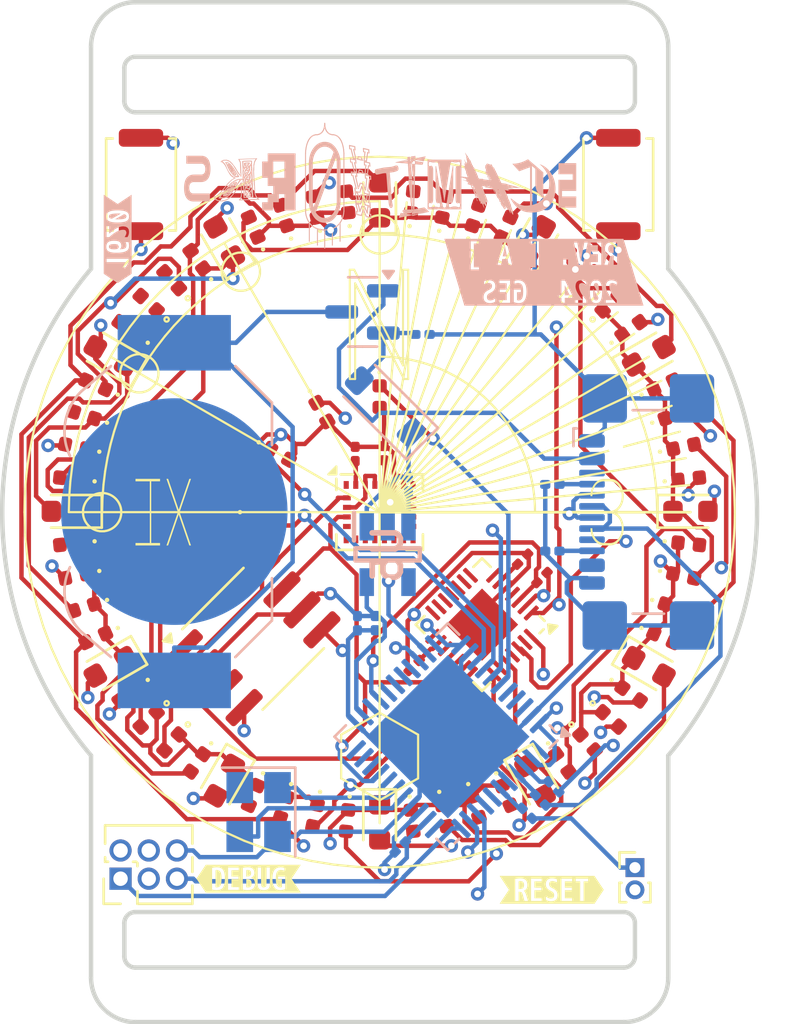
<source format=kicad_pcb>
(kicad_pcb (version 20221018) (generator pcbnew)
  (layers (0 "F.Cu" signal) (1 "In1.Cu" signal) (2 "In2.Cu" signal) (31 "B.Cu" signal) (34 "B.Paste" user) (35 "F.Paste" user) (36 "B.SilkS" user "B.Silkscreen") (37 "F.SilkS" user "F.Silkscreen") (38 "B.Mask" user) (39 "F.Mask" user) (44 "Edge.Cuts" user))
  (net 0 "")
  (net 2 "VBUS")
  (net 21 "GND")
  (net 22 "D-")
  (net 23 "D+")
  (net 24 "SDB")
  (net 25 "/SCL")
  (net 26 "/SDA")
  (net 27 "Net-(U2-C_FILT)")
  (net 28 "Net-(U2-R_EXT)")
  (net 29 "VCC")
  (net 30 "Net-(U1-UCAP)")
  (net 31 "/CA1")
  (net 32 "/CA2")
  (net 33 "/CA3")
  (net 34 "/CA4")
  (net 35 "/CA5")
  (net 36 "/CA6")
  (net 37 "/CA7")
  (net 38 "/CA8")
  (net 39 "/CA9")
  (net 40 "+BATT")
  (net 43 "RESET")
  (net 44 "Net-(J3-MISO)")
  (net 45 "Net-(J3-SCK)")
  (net 46 "Net-(J3-MOSI)")
  (net 52 "Net-(D61-K)")
  (net 53 "Net-(D62-K)")
  (net 54 "Net-(D63-K)")
  (net 55 "Net-(D64-K)")
  (net 70 "Net-(U3-CAP)")
  (net 71 "Net-(U3-C1)")
  (net 74 "Net-(J4-CC1)")
  (net 75 "Net-(J4-CC2)")
  (net 76 "Net-(J4-D--PadA7)")
  (net 77 "Net-(J4-D+-PadA6)")
  (net 78 "Net-(D65-K)")
  (net 79 "Net-(D65-A)")
  (net 80 "Net-(U5-EN)")
  (net 82 "Net-(U1-PC6)")
  (net 83 "Net-(U1-PC7)")
  (net 84 "Net-(U1-XTAL2)")
  (net 85 "Net-(U1-XTAL1)")
  (footprint "LED_SMD:LED_0402_1005Metric" (layer "F.Cu") (at 177.7896 90.7682 24)
    (fp_text reference "D12" hide)
    (fp_text value "LED")
  )
  (footprint "LED_SMD:LED_0603_1608Metric" (layer "F.Cu") (at 152.8756 89.4625 150)
    (fp_text reference "D51" hide)
    (fp_text value "LED")
  )
  (footprint "LED_SMD:LED_0402_1005Metric" (layer "F.Cu") (at 163.5366 110.3858 -96)
    (fp_text reference "D32" hide)
    (fp_text value "LED")
  )
  (footprint "LED_SMD:LED_0402_1005Metric" (layer "F.Cu") (at 151.3059 99.3733 -168)
    (fp_text reference "D44" hide)
    (fp_text value "LED")
  )
  (footprint "LED_SMD:LED_0603_1608Metric" (layer "F.Cu") (at 158 84.3381 120)
    (fp_text reference "D56" hide)
    (fp_text value "LED")
  )
  (footprint "LED_SMD:LED_0402_1005Metric" (layer "F.Cu") (at 162.0892 110.1566 -102)
    (fp_text reference "D33" hide)
    (fp_text value "LED")
  )
  (footprint "LED_SMD:LED_0402_1005Metric" (layer "F.Cu") (at 175.404 105.8303 -42)
    (fp_text reference "D23" hide)
    (fp_text value "LED")
  )
  (footprint "LED_SMD:LED_0402_1005Metric" (layer "F.Cu") (at 159.3057 83.6729 114)
    (fp_text reference "D57" hide)
    (fp_text value "LED")
  )
  (footprint "LED_SMD:LED_0402_1005Metric" (layer "F.Cu") (at 167.9108 110.1566 -78)
    (fp_text reference "D29" hide)
    (fp_text value "LED")
  )
  (footprint "LED_SMD:LED_0603_1608Metric" (layer "F.Cu") (at 172 108.5869 -60)
    (fp_text reference "D26" hide)
    (fp_text value "LED")
  )
  (footprint "LED_SMD:LED_0402_1005Metric" (layer "F.Cu") (at 162.0892 82.7684 102)
    (fp_text reference "D59" hide)
    (fp_text value "LED")
  )
  (footprint "LED_SMD:LED_0402_1005Metric" (layer "F.Cu") (at 177.7896 102.1568 -24)
    (fp_text reference "D20" hide)
    (fp_text value "LED")
  )
  (footprint "LED_SMD:LED_0402_1005Metric" (layer "F.Cu") (at 154.596 105.8303 -138)
    (fp_text reference "D39" hide)
    (fp_text value "LED")
  )
  (footprint "LED_SMD:LED_0603_1608Metric" (layer "F.Cu") (at 158 108.5869 -120)
    (fp_text reference "D36" hide)
    (fp_text value "LED")
  )
  (footprint "LED_SMD:LED_0402_1005Metric" (layer "F.Cu") (at 166.4634 110.3858 -84)
    (fp_text reference "D30" hide)
    (fp_text value "LED")
  )
  (footprint "LED_SMD:LED_0402_1005Metric" (layer "F.Cu") (at 173.229 107.7887 -54)
    (fp_text reference "D25" hide)
    (fp_text value "LED")
  )
  (footprint "LED_SMD:LED_0402_1005Metric" (layer "F.Cu") (at 178.6941 93.5517 12)
    (fp_text reference "D14" hide)
    (fp_text value "LED")
  )
  (footprint "LED_SMD:LED_0402_1005Metric" (layer "F.Cu") (at 173.229 85.1363 54)
    (fp_text reference "D7" hide)
    (fp_text value "LED")
  )
  (footprint "LED_SMD:LED_0402_1005Metric" (layer "F.Cu") (at 156.771 85.1363 126)
    (fp_text reference "D55" hide)
    (fp_text value "LED")
  )
  (footprint "kibuzzard-66A6C66D" (layer "F.Cu") (at 172.75 113.5)
    (fp_text reference "kibuzzard-66A6C66D" hide)
    (fp_text value "G***" hide)
  )
  (footprint "LED_SMD:LED_0402_1005Metric" (layer "F.Cu") (at 165 91.3 -90)
    (fp_text reference "D61" hide)
    (fp_text value "LED")
  )
  (footprint "LED_SMD:LED_0603_1608Metric" (layer "F.Cu") (at 151 96.4625 180)
    (fp_text reference "D46" hide)
    (fp_text value "LED")
  )
  (footprint "Resistor_SMD:R_0201_0603Metric" (layer "F.Cu") (at 171.4383 98.6177 45)
    (fp_text reference "R5" hide)
    (fp_text value "20k")
  )
  (footprint "LED_SMD:LED_0402_1005Metric" (layer "F.Cu") (at 176.3262 88.2335 36)
    (fp_text reference "D10" hide)
    (fp_text value "LED")
  )
  (footprint "LED_SMD:LED_0402_1005Metric" (layer "F.Cu") (at 174.3678 86.0585 48)
    (fp_text reference "D8" hide)
    (fp_text value "LED")
  )
  (footprint "LED_SMD:LED_0402_1005Metric" (layer "F.Cu") (at 151.6852 100.7887 -162)
    (fp_text reference "D43" hide)
    (fp_text value "LED")
  )
  (footprint "LED_SMD:LED_0603_1608Metric" (layer "F.Cu") (at 165 110.4625 -90)
    (fp_text reference "D31" hide)
    (fp_text value "LED")
  )
  (footprint "Capacitor_SMD:C_0201_0603Metric" (layer "F.Cu") (at 163.9 93.88 90)
    (fp_text reference "C5" hide)
    (fp_text value "0.22uF")
  )
  (footprint "LED_SMD:LED_0402_1005Metric" (layer "F.Cu") (at 178.9233 94.9991 6)
    (fp_text reference "D15" hide)
    (fp_text value "LED")
  )
  (footprint "LED_SMD:LED_0402_1005Metric" (layer "F.Cu") (at 151.0767 94.9991 174)
    (fp_text reference "D47" hide)
    (fp_text value "LED")
  )
  (footprint "LED_SMD:LED_0402_1005Metric" (layer "F.Cu") (at 166.4634 82.5392 84)
    (fp_text reference "D2" hide)
    (fp_text value "LED")
  )
  (footprint "LED_SMD:LED_0402_1005Metric" (layer "F.Cu") (at 163.5366 82.5392 96)
    (fp_text reference "D60" hide)
    (fp_text value "LED")
  )
  (footprint "LED_SMD:LED_0402_1005Metric" (layer "F.Cu") (at 153.6738 88.2335 144)
    (fp_text reference "D52" hide)
    (fp_text value "LED")
  )
  (footprint "LED_SMD:LED_0402_1005Metric" (layer "F.Cu") (at 155.6322 86.0585 132)
    (fp_text reference "D54" hide)
    (fp_text value "LED")
  )
  (footprint "LED_SMD:LED_0402_1005Metric" (layer "F.Cu") (at 152.2104 102.1568 -156)
    (fp_text reference "D42" hide)
    (fp_text value "LED")
  )
  (footprint "LED_SMD:LED_0402_1005Metric" (layer "F.Cu") (at 178.9233 97.9259 -6)
    (fp_text reference "D17" hide)
    (fp_text value "LED")
  )
  (footprint "LED_SMD:LED_0603_1608Metric" (layer "F.Cu") (at 177.1244 89.4625 30)
    (fp_text reference "D11" hide)
    (fp_text value "LED")
  )
  (footprint "LED_SMD:LED_0603_1608Metric" (layer "F.Cu") (at 165 82.4625 90)
    (fp_text reference "D1" hide)
    (fp_text value "LED")
  )
  (footprint "LED_SMD:LED_0402_1005Metric" (layer "F.Cu") (at 169.3262 109.7773 -72)
    (fp_text reference "D28" hide)
    (fp_text value "LED")
  )
  (footprint "LED_SMD:LED_0402_1005Metric" (layer "F.Cu") (at 169.3262 83.1477 72)
    (fp_text reference "D4" hide)
    (fp_text value "LED")
  )
  (footprint "LED_SMD:LED_0402_1005Metric" (layer "F.Cu") (at 178.3148 92.1363 18)
    (fp_text reference "D13" hide)
    (fp_text value "LED")
  )
  (footprint "Package_SO:SOIC-8_3.9x4.9mm_P1.27mm" (layer "F.Cu") (at 159.3 102.2 45)
    (fp_text reference "U4" hide)
    (fp_text value "DS3231MZ")
  )
  (footprint "LED_SMD:LED_0402_1005Metric" (layer "F.Cu") (at 154.596 87.0947 138)
    (fp_text reference "D53" hide)
    (fp_text value "LED")
  )
  (footprint "LED_SMD:LED_0402_1005Metric" (layer "F.Cu") (at 175.404 87.0947 42)
    (fp_text reference "D9" hide)
    (fp_text value "LED")
  )
  (footprint "LED_SMD:LED_0603_1608Metric" (layer "F.Cu") (at 179 96.4625)
    (fp_text reference "D16" hide)
    (fp_text value "LED")
  )
  (footprint "LED_SMD:LED_0603_1608Metric" (layer "F.Cu") (at 172 84.3381 60)
    (fp_text reference "D6" hide)
    (fp_text value "LED")
  )
  (footprint "LED_SMD:LED_0402_1005Metric" (layer "F.Cu") (at 160.4967 93.9 -30)
    (fp_text reference "D63" hide)
    (fp_text value "LED")
  )
  (footprint "LED_SMD:LED_0402_1005Metric" (layer "F.Cu") (at 151.6852 92.1363 162)
    (fp_text reference "D49" hide)
    (fp_text value "LED")
  )
  (footprint "Button_Switch_SMD:SW_Push_SPST_NO_Alps_SKRK" (layer "F.Cu") (at 175.75 81.75 90)
    (fp_text reference "SW1" hide)
    (fp_text value "SW_User1")
  )
  (footprint "LED_SMD:LED_0402_1005Metric" (layer "F.Cu") (at 178.3148 100.7887 -18)
    (fp_text reference "D19" hide)
    (fp_text value "LED")
  )
  (footprint "Capacitor_SMD:C_0201_0603Metric" (layer "F.Cu") (at 166.556 103.4 45)
    (fp_text reference "C1" hide)
    (fp_text value "0.1uF")
  )
  (footprint "Package_DFN_QFN:QFN-28-1EP_4x4mm_P0.4mm_EP2.3x2.3mm" (layer "F.Cu") (at 169.6121 101.5625 -135)
    (fp_text reference "U2" hide)
    (fp_text value "IS31FL3731-QF")
  )
  (footprint "LED_SMD:LED_0402_1005Metric" (layer "F.Cu") (at 156.771 107.7887 -126)
    (fp_text reference "D37" hide)
    (fp_text value "LED")
  )
  (footprint "Connector_PinHeader_1.00mm:PinHeader_1x02_P1.00mm_Vertical" (layer "F.Cu") (at 176.5 112.5)
    (fp_text reference "J1" hide)
    (fp_text value "Conn_RESET")
  )
  (footprint "LED_SMD:LED_0402_1005Metric" (layer "F.Cu") (at 155.6322 106.8665 -132)
    (fp_text reference "D38" hide)
    (fp_text value "LED")
  )
  (footprint "LED_SMD:LED_0603_1608Metric" (layer "F.Cu") (at 152.8756 103.4625 -150)
    (fp_text reference "D41" hide)
    (fp_text value "LED")
  )
  (footprint "LED_SMD:LED_0402_1005Metric" (layer "F.Cu") (at 160.6738 83.1477 108)
    (fp_text reference "D58" hide)
    (fp_text value "LED")
  )
  (footprint "Resistor_SMD:R_0201_0603Metric" (layer "F.Cu") (at 172.3121 99.4439 45)
    (fp_text reference "R6" hide)
    (fp_text value "20k")
  )
  (footprint "LED_SMD:LED_0402_1005Metric" (layer "F.Cu") (at 152.2104 90.7682 156)
    (fp_text reference "D50" hide)
    (fp_text value "LED")
  )
  (footprint "LED_SMD:LED_0402_1005Metric" (layer "F.Cu") (at 167.9108 82.7684 78)
    (fp_text reference "D3" hide)
    (fp_text value "LED")
  )
  (footprint "LED_SMD:LED_0402_1005Metric" (layer "F.Cu") (at 153.6738 104.6915 -144)
    (fp_text reference "D40" hide)
    (fp_text value "LED")
  )
  (footprint "Connector_PinHeader_1.27mm:PinHeader_2x03_P1.27mm_Vertical" (layer "F.Cu") (at 153.33 113 90)
    (fp_text reference "J3" hide)
    (fp_text value "AVR-ISP-6")
  )
  (footprint "Capacitor_SMD:C_0201_0603Metric" (layer "F.Cu") (at 165.2 93.845 90)
    (fp_text reference "C4" hide)
    (fp_text value "10uF")
  )
  (footprint "Package_LGA:LGA-24L_3x3.5mm_P0.43mm" (layer "F.Cu") (at 165 96.5)
    (fp_text reference "U3" hide)
    (fp_text value "LSM9DS1")
  )
  (footprint "LED_SMD:LED_0402_1005Metric" (layer "F.Cu") (at 151.3059 93.5517 168)
    (fp_text reference "D48" hide)
    (fp_text value "LED")
  )
  (footprint "LED_SMD:LED_0402_1005Metric" (layer "F.Cu") (at 170.6943 109.2521 -66)
    (fp_text reference "D27" hide)
    (fp_text value "LED")
  )
  (footprint "LED_SMD:LED_0402_1005Metric" (layer "F.Cu") (at 174.3678 106.8665 -48)
    (fp_text reference "D24" hide)
    (fp_text value "LED")
  )
  (footprint "LED_SMD:LED_0402_1005Metric" (layer "F.Cu") (at 170.6943 83.6729 66)
    (fp_text reference "D5" hide)
    (fp_text value "LED")
  )
  (footprint "LED_SMD:LED_0402_1005Metric" (layer "F.Cu") (at 159.3057 109.2521 -114)
    (fp_text reference "D35" hide)
    (fp_text value "LED")
  )
  (footprint "LED_SMD:LED_0402_1005Metric" (layer "F.Cu") (at 162.4 91.9967 -60)
    (fp_text reference "D62" hide)
    (fp_text value "LED")
  )
  (footprint "LED_SMD:LED_0402_1005Metric" (layer "F.Cu") (at 176.3262 104.6915 -36)
    (fp_text reference "D22" hide)
    (fp_text value "LED")
  )
  (footprint "Button_Switch_SMD:SW_Push_SPST_NO_Alps_SKRK" (layer "F.Cu") (at 154.25 81.75 90)
    (fp_text reference "SW2" hide)
    (fp_text value "SW_User2")
  )
  (footprint "LED_SMD:LED_0402_1005Metric" (layer "F.Cu") (at 151.0767 97.9259 -174)
    (fp_text reference "D45" hide)
    (fp_text value "LED")
  )
  (footprint "LED_SMD:LED_0402_1005Metric" (layer "F.Cu") (at 159.8 96.5)
    (fp_text reference "D64" hide)
    (fp_text value "LED")
  )
  (footprint "kibuzzard-66A6C661" (layer "F.Cu") (at 159.1 113)
    (fp_text reference "kibuzzard-66A6C661" hide)
    (fp_text value "G***" hide)
  )
  (footprint "LED_SMD:LED_0603_1608Metric" (layer "F.Cu") (at 177.1244 103.4625 -30)
    (fp_text reference "D21" hide)
    (fp_text value "LED")
  )
  (footprint "LED_SMD:LED_0402_1005Metric" (layer "F.Cu") (at 160.6738 109.7773 -108)
    (fp_text reference "D34" hide)
    (fp_text value "LED")
  )
  (footprint "LED_SMD:LED_0402_1005Metric" (layer "F.Cu") (at 178.6941 99.3733 -12)
    (fp_text reference "D18" hide)
    (fp_text value "LED")
  )
  (footprint "Resistor_SMD:R_0201_0603Metric" (layer "B.Cu") (at 172.78 95.25 180)
    (fp_text reference "R1" hide)
    (fp_text value "5.1k")
  )
  (footprint "kibuzzard-66A7EADD" (layer "B.Cu") (at 153.2 84.2 90)
    (fp_text reference "kibuzzard-66A7EADD" hide)
    (fp_text value "G***" hide)
  )
  (footprint "Diode_SMD:D_SOD-123" (layer "B.Cu") (at 165.25 91.75 135)
    (fp_text reference "D65" hide)
    (fp_text value "MBR0540")
  )
  (footprint "Resistor_SMD:R_0201_0603Metric" (layer "B.Cu") (at 166.93 88.5)
    (fp_text reference "R4" hide)
    (fp_text value "10k")
  )
  (footprint "Connector_USB:USB_C_Receptacle_GCT_USB4110" (layer "B.Cu") (at 178.245 96.49 -90)
    (fp_text reference "J4" hide)
    (fp_text value "USB_C_Receptacle_USB2.0_14P")
  )
  (footprint "Capacitor_SMD:C_0201_0603Metric" (layer "B.Cu") (at 164 101.5 90)
    (fp_text reference "C6" hide)
    (fp_text value "10uF")
  )
  (footprint "Resistor_SMD:R_0201_0603Metric" (layer "B.Cu") (at 172.241 109.4589 135)
    (fp_text reference "R7" hide)
    (fp_text value "22")
  )
  (footprint "SamacSys_Parts:SOT94P280X100-5N" (layer "B.Cu") (at 165.36 98.4 -90)
    (fp_text reference "U5")
    (fp_text value "RT9080-33GJ5" hide)
  )
  (footprint "Battery:BatteryHolder_LINX_BAT-HLD-012-SMT" (layer "B.Cu") (at 155.75 96.475 90)
    (fp_text reference "J2" hide)
    (fp_text value "Conn_BATT")
  )
  (footprint "Crystal:Crystal_SMD_3225-4Pin_3.2x2.5mm" (layer "B.Cu") (at 159.55 110 -90)
    (fp_text reference "Y1" hide)
    (fp_text value "8MHz")
  )
  (footprint "Capacitor_SMD:C_0201_0603Metric" (layer "B.Cu") (at 171.641 110.0589 -45)
    (fp_text reference "C3" hide)
    (fp_text value "0.1uF")
  )
  (footprint "Resistor_SMD:R_0201_0603Metric" (layer "B.Cu") (at 172.78 98.25 180)
    (fp_text reference "R3" hide)
    (fp_text value "5.1k")
  )
  (footprint "Resistor_SMD:R_0201_0603Metric" (layer "B.Cu") (at 165.9263 111.5737 45)
    (fp_text reference "R8" hide)
    (fp_text value "10k")
  )
  (footprint "Resistor_SMD:R_0201_0603Metric" (layer "B.Cu") (at 172.841 108.8589 -45)
    (fp_text reference "R2" hide)
    (fp_text value "22")
  )
  (footprint "Package_DFN_QFN:QFN-44-1EP_7x7mm_P0.5mm_EP5.2x5.2mm" (layer "B.Cu") (at 168.0718 106.6089 135)
    (fp_text reference "U1" hide)
    (fp_text value "ATmega32U4-M")
  )
  (footprint "Capacitor_SMD:C_0201_0603Metric" (layer "B.Cu") (at 164.8 101.495 90)
    (fp_text reference "C2" hide)
    (fp_text value "10uF")
  )
  (footprint "kibuzzard-66A7D7EA" (layer "B.Cu") (at 172.4 85.7 180)
    (fp_text reference "kibuzzard-66A7D7EA" hide)
    (fp_text value "G***" hide)
  )
  (footprint "Package_TO_SOT_SMD:SOT-23" (layer "B.Cu") (at 164.23 87.4875 180)
    (fp_text reference "Q1" hide)
    (fp_text value "DMG3414U")
  )
  (footprint "Resistor_SMD:R_0201_0603Metric" (layer "B.Cu") (at 166.3 95.245 -90)
    (fp_text reference "R9" hide)
    (fp_text value "10k")
  )
  (gr_line (start 163.921575 80.643115) (end 163.931649 80.78909) (stroke (width 0.047057)) (layer "B.SilkS"))
  (gr_line (start 164.341002 81.271117) (end 164.381761 80.883214) (stroke (width 0.047057)) (layer "B.SilkS"))
  (gr_line (start 161.942311 83.59593) (end 161.905711 83.560508) (stroke (width 0.04509)) (layer "B.SilkS"))
  (gr_line (start 162.635447 79.382958) (end 162.650879 79.400868) (stroke (width 0.04509)) (layer "B.SilkS"))
  (gr_line (start 163.301635 83.326) (end 163.282609 83.366131) (stroke (width 0.04509)) (layer "B.SilkS"))
  (gr_line (start 164.222834 80.657796) (end 164.003408 80.609516) (stroke (width 0.047057)) (layer "B.SilkS"))
  (gr_line (start 164.518973 80.327314) (end 164.457787 80.313851) (stroke (width 0.047057)) (layer "B.SilkS"))
  (gr_poly (pts (xy 166.563456 82.869667) (xy 166.558556 82.878576) (xy 166.554577 82.878671) (xy 166.554421 82.886093) (xy 166.531666 82.927463) (xy 166.524745 82.933536) (xy 166.525338 82.938968) (xy 166.470786 83.038149) (xy 166.470504 83.075494) (xy 166.460627 83.076818) (xy 166.465558 83.125111) (xy 166.451017 83.128005) (xy 166.466486 83.134194) (xy 166.469813 83.166785) (xy 166.470049 83.13562) (xy 166.514241 83.153302) (xy 166.547716 83.143687) (xy 166.548825 83.153826) (xy 166.549045 83.143305) (xy 166.666726 83.109504) (xy 166.54398 83.109504) (xy 166.470135 83.1242) (xy 166.470049 83.13562) (xy 166.466486 83.134194) (xy 166.465558 83.125111) (xy 166.470135 83.1242) (xy 166.470504 83.075494) (xy 166.539255 83.066276) (xy 166.54398 83.109504) (xy 166.666726 83.109504) (xy 166.849321 83.057058) (xy 167.219413 82.975084) (xy 166.549775 83.108351) (xy 166.550687 83.064744) (xy 167.219413 82.975084) (xy 167.111783 82.877869) (xy 166.588201 82.877869) (xy 166.553965 82.907902) (xy 166.554421 82.886093) (xy 166.558556 82.878576) (xy 166.588201 82.877869) (xy 167.111783 82.877869) (xy 167.013808 82.789376)) (stroke (width 0.014769)) (fill solid) (layer "B.SilkS"))
  (gr_line (start 162.385334 79.416988) (end 162.369269 79.431414) (stroke (width 0.04509)) (layer "B.SilkS"))
  (gr_line (start 162.650879 79.400868) (end 162.666691 79.416988) (stroke (width 0.04509)) (layer "B.SilkS"))
  (gr_line (start 161.905711 83.560508) (end 161.872436 83.523516) (stroke (width 0.04509)) (layer "B.SilkS"))
  (gr_line (start 162.125127 83.715643) (end 162.073644 83.689639) (stroke (width 0.04509)) (layer "B.SilkS"))
  (gr_poly (pts (xy 156.291836 80.816068) (xy 156.974519 80.816068) (xy 156.985606 80.816361) (xy 156.996303 80.817234) (xy 157.006612 80.818674) (xy 157.016535 80.820673) (xy 157.026075 80.823219) (xy 157.035235 80.826301) (xy 157.044017 80.829909) (xy 157.052424 80.834033) (xy 157.060458 80.838662) (xy 157.068121 80.843785) (xy 157.075417 80.849391) (xy 157.082348 80.855471) (xy 157.088915 80.862013) (xy 157.095123 80.869006) (xy 157.100973 80.876441) (xy 157.106468 80.884306) (xy 157.11161 80.892592) (xy 157.116402 80.901286) (xy 157.124946 80.919861) (xy 157.13212 80.939945) (xy 157.137944 80.961455) (xy 157.142439 80.984305) (xy 157.145624 81.00841) (xy 157.147521 81.033686) (xy 157.148149 81.060047) (xy 157.147645 81.083393) (xy 157.146064 81.106431) (xy 157.143297 81.128995) (xy 157.139239 81.15092) (xy 157.136692 81.161591) (xy 157.133782 81.172041) (xy 157.130495 81.182248) (xy 157.126819 81.192192) (xy 157.122739 81.201853) (xy 157.118243 81.211209) (xy 157.113317 81.220241) (xy 157.107947 81.228926) (xy 157.102121 81.237246) (xy 157.095825 81.245178) (xy 157.089046 81.252703) (xy 157.081769 81.259799) (xy 157.073983 81.266446) (xy 157.065673 81.272624) (xy 157.056826 81.278312) (xy 157.047429 81.283488) (xy 157.037469 81.288133) (xy 157.026931 81.292225) (xy 157.015803 81.295745) (xy 157.004071 81.298671) (xy 156.991723 81.300983) (xy 156.978744 81.30266) (xy 156.96512 81.303681) (xy 156.95084 81.304026) (xy 156.639097 81.304026) (xy 156.605871 81.304928) (xy 156.574239 81.307592) (xy 156.544167 81.311959) (xy 156.515618 81.31797) (xy 156.488558 81.325565) (xy 156.462951 81.334684) (xy 156.438762 81.345266) (xy 156.415954 81.357253) (xy 156.394494 81.370585) (xy 156.374345 81.385202) (xy 156.355473 81.401044) (xy 156.337841 81.418051) (xy 156.321414 81.436165) (xy 156.306157 81.455324) (xy 156.292034 81.475469) (xy 156.279011 81.49654) (xy 156.267051 81.518479) (xy 156.256119 81.541224) (xy 156.237198 81.588896) (xy 156.221966 81.639079) (xy 156.210138 81.691294) (xy 156.201432 81.745064) (xy 156.195564 81.799911) (xy 156.19225 81.855356) (xy 156.191209 81.910922) (xy 156.192635 81.974998) (xy 156.196974 82.036688) (xy 156.204319 82.095751) (xy 156.209148 82.124222) (xy 156.214763 82.151946) (xy 156.221175 82.178893) (xy 156.228397 82.205032) (xy 156.236439 82.230333) (xy 156.245314 82.254767) (xy 156.255033 82.278303) (xy 156.265608 82.300911) (xy 156.277049 82.32256) (xy 156.289369 82.343221) (xy 156.30258 82.362864) (xy 156.316692 82.381458) (xy 156.331717 82.398972) (xy 156.347668 82.415378) (xy 156.364554 82.430645) (xy 156.382389 82.444743) (xy 156.401183 82.45764) (xy 156.420949 82.469309) (xy 156.441697 82.479717) (xy 156.463439 82.488836) (xy 156.486187 82.496634) (xy 156.509952 82.503082) (xy 156.534747 82.50815) (xy 156.560581 82.511807) (xy 156.587468 82.514023) (xy 156.615419 82.514769) (xy 157.357293 82.514769) (xy 157.357293 82.154901) (xy 156.607527 82.154901) (xy 156.59589 82.15459) (xy 156.584656 82.153666) (xy 156.573822 82.15214) (xy 156.563387 82.150023) (xy 156.553347 82.147328) (xy 156.543701 82.144066) (xy 156.534447 82.140248) (xy 156.525582 82.135888) (xy 156.517105 82.130996) (xy 156.509012 82.125584) (xy 156.501303 82.119664) (xy 156.493974 82.113247) (xy 156.487025 82.106346) (xy 156.480451 82.098972) (xy 156.474252 82.091136) (xy 156.468425 82.082851) (xy 156.462968 82.074128) (xy 156.457878 82.064979) (xy 156.448794 82.04545) (xy 156.441155 82.024357) (xy 156.434944 82.001794) (xy 156.430143 81.977856) (xy 156.426736 81.952635) (xy 156.424704 81.926226) (xy 156.424031 81.898723) (xy 156.42458 81.873732) (xy 156.4263 81.849189) (xy 156.429298 81.825252) (xy 156.43368 81.802085) (xy 156.436424 81.790839) (xy 156.439553 81.779846) (xy 156.443083 81.769125) (xy 156.447025 81.758697) (xy 156.451394 81.748582) (xy 156.456202 81.7388) (xy 156.461463 81.72937) (xy 156.467191 81.720314) (xy 156.473399 81.71165) (xy 156.4801 81.7034) (xy 156.487307 81.695583) (xy 156.495034 81.68822) (xy 156.503294 81.68133) (xy 156.512101 81.674934) (xy 156.521468 81.669052) (xy 156.531409 81.663703) (xy 156.541936 81.658908) (xy 156.553063 81.654688) (xy 156.564804 81.651061) (xy 156.577171 81.648049) (xy 156.590179 81.645671) (xy 156.60384 81.643948) (xy 156.618168 81.642899) (xy 156.633177 81.642545) (xy 156.942948 81.642545) (xy 156.975452 81.641653) (xy 157.006395 81.639016) (xy 157.035812 81.634695) (xy 157.063737 81.62875) (xy 157.090206 81.621242) (xy 157.115253 81.61223) (xy 157.138913 81.601775) (xy 157.161219 81.589938) (xy 157.182208 81.576778) (xy 157.201914 81.562356) (xy 157.220371 81.546733) (xy 157.237614 81.529968) (xy 157.253678 81.512122) (xy 157.268598 81.493255) (xy 157.282407 81.473427) (xy 157.295142 81.4527) (xy 157.306836 81.431132) (xy 157.317524 81.408786) (xy 157.336021 81.361994) (xy 157.350912 81.312808) (xy 157.362473 81.26171) (xy 157.370982 81.209183) (xy 157.376716 81.155708) (xy 157.379953 81.101769) (xy 157.38097 81.047848) (xy 157.379569 80.984915) (xy 157.375305 80.924358) (xy 157.368094 80.86641) (xy 157.363356 80.838487) (xy 157.357848 80.811304) (xy 157.35156 80.784889) (xy 157.344481 80.759271) (xy 157.3366 80.73448) (xy 157.327906 80.710544) (xy 157.318388 80.687492) (xy 157.308035 80.665355) (xy 157.296837 80.64416) (xy 157.284783 80.623936) (xy 157.271862 80.604714) (xy 157.258063 80.586521) (xy 157.243375 80.569386) (xy 157.227788 80.55334) (xy 157.21129 80.53841) (xy 157.193871 80.524627) (xy 157.17552 80.512018) (xy 157.156225 80.500613) (xy 157.135977 80.490441) (xy 157.114765 80.481531) (xy 157.092577 80.473913) (xy 157.069403 80.467614) (xy 157.045231 80.462665) (xy 157.020052 80.459093) (xy 156.993853 80.456929) (xy 156.966626 80.456201) (xy 156.291836 80.456201)) (fill solid) (layer "B.SilkS"))
  (gr_line (start 163.713004 80.149976) (end 163.711949 80.149744) (stroke (width 0.047057)) (layer "B.SilkS"))
  (gr_line (start 162.811425 83.75792) (end 162.747118 83.773564) (stroke (width 0.04509)) (layer "B.SilkS"))
  (gr_line (start 164.405338 80.697953) (end 164.299845 80.674741) (stroke (width 0.047057)) (layer "B.SilkS"))
  (gr_line (start 163.981967 82.451539) (end 163.894971 82.109248) (stroke (width 0.047057)) (layer "B.SilkS"))
  (gr_line (start 162.731204 79.46546) (end 162.747016 79.474046) (stroke (width 0.04509)) (layer "B.SilkS"))
  (gr_line (start 164.299845 80.674741) (end 164.340689 80.288086) (stroke (width 0.047057)) (layer "B.SilkS"))
  (gr_line (start 162.088818 79.518159) (end 162.047479 79.529722) (stroke (width 0.04509)) (layer "B.SilkS"))
  (gr_line (start 162.431502 79.363165) (end 162.416577 79.382958) (stroke (width 0.04509)) (layer "B.SilkS"))
  (gr_line (start 164.325019 82.153495) (end 164.196213 81.837636) (stroke (width 0.047057)) (layer "B.SilkS"))
  (gr_line (start 162.522128 79.084722) (end 162.517463 79.125706) (stroke (width 0.04509)) (layer "B.SilkS"))
  (gr_poly (pts (xy 171.636161 80.637091) (xy 171.593835 80.660395) (xy 171.551287 80.682092) (xy 171.508514 80.702181) (xy 171.465519 80.720663) (xy 171.4223 80.737538) (xy 171.378858 80.752806) (xy 171.335192 80.766467) (xy 171.291303 80.778521) (xy 171.247191 80.788967) (xy 171.202855 80.797806) (xy 171.158296 80.805038) (xy 171.113514 80.810663) (xy 171.068508 80.814681) (xy 171.023279 80.817092) (xy 170.977826 80.817896) (xy 171.285161 81.157144) (xy 171.34301 81.133911) (xy 171.402199 81.111129) (xy 171.462727 81.088799) (xy 171.524596 81.066919) (xy 171.585795 81.043686) (xy 171.647887 81.020904) (xy 171.710873 80.998572) (xy 171.774752 80.976692) (xy 171.774752 82.68737) (xy 171.767158 82.687539) (xy 171.758671 82.688047) (xy 171.74929 82.688893) (xy 171.739016 82.690077) (xy 171.727848 82.6916) (xy 171.715787 82.693461) (xy 171.702832 82.69566) (xy 171.688984 82.698198) (xy 171.675137 82.699889) (xy 171.662183 82.701355) (xy 171.650122 82.702596) (xy 171.638954 82.703611) (xy 171.62868 82.7044) (xy 171.619299 82.704964) (xy 171.610811 82.705302) (xy 171.603217 82.705415) (xy 171.57513 82.704865) (xy 171.547155 82.703216) (xy 171.519292 82.700467) (xy 171.49154 82.696618) (xy 171.4639 82.69167) (xy 171.436372 82.685622) (xy 171.408955 82.678475) (xy 171.38165 82.670228) (xy 171.354457 82.660881) (xy 171.327375 82.650435) (xy 171.300405 82.638889) (xy 171.273547 82.626243) (xy 171.246801 82.612498) (xy 171.220166 82.597653) (xy 171.193642 82.581708) (xy 171.167231 82.564664) (xy 171.158743 82.558573) (xy 171.144002 82.54752) (xy 171.123008 82.531505) (xy 171.095759 82.510528) (xy 171.018924 82.453686) (xy 170.917075 82.376996) (xy 170.899207 82.380604) (xy 170.933476 82.446015) (xy 170.969283 82.507819) (xy 171.006625 82.566014) (xy 171.045502 82.620601) (xy 171.085915 82.671578) (xy 171.127864 82.718946) (xy 171.171348 82.762706) (xy 171.216368 82.802856) (xy 171.262923 82.839397) (xy 171.311014 82.87233) (xy 171.36064 82.901653) (xy 171.411802 82.927367) (xy 171.4645 82.949473) (xy 171.518733 82.967969) (xy 171.574502 82.982856) (xy 171.631806 82.994134) (xy 171.659055 82.997518) (xy 171.687197 83.00045) (xy 171.716233 83.002932) (xy 171.746162 83.004962) (xy 171.760569 83.006654) (xy 171.775198 83.00812) (xy 171.790052 83.00936) (xy 171.805128 83.010376) (xy 171.820428 83.011165) (xy 171.835951 83.01173) (xy 171.851698 83.012068) (xy 171.867668 83.012181) (xy 171.902358 83.01173) (xy 171.93674 83.010376) (xy 171.970816 83.008121) (xy 172.004584 83.004963) (xy 172.038045 83.000902) (xy 172.0712 82.99594) (xy 172.104047 82.990075) (xy 172.136586 82.983308) (xy 172.168819 82.975639) (xy 172.200745 82.967067) (xy 172.232363 82.957594) (xy 172.263675 82.947218) (xy 172.294679 82.93594) (xy 172.325376 82.923759) (xy 172.355766 82.910677) (xy 172.385849 82.896692) (xy 172.417523 82.879619) (xy 172.44822 82.861786) (xy 172.47794 82.843191) (xy 172.506683 82.823835) (xy 172.534449 82.803717) (xy 172.561237 82.782839) (xy 172.587048 82.761199) (xy 172.611883 82.738797) (xy 172.635739 82.715635) (xy 172.658619 82.691711) (xy 172.680522 82.667026) (xy 172.701447 82.641579) (xy 172.721396 82.615372) (xy 172.740367 82.588403) (xy 172.758361 82.560672) (xy 172.775377 82.532181) (xy 172.79312 82.499037) (xy 172.809718 82.46547) (xy 172.825171 82.43148) (xy 172.83948 82.397067) (xy 172.848429 82.373386) (xy 172.375128 82.373386) (xy 172.351341 82.400792) (xy 172.326436 82.42707) (xy 172.300416 82.45222) (xy 172.273278 82.476243) (xy 172.245024 82.499137) (xy 172.215653 82.520904) (xy 172.185165 82.541543) (xy 172.15356 82.561054) (xy 172.120839 82.579438) (xy 172.087001 82.596693) (xy 172.052046 82.612821) (xy 172.015975 82.627821) (xy 171.978786 82.641694) (xy 171.940481 82.654438) (xy 171.901059 82.666055) (xy 171.860521 82.676544) (xy 171.860522 80.918948) (xy 172.014189 81.045265) (xy 172.014189 81.723763) (xy 172.014566 81.749717) (xy 172.015697 81.775248) (xy 172.017581 81.800356) (xy 172.020219 81.825041) (xy 172.023612 81.849303) (xy 172.027758 81.873142) (xy 172.032658 81.896558) (xy 172.038311 81.919552) (xy 172.044719 81.942122) (xy 172.05188 81.964269) (xy 172.059795 81.985994) (xy 172.068464 82.007295) (xy 172.077887 82.028174) (xy 172.088063 82.04863) (xy 172.098994 82.068662) (xy 172.110678 82.088272) (xy 172.120086 82.102497) (xy 172.130444 82.117201) (xy 172.141752 82.132384) (xy 172.154008 82.148047) (xy 172.181369 82.18081) (xy 172.212527 82.21549) (xy 172.247481 82.252088) (xy 172.286233 82.290603) (xy 172.328782 82.331036) (xy 172.375128 82.373386) (xy 172.848429 82.373386) (xy 172.852644 82.362232) (xy 172.864663 82.326973) (xy 172.875537 82.291292) (xy 172.885267 82.255187) (xy 172.893853 82.21866) (xy 172.901293 82.18171) (xy 172.907589 82.144337) (xy 172.91274 82.106541) (xy 172.916746 82.068322) (xy 172.919608 82.02968) (xy 172.921325 81.990615) (xy 172.921898 81.951128) (xy 172.921186 81.904493) (xy 172.91905 81.858421) (xy 172.91549 81.812914) (xy 172.910506 81.767971) (xy 172.904099 81.723591) (xy 172.896267 81.679776) (xy 172.887012 81.636524) (xy 172.876333 81.593836) (xy 172.86423 81.551712) (xy 172.850703 81.510152) (xy 172.835752 81.469155) (xy 172.819378 81.428723) (xy 172.801579 81.388855) (xy 172.782357 81.34955) (xy 172.761711 81.310809) (xy 172.73964 81.272632) (xy 172.714527 81.232862) (xy 172.688325 81.194756) (xy 172.661034 81.158314) (xy 172.632654 81.123535) (xy 172.603185 81.090419) (xy 172.572628 81.058967) (xy 172.540981 81.029179) (xy 172.508246 81.001054) (xy 172.474422 80.974592) (xy 172.439509 80.949794) (xy 172.403507 80.92666) (xy 172.366416 80.905189) (xy 172.328237 80.885381) (xy 172.288968 80.867238) (xy 172.248611 80.850757) (xy 172.207165 80.835941) (xy 172.259528 80.881688) (xy 172.308512 80.928704) (xy 172.354118 80.976988) (xy 172.396346 81.026542) (xy 172.435195 81.077364) (xy 172.470667 81.129455) (xy 172.50276 81.182815) (xy 172.531475 81.237444) (xy 172.556811 81.293341) (xy 172.57877 81.350508) (xy 172.59735 81.408943) (xy 172.612552 81.468647) (xy 172.624376 81.52962) (xy 172.632821 81.591861) (xy 172.637889 81.655372) (xy 172.639578 81.720151) (xy 172.638726 81.761048) (xy 172.636172 81.801636) (xy 172.631914 81.841913) (xy 172.625953 81.88188) (xy 172.618289 81.921537) (xy 172.608922 81.960884) (xy 172.597852 81.99992) (xy 172.585079 82.038647) (xy 172.570603 82.077063) (xy 172.554424 82.115169) (xy 172.536542 82.152965) (xy 172.516956 82.190451) (xy 172.495668 82.227627) (xy 172.472676 82.264493) (xy 172.447982 82.301048) (xy 172.421584 82.337294) (xy 172.415526 82.325226) (xy 172.409858 82.312481) (xy 172.404581 82.29906) (xy 172.399696 82.284962) (xy 172.395201 82.270188) (xy 172.391097 82.254737) (xy 172.387384 82.238609) (xy 172.384061 82.221804) (xy 172.38113 82.204323) (xy 172.378589 82.186165) (xy 172.376439 82.167331) (xy 172.37468 82.14782) (xy 172.373312 82.127632) (xy 172.372335 82.106767) (xy 172.371553 82.063008) (xy 172.371553 81.204059) (xy 171.678263 80.61218)) (fill solid) (layer "B.SilkS"))
  (gr_line (start 164.167096 80.527577) (end 164.222834 80.657796) (stroke (width 0.047057)) (layer "B.SilkS"))
  (gr_line (start 161.834266 84.309101) (end 161.834266 83.474133) (stroke (width 0.04509)) (layer "B.SilkS"))
  (gr_line (start 161.80796 79.742777) (end 161.787995 79.779769) (stroke (width 0.04509)) (layer "B.SilkS"))
  (gr_poly (pts (xy 171.249595 81.869056) (xy 171.2496 81.86925) (xy 171.249617 81.869431) (xy 171.249645 81.869601) (xy 171.249684 81.86976) (xy 171.249733 81.869908) (xy 171.249791 81.870045) (xy 171.249859 81.870172) (xy 171.249937 81.870289) (xy 171.250023 81.870397) (xy 171.250117 81.870496) (xy 171.250219 81.870586) (xy 171.250329 81.870668) (xy 171.250446 81.870742) (xy 171.250571 81.870809) (xy 171.250701 81.870869) (xy 171.250838 81.870922) (xy 171.251129 81.87101) (xy 171.251441 81.871076) (xy 171.251769 81.871123) (xy 171.252113 81.871155) (xy 171.252468 81.871174) (xy 171.252832 81.871184) (xy 171.253574 81.871188) (xy 171.253761 81.871182) (xy 171.253947 81.871164) (xy 171.254132 81.871134) (xy 171.254317 81.871093) (xy 171.254499 81.87104) (xy 171.254681 81.870978) (xy 171.254859 81.870905) (xy 171.255036 81.870822) (xy 171.255209 81.87073) (xy 171.255379 81.870629) (xy 171.255546 81.870519) (xy 171.255708 81.870401) (xy 171.255866 81.870276) (xy 171.25602 81.870143) (xy 171.256168 81.870003) (xy 171.256311 81.869856) (xy 171.256578 81.869544) (xy 171.256703 81.86938) (xy 171.25682 81.86921) (xy 171.25693 81.869036) (xy 171.257032 81.868858) (xy 171.257126 81.868676) (xy 171.257212 81.86849) (xy 171.25729 81.868301) (xy 171.257358 81.868109) (xy 171.257416 81.867916) (xy 171.257465 81.86772) (xy 171.257504 81.867522) (xy 171.257532 81.867324) (xy 171.257549 81.867124) (xy 171.257554 81.866924) (xy 171.257554 81.864792)) (fill solid) (layer "B.SilkS"))
  (gr_line (start 162.336886 79.455555) (end 162.320821 79.46546) (stroke (width 0.04509)) (layer "B.SilkS"))
  (gr_line (start 162.180726 83.738508) (end 162.125127 83.715643) (stroke (width 0.04509)) (layer "B.SilkS"))
  (gr_line (start 161.769929 79.818016) (end 161.753669 79.857205) (stroke (width 0.04509)) (layer "B.SilkS"))
  (gr_line (start 162.526011 84.61885) (end 162.526011 83.806904) (stroke (width 0.04509)) (layer "B.SilkS"))
  (gr_line (start 163.925343 80.592339) (end 163.820905 80.569359) (stroke (width 0.047057)) (layer "B.SilkS"))
  (gr_line (start 164.004685 82.133389) (end 164.076073 82.445213) (stroke (width 0.047057)) (layer "B.SilkS"))
  (gr_line (start 164.196213 81.837636) (end 164.106648 82.105446) (stroke (width 0.047057)) (layer "B.SilkS"))
  (gr_line (start 164.440062 83.03767) (end 164.471003 82.748361) (stroke (width 0.047057)) (layer "B.SilkS"))
  (gr_line (start 161.880205 79.642476) (end 161.85397 79.673817) (stroke (width 0.04509)) (layer "B.SilkS"))
  (gr_line (start 164.580716 82.772502) (end 164.53787 83.084994) (stroke (width 0.047057)) (layer "B.SilkS"))
  (gr_poly (pts (xy 171.185924 81.843473) (xy 171.186342 81.843448) (xy 171.186837 81.843373) (xy 171.187398 81.843248) (xy 171.188007 81.843073) (xy 171.188652 81.842849) (xy 171.189317 81.842574) (xy 171.189987 81.842249) (xy 171.19032 81.842068) (xy 171.19065 81.841874) (xy 171.190973 81.841668) (xy 171.191288 81.84145) (xy 171.191594 81.841219) (xy 171.191889 81.840975) (xy 171.192171 81.840719) (xy 171.192437 81.84045) (xy 171.192687 81.840169) (xy 171.192919 81.839876) (xy 171.19313 81.83957) (xy 171.193319 81.839251) (xy 171.193483 81.83892) (xy 171.193622 81.838576) (xy 171.193733 81.83822) (xy 171.193815 81.837852) (xy 171.193865 81.837471) (xy 171.193882 81.837077)) (fill solid) (layer "B.SilkS"))
  (gr_line (start 163.363333 80.094538) (end 163.37486 80.166952) (stroke (width 0.04509)) (layer "B.SilkS"))
  (gr_line (start 162.240601 83.75792) (end 162.180726 83.738508) (stroke (width 0.04509)) (layer "B.SilkS"))
  (gr_line (start 164.562181 82.579204) (end 164.571912 82.720188) (stroke (width 0.047057)) (layer "B.SilkS"))
  (gr_line (start 164.368338 81.99838) (end 164.422834 81.478343) (stroke (width 0.047057)) (layer "B.SilkS"))
  (gr_line (start 164.598001 83.098225) (end 164.607731 83.239209) (stroke (width 0.047057)) (layer "B.SilkS"))
  (gr_line (start 163.282609 83.366131) (end 163.26105 83.406263) (stroke (width 0.04509)) (layer "B.SilkS"))
  (gr_poly (pts (xy 169.359392 82.291796) (xy 169.359583 82.298062) (xy 169.35979 82.301516) (xy 169.360099 82.305078) (xy 169.360531 82.308672) (xy 169.361106 82.312219) (xy 169.361844 82.315641) (xy 169.362765 82.318861) (xy 169.363301 82.32037) (xy 169.363891 82.321799) (xy 169.364537 82.323138) (xy 169.365241 82.324378) (xy 169.366006 82.325508) (xy 169.366836 82.326519) (xy 169.367731 82.327402) (xy 169.368696 82.328146) (xy 169.369732 82.328742) (xy 169.370841 82.329179) (xy 169.372028 82.329449) (xy 169.373293 82.329541) (xy 169.373266 82.325261) (xy 169.373076 82.319281) (xy 169.372868 82.315873) (xy 169.372559 82.312303) (xy 169.372127 82.308657) (xy 169.371552 82.305024) (xy 169.370814 82.301491) (xy 169.369893 82.298146) (xy 169.369357 82.29657) (xy 169.368767 82.295075) (xy 169.368122 82.29367) (xy 169.367417 82.292366) (xy 169.366652 82.291175) (xy 169.365822 82.290107) (xy 169.364927 82.289174) (xy 169.363962 82.288386) (xy 169.362927 82.287753) (xy 169.361817 82.287288) (xy 169.36063 82.287001) (xy 169.359365 82.286903)) (fill solid) (layer "B.SilkS"))
  (gr_line (start 164.267938 82.876927) (end 164.178372 83.144737) (stroke (width 0.047057)) (layer "B.SilkS"))
  (gr_line (start 163.069631 83.629469) (end 163.025907 83.66081) (stroke (width 0.04509)) (layer "B.SilkS"))
  (gr_line (start 161.662346 80.32894) (end 161.661332 80.365775) (stroke (width 0.04509)) (layer "B.SilkS"))
  (gr_line (start 163.17959 83.523516) (end 163.146315 83.560508) (stroke (width 0.04509)) (layer "B.SilkS"))
  (gr_poly (pts (xy 168.849998 80.363954) (xy 168.853978 80.366087) (xy 168.853978 80.363954) (xy 168.853976 80.363954) (xy 168.853931 80.362332) (xy 168.853798 80.360665) (xy 168.853583 80.358961) (xy 168.853292 80.357226) (xy 168.852932 80.355465) (xy 168.852508 80.353686) (xy 168.852025 80.351895) (xy 168.85149 80.350097) (xy 168.850908 80.348299) (xy 168.850285 80.346508) (xy 168.84894 80.342969) (xy 168.847503 80.33953) (xy 168.846018 80.336241)) (fill solid) (layer "B.SilkS"))
  (gr_line (start 163.389005 82.974343) (end 163.384994 83.01662) (stroke (width 0.04509)) (layer "B.SilkS"))
  (gr_poly (pts (xy 166.409182 80.498258) (xy 166.418235 80.58107) (xy 166.365558 80.596201) (xy 166.35554 80.505803) (xy 166.260807 80.519127) (xy 166.267366 80.624404) (xy 166.088228 80.675857) (xy 165.718135 80.757831) (xy 166.278366 80.800937) (xy 166.322438 81.508243) (xy 166.466311 81.505379) (xy 166.389191 80.809464) (xy 166.395856 80.809977) (xy 166.437441 80.756755) (xy 166.441635 80.795121) (xy 166.51042 80.695841) (xy 166.271818 80.695841) (xy 165.718135 80.757831) (xy 166.268851 80.648231) (xy 166.271818 80.695841) (xy 166.51042 80.695841) (xy 166.518168 80.684658) (xy 166.600168 80.697712) (xy 166.600575 80.678259) (xy 166.42886 80.678259) (xy 166.375316 80.684254) (xy 166.369112 80.628278) (xy 166.42224 80.617705) (xy 166.42886 80.678259) (xy 166.600575 80.678259) (xy 166.601398 80.638854) (xy 166.552285 80.631219) (xy 166.486532 80.60491) (xy 166.602591 80.581813) (xy 166.604913 80.47073)) (stroke (width 0.014769)) (fill solid) (layer "B.SilkS"))
  (gr_line (start 163.911191 81.365765) (end 164.040253 81.926191) (stroke (width 0.047057)) (layer "B.SilkS"))
  (gr_poly (pts (xy 165.759903 80.889638) (xy 165.757651 80.889817) (xy 165.755383 80.890089) (xy 165.7531 80.890455) (xy 165.750801 80.890915) (xy 165.742837 80.892754) (xy 165.732701 80.895394) (xy 165.720394 80.898835) (xy 165.705917 80.903077) (xy 165.689268 80.908119) (xy 165.670449 80.913963) (xy 165.626297 80.928053) (xy 165.607315 80.933799) (xy 165.589222 80.938975) (xy 165.572018 80.943579) (xy 165.555703 80.947613) (xy 165.540277 80.951077) (xy 165.52574 80.953969) (xy 165.512091 80.95629) (xy 165.499332 80.958041) (xy 165.472399 80.961089) (xy 165.439273 80.964565) (xy 165.399953 80.968467) (xy 165.354438 80.972797) (xy 165.308861 80.976591) (xy 165.269495 80.980112) (xy 165.236341 80.983359) (xy 165.2094 80.986331) (xy 165.193212 80.98847) (xy 165.175236 80.991248) (xy 165.155474 80.994665) (xy 165.133924 80.998721) (xy 165.110586 81.003416) (xy 165.085462 81.00875) (xy 165.05855 81.014723) (xy 165.02985 81.021335) (xy 164.973891 81.033961) (xy 164.925181 81.04402) (xy 164.903544 81.048086) (xy 164.883719 81.051511) (xy 164.865706 81.054293) (xy 164.849506 81.056434) (xy 164.845296 81.05708) (xy 164.841207 81.058003) (xy 164.837239 81.059201) (xy 164.833392 81.060676) (xy 164.829666 81.062428) (xy 164.826061 81.064456) (xy 164.822577 81.06676) (xy 164.819214 81.06934) (xy 164.815972 81.072197) (xy 164.812851 81.07533) (xy 164.809851 81.078739) (xy 164.806972 81.082424) (xy 164.804214 81.086386) (xy 164.801577 81.090625) (xy 164.799061 81.095139) (xy 164.796665 81.09993) (xy 164.794411 81.104767) (xy 164.792354 81.109726) (xy 164.790494 81.114807) (xy 164.788831 81.120009) (xy 164.787365 81.125334) (xy 164.786096 81.13078) (xy 164.785024 81.136349) (xy 164.78415 81.142039) (xy 164.783472 81.147851) (xy 164.782991 81.153785) (xy 164.782708 81.159841) (xy 164.782621 81.166019) (xy 164.782732 81.172319) (xy 164.783039 81.178741) (xy 164.783544 81.185285) (xy 164.784246 81.19195) (xy 164.78511 81.198451) (xy 164.78614 81.204807) (xy 164.787335 81.211016) (xy 164.788695 81.21708) (xy 164.790221 81.222999) (xy 164.791912 81.228771) (xy 164.793768 81.234399) (xy 164.795789 81.23988) (xy 164.797976 81.245216) (xy 164.800327 81.250406) (xy 164.802844 81.255451) (xy 164.805527 81.26035) (xy 164.808374 81.265103) (xy 164.811387 81.269711) (xy 164.814565 81.274173) (xy 164.817908 81.278489) (xy 164.821343 81.282436) (xy 164.824831 81.286096) (xy 164.828374 81.289468) (xy 164.83197 81.292553) (xy 164.83562 81.295351) (xy 164.839324 81.297861) (xy 164.843083 81.300083) (xy 164.846895 81.302018) (xy 164.850761 81.303666) (xy 164.854681 81.305026) (xy 164.858655 81.306099) (xy 164.862682 81.306884) (xy 164.866764 81.307382) (xy 164.8709 81.307593) (xy 164.875089 81.307516) (xy 164.879333 81.307152) (xy 164.879333 81.307153) (xy 164.879333 81.307154) (xy 164.879332 81.307154) (xy 164.879332 81.307155) (xy 164.879332 81.307156) (xy 164.879332 81.307157) (xy 164.879332 81.307159) (xy 164.894997 81.305063) (xy 164.912593 81.302272) (xy 164.93212 81.298786) (xy 164.95358 81.294605) (xy 164.976971 81.289729) (xy 165.002294 81.284158) (xy 165.029549 81.277893) (xy 165.058736 81.270932) (xy 165.114058 81.258459) (xy 165.13912 81.25323) (xy 165.162448 81.248672) (xy 165.184043 81.244784) (xy 165.203906 81.241569) (xy 165.222035 81.239024) (xy 165.238431 81.237151) (xy 165.294841 81.23044) (xy 165.304211 81.328242) (xy 165.314622 81.452586) (xy 165.326076 81.603473) (xy 165.338572 81.780903) (xy 165.350776 81.948678) (xy 165.362819 82.096472) (xy 165.374701 82.224284) (xy 165.386421 82.332116) (xy 165.38769 82.343515) (xy 165.388948 82.356312) (xy 165.391433 82.386094) (xy 165.393879 82.421462) (xy 165.396283 82.462417) (xy 165.398697 82.503447) (xy 165.401169 82.539045) (xy 165.4037 82.569209) (xy 165.40629 82.59394) (xy 165.408993 82.614336) (xy 165.412157 82.63394) (xy 165.41578 82.652753) (xy 165.419863 82.670776) (xy 165.424406 82.688007) (xy 165.429408 82.704446) (xy 165.434871 82.720095) (xy 165.440793 82.734952) (xy 165.444833 82.744385) (xy 165.44899 82.753164) (xy 165.453265 82.761289) (xy 165.457657 82.768761) (xy 165.462166 82.775579) (xy 165.466793 82.781744) (xy 165.471537 82.787255) (xy 165.476399 82.792113) (xy 165.481378 82.796317) (xy 165.486474 82.799868) (xy 165.489066 82.801398) (xy 165.491688 82.802765) (xy 165.494339 82.803969) (xy 165.497019 82.805009) (xy 165.499729 82.805886) (xy 165.502468 82.806599) (xy 165.505236 82.807149) (xy 165.508034 82.807536) (xy 165.510861 82.807759) (xy 165.513718 82.807819) (xy 165.516603 82.807715) (xy 165.519519 82.807448) (xy 165.52345 82.806845) (xy 165.527301 82.80598) (xy 165.53107 82.804853) (xy 165.534757 82.803465) (xy 165.538363 82.801815) (xy 165.541887 82.799903) (xy 165.54533 82.79773) (xy 165.548692 82.795295) (xy 165.551972 82.792599) (xy 165.55517 82.789641) (xy 165.558287 82.786421) (xy 165.561323 82.78294) (xy 165.564277 82.779197) (xy 165.56715 82.775192) (xy 165.569941 82.770926) (xy 165.57265 82.766399) (xy 165.575211 82.761675) (xy 165.577554 82.756823) (xy 165.579681 82.751841) (xy 165.581591 82.74673) (xy 165.583284 82.741489) (xy 165.58476 82.73612) (xy 165.58602 82.730621) (xy 165.587063 82.724993) (xy 165.587888 82.719236) (xy 165.588497 82.713349) (xy 165.58889 82.707333) (xy 165.589065 82.701188) (xy 165.589024 82.694914) (xy 165.588766 82.688511) (xy 165.588291 82.681978) (xy 165.587599 82.675316) (xy 165.586957 82.67045) (xy 165.586123 82.665026) (xy 165.585096 82.659044) (xy 165.583878 82.652503) (xy 165.582466 82.645403) (xy 165.580863 82.637745) (xy 165.579067 82.629528) (xy 165.577079 82.620753) (xy 165.573295 82.603761) (xy 165.57028 82.589003) (xy 165.569061 82.582462) (xy 165.568035 82.576479) (xy 165.567201 82.571055) (xy 165.566559 82.566189) (xy 165.562896 82.532439) (xy 165.559038 82.491115) (xy 165.554983 82.442217) (xy 165.550733 82.385745) (xy 165.546126 82.329238) (xy 165.541796 82.28014) (xy 165.537743 82.238451) (xy 165.533967 82.204172) (xy 165.523651 82.107723) (xy 165.51351 81.99327) (xy 165.503543 81.86081) (xy 165.49375 81.710346) (xy 165.483309 81.550191) (xy 165.473656 81.414439) (xy 165.46479 81.303089) (xy 165.456713 81.216142) (xy 165.529158 81.208759) (xy 165.571419 81.203112) (xy 165.6112 81.196519) (xy 165.648501 81.18898) (xy 165.683323 81.180496) (xy 165.715666 81.171067) (xy 165.730907 81.165998) (xy 165.745529 81.160693) (xy 165.75953 81.155151) (xy 165.772912 81.149373) (xy 165.785675 81.143358) (xy 165.797817 81.137107) (xy 165.801577 81.134963) (xy 165.805196 81.132697) (xy 165.808672 81.130311) (xy 165.812007 81.127803) (xy 165.815199 81.125174) (xy 165.81825 81.122423) (xy 165.821159 81.119552) (xy 165.823926 81.116559) (xy 165.826551 81.113445) (xy 165.829035 81.11021) (xy 165.831376 81.106854) (xy 165.833576 81.103376) (xy 165.835633 81.099777) (xy 165.837549 81.096057) (xy 165.839323 81.092216) (xy 165.840955 81.088254) (xy 165.842445 81.08417) (xy 165.843793 81.079965) (xy 165.844999 81.075639) (xy 165.846063 81.071192) (xy 165.846986 81.066624) (xy 165.847766 81.061934) (xy 165.848405 81.057124) (xy 165.848902 81.052192) (xy 165.849257 81.047138) (xy 165.84947 81.041964) (xy 165.849541 81.036668) (xy 165.84947 81.031252) (xy 165.849257 81.025714) (xy 165.848903 81.020055) (xy 165.847768 81.008373) (xy 165.846947 81.002162) (xy 165.845977 80.996066) (xy 165.844856 80.990085) (xy 165.843585 80.984219) (xy 165.842165 80.978467) (xy 165.840594 80.97283) (xy 165.838873 80.967308) (xy 165.837002 80.961901) (xy 165.834982 80.956608) (xy 165.832811 80.951431) (xy 165.83049 80.946367) (xy 165.828019 80.941419) (xy 165.825398 80.936585) (xy 165.822627 80.931867) (xy 165.819706 80.927262) (xy 165.816635 80.922773) (xy 165.812988 80.917965) (xy 165.809278 80.913532) (xy 165.805506 80.909475) (xy 165.801672 80.905793) (xy 165.797776 80.902487) (xy 165.795804 80.900975) (xy 165.793817 80.899557) (xy 165.791814 80.898233) (xy 165.789796 80.897003) (xy 165.787762 80.895866) (xy 165.785712 80.894824) (xy 165.783647 80.893875) (xy 165.781567 80.89302) (xy 165.77947 80.89226) (xy 165.777359 80.891593) (xy 165.775231 80.89102) (xy 165.773088 80.890541) (xy 165.77093 80.890156) (xy 165.768755 80.889864) (xy 165.766566 80.889667) (xy 165.76436 80.889564) (xy 165.762139 80.889554)) (fill solid) (layer "B.SilkS"))
  (gr_line (start 163.711949 80.149744) (end 163.712208 80.153487) (stroke (width 0.047057)) (layer "B.SilkS"))
  (gr_line (start 162.445794 79.341393) (end 162.431502 79.363165) (stroke (width 0.04509)) (layer "B.SilkS"))
  (gr_line (start 162.777373 79.487639) (end 162.791664 79.492835) (stroke (width 0.04509)) (layer "B.SilkS"))
  (gr_line (start 162.926899 83.715643) (end 162.871299 83.738508) (stroke (width 0.04509)) (layer "B.SilkS"))
  (gr_line (start 163.91259 81.370989) (end 163.912245 81.365997) (stroke (width 0.047057)) (layer "B.SilkS"))
  (gr_line (start 162.963207 79.518159) (end 163.004547 79.529722) (stroke (width 0.04509)) (layer "B.SilkS"))
  (gr_line (start 164.076073 82.445213) (end 164.16075 82.211961) (stroke (width 0.047057)) (layer "B.SilkS"))
  (gr_line (start 162.511151 79.163958) (end 162.503319 79.199574) (stroke (width 0.04509)) (layer "B.SilkS"))
  (gr_line (start 162.55793 79.232647) (end 162.568422 79.263271) (stroke (width 0.04509)) (layer "B.SilkS"))
  (gr_line (start 162.871299 83.738508) (end 162.811425 83.75792) (stroke (width 0.04509)) (layer "B.SilkS"))
  (gr_line (start 163.390694 82.080265) (end 163.390694 82.937509) (stroke (width 0.04509)) (layer "B.SilkS"))
  (gr_line (start 164.571912 82.720188) (end 164.360925 82.673764) (stroke (width 0.047057)) (layer "B.SilkS"))
  (gr_line (start 164.536006 82.199918) (end 164.325019 82.153495) (stroke (width 0.047057)) (layer "B.SilkS"))
  (gr_line (start 162.47197 79.291541) (end 162.459325 79.31755) (stroke (width 0.04509)) (layer "B.SilkS"))
  (gr_line (start 163.829047 80.175509) (end 163.925343 80.592339) (stroke (width 0.047057)) (layer "B.SilkS"))
  (gr_line (start 162.369269 79.431414) (end 162.353077 79.444238) (stroke (width 0.04509)) (layer "B.SilkS"))
  (gr_line (start 161.787995 79.779769) (end 161.769929 79.818016) (stroke (width 0.04509)) (layer "B.SilkS"))
  (gr_line (start 162.289577 79.481408) (end 162.274653 79.487639) (stroke (width 0.04509)) (layer "B.SilkS"))
  (gr_line (start 164.526276 82.058934) (end 164.536006 82.199918) (stroke (width 0.047057)) (layer "B.SilkS"))
  (gr_line (start 163.26403 79.779769) (end 163.282095 79.818016) (stroke (width 0.04509)) (layer "B.SilkS"))
  (gr_line (start 164.208255 81.123953) (end 164.263993 81.254172) (stroke (width 0.047057)) (layer "B.SilkS"))
  (gr_line (start 163.217758 84.309101) (end 163.217758 83.474133) (stroke (width 0.04509)) (layer "B.SilkS"))
  (gr_line (start 163.968441 83.098545) (end 163.958711 82.957561) (stroke (width 0.047057)) (layer "B.SilkS"))
  (gr_line (start 161.68772 83.136333) (end 161.674843 83.071453) (stroke (width 0.04509)) (layer "B.SilkS"))
  (gr_line (start 161.661332 82.937509) (end 161.661332 82.080265) (stroke (width 0.04509)) (layer "B.SilkS"))
  (gr_line (start 163.146315 83.560508) (end 163.109715 83.59593) (stroke (width 0.04509)) (layer "B.SilkS"))
  (gr_line (start 164.042614 80.500187) (end 164.167096 80.527577) (stroke (width 0.047057)) (layer "B.SilkS"))
  (gr_line (start 162.606231 79.341393) (end 162.620522 79.363165) (stroke (width 0.04509)) (layer "B.SilkS"))
  (gr_line (start 163.109715 83.59593) (end 163.069631 83.629469) (stroke (width 0.04509)) (layer "B.SilkS"))
  (gr_line (start 164.320575 80.869751) (end 164.310846 80.728767) (stroke (width 0.047057)) (layer "B.SilkS"))
  (gr_line (start 162.762447 79.481408) (end 162.777373 79.487639) (stroke (width 0.04509)) (layer "B.SilkS"))
  (gr_line (start 163.236799 83.44608) (end 163.209699 83.485269) (stroke (width 0.04509)) (layer "B.SilkS"))
  (gr_line (start 164.550316 80.781458) (end 164.560045 80.922442) (stroke (width 0.047057)) (layer "B.SilkS"))
  (gr_poly (pts (xy 158.635112 80.604472) (xy 158.635826 80.622776) (xy 158.639291 80.627832) (xy 158.642896 80.633446) (xy 158.646641 80.639616) (xy 158.650527 80.646344) (xy 158.658719 80.661471) (xy 158.667471 80.678827) (xy 158.676785 80.698412) (xy 158.686659 80.720225) (xy 158.697095 80.744267) (xy 158.708091 80.770538) (xy 158.726338 81.238586) (xy 158.740936 81.283846) (xy 158.7417 81.303456) (xy 158.741575 81.304571) (xy 158.741402 81.305616) (xy 158.741181 81.306591) (xy 158.740911 81.307497) (xy 158.740593 81.308333) (xy 158.740226 81.309099) (xy 158.740025 81.309456) (xy 158.739811 81.309795) (xy 158.739586 81.310117) (xy 158.739348 81.310422) (xy 158.739098 81.310709) (xy 158.738837 81.310979) (xy 158.738563 81.311231) (xy 158.738277 81.311466) (xy 158.737979 81.311683) (xy 158.737668 81.311883) (xy 158.737346 81.312066) (xy 158.737012 81.312231) (xy 158.736665 81.312379) (xy 158.736307 81.312509) (xy 158.735936 81.312622) (xy 158.735553 81.312718) (xy 158.735159 81.312796) (xy 158.734752 81.312856) (xy 158.733902 81.312925) (xy 158.725747 81.313243) (xy 158.713989 81.300628) (xy 158.701818 81.286761) (xy 158.689233 81.271641) (xy 158.676235 81.255269) (xy 158.662823 81.237645) (xy 158.648998 81.218768) (xy 158.634759 81.198639) (xy 158.620108 81.177258) (xy 158.583108 81.11855) (xy 158.556629 81.075309) (xy 158.547334 81.059488) (xy 158.540669 81.047534) (xy 158.536635 81.039446) (xy 158.535604 81.036852) (xy 158.535231 81.035225) (xy 158.526951 81.021124) (xy 158.519621 81.00891) (xy 158.513239 80.998581) (xy 158.507806 80.990139) (xy 158.503321 80.983582) (xy 158.499785 80.978912) (xy 158.498372 80.977285) (xy 158.497197 80.976128) (xy 158.496259 80.975444) (xy 158.495558 80.97523) (xy 158.486902 80.961778) (xy 158.477734 80.948265) (xy 158.468053 80.934689) (xy 158.45786 80.921051) (xy 158.447153 80.907352) (xy 158.435934 80.893591) (xy 158.424201 80.879768) (xy 158.411956 80.865883) (xy 158.409012 80.860279) (xy 158.405869 80.854704) (xy 158.402526 80.849157) (xy 158.398984 80.843638) (xy 158.395243 80.838148) (xy 158.391301 80.832685) (xy 158.387161 80.827251) (xy 158.382821 80.821845) (xy 158.378282 80.816467) (xy 158.373543 80.811118) (xy 158.368605 80.805797) (xy 158.363467 80.800504) (xy 158.35813 80.795239) (xy 158.352593 80.790003) (xy 158.346857 80.784794) (xy 158.340922 80.779614) (xy 158.324522 80.760613) (xy 158.316865 80.752073) (xy 158.30957 80.744174) (xy 158.302637 80.736915) (xy 158.296067 80.730297) (xy 158.289859 80.724319) (xy 158.284013 80.718982) (xy 158.27853 80.714286) (xy 158.273408 80.71023) (xy 158.268649 80.706815) (xy 158.264253 80.70404) (xy 158.260218 80.701906) (xy 158.256546 80.700413) (xy 158.253236 80.69956) (xy 158.250288 80.699348) (xy 158.243326 80.692868) (xy 158.236982 80.687264) (xy 158.234042 80.68479) (xy 158.231256 80.682536) (xy 158.228625 80.6805) (xy 158.226147 80.678684) (xy 158.223825 80.677086) (xy 158.221656 80.675708) (xy 158.219642 80.674549) (xy 158.217783 80.673608) (xy 158.216077 80.672887) (xy 158.214526 80.672385) (xy 158.21313 80.672102) (xy 158.211888 80.672038) (xy 158.211086 80.672051) (xy 158.210283 80.672029) (xy 158.209479 80.67197) (xy 158.208673 80.671877) (xy 158.207866 80.671747) (xy 158.207057 80.671582) (xy 158.205436 80.671144) (xy 158.203809 80.670563) (xy 158.202177 80.669839) (xy 158.200539 80.668972) (xy 158.198895 80.667962) (xy 158.197245 80.666809) (xy 158.195591 80.665512) (xy 158.19393 80.664073) (xy 158.192264 80.662491) (xy 158.190593 80.660766) (xy 158.188916 80.658898) (xy 158.187233 80.656887) (xy 158.185545 80.654733) (xy 158.181869 80.654799) (xy 158.178124 80.654715) (xy 158.174309 80.65448) (xy 158.170425 80.654094) (xy 158.166471 80.653558) (xy 158.162447 80.652871) (xy 158.158353 80.652033) (xy 158.15419 80.651045) (xy 158.149957 80.649906) (xy 158.145655 80.648616) (xy 158.141282 80.647175) (xy 158.13684 80.645583) (xy 158.132329 80.643841) (xy 158.127747 80.641949) (xy 158.123096 80.639905) (xy 158.118376 80.637711) (xy 158.10848 80.636378) (xy 158.101079 80.635439) (xy 158.096172 80.634894) (xy 158.094654 80.634769) (xy 158.09376 80.634742) (xy 158.052809 80.639285) (xy 158.040824 80.640489) (xy 158.0345 80.640981) (xy 157.976098 80.63933) (xy 157.963279 80.643804) (xy 157.951019 80.648348) (xy 157.939317 80.652962) (xy 157.928174 80.657647) (xy 157.91759 80.662402) (xy 157.907565 80.667228) (xy 157.898098 80.672123) (xy 157.88919 80.677089) (xy 157.880841 80.682125) (xy 157.873051 80.687232) (xy 157.865819 80.692408) (xy 157.859147 80.697656) (xy 157.853033 80.702973) (xy 157.847477 80.708361) (xy 157.842481 80.713818) (xy 157.838043 80.719347) (xy 157.838603 80.733728) (xy 157.838674 80.734219) (xy 157.838851 80.734711) (xy 157.839132 80.735204) (xy 157.839518 80.735698) (xy 157.840009 80.736192) (xy 157.840605 80.736688) (xy 157.841306 80.737185) (xy 157.842112 80.737683) (xy 157.843022 80.738182) (xy 157.844038 80.738682) (xy 157.845158 80.739183) (xy 157.846383 80.739686) (xy 157.849148 80.740693) (xy 157.852332 80.741704) (xy 157.855936 80.742719) (xy 157.859959 80.743739) (xy 157.864401 80.744763) (xy 157.869263 80.74579) (xy 157.874545 80.746822) (xy 157.880246 80.747858) (xy 157.886366 80.748898) (xy 157.892906 80.749942) (xy 157.907616 80.761475) (xy 157.92168 80.773024) (xy 157.935097 80.784587) (xy 157.947867 80.796165) (xy 157.959991 80.807758) (xy 157.971468 80.819366) (xy 157.982299 80.830989) (xy 157.992483 80.842627) (xy 158.002021 80.85428) (xy 158.010911 80.865948) (xy 158.019156 80.877631) (xy 158.026754 80.889329) (xy 158.033705 80.901042) (xy 158.040009 80.91277) (xy 158.045667 80.924513) (xy 158.050679 80.936271) (xy 158.051667 80.937033) (xy 158.052684 80.937922) (xy 158.054801 80.940079) (xy 158.057028 80.942744) (xy 158.059367 80.945916) (xy 158.061816 80.949596) (xy 158.064377 80.953782) (xy 158.067048 80.958475) (xy 158.069831 80.963676) (xy 158.072724 80.969384) (xy 158.075728 80.975599) (xy 158.078843 80.982321) (xy 158.082069 80.98955) (xy 158.085406 80.997287) (xy 158.088854 81.00553) (xy 158.092413 81.014281) (xy 158.096083 81.023539) (xy 158.096672 81.023641) (xy 158.09727 81.02383) (xy 158.097875 81.024105) (xy 158.098489 81.024467) (xy 158.09911 81.024916) (xy 158.099739 81.025451) (xy 158.100376 81.026073) (xy 158.101022 81.026782) (xy 158.101675 81.027577) (xy 158.102336 81.028459) (xy 158.103005 81.029428) (xy 158.103681 81.030483) (xy 158.104366 81.031625) (xy 158.105059 81.032854) (xy 158.10576 81.034169) (xy 158.106468 81.035571) (xy 158.107909 81.038635) (xy 158.109382 81.042046) (xy 158.110887 81.045803) (xy 158.112423 81.049906) (xy 158.113991 81.054357) (xy 158.115591 81.059154) (xy 158.117222 81.064297) (xy 158.118885 81.069788) (xy 158.130535 81.069333) (xy 158.131605 81.096788) (xy 158.131657 81.097672) (xy 158.131741 81.098527) (xy 158.131859 81.099352) (xy 158.13201 81.100148) (xy 158.132194 81.100914) (xy 158.132411 81.101651) (xy 158.132661 81.102359) (xy 158.132943 81.103037) (xy 158.133259 81.103686) (xy 158.133608 81.104305) (xy 158.13399 81.104895) (xy 158.134405 81.105455) (xy 158.134853 81.105986) (xy 158.135334 81.106488) (xy 158.135848 81.10696) (xy 158.136396 81.107403) (xy 158.136976 81.107817) (xy 158.137589 81.108201) (xy 158.138235 81.108555) (xy 158.138914 81.10888) (xy 158.139627 81.109176) (xy 158.140372 81.109442) (xy 158.14115 81.109679) (xy 158.141961 81.109887) (xy 158.142806 81.110065) (xy 158.143683 81.110214) (xy 158.144594 81.110333) (xy 158.145537 81.110423) (xy 158.146513 81.110483) (xy 158.147523 81.110514) (xy 158.148565 81.110515) (xy 158.149641 81.110487) (xy 158.150202 81.124868) (xy 158.150319 81.126234) (xy 158.150569 81.127718) (xy 158.15095 81.12932) (xy 158.151464 81.131039) (xy 158.152109 81.132875) (xy 158.152887 81.13483) (xy 158.153798 81.136901) (xy 158.15484 81.139091) (xy 158.156015 81.141398) (xy 158.157321 81.143823) (xy 158.15876 81.146365) (xy 158.160332 81.149025) (xy 158.162035 81.151802) (xy 158.163871 81.154697) (xy 158.165839 81.15771) (xy 158.167939 81.16084) (xy 158.181643 81.185941) (xy 158.195085 81.209948) (xy 158.208265 81.232859) (xy 158.221184 81.254677) (xy 158.233842 81.275399) (xy 158.246238 81.295027) (xy 158.258373 81.313561) (xy 158.270246 81.331) (xy 158.274663 81.336853) (xy 158.279286 81.342636) (xy 158.284117 81.348351) (xy 158.289154 81.353995) (xy 158.294398 81.359571) (xy 158.29985 81.365076) (xy 158.305508 81.370513) (xy 158.311373 81.37588) (xy 158.317445 81.381177) (xy 158.323724 81.386405) (xy 158.33021 81.391564) (xy 158.336903 81.396653) (xy 158.343803 81.401673) (xy 158.350909 81.406623) (xy 158.358223 81.411504) (xy 158.365744 81.416315) (xy 158.365796 81.416732) (xy 158.365923 81.417167) (xy 158.366122 81.41762) (xy 158.366396 81.41809) (xy 158.366743 81.418577) (xy 158.367164 81.419083) (xy 158.367658 81.419606) (xy 158.368226 81.420146) (xy 158.368868 81.420704) (xy 158.369583 81.42128) (xy 158.370372 81.421873) (xy 158.371234 81.422484) (xy 158.37318 81.423758) (xy 158.37542 81.425103) (xy 158.377954 81.426518) (xy 158.380783 81.428004) (xy 158.383907 81.429559) (xy 158.387325 81.431186) (xy 158.391037 81.432882) (xy 158.395044 81.434649) (xy 158.399345 81.436487) (xy 158.403941 81.438394) (xy 158.403983 81.438957) (xy 158.404066 81.439499) (xy 158.404189 81.440023) (xy 158.404352 81.440526) (xy 158.404556 81.441011) (xy 158.404799 81.441476) (xy 158.405083 81.441921) (xy 158.405407 81.442347) (xy 158.405772 81.442754) (xy 158.406177 81.443141) (xy 158.406622 81.443508) (xy 158.407107 81.443856) (xy 158.407632 81.444185) (xy 158.408198 81.444494) (xy 158.408804 81.444783) (xy 158.40945 81.445054) (xy 158.410137 81.445304) (xy 158.410864 81.445535) (xy 158.411631 81.445747) (xy 158.412438 81.445939) (xy 158.413286 81.446112) (xy 158.414174 81.446266) (xy 158.415102 81.446399) (xy 158.41607 81.446514) (xy 158.417079 81.446609) (xy 158.418128 81.446684) (xy 158.419217 81.44674) (xy 158.420346 81.446777) (xy 158.421516 81.446794) (xy 158.422726 81.446791) (xy 158.423976 81.446769) (xy 158.425267 81.446728) (xy 158.438081 81.446229) (xy 158.438996 81.469762) (xy 158.418028 81.470579) (xy 158.41724 81.470633) (xy 158.41648 81.470731) (xy 158.415746 81.470875) (xy 158.415039 81.471064) (xy 158.414359 81.471297) (xy 158.413706 81.471576) (xy 158.413079 81.4719) (xy 158.412479 81.472268) (xy 158.411907 81.472682) (xy 158.41136 81.473141) (xy 158.410841 81.473644) (xy 158.410349 81.474193) (xy 158.409883 81.474786) (xy 158.409444 81.475425) (xy 158.409032 81.476108) (xy 158.408647 81.476837) (xy 158.408289 81.47761) (xy 158.407957 81.478429) (xy 158.407653 81.479292) (xy 158.407375 81.480201) (xy 158.407124 81.481154) (xy 158.406899 81.482153) (xy 158.406702 81.483196) (xy 158.406531 81.484284) (xy 158.406388 81.485418) (xy 158.406271 81.486596) (xy 158.40618 81.48782) (xy 158.406117 81.489088) (xy 158.406081 81.490401) (xy 158.406071 81.49176) (xy 158.406088 81.493163) (xy 158.406132 81.494611) (xy 158.373512 81.495883) (xy 158.37443 81.519416) (xy 158.340647 81.520733) (xy 158.340661 81.521702) (xy 158.340626 81.522647) (xy 158.340542 81.523568) (xy 158.34041 81.524466) (xy 158.340229 81.52534) (xy 158.339999 81.52619) (xy 158.33972 81.527017) (xy 158.339392 81.52782) (xy 158.339016 81.528599) (xy 158.33859 81.529355) (xy 158.338116 81.530087) (xy 158.337594 81.530795) (xy 158.337022 81.53148) (xy 158.336402 81.532141) (xy 158.335733 81.532778) (xy 158.335015 81.533392) (xy 158.334248 81.533982) (xy 158.333433 81.534548) (xy 158.332569 81.535091) (xy 158.331656 81.53561) (xy 158.330694 81.536105) (xy 158.329683 81.536577) (xy 158.328624 81.537025) (xy 158.327516 81.537449) (xy 158.326359 81.537849) (xy 158.325154 81.538226) (xy 158.323899 81.53858) (xy 158.322596 81.538909) (xy 158.319843 81.539497) (xy 158.316896 81.53999) (xy 158.316904 81.541049) (xy 158.316846 81.5421) (xy 158.316721 81.543143) (xy 158.31653 81.544178) (xy 158.316273 81.545206) (xy 158.31595 81.546227) (xy 158.31556 81.547239) (xy 158.315103 81.548244) (xy 158.31458 81.549241) (xy 158.313991 81.550231) (xy 158.313336 81.551213) (xy 158.312614 81.552188) (xy 158.311825 81.553154) (xy 158.310971 81.554113) (xy 158.31005 81.555065) (xy 158.309062 81.556009) (xy 158.308008 81.556945) (xy 158.306888 81.557873) (xy 158.305701 81.558794) (xy 158.304448 81.559708) (xy 158.303129 81.560613) (xy 158.301743 81.561511) (xy 158.298772 81.563284) (xy 158.295536 81.565027) (xy 158.292034 81.566739) (xy 158.288267 81.56842) (xy 158.284234 81.570071) (xy 158.272565 81.582658) (xy 158.260498 81.595302) (xy 158.248031 81.608002) (xy 158.235166 81.620758) (xy 158.221901 81.633572) (xy 158.208238 81.646441) (xy 158.194177 81.659367) (xy 158.179716 81.67235) (xy 158.174405 81.677355) (xy 158.169172 81.682459) (xy 158.164015 81.687662) (xy 158.158935 81.692965) (xy 158.153931 81.698367) (xy 158.149005 81.703868) (xy 158.144155 81.709468) (xy 158.139382 81.715168) (xy 158.134686 81.720967) (xy 158.130067 81.726866) (xy 158.125524 81.732863) (xy 158.121059 81.73896) (xy 158.11667 81.745156) (xy 158.112358 81.751452) (xy 158.108122 81.757847) (xy 158.103964 81.764341) (xy 158.103487 81.764588) (xy 158.102639 81.765308) (xy 158.099829 81.768164) (xy 158.089754 81.779544) (xy 158.073739 81.798479) (xy 158.051783 81.82497) (xy 158.023887 81.859017) (xy 157.99005 81.90062) (xy 157.904557 82.006494) (xy 157.891811 82.019492) (xy 157.879397 82.032599) (xy 157.867316 82.045817) (xy 157.855567 82.059143) (xy 157.84415 82.07258) (xy 157.833065 82.086126) (xy 157.822313 82.099782) (xy 157.811894 82.113548) (xy 157.796882 82.126899) (xy 157.782307 82.140234) (xy 157.768169 82.153551) (xy 157.754468 82.166852) (xy 157.741204 82.180136) (xy 157.728376 82.193402) (xy 157.715986 82.206652) (xy 157.704032 82.219885) (xy 157.702715 82.219979) (xy 157.701386 82.220157) (xy 157.700044 82.22042) (xy 157.698689 82.220768) (xy 157.697321 82.221202) (xy 157.695941 82.221719) (xy 157.694548 82.222322) (xy 157.693143 82.22301) (xy 157.691725 82.223783) (xy 157.690294 82.22464) (xy 157.688851 82.225582) (xy 157.687395 82.22661) (xy 157.684445 82.228919) (xy 157.681445 82.231567) (xy 157.678394 82.234556) (xy 157.675292 82.237883) (xy 157.67214 82.241551) (xy 157.668938 82.245558) (xy 157.665684 82.249904) (xy 157.66238 82.25459) (xy 157.659026 82.259616) (xy 157.655621 82.264981) (xy 157.652519 82.265153) (xy 157.649622 82.26542) (xy 157.646929 82.265781) (xy 157.64444 82.266236) (xy 157.642156 82.266785) (xy 157.640075 82.267429) (xy 157.638199 82.268167) (xy 157.636527 82.269) (xy 157.635059 82.269926) (xy 157.633795 82.270947) (xy 157.63324 82.271493) (xy 157.632736 82.272063) (xy 157.632283 82.272656) (xy 157.631881 82.273273) (xy 157.631529 82.273913) (xy 157.63123 82.274577) (xy 157.630981 82.275264) (xy 157.630783 82.275975) (xy 157.630636 82.27671) (xy 157.63054 82.277468) (xy 157.630495 82.27825) (xy 157.630502 82.279055) (xy 157.630705 82.284283) (xy 157.631046 82.285156) (xy 157.631419 82.286) (xy 157.631822 82.286814) (xy 157.632256 82.287598) (xy 157.632721 82.288354) (xy 157.633216 82.28908) (xy 157.633742 82.289777) (xy 157.634299 82.290444) (xy 157.634887 82.291083) (xy 157.635506 82.291691) (xy 157.636155 82.292271) (xy 157.636835 82.292821) (xy 157.637546 82.293342) (xy 157.638287 82.293833) (xy 157.639059 82.294296) (xy 157.639863 82.294729) (xy 157.640696 82.295132) (xy 157.641561 82.295506) (xy 157.642456 82.295851) (xy 157.643382 82.296167) (xy 157.644339 82.296453) (xy 157.645327 82.29671) (xy 157.646345 82.296937) (xy 157.647394 82.297136) (xy 157.648474 82.297305) (xy 157.649585 82.297444) (xy 157.650726 82.297554) (xy 157.651899 82.297635) (xy 157.653102 82.297687) (xy 157.654335 82.297709) (xy 157.6556 82.297702) (xy 157.656895 82.297665) (xy 157.660389 82.297529) (xy 157.665364 82.292103) (xy 157.670225 82.287019) (xy 157.674971 82.282276) (xy 157.679603 82.277876) (xy 157.684121 82.273818) (xy 157.688525 82.270101) (xy 157.692814 82.266727) (xy 157.696989 82.263695) (xy 157.70105 82.261005) (xy 157.704997 82.258657) (xy 157.708829 82.256651) (xy 157.712547 82.254987) (xy 157.716151 82.253665) (xy 157.719641 82.252685) (xy 157.723016 82.252047) (xy 157.726277 82.251751) (xy 157.726303 82.251071) (xy 157.726431 82.250338) (xy 157.726663 82.249553) (xy 157.726997 82.248715) (xy 157.727434 82.247825) (xy 157.727974 82.246882) (xy 157.728616 82.245886) (xy 157.729361 82.244838) (xy 157.73021 82.243737) (xy 157.73116 82.242584) (xy 157.73337 82.24012) (xy 157.735991 82.237445) (xy 157.739024 82.234559) (xy 157.742467 82.231464) (xy 157.746321 82.228157) (xy 157.750586 82.224641) (xy 157.755263 82.220914) (xy 157.760351 82.216977) (xy 157.765849 82.212829) (xy 157.771759 82.208471) (xy 157.77808 82.203903) (xy 157.778188 82.203206) (xy 157.778554 82.202258) (xy 157.780064 82.199611) (xy 157.782611 82.195962) (xy 157.786194 82.191311) (xy 157.790814 82.185658) (xy 157.79647 82.179004) (xy 157.803163 82.171347) (xy 157.810892 82.162688) (xy 157.82946 82.142364) (xy 157.852174 82.118033) (xy 157.879035 82.089693) (xy 157.910041 82.057346) (xy 157.9101 82.056939) (xy 157.9103 82.056374) (xy 157.911126 82.054767) (xy 157.91252 82.052523) (xy 157.914481 82.049644) (xy 157.91701 82.046129) (xy 157.920107 82.041978) (xy 157.928004 82.031767) (xy 157.938171 82.019014) (xy 157.950609 82.003716) (xy 157.965318 81.985875) (xy 157.982298 81.96549) (xy 158.106026 81.80976) (xy 158.142275 81.765055) (xy 158.161448 81.742458) (xy 158.233303 81.670259) (xy 158.248137 81.651881) (xy 158.261498 81.635934) (xy 158.273386 81.622418) (xy 158.2838 81.611332) (xy 158.288455 81.606701) (xy 158.292742 81.602677) (xy 158.29666 81.599261) (xy 158.30021 81.596453) (xy 158.303392 81.594252) (xy 158.306206 81.592659) (xy 158.308651 81.591674) (xy 158.310728 81.591296) (xy 158.31124 81.591255) (xy 158.311758 81.591169) (xy 158.312281 81.59104) (xy 158.312808 81.590868) (xy 158.313341 81.590651) (xy 158.313879 81.590391) (xy 158.314422 81.590087) (xy 158.31497 81.58974) (xy 158.315524 81.589349) (xy 158.316082 81.588914) (xy 158.316646 81.588435) (xy 158.317215 81.587913) (xy 158.317788 81.587347) (xy 158.318367 81.586738) (xy 158.318951 81.586085) (xy 158.319541 81.585388) (xy 158.320735 81.583863) (xy 158.321949 81.582164) (xy 158.323184 81.58029) (xy 158.324439 81.578241) (xy 158.325716 81.576017) (xy 158.327012 81.573619) (xy 158.328329 81.571046) (xy 158.329667 81.568298) (xy 158.330467 81.568248) (xy 158.331266 81.568159) (xy 158.332063 81.568032) (xy 158.332859 81.567867) (xy 158.333653 81.567663) (xy 158.334445 81.567422) (xy 158.335236 81.567141) (xy 158.336026 81.566823) (xy 158.336814 81.566466) (xy 158.337601 81.566071) (xy 158.338386 81.565638) (xy 158.33917 81.565166) (xy 158.340733 81.564108) (xy 158.34229 81.562896) (xy 158.343841 81.561531) (xy 158.345386 81.560013) (xy 158.346926 81.558342) (xy 158.348459 81.556518) (xy 158.349986 81.55454) (xy 158.351508 81.55241) (xy 158.353023 81.550126) (xy 158.354533 81.547688) (xy 158.357492 81.547501) (xy 158.360255 81.547179) (xy 158.362821 81.546721) (xy 158.365191 81.546127) (xy 158.367364 81.545398) (xy 158.368376 81.544983) (xy 158.36934 81.544533) (xy 158.370254 81.54405) (xy 158.371119 81.543533) (xy 158.371935 81.542982) (xy 158.372702 81.542397) (xy 158.373419 81.541778) (xy 158.374088 81.541126) (xy 158.374707 81.540439) (xy 158.375277 81.539719) (xy 158.375798 81.538964) (xy 158.376269 81.538176) (xy 158.376692 81.537354) (xy 158.377065 81.536498) (xy 158.377389 81.535608) (xy 158.377664 81.534685) (xy 158.37789 81.533727) (xy 158.378067 81.532735) (xy 158.378194 81.53171) (xy 158.378273 81.530651) (xy 158.378302 81.529557) (xy 158.378282 81.52843) (xy 158.378079 81.523202) (xy 158.387602 81.528067) (xy 158.403912 81.527432) (xy 158.404413 81.527389) (xy 158.404896 81.527301) (xy 158.405361 81.527168) (xy 158.405809 81.526989) (xy 158.406239 81.526765) (xy 158.406651 81.526496) (xy 158.407046 81.526182) (xy 158.407423 81.525822) (xy 158.407782 81.525416) (xy 158.408123 81.524966) (xy 158.408447 81.52447) (xy 158.408753 81.523929) (xy 158.409041 81.523342) (xy 158.409312 81.52271) (xy 158.409564 81.522033) (xy 158.409799 81.52131) (xy 158.410017 81.520542) (xy 158.410217 81.519729) (xy 158.410398 81.51887) (xy 158.410563 81.517966) (xy 158.410709 81.517016) (xy 158.410838 81.516022) (xy 158.410949 81.514982) (xy 158.411042 81.513896) (xy 158.411118 81.512766) (xy 158.411176 81.511589) (xy 158.411216 81.510368) (xy 158.411238 81.509101) (xy 158.411243 81.507789) (xy 158.41123 81.506432) (xy 158.411199 81.505029) (xy 158.411151 81.503581) (xy 158.44048 81.507674) (xy 158.46519 81.483142) (xy 158.470689 81.482871) (xy 158.47583 81.482502) (xy 158.480611 81.482034) (xy 158.485033 81.481468) (xy 158.489095 81.480803) (xy 158.492798 81.48004) (xy 158.496142 81.479178) (xy 158.499126 81.478218) (xy 158.501751 81.477159) (xy 158.504016 81.476002) (xy 158.505922 81.474746) (xy 158.507469 81.473392) (xy 158.508657 81.471939) (xy 158.509116 81.471175) (xy 158.509485 81.470387) (xy 158.509764 81.469575) (xy 158.509953 81.468738) (xy 158.510053 81.467876) (xy 158.510063 81.466989) (xy 158.50986 81.461761) (xy 158.506445 81.45682) (xy 158.503016 81.452207) (xy 158.499572 81.447922) (xy 158.496114 81.443965) (xy 158.492641 81.440336) (xy 158.489153 81.437035) (xy 158.485651 81.434061) (xy 158.482135 81.431416) (xy 158.478603 81.429099) (xy 158.475057 81.427109) (xy 158.471497 81.425448) (xy 158.467922 81.424114) (xy 158.464332 81.423108) (xy 158.462532 81.422728) (xy 158.460728 81.42243) (xy 158.45892 81.422214) (xy 158.457109 81.42208) (xy 158.455294 81.422028) (xy 158.453475 81.422058) (xy 158.450645 81.418783) (xy 158.447664 81.415615) (xy 158.444533 81.412556) (xy 158.44125 81.409605) (xy 158.437817 81.406762) (xy 158.434233 81.404027) (xy 158.430498 81.401401) (xy 158.426613 81.398882) (xy 158.422576 81.396472) (xy 158.418389 81.39417) (xy 158.414052 81.391976) (xy 158.409563 81.38989) (xy 158.404924 81.387912) (xy 158.400134 81.386043) (xy 158.395193 81.384281) (xy 158.390101 81.382628) (xy 158.389991 81.381687) (xy 158.389729 81.380663) (xy 158.389315 81.379556) (xy 158.38875 81.378364) (xy 158.388034 81.377089) (xy 158.387167 81.375731) (xy 158.386148 81.374288) (xy 158.384977 81.372762) (xy 158.382182 81.36946) (xy 158.378782 81.365823) (xy 158.374776 81.361852) (xy 158.370164 81.357546) (xy 158.364947 81.352905) (xy 158.359124 81.347931) (xy 158.352696 81.342621) (xy 158.345662 81.336978) (xy 158.338023 81.331) (xy 158.329778 81.324687) (xy 158.320928 81.31804) (xy 158.311473 81.311059) (xy 158.309492 81.306906) (xy 158.307378 81.30281) (xy 158.305128 81.29877) (xy 158.302745 81.294787) (xy 158.300226 81.290859) (xy 158.297573 81.286989) (xy 158.294786 81.283174) (xy 158.291864 81.279416) (xy 158.288807 81.275715) (xy 158.285616 81.272069) (xy 158.28229 81.26848) (xy 158.27883 81.264948) (xy 158.275235 81.261472) (xy 158.271506 81.258052) (xy 158.267642 81.254689) (xy 158.263644 81.251382) (xy 158.251806 81.23298) (xy 158.241147 81.216742) (xy 158.231665 81.202668) (xy 158.223361 81.190757) (xy 158.216236 81.181009) (xy 158.210289 81.173426) (xy 158.20552 81.168006) (xy 158.203578 81.166108) (xy 158.20193 81.16475) (xy 158.201781 81.163037) (xy 158.201462 81.161167) (xy 158.200973 81.159141) (xy 158.200313 81.156957) (xy 158.199484 81.154616) (xy 158.198484 81.152118) (xy 158.197314 81.149463) (xy 158.195974 81.146651) (xy 158.194464 81.143682) (xy 158.192783 81.140555) (xy 158.190932 81.137272) (xy 158.188911 81.133832) (xy 158.18672 81.130235) (xy 158.184359 81.12648) (xy 158.181827 81.122569) (xy 158.179126 81.118501) (xy 158.173588 81.1046) (xy 158.168634 81.092559) (xy 158.164263 81.082377) (xy 158.160474 81.074055) (xy 158.157269 81.067592) (xy 158.154647 81.062989) (xy 158.153555 81.061384) (xy 158.152608 81.060245) (xy 158.151807 81.05957) (xy 158.151152 81.059361) (xy 158.150499 81.05934) (xy 158.149852 81.059227) (xy 158.14921 81.059022) (xy 158.148574 81.058724) (xy 158.147944 81.058335) (xy 158.147319 81.057853) (xy 158.146699 81.057278) (xy 158.146086 81.056612) (xy 158.145477 81.055853) (xy 158.144874 81.055002) (xy 158.144277 81.054058) (xy 158.143685 81.053023) (xy 158.143099 81.051895) (xy 158.142518 81.050675) (xy 158.141942 81.049362) (xy 158.141373 81.047957) (xy 158.140808 81.04646) (xy 158.14025 81.044871) (xy 158.139696 81.043189) (xy 158.139149 81.041415) (xy 158.13807 81.03759) (xy 158.137013 81.033397) (xy 158.135978 81.028834) (xy 158.134965 81.023902) (xy 158.133974 81.018601) (xy 158.133006 81.01293) (xy 158.132755 81.012853) (xy 158.132437 81.012605) (xy 158.131605 81.011594) (xy 158.130509 81.009897) (xy 158.129149 81.007516) (xy 158.127526 81.004449) (xy 158.125638 81.000697) (xy 158.121073 80.991136) (xy 158.115452 80.978834) (xy 158.108777 80.963791) (xy 158.101047 80.946007) (xy 158.092262 80.925481) (xy 158.077562 80.894915) (xy 158.063386 80.86752) (xy 158.049735 80.843297) (xy 158.043106 80.832374) (xy 158.036608 80.822245) (xy 158.030242 80.812908) (xy 158.024007 80.804364) (xy 158.017903 80.796612) (xy 158.01193 80.789654) (xy 158.006088 80.783488) (xy 158.000378 80.778115) (xy 157.994798 80.773535) (xy 157.98935 80.769748) (xy 157.989239 80.768359) (xy 157.989014 80.766968) (xy 157.988675 80.765578) (xy 157.988222 80.764186) (xy 157.987655 80.762794) (xy 157.986974 80.761401) (xy 157.98618 80.760008) (xy 157.985271 80.758614) (xy 157.984248 80.757219) (xy 157.983111 80.755823) (xy 157.98186 80.754427) (xy 157.980495 80.75303) (xy 157.979017 80.751633) (xy 157.977424 80.750235) (xy 157.975717 80.748836) (xy 157.973897 80.747436) (xy 157.971962 80.746036) (xy 157.969914 80.744635) (xy 157.967751 80.743234) (xy 157.965474 80.741831) (xy 157.96058 80.739025) (xy 157.955229 80.736216) (xy 157.949422 80.733404) (xy 157.94316 80.73059) (xy 157.936442 80.727773) (xy 157.929267 80.724953) (xy 157.928765 80.724954) (xy 157.928277 80.72492) (xy 157.927804 80.724849) (xy 157.927345 80.724741) (xy 157.926901 80.724598) (xy 157.926472 80.724417) (xy 157.926057 80.724201) (xy 157.925656 80.723948) (xy 157.92527 80.723659) (xy 157.924898 80.723333) (xy 157.924541 80.722971) (xy 157.924199 80.722573) (xy 157.923871 80.722138) (xy 157.923558 80.721667) (xy 157.923259 80.721159) (xy 157.922974 80.720615) (xy 157.922704 80.720035) (xy 157.922449 80.719418) (xy 157.922208 80.718765) (xy 157.921982 80.718076) (xy 157.92177 80.71735) (xy 157.921573 80.716588) (xy 157.921391 80.71579) (xy 157.921223 80.714955) (xy 157.921069 80.714084) (xy 157.92093 80.713176) (xy 157.920805 80.712232) (xy 157.920695 80.711252) (xy 157.9206 80.710235) (xy 157.920519 80.709182) (xy 157.920401 80.706966) (xy 157.923771 80.706109) (xy 157.927237 80.705104) (xy 157.930797 80.703953) (xy 157.934452 80.702654) (xy 157.938201 80.701209) (xy 157.942044 80.699617) (xy 157.945983 80.697878) (xy 157.950016 80.695992) (xy 157.954143 80.693959) (xy 157.958365 80.691779) (xy 157.962681 80.689452) (xy 157.967092 80.686979) (xy 157.976198 80.681591) (xy 157.985682 80.675615) (xy 157.994485 80.676499) (xy 158.002736 80.677241) (xy 158.010434 80.677841) (xy 158.01758 80.678299) (xy 158.024173 80.678615) (xy 158.030214 80.678789) (xy 158.035703 80.67882) (xy 158.040638 80.678709) (xy 158.045168 80.678451) (xy 158.050019 80.678017) (xy 158.055191 80.677406) (xy 158.060684 80.676619) (xy 158.066499 80.675656) (xy 158.072634 80.674516) (xy 158.079091 80.673201) (xy 158.08587 80.671709) (xy 158.088271 80.671707) (xy 158.090817 80.671884) (xy 158.093506 80.67224) (xy 158.096339 80.672774) (xy 158.099315 80.673486) (xy 158.102435 80.674377) (xy 158.105699 80.675447) (xy 158.109107 80.676695) (xy 158.112658 80.678122) (xy 158.116353 80.679727) (xy 158.120192 80.681511) (xy 158.124175 80.683473) (xy 158.128301 80.685614) (xy 158.132571 80.687933) (xy 158.136984 80.690431) (xy 158.141542 80.693108) (xy 158.146245 80.693001) (xy 158.150746 80.693056) (xy 158.155043 80.693272) (xy 158.159136 80.693649) (xy 158.163027 80.694188) (xy 158.166714 80.694888) (xy 158.170197 80.69575) (xy 158.173477 80.696773) (xy 158.176554 80.697957) (xy 158.179428 80.699303) (xy 158.182098 80.70081) (xy 158.184565 80.702479) (xy 158.186829 80.704308) (xy 158.188889 80.7063) (xy 158.190746 80.708452) (xy 158.192399 80.710766) (xy 158.195338 80.710975) (xy 158.198462 80.711496) (xy 158.201771 80.71233) (xy 158.205266 80.713476) (xy 158.208946 80.714935) (xy 158.212812 80.716706) (xy 158.216863 80.718789) (xy 158.221099 80.721185) (xy 158.230128 80.726915) (xy 158.239898 80.733894) (xy 158.250409 80.742123) (xy 158.261662 80.751602) (xy 158.273657 80.76233) (xy 158.286393 80.774309) (xy 158.29987 80.787537) (xy 158.314089 80.802015) (xy 158.329049 80.817743) (xy 158.344751 80.834721) (xy 158.361195 80.852948) (xy 158.378379 80.872425) (xy 158.382927 80.877557) (xy 158.387426 80.882834) (xy 158.391876 80.888256) (xy 158.396277 80.893823) (xy 158.400629 80.899536) (xy 158.404931 80.905393) (xy 158.409185 80.911396) (xy 158.413389 80.917544) (xy 158.421652 80.930275) (xy 158.429718 80.943586) (xy 158.437588 80.957478) (xy 158.445262 80.97195) (xy 158.445719 80.971987) (xy 158.446217 80.972133) (xy 158.446755 80.972386) (xy 158.447335 80.972749) (xy 158.447955 80.973219) (xy 158.448615 80.973799) (xy 158.449317 80.974486) (xy 158.450058 80.975282) (xy 158.450841 80.976186) (xy 158.451665 80.977199) (xy 158.453433 80.979549) (xy 158.455365 80.982333) (xy 158.457459 80.98555) (xy 158.459716 80.989201) (xy 158.462136 80.993285) (xy 158.464718 80.997803) (xy 158.467463 81.002755) (xy 158.470371 81.00814) (xy 158.473442 81.013958) (xy 158.476675 81.02021) (xy 158.480072 81.026896) (xy 158.488794 81.038791) (xy 158.498366 81.052862) (xy 158.50879 81.06911) (xy 158.520063 81.087533) (xy 158.532187 81.108134) (xy 158.545162 81.13091) (xy 158.558987 81.155863) (xy 158.573663 81.182992) (xy 158.593091 81.211859) (xy 158.611094 81.237836) (xy 158.627672 81.260923) (xy 158.642825 81.281118) (xy 158.656552 81.298423) (xy 158.668854 81.312838) (xy 158.679731 81.324362) (xy 158.684635 81.32904) (xy 158.689183 81.332996) (xy 158.701958 81.347842) (xy 158.713379 81.360696) (xy 158.723446 81.371556) (xy 158.73216 81.380423) (xy 158.736009 81.384109) (xy 158.739519 81.387296) (xy 158.742691 81.389986) (xy 158.745525 81.392177) (xy 158.74802 81.39387) (xy 158.750176 81.395064) (xy 158.751994 81.395761) (xy 158.753474 81.395959) (xy 158.766288 81.395459) (xy 158.773933 81.382067) (xy 158.773577 81.372916) (xy 158.773297 81.363864) (xy 158.77312 81.353703) (xy 158.773073 81.330054) (xy 158.773436 81.30197) (xy 158.774211 81.26945) (xy 158.769551 81.269632) (xy 158.770556 81.267363) (xy 158.77142 81.265222) (xy 158.7718 81.2642) (xy 158.772144 81.26321) (xy 158.772453 81.262251) (xy 158.772727 81.261325) (xy 158.772965 81.260431) (xy 158.773168 81.259569) (xy 158.773337 81.258739) (xy 158.773469 81.257941) (xy 158.773567 81.257175) (xy 158.77363 81.256441) (xy 158.773657 81.25574) (xy 158.773649 81.25507) (xy 158.77352 81.253622) (xy 158.773209 81.25124) (xy 158.772715 81.247925) (xy 158.772039 81.243675) (xy 158.77014 81.232374) (xy 158.767512 81.217336) (xy 158.771815 81.208002) (xy 158.766084 81.180728) (xy 158.766076 81.180059) (xy 158.766104 81.179357) (xy 158.766166 81.178623) (xy 158.766264 81.177857) (xy 158.766397 81.177059) (xy 158.766565 81.176229) (xy 158.766769 81.175367) (xy 158.767007 81.174473) (xy 158.767281 81.173547) (xy 158.767589 81.172588) (xy 158.767934 81.171598) (xy 158.768313 81.170576) (xy 158.768727 81.169521) (xy 158.769177 81.168435) (xy 158.769662 81.167316) (xy 158.770182 81.166165) (xy 158.770121 81.165058) (xy 158.770026 81.164023) (xy 158.769898 81.163062) (xy 158.769736 81.162173) (xy 158.76954 81.161358) (xy 158.769311 81.160615) (xy 158.769048 81.159945) (xy 158.768751 81.159348) (xy 158.768421 81.158824) (xy 158.768057 81.158373) (xy 158.767862 81.158174) (xy 158.76766 81.157994) (xy 158.767448 81.157832) (xy 158.767228 81.157689) (xy 158.767 81.157563) (xy 158.766764 81.157456) (xy 158.766519 81.157367) (xy 158.766266 81.157297) (xy 158.766004 81.157244) (xy 158.765734 81.15721) (xy 158.765455 81.157194) (xy 158.765168 81.157196) (xy 158.766346 81.135055) (xy 158.767056 81.115878) (xy 158.767299 81.099665) (xy 158.767245 81.09267) (xy 158.767074 81.086416) (xy 158.759072 80.881155) (xy 158.7588 80.876051) (xy 158.758366 80.870544) (xy 158.757772 80.864634) (xy 158.757015 80.858321) (xy 158.756097 80.851605) (xy 158.755018 80.844487) (xy 158.753777 80.836965) (xy 158.752374 80.829041) (xy 158.756677 80.819708) (xy 158.75072 80.787083) (xy 158.744261 80.757505) (xy 158.740844 80.743859) (xy 158.737302 80.730975) (xy 158.733635 80.718853) (xy 158.729842 80.707492) (xy 158.725924 80.696894) (xy 158.72188 80.687057) (xy 158.717712 80.677982) (xy 158.713418 80.669669) (xy 158.708999 80.662118) (xy 158.704454 80.655329) (xy 158.699785 80.649302) (xy 158.69499 80.644036) (xy 158.69443 80.629656) (xy 159.412048 80.601679) (xy 159.412405 80.610832) (xy 159.398598 80.630316) (xy 159.386522 80.648341) (xy 159.376175 80.664907) (xy 159.37165 80.672643) (xy 159.367558 80.680014) (xy 159.363898 80.687021) (xy 159.36067 80.693663) (xy 159.357875 80.69994) (xy 159.355512 80.705853) (xy 159.353582 80.711401) (xy 159.352084 80.716584) (xy 159.351019 80.721403) (xy 159.350386 80.725857) (xy 159.346027 80.738896) (xy 159.341883 80.752785) (xy 159.337955 80.767526) (xy 159.334242 80.783117) (xy 159.330745 80.799559) (xy 159.327463 80.816852) (xy 159.324396 80.834996) (xy 159.321545 80.853991) (xy 159.321044 80.854037) (xy 159.320562 80.854137) (xy 159.320097 80.854289) (xy 159.31965 80.854495) (xy 159.319222 80.854753) (xy 159.318811 80.855064) (xy 159.318418 80.855429) (xy 159.318044 80.855846) (xy 159.317687 80.856317) (xy 159.317349 80.85684) (xy 159.317028 80.857416) (xy 159.316726 80.858046) (xy 159.316441 80.858728) (xy 159.316175 80.859464) (xy 159.315926 80.860252) (xy 159.315696 80.861093) (xy 159.315484 80.861988) (xy 159.315289 80.862935) (xy 159.315113 80.863936) (xy 159.314955 80.864989) (xy 159.314814 80.866095) (xy 159.314692 80.867255) (xy 159.314588 80.868467) (xy 159.314501 80.869733) (xy 159.314433 80.871051) (xy 159.314383 80.872423) (xy 159.314337 80.875324) (xy 159.314362 80.878438) (xy 159.31446 80.881764) (xy 159.315317 80.910292) (xy 159.315544 80.935734) (xy 159.315139 80.958091) (xy 159.314104 80.977363) (xy 159.312438 80.99355) (xy 159.311368 81.000486) (xy 159.310141 81.006651) (xy 159.308756 81.012045) (xy 159.307213 81.016668) (xy 159.305513 81.020519) (xy 159.303656 81.023599) (xy 159.305659 81.035714) (xy 159.306471 81.041104) (xy 159.307156 81.046049) (xy 159.307714 81.050549) (xy 159.308146 81.054604) (xy 159.30845 81.058213) (xy 159.308628 81.061378) (xy 159.307111 81.071543) (xy 159.305819 81.080964) (xy 159.304754 81.089639) (xy 159.303915 81.097569) (xy 159.303302 81.104753) (xy 159.302915 81.111193) (xy 159.302754 81.116886) (xy 159.302819 81.121835) (xy 159.310668 81.323174) (xy 159.313593 81.385092) (xy 159.317268 81.440107) (xy 159.319388 81.465025) (xy 159.321696 81.488218) (xy 159.324191 81.509685) (xy 159.326875 81.529426) (xy 159.326881 81.529937) (xy 159.326862 81.53049) (xy 159.326817 81.531085) (xy 159.326746 81.531722) (xy 159.326649 81.532401) (xy 159.326527 81.533122) (xy 159.326379 81.533885) (xy 159.326205 81.534689) (xy 159.326006 81.535536) (xy 159.325781 81.536424) (xy 159.325253 81.538327) (xy 159.324623 81.540397) (xy 159.32389 81.542635) (xy 159.326382 81.567253) (xy 159.328372 81.590253) (xy 159.329862 81.611636) (xy 159.330851 81.631403) (xy 159.336152 81.767371) (xy 159.340516 81.78766) (xy 159.343669 81.803086) (xy 159.345612 81.813649) (xy 159.34613 81.817107) (xy 159.346345 81.819349) (xy 159.35343 82.001077) (xy 159.355587 82.046126) (xy 159.358364 82.086485) (xy 159.361759 82.122156) (xy 159.365775 82.153138) (xy 159.370409 82.179432) (xy 159.372959 82.19082) (xy 159.375663 82.201036) (xy 159.378522 82.21008) (xy 159.381536 82.217952) (xy 159.384705 82.224652) (xy 159.388029 82.230179) (xy 159.392486 82.240583) (xy 159.397166 82.250856) (xy 159.402069 82.260996) (xy 159.407194 82.271006) (xy 159.412543 82.280884) (xy 159.418114 82.29063) (xy 159.423907 82.300245) (xy 159.429924 82.309728) (xy 159.436163 82.319081) (xy 159.442625 82.328301) (xy 159.44931 82.33739) (xy 159.456218 82.346348) (xy 159.463348 82.355175) (xy 159.470701 82.36387) (xy 159.478277 82.372433) (xy 159.486076 82.380865) (xy 159.486433 82.390016) (xy 159.486304 82.391131) (xy 159.486117 82.392177) (xy 159.485872 82.393153) (xy 159.485729 82.393615) (xy 159.485571 82.39406) (xy 159.485398 82.394487) (xy 159.485211 82.394898) (xy 159.48501 82.39529) (xy 159.484795 82.395666) (xy 159.484565 82.396024) (xy 159.484321 82.396365) (xy 159.484062 82.396688) (xy 159.483789 82.396994) (xy 159.483502 82.397283) (xy 159.4832 82.397554) (xy 159.482884 82.397808) (xy 159.482554 82.398045) (xy 159.482209 82.398264) (xy 159.48185 82.398466) (xy 159.481477 82.398651) (xy 159.481089 82.398818) (xy 159.480687 82.398968) (xy 159.48027 82.399101) (xy 159.47984 82.399216) (xy 159.479394 82.399314) (xy 159.478935 82.399395) (xy 159.478461 82.399458) (xy 159.47747 82.399532) (xy 158.740046 82.428281) (xy 158.739544 82.428291) (xy 158.739058 82.428283) (xy 158.738586 82.428257) (xy 158.73813 82.428212) (xy 158.737689 82.428149) (xy 158.737263 82.428067) (xy 158.736852 82.427967) (xy 158.736457 82.427848) (xy 158.736077 82.42771) (xy 158.735712 82.427554) (xy 158.735362 82.42738) (xy 158.735028 82.427187) (xy 158.734709 82.426976) (xy 158.734405 82.426746) (xy 158.734116 82.426498) (xy 158.733843 82.426231) (xy 158.733584 82.425946) (xy 158.733341 82.425642) (xy 158.733113 82.425319) (xy 158.732901 82.424979) (xy 158.732703 82.424619) (xy 158.732521 82.424241) (xy 158.732354 82.423845) (xy 158.732203 82.42343) (xy 158.732066 82.422997) (xy 158.731945 82.422545) (xy 158.731839 82.422075) (xy 158.731748 82.421586) (xy 158.731673 82.421079) (xy 158.731613 82.420553) (xy 158.731538 82.419446) (xy 158.736319 82.412329) (xy 158.740992 82.404776) (xy 158.745557 82.396788) (xy 158.750014 82.388364) (xy 158.754363 82.379505) (xy 158.758603 82.37021) (xy 158.762736 82.360479) (xy 158.76676 82.350312) (xy 158.770676 82.33971) (xy 158.774485 82.328672) (xy 158.778185 82.317199) (xy 158.781777 82.305289) (xy 158.785261 82.292944) (xy 158.788636 82.280164) (xy 158.791904 82.266948) (xy 158.795063 82.253296) (xy 158.795024 82.252627) (xy 158.794955 82.251929) (xy 158.794859 82.251202) (xy 158.794734 82.250445) (xy 158.79458 82.249658) (xy 158.794398 82.248842) (xy 158.794187 82.247996) (xy 158.793948 82.24712) (xy 158.79368 82.246215) (xy 158.793384 82.24528) (xy 158.793059 82.244316) (xy 158.792706 82.243322) (xy 158.791914 82.241246) (xy 158.791008 82.239051) (xy 158.79215 82.21599) (xy 158.793413 82.195993) (xy 158.794795 82.179061) (xy 158.796296 82.165192) (xy 158.797917 82.154388) (xy 158.798772 82.150135) (xy 158.799657 82.146648) (xy 158.800572 82.143927) (xy 158.801516 82.141972) (xy 158.802491 82.140783) (xy 158.803495 82.14036) (xy 158.799111 82.027924) (xy 158.79525 82.00602) (xy 158.791729 81.982547) (xy 158.788547 81.957507) (xy 158.785705 81.930898) (xy 158.783203 81.902721) (xy 158.78104 81.872976) (xy 158.779218 81.841662) (xy 158.777735 81.808781) (xy 158.775135 81.742105) (xy 158.790623 81.690436) (xy 158.790061 81.676054) (xy 158.784486 81.652703) (xy 158.771672 81.653203) (xy 158.7698 81.653409) (xy 158.767824 81.653885) (xy 158.765745 81.654631) (xy 158.763563 81.655647) (xy 158.761277 81.656933) (xy 158.758888 81.658489) (xy 158.756396 81.660315) (xy 158.7538 81.662411) (xy 158.751101 81.664777) (xy 158.748298 81.667413) (xy 158.745392 81.670319) (xy 158.742382 81.673495) (xy 158.736053 81.680657) (xy 158.72931 81.688898) (xy 158.722153 81.69822) (xy 158.714583 81.708622) (xy 158.706599 81.720104) (xy 158.698202 81.732666) (xy 158.68939 81.746308) (xy 158.680165 81.76103) (xy 158.670527 81.776832) (xy 158.660475 81.793713) (xy 158.652859 81.803647) (xy 158.644468 81.815206) (xy 158.635302 81.828392) (xy 158.62536 81.843203) (xy 158.614643 81.85964) (xy 158.603151 81.877704) (xy 158.590884 81.897393) (xy 158.577842 81.918708) (xy 158.575158 81.921063) (xy 158.572475 81.923664) (xy 158.569792 81.92651) (xy 158.567109 81.929602) (xy 158.564427 81.932939) (xy 158.561746 81.936522) (xy 158.559065 81.94035) (xy 158.556384 81.944423) (xy 158.553704 81.948742) (xy 158.551024 81.953307) (xy 158.548345 81.958117) (xy 158.545666 81.963172) (xy 158.542988 81.968473) (xy 158.54031 81.97402) (xy 158.537633 81.979812) (xy 158.534956 81.985849) (xy 158.492062 82.043416) (xy 158.474598 82.066336) (xy 158.459789 82.085347) (xy 158.447635 82.100449) (xy 158.438136 82.111642) (xy 158.431292 82.118927) (xy 158.428866 82.121103) (xy 158.427104 82.122302) (xy 158.423079 82.129896) (xy 158.418587 82.137651) (xy 158.413627 82.145568) (xy 158.408199 82.153646) (xy 158.402304 82.161885) (xy 158.39594 82.170286) (xy 158.38911 82.178849) (xy 158.381811 82.187573) (xy 158.374045 82.196458) (xy 158.365811 82.205505) (xy 158.35711 82.214713) (xy 158.347941 82.224083) (xy 158.338304 82.233614) (xy 158.328199 82.243306) (xy 158.317627 82.25316) (xy 158.306587 82.263176) (xy 158.306571 82.264014) (xy 158.306458 82.264894) (xy 158.306249 82.265817) (xy 158.305944 82.266781) (xy 158.305542 82.267788) (xy 158.305044 82.268837) (xy 158.30445 82.269928) (xy 158.30376 82.271061) (xy 158.302973 82.272236) (xy 158.302089 82.273453) (xy 158.300033 82.276014) (xy 158.297592 82.278743) (xy 158.294765 82.281641) (xy 158.291553 82.284707) (xy 158.287956 82.287942) (xy 158.283973 82.291345) (xy 158.279605 82.294916) (xy 158.274851 82.298656) (xy 158.269712 82.302565) (xy 158.264187 82.306642) (xy 158.258277 82.310887) (xy 158.255314 82.314373) (xy 158.252273 82.317729) (xy 158.249154 82.320956) (xy 158.245957 82.324052) (xy 158.242682 82.327018) (xy 158.239329 82.329855) (xy 158.235898 82.332561) (xy 158.232389 82.335138) (xy 158.228802 82.337585) (xy 158.225137 82.339902) (xy 158.221394 82.342088) (xy 158.217573 82.344145) (xy 158.213674 82.346072) (xy 158.209697 82.347869) (xy 158.205642 82.349536) (xy 158.201509 82.351073) (xy 158.201484 82.351983) (xy 158.201339 82.352916) (xy 158.201074 82.353871) (xy 158.20069 82.354849) (xy 158.200185 82.35585) (xy 158.199561 82.356873) (xy 158.198817 82.357918) (xy 158.197952 82.358986) (xy 158.196968 82.360077) (xy 158.195864 82.36119) (xy 158.19464 82.362326) (xy 158.193297 82.363485) (xy 158.191833 82.364666) (xy 158.190249 82.365869) (xy 158.188546 82.367095) (xy 158.186723 82.368344) (xy 158.182716 82.370909) (xy 158.17823 82.373565) (xy 158.173265 82.376311) (xy 158.167819 82.379147) (xy 158.161895 82.382074) (xy 158.15549 82.385091) (xy 158.148606 82.388198) (xy 158.141243 82.391395) (xy 158.14046 82.393646) (xy 158.139681 82.395753) (xy 158.138905 82.397717) (xy 158.138133 82.399537) (xy 158.137364 82.401214) (xy 158.136599 82.402748) (xy 158.135837 82.404138) (xy 158.135079 82.405385) (xy 158.134325 82.406488) (xy 158.133574 82.407449) (xy 158.132826 82.408266) (xy 158.132082 82.408939) (xy 158.131342 82.409469) (xy 158.130605 82.409856) (xy 158.129872 82.410099) (xy 158.129142 82.4102) (xy 158.095359 82.411516) (xy 158.095359 82.412966) (xy 158.095243 82.414375) (xy 158.095011 82.415742) (xy 158.094664 82.417067) (xy 158.094201 82.418351) (xy 158.093623 82.419594) (xy 158.092929 82.420795) (xy 158.09212 82.421954) (xy 158.091195 82.423072) (xy 158.090154 82.424148) (xy 158.088998 82.425183) (xy 158.087726 82.426176) (xy 158.086339 82.427128) (xy 158.084837 82.428038) (xy 158.083218 82.428907) (xy 158.081485 82.429734) (xy 158.079635 82.430519) (xy 158.07767 82.431263) (xy 158.07559 82.431966) (xy 158.073394 82.432627) (xy 158.071082 82.433246) (xy 158.068655 82.433824) (xy 158.066113 82.434361) (xy 158.063454 82.434856) (xy 158.060681 82.435309) (xy 158.057791 82.435721) (xy 158.054786 82.436091) (xy 158.051666 82.43642) (xy 158.04843 82.436707) (xy 158.045079 82.436953) (xy 158.038029 82.43732) (xy 158.038027 82.438131) (xy 158.037959 82.438929) (xy 158.037825 82.439714) (xy 158.037623 82.440486) (xy 158.037356 82.441246) (xy 158.037021 82.441993) (xy 158.03662 82.442727) (xy 158.036153 82.443449) (xy 158.035619 82.444158) (xy 158.035018 82.444854) (xy 158.034351 82.445537) (xy 158.033617 82.446207) (xy 158.032816 82.446865) (xy 158.031949 82.44751) (xy 158.031016 82.448143) (xy 158.030015 82.448762) (xy 158.028949 82.449369) (xy 158.027815 82.449963) (xy 158.026615 82.450544) (xy 158.025349 82.451113) (xy 158.024016 82.451669) (xy 158.022616 82.452212) (xy 158.02115 82.452742) (xy 158.019617 82.45326) (xy 158.018018 82.453764) (xy 158.016352 82.454256) (xy 158.01282 82.455202) (xy 158.009022 82.456097) (xy 158.004957 82.456941) (xy 157.985002 82.453792) (xy 157.967157 82.456206) (xy 157.958773 82.457208) (xy 157.950749 82.458073) (xy 157.943084 82.458801) (xy 157.935779 82.459392) (xy 157.928832 82.459847) (xy 157.922245 82.460165) (xy 157.917477 82.464095) (xy 157.913349 82.467632) (xy 157.909862 82.470775) (xy 157.908359 82.4722) (xy 157.907016 82.473526) (xy 157.905833 82.474753) (xy 157.904811 82.475883) (xy 157.903948 82.476914) (xy 157.903246 82.477847) (xy 157.902705 82.478681) (xy 157.902323 82.479417) (xy 157.902102 82.480055) (xy 157.902041 82.480595) (xy 157.895964 82.477977) (xy 157.889612 82.475555) (xy 157.882985 82.473327) (xy 157.876083 82.471295) (xy 157.868907 82.469457) (xy 157.861455 82.467814) (xy 157.853728 82.466366) (xy 157.845726 82.465113) (xy 157.837449 82.464055) (xy 157.828898 82.463191) (xy 157.820071 82.462523) (xy 157.810969 82.462049) (xy 157.801593 82.46177) (xy 157.791941 82.461686) (xy 157.782015 82.461797) (xy 157.771813 82.462102) (xy 157.746336 82.467023) (xy 157.743264 82.46456) (xy 157.740076 82.462173) (xy 157.736773 82.459862) (xy 157.733354 82.457628) (xy 157.72982 82.455469) (xy 157.72617 82.453386) (xy 157.722405 82.45138) (xy 157.718524 82.449449) (xy 157.714528 82.447595) (xy 157.710416 82.445817) (xy 157.706189 82.444115) (xy 157.701846 82.442489) (xy 157.697388 82.440939) (xy 157.692814 82.439465) (xy 157.688125 82.438067) (xy 157.68332 82.436745) (xy 157.669279 82.427759) (xy 157.656461 82.419297) (xy 157.644867 82.411361) (xy 157.634497 82.40395) (xy 157.62535 82.397064) (xy 157.617427 82.390704) (xy 157.610728 82.384868) (xy 157.605252 82.379558) (xy 157.605129 82.378053) (xy 157.604876 82.376483) (xy 157.604493 82.374845) (xy 157.60398 82.373142) (xy 157.603337 82.371371) (xy 157.602564 82.369535) (xy 157.60166 82.367631) (xy 157.600626 82.365662) (xy 157.599462 82.363625) (xy 157.598168 82.361523) (xy 157.596744 82.359353) (xy 157.595189 82.357117) (xy 157.593504 82.354815) (xy 157.591689 82.352446) (xy 157.589743 82.350011) (xy 157.587667 82.347509) (xy 157.58726 82.33705) (xy 157.587605 82.335908) (xy 157.588002 82.334801) (xy 157.58845 82.333727) (xy 157.588949 82.332687) (xy 157.5895 82.331681) (xy 157.590103 82.330709) (xy 157.590757 82.32977) (xy 157.591462 82.328865) (xy 157.592219 82.327994) (xy 157.593027 82.327157) (xy 157.593887 82.326354) (xy 157.594798 82.325584) (xy 157.59576 82.324849) (xy 157.596774 82.324147) (xy 157.59784 82.323479) (xy 157.598957 82.322844) (xy 157.600125 82.322244) (xy 157.601345 82.321677) (xy 157.602617 82.321144) (xy 157.603939 82.320645) (xy 157.605314 82.32018) (xy 157.606739 82.319749) (xy 157.608216 82.319351) (xy 157.609745 82.318987) (xy 157.611325 82.318657) (xy 157.612957 82.318361) (xy 157.61464 82.318098) (xy 157.616374 82.317869) (xy 157.61816 82.317675) (xy 157.619997 82.317513) (xy 157.623826 82.317293) (xy 157.63198 82.316975) (xy 157.630911 82.289519) (xy 157.617983 82.287568) (xy 157.605613 82.285923) (xy 157.593802 82.284583) (xy 157.582551 82.283548) (xy 157.571857 82.28282) (xy 157.561723 82.282396) (xy 157.552148 82.282279) (xy 157.543132 82.282467) (xy 157.535539 82.297165) (xy 157.537168 82.339002) (xy 157.53856 82.345111) (xy 157.54021 82.351098) (xy 157.542121 82.356962) (xy 157.544291 82.362703) (xy 157.54672 82.368321) (xy 157.549409 82.373817) (xy 157.552358 82.379191) (xy 157.555566 82.384441) (xy 157.559033 82.389569) (xy 157.562761 82.394574) (xy 157.566747 82.399457) (xy 157.570994 82.404217) (xy 157.575499 82.408854) (xy 157.580265 82.413369) (xy 157.58529 82.417761) (xy 157.590574 82.422031) (xy 157.590701 82.423423) (xy 157.590975 82.424823) (xy 157.591394 82.42623) (xy 157.59196 82.427644) (xy 157.592672 82.429065) (xy 157.59353 82.430493) (xy 157.594534 82.431928) (xy 157.595684 82.43337) (xy 157.59698 82.43482) (xy 157.598422 82.436276) (xy 157.600011 82.43774) (xy 157.601745 82.439211) (xy 157.603626 82.440688) (xy 157.605653 82.442173) (xy 157.607826 82.443665) (xy 157.610145 82.445164) (xy 157.61261 82.446671) (xy 157.615221 82.448184) (xy 157.617979 82.449704) (xy 157.620882 82.451232) (xy 157.627127 82.454308) (xy 157.633957 82.457412) (xy 157.641372 82.460545) (xy 157.64937 82.463706) (xy 157.657954 82.466895) (xy 157.667121 82.470113) (xy 157.667176 82.470997) (xy 157.667271 82.471851) (xy 157.667406 82.472676) (xy 157.66758 82.473471) (xy 157.667794 82.474236) (xy 157.668049 82.474971) (xy 157.668343 82.475677) (xy 157.668677 82.476353) (xy 157.66905 82.477) (xy 157.669464 82.477617) (xy 157.669918 82.478204) (xy 157.670411 82.478761) (xy 157.670944 82.479289) (xy 157.671518 82.479787) (xy 157.672131 82.480255) (xy 157.672784 82.480694) (xy 157.673476 82.481103) (xy 157.674209 82.481482) (xy 157.674981 82.481832) (xy 157.675794 82.482152) (xy 157.676646 82.482442) (xy 157.677538 82.482703) (xy 157.67847 82.482934) (xy 157.679442 82.483135) (xy 157.680454 82.483307) (xy 157.681505 82.483448) (xy 157.682597 82.483561) (xy 157.683728 82.483643) (xy 157.684899 82.483696) (xy 157.68611 82.483719) (xy 157.687361 82.483712) (xy 157.688652 82.483676) (xy 157.717774 82.482541) (xy 157.717876 82.483987) (xy 157.718068 82.485383) (xy 157.718348 82.486731) (xy 157.718718 82.488028) (xy 157.719177 82.489276) (xy 157.719725 82.490475) (xy 157.720362 82.491624) (xy 157.721089 82.492723) (xy 157.721904 82.493773) (xy 157.722809 82.494773) (xy 157.723804 82.495724) (xy 157.724887 82.496626) (xy 157.72606 82.497478) (xy 157.727322 82.49828) (xy 157.728673 82.499033) (xy 157.730113 82.499736) (xy 157.731642 82.50039) (xy 157.733261 82.500995) (xy 157.734969 82.501549) (xy 157.736766 82.502055) (xy 157.738653 82.502511) (xy 157.740628 82.502917) (xy 157.742693 82.503274) (xy 157.744847 82.503581) (xy 157.74709 82.503839) (xy 157.749423 82.504047) (xy 157.751844 82.504206) (xy 157.754355 82.504315) (xy 157.756955 82.504375) (xy 157.759644 82.504385) (xy 157.762423 82.504346) (xy 157.76529 82.504257) (xy 157.765886 82.504213) (xy 157.766507 82.504128) (xy 157.767154 82.504) (xy 157.767826 82.503831) (xy 157.768525 82.50362) (xy 157.769249 82.503366) (xy 157.769998 82.503071) (xy 157.770774 82.502734) (xy 157.771575 82.502355) (xy 157.772402 82.501934) (xy 157.773254 82.501472) (xy 157.774132 82.500967) (xy 157.775036 82.50042) (xy 157.775966 82.499832) (xy 157.776921 82.499201) (xy 157.777902 82.498529) (xy 157.787905 82.499796) (xy 157.796817 82.501147) (xy 157.804639 82.502581) (xy 157.81137 82.504098) (xy 157.814327 82.504888) (xy 157.817011 82.505699) (xy 157.819422 82.506531) (xy 157.821561 82.507383) (xy 157.823428 82.508257) (xy 157.825021 82.509151) (xy 157.826342 82.510066) (xy 157.827391 82.511002) (xy 157.945051 82.506415) (xy 157.945022 82.505307) (xy 157.945023 82.504268) (xy 157.945053 82.5033) (xy 157.945114 82.502403) (xy 157.945205 82.501576) (xy 157.945326 82.500819) (xy 157.945477 82.500133) (xy 157.945658 82.499518) (xy 157.945869 82.498972) (xy 157.946111 82.498498) (xy 157.946382 82.498093) (xy 157.946684 82.49776) (xy 157.946846 82.497619) (xy 157.947016 82.497496) (xy 157.947193 82.497391) (xy 157.947377 82.497303) (xy 157.94757 82.497233) (xy 157.947769 82.49718) (xy 157.948191 82.497128) (xy 157.952738 82.496869) (xy 157.957643 82.496432) (xy 157.962906 82.495818) (xy 157.968526 82.495026) (xy 157.974504 82.494057) (xy 157.98084 82.492909) (xy 157.987533 82.491585) (xy 157.994584 82.490082) (xy 158.023913 82.494176) (xy 158.028398 82.491147) (xy 158.032763 82.488307) (xy 158.037008 82.485656) (xy 158.041132 82.483193) (xy 158.045136 82.48092) (xy 158.04902 82.478835) (xy 158.052784 82.476939) (xy 158.056427 82.475232) (xy 158.05995 82.473713) (xy 158.063353 82.472384) (xy 158.066635 82.471243) (xy 158.069797 82.470291) (xy 158.072839 82.469528) (xy 158.075761 82.468954) (xy 158.078562 82.468568) (xy 158.081243 82.468371) (xy 158.134118 82.447979) (xy 158.1372 82.444831) (xy 158.140278 82.441846) (xy 158.143354 82.439026) (xy 158.146427 82.436369) (xy 158.149498 82.433876) (xy 158.152565 82.431547) (xy 158.15563 82.429381) (xy 158.158692 82.42738) (xy 158.161752 82.425542) (xy 158.164808 82.423868) (xy 158.167862 82.422357) (xy 158.170914 82.421011) (xy 158.173962 82.419828) (xy 158.177008 82.418809) (xy 158.180051 82.417954) (xy 158.183091 82.417263) (xy 158.183658 82.416346) (xy 158.184264 82.415437) (xy 158.185593 82.413647) (xy 158.187079 82.411891) (xy 158.188721 82.41017) (xy 158.190519 82.408483) (xy 158.192473 82.406832) (xy 158.194584 82.405215) (xy 158.196851 82.403633) (xy 158.199275 82.402086) (xy 158.201855 82.400574) (xy 158.204591 82.399096) (xy 158.207484 82.397654) (xy 158.210533 82.396246) (xy 158.213738 82.394873) (xy 158.217099 82.393535) (xy 158.220617 82.392232) (xy 158.229183 82.384225) (xy 158.236879 82.377276) (xy 158.243704 82.371384) (xy 158.249659 82.366548) (xy 158.252311 82.364527) (xy 158.254745 82.36277) (xy 158.256961 82.361277) (xy 158.258959 82.360048) (xy 158.26074 82.359083) (xy 158.262304 82.358383) (xy 158.263649 82.357947) (xy 158.264778 82.357775) (xy 158.277308 82.346239) (xy 158.288439 82.33623) (xy 158.298171 82.327749) (xy 158.306505 82.320795) (xy 158.313439 82.315369) (xy 158.318975 82.31147) (xy 158.321218 82.310094) (xy 158.323112 82.3091) (xy 158.324655 82.308487) (xy 158.325849 82.308256) (xy 158.377266 82.248598) (xy 158.422091 82.195662) (xy 158.460323 82.149448) (xy 158.491962 82.109956) (xy 158.517009 82.077186) (xy 158.535464 82.051138) (xy 158.547326 82.031812) (xy 158.550784 82.02467) (xy 158.552595 82.019209) (xy 158.566372 82.001772) (xy 158.579878 81.983938) (xy 158.593114 81.965704) (xy 158.606078 81.947072) (xy 158.618772 81.928041) (xy 158.631195 81.908611) (xy 158.643347 81.888784) (xy 158.655229 81.868557) (xy 158.659623 81.863788) (xy 158.664121 81.858656) (xy 158.668724 81.853162) (xy 158.673432 81.847306) (xy 158.678243 81.841088) (xy 158.68316 81.834508) (xy 158.693305 81.820262) (xy 158.703869 81.804568) (xy 158.71485 81.787425) (xy 158.726248 81.768833) (xy 158.738064 81.748793) (xy 158.742723 81.748612) (xy 158.751133 81.964332) (xy 158.751197 81.965629) (xy 158.751288 81.966904) (xy 158.751405 81.968158) (xy 158.751549 81.96939) (xy 158.751719 81.9706) (xy 158.751916 81.97179) (xy 158.75214 81.972957) (xy 158.752389 81.974103) (xy 158.752666 81.975228) (xy 158.752969 81.976331) (xy 158.753298 81.977413) (xy 158.753654 81.978473) (xy 158.754036 81.979512) (xy 158.754445 81.980529) (xy 158.75488 81.981524) (xy 158.755342 81.982498) (xy 158.754957 81.983506) (xy 158.754601 81.984532) (xy 158.754272 81.985579) (xy 158.753972 81.986644) (xy 158.7537 81.987729) (xy 158.753456 81.988833) (xy 158.75324 81.989956) (xy 158.753052 81.991099) (xy 158.752892 81.992262) (xy 158.752761 81.993443) (xy 158.752657 81.994644) (xy 158.752582 81.995864) (xy 158.752534 81.997104) (xy 158.752515 81.998363) (xy 158.752524 81.999641) (xy 158.752561 82.000939) (xy 158.758065 82.142138) (xy 158.754953 82.18062) (xy 158.751751 82.213991) (xy 158.74846 82.242251) (xy 158.745078 82.265399) (xy 158.741606 82.283436) (xy 158.739837 82.290538) (xy 158.738045 82.296362) (xy 158.736231 82.300908) (xy 158.734394 82.304177) (xy 158.732535 82.306167) (xy 158.730653 82.30688) (xy 158.730564 82.310909) (xy 158.730004 82.315478) (xy 158.728972 82.320587) (xy 158.727469 82.326236) (xy 158.725496 82.332425) (xy 158.723051 82.339154) (xy 158.720135 82.346423) (xy 158.716747 82.354232) (xy 158.712889 82.362582) (xy 158.708559 82.371471) (xy 158.703759 82.380901) (xy 158.698487 82.39087) (xy 158.692744 82.40138) (xy 158.68653 82.41243) (xy 158.679844 82.42402) (xy 158.672688 82.436149) (xy 158.664534 82.436467) (xy 158.665246 82.454771) (xy 158.670262 82.46374) (xy 158.709158 82.464515) (xy 158.742933 82.464836) (xy 158.771586 82.464701) (xy 158.795117 82.46411) (xy 159.433519 82.439222) (xy 159.444254 82.438722) (xy 159.455493 82.438038) (xy 159.467236 82.437171) (xy 159.479482 82.436121) (xy 159.492232 82.434887) (xy 159.505485 82.43347) (xy 159.5335 82.430087) (xy 159.534308 82.43069) (xy 159.535223 82.431247) (xy 159.536245 82.43176) (xy 159.537376 82.432227) (xy 159.538614 82.432649) (xy 159.539959 82.433026) (xy 159.541412 82.433358) (xy 159.542973 82.433645) (xy 159.544642 82.433887) (xy 159.546418 82.434084) (xy 159.548301 82.434236) (xy 159.550293 82.434342) (xy 159.552391 82.434404) (xy 159.554598 82.43442) (xy 159.556912 82.434391) (xy 159.559333 82.434317) (xy 159.562251 82.433057) (xy 159.564978 82.431805) (xy 159.567513 82.430561) (xy 159.569858 82.429323) (xy 159.572011 82.428094) (xy 159.573973 82.426871) (xy 159.575744 82.425657) (xy 159.577324 82.424449) (xy 159.578713 82.423249) (xy 159.579911 82.422057) (xy 159.580918 82.420872) (xy 159.581734 82.419694) (xy 159.582358 82.418524) (xy 159.582792 82.417362) (xy 159.583034 82.416206) (xy 159.583085 82.415059) (xy 159.582881 82.40983) (xy 159.544328 82.378599) (xy 159.53189 82.365499) (xy 159.520111 82.352701) (xy 159.50899 82.340204) (xy 159.498529 82.328009) (xy 159.488727 82.316115) (xy 159.479584 82.304524) (xy 159.471099 82.293234) (xy 159.463274 82.282245) (xy 159.456108 82.271558) (xy 159.4496 82.261173) (xy 159.443752 82.25109) (xy 159.438562 82.241308) (xy 159.434032 82.231828) (xy 159.43016 82.222649) (xy 159.426947 82.213773) (xy 159.424394 82.205198) (xy 159.42366 82.205116) (xy 159.422916 82.204816) (xy 159.422161 82.204295) (xy 159.421395 82.203555) (xy 159.420618 82.202596) (xy 159.41983 82.201417) (xy 159.419031 82.200018) (xy 159.418222 82.1984) (xy 159.417402 82.196563) (xy 159.416571 82.194506) (xy 159.414876 82.189734) (xy 159.413138 82.184083) (xy 159.411357 82.177554) (xy 159.409532 82.170148) (xy 159.407664 82.161863) (xy 159.405753 82.1527) (xy 159.403798 82.142659) (xy 159.4018 82.131741) (xy 159.399758 82.119944) (xy 159.397674 82.107269) (xy 159.395545 82.093716) (xy 159.394995 82.081462) (xy 159.394363 82.070848) (xy 159.393648 82.061873) (xy 159.392852 82.054539) (xy 159.391974 82.048845) (xy 159.391504 82.046612) (xy 159.391013 82.04479) (xy 159.390502 82.043378) (xy 159.389971 82.042376) (xy 159.389419 82.041783) (xy 159.388847 82.041601) (xy 159.390475 82.030981) (xy 159.391617 82.022835) (xy 159.392004 82.01969) (xy 159.39227 82.017163) (xy 159.392415 82.015255) (xy 159.392437 82.013965) (xy 159.367543 81.495109) (xy 159.367428 81.493446) (xy 159.36721 81.491726) (xy 159.36689 81.489948) (xy 159.366467 81.488113) (xy 159.365942 81.486221) (xy 159.365315 81.484271) (xy 159.364585 81.482264) (xy 159.363752 81.480199) (xy 159.362817 81.478077) (xy 159.36178 81.475898) (xy 159.36064 81.473661) (xy 159.359397 81.471367) (xy 159.358052 81.469015) (xy 159.356605 81.466606) (xy 159.355055 81.46414) (xy 159.353402 81.461617) (xy 159.341221 81.149149) (xy 159.341209 81.147548) (xy 159.341287 81.145688) (xy 159.341454 81.143569) (xy 159.341713 81.141191) (xy 159.3425 81.135657) (xy 159.343647 81.129086) (xy 159.345155 81.121478) (xy 159.347024 81.112832) (xy 159.349254 81.10315) (xy 159.351844 81.092431) (xy 159.351306 81.071175) (xy 159.35102 81.041398) (xy 159.350986 81.0031) (xy 159.351203 80.956281) (xy 159.346543 80.956462) (xy 159.350846 80.94713) (xy 159.350082 80.927519) (xy 159.350009 80.924008) (xy 159.350057 80.920339) (xy 159.350227 80.916511) (xy 159.350518 80.912526) (xy 159.350931 80.908382) (xy 159.351465 80.90408) (xy 159.35212 80.89962) (xy 159.352897 80.895002) (xy 159.353796 80.890226) (xy 159.354816 80.885291) (xy 159.35722 80.874947) (xy 159.360111 80.863971) (xy 159.363487 80.852361) (xy 159.363389 80.848237) (xy 159.363417 80.844037) (xy 159.363569 80.83976) (xy 159.363846 80.835407) (xy 159.364247 80.830977) (xy 159.364773 80.826471) (xy 159.365424 80.821888) (xy 159.366199 80.817229) (xy 159.367099 80.812494) (xy 159.368124 80.807682) (xy 159.369273 80.802793) (xy 159.370547 80.797828) (xy 159.371946 80.792787) (xy 159.373469 80.787669) (xy 159.375117 80.782474) (xy 159.37689 80.777203) (xy 159.378931 80.769344) (xy 159.381283 80.761299) (xy 159.383948 80.753068) (xy 159.386924 80.744651) (xy 159.390212 80.736047) (xy 159.393811 80.727258) (xy 159.397723 80.718282) (xy 159.401946 80.709121) (xy 159.406481 80.699773) (xy 159.411328 80.690239) (xy 159.416486 80.68052) (xy 159.421956 80.670614) (xy 159.433832 80.650244) (xy 159.446955 80.62913) (xy 159.45361 80.621198) (xy 159.459649 80.614314) (xy 159.465073 80.608476) (xy 159.467554 80.60595) (xy 159.469882 80.603686) (xy 159.472055 80.601683) (xy 159.474074 80.599942) (xy 159.47594 80.598463) (xy 159.477652 80.597245) (xy 159.47921 80.596289) (xy 159.480614 80.595595) (xy 159.481864 80.595163) (xy 159.48296 80.594992) (xy 159.482041 80.571453)) (fill solid) (layer "B.SilkS"))
  (gr_line (start 161.790976 83.406263) (end 161.769417 83.366131) (stroke (width 0.04509)) (layer "B.SilkS"))
  (gr_line (start 163.390694 82.937509) (end 163.389005 82.974343) (stroke (width 0.04509)) (layer "B.SilkS"))
  (gr_line (start 161.93961 79.587642) (end 161.90872 79.613646) (stroke (width 0.04509)) (layer "B.SilkS"))
  (gr_line (start 164.360925 82.673764) (end 164.232119 82.357907) (stroke (width 0.047057)) (layer "B.SilkS"))
  (gr_line (start 164.53787 83.084994) (end 164.598001 83.098225) (stroke (width 0.047057)) (layer "B.SilkS"))
  (gr_line (start 163.244065 79.742777) (end 163.26403 79.779769) (stroke (width 0.04509)) (layer "B.SilkS"))
  (gr_line (start 162.353077 79.444238) (end 162.336886 79.455555) (stroke (width 0.04509)) (layer "B.SilkS"))
  (gr_line (start 162.540873 79.163958) (end 162.548705 79.199574) (stroke (width 0.04509)) (layer "B.SilkS"))
  (gr_line (start 162.180142 79.508531) (end 162.133007 79.51099) (stroke (width 0.04509)) (layer "B.SilkS"))
  (gr_line (start 161.706931 83.208747) (end 161.68772 83.136333) (stroke (width 0.04509)) (layer "B.SilkS"))
  (gr_line (start 162.459325 79.31755) (end 162.445794 79.341393) (stroke (width 0.04509)) (layer "B.SilkS"))
  (gr_line (start 161.85397 79.673817) (end 161.82992 79.707355) (stroke (width 0.04509)) (layer "B.SilkS"))
  (gr_poly (pts (xy 166.421741 80.823835) (xy 166.444938 80.825333) (xy 166.441635 80.795121)) (stroke (width 0.014769)) (fill solid) (layer "B.SilkS"))
  (gr_line (start 164.040253 81.926191) (end 164.124845 81.691692) (stroke (width 0.047057)) (layer "B.SilkS"))
  (gr_line (start 162.447456 83.792295) (end 162.373807 83.785127) (stroke (width 0.04509)) (layer "B.SilkS"))
  (gr_line (start 161.674843 83.071453) (end 161.667032 83.01662) (stroke (width 0.04509)) (layer "B.SilkS"))
  (gr_line (start 163.209699 83.485269) (end 163.17959 83.523516) (stroke (width 0.04509)) (layer "B.SilkS"))
  (gr_line (start 164.269688 80.132391) (end 164.509158 80.185082) (stroke (width 0.047057)) (layer "B.SilkS"))
  (gr_poly (pts (xy 165.874591 83.242721) (xy 166.451017 83.128005) (xy 166.385265 83.101696) (xy 165.952609 83.034434)) (stroke (width 0.014769)) (fill solid) (layer "B.SilkS"))
  (gr_line (start 163.862062 81.165735) (end 163.753022 80.744872) (stroke (width 0.047057)) (layer "B.SilkS"))
  (gr_line (start 163.958711 82.957561) (end 164.017787 82.97056) (stroke (width 0.047057)) (layer "B.SilkS"))
  (gr_line (start 162.678219 83.785127) (end 162.60457 83.792295) (stroke (width 0.04509)) (layer "B.SilkS"))
  (gr_line (start 163.347247 80.017101) (end 163.363333 80.094538) (stroke (width 0.04509)) (layer "B.SilkS"))
  (gr_line (start 163.966501 81.188715) (end 163.862062 81.165735) (stroke (width 0.047057)) (layer "B.SilkS"))
  (gr_line (start 164.457787 80.313851) (end 164.405338 80.697953) (stroke (width 0.047057)) (layer "B.SilkS"))
  (gr_line (start 164.310846 80.728767) (end 164.550316 80.781458) (stroke (width 0.047057)) (layer "B.SilkS"))
  (gr_poly (pts (xy 162.490281 79.852504) (xy 162.455231 79.855731) (xy 162.42086 79.861107) (xy 162.387168 79.868635) (xy 162.354156 79.878313) (xy 162.321823 79.890142) (xy 162.29017 79.904122) (xy 162.259196 79.920253) (xy 162.228901 79.938534) (xy 162.199286 79.958966) (xy 162.17035 79.981549) (xy 162.142093 80.006282) (xy 162.114516 80.033167) (xy 162.087618 80.062202) (xy 162.0614 80.093387) (xy 162.035861 80.126724) (xy 162.011449 80.161599) (xy 161.988612 80.197403) (xy 161.96735 80.234134) (xy 161.947663 80.271793) (xy 161.929551 80.31038) (xy 161.913014 80.349894) (xy 161.898052 80.390337) (xy 161.884665 80.431707) (xy 161.872853 80.474005) (xy 161.862615 80.51723) (xy 161.853953 80.561384) (xy 161.846866 80.606465) (xy 161.841354 80.652474) (xy 161.837416 80.699411) (xy 161.835054 80.747276) (xy 161.834266 80.796068) (xy 161.834266 82.507215) (xy 161.834729 82.542787) (xy 161.836119 82.577979) (xy 161.838435 82.612792) (xy 161.841678 82.647225) (xy 161.845847 82.681278) (xy 161.850943 82.714952) (xy 161.856965 82.748246) (xy 161.863913 82.781161) (xy 161.871788 82.813696) (xy 161.880589 82.845852) (xy 161.890317 82.877628) (xy 161.900971 82.909025) (xy 161.912552 82.940042) (xy 161.925059 82.970679) (xy 161.938493 83.000937) (xy 161.952853 83.030815) (xy 161.978253 83.0818) (xy 162.005042 83.129497) (xy 162.033221 83.173903) (xy 162.06279 83.215021) (xy 162.093749 83.252849) (xy 162.126097 83.287387) (xy 162.159835 83.318636) (xy 162.177225 83.333027) (xy 162.194962 83.346596) (xy 162.213047 83.359342) (xy 162.231479 83.371266) (xy 162.250259 83.382368) (xy 162.269386 83.392648) (xy 162.288861 83.402105) (xy 162.308683 83.410739) (xy 162.328852 83.418551) (xy 162.349369 83.425541) (xy 162.370233 83.431709) (xy 162.391445 83.437054) (xy 162.413004 83.441577) (xy 162.434911 83.445278) (xy 162.457165 83.448156) (xy 162.479766 83.450212) (xy 162.526011 83.451857) (xy 162.561263 83.450781) (xy 162.595865 83.447555) (xy 162.62982 83.442178) (xy 162.663126 83.43465) (xy 162.695783 83.424972) (xy 162.727792 83.413143) (xy 162.759152 83.399163) (xy 162.789864 83.383032) (xy 162.819927 83.364751) (xy 162.849342 83.344319) (xy 162.878108 83.321736) (xy 162.906225 83.297002) (xy 162.933694 83.270118) (xy 162.960515 83.241082) (xy 162.986687 83.209896) (xy 163.01221 83.17656) (xy 163.037101 83.141684) (xy 163.060386 83.10588) (xy 163.082065 83.069149) (xy 163.102138 83.03149) (xy 163.120605 82.992903) (xy 163.137466 82.953389) (xy 163.152722 82.912946) (xy 163.166372 82.871576) (xy 163.178415 82.829278) (xy 163.188853 82.786052) (xy 163.197685 82.741899) (xy 163.204912 82.696818) (xy 163.210532 82.650809) (xy 163.214547 82.603872) (xy 163.216956 82.556007) (xy 163.217758 82.507215) (xy 163.091265 82.507215) (xy 163.090617 82.546667) (xy 163.088671 82.585401) (xy 163.085429 82.623419) (xy 163.080889 82.66072) (xy 163.075053 82.697304) (xy 163.067919 82.73317) (xy 163.059489 82.76832) (xy 163.049761 82.802753) (xy 163.038736 82.836469) (xy 163.026415 82.869468) (xy 163.012796 82.90175) (xy 162.99788 82.933315) (xy 162.981668 82.964164) (xy 162.964158 82.994295) (xy 162.945351 83.023709) (xy 162.925247 83.052406) (xy 162.904233 83.07986) (xy 162.882693 83.105543) (xy 162.860628 83.129454) (xy 162.838038 83.151594) (xy 162.814924 83.171963) (xy 162.791284 83.190561) (xy 162.767119 83.207388) (xy 162.74243 83.222443) (xy 162.717215 83.235727) (xy 162.691475 83.24724) (xy 162.66521 83.256982) (xy 162.638421 83.264952) (xy 162.611106 83.271152) (xy 162.583266 83.27558) (xy 162.554901 83.278236) (xy 162.526011 83.279122) (xy 162.495161 83.278068) (xy 162.464866 83.274905) (xy 162.435128 83.269633) (xy 162.405945 83.262253) (xy 162.377318 83.252765) (xy 162.349247 83.241168) (xy 162.321732 83.227462) (xy 162.294772 83.211647) (xy 162.268368 83.193725) (xy 162.242521 83.173693) (xy 162.217229 83.151553) (xy 162.192493 83.127304) (xy 162.168312 83.100947) (xy 162.144688 83.072481) (xy 162.12162 83.041907) (xy 162.099107 83.009224) (xy 163.035929 80.461397) (xy 163.048898 80.50205) (xy 163.054734 80.522503) (xy 163.060138 80.54304) (xy 163.06511 80.563662) (xy 163.069649 80.584368) (xy 163.073757 80.605159) (xy 163.077431 80.626033) (xy 163.080674 80.646993) (xy 163.083484 80.668036) (xy 163.087807 80.710376) (xy 163.090401 80.753054) (xy 163.091265 80.796068) (xy 163.091265 82.507215) (xy 163.217758 82.507215) (xy 163.217758 80.796069) (xy 163.217295 80.761151) (xy 163.215906 80.72657) (xy 163.213589 80.692327) (xy 163.210347 80.658421) (xy 163.206178 80.624852) (xy 163.201082 80.591621) (xy 163.19506 80.558728) (xy 163.188112 80.526171) (xy 163.180237 80.493952) (xy 163.171436 80.462071) (xy 163.161708 80.430526) (xy 163.151054 80.399319) (xy 163.139473 80.36845) (xy 163.126966 80.337918) (xy 163.113532 80.307723) (xy 163.10696 80.294059) (xy 162.952919 80.294059) (xy 162.020051 82.847285) (xy 162.01335 82.826979) (xy 162.007081 82.806547) (xy 162.001244 82.785988) (xy 161.99584 82.765303) (xy 161.990868 82.744491) (xy 161.986329 82.723553) (xy 161.982222 82.702489) (xy 161.978547 82.681297) (xy 161.975304 82.65998) (xy 161.972494 82.638536) (xy 161.970116 82.616965) (xy 161.968171 82.595268) (xy 161.965577 82.551494) (xy 161.964712 82.507214) (xy 161.964711 80.796068) (xy 161.965344 80.756617) (xy 161.967243 80.717883) (xy 161.970408 80.679865) (xy 161.97484 80.642564) (xy 161.980537 80.605981) (xy 161.987501 80.570114) (xy 161.995731 80.534964) (xy 162.005227 80.500531) (xy 162.015989 80.466815) (xy 162.028018 80.433815) (xy 162.041312 80.401533) (xy 162.055873 80.369968) (xy 162.0717 80.339119) (xy 162.088793 80.308988) (xy 162.107152 80.279573) (xy 162.126777 80.250876) (xy 162.147792 80.223422) (xy 162.169332 80.19774) (xy 162.191397 80.173829) (xy 162.213987 80.151689) (xy 162.237101 80.13132) (xy 162.260741 80.112723) (xy 162.284906 80.095896) (xy 162.309596 80.080841) (xy 162.33481 80.067557) (xy 162.36055 80.056045) (xy 162.386815 80.046303) (xy 162.413604 80.038333) (xy 162.440919 80.032134) (xy 162.468758 80.027706) (xy 162.497123 80.025049) (xy 162.526013 80.024163) (xy 162.55779 80.025218) (xy 162.588887 80.02838) (xy 162.619306 80.033652) (xy 162.649044 80.041032) (xy 162.678104 80.05052) (xy 162.706484 80.062117) (xy 162.734185 80.075823) (xy 162.761206 80.091637) (xy 162.787548 80.10956) (xy 162.81321 80.129591) (xy 162.838194 80.151731) (xy 162.862497 80.17598) (xy 162.886122 80.202337) (xy 162.909067 80.230803) (xy 162.931332 80.261377) (xy 162.952919 80.294059) (xy 163.10696 80.294059) (xy 163.099172 80.277866) (xy 163.073309 80.226227) (xy 163.046118 80.17792) (xy 163.017599 80.132944) (xy 162.987752 80.0913) (xy 162.956577 80.052987) (xy 162.924075 80.018006) (xy 162.890244 79.986356) (xy 162.872831 79.971781) (xy 162.855086 79.958038) (xy 162.837008 79.945129) (xy 162.818599 79.933052) (xy 162.799858 79.921808) (xy 162.780785 79.911397) (xy 162.76138 79.901819) (xy 162.741642 79.893073) (xy 162.721573 79.885161) (xy 162.701172 79.878081) (xy 162.680439 79.871835) (xy 162.659374 79.866421) (xy 162.637977 79.86184) (xy 162.616248 79.858092) (xy 162.594186 79.855177) (xy 162.571793 79.853095) (xy 162.526011 79.851429)) (stroke (width 0.04515)) (fill solid) (layer "B.SilkS"))
  (gr_line (start 163.382586 80.231831) (end 163.389679 80.32894) (stroke (width 0.04509)) (layer "B.SilkS"))
  (gr_line (start 164.471003 82.748361) (end 164.580716 82.772502) (stroke (width 0.047057)) (layer "B.SilkS"))
  (gr_poly (pts (xy 159.958131 80.71574) (xy 159.707077 80.71574) (xy 159.707077 81.449298) (xy 159.958131 81.449298) (xy 159.958131 81.816077) (xy 160.209187 81.816077) (xy 160.209187 82.182857) (xy 159.958131 82.182857) (xy 159.958131 82.549635) (xy 159.707077 82.549635) (xy 159.707077 82.916415) (xy 160.209187 82.916415) (xy 160.209187 82.549637) (xy 160.460243 82.549637) (xy 160.460243 82.182858) (xy 160.711296 82.182858) (xy 160.711296 82.916415) (xy 161.213406 82.916415) (xy 161.213406 80.71574) (xy 160.711296 80.71574) (xy 160.711296 81.449298) (xy 160.209187 81.449298) (xy 160.209187 80.71574) (xy 160.711296 80.71574) (xy 161.213406 80.71574) (xy 161.213406 80.348961) (xy 159.958131 80.348961)) (fill solid) (layer "B.SilkS"))
  (gr_line (start 164.106648 82.105446) (end 163.896716 82.059255) (stroke (width 0.047057)) (layer "B.SilkS"))
  (gr_line (start 163.079056 79.564777) (end 163.112415 79.587642) (stroke (width 0.04509)) (layer "B.SilkS"))
  (gr_line (start 162.199733 84.48055) (end 162.199733 83.738291) (stroke (width 0.04509)) (layer "B.SilkS"))
  (gr_line (start 162.620522 79.363165) (end 162.635447 79.382958) (stroke (width 0.04509)) (layer "B.SilkS"))
  (gr_line (start 162.073644 83.689639) (end 162.026119 83.66081) (stroke (width 0.04509)) (layer "B.SilkS"))
  (gr_line (start 163.112415 79.587642) (end 163.143305 79.613646) (stroke (width 0.04509)) (layer "B.SilkS"))
  (gr_line (start 163.894971 82.109248) (end 164.004685 82.133389) (stroke (width 0.047057)) (layer "B.SilkS"))
  (gr_line (start 164.591388 81.376587) (end 164.601117 81.517571) (stroke (width 0.047057)) (layer "B.SilkS"))
  (gr_line (start 164.232119 82.357907) (end 164.142553 82.625715) (stroke (width 0.047057)) (layer "B.SilkS"))
  (gr_line (start 163.753022 80.744872) (end 163.753366 80.749862) (stroke (width 0.047057)) (layer "B.SilkS"))
  (gr_line (start 164.607731 83.239209) (end 164.396744 83.192786) (stroke (width 0.047057)) (layer "B.SilkS"))
  (gr_line (start 162.21206 79.505141) (end 162.195003 79.507527) (stroke (width 0.04509)) (layer "B.SilkS"))
  (gr_line (start 161.82992 79.707355) (end 161.80796 79.742777) (stroke (width 0.04509)) (layer "B.SilkS"))
  (gr_line (start 163.946062 81.931269) (end 163.795148 81.340233) (stroke (width 0.047057)) (layer "B.SilkS"))
  (gr_line (start 161.661332 80.365775) (end 161.661332 82.080265) (stroke (width 0.04509)) (layer "B.SilkS"))
  (gr_line (start 162.747118 83.773564) (end 162.678219 83.785127) (stroke (width 0.04509)) (layer "B.SilkS"))
  (gr_line (start 161.704777 80.017101) (end 161.688691 80.094538) (stroke (width 0.04509)) (layer "B.SilkS"))
  (gr_line (start 162.580054 79.291541) (end 162.592699 79.31755) (stroke (width 0.04509)) (layer "B.SilkS"))
  (gr_line (start 162.373807 83.785127) (end 162.304908 83.773564) (stroke (width 0.04509)) (layer "B.SilkS"))
  (gr_line (start 163.871518 80.77586) (end 163.871173 80.770869) (stroke (width 0.047057)) (layer "B.SilkS"))
  (gr_line (start 162.047479 79.529722) (end 162.008894 79.545366) (stroke (width 0.04509)) (layer "B.SilkS"))
  (gr_line (start 162.526013 78.994184) (end 162.525021 79.040912) (stroke (width 0.04509)) (layer "B.SilkS"))
  (gr_line (start 163.298356 79.857205) (end 163.325841 79.937153) (stroke (width 0.04509)) (layer "B.SilkS"))
  (gr_line (start 163.794438 81.344991) (end 163.734307 81.33176) (stroke (width 0.047057)) (layer "B.SilkS"))
  (gr_poly (pts (xy 167.167498 82.861363) (xy 168.675722 82.861363) (xy 168.675722 82.676666) (xy 168.629998 82.676666) (xy 168.629927 82.683222) (xy 168.629716 82.68957) (xy 168.629363 82.695709) (xy 168.628869 82.70164) (xy 168.628234 82.707364) (xy 168.627458 82.712879) (xy 168.626541 82.718186) (xy 168.625482 82.723285) (xy 168.624283 82.728176) (xy 168.622942 82.732859) (xy 168.62146 82.737334) (xy 168.619837 82.7416) (xy 168.618073 82.745659) (xy 168.616168 82.749509) (xy 168.614121 82.753151) (xy 168.611934 82.756585) (xy 168.609605 82.759811) (xy 168.607135 82.762829) (xy 168.604524 82.765639) (xy 168.601771 82.768241) (xy 168.598878 82.770634) (xy 168.595843 82.77282) (xy 168.592667 82.774797) (xy 168.58935 82.776566) (xy 168.585892 82.778127) (xy 168.582292 82.77948) (xy 168.578551 82.780625) (xy 168.574669 82.781561) (xy 168.570646 82.78229) (xy 168.566482 82.78281) (xy 168.562176 82.783122) (xy 168.557729 82.783226) (xy 168.548318 82.783226) (xy 168.547545 82.782857) (xy 168.546795 82.782512) (xy 168.546069 82.782191) (xy 168.545367 82.781893) (xy 168.544689 82.781619) (xy 168.544036 82.781369) (xy 168.543406 82.781143) (xy 168.542802 82.78094) (xy 168.542222 82.780762) (xy 168.541666 82.780607) (xy 168.541135 82.780475) (xy 168.540629 82.780368) (xy 168.540149 82.780285) (xy 168.539693 82.780225) (xy 168.539262 82.780189) (xy 168.538856 82.780177) (xy 168.472879 82.755785) (xy 168.469497 82.75468) (xy 168.465637 82.753646) (xy 168.456481 82.751795) (xy 168.44541 82.750232) (xy 168.432425 82.748954) (xy 168.417525 82.747962) (xy 168.400709 82.747255) (xy 168.381978 82.746831) (xy 168.361331 82.74669) (xy 168.349423 82.746831) (xy 168.338055 82.747255) (xy 168.327227 82.747962) (xy 168.316938 82.748954) (xy 168.30719 82.750232) (xy 168.297981 82.751795) (xy 168.29358 82.752685) (xy 168.289314 82.753646) (xy 168.285183 82.75468) (xy 168.281187 82.755785) (xy 168.261839 82.761689) (xy 168.243081 82.767218) (xy 168.224912 82.772366) (xy 168.207333 82.777128) (xy 168.202005 82.778556) (xy 168.197022 82.779793) (xy 168.192384 82.780841) (xy 168.188089 82.781699) (xy 168.184137 82.782367) (xy 168.18053 82.782844) (xy 168.178855 82.783011) (xy 168.177265 82.783131) (xy 168.175762 82.783202) (xy 168.174344 82.783226) (xy 168.170477 82.783122) (xy 168.166733 82.78281) (xy 168.163111 82.78229) (xy 168.159613 82.781561) (xy 168.156237 82.780625) (xy 168.152983 82.77948) (xy 168.149853 82.778127) (xy 168.146845 82.776566) (xy 168.14396 82.774797) (xy 168.141198 82.77282) (xy 168.138558 82.770634) (xy 168.136041 82.768241) (xy 168.133647 82.765639) (xy 168.131376 82.762829) (xy 168.129228 82.759811) (xy 168.127202 82.756585) (xy 168.123519 82.749509) (xy 168.120326 82.7416) (xy 168.117625 82.732859) (xy 168.115415 82.723285) (xy 168.113696 82.712879) (xy 168.112468 82.70164) (xy 168.111732 82.68957) (xy 168.111486 82.676666) (xy 168.111546 82.67011) (xy 168.111725 82.663763) (xy 168.112024 82.657623) (xy 168.112443 82.651692) (xy 168.112982 82.645968) (xy 168.11364 82.640453) (xy 168.114417 82.635146) (xy 168.115315 82.630047) (xy 168.116332 82.625156) (xy 168.117468 82.620473) (xy 168.118725 82.615999) (xy 168.120101 82.611732) (xy 168.121597 82.607674) (xy 168.123212 82.603823) (xy 168.124947 82.600181) (xy 168.126802 82.596747) (xy 168.128776 82.593521) (xy 168.130871 82.590503) (xy 168.133084 82.587693) (xy 168.135418 82.585092) (xy 168.137871 82.582698) (xy 168.140444 82.580513) (xy 168.143137 82.578536) (xy 168.145949 82.576766) (xy 168.148881 82.575205) (xy 168.151933 82.573852) (xy 168.155105 82.572708) (xy 168.158396 82.571771) (xy 168.161807 82.571043) (xy 168.165338 82.570522) (xy 168.168988 82.57021) (xy 168.172758 82.570106) (xy 168.191631 82.570106) (xy 168.198897 82.572959) (xy 168.202382 82.574241) (xy 168.205767 82.575429) (xy 168.209055 82.57652) (xy 168.212244 82.577516) (xy 168.215334 82.578417) (xy 168.218326 82.579223) (xy 168.22122 82.579933) (xy 168.224016 82.580549) (xy 168.226714 82.581069) (xy 168.229313 82.581495) (xy 168.231816 82.581825) (xy 168.23422 82.582062) (xy 168.236527 82.582203) (xy 168.238736 82.58225) (xy 168.242508 82.582034) (xy 168.246163 82.581383) (xy 168.249701 82.580298) (xy 168.253123 82.578779) (xy 168.259618 82.57444) (xy 168.265645 82.568365) (xy 168.271207 82.560554) (xy 168.276302 82.551007) (xy 168.28093 82.539724) (xy 168.285092 82.526704) (xy 168.288788 82.511948) (xy 168.292017 82.495456) (xy 168.29478 82.477228) (xy 168.297076 82.457263) (xy 168.298905 82.435561) (xy 168.300268 82.412122) (xy 168.301164 82.386947) (xy 168.301594 82.360035) (xy 168.311005 80.944367) (xy 168.310981 80.942154) (xy 168.31095 80.941101) (xy 168.310908 80.940084) (xy 168.310854 80.939102) (xy 168.310788 80.938156) (xy 168.310709 80.937246) (xy 168.310619 80.936371) (xy 168.310516 80.935531) (xy 168.310401 80.934727) (xy 168.310274 80.933959) (xy 168.310135 80.933227) (xy 168.309984 80.93253) (xy 168.30982 80.931868) (xy 168.309644 80.931243) (xy 168.309456 80.930653) (xy 168.309255 80.930099) (xy 168.309043 80.92958) (xy 168.308818 80.929097) (xy 168.30858 80.92865) (xy 168.30833 80.928238) (xy 168.308068 80.927863) (xy 168.307794 80.927523) (xy 168.307507 80.927218) (xy 168.307208 80.92695) (xy 168.306896 80.926717) (xy 168.306572 80.92652) (xy 168.306236 80.926359) (xy 168.305887 80.926234) (xy 168.305525 80.926144) (xy 168.305151 80.926091) (xy 168.304764 80.926073) (xy 168.303985 80.926144) (xy 168.303218 80.926359) (xy 168.302463 80.926717) (xy 168.30172 80.927219) (xy 168.30099 80.927863) (xy 168.300272 80.92865) (xy 168.299567 80.92958) (xy 168.298873 80.930653) (xy 168.298192 80.931869) (xy 168.297523 80.933227) (xy 168.296867 80.934728) (xy 168.296223 80.936371) (xy 168.295591 80.938156) (xy 168.294971 80.940084) (xy 168.294363 80.942154) (xy 168.293768 80.944367) (xy 168.009348 82.682765) (xy 168.007942 82.691327) (xy 168.006475 82.699508) (xy 168.004946 82.707309) (xy 168.003355 82.714729) (xy 168.001703 82.721767) (xy 167.99999 82.728426) (xy 167.998214 82.734703) (xy 167.996378 82.7406) (xy 167.99448 82.746116) (xy 167.99252 82.751252) (xy 167.9905 82.756008) (xy 167.988418 82.760383) (xy 167.986275 82.764377) (xy 167.984071 82.767992) (xy 167.981806 82.771226) (xy 167.979479 82.77408) (xy 167.976846 82.777029) (xy 167.974054 82.779788) (xy 167.971102 82.782356) (xy 167.967991 82.784733) (xy 167.96472 82.78692) (xy 167.961289 82.788917) (xy 167.9577 82.790723) (xy 167.95395 82.792339) (xy 167.950041 82.793765) (xy 167.945973 82.795) (xy 167.941744 82.796045) (xy 167.937356 82.7969) (xy 167.932809 82.797565) (xy 167.928101 82.79804) (xy 167.923234 82.798325) (xy 167.918207 82.79842) (xy 167.909761 82.797969) (xy 167.905685 82.797404) (xy 167.901708 82.796614) (xy 167.897828 82.795598) (xy 167.894046 82.794356) (xy 167.890362 82.792888) (xy 167.886777 82.791195) (xy 167.88329 82.789276) (xy 167.8799 82.78713) (xy 167.876609 82.784759) (xy 167.873416 82.782162) (xy 167.867325 82.77629) (xy 167.861626 82.769515) (xy 167.856321 82.761835) (xy 167.851408 82.753252) (xy 167.846888 82.743765) (xy 167.842761 82.733374) (xy 167.839027 82.722078) (xy 167.835687 82.709878) (xy 167.83274 82.696774) (xy 167.830186 82.682765) (xy 167.541113 80.944367) (xy 167.540523 80.942155) (xy 167.539933 80.940085) (xy 167.539342 80.938157) (xy 167.538751 80.936371) (xy 167.538159 80.934728) (xy 167.537863 80.93396) (xy 167.537567 80.933227) (xy 167.537271 80.93253) (xy 167.536975 80.931869) (xy 167.536678 80.931244) (xy 167.536382 80.930654) (xy 167.536086 80.930099) (xy 167.53579 80.929581) (xy 167.535494 80.929098) (xy 167.535198 80.928651) (xy 167.534902 80.928239) (xy 167.534606 80.927863) (xy 167.53431 80.927523) (xy 167.534014 80.927219) (xy 167.533718 80.926951) (xy 167.533422 80.926718) (xy 167.533127 80.926521) (xy 167.532831 80.92636) (xy 167.532536 80.926235) (xy 167.532241 80.926145) (xy 167.531946 80.926091) (xy 167.531651 80.926073) (xy 167.531168 80.926091) (xy 167.5307 80.926145) (xy 167.530248 80.926235) (xy 167.529811 80.92636) (xy 167.52939 80.926521) (xy 167.528984 80.926718) (xy 167.528594 80.926951) (xy 167.528219 80.927219) (xy 167.52786 80.927524) (xy 167.527516 80.927864) (xy 167.526874 80.928651) (xy 167.526294 80.929581) (xy 167.525775 80.930654) (xy 167.525317 80.931869) (xy 167.524921 80.933228) (xy 167.524586 80.934728) (xy 167.524313 80.936372) (xy 167.5241 80.938157) (xy 167.523948 80.940085) (xy 167.523857 80.942155) (xy 167.523827 80.944367) (xy 167.523827 81.483214) (xy 167.526946 81.757211) (xy 167.52813 81.92619) (xy 167.528531 82.049502) (xy 167.528724 82.167094) (xy 167.529305 82.258047) (xy 167.530279 82.32236) (xy 167.530915 82.344528) (xy 167.53165 82.360035) (xy 167.533584 82.387685) (xy 167.53585 82.41355) (xy 167.538447 82.437631) (xy 167.541377 82.459928) (xy 167.544638 82.480441) (xy 167.546393 82.490029) (xy 167.548231 82.49917) (xy 167.550151 82.507865) (xy 167.552155 82.516115) (xy 167.554242 82.523918) (xy 167.556411 82.531276) (xy 167.558663 82.538187) (xy 167.560998 82.544653) (xy 167.563416 82.550672) (xy 167.565917 82.556246) (xy 167.568501 82.561374) (xy 167.571167 82.566055) (xy 167.573916 82.570291) (xy 167.576748 82.574081) (xy 167.579663 82.577425) (xy 167.582661 82.580323) (xy 167.585741 82.582775) (xy 167.588904 82.584782) (xy 167.59215 82.586342) (xy 167.595479 82.587457) (xy 167.59889 82.588126) (xy 167.602384 82.588349) (xy 167.604396 82.588253) (xy 167.607288 82.587967) (xy 167.61572 82.586822) (xy 167.627688 82.584916) (xy 167.643198 82.58225) (xy 167.644211 82.581882) (xy 167.645286 82.581537) (xy 167.646421 82.581215) (xy 167.647619 82.580918) (xy 167.650198 82.580394) (xy 167.653023 82.579965) (xy 167.656094 82.579631) (xy 167.659409 82.579392) (xy 167.66297 82.579249) (xy 167.666776 82.579201) (xy 167.670643 82.579303) (xy 167.674387 82.579606) (xy 167.678009 82.580112) (xy 167.681507 82.580821) (xy 167.684883 82.581732) (xy 167.688137 82.582845) (xy 167.691267 82.584161) (xy 167.694275 82.585679) (xy 167.69716 82.587399) (xy 167.699922 82.589322) (xy 167.702562 82.591447) (xy 167.705078 82.593774) (xy 167.707473 82.596303) (xy 167.709744 82.599035) (xy 167.711892 82.601969) (xy 167.713918 82.605105) (xy 167.717601 82.611984) (xy 167.720794 82.619671) (xy 167.723495 82.628166) (xy 167.725705 82.63747) (xy 167.727424 82.647582) (xy 167.728652 82.658502) (xy 167.729388 82.670229) (xy 167.729634 82.682764) (xy 167.729574 82.688945) (xy 167.729395 82.69493) (xy 167.729096 82.700719) (xy 167.728677 82.706311) (xy 167.728138 82.711707) (xy 167.72748 82.716907) (xy 167.726703 82.721911) (xy 167.725805 82.726718) (xy 167.724788 82.731329) (xy 167.723652 82.735744) (xy 167.722395 82.739962) (xy 167.721019 82.743985) (xy 167.719524 82.747811) (xy 167.717908 82.751441) (xy 167.716173 82.754875) (xy 167.714318 82.758112) (xy 167.712344 82.761153) (xy 167.71025 82.763998) (xy 167.708036 82.766647) (xy 167.705702 82.7691) (xy 167.703249 82.771356) (xy 167.700676 82.773416) (xy 167.697984 82.77528) (xy 167.695171 82.776948) (xy 167.692239 82.778419) (xy 167.689187 82.779695) (xy 167.686016 82.780774) (xy 167.682725 82.781657) (xy 167.679314 82.782343) (xy 167.675783 82.782834) (xy 167.672133 82.783128) (xy 167.668362 82.783226) (xy 167.662765 82.783083) (xy 167.656971 82.782653) (xy 167.650981 82.781938) (xy 167.644795 82.780936) (xy 167.638413 82.779649) (xy 167.631834 82.778077) (xy 167.625058 82.776221) (xy 167.618086 82.774079) (xy 167.601096 82.769083) (xy 167.58391 82.764751) (xy 167.566528 82.761083) (xy 167.548949 82.75808) (xy 167.531174 82.755744) (xy 167.513202 82.754074) (xy 167.495034 82.753071) (xy 167.476669 82.752737) (xy 167.457297 82.753119) (xy 167.436892 82.754264) (xy 167.415454 82.756173) (xy 167.392985 82.758844) (xy 167.369485 82.762275) (xy 167.344954 82.766467) (xy 167.319392 82.771419) (xy 167.292802 82.777128) (xy 167.286592 82.778556) (xy 167.281319 82.779794) (xy 167.27698 82.780842) (xy 167.273575 82.7817) (xy 167.271103 82.782367) (xy 167.270217 82.78263) (xy 167.269563 82.782845) (xy 167.269142 82.783012) (xy 167.269019 82.783077) (xy 167.268954 82.783131) (xy 167.268947 82.783173) (xy 167.268999 82.783203) (xy 167.269108 82.783221) (xy 167.269275 82.783227) (xy 167.265118 82.78312) (xy 167.261093 82.782798) (xy 167.257199 82.782263) (xy 167.253437 82.781514) (xy 167.249807 82.78055) (xy 167.246309 82.779373) (xy 167.242942 82.777981) (xy 167.239708 82.776375) (xy 167.236605 82.774555) (xy 167.233634 82.772521) (xy 167.230794 82.770273) (xy 167.228087 82.767811) (xy 167.225512 82.765135) (xy 167.223068 82.762245) (xy 167.220756 82.759141) (xy 167.218577 82.755822) (xy 167.214613 82.748543) (xy 167.211178 82.740408) (xy 167.208271 82.731417) (xy 167.205892 82.721569) (xy 167.204041 82.710865) (xy 167.202719 82.699305) (xy 167.201926 82.686889) (xy 167.201661 82.673617) (xy 167.20171 82.667624) (xy 167.201858 82.66182) (xy 167.202104 82.656207) (xy 167.202449 82.650784) (xy 167.202892 82.645552) (xy 167.203433 82.64051) (xy 167.204073 82.635658) (xy 167.204811 82.630997) (xy 167.205647 82.626525) (xy 167.206582 82.622245) (xy 167.207615 82.618154) (xy 167.208746 82.614254) (xy 167.209976 82.610544) (xy 167.211304 82.607024) (xy 167.21273 82.603695) (xy 167.214254 82.600555) (xy 167.215877 82.597607) (xy 167.217598 82.594848) (xy 167.219417 82.59228) (xy 167.221334 82.589902) (xy 167.223349 82.587714) (xy 167.225462 82.585716) (xy 167.227674 82.583909) (xy 167.229983 82.582292) (xy 167.232391 82.580865) (xy 167.234896 82.579629) (xy 167.2375 82.578582) (xy 167.240202 82.577726) (xy 167.243001 82.577061) (xy 167.245899 82.576585) (xy 167.248895 82.5763) (xy 167.251989 82.576205) (xy 167.254 82.576298) (xy 167.256893 82.576578) (xy 167.265325 82.577705) (xy 167.277293 82.579593) (xy 167.292803 82.58225) (xy 167.295147 82.583357) (xy 167.297468 82.584392) (xy 167.299764 82.585356) (xy 167.302035 82.586248) (xy 167.304282 82.58707) (xy 167.306504 82.58782) (xy 167.308702 82.5885) (xy 167.310875 82.589107) (xy 167.313024 82.589644) (xy 167.315148 82.590109) (xy 167.317248 82.590502) (xy 167.319323 82.590824) (xy 167.321374 82.591075) (xy 167.323399 82.591254) (xy 167.3254 82.591362) (xy 167.327377 82.591397) (xy 167.33221 82.591174) (xy 167.33689 82.590506) (xy 167.341417 82.589391) (xy 167.34579 82.587831) (xy 167.35001 82.585824) (xy 167.354076 82.583372) (xy 167.361748 82.57713) (xy 167.368806 82.569104) (xy 167.37525 82.559295) (xy 167.381081 82.547701) (xy 167.386298 82.534324) (xy 167.3909 82.519163) (xy 167.39489 82.502219) (xy 167.398265 82.48349) (xy 167.401027 82.462977) (xy 167.403174 82.44068) (xy 167.404709 82.416599) (xy 167.405629 82.390734) (xy 167.405936 82.363084) (xy 167.407522 81.882065) (xy 167.407522 81.623261) (xy 167.405936 81.355362) (xy 167.405936 81.142242) (xy 167.405858 81.128194) (xy 167.405623 81.114592) (xy 167.405233 81.101437) (xy 167.404686 81.088727) (xy 167.403982 81.076463) (xy 167.403123 81.064646) (xy 167.402107 81.053274) (xy 167.400934 81.042349) (xy 167.399605 81.031869) (xy 167.39812 81.021836) (xy 167.396478 81.012249) (xy 167.39468 81.003107) (xy 167.392726 80.994412) (xy 167.390615 80.986162) (xy 167.388347 80.978359) (xy 167.385923 80.971002) (xy 167.383343 80.96409) (xy 167.380606 80.957625) (xy 167.377712 80.951605) (xy 167.374662 80.946031) (xy 167.371455 80.940904) (xy 167.368092 80.936222) (xy 167.364572 80.931986) (xy 167.360895 80.928196) (xy 167.357062 80.924852) (xy 167.353072 80.921954) (xy 167.348926 80.919502) (xy 167.344623 80.917495) (xy 167.340163 80.915935) (xy 167.335546 80.91482) (xy 167.330773 80.914151) (xy 167.325843 80.913928) (xy 167.324228 80.913964) (xy 167.322527 80.91407) (xy 167.32074 80.914246) (xy 167.318867 80.914493) (xy 167.314862 80.915201) (xy 167.310513 80.916193) (xy 167.30582 80.91747) (xy 167.300783 80.919034) (xy 167.295404 80.920884) (xy 167.289683 80.923023) (xy 167.283595 80.924451) (xy 167.277901 80.925689) (xy 167.272601 80.926737) (xy 167.267694 80.927595) (xy 167.263179 80.928262) (xy 167.259057 80.928739) (xy 167.255328 80.929026) (xy 167.253609 80.929098) (xy 167.251989 80.929121) (xy 167.248896 80.929026) (xy 167.2459 80.928741) (xy 167.243002 80.928265) (xy 167.240203 80.9276) (xy 167.237501 80.926744) (xy 167.234897 80.925697) (xy 167.232391 80.924461) (xy 167.229984 80.923034) (xy 167.227674 80.921417) (xy 167.225463 80.91961) (xy 167.22335 80.917612) (xy 167.221334 80.915425) (xy 167.217598 80.910478) (xy 167.214255 80.904771) (xy 167.211305 80.898302) (xy 167.208747 80.891072) (xy 167.206583 80.883082) (xy 167.204812 80.874329) (xy 167.203434 80.864816) (xy 167.20245 80.854542) (xy 167.201859 80.843506) (xy 167.201662 80.831708) (xy 167.201733 80.825153) (xy 167.201945 80.818805) (xy 167.202298 80.812666) (xy 167.202793 80.806734) (xy 167.203429 80.801011) (xy 167.204207 80.795496) (xy 167.205126 80.790188) (xy 167.206186 80.785089) (xy 167.207387 80.780199) (xy 167.20873 80.775516) (xy 167.210214 80.771041) (xy 167.211839 80.766774) (xy 167.213605 80.762716) (xy 167.215513 80.758866) (xy 167.217562 80.755223) (xy 167.219752 80.751789) (xy 167.222083 80.748563) (xy 167.224555 80.745545) (xy 167.227169 80.742736) (xy 167.229924 80.740134) (xy 167.232819 80.73774) (xy 167.235856 80.735555) (xy 167.239034 80.733578) (xy 167.242353 80.731809) (xy 167.245813 80.730248) (xy 167.249414 80.728895) (xy 167.253156 80.72775) (xy 167.257039 80.726813) (xy 167.261064 80.726085) (xy 167.265229 80.725565) (xy 167.269535 80.725252) (xy 167.273982 80.725148) (xy 167.275712 80.72516) (xy 167.277368 80.725196) (xy 167.27895 80.725256) (xy 167.280458 80.725339) (xy 167.281892 80.725447) (xy 167.283252 80.725578) (xy 167.284538 80.725733) (xy 167.28575 80.725912) (xy 167.286888 80.726114) (xy 167.287953 80.726341) (xy 167.288945 80.726591) (xy 167.289863 80.726865) (xy 167.290708 80.727162) (xy 167.291479 80.727484) (xy 167.292178 80.727829) (xy 167.292803 80.728197) (xy 167.347836 80.74644) (xy 167.351255 80.747546) (xy 167.354833 80.748581) (xy 167.362469 80.750438) (xy 167.370744 80.75201) (xy 167.379656 80.753297) (xy 167.389207 80.754298) (xy 167.399397 80.755014) (xy 167.410224 80.755444) (xy 167.42169 80.755587) (xy 167.432393 80.755491) (xy 167.442503 80.755205) (xy 167.452023 80.754728) (xy 167.460952 80.75406) (xy 167.469292 80.753202) (xy 167.477044 80.752154) (xy 167.484209 80.750916) (xy 167.490787 80.749489) (xy 167.492051 80.74943) (xy 167.493488 80.749252) (xy 167.495096 80.748956) (xy 167.496877 80.748542) (xy 167.500954 80.747357) (xy 167.50572 80.745698) (xy 167.511172 80.743562) (xy 167.517312 80.740951) (xy 167.524139 80.737862) (xy 167.531652 80.734296) (xy 167.537791 80.732154) (xy 167.543635 80.730298) (xy 167.546447 80.729476) (xy 167.549186 80.728726) (xy 167.551851 80.728046) (xy 167.554442 80.727439) (xy 167.556959 80.726902) (xy 167.559403 80.726437) (xy 167.561773 80.726044) (xy 167.56407 80.725721) (xy 167.566293 80.725471) (xy 167.568441 80.725292) (xy 167.570516 80.725184) (xy 167.572517 80.725148) (xy 167.580393 80.725148) (xy 167.586561 80.725648) (xy 167.589558 80.726272) (xy 167.592496 80.727146) (xy 167.598197 80.729642) (xy 167.603664 80.733138) (xy 167.608897 80.737632) (xy 167.613898 80.743125) (xy 167.618664 80.749617) (xy 167.623198 80.757107) (xy 167.627498 80.765597) (xy 167.631565 80.775086) (xy 167.635399 80.785574) (xy 167.639 80.79706) (xy 167.642368 80.809546) (xy 167.645504 80.823032) (xy 167.648406 80.837516) (xy 167.651076 80.853) (xy 167.916622 82.493984) (xy 168.158591 80.953462) (xy 168.169587 80.874343) (xy 168.1723 80.856278) (xy 168.175333 80.839378) (xy 168.176969 80.831366) (xy 168.178686 80.823644) (xy 168.180482 80.816214) (xy 168.182357 80.809075) (xy 168.184313 80.802227) (xy 168.186349 80.795671) (xy 168.188464 80.789406) (xy 168.19066 80.783432) (xy 168.192935 80.77775) (xy 168.19529 80.772359) (xy 168.197724 80.767259) (xy 168.200239 80.762451) (xy 168.202833 80.757934) (xy 168.205507 80.753708) (xy 168.208261 80.749774) (xy 168.211095 80.746132) (xy 168.214008 80.74278) (xy 168.217001 80.73972) (xy 168.220074 80.736952) (xy 168.223227 80.734474) (xy 168.226459 80.732289) (xy 168.229771 80.730394) (xy 168.233163 80.728791) (xy 168.236635 80.72748) (xy 168.240186 80.72646) (xy 168.243817 80.725731) (xy 168.247527 80.725294) (xy 168.251318 80.725148) (xy 168.257653 80.725339) (xy 168.264873 80.725912) (xy 168.272978 80.726866) (xy 168.281967 80.728202) (xy 168.291839 80.729918) (xy 168.302596 80.732014) (xy 168.314235 80.734489) (xy 168.326757 80.737344) (xy 168.339009 80.740197) (xy 168.350622 80.742667) (xy 168.361598 80.744755) (xy 168.371936 80.746461) (xy 168.381635 80.747787) (xy 168.390696 80.748733) (xy 168.399118 80.7493) (xy 168.406901 80.749489) (xy 168.416009 80.749348) (xy 168.425263 80.748924) (xy 168.434663 80.748217) (xy 168.44421 80.747225) (xy 168.453904 80.745947) (xy 168.463746 80.744384) (xy 168.473736 80.742533) (xy 168.483875 80.740394) (xy 168.538856 80.728198) (xy 168.54227 80.727484) (xy 168.545441 80.726865) (xy 168.548368 80.726341) (xy 168.55105 80.725912) (xy 168.553486 80.725578) (xy 168.555676 80.725339) (xy 168.557619 80.725196) (xy 168.558498 80.72516) (xy 168.559315 80.725148) (xy 168.563665 80.725252) (xy 168.567877 80.725564) (xy 168.57195 80.726085) (xy 168.575886 80.726813) (xy 168.579683 80.72775) (xy 168.583342 80.728895) (xy 168.586863 80.730247) (xy 168.590246 80.731808) (xy 168.59349 80.733578) (xy 168.596596 80.735555) (xy 168.599564 80.73774) (xy 168.602394 80.740134) (xy 168.605086 80.742735) (xy 168.60764 80.745545) (xy 168.610056 80.748563) (xy 168.612333 80.751789) (xy 168.614472 80.755223) (xy 168.616474 80.758865) (xy 168.620062 80.766774) (xy 168.623098 80.775516) (xy 168.625582 80.785089) (xy 168.627514 80.795495) (xy 168.628893 80.806734) (xy 168.629721 80.818805) (xy 168.629997 80.831708) (xy 168.62995 80.837702) (xy 168.629807 80.843505) (xy 168.62957 80.849119) (xy 168.629237 80.854541) (xy 168.628809 80.859774) (xy 168.628287 80.864816) (xy 168.627669 80.869668) (xy 168.626956 80.874329) (xy 168.626148 80.8788) (xy 168.625245 80.883081) (xy 168.624247 80.887172) (xy 168.623154 80.891072) (xy 168.621965 80.894782) (xy 168.620682 80.898302) (xy 168.619303 80.901631) (xy 168.61783 80.904771) (xy 168.616261 80.907719) (xy 168.614597 80.910478) (xy 168.612838 80.913046) (xy 168.610984 80.915424) (xy 168.609034 80.917612) (xy 168.60699 80.91961) (xy 168.60485 80.921417) (xy 168.602615 80.923034) (xy 168.600285 80.924461) (xy 168.597859 80.925697) (xy 168.595339 80.926743) (xy 168.592723 80.927599) (xy 168.590012 80.928265) (xy 168.587205 80.928741) (xy 168.584304 80.929026) (xy 168.581307 80.929121) (xy 168.577967 80.929026) (xy 168.574231 80.928739) (xy 168.570101 80.928262) (xy 168.565577 80.927594) (xy 168.560661 80.926737) (xy 168.555352 80.925689) (xy 168.549652 80.924451) (xy 168.543562 80.923023) (xy 168.537474 80.920885) (xy 168.53178 80.919034) (xy 168.52648 80.91747) (xy 168.523977 80.916796) (xy 168.521573 80.916193) (xy 168.519267 80.915661) (xy 168.517058 80.915201) (xy 168.514948 80.914812) (xy 168.512937 80.914493) (xy 168.511023 80.914246) (xy 168.509207 80.914069) (xy 168.507489 80.913964) (xy 168.505868 80.913928) (xy 168.500938 80.914151) (xy 168.496164 80.91482) (xy 168.491547 80.915935) (xy 168.487086 80.917495) (xy 168.482782 80.919501) (xy 168.478634 80.921954) (xy 168.470808 80.928196) (xy 168.463607 80.936222) (xy 168.457033 80.946031) (xy 168.451084 80.957624) (xy 168.445762 80.971001) (xy 168.441066 80.986162) (xy 168.436996 81.003107) (xy 168.433552 81.021836) (xy 168.430734 81.042349) (xy 168.428542 81.064646) (xy 168.426976 81.088727) (xy 168.426037 81.114592) (xy 168.425724 81.142242) (xy 168.425724 82.366133) (xy 168.425802 82.380181) (xy 168.426037 82.393782) (xy 168.426428 82.406938) (xy 168.426976 82.419648) (xy 168.427681 82.431911) (xy 168.428542 82.443729) (xy 168.42956 82.4551) (xy 168.430734 82.466026) (xy 168.432064 82.476505) (xy 168.433552 82.486539) (xy 168.435195 82.496126) (xy 168.436996 82.505267) (xy 168.438953 82.513963) (xy 168.441066 82.522212) (xy 168.443336 82.530016) (xy 168.445762 82.537373) (xy 168.448345 82.544285) (xy 168.451084 82.55075) (xy 168.45398 82.55677) (xy 168.457033 82.562343) (xy 168.460242 82.567471) (xy 168.463607 82.572153) (xy 168.467129 82.576389) (xy 168.470808 82.580178) (xy 168.474643 82.583523) (xy 168.478634 82.586421) (xy 168.482782 82.588873) (xy 168.487086 82.590879) (xy 168.491547 82.59244) (xy 168.496164 82.593554) (xy 168.500938 82.594223) (xy 168.505868 82.594446) (xy 168.507292 82.59441) (xy 168.508815 82.594303) (xy 168.510436 82.594124) (xy 168.512154 82.593873) (xy 168.515887 82.593157) (xy 168.520013 82.592156) (xy 168.524531 82.590869) (xy 168.529443 82.589297) (xy 168.534746 82.58744) (xy 168.540443 82.585299) (xy 168.543364 82.584194) (xy 168.546237 82.58316) (xy 168.549061 82.582199) (xy 168.551837 82.581309) (xy 168.554563 82.580492) (xy 168.55724 82.579746) (xy 168.559868 82.579071) (xy 168.562447 82.578468) (xy 168.564977 82.577937) (xy 168.567457 82.577476) (xy 168.569889 82.577087) (xy 168.572271 82.576769) (xy 168.574604 82.576522) (xy 168.576888 82.576345) (xy 168.579123 82.576239) (xy 168.581308 82.576204) (xy 168.583837 82.576323) (xy 168.586317 82.57668) (xy 168.588747 82.577274) (xy 168.591129 82.578106) (xy 168.593462 82.579176) (xy 168.595746 82.580483) (xy 168.597981 82.582029) (xy 168.600166 82.583812) (xy 168.602303 82.585833) (xy 168.60439 82.588092) (xy 168.606428 82.590589) (xy 168.608418 82.593324) (xy 168.610357 82.596297) (xy 168.612248 82.599507) (xy 168.61409 82.602956) (xy 168.615882 82.606642) (xy 168.617594 82.610127) (xy 168.619195 82.61373) (xy 168.620686 82.617453) (xy 168.622065 82.621294) (xy 168.623334 82.625254) (xy 168.624491 82.629334) (xy 168.625539 82.633532) (xy 168.626475 82.637849) (xy 168.627302 82.642285) (xy 168.628017 82.64684) (xy 168.628623 82.651513) (xy 168.629118 82.656306) (xy 168.629503 82.661218) (xy 168.629778 82.666248) (xy 168.629943 82.671398) (xy 168.629998 82.676666) (xy 168.675722 82.676666) (xy 168.675722 80.636624) (xy 167.167498 80.636624)) (stroke (width 0.013331)) (fill solid) (layer "B.SilkS"))
  (gr_line (start 163.930876 82.629516) (end 164.04059 82.653657) (stroke (width 0.047057)) (layer "B.SilkS"))
  (gr_line (start 161.982394 83.629469) (end 161.942311 83.59593) (stroke (width 0.04509)) (layer "B.SilkS"))
  (gr_line (start 161.842327 83.485269) (end 161.815227 83.44608) (stroke (width 0.04509)) (layer "B.SilkS"))
  (gr_line (start 163.871173 80.770869) (end 163.870119 80.770637) (stroke (width 0.047057)) (layer "B.SilkS"))
  (gr_line (start 162.234184 79.500495) (end 162.21206 79.505141) (stroke (width 0.04509)) (layer "B.SilkS"))
  (gr_line (start 163.724232 81.185785) (end 163.962647 81.238244) (stroke (width 0.047057)) (layer "B.SilkS"))
  (gr_line (start 164.422834 81.478343) (end 164.361647 81.46488) (stroke (width 0.047057)) (layer "B.SilkS"))
  (gr_poly (pts (xy 166.597295 80.835168) (xy 166.925799 80.856374) (xy 166.963559 80.755563) (xy 166.600168 80.697712)) (stroke (width 0.014769)) (fill solid) (layer "B.SilkS"))
  (gr_line (start 163.972721 81.384219) (end 163.91259 81.370989) (stroke (width 0.047057)) (layer "B.SilkS"))
  (gr_line (start 164.279503 80.274623) (end 164.269688 80.132391) (stroke (width 0.047057)) (layer "B.SilkS"))
  (gr_line (start 163.345096 83.208747) (end 163.318285 83.286183) (stroke (width 0.04509)) (layer "B.SilkS"))
  (gr_line (start 162.133007 79.51099) (end 162.088818 79.518159) (stroke (width 0.04509)) (layer "B.SilkS"))
  (gr_poly (pts (xy 166.602591 80.581813) (xy 166.601398 80.638854) (xy 166.98494 80.69848) (xy 167.062957 80.490194)) (stroke (width 0.014769)) (fill solid) (layer "B.SilkS"))
  (gr_line (start 163.932621 82.579524) (end 163.922892 82.43854) (stroke (width 0.047057)) (layer "B.SilkS"))
  (gr_line (start 162.817841 79.500495) (end 162.839965 79.505141) (stroke (width 0.04509)) (layer "B.SilkS"))
  (gr_line (start 162.534561 79.125706) (end 162.540873 79.163958) (stroke (width 0.04509)) (layer "B.SilkS"))
  (gr_line (start 162.494094 79.232647) (end 162.483602 79.263271) (stroke (width 0.04509)) (layer "B.SilkS"))
  (gr_line (start 162.791664 79.492835) (end 162.817841 79.500495) (stroke (width 0.04509)) (layer "B.SilkS"))
  (gr_line (start 162.527003 79.040912) (end 162.529895 79.084722) (stroke (width 0.04509)) (layer "B.SilkS"))
  (gr_line (start 164.404157 82.517402) (end 164.435098 82.228092) (stroke (width 0.047057)) (layer "B.SilkS"))
  (gr_line (start 163.143305 79.613646) (end 163.17182 79.642476) (stroke (width 0.04509)) (layer "B.SilkS"))
  (gr_line (start 163.753366 80.749862) (end 163.693235 80.736631) (stroke (width 0.047057)) (layer "B.SilkS"))
  (gr_line (start 161.733741 83.286183) (end 161.706931 83.208747) (stroke (width 0.04509)) (layer "B.SilkS"))
  (gr_poly (pts (xy 169.510584 82.508618) (xy 169.509861 82.508649) (xy 169.509183 82.508739) (xy 169.508549 82.508887) (xy 169.507957 82.509089) (xy 169.507406 82.509342) (xy 169.506894 82.509644) (xy 169.50642 82.509992) (xy 169.505983 82.510384) (xy 169.50558 82.510816) (xy 169.505211 82.511286) (xy 169.504875 82.511791) (xy 169.504568 82.512328) (xy 169.504291 82.512896) (xy 169.504042 82.51349) (xy 169.50362 82.514748) (xy 169.503292 82.516081) (xy 169.503045 82.517467) (xy 169.502868 82.518884) (xy 169.50275 82.520311) (xy 169.502641 82.523105) (xy 169.502625 82.525674) (xy 169.502625 82.534201) (xy 169.526502 82.538465) (xy 169.53446 82.508618) (xy 169.53367 82.508593) (xy 169.532805 82.508514) (xy 169.531881 82.508379) (xy 169.530916 82.508185) (xy 169.529928 82.507928) (xy 169.528934 82.507606) (xy 169.52844 82.50742) (xy 169.527952 82.507216) (xy 169.527471 82.506993) (xy 169.526999 82.506753) (xy 169.526539 82.506494) (xy 169.526092 82.506215) (xy 169.525662 82.505917) (xy 169.52525 82.5056) (xy 169.524858 82.505262) (xy 169.524489 82.504903) (xy 169.524145 82.504523) (xy 169.523828 82.504122) (xy 169.523539 82.503698) (xy 169.523283 82.503253) (xy 169.523059 82.502785) (xy 169.522872 82.502294) (xy 169.522722 82.501779) (xy 169.522612 82.501241) (xy 169.522545 82.500679) (xy 169.522522 82.500091)) (fill solid) (layer "B.SilkS"))
  (gr_line (start 162.525021 79.040912) (end 162.522128 79.084722) (stroke (width 0.04509)) (layer "B.SilkS"))
  (gr_line (start 162.666691 79.416988) (end 162.682756 79.431414) (stroke (width 0.04509)) (layer "B.SilkS"))
  (gr_line (start 164.124845 81.691692) (end 164.249327 81.719082) (stroke (width 0.047057)) (layer "B.SilkS"))
  (gr_line (start 161.667032 83.01662) (end 161.663021 82.974343) (stroke (width 0.04509)) (layer "B.SilkS"))
  (gr_line (start 162.260361 79.492835) (end 162.234184 79.500495) (stroke (width 0.04509)) (layer "B.SilkS"))
  (gr_line (start 163.795148 81.340233) (end 163.794438 81.344991) (stroke (width 0.047057)) (layer "B.SilkS"))
  (gr_line (start 164.509158 80.185082) (end 164.518973 80.327314) (stroke (width 0.047057)) (layer "B.SilkS"))
  (gr_line (start 164.003408 80.609516) (end 164.042614 80.500187) (stroke (width 0.047057)) (layer "B.SilkS"))
  (gr_line (start 163.820905 80.569359) (end 163.713004 80.149976) (stroke (width 0.047057)) (layer "B.SilkS"))
  (gr_line (start 164.111978 82.965482) (end 164.196569 82.730982) (stroke (width 0.047057)) (layer "B.SilkS"))
  (gr_line (start 163.377183 83.071453) (end 163.364306 83.136333) (stroke (width 0.04509)) (layer "B.SilkS"))
  (gr_poly (pts (xy 173.055157 81.289936) (xy 173.695157 81.289936) (xy 173.695157 81.539936) (xy 173.055157 81.539936) (xy 173.055157 82.789935) (xy 173.855157 82.789935) (xy 173.855157 82.289935) (xy 173.215157 82.289935) (xy 173.215157 82.039936) (xy 173.855157 82.039936) (xy 173.855157 80.789935) (xy 173.055157 80.789935)) (fill solid) (layer "B.SilkS"))
  (gr_line (start 164.361647 81.46488) (end 164.351918 81.323896) (stroke (width 0.047057)) (layer "B.SilkS"))
  (gr_line (start 163.222105 79.707355) (end 163.244065 79.742777) (stroke (width 0.04509)) (layer "B.SilkS"))
  (gr_line (start 163.004547 79.529722) (end 163.043131 79.545366) (stroke (width 0.04509)) (layer "B.SilkS"))
  (gr_line (start 162.60457 83.792295) (end 162.526013 83.794754) (stroke (width 0.04509)) (layer "B.SilkS"))
  (gr_line (start 161.815227 83.44608) (end 161.790976 83.406263) (stroke (width 0.04509)) (layer "B.SilkS"))
  (gr_line (start 163.922892 82.43854) (end 163.981967 82.451539) (stroke (width 0.047057)) (layer "B.SilkS"))
  (gr_poly (pts (xy 170.223729 82.156885) (xy 170.222491 82.156964) (xy 170.221194 82.157099) (xy 170.219856 82.157293) (xy 170.218495 82.157549) (xy 170.217128 82.157872) (xy 170.215772 82.158263) (xy 170.214446 82.158725) (xy 170.213167 82.159263) (xy 170.21255 82.159561) (xy 170.211951 82.159879) (xy 170.211373 82.160217) (xy 170.210817 82.160576) (xy 170.210287 82.160955) (xy 170.209783 82.161357) (xy 170.209308 82.16178) (xy 170.208865 82.162225) (xy 170.208455 82.162693) (xy 170.208081 82.163185) (xy 170.207744 82.163699) (xy 170.207448 82.164237) (xy 170.207194 82.1648) (xy 170.206985 82.165387) (xy 170.216933 82.201628) (xy 170.2186 82.203402) (xy 170.220571 82.205426) (xy 170.221648 82.206484) (xy 170.222774 82.207549) (xy 170.223942 82.208602) (xy 170.225141 82.209623) (xy 170.226364 82.210594) (xy 170.227601 82.211496) (xy 170.228844 82.212312) (xy 170.230084 82.21302) (xy 170.230701 82.213329) (xy 170.231313 82.213604) (xy 170.23192 82.213844) (xy 170.232521 82.214045) (xy 170.233115 82.214205) (xy 170.2337 82.214323) (xy 170.234276 82.214395) (xy 170.234841 82.214419) (xy 170.235383 82.214401) (xy 170.235892 82.214347) (xy 170.236367 82.214258) (xy 170.236811 82.214136) (xy 170.237224 82.213984) (xy 170.237608 82.213801) (xy 170.237964 82.213591) (xy 170.238292 82.213354) (xy 170.238593 82.213092) (xy 170.23887 82.212806) (xy 170.239123 82.212499) (xy 170.239352 82.212171) (xy 170.23956 82.211825) (xy 170.239747 82.211461) (xy 170.239915 82.211082) (xy 170.240063 82.210689) (xy 170.24031 82.209867) (xy 170.240495 82.209007) (xy 170.240627 82.208122) (xy 170.240716 82.207225) (xy 170.24077 82.206328) (xy 170.240798 82.205443) (xy 170.24081 82.20376) (xy 170.240764 82.20218) (xy 170.240631 82.200634) (xy 170.240416 82.19912) (xy 170.240126 82.197635) (xy 170.239765 82.196177) (xy 170.239341 82.194743) (xy 170.238322 82.191935) (xy 170.237118 82.189189) (xy 170.235773 82.186484) (xy 170.232851 82.181109) (xy 170.231366 82.178395) (xy 170.229928 82.175634) (xy 170.228583 82.172804) (xy 170.227379 82.169883) (xy 170.226361 82.166851) (xy 170.225936 82.165285) (xy 170.225576 82.163683) (xy 170.225285 82.162043) (xy 170.22507 82.16036) (xy 170.224937 82.158633) (xy 170.224892 82.15686)) (fill solid) (layer "B.SilkS"))
  (gr_line (start 162.871884 79.508531) (end 162.919018 79.51099) (stroke (width 0.04509)) (layer "B.SilkS"))
  (gr_poly (pts (xy 166.448632 83.078427) (xy 166.460627 83.076818) (xy 166.458888 83.059781)) (stroke (width 0.014769)) (fill solid) (layer "B.SilkS"))
  (gr_line (start 164.351918 81.323896) (end 164.591388 81.376587) (stroke (width 0.047057)) (layer "B.SilkS"))
  (gr_line (start 163.683161 80.590656) (end 163.921575 80.643115) (stroke (width 0.047057)) (layer "B.SilkS"))
  (gr_line (start 162.526011 78.994184) (end 162.527003 79.040912) (stroke (width 0.04509)) (layer "B.SilkS"))
  (gr_line (start 161.972969 79.564777) (end 161.93961 79.587642) (stroke (width 0.04509)) (layer "B.SilkS"))
  (gr_line (start 163.642002 79.994281) (end 163.880417 80.046739) (stroke (width 0.047057)) (layer "B.SilkS"))
  (gr_line (start 163.886986 81.918271) (end 163.946062 81.931269) (stroke (width 0.047057)) (layer "B.SilkS"))
  (gr_line (start 162.548705 79.199574) (end 162.55793 79.232647) (stroke (width 0.04509)) (layer "B.SilkS"))
  (gr_line (start 163.043131 79.545366) (end 163.079056 79.564777) (stroke (width 0.04509)) (layer "B.SilkS"))
  (gr_line (start 164.249327 81.719082) (end 164.368338 81.99838) (stroke (width 0.047057)) (layer "B.SilkS"))
  (gr_line (start 163.830101 80.175741) (end 163.829047 80.175509) (stroke (width 0.047057)) (layer "B.SilkS"))
  (gr_line (start 164.446495 81.294329) (end 164.341002 81.271117) (stroke (width 0.047057)) (layer "B.SilkS"))
  (gr_line (start 163.025907 83.66081) (end 162.978382 83.689639) (stroke (width 0.04509)) (layer "B.SilkS"))
  (gr_line (start 163.734307 81.33176) (end 163.724232 81.185785) (stroke (width 0.047057)) (layer "B.SilkS"))
  (gr_line (start 162.747016 79.474046) (end 162.762447 79.481408) (stroke (width 0.04509)) (layer "B.SilkS"))
  (gr_line (start 163.890492 80.192714) (end 163.83036 80.179484) (stroke (width 0.047057)) (layer "B.SilkS"))
  (gr_line (start 164.381761 80.883214) (end 164.320575 80.869751) (stroke (width 0.047057)) (layer "B.SilkS"))
  (gr_line (start 163.962647 81.238244) (end 163.972721 81.384219) (stroke (width 0.047057)) (layer "B.SilkS"))
  (gr_line (start 162.026119 83.66081) (end 161.982394 83.629469) (stroke (width 0.04509)) (layer "B.SilkS"))
  (gr_line (start 162.978382 83.689639) (end 162.926899 83.715643) (stroke (width 0.04509)) (layer "B.SilkS"))
  (gr_line (start 163.896716 82.059255) (end 163.886986 81.918271) (stroke (width 0.047057)) (layer "B.SilkS"))
  (gr_line (start 164.435098 82.228092) (end 164.544811 82.252233) (stroke (width 0.047057)) (layer "B.SilkS"))
  (gr_line (start 163.198055 79.673817) (end 163.222105 79.707355) (stroke (width 0.04509)) (layer "B.SilkS"))
  (gr_line (start 162.857022 79.507527) (end 162.871884 79.508531) (stroke (width 0.04509)) (layer "B.SilkS"))
  (gr_line (start 161.663021 82.974343) (end 161.661332 82.937509) (stroke (width 0.04509)) (layer "B.SilkS"))
  (gr_line (start 162.839965 79.505141) (end 162.857022 79.507527) (stroke (width 0.04509)) (layer "B.SilkS"))
  (gr_line (start 162.871884 84.48055) (end 162.871884 83.738291) (stroke (width 0.04509)) (layer "B.SilkS"))
  (gr_line (start 162.008894 79.545366) (end 161.972969 79.564777) (stroke (width 0.04509)) (layer "B.SilkS"))
  (gr_line (start 164.044566 81.205892) (end 164.083773 81.096563) (stroke (width 0.047057)) (layer "B.SilkS"))
  (gr_line (start 163.912245 81.365997) (end 163.911191 81.365765) (stroke (width 0.047057)) (layer "B.SilkS"))
  (gr_line (start 162.483602 79.263271) (end 162.47197 79.291541) (stroke (width 0.04509)) (layer "B.SilkS"))
  (gr_line (start 163.870119 80.770637) (end 163.966501 81.188715) (stroke (width 0.047057)) (layer "B.SilkS"))
  (gr_line (start 163.384994 83.01662) (end 163.377183 83.071453) (stroke (width 0.04509)) (layer "B.SilkS"))
  (gr_line (start 162.568422 79.263271) (end 162.580054 79.291541) (stroke (width 0.04509)) (layer "B.SilkS"))
  (gr_poly (pts (xy 159.134829 80.674672) (xy 159.116753 80.675019) (xy 159.097345 80.675561) (xy 159.076605 80.676298) (xy 158.863417 80.684609) (xy 158.857614 80.684928) (xy 158.852145 80.685417) (xy 158.847012 80.686077) (xy 158.842214 80.686909) (xy 158.83775 80.687911) (xy 158.833621 80.689085) (xy 158.829827 80.69043) (xy 158.826367 80.691945) (xy 158.823243 80.693632) (xy 158.820453 80.69549) (xy 158.817998 80.697519) (xy 158.815878 80.699719) (xy 158.814093 80.702091) (xy 158.812643 80.704633) (xy 158.811527 80.707346) (xy 158.810746 80.710231) (xy 158.829939 81.112772) (xy 158.827572 81.143717) (xy 158.826027 81.169556) (xy 158.825563 81.18056) (xy 158.825305 81.190289) (xy 158.825251 81.198741) (xy 158.825404 81.205916) (xy 158.831266 81.356267) (xy 158.83128 81.356508) (xy 158.831303 81.356741) (xy 158.831334 81.356966) (xy 158.831375 81.357183) (xy 158.831424 81.357392) (xy 158.831482 81.357593) (xy 158.831548 81.357786) (xy 158.831624 81.357971) (xy 158.831708 81.358148) (xy 158.831801 81.358317) (xy 158.831903 81.358478) (xy 158.832014 81.358631) (xy 158.832134 81.358776) (xy 158.832262 81.358913) (xy 158.832399 81.359042) (xy 158.832545 81.359163) (xy 158.8327 81.359276) (xy 158.832864 81.359381) (xy 158.833036 81.359478) (xy 158.833217 81.359567) (xy 158.833407 81.359648) (xy 158.833606 81.35972) (xy 158.833813 81.359785) (xy 158.83403 81.359842) (xy 158.834255 81.359891) (xy 158.834489 81.359931) (xy 158.834732 81.359964) (xy 158.834983 81.359989) (xy 158.835244 81.360006) (xy 158.835513 81.360014) (xy 158.835791 81.360015) (xy 158.836077 81.360008) (xy 158.833368 81.367663) (xy 158.831035 81.374689) (xy 158.829079 81.381087) (xy 158.827499 81.386857) (xy 158.826296 81.391998) (xy 158.825469 81.396511) (xy 158.825197 81.398532) (xy 158.825019 81.400395) (xy 158.824936 81.402101) (xy 158.824946 81.403651) (xy 158.827137 81.459869) (xy 158.827206 81.461165) (xy 158.82731 81.46244) (xy 158.82745 81.463693) (xy 158.827626 81.464924) (xy 158.827837 81.466133) (xy 158.828084 81.46732) (xy 158.828366 81.468486) (xy 158.828684 81.469629) (xy 158.829038 81.470751) (xy 158.829427 81.471851) (xy 158.829852 81.472929) (xy 158.830312 81.473985) (xy 158.830808 81.475019) (xy 158.83134 81.476032) (xy 158.831907 81.477023) (xy 158.83251 81.477992) (xy 158.82041 81.496794) (xy 158.778318 81.494508) (xy 158.753855 81.495461) (xy 158.732968 81.496521) (xy 158.709915 81.498157) (xy 158.684697 81.500367) (xy 158.657315 81.503153) (xy 158.636193 81.500049) (xy 158.63247 81.500746) (xy 158.628833 81.501563) (xy 158.625282 81.5025) (xy 158.621818 81.503555) (xy 158.618441 81.50473) (xy 158.615151 81.506025) (xy 158.611947 81.507438) (xy 158.608831 81.508971) (xy 158.6058 81.510624) (xy 158.602857 81.512396) (xy 158.6 81.514287) (xy 158.59723 81.516298) (xy 158.594546 81.518428) (xy 158.591949 81.520677) (xy 158.589439 81.523046) (xy 158.587016 81.525534) (xy 158.557893 81.52667) (xy 158.548686 81.531325) (xy 158.53993 81.53539) (xy 158.535721 81.537201) (xy 158.531625 81.538865) (xy 158.527642 81.540381) (xy 158.523771 81.541749) (xy 158.520013 81.542969) (xy 158.516368 81.544042) (xy 158.512836 81.544968) (xy 158.509416 81.545746) (xy 158.506109 81.546376) (xy 158.502914 81.546859) (xy 158.499833 81.547194) (xy 158.496864 81.547381) (xy 158.496154 81.548545) (xy 158.495391 81.549694) (xy 158.494575 81.550827) (xy 158.493706 81.551944) (xy 158.492783 81.553045) (xy 158.491808 81.55413) (xy 158.49078 81.5552) (xy 158.489699 81.556253) (xy 158.487377 81.558313) (xy 158.484843 81.560309) (xy 158.482098 81.562242) (xy 158.47914 81.564112) (xy 158.47597 81.565918) (xy 158.472587 81.567661) (xy 158.468993 81.569341) (xy 158.465187 81.570957) (xy 158.461168 81.57251) (xy 158.456938 81.573999) (xy 158.452495 81.575426) (xy 158.44784 81.576788) (xy 158.447825 81.577367) (xy 158.447736 81.577959) (xy 158.447571 81.578564) (xy 158.447332 81.579181) (xy 158.447018 81.579813) (xy 158.44663 81.580457) (xy 158.446167 81.581114) (xy 158.445629 81.581785) (xy 158.445016 81.582468) (xy 158.444329 81.583165) (xy 158.443567 81.583875) (xy 158.44273 81.584598) (xy 158.441819 81.585335) (xy 158.440833 81.586084) (xy 158.439772 81.586846) (xy 158.438637 81.587622) (xy 158.437427 81.588411) (xy 158.436142 81.589213) (xy 158.433349 81.590856) (xy 158.430256 81.592552) (xy 158.426865 81.594301) (xy 158.423175 81.596102) (xy 158.419187 81.597955) (xy 158.414899 81.599862) (xy 158.410313 81.60182) (xy 158.410296 81.60232) (xy 158.410207 81.602837) (xy 158.410045 81.603373) (xy 158.409812 81.603927) (xy 158.409506 81.604499) (xy 158.409128 81.605089) (xy 158.408678 81.605697) (xy 158.408155 81.606324) (xy 158.407561 81.606969) (xy 158.406894 81.607631) (xy 158.406154 81.608312) (xy 158.405343 81.609011) (xy 158.40446 81.609729) (xy 158.403504 81.610464) (xy 158.402476 81.611218) (xy 158.401376 81.611989) (xy 158.398959 81.613587) (xy 158.396253 81.615258) (xy 158.393258 81.617001) (xy 158.389975 81.618817) (xy 158.386402 81.620705) (xy 158.382541 81.622666) (xy 158.378391 81.6247) (xy 158.373953 81.626807) (xy 158.373949 81.627538) (xy 158.373882 81.628262) (xy 158.373751 81.628978) (xy 158.373555 81.629687) (xy 158.373295 81.630387) (xy 158.372971 81.63108) (xy 158.372583 81.631766) (xy 158.372131 81.632443) (xy 158.371615 81.633113) (xy 158.371035 81.633775) (xy 158.37039 81.634429) (xy 158.369682 81.635076) (xy 158.368909 81.635714) (xy 158.368072 81.636346) (xy 158.367171 81.636969) (xy 158.366206 81.637584) (xy 158.365177 81.638192) (xy 158.364084 81.638793) (xy 158.362927 81.639385) (xy 158.361705 81.63997) (xy 158.36042 81.640547) (xy 158.35907 81.641116) (xy 158.357657 81.641677) (xy 158.356179 81.642231) (xy 158.353031 81.643315) (xy 158.349626 81.644369) (xy 158.345965 81.645391) (xy 158.342048 81.646383) (xy 158.339679 81.649324) (xy 158.337014 81.65241) (xy 158.334055 81.65564) (xy 158.3308 81.659015) (xy 158.32725 81.662534) (xy 158.323405 81.666198) (xy 158.319265 81.670006) (xy 158.314829 81.673959) (xy 158.310099 81.678056) (xy 158.305073 81.682298) (xy 158.299752 81.686684) (xy 158.294136 81.691215) (xy 158.282019 81.70071) (xy 158.268721 81.710783) (xy 158.268629 81.711372) (xy 158.268318 81.712159) (xy 158.267787 81.713144) (xy 158.267035 81.714327) (xy 158.264872 81.717285) (xy 158.261828 81.721036) (xy 158.257903 81.725577) (xy 158.253097 81.73091) (xy 158.247411 81.737034) (xy 158.240845 81.743949) (xy 158.225069 81.760154) (xy 158.205771 81.779524) (xy 158.18295 81.80206) (xy 158.156607 81.82776) (xy 158.130429 81.858651) (xy 158.098229 81.897797) (xy 158.015762 82.000852) (xy 157.909207 82.136926) (xy 157.778562 82.306019) (xy 157.774605 82.309616) (xy 157.770912 82.313212) (xy 157.767484 82.316809) (xy 157.764319 82.320405) (xy 157.76142 82.324001) (xy 157.758784 82.327597) (xy 157.756413 82.331193) (xy 157.754306 82.33479) (xy 157.752464 82.338386) (xy 157.750886 82.341981) (xy 157.749572 82.345577) (xy 157.748523 82.349173) (xy 157.747738 82.352769) (xy 157.747217 82.356364) (xy 157.746961 82.35996) (xy 157.746969 82.363555) (xy 157.74702 82.364439) (xy 157.747101 82.365294) (xy 157.747213 82.366119) (xy 157.747355 82.366915) (xy 157.747529 82.367682) (xy 157.747733 82.36842) (xy 157.747968 82.369128) (xy 157.748234 82.369806) (xy 157.74853 82.370456) (xy 157.748857 82.371076) (xy 157.749215 82.371667) (xy 157.749604 82.372228) (xy 157.750024 82.372761) (xy 157.750474 82.373263) (xy 157.750955 82.373737) (xy 157.751467 82.374181) (xy 157.752009 82.374596) (xy 157.752583 82.374982) (xy 157.753187 82.375338) (xy 157.753822 82.375665) (xy 157.754487 82.375962) (xy 157.755184 82.37623) (xy 157.755911 82.376469) (xy 157.756669 82.376679) (xy 157.757457 82.376859) (xy 157.758277 82.37701) (xy 157.759127 82.377132) (xy 157.760008 82.377224) (xy 157.76092 82.377287) (xy 157.761862 82.37732) (xy 157.762835 82.377324) (xy 157.763839 82.377299) (xy 157.795597 82.376389) (xy 157.832624 82.375927) (xy 157.874917 82.375915) (xy 157.922479 82.376353) (xy 157.952533 82.372889) (xy 157.979991 82.370182) (xy 158.004854 82.368231) (xy 158.016313 82.367539) (xy 158.027122 82.367036) (xy 158.028064 82.366754) (xy 158.029154 82.366303) (xy 158.030392 82.365682) (xy 158.031779 82.364891) (xy 158.033314 82.363932) (xy 158.034997 82.362802) (xy 158.036829 82.361503) (xy 158.038809 82.360035) (xy 158.040937 82.358397) (xy 158.043214 82.35659) (xy 158.045639 82.354613) (xy 158.048212 82.352466) (xy 158.050934 82.35015) (xy 158.053804 82.347665) (xy 158.059989 82.342186) (xy 158.065389 82.343203) (xy 158.070418 82.34407) (xy 158.075076 82.344789) (xy 158.079364 82.345358) (xy 158.083282 82.345778) (xy 158.086829 82.346049) (xy 158.090005 82.346171) (xy 158.092811 82.346143) (xy 158.092825 82.345243) (xy 158.092937 82.344338) (xy 158.093147 82.34343) (xy 158.093454 82.342517) (xy 158.093859 82.341602) (xy 158.094362 82.340682) (xy 158.094963 82.339758) (xy 158.095662 82.338831) (xy 158.096459 82.337899) (xy 158.097353 82.336964) (xy 158.098345 82.336025) (xy 158.099436 82.335083) (xy 158.100623 82.334136) (xy 158.101909 82.333186) (xy 158.103293 82.332232) (xy 158.104774 82.331274) (xy 158.106353 82.330312) (xy 158.108031 82.329346) (xy 158.109805 82.328377) (xy 158.111678 82.327403) (xy 158.115717 82.325445) (xy 158.120148 82.323472) (xy 158.124969 82.321484) (xy 158.130182 82.31948) (xy 158.135787 82.317461) (xy 158.141783 82.315427) (xy 158.141784 82.314611) (xy 158.141852 82.313797) (xy 158.141985 82.312987) (xy 158.142185 82.312178) (xy 158.142451 82.311373) (xy 158.142783 82.31057) (xy 158.143182 82.309769) (xy 158.143646 82.308971) (xy 158.144177 82.308175) (xy 158.144774 82.307382) (xy 158.145437 82.306592) (xy 158.146166 82.305804) (xy 158.146962 82.305019) (xy 158.147824 82.304236) (xy 158.148751 82.303455) (xy 158.149745 82.302678) (xy 158.150806 82.301902) (xy 158.151932 82.30113) (xy 158.153125 82.300359) (xy 158.154383 82.299592) (xy 158.155708 82.298826) (xy 158.157099 82.298064) (xy 158.16008 82.296546) (xy 158.163325 82.295039) (xy 158.166836 82.293541) (xy 158.170611 82.292054) (xy 158.17465 82.290577) (xy 158.174649 82.28993) (xy 158.174696 82.289296) (xy 158.174791 82.288676) (xy 158.174935 82.28807) (xy 158.175128 82.287476) (xy 158.175368 82.286897) (xy 158.175657 82.28633) (xy 158.175995 82.285778) (xy 158.176381 82.285238) (xy 158.176815 82.284712) (xy 158.177297 82.2842) (xy 158.177828 82.283701) (xy 158.178407 82.283216) (xy 158.179035 82.282744) (xy 158.179711 82.282285) (xy 158.180436 82.28184) (xy 158.181208 82.281408) (xy 158.18203 82.28099) (xy 158.182899 82.280585) (xy 158.183817 82.280194) (xy 158.184783 82.279816) (xy 158.185798 82.279452) (xy 158.186861 82.279101) (xy 158.187973 82.278764) (xy 158.189132 82.27844) (xy 158.19034 82.278129) (xy 158.191597 82.277832) (xy 158.192902 82.277549) (xy 158.195657 82.277022) (xy 158.198605 82.276549) (xy 158.198643 82.275947) (xy 158.198802 82.275284) (xy 158.199081 82.274559) (xy 158.199481 82.273774) (xy 158.200002 82.272927) (xy 158.200643 82.27202) (xy 158.201405 82.271052) (xy 158.202288 82.270023) (xy 158.203291 82.268932) (xy 158.204415 82.267781) (xy 158.207026 82.265296) (xy 158.210119 82.262567) (xy 158.213694 82.259594) (xy 158.217753 82.256377) (xy 158.222294 82.252916) (xy 158.227318 82.249212) (xy 158.232824 82.245263) (xy 158.238814 82.241071) (xy 158.245286 82.236634) (xy 158.252241 82.231954) (xy 158.259678 82.22703) (xy 158.259714 82.226172) (xy 158.259886 82.225232) (xy 158.260194 82.22421) (xy 158.260637 82.223106) (xy 158.261216 82.221919) (xy 158.261931 82.220651) (xy 158.262246 82.220152) (xy 158.201072 82.220152) (xy 158.200249 82.220225) (xy 158.199381 82.220382) (xy 158.198469 82.220622) (xy 158.197512 82.220946) (xy 158.19651 82.221353) (xy 158.195464 82.221844) (xy 158.194373 82.222418) (xy 158.193238 82.223076) (xy 158.190833 82.224643) (xy 158.18825 82.226544) (xy 158.185489 82.228779) (xy 158.182549 82.231349) (xy 158.179431 82.234253) (xy 158.176134 82.237491) (xy 158.17266 82.241064) (xy 158.169007 82.244971) (xy 158.165175 82.249212) (xy 158.161165 82.253787) (xy 158.156977 82.258697) (xy 158.15261 82.263941) (xy 158.151207 82.264088) (xy 158.149621 82.264426) (xy 158.14785 82.264955) (xy 158.145895 82.265676) (xy 158.143757 82.266588) (xy 158.141434 82.267691) (xy 158.138928 82.268986) (xy 158.136238 82.270472) (xy 158.133364 82.272149) (xy 158.130305 82.274017) (xy 158.127063 82.276077) (xy 158.123637 82.278328) (xy 158.120027 82.28077) (xy 158.116233 82.283404) (xy 158.112255 82.286229) (xy 158.108093 82.289245) (xy 158.107018 82.289305) (xy 158.105979 82.289399) (xy 158.104976 82.289528) (xy 158.104008 82.289691) (xy 158.103076 82.289889) (xy 158.102179 82.29012) (xy 158.101318 82.290387) (xy 158.100492 82.290687) (xy 158.099702 82.291023) (xy 158.098947 82.291392) (xy 158.098228 82.291796) (xy 158.097544 82.292235) (xy 158.096896 82.292707) (xy 158.096283 82.293215) (xy 158.095706 82.293756) (xy 158.095165 82.294332) (xy 158.094659 82.294943) (xy 158.094188 82.295588) (xy 158.093753 82.296267) (xy 158.093354 82.296981) (xy 158.09299 82.297729) (xy 158.092661 82.298512) (xy 158.092368 82.299329) (xy 158.092111 82.30018) (xy 158.091889 82.301066) (xy 158.091703 82.301987) (xy 158.091552 82.302941) (xy 158.091437 82.30393) (xy 158.091357 82.304954) (xy 158.091313 82.306012) (xy 158.091304 82.307104) (xy 158.091331 82.308231) (xy 158.058714 82.309503) (xy 158.04342 82.314702) (xy 158.028613 82.319269) (xy 158.014291 82.323203) (xy 158.000455 82.326504) (xy 157.987105 82.329173) (xy 157.974241 82.331209) (xy 157.961863 82.332612) (xy 157.949971 82.333382) (xy 157.943811 82.333546) (xy 157.937563 82.333559) (xy 157.931227 82.333423) (xy 157.924803 82.333136) (xy 157.918292 82.3327) (xy 157.911692 82.332113) (xy 157.905005 82.331376) (xy 157.89823 82.33049) (xy 157.884416 82.328266) (xy 157.87025 82.325443) (xy 157.855733 82.322019) (xy 157.840864 82.317995) (xy 157.844176 82.309427) (xy 157.848342 82.300314) (xy 157.853362 82.290656) (xy 157.859235 82.280453) (xy 157.865962 82.269705) (xy 157.873543 82.258413) (xy 157.881978 82.246576) (xy 157.891267 82.234194) (xy 157.90141 82.221267) (xy 157.912406 82.207796) (xy 157.924256 82.19378) (xy 157.93696 82.179219) (xy 157.950518 82.164113) (xy 157.96493 82.148463) (xy 157.980195 82.132268) (xy 157.996315 82.115528) (xy 158.003813 82.108418) (xy 158.011128 82.101754) (xy 158.01826 82.095538) (xy 158.025208 82.089769) (xy 158.031974 82.084446) (xy 158.038556 82.079571) (xy 158.044956 82.075142) (xy 158.051172 82.071161) (xy 158.057205 82.067627) (xy 158.063055 82.06454) (xy 158.068722 82.061899) (xy 158.074206 82.059706) (xy 158.079506 82.05796) (xy 158.084624 82.056661) (xy 158.089558 82.055808) (xy 158.09431 82.055403) (xy 158.0968 82.052759) (xy 158.099232 82.050261) (xy 158.101606 82.047908) (xy 158.103922 82.0457) (xy 158.10618 82.043638) (xy 158.108379 82.041721) (xy 158.110521 82.039949) (xy 158.112604 82.038323) (xy 158.114629 82.036843) (xy 158.116596 82.035508) (xy 158.118505 82.034319) (xy 158.120356 82.033275) (xy 158.122148 82.032376) (xy 158.123883 82.031623) (xy 158.125559 82.031016) (xy 158.127177 82.030554) (xy 158.151844 82.034829) (xy 158.152825 82.034157) (xy 158.153781 82.033526) (xy 158.15471 82.032938) (xy 158.155614 82.032391) (xy 158.156493 82.031886) (xy 158.157345 82.031423) (xy 158.158172 82.031002) (xy 158.158973 82.030623) (xy 158.159749 82.030286) (xy 158.160498 82.029991) (xy 158.161222 82.029738) (xy 158.16192 82.029526) (xy 158.162592 82.029357) (xy 158.163239 82.029229) (xy 158.163859 82.029144) (xy 158.164454 82.0291) (xy 158.164454 82.029098) (xy 158.164494 82.029766) (xy 158.164562 82.030464) (xy 158.164659 82.031192) (xy 158.164784 82.031949) (xy 158.164938 82.032736) (xy 158.16512 82.033552) (xy 158.165331 82.034398) (xy 158.16557 82.035274) (xy 158.165838 82.036179) (xy 158.166134 82.037114) (xy 158.166459 82.038078) (xy 158.166812 82.039072) (xy 158.167604 82.041148) (xy 158.16851 82.043343) (xy 158.168513 82.044232) (xy 158.168451 82.045104) (xy 158.168324 82.045958) (xy 158.168134 82.046794) (xy 158.167878 82.047612) (xy 158.167559 82.048413) (xy 158.167174 82.049195) (xy 158.166725 82.049959) (xy 158.166212 82.050705) (xy 158.165634 82.051434) (xy 158.164992 82.052144) (xy 158.164285 82.052837) (xy 158.163514 82.053511) (xy 158.162678 82.054168) (xy 158.161778 82.054807) (xy 158.160813 82.055427) (xy 158.159784 82.05603) (xy 158.15869 82.056615) (xy 158.157532 82.057182) (xy 158.156309 82.057731) (xy 158.155022 82.058262) (xy 158.15367 82.058775) (xy 158.152254 82.05927) (xy 158.150773 82.059747) (xy 158.149228 82.060206) (xy 158.147618 82.060648) (xy 158.145943 82.061071) (xy 158.144204 82.061476) (xy 158.140533 82.062233) (xy 158.136604 82.062918) (xy 158.136601 82.063888) (xy 158.136514 82.064835) (xy 158.136345 82.065759) (xy 158.136093 82.066662) (xy 158.135759 82.067542) (xy 158.135341 82.068399) (xy 158.13484 82.069235) (xy 158.134257 82.070048) (xy 158.13359 82.070838) (xy 158.132841 82.071607) (xy 158.132009 82.072353) (xy 158.131093 82.073076) (xy 158.130095 82.073778) (xy 158.129014 82.074457) (xy 158.12785 82.075113) (xy 158.126604 82.075747) (xy 158.125274 82.076359) (xy 158.123861 82.076949) (xy 158.122366 82.077516) (xy 158.120787 82.078061) (xy 158.119126 82.078584) (xy 158.117382 82.079084) (xy 158.115555 82.079562) (xy 158.113645 82.080017) (xy 158.111652 82.080451) (xy 158.109576 82.080862) (xy 158.107417 82.08125) (xy 158.105175 82.081616) (xy 158.100443 82.082282) (xy 158.095379 82.082858) (xy 158.09537 82.083679) (xy 158.09528 82.084508) (xy 158.095107 82.085346) (xy 158.094853 82.086192) (xy 158.094517 82.087047) (xy 158.0941 82.08791) (xy 158.0936 82.088781) (xy 158.093019 82.08966) (xy 158.092356 82.090548) (xy 158.091612 82.091444) (xy 158.090786 82.092348) (xy 158.089878 82.093261) (xy 158.088888 82.094181) (xy 158.087817 82.095111) (xy 158.086664 82.096048) (xy 158.085429 82.096994) (xy 158.084113 82.097948) (xy 158.082715 82.09891) (xy 158.079673 82.10086) (xy 158.076305 82.102843) (xy 158.07261 82.104859) (xy 158.068588 82.106908) (xy 158.06424 82.108991) (xy 158.059564 82.111106) (xy 158.054562 82.113255) (xy 158.036623 82.126803) (xy 158.020787 82.139123) (xy 158.007054 82.150215) (xy 157.995425 82.16008) (xy 157.985899 82.168717) (xy 157.978476 82.176126) (xy 157.975554 82.17937) (xy 157.973157 82.182308) (xy 157.971286 82.184938) (xy 157.969941 82.187262) (xy 157.966413 82.19542) (xy 157.962762 82.203255) (xy 157.95899 82.210767) (xy 157.955096 82.217957) (xy 157.95108 82.224824) (xy 157.946941 82.231368) (xy 157.942681 82.23759) (xy 157.938299 82.24349) (xy 157.938502 82.248719) (xy 157.938748 82.252095) (xy 157.939217 82.255361) (xy 157.93991 82.258515) (xy 157.940826 82.261558) (xy 157.941966 82.264491) (xy 157.943329 82.267312) (xy 157.944916 82.270022) (xy 157.946726 82.272622) (xy 157.94876 82.27511) (xy 157.951018 82.277487) (xy 157.953499 82.279754) (xy 157.956203 82.281909) (xy 157.959132 82.283953) (xy 157.962283 82.285887) (xy 157.965659 82.287709) (xy 157.969258 82.28942) (xy 158.011044 82.283864) (xy 158.065797 82.281729) (xy 158.143742 82.245956) (xy 158.152945 82.237924) (xy 158.161386 82.230946) (xy 158.165322 82.227851) (xy 158.169067 82.22502) (xy 158.172622 82.222451) (xy 158.175987 82.220146) (xy 158.179161 82.218104) (xy 158.182145 82.216326) (xy 158.184939 82.21481) (xy 158.187543 82.213558) (xy 158.189956 82.212569) (xy 158.19218 82.211843) (xy 158.194212 82.21138) (xy 158.196055 82.21118) (xy 158.201072 82.220152) (xy 158.262246 82.220152) (xy 158.262782 82.219301) (xy 158.263769 82.217869) (xy 158.26615 82.214758) (xy 158.269074 82.21132) (xy 158.272541 82.207553) (xy 158.276551 82.203459) (xy 158.281105 82.199036) (xy 158.286202 82.194285) (xy 158.291842 82.189206) (xy 158.298026 82.183799) (xy 158.304752 82.178064) (xy 158.312022 82.172001) (xy 158.319835 82.16561) (xy 158.328192 82.158891) (xy 158.335714 82.14937) (xy 158.344914 82.137042) (xy 158.355791 82.121908) (xy 158.368344 82.103967) (xy 158.382575 82.083219) (xy 158.389078 82.073591) (xy 158.333032 82.073591) (xy 158.330401 82.07893) (xy 158.327626 82.084108) (xy 158.324709 82.089126) (xy 158.321649 82.093983) (xy 158.318446 82.098679) (xy 158.315099 82.103214) (xy 158.31161 82.107589) (xy 158.307978 82.111804) (xy 158.304203 82.115857) (xy 158.300285 82.11975) (xy 158.296224 82.123483) (xy 158.292019 82.127054) (xy 158.287672 82.130465) (xy 158.283182 82.133716) (xy 158.278549 82.136805) (xy 158.273773 82.139734) (xy 158.268854 82.142503) (xy 158.263792 82.14511) (xy 158.258587 82.147557) (xy 158.253239 82.149844) (xy 158.247748 82.15197) (xy 158.242114 82.153935) (xy 158.236337 82.155739) (xy 158.230417 82.157383) (xy 158.224354 82.158866) (xy 158.218148 82.160188) (xy 158.211799 82.16135) (xy 158.205307 82.162351) (xy 158.191894 82.163872) (xy 158.177909 82.164749) (xy 158.148785 82.165884) (xy 158.144225 82.164896) (xy 158.139955 82.163855) (xy 158.135975 82.162763) (xy 158.132285 82.161618) (xy 158.128884 82.16042) (xy 158.125772 82.159171) (xy 158.122951 82.157869) (xy 158.120418 82.156516) (xy 158.118176 82.15511) (xy 158.116223 82.153651) (xy 158.11456 82.152141) (xy 158.113187 82.150578) (xy 158.112103 82.148963) (xy 158.111309 82.147296) (xy 158.110804 82.145577) (xy 158.110589 82.143805) (xy 158.109672 82.120271) (xy 158.117825 82.119954) (xy 158.124339 82.124298) (xy 158.130696 82.128352) (xy 158.136895 82.132115) (xy 158.142938 82.135588) (xy 158.148823 82.13877) (xy 158.154551 82.141662) (xy 158.160121 82.144263) (xy 158.165535 82.146574) (xy 158.170791 82.148594) (xy 158.17589 82.150323) (xy 158.180832 82.151762) (xy 158.185617 82.15291) (xy 158.190244 82.153768) (xy 158.194715 82.154335) (xy 158.199028 82.154612) (xy 158.203184 82.154598) (xy 158.222354 82.146445) (xy 158.231027 82.142496) (xy 158.239094 82.138632) (xy 158.246553 82.134853) (xy 158.253405 82.131159) (xy 158.259649 82.12755) (xy 158.265286 82.124026) (xy 158.270316 82.120587) (xy 158.274738 82.117233) (xy 158.278553 82.113965) (xy 158.281761 82.110781) (xy 158.284361 82.107682) (xy 158.286354 82.104669) (xy 158.287739 82.10174) (xy 158.288517 82.098897) (xy 158.319862 82.06494) (xy 158.332675 82.06444) (xy 158.333032 82.073591) (xy 158.389078 82.073591) (xy 158.395269 82.064424) (xy 158.232334 82.064424) (xy 158.231731 82.067777) (xy 158.231111 82.070916) (xy 158.230472 82.073841) (xy 158.229817 82.076552) (xy 158.229144 82.079049) (xy 158.228454 82.081331) (xy 158.227746 82.0834) (xy 158.227021 82.085254) (xy 158.226278 82.086894) (xy 158.225518 82.08832) (xy 158.224741 82.089532) (xy 158.223946 82.09053) (xy 158.223133 82.091313) (xy 158.222303 82.091883) (xy 158.221456 82.092238) (xy 158.220591 82.092379) (xy 158.217095 82.092515) (xy 158.215617 82.0546) (xy 158.215606 82.053491) (xy 158.215661 82.05245) (xy 158.215713 82.051956) (xy 158.215782 82.051479) (xy 158.215868 82.051019) (xy 158.21597 82.050577) (xy 158.216089 82.050151) (xy 158.216225 82.049743) (xy 158.216377 82.049352) (xy 158.216546 82.048979) (xy 158.216732 82.048623) (xy 158.216934 82.048284) (xy 158.217153 82.047962) (xy 158.217388 82.047657) (xy 158.21764 82.04737) (xy 158.217909 82.0471) (xy 158.218194 82.046847) (xy 158.218496 82.046612) (xy 158.218814 82.046394) (xy 158.219149 82.046193) (xy 158.219501 82.046009) (xy 158.219869 82.045842) (xy 158.220254 82.045693) (xy 158.220656 82.045561) (xy 158.221074 82.045447) (xy 158.221509 82.045349) (xy 158.22196 82.045269) (xy 158.222428 82.045206) (xy 158.223414 82.045132) (xy 158.223416 82.045131) (xy 158.232334 82.064424) (xy 158.395269 82.064424) (xy 158.398484 82.059664) (xy 158.416069 82.033303) (xy 158.435331 82.004134) (xy 158.436581 82.003509) (xy 158.437892 82.00271) (xy 158.439264 82.001737) (xy 158.440699 82.00059) (xy 158.442194 81.999269) (xy 158.443752 81.997775) (xy 158.447051 81.994266) (xy 158.450597 81.990061) (xy 158.454389 81.985161) (xy 158.458428 81.979567) (xy 158.462713 81.973278) (xy 158.467244 81.966293) (xy 158.472022 81.958614) (xy 158.477046 81.950239) (xy 158.482316 81.94117) (xy 158.487833 81.931406) (xy 158.493596 81.920947) (xy 158.499606 81.909792) (xy 158.505862 81.897943) (xy 158.507633 81.895476) (xy 158.468429 81.895476) (xy 158.46274 81.906301) (xy 158.45677 81.916737) (xy 158.450522 81.926786) (xy 158.443994 81.936446) (xy 158.437186 81.945719) (xy 158.430099 81.954603) (xy 158.422733 81.9631) (xy 158.415087 81.971208) (xy 158.407162 81.978929) (xy 158.398957 81.986261) (xy 158.390472 81.993205) (xy 158.381708 81.999762) (xy 158.372665 82.00593) (xy 158.363342 82.01171) (xy 158.35374 82.017102) (xy 158.343858 82.022105) (xy 158.343814 82.022433) (xy 158.343656 82.022763) (xy 158.343384 82.023094) (xy 158.342998 82.023428) (xy 158.342499 82.023763) (xy 158.341885 82.0241) (xy 158.341158 82.024439) (xy 158.340317 82.02478) (xy 158.338293 82.025468) (xy 158.335813 82.026163) (xy 158.332878 82.026865) (xy 158.329488 82.027575) (xy 158.325642 82.028293) (xy 158.32134 82.029018) (xy 158.316583 82.029751) (xy 158.311371 82.030491) (xy 158.305703 82.031238) (xy 158.299579 82.031994) (xy 158.293 82.032756) (xy 158.285966 82.033527) (xy 158.284881 82.033308) (xy 158.283829 82.033058) (xy 158.282809 82.032775) (xy 158.281823 82.032461) (xy 158.280869 82.032114) (xy 158.279949 82.031736) (xy 158.279061 82.031325) (xy 158.278207 82.030883) (xy 158.277385 82.030409) (xy 158.276596 82.029902) (xy 158.27584 82.029364) (xy 158.275117 82.028794) (xy 158.274427 82.028192) (xy 158.27377 82.027558) (xy 158.273146 82.026891) (xy 158.272555 82.026193) (xy 158.271997 82.025463) (xy 158.271471 82.024701) (xy 158.270979 82.023907) (xy 158.270519 82.023081) (xy 158.270093 82.022223) (xy 158.269699 82.021333) (xy 158.269339 82.020411) (xy 158.269011 82.019457) (xy 158.268716 82.018471) (xy 158.268454 82.017454) (xy 158.268225 82.016404) (xy 158.268029 82.015322) (xy 158.267866 82.014208) (xy 158.267736 82.013063) (xy 158.267575 82.010675) (xy 158.279892 82.004896) (xy 158.29223 81.999648) (xy 158.304588 81.994931) (xy 158.316967 81.990745) (xy 158.329367 81.987091) (xy 158.341788 81.983967) (xy 158.354229 81.981375) (xy 158.360458 81.980278) (xy 158.366691 81.979314) (xy 158.366707 81.978656) (xy 158.366804 81.97799) (xy 158.366982 81.977315) (xy 158.367243 81.976633) (xy 158.367585 81.975942) (xy 158.368009 81.975242) (xy 158.368515 81.974535) (xy 158.369102 81.973819) (xy 158.369771 81.973094) (xy 158.370522 81.972362) (xy 158.371355 81.971621) (xy 158.372269 81.970872) (xy 158.373265 81.970115) (xy 158.374343 81.969349) (xy 158.375502 81.968575) (xy 158.376743 81.967792) (xy 158.378066 81.967002) (xy 158.379471 81.966203) (xy 158.380957 81.965396) (xy 158.382525 81.96458) (xy 158.385906 81.962924) (xy 158.389613 81.961235) (xy 158.393648 81.959512) (xy 158.39801 81.957757) (xy 158.402698 81.955968) (xy 158.407713 81.954146) (xy 158.415791 81.94485) (xy 158.423265 81.935945) (xy 158.430133 81.927432) (xy 158.436398 81.919312) (xy 158.442057 81.911582) (xy 158.447112 81.904245) (xy 158.449909 81.899881) (xy 158.355429 81.899881) (xy 158.354894 81.91095) (xy 158.35412 81.920554) (xy 158.353644 81.924808) (xy 158.353107 81.928696) (xy 158.352511 81.932217) (xy 158.351854 81.935373) (xy 158.351138 81.938163) (xy 158.350362 81.940587) (xy 158.349527 81.942645) (xy 158.348631 81.944337) (xy 158.347676 81.945663) (xy 158.34666 81.946624) (xy 158.345585 81.947218) (xy 158.34445 81.947447) (xy 158.343948 81.947456) (xy 158.343461 81.947444) (xy 158.342989 81.947411) (xy 158.342532 81.947358) (xy 158.34209 81.947283) (xy 158.341664 81.947187) (xy 158.341252 81.94707) (xy 158.340856 81.946932) (xy 158.340475 81.946773) (xy 158.340109 81.946593) (xy 158.339758 81.946392) (xy 158.339422 81.94617) (xy 158.339102 81.945927) (xy 158.338796 81.945662) (xy 158.338506 81.945377) (xy 158.338231 81.945071) (xy 158.337971 81.944743) (xy 158.337726 81.944395) (xy 158.337496 81.944025) (xy 158.337282 81.943635) (xy 158.337082 81.943223) (xy 158.336898 81.94279) (xy 158.336729 81.942337) (xy 158.336575 81.941862) (xy 158.336436 81.941366) (xy 158.336312 81.940849) (xy 158.336203 81.940312) (xy 158.33611 81.939753) (xy 158.336031 81.939173) (xy 158.335968 81.938572) (xy 158.335887 81.937306) (xy 158.335864 81.935916) (xy 158.335899 81.93436) (xy 158.335992 81.932637) (xy 158.336141 81.930749) (xy 158.336613 81.926475) (xy 158.337313 81.921538) (xy 158.338243 81.915937) (xy 158.339403 81.909672) (xy 158.340791 81.902743) (xy 158.34241 81.895151) (xy 158.347068 81.894969) (xy 158.355429 81.899881) (xy 158.449909 81.899881) (xy 158.451563 81.8973) (xy 158.455409 81.890746) (xy 158.468225 81.890247) (xy 158.468429 81.895476) (xy 158.507633 81.895476) (xy 158.513294 81.887589) (xy 158.301278 81.887589) (xy 158.288465 81.888089) (xy 158.275791 81.892675) (xy 158.264816 81.896867) (xy 158.255538 81.900666) (xy 158.24796 81.904071) (xy 158.242079 81.907083) (xy 158.239776 81.908441) (xy 158.237897 81.909701) (xy 158.236443 81.910863) (xy 158.235413 81.911926) (xy 158.234808 81.91289) (xy 158.234628 81.913757) (xy 158.226271 81.908846) (xy 158.197146 81.909981) (xy 158.14797 81.935467) (xy 158.146658 81.935573) (xy 158.145344 81.935789) (xy 158.144027 81.936115) (xy 158.142707 81.936552) (xy 158.141385 81.937098) (xy 158.140061 81.937755) (xy 158.138733 81.938521) (xy 158.137404 81.939398) (xy 158.136072 81.940384) (xy 158.134737 81.941481) (xy 158.133399 81.942688) (xy 158.13206 81.944005) (xy 158.130717 81.945432) (xy 158.129372 81.946969) (xy 158.128025 81.948616) (xy 158.126675 81.950373) (xy 158.125322 81.95224) (xy 158.123967 81.954217) (xy 158.122609 81.956304) (xy 158.121249 81.958502) (xy 158.118521 81.963227) (xy 158.115783 81.968392) (xy 158.113035 81.973998) (xy 158.110276 81.980043) (xy 158.107507 81.986529) (xy 158.104728 81.993456) (xy 158.102228 81.994566) (xy 158.099895 81.995731) (xy 158.097727 81.996951) (xy 158.095726 81.998226) (xy 158.093891 81.999556) (xy 158.092223 82.000941) (xy 158.09072 82.00238) (xy 158.089384 82.003875) (xy 158.088778 82.004643) (xy 158.088214 82.005424) (xy 158.087691 82.006219) (xy 158.08721 82.007028) (xy 158.08677 82.007851) (xy 158.086372 82.008688) (xy 158.086016 82.009538) (xy 158.085701 82.010402) (xy 158.085427 82.011279) (xy 158.085195 82.01217) (xy 158.085005 82.013075) (xy 158.084856 82.013994) (xy 158.084749 82.014927) (xy 158.084683 82.015873) (xy 158.084659 82.016833) (xy 158.084677 82.017806) (xy 158.068367 82.018442) (xy 158.067807 82.004061) (xy 158.07649 81.989238) (xy 158.085071 81.975564) (xy 158.089324 81.969158) (xy 158.093552 81.96304) (xy 158.097755 81.957209) (xy 158.101932 81.951665) (xy 158.106084 81.946409) (xy 158.110211 81.94144) (xy 158.114312 81.936759) (xy 158.118389 81.932365) (xy 158.12244 81.928258) (xy 158.126466 81.924439) (xy 158.130466 81.920907) (xy 158.134442 81.917663) (xy 158.13448 81.917158) (xy 158.134634 81.916622) (xy 158.134902 81.916057) (xy 158.135286 81.915461) (xy 158.135785 81.914836) (xy 158.136398 81.91418) (xy 158.137127 81.913494) (xy 158.137971 81.912779) (xy 158.13893 81.912033) (xy 158.140003 81.911257) (xy 158.142496 81.909615) (xy 158.145449 81.907853) (xy 158.148862 81.905971) (xy 158.152736 81.903968) (xy 158.157069 81.901845) (xy 158.161863 81.899602) (xy 158.167117 81.897239) (xy 158.17283 81.894756) (xy 158.179005 81.892152) (xy 158.185639 81.889429) (xy 158.192733 81.886585) (xy 158.192581 81.882662) (xy 158.193464 81.883104) (xy 158.194328 81.883515) (xy 158.195172 81.883896) (xy 158.195997 81.884248) (xy 158.196803 81.884569) (xy 158.197589 81.884861) (xy 158.198356 81.885122) (xy 158.199103 81.885354) (xy 158.199831 81.885556) (xy 158.200539 81.885728) (xy 158.201229 81.885869) (xy 158.201898 81.885981) (xy 158.202549 81.886063) (xy 158.20318 81.886115) (xy 158.203791 81.886138) (xy 158.204383 81.88613) (xy 158.206907 81.88598) (xy 158.209818 81.885713) (xy 158.216802 81.884827) (xy 158.225335 81.883472) (xy 158.235418 81.881647) (xy 158.247051 81.879352) (xy 158.260233 81.876588) (xy 158.274965 81.873354) (xy 158.291246 81.86965) (xy 158.301074 81.88236) (xy 158.301278 81.887589) (xy 158.513294 81.887589) (xy 158.605459 81.759194) (xy 158.626471 81.727665) (xy 158.645987 81.698936) (xy 158.664009 81.673008) (xy 158.680536 81.649879) (xy 158.695567 81.62955) (xy 158.709103 81.612021) (xy 158.721144 81.597292) (xy 158.731691 81.585362) (xy 158.731726 81.584913) (xy 158.731866 81.584384) (xy 158.73211 81.583773) (xy 158.732458 81.583082) (xy 158.73291 81.58231) (xy 158.733466 81.581457) (xy 158.734889 81.579509) (xy 158.736728 81.577238) (xy 158.738983 81.574644) (xy 158.741654 81.571726) (xy 158.744741 81.568486) (xy 158.748243 81.564923) (xy 158.752162 81.561036) (xy 158.756496 81.556826) (xy 158.761246 81.552294) (xy 158.766412 81.547438) (xy 158.770275 81.543853) (xy 158.688069 81.543853) (xy 158.688069 81.543854) (xy 158.688068 81.543854) (xy 158.688068 81.543855) (xy 158.688067 81.543855) (xy 158.687312 81.546821) (xy 158.686009 81.550442) (xy 158.684157 81.554718) (xy 158.681756 81.55965) (xy 158.678806 81.565238) (xy 158.675308 81.571481) (xy 158.671261 81.578381) (xy 158.666666 81.585935) (xy 158.655828 81.603011) (xy 158.642796 81.62271) (xy 158.627569 81.645032) (xy 158.610147 81.669975) (xy 158.584481 81.710258) (xy 158.572364 81.728407) (xy 158.560723 81.745228) (xy 158.549559 81.760721) (xy 158.538873 81.774886) (xy 158.528663 81.787723) (xy 158.51893 81.799233) (xy 158.509674 81.809414) (xy 158.500895 81.818267) (xy 158.492593 81.825792) (xy 158.484767 81.83199) (xy 158.477419 81.836859) (xy 158.470547 81.8404) (xy 158.464153 81.842614) (xy 158.458235 81.843499) (xy 158.458215 81.844236) (xy 158.458097 81.844978) (xy 158.457881 81.845723) (xy 158.457567 81.846472) (xy 158.457155 81.847224) (xy 158.456646 81.847981) (xy 158.456039 81.848741) (xy 158.455334 81.849505) (xy 158.454531 81.850273) (xy 158.45363 81.851044) (xy 158.452631 81.85182) (xy 158.451535 81.852599) (xy 158.450341 81.853382) (xy 158.449048 81.854169) (xy 158.447658 81.85496) (xy 158.446171 81.855754) (xy 158.444585 81.856552) (xy 158.442901 81.857355) (xy 158.44112 81.858161) (xy 158.439241 81.85897) (xy 158.437264 81.859784) (xy 158.435189 81.860601) (xy 158.430745 81.862247) (xy 158.425911 81.863909) (xy 158.420685 81.865585) (xy 158.415067 81.867277) (xy 158.409059 81.868984) (xy 158.400395 81.856229) (xy 158.401624 81.854687) (xy 158.403098 81.853095) (xy 158.404816 81.851453) (xy 158.406778 81.84976) (xy 158.408984 81.848017) (xy 158.411434 81.846223) (xy 158.414129 81.844379) (xy 158.417068 81.842484) (xy 158.42025 81.840539) (xy 158.423677 81.838544) (xy 158.427348 81.836498) (xy 158.431264 81.834402) (xy 158.435423 81.832255) (xy 158.439827 81.830058) (xy 158.444474 81.827811) (xy 158.449366 81.825513) (xy 158.45033 81.82486) (xy 158.365336 81.82486) (xy 158.358904 81.843197) (xy 158.356389 81.850681) (xy 158.35434 81.857042) (xy 158.352758 81.86228) (xy 158.351642 81.866395) (xy 158.350993 81.869387) (xy 158.350843 81.870461) (xy 158.35081 81.871256) (xy 158.346151 81.871437) (xy 158.345955 81.868294) (xy 158.345598 81.864748) (xy 158.34508 81.860799) (xy 158.344399 81.856447) (xy 158.343558 81.851693) (xy 158.342555 81.846535) (xy 158.34139 81.840975) (xy 158.340065 81.835012) (xy 158.343959 81.815219) (xy 158.33823 81.787946) (xy 158.355143 81.772884) (xy 158.358638 81.772746) (xy 158.358699 81.773854) (xy 158.358794 81.774888) (xy 158.358923 81.77585) (xy 158.359085 81.776738) (xy 158.359281 81.777554) (xy 158.35951 81.778297) (xy 158.359774 81.778967) (xy 158.36007 81.779564) (xy 158.360401 81.780088) (xy 158.360765 81.780539) (xy 158.360959 81.780738) (xy 158.361162 81.780918) (xy 158.361374 81.78108) (xy 158.361594 81.781223) (xy 158.361822 81.781348) (xy 158.362058 81.781456) (xy 158.362303 81.781544) (xy 158.362557 81.781615) (xy 158.362819 81.781668) (xy 158.363089 81.781702) (xy 158.363368 81.781718) (xy 158.363655 81.781715) (xy 158.359352 81.79105) (xy 158.359912 81.805431) (xy 158.359981 81.806732) (xy 158.360086 81.808022) (xy 158.360227 81.809301) (xy 158.360404 81.810568) (xy 158.360617 81.811823) (xy 158.360866 81.813066) (xy 158.361151 81.814298) (xy 158.361472 81.815518) (xy 158.361829 81.816727) (xy 158.362222 81.817924) (xy 158.362651 81.819109) (xy 158.363116 81.820282) (xy 158.363617 81.821444) (xy 158.364154 81.822595) (xy 158.364727 81.823733) (xy 158.365336 81.82486) (xy 158.45033 81.82486) (xy 158.456453 81.820715) (xy 158.462925 81.816064) (xy 158.468784 81.811559) (xy 158.471483 81.809362) (xy 158.474028 81.807202) (xy 158.47642 81.805078) (xy 158.478658 81.802991) (xy 158.480743 81.80094) (xy 158.482675 81.798927) (xy 158.484453 81.79695) (xy 158.486077 81.795009) (xy 158.487548 81.793105) (xy 158.488865 81.791238) (xy 158.495843 81.786455) (xy 158.502559 81.781498) (xy 158.506399 81.778446) (xy 158.447532 81.778446) (xy 158.434718 81.778945) (xy 158.424841 81.768283) (xy 158.415931 81.759055) (xy 158.407989 81.751263) (xy 158.404381 81.747905) (xy 158.401014 81.744907) (xy 158.39789 81.742266) (xy 158.395007 81.739985) (xy 158.392366 81.738063) (xy 158.389967 81.736499) (xy 158.38781 81.735294) (xy 158.385895 81.734448) (xy 158.384221 81.733961) (xy 158.382789 81.733833) (xy 158.372637 81.734341) (xy 158.363148 81.735048) (xy 158.354324 81.735955) (xy 158.346163 81.737061) (xy 158.338667 81.738366) (xy 158.331834 81.73987) (xy 158.325666 81.741573) (xy 158.320162 81.743476) (xy 158.315321 81.745577) (xy 158.311145 81.747878) (xy 158.307633 81.750378) (xy 158.304785 81.753077) (xy 158.302601 81.755976) (xy 158.301758 81.757499) (xy 158.301081 81.759073) (xy 158.30057 81.760696) (xy 158.300225 81.76237) (xy 158.300046 81.764093) (xy 158.300033 81.765865) (xy 158.299344 81.765952) (xy 158.298586 81.766162) (xy 158.297761 81.766495) (xy 158.296867 81.76695) (xy 158.295905 81.767529) (xy 158.294875 81.76823) (xy 158.293777 81.769054) (xy 158.29261 81.770001) (xy 158.290073 81.772263) (xy 158.287264 81.775017) (xy 158.284182 81.778263) (xy 158.280827 81.781999) (xy 158.2772 81.786227) (xy 158.2733 81.790947) (xy 158.269128 81.796158) (xy 158.264684 81.80186) (xy 158.259967 81.808054) (xy 158.254978 81.814739) (xy 158.249716 81.821916) (xy 158.244181 81.829584) (xy 158.239521 81.829765) (xy 158.239511 81.827198) (xy 158.239679 81.824563) (xy 158.240023 81.821859) (xy 158.240545 81.819087) (xy 158.241245 81.816247) (xy 158.242121 81.813338) (xy 158.243175 81.810361) (xy 158.244407 81.807316) (xy 158.247402 81.80102) (xy 158.251106 81.794452) (xy 158.25552 81.78761) (xy 158.260643 81.780495) (xy 158.266476 81.773107) (xy 158.273018 81.765446) (xy 158.280269 81.757512) (xy 158.28823 81.749304) (xy 158.296901 81.740823) (xy 158.306281 81.732069) (xy 158.31637 81.723042) (xy 158.327169 81.713742) (xy 158.328423 81.713637) (xy 158.329855 81.713412) (xy 158.331464 81.713068) (xy 158.33325 81.712605) (xy 158.335215 81.712022) (xy 158.337357 81.711319) (xy 158.339676 81.710497) (xy 158.342174 81.709556) (xy 158.344849 81.708495) (xy 158.347701 81.707315) (xy 158.353939 81.704597) (xy 158.360888 81.7014) (xy 158.368547 81.697727) (xy 158.374347 81.699561) (xy 158.379946 81.701599) (xy 158.385343 81.703838) (xy 158.390538 81.70628) (xy 158.395532 81.708924) (xy 158.400323 81.71177) (xy 158.404913 81.714819) (xy 158.409301 81.718069) (xy 158.413487 81.721522) (xy 158.417472 81.725177) (xy 158.421255 81.729035) (xy 158.424835 81.733095) (xy 158.428215 81.737357) (xy 158.431392 81.741821) (xy 158.434367 81.746487) (xy 158.437141 81.751356) (xy 158.43721 81.752192) (xy 158.437354 81.753066) (xy 158.437572 81.753978) (xy 158.437864 81.754928) (xy 158.438231 81.755916) (xy 158.438672 81.756943) (xy 158.439188 81.758007) (xy 158.439778 81.759109) (xy 158.440442 81.760249) (xy 158.441181 81.761427) (xy 158.441994 81.762644) (xy 158.442881 81.763898) (xy 158.443843 81.76519) (xy 158.444879 81.766521) (xy 158.44599 81.767889) (xy 158.447175 81.769296) (xy 158.447175 81.769295) (xy 158.447532 81.778446) (xy 158.506399 81.778446) (xy 158.509013 81.776367) (xy 158.515205 81.771062) (xy 158.521136 81.765583) (xy 158.526804 81.75993) (xy 158.53221 81.754103) (xy 158.537354 81.748103) (xy 158.542236 81.741928) (xy 158.546856 81.735579) (xy 158.551214 81.729057) (xy 158.55531 81.72236) (xy 158.559144 81.71549) (xy 158.562716 81.708446) (xy 158.566026 81.701228) (xy 158.569075 81.693836) (xy 158.567085 81.642848) (xy 158.566652 81.641736) (xy 158.56617 81.640663) (xy 158.56564 81.639628) (xy 158.565061 81.63863) (xy 158.564434 81.637669) (xy 158.563757 81.636747) (xy 158.563032 81.635862) (xy 158.562259 81.635015) (xy 158.561437 81.634206) (xy 158.560566 81.633434) (xy 158.559646 81.6327) (xy 158.558678 81.632004) (xy 158.557661 81.631345) (xy 158.556595 81.630724) (xy 158.555481 81.630141) (xy 158.554318 81.629596) (xy 158.553107 81.629088) (xy 158.551846 81.628618) (xy 158.550537 81.628186) (xy 158.54918 81.627791) (xy 158.547774 81.627434) (xy 158.546319 81.627115) (xy 158.544815 81.626833) (xy 158.543263 81.62659) (xy 158.541662 81.626383) (xy 158.540013 81.626215) (xy 158.538314 81.626084) (xy 158.536567 81.625991) (xy 158.534772 81.625936) (xy 158.532928 81.625919) (xy 158.531035 81.625939) (xy 158.529093 81.625996) (xy 158.527561 81.626552) (xy 158.526129 81.627115) (xy 158.524798 81.627683) (xy 158.523567 81.628258) (xy 158.522436 81.628839) (xy 158.521406 81.629426) (xy 158.520477 81.63002) (xy 158.519648 81.63062) (xy 158.51892 81.631226) (xy 158.518292 81.631839) (xy 158.517764 81.632458) (xy 158.517338 81.633083) (xy 158.517011 81.633715) (xy 158.516786 81.634352) (xy 158.516661 81.634996) (xy 158.516636 81.635647) (xy 158.508277 81.630736) (xy 158.495463 81.631236) (xy 158.494836 81.631302) (xy 158.494118 81.631457) (xy 158.492413 81.632029) (xy 158.490348 81.632954) (xy 158.487923 81.63423) (xy 158.485138 81.635857) (xy 158.481993 81.637837) (xy 158.478488 81.640167) (xy 158.474623 81.64285) (xy 158.470398 81.645884) (xy 158.465813 81.64927) (xy 158.460868 81.653007) (xy 158.455563 81.657096) (xy 158.443872 81.666329) (xy 158.430741 81.676968) (xy 158.422587 81.677287) (xy 158.422151 81.67729) (xy 158.421716 81.677264) (xy 158.421282 81.677211) (xy 158.420849 81.677129) (xy 158.420417 81.677019) (xy 158.419987 81.676882) (xy 158.419558 81.676715) (xy 158.41913 81.676521) (xy 158.418703 81.676299) (xy 158.418277 81.676048) (xy 158.417853 81.675769) (xy 158.41743 81.675462) (xy 158.417008 81.675127) (xy 158.416587 81.674763) (xy 158.416167 81.674372) (xy 158.415748 81.673952) (xy 158.415331 81.673504) (xy 158.414915 81.673028) (xy 158.4145 81.672524) (xy 158.414086 81.671991) (xy 158.413262 81.670842) (xy 158.412443 81.66958) (xy 158.411628 81.668205) (xy 158.410818 81.666718) (xy 158.410013 81.665118) (xy 158.409213 81.663405) (xy 158.409233 81.66298) (xy 158.409324 81.662521) (xy 158.409487 81.662029) (xy 158.409722 81.661503) (xy 158.410029 81.660944) (xy 158.410407 81.660351) (xy 158.410856 81.659725) (xy 158.411377 81.659065) (xy 158.41197 81.658372) (xy 158.412635 81.657645) (xy 158.414179 81.656092) (xy 158.416009 81.654404) (xy 158.418125 81.652582) (xy 158.420529 81.650627) (xy 158.423218 81.648537) (xy 158.426194 81.646314) (xy 158.429457 81.643957) (xy 158.433006 81.641466) (xy 158.436841 81.638841) (xy 158.440963 81.636082) (xy 158.445372 81.633189) (xy 158.454291 81.627256) (xy 158.462871 81.621949) (xy 158.467034 81.619532) (xy 158.471111 81.61727) (xy 158.475103 81.615166) (xy 158.47901 81.613218) (xy 158.482833 81.611428) (xy 158.48657 81.609794) (xy 158.490222 81.608316) (xy 158.493789 81.606996) (xy 158.497271 81.605832) (xy 158.500669 81.604825) (xy 158.503981 81.603974) (xy 158.507208 81.603281) (xy 158.507228 81.602543) (xy 158.507346 81.601802) (xy 158.507562 81.601057) (xy 158.507876 81.600309) (xy 158.508288 81.599556) (xy 158.508797 81.5988) (xy 158.509405 81.598039) (xy 158.51011 81.597275) (xy 158.510913 81.596507) (xy 158.511814 81.595736) (xy 158.512812 81.59496) (xy 158.513909 81.594181) (xy 158.515103 81.593398) (xy 158.516395 81.592611) (xy 158.517785 81.59182) (xy 158.519273 81.591026) (xy 158.520859 81.590227) (xy 158.522542 81.589425) (xy 158.524324 81.588619) (xy 158.526203 81.58781) (xy 158.52818 81.586996) (xy 158.530255 81.586179) (xy 158.534698 81.584532) (xy 158.539532 81.582871) (xy 158.544758 81.581194) (xy 158.550375 81.579502) (xy 158.556384 81.577795) (xy 158.556392 81.576667) (xy 158.556507 81.57557) (xy 158.556727 81.574505) (xy 158.557054 81.573472) (xy 158.557486 81.57247) (xy 158.558025 81.571501) (xy 158.55867 81.570563) (xy 158.559421 81.569656) (xy 158.560278 81.568781) (xy 158.561241 81.567938) (xy 158.56231 81.567127) (xy 158.563485 81.566347) (xy 158.564766 81.565599) (xy 158.566153 81.564882) (xy 158.567646 81.564198) (xy 158.569246 81.563545) (xy 158.570951 81.562923) (xy 158.572762 81.562334) (xy 158.57468 81.561775) (xy 158.576703 81.561249) (xy 158.578833 81.560754) (xy 158.581069 81.560291) (xy 158.58341 81.55986) (xy 158.585858 81.55946) (xy 158.588412 81.559092) (xy 158.591072 81.558756) (xy 158.593838 81.558451) (xy 158.59671 81.558178) (xy 158.599688 81.557936) (xy 158.602772 81.557727) (xy 158.609259 81.557402) (xy 158.609274 81.556748) (xy 158.609371 81.556093) (xy 158.609551 81.555438) (xy 158.609812 81.554782) (xy 158.610156 81.554125) (xy 158.610581 81.553468) (xy 158.611089 81.55281) (xy 158.611679 81.552152) (xy 158.61235 81.551493) (xy 158.613104 81.550833) (xy 158.61394 81.550172) (xy 158.614857 81.549511) (xy 158.615857 81.54885) (xy 158.616939 81.548187) (xy 158.618102 81.547524) (xy 158.619348 81.546861) (xy 158.620676 81.546197) (xy 158.622086 81.545532) (xy 158.623577 81.544866) (xy 158.625151 81.5442) (xy 158.626807 81.543533) (xy 158.628545 81.542866) (xy 158.632266 81.541529) (xy 158.636316 81.540189) (xy 158.640694 81.538847) (xy 158.645399 81.537503) (xy 158.650433 81.536156) (xy 158.65134 81.536755) (xy 158.652265 81.537312) (xy 158.653205 81.537827) (xy 158.654163 81.538302) (xy 158.655137 81.538734) (xy 158.656127 81.539125) (xy 158.657135 81.539475) (xy 158.658159 81.539782) (xy 158.659199 81.540049) (xy 158.660256 81.540274) (xy 158.66133 81.540457) (xy 158.66242 81.540598) (xy 158.663527 81.540698) (xy 158.664651 81.540757) (xy 158.665791 81.540774) (xy 158.666947 81.540749) (xy 158.666743 81.53552) (xy 158.671708 81.536615) (xy 158.676015 81.537695) (xy 158.679666 81.53876) (xy 158.681245 81.539286) (xy 158.68266 81.539809) (xy 158.683911 81.540328) (xy 158.684998 81.540843) (xy 158.68592 81.541354) (xy 158.686678 81.541862) (xy 158.687272 81.542365) (xy 158.687702 81.542865) (xy 158.687967 81.543361) (xy 158.688069 81.543853) (xy 158.770275 81.543853) (xy 158.771993 81.542259) (xy 158.784404 81.530932) (xy 158.795106 81.531885) (xy 158.804393 81.533017) (xy 158.808506 81.533649) (xy 158.812265 81.534326) (xy 158.81567 81.535047) (xy 158.818722 81.535813) (xy 158.82142 81.536624) (xy 158.823764 81.537478) (xy 158.825754 81.538378) (xy 158.827391 81.539322) (xy 158.828674 81.54031) (xy 158.829603 81.541343) (xy 158.830178 81.54242) (xy 158.8304 81.543542) (xy 158.835496 81.674282) (xy 158.835679 81.680372) (xy 158.835743 81.686221) (xy 158.835688 81.691828) (xy 158.835514 81.697195) (xy 158.835222 81.702321) (xy 158.834811 81.707206) (xy 158.834281 81.711851) (xy 158.833633 81.716255) (xy 158.834693 81.722392) (xy 158.83564 81.728452) (xy 158.836474 81.734435) (xy 158.837197 81.74034) (xy 158.837807 81.746167) (xy 158.838305 81.751917) (xy 158.83869 81.75759) (xy 158.838963 81.763184) (xy 158.845384 81.927917) (xy 158.848809 81.938606) (xy 158.851809 81.948698) (xy 158.854385 81.958193) (xy 158.856537 81.967091) (xy 158.858264 81.975391) (xy 158.859567 81.983094) (xy 158.860445 81.9902) (xy 158.860899 81.996709) (xy 158.861665 82.01632) (xy 158.85879 82.062261) (xy 158.863449 82.062079) (xy 158.859196 82.07272) (xy 158.866842 82.268828) (xy 158.866885 82.269461) (xy 158.866963 82.270051) (xy 158.867015 82.27033) (xy 158.867075 82.270599) (xy 158.867144 82.270857) (xy 158.867222 82.271105) (xy 158.867309 82.271342) (xy 158.867405 82.271568) (xy 158.867509 82.271784) (xy 158.867621 82.271989) (xy 158.867743 82.272184) (xy 158.867873 82.272368) (xy 158.868012 82.272542) (xy 158.86816 82.272705) (xy 158.868316 82.272857) (xy 158.868481 82.272999) (xy 158.868655 82.27313) (xy 158.868837 82.273251) (xy 158.869028 82.273361) (xy 158.869228 82.273461) (xy 158.869437 82.27355) (xy 158.869654 82.273628) (xy 158.86988 82.273696) (xy 158.870114 82.273753) (xy 158.870358 82.2738) (xy 158.87061 82.273836) (xy 158.870871 82.273862) (xy 158.87114 82.273877) (xy 158.871418 82.273881) (xy 158.871705 82.273875) (xy 158.867402 82.283208) (xy 158.869035 82.325045) (xy 158.869224 82.327794) (xy 158.869575 82.330486) (xy 158.870088 82.333121) (xy 158.870762 82.335698) (xy 158.871599 82.338218) (xy 158.872597 82.34068) (xy 158.873757 82.343085) (xy 158.875079 82.345433) (xy 158.876563 82.347722) (xy 158.878209 82.349955) (xy 158.880016 82.35213) (xy 158.881985 82.354247) (xy 158.884117 82.356307) (xy 158.886409 82.35831) (xy 158.888864 82.360255) (xy 158.891481 82.362142) (xy 158.920402 82.355778) (xy 159.266395 82.34229) (xy 159.292228 82.346519) (xy 159.29445 82.345282) (xy 159.296543 82.344039) (xy 159.298509 82.342791) (xy 159.300347 82.341538) (xy 159.302057 82.340279) (xy 159.30364 82.339015) (xy 159.305094 82.337746) (xy 159.306421 82.336472) (xy 159.30762 82.335193) (xy 159.308691 82.333908) (xy 159.309635 82.332618) (xy 159.31045 82.331323) (xy 159.311138 82.330023) (xy 159.311698 82.328717) (xy 159.31213 82.327407) (xy 159.312434 82.326091) (xy 159.311124 82.292484) (xy 159.244606 82.292484) (xy 159.244584 82.292894) (xy 159.244538 82.293305) (xy 159.244466 82.293717) (xy 159.244369 82.294129) (xy 159.244247 82.294543) (xy 159.244101 82.294958) (xy 159.243929 82.295374) (xy 159.243732 82.295791) (xy 159.24351 82.296209) (xy 159.243263 82.296628) (xy 159.242991 82.297048) (xy 159.242694 82.297468) (xy 159.242372 82.29789) (xy 159.242025 82.298313) (xy 159.241653 82.298737) (xy 159.240834 82.299587) (xy 159.239915 82.300441) (xy 159.238896 82.301299) (xy 159.237776 82.302161) (xy 159.236557 82.303027) (xy 159.235237 82.303897) (xy 159.233818 82.304771) (xy 159.232298 82.305649) (xy 158.931736 82.317366) (xy 158.918565 82.308714) (xy 158.921391 82.261467) (xy 158.920524 82.239241) (xy 158.922359 82.23276) (xy 158.924574 82.226214) (xy 158.927169 82.219601) (xy 158.930144 82.212923) (xy 158.9335 82.206179) (xy 158.937236 82.199369) (xy 158.941352 82.192492) (xy 158.945849 82.18555) (xy 158.950726 82.178542) (xy 158.955983 82.171468) (xy 158.96162 82.164328) (xy 158.967637 82.157122) (xy 158.974035 82.14985) (xy 158.980813 82.142512) (xy 158.987972 82.135108) (xy 158.99551 82.127638) (xy 158.995561 82.128522) (xy 158.995642 82.129377) (xy 158.995754 82.130203) (xy 158.995897 82.130999) (xy 158.99607 82.131766) (xy 158.996274 82.132503) (xy 158.996509 82.133211) (xy 158.996775 82.13389) (xy 158.997072 82.13454) (xy 158.997399 82.13516) (xy 158.997757 82.135751) (xy 158.998146 82.136312) (xy 158.998566 82.136845) (xy 158.999016 82.137347) (xy 158.999497 82.137821) (xy 159.000009 82.138265) (xy 159.000552 82.13868) (xy 159.001125 82.139066) (xy 159.001729 82.139422) (xy 159.002364 82.139749) (xy 159.00303 82.140046) (xy 159.003726 82.140315) (xy 159.004453 82.140554) (xy 159.005211 82.140763) (xy 159.006 82.140944) (xy 159.006819 82.141094) (xy 159.00767 82.141216) (xy 159.008551 82.141308) (xy 159.009462 82.141371) (xy 159.010405 82.141405) (xy 159.011378 82.141409) (xy 159.012382 82.141384) (xy 159.012585 82.146613) (xy 159.0055 82.154382) (xy 158.998804 82.162065) (xy 158.992496 82.16966) (xy 158.986577 82.177169) (xy 158.981046 82.184592) (xy 158.975904 82.191927) (xy 158.97115 82.199176) (xy 158.966786 82.206338) (xy 158.962809 82.213413) (xy 158.959222 82.220402) (xy 158.956022 82.227304) (xy 158.953212 82.234119) (xy 158.95079 82.240848) (xy 158.948756 82.247489) (xy 158.947112 82.254044) (xy 158.945855 82.260512) (xy 158.972605 82.288276) (xy 159.00495 82.289306) (xy 159.033046 82.289847) (xy 159.056893 82.289899) (xy 159.07649 82.289462) (xy 159.076287 82.284234) (xy 159.084645 82.289145) (xy 159.099311 82.28844) (xy 159.11302 82.287506) (xy 159.125772 82.286344) (xy 159.137568 82.284954) (xy 159.148406 82.283334) (xy 159.158288 82.281486) (xy 159.167213 82.27941) (xy 159.175181 82.277104) (xy 159.182192 82.27457) (xy 159.188246 82.271808) (xy 159.193343 82.268816) (xy 159.197484 82.265596) (xy 159.200667 82.262148) (xy 159.202894 82.258471) (xy 159.203648 82.256546) (xy 159.204164 82.254565) (xy 159.20444 82.252526) (xy 159.204476 82.25043) (xy 159.204476 82.249591) (xy 159.204537 82.248709) (xy 159.204661 82.247784) (xy 159.204846 82.246815) (xy 159.205094 82.245802) (xy 159.205404 82.244747) (xy 159.205775 82.243648) (xy 159.206209 82.242506) (xy 159.206705 82.24132) (xy 159.207263 82.240091) (xy 159.207884 82.238819) (xy 159.208566 82.237504) (xy 159.209311 82.236145) (xy 159.210117 82.234742) (xy 159.210986 82.233297) (xy 159.211917 82.231808) (xy 159.21168 82.225745) (xy 159.132344 82.225745) (xy 159.132125 82.227974) (xy 159.131873 82.23006) (xy 159.131589 82.232005) (xy 159.131272 82.233807) (xy 159.130922 82.235468) (xy 159.130539 82.236987) (xy 159.130123 82.238363) (xy 159.129675 82.239598) (xy 159.129193 82.240691) (xy 159.128679 82.241642) (xy 159.128132 82.242451) (xy 159.127552 82.243118) (xy 159.126939 82.243643) (xy 159.126293 82.244026) (xy 159.125615 82.244268) (xy 159.124903 82.244367) (xy 159.119919 82.244643) (xy 159.114868 82.245085) (xy 159.109751 82.245694) (xy 159.104567 82.246469) (xy 159.099317 82.24741) (xy 159.094 82.248518) (xy 159.088617 82.249791) (xy 159.083168 82.251231) (xy 159.077549 82.251358) (xy 159.07205 82.251296) (xy 159.066671 82.251046) (xy 159.061413 82.250606) (xy 159.056275 82.249978) (xy 159.051258 82.249161) (xy 159.04636 82.248155) (xy 159.041583 82.24696) (xy 159.036926 82.245577) (xy 159.032389 82.244004) (xy 159.027973 82.242243) (xy 159.023677 82.240293) (xy 159.019501 82.238154) (xy 159.015445 82.235826) (xy 159.01151 82.23331) (xy 159.007695 82.230604) (xy 159.003035 82.230787) (xy 159.00564 82.225161) (xy 159.006886 82.222627) (xy 159.008093 82.220278) (xy 159.009262 82.218115) (xy 159.010393 82.216137) (xy 159.011485 82.214346) (xy 159.012539 82.212739) (xy 159.013555 82.211319) (xy 159.014532 82.210084) (xy 159.015471 82.209035) (xy 159.016372 82.208171) (xy 159.017234 82.207493) (xy 159.018058 82.207001) (xy 159.018843 82.206694) (xy 159.01959 82.206573) (xy 159.022417 82.208682) (xy 159.025183 82.210651) (xy 159.027888 82.212479) (xy 159.030534 82.214166) (xy 159.033119 82.215712) (xy 159.035645 82.217118) (xy 159.038109 82.218382) (xy 159.040514 82.219506) (xy 159.042859 82.220488) (xy 159.045143 82.22133) (xy 159.047367 82.222031) (xy 159.049531 82.222591) (xy 159.051635 82.22301) (xy 159.053678 82.223289) (xy 159.055661 82.223426) (xy 159.057585 82.223423) (xy 159.078553 82.222605) (xy 159.079055 82.222577) (xy 159.079539 82.222531) (xy 159.080008 82.222468) (xy 159.080459 82.222387) (xy 159.080894 82.22229) (xy 159.081312 82.222175) (xy 159.081714 82.222043) (xy 159.082099 82.221894) (xy 159.082467 82.221727) (xy 159.082819 82.221543) (xy 159.083154 82.221342) (xy 159.083472 82.221124) (xy 159.083774 82.220888) (xy 159.084059 82.220636) (xy 159.084328 82.220366) (xy 159.08458 82.220078) (xy 159.084815 82.219774) (xy 159.085034 82.219452) (xy 159.085236 82.219113) (xy 159.085422 82.218756) (xy 159.08559 82.218383) (xy 159.085743 82.217992) (xy 159.085878 82.217584) (xy 159.085997 82.217158) (xy 159.0861 82.216716) (xy 159.086185 82.216256) (xy 159.086254 82.215779) (xy 159.086307 82.215284) (xy 159.086343 82.214772) (xy 159.086362 82.214244) (xy 159.086365 82.213697) (xy 159.086351 82.213134) (xy 159.085076 82.18045) (xy 159.073864 82.163599) (xy 159.063181 82.148159) (xy 159.053026 82.134131) (xy 159.043401 82.121515) (xy 159.034305 82.11031) (xy 159.025738 82.100517) (xy 159.0177 82.092135) (xy 159.013879 82.088473) (xy 159.010191 82.085165) (xy 158.999511 82.071669) (xy 158.990143 82.059104) (xy 158.985951 82.05317) (xy 158.982087 82.04747) (xy 158.978551 82.042002) (xy 158.975344 82.036766) (xy 158.972464 82.031764) (xy 158.969913 82.026994) (xy 158.967689 82.022457) (xy 158.965794 82.018153) (xy 158.964227 82.014081) (xy 158.962988 82.010243) (xy 158.962077 82.006637) (xy 158.961494 82.003263) (xy 158.961873 82.002097) (xy 158.962224 82.000922) (xy 158.962547 81.999738) (xy 158.962842 81.998545) (xy 158.96311 81.997343) (xy 158.96335 81.996132) (xy 158.963562 81.994911) (xy 158.963747 81.993681) (xy 158.963903 81.992443) (xy 158.964032 81.991195) (xy 158.964134 81.989938) (xy 158.964208 81.988672) (xy 158.964253 81.987397) (xy 158.964272 81.986112) (xy 158.964262 81.984819) (xy 158.964225 81.983516) (xy 158.959812 81.960119) (xy 158.960297 81.957246) (xy 158.960817 81.954556) (xy 158.96137 81.952049) (xy 158.961959 81.949724) (xy 158.962582 81.947582) (xy 158.963239 81.945623) (xy 158.963931 81.943847) (xy 158.964657 81.942254) (xy 158.965418 81.940843) (xy 158.966214 81.939615) (xy 158.967043 81.93857) (xy 158.967908 81.937708) (xy 158.968807 81.937029) (xy 158.96974 81.936532) (xy 158.970708 81.936218) (xy 158.97171 81.936087) (xy 158.977109 81.937104) (xy 158.982138 81.937972) (xy 158.986797 81.93869) (xy 158.991085 81.939259) (xy 158.995002 81.939679) (xy 158.99855 81.93995) (xy 159.001726 81.940071) (xy 159.004533 81.940044) (xy 159.020639 81.934179) (xy 159.093179 81.969322) (xy 159.09628 81.971718) (xy 159.097678 81.972845) (xy 159.098973 81.973925) (xy 159.100167 81.974958) (xy 159.101258 81.975943) (xy 159.102247 81.976881) (xy 159.103134 81.977773) (xy 159.103919 81.978617) (xy 159.104601 81.979413) (xy 159.105182 81.980163) (xy 159.105661 81.980865) (xy 159.106037 81.981521) (xy 159.106311 81.982129) (xy 159.106483 81.98269) (xy 159.106553 81.983204) (xy 159.106553 81.983205) (xy 159.099113 82.001827) (xy 159.07799 81.998723) (xy 159.061833 82.003281) (xy 159.061521 82.00327) (xy 159.061169 82.003215) (xy 159.060777 82.003115) (xy 159.060344 82.002971) (xy 159.059357 82.002549) (xy 159.058208 82.001949) (xy 159.056897 82.001172) (xy 159.055424 82.000216) (xy 159.053789 81.999083) (xy 159.051993 81.997772) (xy 159.050034 81.996283) (xy 159.047914 81.994617) (xy 159.045632 81.992772) (xy 159.043187 81.99075) (xy 159.040581 81.98855) (xy 159.037813 81.986172) (xy 159.034883 81.983616) (xy 159.031791 81.980882) (xy 159.011027 81.986929) (xy 159.012452 82.023537) (xy 159.026642 82.039596) (xy 159.039938 82.0552) (xy 159.052342 82.070347) (xy 159.063853 82.085038) (xy 159.074471 82.099273) (xy 159.084196 82.113051) (xy 159.093029 82.126374) (xy 159.100968 82.13924) (xy 159.108015 82.15165) (xy 159.114169 82.163603) (xy 159.11943 82.175101) (xy 159.123798 82.186142) (xy 159.127274 82.196727) (xy 159.129856 82.206856) (xy 159.131546 82.216529) (xy 159.132344 82.225745) (xy 159.21168 82.225745) (xy 159.211 82.208275) (xy 159.209875 82.206421) (xy 159.208666 82.204049) (xy 159.207373 82.201158) (xy 159.205996 82.197749) (xy 159.204535 82.193822) (xy 159.20299 82.189376) (xy 159.199647 82.178929) (xy 159.195969 82.166408) (xy 159.191954 82.151814) (xy 159.187604 82.135145) (xy 159.182917 82.116403) (xy 159.182415 82.116413) (xy 159.181928 82.116401) (xy 159.181456 82.116368) (xy 159.180999 82.116314) (xy 159.180557 82.11624) (xy 159.180131 82.116144) (xy 159.179719 82.116027) (xy 159.179323 82.115889) (xy 159.178942 82.11573) (xy 159.178576 82.11555) (xy 159.178225 82.115349) (xy 159.17789 82.115127) (xy 159.177569 82.114883) (xy 159.177264 82.114619) (xy 159.176973 82.114334) (xy 159.176698 82.114027) (xy 159.176438 82.1137) (xy 159.176193 82.113352) (xy 159.175963 82.112982) (xy 159.175749 82.112591) (xy 159.175549 82.11218) (xy 159.175365 82.111747) (xy 159.175195 82.111294) (xy 159.175041 82.110819) (xy 159.174902 82.110323) (xy 159.174778 82.109806) (xy 159.17467 82.109268) (xy 159.174576 82.108709) (xy 159.174497 82.108129) (xy 159.174434 82.107528) (xy 159.174353 82.106263) (xy 159.173843 82.093189) (xy 159.19461 82.087141) (xy 159.199592 82.094977) (xy 159.204301 82.102844) (xy 159.208738 82.110743) (xy 159.212903 82.118672) (xy 159.216795 82.126632) (xy 159.220416 82.134624) (xy 159.223764 82.142646) (xy 159.22684 82.1507) (xy 159.229643 82.158784) (xy 159.232175 82.1669) (xy 159.234434 82.175047) (xy 159.236421 82.183224) (xy 159.238135 82.191433) (xy 159.239578 82.199673) (xy 159.240748 82.207944) (xy 159.241645 82.216246) (xy 159.244602 82.292074) (xy 159.244606 82.292484) (xy 159.311124 82.292484) (xy 159.293526 81.841112) (xy 159.238541 81.841112) (xy 159.238435 81.849602) (xy 159.238041 81.858195) (xy 159.237359 81.866891) (xy 159.23639 81.87569) (xy 159.235133 81.884593) (xy 159.233588 81.893599) (xy 159.231755 81.902708) (xy 159.229635 81.911921) (xy 159.227227 81.921236) (xy 159.224532 81.930656) (xy 159.221549 81.940178) (xy 159.218278 81.949804) (xy 159.21472 81.959533) (xy 159.210873 81.969365) (xy 159.206739 81.979301) (xy 159.206415 81.979377) (xy 159.206026 81.979584) (xy 159.205571 81.979922) (xy 159.20505 81.98039) (xy 159.203812 81.981717) (xy 159.202312 81.983565) (xy 159.200549 81.985936) (xy 159.198524 81.988828) (xy 159.196237 81.992241) (xy 159.193688 81.996177) (xy 159.190877 82.000634) (xy 159.187803 82.005613) (xy 159.180869 82.017136) (xy 159.172886 82.030745) (xy 159.163855 82.046442) (xy 159.160491 82.048542) (xy 159.157237 82.050648) (xy 159.154093 82.05276) (xy 159.151058 82.054878) (xy 159.148133 82.057003) (xy 159.145317 82.059133) (xy 159.142611 82.061269) (xy 159.140015 82.063411) (xy 159.137528 82.065559) (xy 159.135151 82.067713) (xy 159.132884 82.069872) (xy 159.130726 82.072038) (xy 159.128677 82.07421) (xy 159.126739 82.076388) (xy 159.124909 82.078572) (xy 159.12319 82.080762) (xy 159.115034 82.081079) (xy 159.114734 82.081073) (xy 159.114417 82.081032) (xy 159.114082 82.080955) (xy 159.11373 82.080844) (xy 159.113361 82.080697) (xy 159.112975 82.080515) (xy 159.112571 82.080298) (xy 159.11215 82.080046) (xy 159.111711 82.079759) (xy 159.111256 82.079437) (xy 159.110292 82.078687) (xy 159.109259 82.077796) (xy 159.108157 82.076765) (xy 159.106986 82.075593) (xy 159.105745 82.074281) (xy 159.104435 82.072828) (xy 159.103056 82.071235) (xy 159.101607 82.069501) (xy 159.100089 82.067627) (xy 159.098502 82.065612) (xy 159.096846 82.063457) (xy 159.096866 82.063017) (xy 159.096959 82.062516) (xy 159.097125 82.061954) (xy 159.097364 82.061329) (xy 159.097676 82.060643) (xy 159.09806 82.059896) (xy 159.099047 82.058215) (xy 159.100326 82.056288) (xy 159.101895 82.054115) (xy 159.103756 82.051694) (xy 159.105908 82.049028) (xy 159.108352 82.046114) (xy 159.111086 82.042954) (xy 159.114112 82.039547) (xy 159.117429 82.035894) (xy 159.121037 82.031994) (xy 159.124936 82.027847) (xy 159.129126 82.023454) (xy 159.133607 82.018814) (xy 159.1452 82.000072) (xy 159.155803 81.982105) (xy 159.165414 81.964912) (xy 159.174035 81.948495) (xy 159.181666 81.932854) (xy 159.188305 81.917987) (xy 159.193954 81.903896) (xy 159.197707 81.893168) (xy 159.132211 81.893168) (xy 159.116615 81.912108) (xy 159.114407 81.910434) (xy 159.112003 81.908851) (xy 159.109402 81.907356) (xy 159.106603 81.905951) (xy 159.103607 81.904636) (xy 159.100415 81.90341) (xy 159.097025 81.902273) (xy 159.093438 81.901227) (xy 159.089655 81.900269) (xy 159.085674 81.899401) (xy 159.081496 81.898623) (xy 159.077121 81.897934) (xy 159.072549 81.897335) (xy 159.067781 81.896825) (xy 159.062815 81.896405) (xy 159.057652 81.896075) (xy 159.056853 81.894656) (xy 159.056026 81.893284) (xy 159.055171 81.891959) (xy 159.054288 81.890682) (xy 159.053378 81.889451) (xy 159.05244 81.888268) (xy 159.051474 81.887132) (xy 159.05048 81.886043) (xy 159.049458 81.885001) (xy 159.048409 81.884006) (xy 159.047332 81.883059) (xy 159.046227 81.882158) (xy 159.045094 81.881304) (xy 159.043934 81.880498) (xy 159.042745 81.879739) (xy 159.041529 81.879027) (xy 159.040285 81.878362) (xy 159.039014 81.877744) (xy 159.037714 81.877173) (xy 159.036387 81.876649) (xy 159.035032 81.876173) (xy 159.033649 81.875743) (xy 159.032238 81.875361) (xy 159.0308 81.875026) (xy 159.029334 81.874738) (xy 159.02784 81.874497) (xy 159.026318 81.874303) (xy 159.024768 81.874156) (xy 159.023191 81.874057) (xy 159.021586 81.874004) (xy 159.019953 81.873999) (xy 159.018292 81.87404) (xy 159.018247 81.873314) (xy 159.018172 81.872608) (xy 159.018065 81.87192) (xy 159.017928 81.871251) (xy 159.017759 81.870602) (xy 159.017559 81.869972) (xy 159.017327 81.86936) (xy 159.017065 81.868768) (xy 159.016772 81.868195) (xy 159.016447 81.867642) (xy 159.016091 81.867107) (xy 159.015704 81.866591) (xy 159.015286 81.866095) (xy 159.014837 81.865618) (xy 159.014357 81.865159) (xy 159.013845 81.86472) (xy 159.013302 81.8643) (xy 159.012728 81.8639) (xy 159.012123 81.863518) (xy 159.011487 81.863155) (xy 159.01082 81.862812) (xy 159.010121 81.862487) (xy 159.009392 81.862182) (xy 159.008631 81.861896) (xy 159.007839 81.861629) (xy 159.007015 81.861381) (xy 159.006161 81.861152) (xy 159.005276 81.860943) (xy 159.003411 81.860581) (xy 159.001422 81.860295) (xy 159.000708 81.841992) (xy 159.013071 81.845806) (xy 159.024756 81.849074) (xy 159.035764 81.851795) (xy 159.046094 81.853971) (xy 159.055746 81.855599) (xy 159.064722 81.856682) (xy 159.068955 81.857018) (xy 159.073019 81.857217) (xy 159.076914 81.85728) (xy 159.080639 81.857207) (xy 159.088232 81.842508) (xy 159.087162 81.815053) (xy 159.087048 81.813385) (xy 159.086833 81.811649) (xy 159.086102 81.807974) (xy 159.084968 81.804029) (xy 159.083432 81.799813) (xy 159.081493 81.795326) (xy 159.079152 81.790569) (xy 159.076408 81.78554) (xy 159.073262 81.780241) (xy 159.069713 81.774672) (xy 159.065762 81.768831) (xy 159.061408 81.76272) (xy 159.056652 81.756338) (xy 159.05399 81.752905) (xy 159.001902 81.752905) (xy 158.989261 81.772834) (xy 158.978301 81.790979) (xy 158.969022 81.80734) (xy 158.961423 81.821917) (xy 158.958253 81.828536) (xy 158.955504 81.83471) (xy 158.953176 81.840437) (xy 158.951267 81.845718) (xy 158.949778 81.850554) (xy 158.94871 81.854943) (xy 158.948062 81.858886) (xy 158.947834 81.862383) (xy 158.947181 81.862469) (xy 158.946533 81.862674) (xy 158.945889 81.863) (xy 158.94525 81.863446) (xy 158.944616 81.864011) (xy 158.943986 81.864697) (xy 158.943361 81.865503) (xy 158.942741 81.866428) (xy 158.942125 81.867474) (xy 158.941514 81.86864) (xy 158.940908 81.869925) (xy 158.940306 81.871331) (xy 158.939709 81.872857) (xy 158.939117 81.874503) (xy 158.937947 81.878154) (xy 158.936795 81.882286) (xy 158.935662 81.886898) (xy 158.934548 81.891989) (xy 158.933453 81.897561) (xy 158.932377 81.903613) (xy 158.931319 81.910145) (xy 158.93028 81.917157) (xy 158.92926 81.924649) (xy 158.927263 81.927801) (xy 158.925413 81.931203) (xy 158.923709 81.934855) (xy 158.922152 81.938757) (xy 158.920742 81.942908) (xy 158.919478 81.94731) (xy 158.91836 81.951962) (xy 158.917389 81.956864) (xy 158.916565 81.962016) (xy 158.915887 81.967418) (xy 158.915355 81.97307) (xy 158.91497 81.978973) (xy 158.914731 81.985125) (xy 158.914639 81.991527) (xy 158.914693 81.998179) (xy 158.914894 82.005081) (xy 158.915251 82.014232) (xy 158.915515 82.018902) (xy 158.91595 82.023759) (xy 158.916557 82.028804) (xy 158.917336 82.034037) (xy 158.918286 82.039457) (xy 158.919407 82.045066) (xy 158.920699 82.050861) (xy 158.922163 82.056845) (xy 158.923798 82.063016) (xy 158.925605 82.069375) (xy 158.929732 82.082656) (xy 158.934545 82.096687) (xy 158.940043 82.111469) (xy 158.936653 82.118046) (xy 158.933521 82.123753) (xy 158.930647 82.128591) (xy 158.929307 82.130684) (xy 158.928031 82.13256) (xy 158.926819 82.134219) (xy 158.925673 82.13566) (xy 158.92459 82.136883) (xy 158.923572 82.13789) (xy 158.922618 82.138679) (xy 158.921729 82.139251) (xy 158.920905 82.139605) (xy 158.920144 82.139742) (xy 158.916648 82.139878) (xy 158.914361 82.135911) (xy 158.91216 82.131358) (xy 158.910046 82.126218) (xy 158.908018 82.120492) (xy 158.906076 82.114179) (xy 158.904222 82.10728) (xy 158.902453 82.099794) (xy 158.900771 82.091722) (xy 158.899176 82.083064) (xy 158.897667 82.073819) (xy 158.896245 82.063988) (xy 158.894909 82.05357) (xy 158.893659 82.042566) (xy 158.892497 82.030975) (xy 158.89142 82.018798) (xy 158.890431 82.006034) (xy 158.891071 82.001406) (xy 158.891599 81.996741) (xy 158.892018 81.992039) (xy 158.892325 81.987301) (xy 158.892521 81.982526) (xy 158.892607 81.977715) (xy 158.892582 81.972867) (xy 158.892446 81.967983) (xy 158.890408 81.915686) (xy 158.894093 81.905006) (xy 158.897253 81.894878) (xy 158.899887 81.885303) (xy 158.901997 81.87628) (xy 158.903581 81.86781) (xy 158.904176 81.863782) (xy 158.904639 81.859892) (xy 158.904971 81.85614) (xy 158.905172 81.852526) (xy 158.905242 81.849051) (xy 158.90518 81.845713) (xy 158.905523 81.845608) (xy 158.905971 81.845314) (xy 158.90718 81.844162) (xy 158.908805 81.842257) (xy 158.910848 81.8396) (xy 158.913309 81.836189) (xy 158.916187 81.832026) (xy 158.919482 81.82711) (xy 158.923194 81.821442) (xy 158.93187 81.807846) (xy 158.942216 81.791239) (xy 158.954231 81.771621) (xy 158.967915 81.748991) (xy 158.988169 81.72987) (xy 158.988747 81.72987) (xy 158.989315 81.729917) (xy 158.989874 81.730011) (xy 158.990423 81.73015) (xy 158.990962 81.730336) (xy 158.991492 81.730569) (xy 158.992012 81.730848) (xy 158.992523 81.731173) (xy 158.993024 81.731545) (xy 158.993515 81.731963) (xy 158.993997 81.732428) (xy 158.994469 81.732939) (xy 158.994932 81.733496) (xy 158.995385 81.7341) (xy 158.995829 81.73475) (xy 158.996263 81.735446) (xy 158.996687 81.736189) (xy 158.997102 81.736979) (xy 158.997507 81.737815) (xy 158.997903 81.738697) (xy 158.998289 81.739626) (xy 158.998665 81.740601) (xy 158.999032 81.741622) (xy 158.999389 81.74269) (xy 158.999737 81.743804) (xy 159.000075 81.744965) (xy 159.000722 81.747425) (xy 159.001332 81.750071) (xy 159.001902 81.752903) (xy 159.001902 81.752905) (xy 159.05399 81.752905) (xy 159.051494 81.749685) (xy 159.045932 81.742762) (xy 159.039969 81.735568) (xy 159.033602 81.728103) (xy 159.026652 81.716753) (xy 159.020139 81.706369) (xy 159.014066 81.696949) (xy 159.008431 81.688494) (xy 159.003236 81.681003) (xy 158.998479 81.674478) (xy 158.99416 81.668918) (xy 158.990281 81.664323) (xy 158.9902 81.663528) (xy 158.990007 81.662451) (xy 158.989703 81.661092) (xy 158.989288 81.659451) (xy 158.988125 81.655323) (xy 158.986516 81.650066) (xy 158.984462 81.643681) (xy 158.981964 81.636168) (xy 158.97902 81.627526) (xy 158.975631 81.617756) (xy 158.975071 81.603375) (xy 158.977179 81.590097) (xy 158.979354 81.578575) (xy 158.980468 81.573473) (xy 158.981599 81.568811) (xy 158.982747 81.564587) (xy 158.983912 81.560803) (xy 158.985094 81.557458) (xy 158.986293 81.554552) (xy 158.98751 81.552085) (xy 158.988743 81.550057) (xy 158.989994 81.548469) (xy 158.991262 81.54732) (xy 158.992547 81.54661) (xy 158.993849 81.546339) (xy 159.022972 81.545204) (xy 159.033081 81.551992) (xy 159.041852 81.558135) (xy 159.049286 81.563635) (xy 159.055382 81.568492) (xy 159.057928 81.570679) (xy 159.06014 81.572705) (xy 159.062017 81.574571) (xy 159.063561 81.576275) (xy 159.064769 81.577819) (xy 159.065644 81.579201) (xy 159.066183 81.580423) (xy 159.066389 81.581484) (xy 159.06626 81.582598) (xy 159.066073 81.583643) (xy 159.065828 81.584619) (xy 159.065685 81.585081) (xy 159.065527 81.585526) (xy 159.065354 81.585953) (xy 159.065168 81.586363) (xy 159.064966 81.586756) (xy 159.064751 81.587131) (xy 159.064521 81.587489) (xy 159.064277 81.58783) (xy 159.064018 81.588153) (xy 159.063745 81.588459) (xy 159.063458 81.588748) (xy 159.063157 81.589019) (xy 159.062841 81.589273) (xy 159.06251 81.58951) (xy 159.062165 81.589729) (xy 159.061806 81.589931) (xy 159.061433 81.590115) (xy 159.061045 81.590283) (xy 159.060643 81.590433) (xy 159.060227 81.590565) (xy 159.059796 81.59068) (xy 159.05935 81.590778) (xy 159.058891 81.590859) (xy 159.058417 81.590922) (xy 159.057426 81.590997) (xy 159.055672 81.591009) (xy 159.053904 81.590909) (xy 159.052123 81.590697) (xy 159.050328 81.590373) (xy 159.04852 81.589937) (xy 159.046699 81.589389) (xy 159.044864 81.588729) (xy 159.043015 81.587957) (xy 159.041153 81.587074) (xy 159.039278 81.586078) (xy 159.037389 81.58497) (xy 159.035486 81.58375) (xy 159.03357 81.582418) (xy 159.031641 81.580975) (xy 159.029698 81.579419) (xy 159.027742 81.577751) (xy 159.025951 81.577853) (xy 159.02422 81.578016) (xy 159.022548 81.578241) (xy 159.020936 81.578528) (xy 159.019383 81.578876) (xy 159.017889 81.579286) (xy 159.016455 81.579758) (xy 159.01508 81.580291) (xy 159.013764 81.580885) (xy 159.012508 81.581542) (xy 159.011311 81.58226) (xy 159.010174 81.583039) (xy 159.009096 81.58388) (xy 159.008077 81.584783) (xy 159.007117 81.585748) (xy 159.006217 81.586774) (xy 159.005377 81.587861) (xy 159.004596 81.589011) (xy 159.003874 81.590222) (xy 159.003211 81.591494) (xy 159.002608 81.592828) (xy 159.002064 81.594224) (xy 159.00158 81.595681) (xy 159.001155 81.5972) (xy 159.000789 81.598781) (xy 159.000483 81.600423) (xy 159.000236 81.602127) (xy 159.000048 81.603893) (xy 158.99992 81.60572) (xy 158.999851 81.607609) (xy 158.999841 81.609559) (xy 158.999891 81.611571) (xy 159.002709 81.618714) (xy 159.005635 81.625628) (xy 159.008672 81.632312) (xy 159.011818 81.638767) (xy 159.015073 81.644993) (xy 159.018438 81.650989) (xy 159.021912 81.656756) (xy 159.025496 81.662294) (xy 159.02919 81.667602) (xy 159.032993 81.672681) (xy 159.036905 81.677531) (xy 159.040927 81.682151) (xy 159.045059 81.686542) (xy 159.0493 81.690704) (xy 159.053651 81.694636) (xy 159.058111 81.698339) (xy 159.063631 81.705244) (xy 159.06917 81.712639) (xy 159.074727 81.720524) (xy 159.080304 81.7289) (xy 159.0859 81.737765) (xy 159.091515 81.747122) (xy 159.097149 81.756968) (xy 159.102803 81.767304) (xy 159.103395 81.767382) (xy 159.104006 81.767662) (xy 159.104637 81.768142) (xy 159.105287 81.768824) (xy 159.105956 81.769707) (xy 159.106644 81.770791) (xy 159.107351 81.772077) (xy 159.108078 81.773564) (xy 159.10959 81.777142) (xy 159.111178 81.781525) (xy 159.112843 81.786713) (xy 159.114585 81.792706) (xy 159.116405 81.799504) (xy 159.118301 81.807107) (xy 159.120274 81.815516) (xy 159.122324 81.824729) (xy 159.124451 81.834748) (xy 159.126655 81.845572) (xy 159.128936 81.857201) (xy 159.131294 81.869635) (xy 159.132211 81.893168) (xy 159.197707 81.893168) (xy 159.198613 81.890579) (xy 159.198466 81.884959) (xy 159.19841 81.877902) (xy 159.198567 81.859483) (xy 159.199084 81.835321) (xy 159.19996 81.805416) (xy 159.199485 81.796965) (xy 159.198721 81.788606) (xy 159.19767 81.780341) (xy 159.19633 81.772169) (xy 159.194703 81.764089) (xy 159.192787 81.756103) (xy 159.190583 81.74821) (xy 159.188091 81.74041) (xy 159.185312 81.732703) (xy 159.182244 81.725089) (xy 159.178888 81.717568) (xy 159.175244 81.71014) (xy 159.171312 81.702806) (xy 159.167092 81.695564) (xy 159.162584 81.688415) (xy 159.157788 81.68136) (xy 159.157023 81.661749) (xy 159.177993 81.660931) (xy 159.203936 81.697892) (xy 159.206307 81.703186) (xy 159.208645 81.708777) (xy 159.210948 81.714667) (xy 159.213217 81.720854) (xy 159.217654 81.734123) (xy 159.221955 81.748584) (xy 159.22612 81.764236) (xy 159.230149 81.781081) (xy 159.234043 81.799117) (xy 159.2378 81.818345) (xy 159.23836 81.832726) (xy 159.238541 81.841112) (xy 159.293526 81.841112) (xy 159.278921 81.466475) (xy 159.22875 81.466475) (xy 159.224536 81.480551) (xy 159.219827 81.49432) (xy 159.214623 81.50778) (xy 159.208924 81.520932) (xy 159.20273 81.533776) (xy 159.19604 81.546313) (xy 159.188856 81.558541) (xy 159.181176 81.570461) (xy 159.173001 81.582073) (xy 159.164331 81.593377) (xy 159.155166 81.604373) (xy 159.145506 81.615061) (xy 159.135351 81.625441) (xy 159.124701 81.635513) (xy 159.113555 81.645277) (xy 159.101915 81.654733) (xy 159.086164 81.66975) (xy 159.077449 81.655686) (xy 159.077296 81.651765) (xy 159.098689 81.625315) (xy 159.117192 81.601433) (xy 159.131806 81.581483) (xy 159.066389 81.581483) (xy 159.066389 81.581484) (xy 159.066389 81.581483) (xy 159.131806 81.581483) (xy 159.132805 81.580119) (xy 159.145528 81.561374) (xy 159.150806 81.552963) (xy 159.155362 81.545195) (xy 159.159195 81.538069) (xy 159.162306 81.531585) (xy 159.164694 81.525743) (xy 159.16636 81.520543) (xy 159.167303 81.515985) (xy 159.167524 81.512068) (xy 159.170441 81.507162) (xy 159.173142 81.501845) (xy 159.175626 81.496117) (xy 159.177893 81.489978) (xy 159.179944 81.483427) (xy 159.181778 81.476466) (xy 159.183396 81.469094) (xy 159.18478 81.46141) (xy 159.123547 81.46141) (xy 159.122818 81.466671) (xy 159.121957 81.471599) (xy 159.120965 81.476195) (xy 159.119841 81.480459) (xy 159.118586 81.48439) (xy 159.1172 81.487989) (xy 159.115682 81.491255) (xy 159.114032 81.494189) (xy 159.112252 81.49679) (xy 159.110339 81.499059) (xy 159.108296 81.500995) (xy 159.10612 81.502599) (xy 159.104984 81.503276) (xy 159.103814 81.50387) (xy 159.102611 81.504382) (xy 159.101376 81.504809) (xy 159.100108 81.505154) (xy 159.098806 81.505416) (xy 159.096105 81.50569) (xy 159.08544 81.503927) (xy 159.075454 81.502035) (xy 159.066146 81.500014) (xy 159.057517 81.497865) (xy 159.049566 81.495587) (xy 159.042294 81.49318) (xy 159.035701 81.490644) (xy 159.029786 81.48798) (xy 159.02455 81.485186) (xy 159.019992 81.482265) (xy 159.016113 81.479214) (xy 159.012913 81.476035) (xy 159.010391 81.472726) (xy 159.008548 81.469289) (xy 159.007384 81.465724) (xy 159.006898 81.462029) (xy 159.019355 81.452379) (xy 159.065657 81.472834) (xy 159.083131 81.472153) (xy 159.083632 81.472124) (xy 159.084117 81.472079) (xy 159.084585 81.472015) (xy 159.085036 81.471935) (xy 159.085471 81.471838) (xy 159.085889 81.471723) (xy 159.086291 81.471591) (xy 159.086676 81.471442) (xy 159.087044 81.471275) (xy 159.087396 81.471091) (xy 159.087731 81.47089) (xy 159.088049 81.470672) (xy 159.088351 81.470436) (xy 159.088636 81.470183) (xy 159.088905 81.469913) (xy 159.089157 81.469626) (xy 159.089392 81.469321) (xy 159.089611 81.468999) (xy 159.089813 81.46866) (xy 159.089999 81.468304) (xy 159.090168 81.46793) (xy 159.09032 81.46754) (xy 159.090456 81.467131) (xy 159.090575 81.466706) (xy 159.090677 81.466263) (xy 159.090763 81.465803) (xy 159.090832 81.465326) (xy 159.090884 81.464832) (xy 159.09092 81.46432) (xy 159.09094 81.463791) (xy 159.090942 81.463245) (xy 159.090928 81.462682) (xy 159.0895 81.426074) (xy 159.089334 81.424036) (xy 159.088989 81.421844) (xy 159.087761 81.416997) (xy 159.085816 81.411533) (xy 159.083154 81.405453) (xy 159.079776 81.398757) (xy 159.075681 81.391444) (xy 159.070869 81.383514) (xy 159.069658 81.381642) (xy 159.020097 81.381642) (xy 159.008296 81.395283) (xy 158.997199 81.408743) (xy 158.986806 81.422022) (xy 158.977117 81.43512) (xy 158.968132 81.448037) (xy 158.95985 81.460774) (xy 158.952273 81.473329) (xy 158.9454 81.485704) (xy 158.93923 81.497898) (xy 158.933764 81.50991) (xy 158.929003 81.521742) (xy 158.924945 81.533394) (xy 158.921591 81.544864) (xy 158.918942 81.556153) (xy 158.916996 81.567262) (xy 158.915754 81.578189) (xy 158.912131 81.590463) (xy 158.909029 81.602102) (xy 158.90645 81.613107) (xy 158.904393 81.623478) (xy 158.902859 81.633215) (xy 158.901846 81.642318) (xy 158.901536 81.646632) (xy 158.901356 81.650787) (xy 158.901307 81.654783) (xy 158.901388 81.658621) (xy 158.903376 81.70961) (xy 158.913969 81.741931) (xy 158.913044 81.744514) (xy 158.912105 81.746955) (xy 158.911151 81.749253) (xy 158.910182 81.751408) (xy 158.909199 81.753421) (xy 158.908201 81.755291) (xy 158.907188 81.757018) (xy 158.906161 81.758603) (xy 158.905119 81.760045) (xy 158.904062 81.761345) (xy 158.902991 81.762501) (xy 158.901904 81.763516) (xy 158.900804 81.764387) (xy 158.899688 81.765116) (xy 158.898558 81.765702) (xy 158.897413 81.766145) (xy 158.893919 81.766282) (xy 158.893547 81.76625) (xy 158.893161 81.766127) (xy 158.892759 81.765913) (xy 158.892342 81.765607) (xy 158.891911 81.765209) (xy 158.891465 81.76472) (xy 158.891003 81.76414) (xy 158.890527 81.763468) (xy 158.890036 81.762705) (xy 158.889529 81.76185) (xy 158.888472 81.759866) (xy 158.887355 81.757515) (xy 158.886178 81.754799) (xy 158.884941 81.751717) (xy 158.883644 81.748269) (xy 158.882288 81.744456) (xy 158.880871 81.740276) (xy 158.879395 81.73573) (xy 158.877859 81.730819) (xy 158.876263 81.725541) (xy 158.874607 81.719898) (xy 158.874105 81.719908) (xy 158.873619 81.7199) (xy 158.873147 81.719874) (xy 158.872691 81.719829) (xy 158.87225 81.719766) (xy 158.871824 81.719684) (xy 158.871414 81.719584) (xy 158.871018 81.719465) (xy 158.870638 81.719327) (xy 158.870273 81.719172) (xy 158.869924 81.718997) (xy 158.869589 81.718805) (xy 158.86927 81.718593) (xy 158.868966 81.718363) (xy 158.868677 81.718115) (xy 158.868404 81.717848) (xy 158.868145 81.717563) (xy 158.867902 81.717259) (xy 158.867675 81.716937) (xy 158.867462 81.716596) (xy 158.867265 81.716237) (xy 158.867083 81.715859) (xy 158.866916 81.715463) (xy 158.866764 81.715048) (xy 158.866628 81.714615) (xy 158.866506 81.714163) (xy 158.8664 81.713693) (xy 158.86631 81.713204) (xy 158.866234 81.712697) (xy 158.866174 81.712171) (xy 158.866099 81.711064) (xy 158.864263 81.663998) (xy 158.864887 81.663169) (xy 158.865506 81.662201) (xy 158.866727 81.659851) (xy 158.867927 81.65695) (xy 158.869105 81.653498) (xy 158.870261 81.649494) (xy 158.871396 81.644938) (xy 158.872509 81.639831) (xy 158.873601 81.634173) (xy 158.874672 81.627963) (xy 158.87572 81.621201) (xy 158.876748 81.613888) (xy 158.877754 81.606023) (xy 158.878738 81.597607) (xy 158.879701 81.588639) (xy 158.881562 81.569048) (xy 158.886889 81.554642) (xy 158.892341 81.54064) (xy 158.897918 81.527042) (xy 158.90362 81.513849) (xy 158.909447 81.50106) (xy 158.9154 81.488675) (xy 158.921478 81.476694) (xy 158.92768 81.465118) (xy 158.929196 81.460972) (xy 158.931136 81.456492) (xy 158.933501 81.451679) (xy 158.93629 81.446532) (xy 158.939504 81.441052) (xy 158.943142 81.435238) (xy 158.947204 81.42909) (xy 158.951691 81.422608) (xy 158.956603 81.415793) (xy 158.961939 81.408645) (xy 158.967699 81.401162) (xy 158.973885 81.393346) (xy 158.980494 81.385197) (xy 158.987529 81.376713) (xy 159.002871 81.358746) (xy 159.006885 81.363539) (xy 159.010368 81.367781) (xy 159.01332 81.371472) (xy 159.015739 81.37461) (xy 159.017627 81.377196) (xy 159.018982 81.37923) (xy 159.01946 81.38004) (xy 159.019806 81.380712) (xy 159.020018 81.381246) (xy 159.020097 81.381642) (xy 159.069658 81.381642) (xy 159.06534 81.374968) (xy 159.059094 81.365805) (xy 159.054068 81.358746) (xy 159.002871 81.358746) (xy 159.00287 81.358744) (xy 159.002871 81.358746) (xy 159.054068 81.358746) (xy 159.052132 81.356026) (xy 159.044453 81.345631) (xy 159.036057 81.334619) (xy 159.026944 81.32299) (xy 159.017115 81.310745) (xy 159.006569 81.297883) (xy 158.995306 81.284405) (xy 158.990096 81.277621) (xy 158.98521 81.270927) (xy 158.980645 81.264323) (xy 158.976403 81.257809) (xy 158.972484 81.251384) (xy 158.968887 81.245049) (xy 158.965613 81.238804) (xy 158.962661 81.232648) (xy 158.960032 81.226582) (xy 158.957726 81.220606) (xy 158.955742 81.21472) (xy 158.95408 81.208923) (xy 158.952741 81.203216) (xy 158.951724 81.197599) (xy 158.95103 81.192071) (xy 158.950659 81.186633) (xy 158.950645 81.183365) (xy 158.95086 81.180099) (xy 158.951302 81.176834) (xy 158.951973 81.17357) (xy 158.952871 81.170307) (xy 158.953997 81.167046) (xy 158.955351 81.163787) (xy 158.956933 81.160528) (xy 158.958743 81.157271) (xy 158.96078 81.154015) (xy 158.963046 81.150761) (xy 158.96554 81.147508) (xy 158.968261 81.144256) (xy 158.971211 81.141005) (xy 158.974388 81.137756) (xy 158.977793 81.134509) (xy 159.031382 81.132419) (xy 159.034374 81.135156) (xy 159.037295 81.137713) (xy 159.040144 81.140087) (xy 159.042923 81.142281) (xy 159.045631 81.144293) (xy 159.048269 81.146124) (xy 159.050835 81.147773) (xy 159.053331 81.149241) (xy 159.055755 81.150527) (xy 159.058109 81.151632) (xy 159.060392 81.152556) (xy 159.062604 81.153298) (xy 159.064745 81.153859) (xy 159.066816 81.154239) (xy 159.068815 81.154437) (xy 159.070744 81.154454) (xy 159.070781 81.157516) (xy 159.070651 81.160493) (xy 159.070354 81.163384) (xy 159.069889 81.16619) (xy 159.069257 81.16891) (xy 159.068457 81.171545) (xy 159.06749 81.174094) (xy 159.066356 81.176557) (xy 159.065054 81.178935) (xy 159.063584 81.181228) (xy 159.061948 81.183435) (xy 159.060144 81.185556) (xy 159.058172 81.187592) (xy 159.056033 81.189542) (xy 159.053726 81.191407) (xy 159.051252 81.193186) (xy 159.046592 81.193369) (xy 159.046521 81.192163) (xy 159.046404 81.190997) (xy 159.046241 81.189872) (xy 159.046031 81.188787) (xy 159.045775 81.187742) (xy 159.045473 81.186737) (xy 159.045124 81.185773) (xy 159.044729 81.184848) (xy 159.044288 81.183964) (xy 159.0438 81.18312) (xy 159.043267 81.182316) (xy 159.042687 81.181552) (xy 159.04206 81.180828) (xy 159.041388 81.180145) (xy 159.040669 81.179501) (xy 159.039904 81.178898) (xy 159.039092 81.178335) (xy 159.038235 81.177812) (xy 159.03733 81.17733) (xy 159.03638 81.176887) (xy 159.035383 81.176485) (xy 159.034341 81.176123) (xy 159.033251 81.175801) (xy 159.032116 81.175519) (xy 159.030934 81.175278) (xy 159.029706 81.175076) (xy 159.028431 81.174915) (xy 159.027111 81.174794) (xy 159.025744 81.174713) (xy 159.02433 81.174672) (xy 159.022871 81.174671) (xy 159.021365 81.174711) (xy 159.016706 81.174893) (xy 159.014001 81.175075) (xy 159.011421 81.175405) (xy 159.008964 81.175885) (xy 159.006632 81.176513) (xy 159.004425 81.177289) (xy 159.002341 81.178214) (xy 159.000382 81.179288) (xy 158.998548 81.180511) (xy 158.997677 81.181177) (xy 158.996838 81.181881) (xy 158.995252 81.183401) (xy 158.99379 81.185069) (xy 158.992453 81.186886) (xy 158.99124 81.188851) (xy 158.990151 81.190965) (xy 158.989186 81.193228) (xy 158.988346 81.195639) (xy 158.988856 81.208713) (xy 158.990909 81.217768) (xy 158.993138 81.226427) (xy 158.995543 81.234691) (xy 158.998124 81.242559) (xy 159.000881 81.250032) (xy 159.003814 81.257109) (xy 159.006923 81.26379) (xy 159.010207 81.270076) (xy 159.013668 81.275966) (xy 159.017305 81.281461) (xy 159.021118 81.28656) (xy 159.025107 81.291264) (xy 159.029272 81.295572) (xy 159.033613 81.299484) (xy 159.03813 81.303001) (xy 159.042823 81.306122) (xy 159.050074 81.314882) (xy 159.057766 81.324689) (xy 159.0659 81.335542) (xy 159.074477 81.347442) (xy 159.083495 81.360389) (xy 159.092954 81.374383) (xy 159.102856 81.389423) (xy 159.1132 81.40551) (xy 159.113492 81.405554) (xy 159.113786 81.405707) (xy 159.114083 81.40597) (xy 159.114381 81.406344) (xy 159.114681 81.406827) (xy 159.114983 81.40742) (xy 159.115288 81.408123) (xy 159.115594 81.408935) (xy 159.116213 81.410891) (xy 159.116839 81.413285) (xy 159.117474 81.41612) (xy 159.118116 81.419394) (xy 159.118767 81.423107) (xy 159.119426 81.42726) (xy 159.120093 81.431853) (xy 159.120767 81.436885) (xy 159.12145 81.442357) (xy 159.122141 81.448268) (xy 159.12284 81.454619) (xy 159.123547 81.46141) (xy 159.18478 81.46141) (xy 159.184797 81.461312) (xy 159.185982 81.453118) (xy 159.18695 81.444513) (xy 159.187702 81.435497) (xy 159.188237 81.42607) (xy 159.188555 81.416232) (xy 159.188657 81.405983) (xy 159.188542 81.395323) (xy 159.188211 81.384252) (xy 159.187498 81.365949) (xy 159.186904 81.360305) (xy 159.186151 81.35479) (xy 159.185239 81.349404) (xy 159.184168 81.344146) (xy 159.182938 81.339018) (xy 159.181549 81.334019) (xy 159.18 81.329149) (xy 159.178293 81.324407) (xy 159.176427 81.319795) (xy 159.174402 81.315312) (xy 159.172218 81.310957) (xy 159.169874 81.306732) (xy 159.167372 81.302635) (xy 159.164711 81.298667) (xy 159.161891 81.294829) (xy 159.158912 81.291119) (xy 159.159695 81.288868) (xy 159.160474 81.286761) (xy 159.16125 81.284797) (xy 159.162022 81.282977) (xy 159.16279 81.2813) (xy 159.163555 81.279766) (xy 159.164317 81.278376) (xy 159.165075 81.277129) (xy 159.16583 81.276026) (xy 159.16658 81.275066) (xy 159.167328 81.274249) (xy 159.168072 81.273575) (xy 159.168812 81.273045) (xy 159.169549 81.272659) (xy 159.170283 81.272415) (xy 159.171012 81.272315) (xy 159.183827 81.271818) (xy 159.189108 81.281023) (xy 159.194335 81.290722) (xy 159.199508 81.300913) (xy 159.204628 81.311598) (xy 159.209694 81.322775) (xy 159.214706 81.334446) (xy 159.219665 81.34661) (xy 159.224571 81.359268) (xy 159.224668 81.363642) (xy 159.22463 81.368267) (xy 159.224455 81.373143) (xy 159.224144 81.37827) (xy 159.223698 81.383648) (xy 159.223115 81.389276) (xy 159.222396 81.395156) (xy 159.22154 81.401286) (xy 159.222929 81.408843) (xy 159.224179 81.416569) (xy 159.225289 81.424464) (xy 159.22626 81.432528) (xy 159.227091 81.440761) (xy 159.227784 81.449163) (xy 159.228337 81.457734) (xy 159.22875 81.466475) (xy 159.278921 81.466475) (xy 159.261234 81.012807) (xy 159.211064 81.012807) (xy 159.207922 81.045868) (xy 159.203978 81.076097) (xy 159.201705 81.090149) (xy 159.199231 81.103493) (xy 159.196556 81.116128) (xy 159.19368 81.128055) (xy 159.190604 81.139275) (xy 159.187326 81.149785) (xy 159.183849 81.159588) (xy 159.18017 81.168682) (xy 159.17629 81.177069) (xy 159.17221 81.184746) (xy 159.167929 81.191716) (xy 159.163447 81.197978) (xy 159.163423 81.199338) (xy 159.163247 81.200803) (xy 159.162921 81.202375) (xy 159.162444 81.204052) (xy 159.161816 81.205835) (xy 159.161038 81.207723) (xy 159.159028 81.211816) (xy 159.156414 81.216332) (xy 159.153198 81.22127) (xy 159.149378 81.226631) (xy 159.144955 81.232415) (xy 159.139928 81.23862) (xy 159.134298 81.245249) (xy 159.128065 81.252299) (xy 159.121228 81.259773) (xy 159.113789 81.267668) (xy 159.105745 81.275987) (xy 159.097099 81.284727) (xy 159.087849 81.29389) (xy 159.087471 81.293878) (xy 159.087066 81.293814) (xy 159.086634 81.293696) (xy 159.086175 81.293526) (xy 159.085689 81.293303) (xy 159.085176 81.293028) (xy 159.084635 81.2927) (xy 159.084068 81.292319) (xy 159.083473 81.291886) (xy 159.082851 81.2914) (xy 159.081527 81.29027) (xy 159.080093 81.28893) (xy 159.078552 81.287379) (xy 159.076902 81.285617) (xy 159.075143 81.283645) (xy 159.073276 81.281462) (xy 159.071301 81.279069) (xy 159.069217 81.276465) (xy 159.067025 81.273651) (xy 159.064724 81.270625) (xy 159.062315 81.26739) (xy 159.06211 81.262161) (xy 159.070638 81.253056) (xy 159.07884 81.24377) (xy 159.086715 81.234302) (xy 159.094264 81.224653) (xy 159.101488 81.214822) (xy 159.108385 81.204809) (xy 159.114956 81.194615) (xy 159.121201 81.184239) (xy 159.12712 81.173682) (xy 159.132713 81.162943) (xy 159.137979 81.152022) (xy 159.14292 81.140919) (xy 159.147535 81.129635) (xy 159.151823 81.11817) (xy 159.155786 81.106522) (xy 159.159422 81.094693) (xy 159.16084 81.091221) (xy 159.162147 81.087467) (xy 159.163343 81.083431) (xy 159.164428 81.079113) (xy 159.165402 81.074512) (xy 159.166264 81.06963) (xy 159.166667 81.06686) (xy 159.099917 81.06686) (xy 159.099769 81.069377) (xy 159.099455 81.071829) (xy 159.098973 81.074216) (xy 159.098325 81.076537) (xy 159.097511 81.078794) (xy 159.09653 81.080986) (xy 159.095382 81.083112) (xy 159.094068 81.085173) (xy 159.092587 81.08717) (xy 159.09094 81.089101) (xy 159.089126 81.090967) (xy 159.087145 81.092768) (xy 159.084998 81.094504) (xy 159.082685 81.096175) (xy 159.080204 81.097781) (xy 159.071846 81.092869) (xy 159.068351 81.093005) (xy 159.067055 81.093076) (xy 159.065788 81.093187) (xy 159.064549 81.093338) (xy 159.06334 81.093528) (xy 159.062159 81.093758) (xy 159.061008 81.094028) (xy 159.059885 81.094338) (xy 159.058791 81.094688) (xy 159.057726 81.095077) (xy 159.05669 81.095506) (xy 159.055683 81.095975) (xy 159.054705 81.096484) (xy 159.053756 81.097032) (xy 159.052835 81.09762) (xy 159.051944 81.098248) (xy 159.051081 81.098916) (xy 159.043585 81.093684) (xy 159.0367 81.089165) (xy 159.033487 81.087173) (xy 159.030427 81.085359) (xy 159.027519 81.083723) (xy 159.024764 81.082265) (xy 159.022162 81.080986) (xy 159.019712 81.079884) (xy 159.017415 81.078961) (xy 159.015272 81.078216) (xy 159.01328 81.077649) (xy 159.011442 81.077261) (xy 159.009757 81.07705) (xy 159.008224 81.077018) (xy 159.008071 81.073096) (xy 159.012323 81.062455) (xy 159.054466 81.066049) (xy 159.06728 81.06555) (xy 159.069856 81.04188) (xy 159.066971 81.032535) (xy 159.06402 81.023592) (xy 159.061003 81.015051) (xy 159.057919 81.006911) (xy 159.054769 80.999172) (xy 159.052214 80.993343) (xy 159.004962 80.993343) (xy 159.004961 80.993343) (xy 159.004961 80.993344) (xy 159.00496 80.993344) (xy 159.00496 80.993345) (xy 158.985563 81.021864) (xy 158.968789 81.047539) (xy 158.954639 81.070371) (xy 158.943113 81.090359) (xy 158.93421 81.107503) (xy 158.930743 81.115009) (xy 158.927931 81.121803) (xy 158.925776 81.127887) (xy 158.924276 81.13326) (xy 158.923433 81.137922) (xy 158.923245 81.141872) (xy 158.922097 81.14204) (xy 158.920984 81.142452) (xy 158.919906 81.143107) (xy 158.918862 81.144007) (xy 158.917853 81.145151) (xy 158.916878 81.14654) (xy 158.915938 81.148172) (xy 158.915032 81.150049) (xy 158.914161 81.152169) (xy 158.913325 81.154534) (xy 158.912523 81.157143) (xy 158.911756 81.159997) (xy 158.911023 81.163094) (xy 158.910325 81.166436) (xy 158.909033 81.173851) (xy 158.907879 81.182244) (xy 158.906863 81.191613) (xy 158.905986 81.201958) (xy 158.905247 81.213281) (xy 158.904646 81.225579) (xy 158.904183 81.238855) (xy 158.903859 81.253107) (xy 158.903674 81.268336) (xy 158.903917 81.272106) (xy 158.904364 81.276227) (xy 158.905017 81.280697) (xy 158.905875 81.285517) (xy 158.906938 81.290688) (xy 158.908206 81.296208) (xy 158.909679 81.302079) (xy 158.911357 81.3083) (xy 158.915329 81.321791) (xy 158.92012 81.336683) (xy 158.925732 81.352975) (xy 158.932164 81.370667) (xy 158.932521 81.37982) (xy 158.932524 81.38023) (xy 158.932503 81.380644) (xy 158.932456 81.381061) (xy 158.932385 81.381482) (xy 158.932289 81.381906) (xy 158.932168 81.382334) (xy 158.932022 81.382766) (xy 158.931851 81.383201) (xy 158.931655 81.38364) (xy 158.931434 81.384082) (xy 158.931188 81.384527) (xy 158.930917 81.384976) (xy 158.930621 81.385429) (xy 158.930301 81.385885) (xy 158.929585 81.386808) (xy 158.928769 81.387745) (xy 158.927854 81.388696) (xy 158.926838 81.389662) (xy 158.925724 81.390641) (xy 158.924509 81.391634) (xy 158.923195 81.392642) (xy 158.921781 81.393664) (xy 158.920268 81.394699) (xy 158.918192 81.39301) (xy 158.916176 81.391217) (xy 158.914219 81.389319) (xy 158.912323 81.387317) (xy 158.910486 81.385209) (xy 158.908709 81.382998) (xy 158.906991 81.380681) (xy 158.905334 81.37826) (xy 158.902198 81.373104) (xy 158.8993 81.367529) (xy 158.896642 81.361536) (xy 158.894223 81.355124) (xy 158.892043 81.348294) (xy 158.890101 81.341045) (xy 158.888399 81.333378) (xy 158.886935 81.325292) (xy 158.88571 81.316788) (xy 158.884725 81.307865) (xy 158.883978 81.298524) (xy 158.88347 81.288764) (xy 158.880242 81.283141) (xy 158.878783 81.280431) (xy 158.877427 81.277788) (xy 158.876173 81.275213) (xy 158.875023 81.272706) (xy 158.873975 81.270266) (xy 158.87303 81.267894) (xy 158.872188 81.265589) (xy 158.871449 81.263352) (xy 158.870813 81.261183) (xy 158.87028 81.259081) (xy 158.86985 81.257047) (xy 158.869523 81.25508) (xy 158.869298 81.253181) (xy 158.869177 81.25135) (xy 158.867903 81.218663) (xy 158.871147 81.203683) (xy 158.873924 81.189785) (xy 158.876232 81.17697) (xy 158.878071 81.165236) (xy 158.879442 81.154585) (xy 158.880345 81.145015) (xy 158.88078 81.136528) (xy 158.880746 81.129124) (xy 158.881204 81.129037) (xy 158.881705 81.12881) (xy 158.882248 81.128444) (xy 158.882833 81.127938) (xy 158.883461 81.127292) (xy 158.884131 81.126506) (xy 158.884844 81.125581) (xy 158.885599 81.124516) (xy 158.887236 81.121966) (xy 158.889042 81.118858) (xy 158.891019 81.11519) (xy 158.893165 81.110963) (xy 158.89548 81.106178) (xy 158.897965 81.100833) (xy 158.90062 81.094929) (xy 158.903444 81.088467) (xy 158.906438 81.081445) (xy 158.909602 81.073864) (xy 158.912935 81.065724) (xy 158.916438 81.057025) (xy 158.930282 81.039914) (xy 158.942901 81.025059) (xy 158.948752 81.018479) (xy 158.954296 81.012463) (xy 158.959535 81.007011) (xy 158.964467 81.002123) (xy 158.969093 80.9978) (xy 158.973413 80.994041) (xy 158.977427 80.990846) (xy 158.981134 80.988216) (xy 158.984536 80.98615) (xy 158.987631 80.984648) (xy 158.99042 80.98371) (xy 158.992903 80.983337) (xy 158.996397 80.983202) (xy 158.997398 80.98351) (xy 158.998337 80.983863) (xy 158.999214 80.984258) (xy 158.999629 80.984472) (xy 159.000029 80.984697) (xy 159.000413 80.984933) (xy 159.000782 80.985179) (xy 159.001135 80.985436) (xy 159.001472 80.985705) (xy 159.001794 80.985984) (xy 159.002101 80.986274) (xy 159.002392 80.986574) (xy 159.002667 80.986886) (xy 159.002927 80.987208) (xy 159.003171 80.987541) (xy 159.0034 80.987885) (xy 159.003614 80.98824) (xy 159.003811 80.988606) (xy 159.003993 80.988982) (xy 159.00416 80.98937) (xy 159.004311 80.989768) (xy 159.004447 80.990177) (xy 159.004567 80.990597) (xy 159.004672 80.991027) (xy 159.004761 80.991469) (xy 159.004834 80.991921) (xy 159.004892 80.992384) (xy 159.004962 80.993343) (xy 159.052214 80.993343) (xy 159.051553 80.991835) (xy 159.04827 80.9849) (xy 159.04492 80.978366) (xy 159.041505 80.972233) (xy 159.038023 80.966502) (xy 159.034474 80.961173) (xy 159.030859 80.956245) (xy 159.027178 80.951719) (xy 159.02343 80.947594) (xy 159.019616 80.943871) (xy 159.015736 80.94055) (xy 159.005178 80.922241) (xy 158.996003 80.90572) (xy 158.988209 80.890986) (xy 158.981798 80.87804) (xy 158.976769 80.866881) (xy 158.973122 80.85751) (xy 158.971817 80.853494) (xy 158.970857 80.849926) (xy 158.970243 80.846804) (xy 158.969975 80.844129) (xy 158.969825 80.844121) (xy 158.969668 80.844085) (xy 158.969503 80.844021) (xy 158.96933 80.843929) (xy 158.969148 80.84381) (xy 158.968959 80.843662) (xy 158.968762 80.843487) (xy 158.968557 80.843284) (xy 158.968345 80.843053) (xy 158.968124 80.842795) (xy 158.967895 80.842508) (xy 158.967659 80.842194) (xy 158.967414 80.841852) (xy 158.967162 80.841482) (xy 158.966633 80.840659) (xy 158.966073 80.839724) (xy 158.96548 80.838678) (xy 158.964857 80.837521) (xy 158.964201 80.836253) (xy 158.963514 80.834873) (xy 158.962795 80.833382) (xy 158.962044 80.83178) (xy 158.961262 80.830067) (xy 158.961735 80.828357) (xy 158.96227 80.826698) (xy 158.962866 80.82509) (xy 158.963523 80.823534) (xy 158.964241 80.822029) (xy 158.96502 80.820576) (xy 158.965861 80.819173) (xy 158.966763 80.817822) (xy 158.967727 80.816523) (xy 158.968751 80.815275) (xy 158.969837 80.814078) (xy 158.970984 80.812932) (xy 158.972192 80.811837) (xy 158.973462 80.810794) (xy 158.974793 80.809803) (xy 158.976185 80.808862) (xy 158.977638 80.807973) (xy 158.979153 80.807135) (xy 158.980729 80.806349) (xy 158.982366 80.805614) (xy 158.984064 80.80493) (xy 158.985824 80.804297) (xy 158.987645 80.803716) (xy 158.989527 80.803186) (xy 158.991471 80.802708) (xy 158.993475 80.802281) (xy 158.995541 80.801905) (xy 158.997668 80.80158) (xy 158.999857 80.801307) (xy 159.002107 80.801085) (xy 159.00679 80.800795) (xy 159.044221 80.803263) (xy 159.052224 80.799024) (xy 159.056257 80.800508) (xy 159.060071 80.802012) (xy 159.063667 80.803534) (xy 159.067045 80.805075) (xy 159.070205 80.806634) (xy 159.073147 80.808212) (xy 159.07587 80.80981) (xy 159.078376 80.811425) (xy 159.080664 80.81306) (xy 159.082734 80.814713) (xy 159.084585 80.816385) (xy 159.086219 80.818076) (xy 159.087635 80.819785) (xy 159.088833 80.821513) (xy 159.089812 80.82326) (xy 159.090574 80.825025) (xy 159.090573 80.825025) (xy 159.090572 80.825025) (xy 159.090571 80.825024) (xy 159.09057 80.825024) (xy 159.070365 80.845453) (xy 159.062211 80.84577) (xy 159.040477 80.826977) (xy 159.016014 80.827931) (xy 159.015649 80.827959) (xy 159.015283 80.828015) (xy 159.014916 80.8281) (xy 159.014547 80.828213) (xy 159.014178 80.828354) (xy 159.013807 80.828523) (xy 159.013436 80.82872) (xy 159.013063 80.828946) (xy 159.012689 80.829199) (xy 159.012313 80.829481) (xy 159.011937 80.829791) (xy 159.011559 80.83013) (xy 159.01118 80.830496) (xy 159.0108 80.830891) (xy 159.010419 80.831314) (xy 159.010037 80.831764) (xy 159.009653 80.832244) (xy 159.009269 80.832751) (xy 159.008496 80.83385) (xy 159.007718 80.835062) (xy 159.006936 80.836387) (xy 159.006149 80.837824) (xy 159.005357 80.839374) (xy 159.004561 80.841036) (xy 159.003759 80.842812) (xy 159.004881 80.871574) (xy 159.00499 80.873005) (xy 159.00521 80.874518) (xy 159.00554 80.876114) (xy 159.00598 80.877792) (xy 159.007191 80.881397) (xy 159.008844 80.885332) (xy 159.010938 80.889598) (xy 159.013474 80.894195) (xy 159.016451 80.899122) (xy 159.019869 80.904379) (xy 159.023728 80.909968) (xy 159.028029 80.915887) (xy 159.032771 80.922136) (xy 159.037954 80.928716) (xy 159.043579 80.935627) (xy 159.049645 80.942868) (xy 159.056152 80.95044) (xy 159.063101 80.958343) (xy 159.078575 80.988674) (xy 159.084674 81.00108) (xy 159.089679 81.011646) (xy 159.093593 81.020373) (xy 159.096414 81.02726) (xy 159.098142 81.032307) (xy 159.098596 81.034141) (xy 159.098777 81.035515) (xy 159.099899 81.064278) (xy 159.099917 81.06686) (xy 159.166667 81.06686) (xy 159.167015 81.064465) (xy 159.167655 81.059019) (xy 159.168184 81.05329) (xy 159.168601 81.047279) (xy 159.168908 81.040987) (xy 159.169102 81.034412) (xy 159.169186 81.027555) (xy 159.169158 81.020416) (xy 159.16902 81.012994) (xy 159.168769 81.005291) (xy 159.167208 80.990007) (xy 159.165543 80.976774) (xy 159.163777 80.96559) (xy 159.161907 80.956456) (xy 159.160935 80.952658) (xy 159.159936 80.949372) (xy 159.158912 80.946599) (xy 159.157862 80.944339) (xy 159.156787 80.94259) (xy 159.155686 80.941355) (xy 159.154559 80.940631) (xy 159.153407 80.940421) (xy 159.157248 80.933744) (xy 159.16057 80.927784) (xy 159.163374 80.92254) (xy 159.165658 80.918011) (xy 159.167424 80.914198) (xy 159.168671 80.911101) (xy 159.169099 80.909821) (xy 159.169398 80.90872) (xy 159.169568 80.907797) (xy 159.169607 80.907054) (xy 159.17776 80.906736) (xy 159.178356 80.906809) (xy 159.178981 80.907072) (xy 159.179633 80.907526) (xy 159.180313 80.908171) (xy 159.181022 80.909007) (xy 159.181758 80.910033) (xy 159.182522 80.91125) (xy 159.183314 80.912658) (xy 159.184982 80.916045) (xy 159.186762 80.920195) (xy 159.188654 80.925109) (xy 159.190657 80.930785) (xy 159.192772 80.937224) (xy 159.194999 80.944425) (xy 159.197338 80.95239) (xy 159.199788 80.961118) (xy 159.20235 80.970608) (xy 159.205024 80.980861) (xy 159.207809 80.991877) (xy 159.210707 81.003656) (xy 159.211064 81.012807) (xy 159.261234 81.012807) (xy 159.250613 80.740368) (xy 159.213276 80.740368) (xy 159.210743 80.753141) (xy 159.207963 80.765412) (xy 159.204936 80.777182) (xy 159.20166 80.78845) (xy 159.198138 80.799215) (xy 159.194368 80.809479) (xy 159.19035 80.819242) (xy 159.186085 80.828502) (xy 159.181573 80.83726) (xy 159.176813 80.845517) (xy 159.171806 80.853272) (xy 159.166551 80.860525) (xy 159.161049 80.867276) (xy 159.1553 80.873525) (xy 159.149303 80.879273) (xy 159.143058 80.884519) (xy 159.090948 80.924523) (xy 159.09091 80.92388) (xy 159.090849 80.923259) (xy 159.090763 80.922659) (xy 159.090652 80.92208) (xy 159.090518 80.921522) (xy 159.090359 80.920986) (xy 159.090176 80.920472) (xy 159.089969 80.919979) (xy 159.089737 80.919507) (xy 159.089482 80.919057) (xy 159.089202 80.918628) (xy 159.088897 80.91822) (xy 159.088569 80.917834) (xy 159.088216 80.917469) (xy 159.08784 80.917126) (xy 159.087438 80.916804) (xy 159.087013 80.916504) (xy 159.086564 80.916225) (xy 159.08609 80.915967) (xy 159.085592 80.915731) (xy 159.08507 80.915516) (xy 159.084523 80.915322) (xy 159.083952 80.91515) (xy 159.083358 80.914999) (xy 159.082738 80.91487) (xy 159.082095 80.914762) (xy 159.081428 80.914676) (xy 159.080736 80.914611) (xy 159.08002 80.914567) (xy 159.079279 80.914545) (xy 159.078515 80.914544) (xy 159.077726 80.914565) (xy 159.077369 80.905411) (xy 159.086555 80.894603) (xy 159.095137 80.884198) (xy 159.103115 80.874194) (xy 159.110489 80.864593) (xy 159.117258 80.855393) (xy 159.123424 80.846596) (xy 159.128985 80.838201) (xy 159.133942 80.830208) (xy 159.138295 80.822616) (xy 159.142043 80.815427) (xy 159.145188 80.80864) (xy 159.147728 80.802255) (xy 159.149664 80.796272) (xy 159.150996 80.790691) (xy 159.151724 80.785512) (xy 159.151847 80.780735) (xy 159.15149 80.771584) (xy 159.151391 80.770701) (xy 159.151163 80.769852) (xy 159.150807 80.769036) (xy 159.150322 80.768254) (xy 159.149708 80.767504) (xy 159.148966 80.766787) (xy 159.148095 80.766104) (xy 159.147096 80.765454) (xy 159.145967 80.764837) (xy 159.144711 80.764253) (xy 159.143326 80.763702) (xy 159.141812 80.763184) (xy 159.140169 80.7627) (xy 159.138398 80.762249) (xy 159.136498 80.76183) (xy 159.13447 80.761445) (xy 159.132313 80.761093) (xy 159.130028 80.760775) (xy 159.127614 80.760489) (xy 159.125071 80.760236) (xy 159.1196 80.759831) (xy 159.113614 80.759558) (xy 159.107114 80.759417) (xy 159.1001 80.75941) (xy 159.092572 80.759534) (xy 159.084529 80.759792) (xy 159.005311 80.76288) (xy 159.005025 80.762896) (xy 159.004748 80.762922) (xy 159.00448 80.762958) (xy 159.004222 80.763004) (xy 159.003974 80.76306) (xy 159.003735 80.763125) (xy 159.003505 80.763201) (xy 159.003285 80.763286) (xy 159.003074 80.763381) (xy 159.002873 80.763486) (xy 159.002682 80.763601) (xy 159.0025 80.763726) (xy 159.002327 80.76386) (xy 159.002164 80.764005) (xy 159.002011 80.764159) (xy 159.001867 80.764323) (xy 159.001732 80.764497) (xy 159.001607 80.764681) (xy 159.001492 80.764875) (xy 159.001386 80.765078) (xy 159.001289 80.765292) (xy 159.001202 80.765515) (xy 159.001125 80.765748) (xy 159.001057 80.765991) (xy 159.000998 80.766244) (xy 159.00095 80.766507) (xy 159.00091 80.76678) (xy 159.00088 80.767062) (xy 159.00086 80.767355) (xy 159.000849 80.767657) (xy 159.000847 80.767969) (xy 159.000856 80.768291) (xy 158.992495 80.763379) (xy 158.979803 80.763986) (xy 158.967939 80.764787) (xy 158.956903 80.765779) (xy 158.946694 80.766965) (xy 158.937314 80.768344) (xy 158.928762 80.769915) (xy 158.921037 80.771679) (xy 158.91414 80.773636) (xy 158.908071 80.775785) (xy 158.90283 80.778128) (xy 158.898417 80.780663) (xy 158.894832 80.783391) (xy 158.892074 80.786311) (xy 158.890145 80.789425) (xy 158.88949 80.791054) (xy 158.889043 80.792731) (xy 158.888803 80.794456) (xy 158.888769 80.79623) (xy 158.891674 80.870752) (xy 158.895032 80.877143) (xy 158.898187 80.88349) (xy 158.90114 80.889794) (xy 158.903891 80.896054) (xy 158.90644 80.902272) (xy 158.908786 80.908446) (xy 158.91093 80.914576) (xy 158.912872 80.920664) (xy 158.914612 80.926708) (xy 158.916149 80.932709) (xy 158.917484 80.938667) (xy 158.918617 80.944582) (xy 158.919548 80.950453) (xy 158.920277 80.956281) (xy 158.920803 80.962066) (xy 158.921127 80.967807) (xy 158.900718 80.983006) (xy 158.899209 80.981004) (xy 158.897747 80.978805) (xy 158.896332 80.976411) (xy 158.894964 80.97382) (xy 158.893643 80.971032) (xy 158.892369 80.968049) (xy 158.891142 80.964869) (xy 158.889963 80.961493) (xy 158.88883 80.957921) (xy 158.887744 80.954153) (xy 158.886705 80.950189) (xy 158.885714 80.946028) (xy 158.884769 80.941671) (xy 158.883871 80.937118) (xy 158.883021 80.932369) (xy 158.882217 80.927424) (xy 158.881632 80.92736) (xy 158.881043 80.927122) (xy 158.880449 80.92671) (xy 158.879851 80.926125) (xy 158.879248 80.925366) (xy 158.878641 80.924433) (xy 158.878029 80.923327) (xy 158.877413 80.922047) (xy 158.876792 80.920593) (xy 158.876167 80.918965) (xy 158.874903 80.915188) (xy 158.873621 80.910717) (xy 158.872321 80.90555) (xy 158.871004 80.899689) (xy 158.869668 80.893133) (xy 158.868314 80.885882) (xy 158.866942 80.877936) (xy 158.865553 80.869295) (xy 158.864145 80.859959) (xy 158.862719 80.849928) (xy 158.861276 80.839202) (xy 158.86106 80.839202) (xy 158.860851 80.839183) (xy 158.860648 80.839146) (xy 158.860451 80.839091) (xy 158.86026 80.839018) (xy 158.860076 80.838927) (xy 158.859897 80.838817) (xy 158.859725 80.83869) (xy 158.859558 80.838544) (xy 158.859398 80.83838) (xy 158.859244 80.838198) (xy 158.859096 80.837998) (xy 158.858954 80.83778) (xy 158.858819 80.837544) (xy 158.858689 80.837289) (xy 158.858566 80.837016) (xy 158.858449 80.836725) (xy 158.858337 80.836416) (xy 158.858232 80.836089) (xy 158.858134 80.835744) (xy 158.858041 80.835381) (xy 158.857954 80.834999) (xy 158.857874 80.834599) (xy 158.8578 80.834182) (xy 158.857731 80.833746) (xy 158.857669 80.833292) (xy 158.857614 80.832819) (xy 158.857564 80.832329) (xy 158.85752 80.83182) (xy 158.857483 80.831294) (xy 158.857426 80.830186) (xy 158.859007 80.821654) (xy 158.860361 80.813867) (xy 158.86149 80.806826) (xy 158.862393 80.80053) (xy 158.863069 80.79498) (xy 158.86352 80.790175) (xy 158.863745 80.786115) (xy 158.863743 80.782801) (xy 158.8637 80.782169) (xy 158.863623 80.781578) (xy 158.863571 80.781299) (xy 158.86351 80.781031) (xy 158.863441 80.780772) (xy 158.863363 80.780525) (xy 158.863276 80.780288) (xy 158.863181 80.780062) (xy 158.863077 80.779846) (xy 158.862964 80.77964) (xy 158.862842 80.779446) (xy 158.862712 80.779262) (xy 158.862573 80.779088) (xy 158.862426 80.778925) (xy 158.862269 80.778773) (xy 158.862104 80.778631) (xy 158.861931 80.778499) (xy 158.861748 80.778379) (xy 158.861557 80.778269) (xy 158.861357 80.778169) (xy 158.861149 80.77808) (xy 158.860932 80.778001) (xy 158.860706 80.777934) (xy 158.860471 80.777876) (xy 158.860228 80.77783) (xy 158.859975 80.777793) (xy 158.859715 80.777768) (xy 158.859445 80.777753) (xy 158.859167 80.777748) (xy 158.85888 80.777754) (xy 158.859634 80.765756) (xy 158.860559 80.755347) (xy 158.861655 80.746527) (xy 158.862267 80.742713) (xy 158.862923 80.739296) (xy 158.863621 80.736277) (xy 158.864362 80.733655) (xy 158.865146 80.73143) (xy 158.865972 80.729602) (xy 158.866841 80.728172) (xy 158.867754 80.727139) (xy 158.868709 80.726503) (xy 158.869706 80.726265) (xy 159.191236 80.713731) (xy 159.19384 80.715271) (xy 159.196279 80.716828) (xy 159.198556 80.718401) (xy 159.200669 80.719991) (xy 159.202618 80.721598) (xy 159.204404 80.723222) (xy 159.206027 80.724861) (xy 159.207486 80.726518) (xy 159.208782 80.728191) (xy 159.209915 80.729881) (xy 159.210884 80.731587) (xy 159.211689 80.73331) (xy 159.212331 80.73505) (xy 159.21281 80.736806) (xy 159.213125 80.738579) (xy 159.213276 80.740368) (xy 159.250613 80.740368) (xy 159.248568 80.687926) (xy 159.248357 80.686806) (xy 159.247813 80.685735) (xy 159.246936 80.684713) (xy 159.245726 80.68374) (xy 159.244182 80.682815) (xy 159.242306 80.68194) (xy 159.240096 80.681113) (xy 159.237554 80.680335) (xy 159.234678 80.679605) (xy 159.231469 80.678925) (xy 159.224052 80.67771) (xy 159.215303 80.676691) (xy 159.205221 80.675866) (xy 159.193808 80.675237) (xy 159.181061 80.674803) (xy 159.166983 80.674565) (xy 159.151572 80.674521)) (fill solid) (layer "B.SilkS"))
  (gr_line (start 161.688691 80.094538) (end 161.677165 80.166952) (stroke (width 0.04509)) (layer "B.SilkS"))
  (gr_line (start 162.416577 79.382958) (end 162.401145 79.400868) (stroke (width 0.04509)) (layer "B.SilkS"))
  (gr_line (start 163.26105 83.406263) (end 163.236799 83.44608) (stroke (width 0.04509)) (layer "B.SilkS"))
  (gr_line (start 164.601117 81.517571) (end 164.539931 81.504108) (stroke (width 0.047057)) (layer "B.SilkS"))
  (gr_poly (pts (xy 166.515213 81.468168) (xy 166.533101 81.465652) (xy 166.509458 82.793695) (xy 166.51884 82.879522) (xy 166.554577 82.878671) (xy 166.597295 80.835168) (xy 166.444938 80.825333)) (stroke (width 0.014769)) (fill solid) (layer "B.SilkS"))
  (gr_line (start 163.364306 83.136333) (end 163.345096 83.208747) (stroke (width 0.04509)) (layer "B.SilkS"))
  (gr_line (start 161.750392 83.326) (end 161.733741 83.286183) (stroke (width 0.04509)) (layer "B.SilkS"))
  (gr_line (start 162.682756 79.431414) (end 162.698947 79.444238) (stroke (width 0.04509)) (layer "B.SilkS"))
  (gr_line (start 164.04059 82.653657) (end 164.111978 82.965482) (stroke (width 0.047057)) (layer "B.SilkS"))
  (gr_line (start 162.517463 79.125706) (end 162.511151 79.163958) (stroke (width 0.04509)) (layer "B.SilkS"))
  (gr_line (start 163.325841 79.937153) (end 163.347247 80.017101) (stroke (width 0.04509)) (layer "B.SilkS"))
  (gr_line (start 163.17182 79.642476) (end 163.198055 79.673817) (stroke (width 0.04509)) (layer "B.SilkS"))
  (gr_poly (pts (xy 168.855005 80.312192) (xy 168.85766 80.318812) (xy 168.860197 80.325583) (xy 168.861371 80.328977) (xy 168.862455 80.332353) (xy 168.863428 80.335691) (xy 168.86427 80.338974) (xy 168.86496 80.342181) (xy 168.865479 80.345294) (xy 168.865805 80.348295) (xy 168.865918 80.351165) (xy 168.865914 80.351348) (xy 168.865887 80.351831) (xy 168.865857 80.352154) (xy 168.865813 80.352514) (xy 168.865751 80.3529) (xy 168.865669 80.353297) (xy 168.865564 80.353695) (xy 168.865432 80.35408) (xy 168.865356 80.354264) (xy 168.865271 80.35444) (xy 168.865179 80.354607) (xy 168.865078 80.354763) (xy 168.864969 80.354906) (xy 168.864851 80.355036) (xy 168.864723 80.355149) (xy 168.864585 80.355246) (xy 168.864437 80.355324) (xy 168.864278 80.355381) (xy 168.864109 80.355417) (xy 168.863928 80.355429) (xy 168.861938 80.355429) (xy 168.869897 80.366088) (xy 168.867907 80.387407) (xy 168.869391 80.388215) (xy 168.870119 80.388634) (xy 168.870829 80.389073) (xy 168.871516 80.389536) (xy 168.872173 80.39003) (xy 168.872796 80.390562) (xy 168.873378 80.391138) (xy 168.873652 80.391444) (xy 168.873913 80.391763) (xy 168.874162 80.392097) (xy 168.874396 80.392445) (xy 168.874616 80.392809) (xy 168.874821 80.39319) (xy 168.875009 80.393587) (xy 168.875181 80.394003) (xy 168.875335 80.394437) (xy 168.875472 80.39489) (xy 168.875589 80.395364) (xy 168.875686 80.39586) (xy 168.875763 80.396376) (xy 168.875819 80.396916) (xy 168.875854 80.397479) (xy 168.875865 80.398066) (xy 168.873875 80.406594) (xy 168.875029 80.407577) (xy 168.876247 80.408913) (xy 168.878857 80.412556) (xy 168.881666 80.417349) (xy 168.884632 80.423115) (xy 168.887715 80.429682) (xy 168.890873 80.436873) (xy 168.897254 80.452429) (xy 168.909131 80.483341) (xy 168.913973 80.495899) (xy 168.917649 80.504659) (xy 168.897752 80.506791) (xy 168.897554 80.506991) (xy 168.897334 80.507191) (xy 168.896838 80.507595) (xy 168.896278 80.508004) (xy 168.895669 80.508423) (xy 168.894359 80.509302) (xy 168.893688 80.509768) (xy 168.893026 80.510255) (xy 168.892388 80.510768) (xy 168.892081 80.511035) (xy 168.891787 80.511309) (xy 168.891505 80.511591) (xy 168.891238 80.511881) (xy 168.890988 80.512179) (xy 168.890757 80.512487) (xy 168.890546 80.512804) (xy 168.890357 80.513131) (xy 168.890193 80.513468) (xy 168.890054 80.513815) (xy 168.889942 80.514174) (xy 168.889861 80.514543) (xy 168.88981 80.514925) (xy 168.889793 80.515318) (xy 168.889799 80.515518) (xy 168.889816 80.515718) (xy 168.889844 80.515916) (xy 168.889883 80.516114) (xy 168.889931 80.51631) (xy 168.88999 80.516504) (xy 168.890058 80.516695) (xy 168.890135 80.516884) (xy 168.890221 80.51707) (xy 168.890316 80.517252) (xy 168.890418 80.51743) (xy 168.890528 80.517604) (xy 168.890645 80.517774) (xy 168.890769 80.517938) (xy 168.8909 80.518097) (xy 168.891037 80.51825) (xy 168.89118 80.518397) (xy 168.891328 80.518537) (xy 168.891481 80.51867) (xy 168.891639 80.518795) (xy 168.891802 80.518913) (xy 168.891968 80.519023) (xy 168.892138 80.519124) (xy 168.892312 80.519216) (xy 168.892488 80.519299) (xy 168.892667 80.519372) (xy 168.892848 80.519435) (xy 168.893031 80.519487) (xy 168.893215 80.519528) (xy 168.8934 80.519558) (xy 168.893586 80.519576) (xy 168.893773 80.519583) (xy 168.893474 80.520237) (xy 168.89332 80.520997) (xy 168.893301 80.521854) (xy 168.893411 80.522801) (xy 168.893643 80.523831) (xy 168.893987 80.524936) (xy 168.894437 80.52611) (xy 168.894985 80.527344) (xy 168.896345 80.529963) (xy 168.898005 80.532736) (xy 168.899904 80.535602) (xy 168.90198 80.538503) (xy 168.904174 80.541378) (xy 168.906422 80.54417) (xy 168.908665 80.546817) (xy 168.910841 80.549262) (xy 168.912888 80.551444) (xy 168.914746 80.553305) (xy 168.916354 80.554785) (xy 168.917649 80.555824) (xy 168.921629 80.581406) (xy 168.932822 80.599794) (xy 168.934181 80.602303) (xy 168.935445 80.604828) (xy 168.936586 80.607359) (xy 168.937578 80.609887) (xy 168.938396 80.612402) (xy 168.939012 80.614896) (xy 168.939237 80.616132) (xy 168.939401 80.617358) (xy 168.939503 80.618575) (xy 168.939537 80.61978) (xy 168.937546 80.624044) (xy 168.932421 80.616749) (xy 168.927505 80.609255) (xy 168.922823 80.60156) (xy 168.918396 80.593665) (xy 168.91425 80.585571) (xy 168.912289 80.581449) (xy 168.910406 80.577277) (xy 168.908606 80.573055) (xy 168.906889 80.568782) (xy 168.905261 80.56446) (xy 168.903722 80.560089) (xy 168.899742 80.557956) (xy 168.899561 80.557968) (xy 168.899392 80.558004) (xy 168.899233 80.558062) (xy 168.899085 80.558139) (xy 168.898947 80.558236) (xy 168.89882 80.55835) (xy 168.898701 80.558479) (xy 168.898592 80.558622) (xy 168.898491 80.558778) (xy 168.898399 80.558945) (xy 168.898315 80.559121) (xy 168.898238 80.559305) (xy 168.898106 80.55969) (xy 168.898001 80.560088) (xy 168.897919 80.560486) (xy 168.897857 80.560871) (xy 168.897813 80.561231) (xy 168.897783 80.561554) (xy 168.897756 80.562037) (xy 168.897752 80.56222) (xy 168.899742 80.570748) (xy 168.899245 80.571947) (xy 168.89887 80.573146) (xy 168.898609 80.574345) (xy 168.898456 80.575544) (xy 168.898403 80.576743) (xy 168.898444 80.577943) (xy 168.898571 80.579142) (xy 168.898778 80.580341) (xy 168.899058 80.58154) (xy 168.899404 80.582739) (xy 168.900267 80.585138) (xy 168.90131 80.587536) (xy 168.902478 80.589934) (xy 168.904969 80.594731) (xy 168.906181 80.597129) (xy 168.907297 80.599528) (xy 168.908261 80.601926) (xy 168.908669 80.603125) (xy 168.909018 80.604324) (xy 168.909302 80.605523) (xy 168.909513 80.606723) (xy 168.909645 80.607922) (xy 168.909691 80.609121) (xy 168.907701 80.613385) (xy 168.927598 80.651759) (xy 168.927283 80.652788) (xy 168.927078 80.653876) (xy 168.926979 80.655018) (xy 168.926981 80.65621) (xy 168.927077 80.657446) (xy 168.927262 80.658724) (xy 168.927531 80.660038) (xy 168.927879 80.661385) (xy 168.928787 80.664159) (xy 168.929942 80.66701) (xy 168.931302 80.669906) (xy 168.932822 80.672811) (xy 168.934459 80.67569) (xy 168.936168 80.678511) (xy 168.939631 80.683836) (xy 168.945506 80.692264) (xy 168.944694 80.692289) (xy 168.943765 80.692368) (xy 168.942743 80.692503) (xy 168.941651 80.692697) (xy 168.940512 80.692954) (xy 168.93935 80.693276) (xy 168.938188 80.693667) (xy 168.937615 80.693889) (xy 168.93705 80.694129) (xy 168.936496 80.694389) (xy 168.935958 80.694667) (xy 168.935437 80.694965) (xy 168.934936 80.695283) (xy 168.934458 80.695621) (xy 168.934007 80.69598) (xy 168.933585 80.69636) (xy 168.933195 80.696761) (xy 168.93284 80.697184) (xy 168.932522 80.69763) (xy 168.932246 80.698098) (xy 168.932013 80.698589) (xy 168.931827 80.699103) (xy 168.931691 80.699642) (xy 168.931607 80.700204) (xy 168.931578 80.700791) (xy 168.931589 80.701185) (xy 168.931623 80.701566) (xy 168.931678 80.701936) (xy 168.931753 80.702294) (xy 168.931847 80.702641) (xy 168.931958 80.702978) (xy 168.932087 80.703305) (xy 168.932231 80.703622) (xy 168.932389 80.70393) (xy 168.932561 80.704228) (xy 168.932746 80.704518) (xy 168.932942 80.7048) (xy 168.933363 80.705341) (xy 168.933816 80.705854) (xy 168.934293 80.706341) (xy 168.934784 80.706807) (xy 168.935774 80.707686) (xy 168.936719 80.708514) (xy 168.937152 80.708918) (xy 168.937546 80.709318) (xy 168.935557 80.726373) (xy 168.936302 80.727197) (xy 168.937041 80.728067) (xy 168.937769 80.728982) (xy 168.938479 80.729937) (xy 168.939166 80.73093) (xy 168.939823 80.731957) (xy 168.940446 80.733015) (xy 168.941028 80.734101) (xy 168.941564 80.735213) (xy 168.942046 80.736346) (xy 168.942471 80.737498) (xy 168.942832 80.738665) (xy 168.943122 80.739845) (xy 168.943337 80.741034) (xy 168.94347 80.74223) (xy 168.943516 80.743428) (xy 168.943516 80.747692) (xy 168.935557 80.751956) (xy 168.933567 80.760483) (xy 168.933584 80.761089) (xy 168.933635 80.761706) (xy 168.933718 80.762333) (xy 168.933831 80.762969) (xy 168.934144 80.764263) (xy 168.934562 80.76558) (xy 168.935073 80.766909) (xy 168.935665 80.76824) (xy 168.936328 80.769566) (xy 168.937049 80.770876) (xy 168.937816 80.772161) (xy 168.938619 80.773412) (xy 168.939445 80.774619) (xy 168.940282 80.775773) (xy 168.94112 80.776864) (xy 168.941945 80.777884) (xy 168.942748 80.778822) (xy 168.943516 80.77967) (xy 168.923619 80.77967) (xy 168.922523 80.77753) (xy 168.920821 80.77454) (xy 168.919786 80.772836) (xy 168.918652 80.771051) (xy 168.917437 80.769228) (xy 168.916157 80.767412) (xy 168.914831 80.765645) (xy 168.913476 80.763972) (xy 168.912109 80.762437) (xy 168.910747 80.761083) (xy 168.910075 80.760487) (xy 168.90941 80.759953) (xy 168.908755 80.759486) (xy 168.908113 80.759092) (xy 168.907485 80.758776) (xy 168.906874 80.758544) (xy 168.906282 80.7584) (xy 168.905711 80.758351) (xy 168.90553 80.758357) (xy 168.905361 80.758376) (xy 168.905202 80.758406) (xy 168.905054 80.758447) (xy 168.904916 80.758499) (xy 168.904788 80.758562) (xy 168.90467 80.758635) (xy 168.904561 80.758718) (xy 168.90446 80.75881) (xy 168.904368 80.758911) (xy 168.904283 80.75902) (xy 168.904207 80.759138) (xy 168.904137 80.759264) (xy 168.904075 80.759397) (xy 168.90397 80.759684) (xy 168.903887 80.759995) (xy 168.903826 80.760329) (xy 168.903782 80.760681) (xy 168.903752 80.761049) (xy 168.903734 80.76143) (xy 168.903725 80.76182) (xy 168.903721 80.762615) (xy 168.903744 80.763439) (xy 168.90381 80.764306) (xy 168.903918 80.76521) (xy 168.904063 80.766146) (xy 168.904243 80.767107) (xy 168.904456 80.768087) (xy 168.904697 80.769079) (xy 168.904965 80.770077) (xy 168.905256 80.771075) (xy 168.905567 80.772067) (xy 168.90624 80.774007) (xy 168.906959 80.775848) (xy 168.907701 80.777538) (xy 168.889793 80.764747) (xy 168.889962 80.763942) (xy 168.890097 80.763126) (xy 168.890197 80.762301) (xy 168.890264 80.76147) (xy 168.890296 80.760634) (xy 168.890296 80.759795) (xy 168.890263 80.758956) (xy 168.890197 80.758118) (xy 168.8901 80.757283) (xy 168.889971 80.756453) (xy 168.88981 80.75563) (xy 168.889618 80.754816) (xy 168.889396 80.754013) (xy 168.889144 80.753223) (xy 168.888862 80.752447) (xy 168.88855 80.751689) (xy 168.888209 80.750949) (xy 168.887839 80.75023) (xy 168.887441 80.749534) (xy 168.887015 80.748862) (xy 168.886561 80.748216) (xy 168.88608 80.7476) (xy 168.885571 80.747013) (xy 168.885037 80.746459) (xy 168.884476 80.74594) (xy 168.883889 80.745456) (xy 168.883276 80.745011) (xy 168.882639 80.744606) (xy 168.881976 80.744244) (xy 168.88129 80.743925) (xy 168.880579 80.743653) (xy 168.879845 80.743428) (xy 168.879432 80.742623) (xy 168.878943 80.741806) (xy 168.878385 80.740979) (xy 168.877762 80.740143) (xy 168.877081 80.739299) (xy 168.876347 80.738449) (xy 168.874746 80.736733) (xy 168.873005 80.735004) (xy 168.871171 80.733273) (xy 168.867409 80.729837) (xy 168.865575 80.728153) (xy 168.863834 80.726502) (xy 168.862233 80.724896) (xy 168.860818 80.723342) (xy 168.860196 80.722588) (xy 168.859637 80.721851) (xy 168.859148 80.721132) (xy 168.858735 80.720432) (xy 168.858404 80.719752) (xy 168.85816 80.719093) (xy 168.85801 80.718458) (xy 168.857958 80.717846) (xy 168.857969 80.717252) (xy 168.858001 80.716671) (xy 168.858117 80.715543) (xy 168.858286 80.714459) (xy 168.858487 80.713415) (xy 168.858902 80.711437) (xy 168.859077 80.710497) (xy 168.859201 80.709584) (xy 168.859239 80.709138) (xy 168.859256 80.708697) (xy 168.859251 80.708261) (xy 168.859221 80.707831) (xy 168.859163 80.707406) (xy 168.859075 80.706984) (xy 168.858954 80.706567) (xy 168.858797 80.706153) (xy 168.858603 80.705743) (xy 168.858368 80.705335) (xy 168.858091 80.704929) (xy 168.857767 80.704525) (xy 168.857396 80.704123) (xy 168.856974 80.703722) (xy 168.856499 80.703322) (xy 168.855968 80.702922) (xy 168.820154 80.628306) (xy 168.81978 80.627931) (xy 168.819404 80.627602) (xy 168.819021 80.627318) (xy 168.81863 80.627074) (xy 168.818228 80.626867) (xy 168.817811 80.626695) (xy 168.817376 80.626554) (xy 168.816921 80.626441) (xy 168.816442 80.626353) (xy 168.815938 80.626287) (xy 168.815404 80.626239) (xy 168.814838 80.626208) (xy 168.813598 80.626178) (xy 168.812195 80.626174) (xy 168.812015 80.62618) (xy 168.811845 80.626199) (xy 168.811687 80.626229) (xy 168.811539 80.62627) (xy 168.811401 80.626322) (xy 168.811273 80.626385) (xy 168.811155 80.626458) (xy 168.811045 80.626541) (xy 168.810945 80.626633) (xy 168.810852 80.626734) (xy 168.810768 80.626843) (xy 168.810692 80.626961) (xy 168.810622 80.627087) (xy 168.81056 80.62722) (xy 168.810454 80.627507) (xy 168.810372 80.627818) (xy 168.810311 80.628152) (xy 168.810266 80.628504) (xy 168.810237 80.628872) (xy 168.810219 80.629253) (xy 168.81021 80.629643) (xy 168.810206 80.630438) (xy 168.810229 80.632037) (xy 168.810299 80.633636) (xy 168.810416 80.635235) (xy 168.810579 80.636834) (xy 168.810789 80.638433) (xy 168.811045 80.640032) (xy 168.811348 80.64163) (xy 168.811698 80.643229) (xy 168.812094 80.644828) (xy 168.812537 80.646427) (xy 168.813027 80.648026) (xy 168.813563 80.649625) (xy 168.814146 80.651224) (xy 168.814775 80.652823) (xy 168.815451 80.654422) (xy 168.816174 80.65602) (xy 168.817292 80.657245) (xy 168.818401 80.658519) (xy 168.819493 80.659843) (xy 168.820558 80.661217) (xy 168.821588 80.662641) (xy 168.822575 80.664115) (xy 168.823509 80.665639) (xy 168.824382 80.667213) (xy 168.825184 80.668837) (xy 168.825909 80.67051) (xy 168.826545 80.672234) (xy 168.827086 80.674008) (xy 168.827522 80.675832) (xy 168.827844 80.677705) (xy 168.828043 80.679629) (xy 168.828112 80.681603) (xy 168.828089 80.682378) (xy 168.828023 80.68311) (xy 168.827915 80.683804) (xy 168.82777 80.684467) (xy 168.82759 80.685105) (xy 168.827377 80.685725) (xy 168.827136 80.686332) (xy 168.826868 80.686932) (xy 168.826577 80.687533) (xy 168.826266 80.688139) (xy 168.825594 80.689397) (xy 168.824875 80.690754) (xy 168.824505 80.691486) (xy 168.824132 80.692262) (xy 168.849999 80.715713) (xy 168.848883 80.716561) (xy 168.847788 80.717499) (xy 168.846733 80.718519) (xy 168.84574 80.71961) (xy 168.844828 80.720764) (xy 168.844409 80.721362) (xy 168.844018 80.721971) (xy 168.843658 80.722592) (xy 168.84333 80.723222) (xy 168.843039 80.723861) (xy 168.842786 80.724507) (xy 168.842574 80.72516) (xy 168.842405 80.725817) (xy 168.842282 80.726479) (xy 168.842207 80.727143) (xy 168.842183 80.727809) (xy 168.842213 80.728475) (xy 168.842299 80.72914) (xy 168.842444 80.729804) (xy 168.84265 80.730464) (xy 168.842919 80.73112) (xy 168.843255 80.731771) (xy 168.84366 80.732414) (xy 168.844136 80.73305) (xy 168.844687 80.733677) (xy 168.845313 80.734294) (xy 168.846019 80.7349) (xy 168.855968 80.777537) (xy 168.857063 80.778385) (xy 168.858109 80.779327) (xy 168.859102 80.780357) (xy 168.86004 80.781468) (xy 168.86092 80.782654) (xy 168.861738 80.783908) (xy 168.862492 80.785225) (xy 168.86318 80.786598) (xy 168.863797 80.788021) (xy 168.864342 80.789488) (xy 168.86481 80.790992) (xy 168.865201 80.792527) (xy 168.865509 80.794088) (xy 168.865733 80.795667) (xy 168.865869 80.797259) (xy 168.865916 80.798856) (xy 168.855968 80.809515) (xy 168.863926 80.830835) (xy 168.863378 80.831053) (xy 168.862853 80.831308) (xy 168.86235 80.831596) (xy 168.86187 80.831918) (xy 168.861412 80.83227) (xy 168.860975 80.832653) (xy 168.860559 80.833063) (xy 168.860164 80.8335) (xy 168.85979 80.833962) (xy 168.859435 80.834447) (xy 168.858785 80.835482) (xy 168.85821 80.836592) (xy 168.857709 80.837764) (xy 168.857277 80.838986) (xy 168.856912 80.840245) (xy 168.856611 80.84153) (xy 168.856372 80.842827) (xy 168.856191 80.844124) (xy 168.856065 80.845408) (xy 168.855991 80.846668) (xy 168.855968 80.84789) (xy 168.855964 80.848073) (xy 168.855937 80.848556) (xy 168.855907 80.848879) (xy 168.855863 80.849239) (xy 168.855801 80.849624) (xy 168.855719 80.850022) (xy 168.855613 80.85042) (xy 168.855482 80.850805) (xy 168.855405 80.850989) (xy 168.855321 80.851165) (xy 168.855229 80.851332) (xy 168.855128 80.851488) (xy 168.855019 80.851631) (xy 168.8549 80.85176) (xy 168.854772 80.851874) (xy 168.854635 80.851971) (xy 168.854487 80.852048) (xy 168.854328 80.852106) (xy 168.854159 80.852142) (xy 168.853978 80.852154) (xy 168.853757 80.85197) (xy 168.853467 80.851436) (xy 168.852691 80.849406) (xy 168.850402 80.842161) (xy 168.847227 80.831918) (xy 168.843283 80.820176) (xy 168.841058 80.814211) (xy 168.838685 80.808434) (xy 168.836178 80.803032) (xy 168.833552 80.798191) (xy 168.832198 80.79604) (xy 168.83082 80.7941) (xy 168.82942 80.792394) (xy 168.827998 80.790946) (xy 168.826558 80.789779) (xy 168.825101 80.788916) (xy 168.823628 80.788382) (xy 168.822142 80.788198) (xy 168.8216 80.78829) (xy 168.821091 80.788558) (xy 168.820616 80.788992) (xy 168.820172 80.789581) (xy 168.819759 80.790313) (xy 168.819375 80.791177) (xy 168.818691 80.793261) (xy 168.818113 80.795745) (xy 168.817631 80.798541) (xy 168.817236 80.801562) (xy 168.81692 80.80472) (xy 168.816488 80.811099) (xy 168.816267 80.816978) (xy 168.816173 80.82444) (xy 168.816193 80.827192) (xy 168.816239 80.828782) (xy 168.816329 80.830469) (xy 168.816477 80.832219) (xy 168.816698 80.833996) (xy 168.817007 80.835767) (xy 168.817198 80.83664) (xy 168.817417 80.837498) (xy 168.817665 80.838337) (xy 168.817944 80.839154) (xy 168.818256 80.839943) (xy 168.818602 80.8407) (xy 168.818985 80.841421) (xy 168.819406 80.842103) (xy 168.819867 80.842739) (xy 168.82037 80.843327) (xy 168.820917 80.843862) (xy 168.821509 80.84434) (xy 168.822149 80.844755) (xy 168.822838 80.845105) (xy 168.823578 80.845385) (xy 168.82437 80.84559) (xy 168.825218 80.845716) (xy 168.826121 80.845759) (xy 168.836069 80.886264) (xy 168.836437 80.88627) (xy 168.836792 80.886289) (xy 168.837136 80.88632) (xy 168.837468 80.886364) (xy 168.837789 80.88642) (xy 168.838098 80.886489) (xy 168.838395 80.88657) (xy 168.838681 80.886664) (xy 168.838955 80.88677) (xy 168.839217 80.886888) (xy 168.839468 80.88702) (xy 168.839707 80.887163) (xy 168.839934 80.887319) (xy 168.84015 80.887488) (xy 168.840354 80.887669) (xy 168.840546 80.887863) (xy 168.840727 80.888069) (xy 168.840896 80.888287) (xy 168.841053 80.888518) (xy 168.841199 80.888762) (xy 168.841333 80.889018) (xy 168.841456 80.889286) (xy 168.841566 80.889567) (xy 168.841666 80.889861) (xy 168.841753 80.890167) (xy 168.841829 80.890486) (xy 168.841893 80.890817) (xy 168.841945 80.89116) (xy 168.841986 80.891516) (xy 168.842015 80.891885) (xy 168.842039 80.892659) (xy 168.842027 80.893259) (xy 168.841993 80.893858) (xy 168.84186 80.895054) (xy 168.841645 80.896243) (xy 168.841355 80.897423) (xy 168.840994 80.89859) (xy 168.84057 80.899742) (xy 168.840087 80.900875) (xy 168.839552 80.901986) (xy 168.83897 80.903073) (xy 168.838347 80.904131) (xy 168.837689 80.905158) (xy 168.837002 80.90615) (xy 168.836292 80.907105) (xy 168.835564 80.90802) (xy 168.834825 80.908891) (xy 168.83408 80.909715) (xy 168.83408 80.939561) (xy 168.802244 80.918242) (xy 168.795777 80.927836) (xy 168.795057 80.929035) (xy 168.794394 80.930234) (xy 168.793801 80.931433) (xy 168.793291 80.932633) (xy 168.792873 80.933832) (xy 168.792703 80.934431) (xy 168.79256 80.935031) (xy 168.792447 80.935631) (xy 168.792364 80.93623) (xy 168.792313 80.93683) (xy 168.792296 80.937429) (xy 168.792307 80.937817) (xy 168.792341 80.93818) (xy 168.792396 80.938519) (xy 168.792471 80.938837) (xy 168.792564 80.939132) (xy 168.792676 80.939406) (xy 168.792804 80.93966) (xy 168.792949 80.939894) (xy 168.793107 80.94011) (xy 168.793279 80.940308) (xy 168.793464 80.940488) (xy 168.79366 80.940652) (xy 168.793866 80.940801) (xy 168.794081 80.940934) (xy 168.794304 80.941054) (xy 168.794534 80.94116) (xy 168.79477 80.941254) (xy 168.79501 80.941336) (xy 168.795501 80.941468) (xy 168.795998 80.941563) (xy 168.796492 80.941627) (xy 168.796975 80.941665) (xy 168.797436 80.941685) (xy 168.798264 80.941693) (xy 168.810203 80.958748) (xy 168.813125 80.971539) (xy 168.814469 80.977934) (xy 168.815674 80.98433) (xy 168.816692 80.990725) (xy 168.817477 80.997121) (xy 168.817767 81.000319) (xy 168.817982 81.003517) (xy 168.818115 81.006714) (xy 168.818161 81.009912) (xy 168.846017 81.039759) (xy 168.851986 81.061077) (xy 168.852517 81.061683) (xy 168.852994 81.0623) (xy 168.853422 81.062929) (xy 168.853805 81.063567) (xy 168.854146 81.064215) (xy 168.854452 81.064872) (xy 168.85497 81.066207) (xy 168.855396 81.067568) (xy 168.855763 81.068947) (xy 168.856463 81.071737) (xy 168.856865 81.073135) (xy 168.857349 81.074527) (xy 168.857632 81.075218) (xy 168.857949 81.075906) (xy 168.858304 81.076589) (xy 168.858701 81.077266) (xy 168.859145 81.077938) (xy 168.859639 81.078602) (xy 168.860189 81.079258) (xy 168.860799 81.079906) (xy 168.861473 81.080545) (xy 168.862216 81.081173) (xy 168.863031 81.08179) (xy 168.863924 81.082396) (xy 168.849996 81.097319) (xy 168.852021 81.099126) (xy 168.856121 81.102582) (xy 168.867655 81.112243) (xy 168.873644 81.117347) (xy 168.878816 81.121903) (xy 168.880871 81.123803) (xy 168.88245 81.125359) (xy 168.883464 81.126503) (xy 168.88373 81.126899) (xy 168.883822 81.127166) (xy 168.88381 81.127566) (xy 168.883777 81.127965) (xy 168.883722 81.128364) (xy 168.883647 81.128761) (xy 168.883553 81.129157) (xy 168.883441 81.12955) (xy 168.883313 81.129942) (xy 168.883169 81.130331) (xy 168.88301 81.130716) (xy 168.882838 81.131098) (xy 168.882458 81.13185) (xy 168.882037 81.132584) (xy 168.881584 81.133295) (xy 168.881107 81.133981) (xy 168.880616 81.13464) (xy 168.880119 81.135267) (xy 168.879625 81.13586) (xy 168.878681 81.13693) (xy 168.877853 81.137825) (xy 168.889791 81.152748) (xy 168.895759 81.171935) (xy 168.89178 81.174067) (xy 168.891108 81.174842) (xy 168.890578 81.175571) (xy 168.890179 81.176256) (xy 168.889903 81.176903) (xy 168.889739 81.177513) (xy 168.889677 81.178091) (xy 168.889708 81.17864) (xy 168.889822 81.179164) (xy 168.890008 81.179666) (xy 168.890257 81.180149) (xy 168.89056 81.180618) (xy 168.890906 81.181075) (xy 168.891689 81.18197) (xy 168.892526 81.182862) (xy 168.893341 81.183778) (xy 168.893715 81.184255) (xy 168.894054 81.184748) (xy 168.894347 81.185261) (xy 168.894586 81.185799) (xy 168.894759 81.186363) (xy 168.894858 81.186959) (xy 168.894872 81.187588) (xy 168.894792 81.188256) (xy 168.894608 81.188965) (xy 168.89431 81.189719) (xy 168.893888 81.190522) (xy 168.893332 81.191376) (xy 168.892633 81.192286) (xy 168.89178 81.193254) (xy 168.899738 81.21031) (xy 168.89178 81.218837) (xy 168.890847 81.21887) (xy 168.889892 81.218949) (xy 168.889352 81.219016) (xy 168.888796 81.219104) (xy 168.888239 81.219216) (xy 168.8877 81.219357) (xy 168.887196 81.21953) (xy 168.886962 81.219629) (xy 168.886744 81.219736) (xy 168.886543 81.219854) (xy 168.886362 81.21998) (xy 168.886203 81.220117) (xy 168.886068 81.220265) (xy 168.885959 81.220424) (xy 168.885879 81.220593) (xy 168.885829 81.220775) (xy 168.885812 81.220969) (xy 168.885834 81.221175) (xy 168.885901 81.221392) (xy 168.88601 81.221619) (xy 168.886157 81.221855) (xy 168.886341 81.222099) (xy 168.886559 81.22235) (xy 168.887086 81.222867) (xy 168.887718 81.223396) (xy 168.888434 81.223929) (xy 168.889215 81.224455) (xy 168.890039 81.224965) (xy 168.890887 81.225451) (xy 168.891737 81.225902) (xy 168.892571 81.22631) (xy 168.893366 81.226664) (xy 168.894103 81.226956) (xy 168.894761 81.227176) (xy 168.89532 81.227315) (xy 168.895556 81.227351) (xy 168.895759 81.227364) (xy 168.895799 81.22895) (xy 168.895916 81.230514) (xy 168.896104 81.232057) (xy 168.896358 81.23358) (xy 168.897045 81.236578) (xy 168.897936 81.239522) (xy 168.89899 81.242429) (xy 168.900166 81.245314) (xy 168.902724 81.251081) (xy 168.905281 81.256948) (xy 168.906457 81.259958) (xy 168.907511 81.263039) (xy 168.908402 81.266209) (xy 168.909089 81.269481) (xy 168.909343 81.271161) (xy 168.909531 81.272872) (xy 168.909648 81.274617) (xy 168.909688 81.276397) (xy 168.910433 81.276422) (xy 168.911172 81.276497) (xy 168.911538 81.276553) (xy 168.9119 81.276622) (xy 168.912257 81.276703) (xy 168.91261 81.276797) (xy 168.912956 81.276903) (xy 168.913297 81.277021) (xy 168.913629 81.277153) (xy 168.913954 81.277296) (xy 168.91427 81.277452) (xy 168.914577 81.277621) (xy 168.914873 81.277802) (xy 168.915159 81.277995) (xy 168.915433 81.278202) (xy 168.915694 81.27842) (xy 168.915942 81.278651) (xy 168.916177 81.278895) (xy 168.916397 81.279151) (xy 168.916602 81.279419) (xy 168.91679 81.2797) (xy 168.916962 81.279994) (xy 168.917116 81.2803) (xy 168.917252 81.280618) (xy 168.91737 81.280949) (xy 168.917467 81.281293) (xy 168.917544 81.281649) (xy 168.9176 81.282017) (xy 168.917634 81.282398) (xy 168.917646 81.282792) (xy 168.917625 81.283614) (xy 168.917572 81.284474) (xy 168.917429 81.286256) (xy 168.917367 81.287154) (xy 168.917332 81.288038) (xy 168.917337 81.288898) (xy 168.91736 81.289315) (xy 168.917398 81.289721) (xy 168.917454 81.290114) (xy 168.917529 81.290493) (xy 168.917625 81.290856) (xy 168.917744 81.291203) (xy 168.917888 81.29153) (xy 168.918058 81.291838) (xy 168.918257 81.292123) (xy 168.918486 81.292385) (xy 168.918748 81.292622) (xy 168.919043 81.292833) (xy 168.919373 81.293015) (xy 168.919742 81.293168) (xy 168.920149 81.293289) (xy 168.920598 81.293378) (xy 168.92109 81.293433) (xy 168.921626 81.293451) (xy 168.931574 81.306242) (xy 168.939533 81.336089) (xy 168.939378 81.342118) (xy 168.939375 81.343868) (xy 168.939428 81.345645) (xy 168.939557 81.347416) (xy 168.939781 81.349147) (xy 168.939936 81.349986) (xy 168.940123 81.350803) (xy 168.940344 81.351592) (xy 168.940601 81.352349) (xy 168.940898 81.353071) (xy 168.941237 81.353752) (xy 168.94162 81.354389) (xy 168.942051 81.354977) (xy 168.942531 81.355511) (xy 168.943063 81.355989) (xy 168.943649 81.356405) (xy 168.944293 81.356755) (xy 168.944997 81.357034) (xy 168.945762 81.357239) (xy 168.946593 81.357365) (xy 168.947491 81.357408) (xy 168.947491 81.376595) (xy 168.95545 81.38299) (xy 168.955473 81.384237) (xy 168.955547 81.385568) (xy 168.955673 81.386967) (xy 168.955854 81.38842) (xy 168.956093 81.38991) (xy 168.956394 81.391422) (xy 168.956759 81.39294) (xy 168.957191 81.394449) (xy 168.957692 81.395933) (xy 168.958267 81.397376) (xy 168.958918 81.398763) (xy 168.959647 81.400079) (xy 168.960042 81.400704) (xy 168.960457 81.401306) (xy 168.960894 81.401883) (xy 168.961353 81.402431) (xy 168.961833 81.40295) (xy 168.962335 81.403437) (xy 168.962861 81.403891) (xy 168.963409 81.404309) (xy 168.971367 81.421365) (xy 168.971332 81.421558) (xy 168.971232 81.42174) (xy 168.97107 81.42191) (xy 168.97085 81.422069) (xy 168.970576 81.422216) (xy 168.970252 81.422353) (xy 168.96947 81.422597) (xy 168.968537 81.422804) (xy 168.967484 81.422976) (xy 168.966344 81.423118) (xy 168.965149 81.423231) (xy 168.96272 81.423385) (xy 168.960454 81.423464) (xy 168.957439 81.423497) (xy 168.941366 81.423397) (xy 168.933551 81.42316) (xy 168.925852 81.422698) (xy 168.92204 81.422359) (xy 168.918247 81.421936) (xy 168.914472 81.421419) (xy 168.910712 81.420799) (xy 168.906963 81.420067) (xy 168.903223 81.419212) (xy 168.899489 81.418227) (xy 168.895758 81.417101) (xy 168.89575 81.417988) (xy 168.895732 81.418483) (xy 168.895696 81.419) (xy 168.895636 81.419529) (xy 168.895548 81.420062) (xy 168.895491 81.420326) (xy 168.895425 81.420588) (xy 168.895348 81.420846) (xy 168.89526 81.421099) (xy 168.895161 81.421345) (xy 168.89505 81.421584) (xy 168.894925 81.421815) (xy 168.894786 81.422036) (xy 168.894633 81.422245) (xy 168.894465 81.422443) (xy 168.89428 81.422628) (xy 168.894079 81.422798) (xy 168.89386 81.422952) (xy 168.893623 81.42309) (xy 168.893367 81.423209) (xy 168.893092 81.42331) (xy 168.892795 81.42339) (xy 168.892478 81.423449) (xy 168.892139 81.423485) (xy 168.891778 81.423497) (xy 168.891585 81.423479) (xy 168.891382 81.423425) (xy 168.891169 81.423337) (xy 168.890946 81.423218) (xy 168.890715 81.423069) (xy 168.890475 81.422893) (xy 168.889975 81.422464) (xy 168.889451 81.421949) (xy 168.88891 81.421361) (xy 168.888357 81.420717) (xy 168.887799 81.420033) (xy 168.886687 81.418605) (xy 168.885623 81.417201) (xy 168.884651 81.415948) (xy 168.884215 81.415417) (xy 168.883819 81.41497) (xy 168.865912 81.41497) (xy 168.859943 81.406442) (xy 168.842036 81.410706) (xy 168.837514 81.409581) (xy 168.832911 81.408599) (xy 168.828238 81.407755) (xy 168.823507 81.407042) (xy 168.818729 81.406454) (xy 168.813915 81.405985) (xy 168.809079 81.405627) (xy 168.804231 81.405377) (xy 168.794547 81.405168) (xy 168.784956 81.40531) (xy 168.775551 81.405751) (xy 168.766427 81.406442) (xy 168.760458 81.397916) (xy 168.722654 81.397916) (xy 168.712705 81.406442) (xy 168.710834 81.405293) (xy 168.708952 81.404239) (xy 168.705154 81.402404) (xy 168.701316 81.400906) (xy 168.697441 81.399714) (xy 168.69353 81.398797) (xy 168.689587 81.398124) (xy 168.685614 81.397662) (xy 168.681616 81.397383) (xy 168.677594 81.397252) (xy 168.673552 81.397241) (xy 168.665419 81.397449) (xy 168.657238 81.397757) (xy 168.649035 81.397916) (xy 168.647388 81.397848) (xy 168.645467 81.39767) (xy 168.641013 81.397149) (xy 168.638585 81.396888) (xy 168.636093 81.396679) (xy 168.63359 81.396564) (xy 168.631127 81.396583) (xy 168.629927 81.396656) (xy 168.628757 81.396777) (xy 168.627624 81.396952) (xy 168.626533 81.397186) (xy 168.625492 81.397485) (xy 168.624508 81.397852) (xy 168.623586 81.398294) (xy 168.622733 81.398814) (xy 168.621956 81.399419) (xy 168.621261 81.400114) (xy 168.620655 81.400903) (xy 168.620145 81.401791) (xy 168.619736 81.402785) (xy 168.619436 81.403887) (xy 168.619252 81.405105) (xy 168.619189 81.406442) (xy 168.589342 81.406442) (xy 168.587353 81.408575) (xy 168.587398 81.409156) (xy 168.587532 81.4097) (xy 168.587749 81.41021) (xy 168.588044 81.410686) (xy 168.588412 81.411128) (xy 168.588848 81.41154) (xy 168.589346 81.41192) (xy 168.589902 81.412272) (xy 168.59051 81.412595) (xy 168.591166 81.412892) (xy 168.592599 81.413408) (xy 168.59416 81.413832) (xy 168.595809 81.41417) (xy 168.597504 81.414434) (xy 168.599206 81.414632) (xy 168.600872 81.414775) (xy 168.602462 81.41487) (xy 168.605253 81.414957) (xy 168.60725 81.41497) (xy 168.607717 81.415787) (xy 168.608722 81.416638) (xy 168.612213 81.418426) (xy 168.617459 81.4203) (xy 168.624194 81.422231) (xy 168.641071 81.426137) (xy 168.660724 81.429893) (xy 168.681029 81.433249) (xy 168.699865 81.435955) (xy 168.715111 81.437762) (xy 168.724644 81.43842) (xy 168.725034 81.439007) (xy 168.725457 81.43957) (xy 168.725912 81.440108) (xy 168.726396 81.440623) (xy 168.726908 81.441114) (xy 168.727446 81.441582) (xy 168.728592 81.44245) (xy 168.72982 81.443231) (xy 168.731114 81.443928) (xy 168.732461 81.444544) (xy 168.733846 81.445082) (xy 168.735255 81.445544) (xy 168.736672 81.445935) (xy 168.738083 81.446257) (xy 168.739474 81.446514) (xy 168.74083 81.446708) (xy 168.742136 81.446843) (xy 168.743378 81.446921) (xy 168.744541 81.446947) (xy 168.744707 81.44794) (xy 168.745191 81.448919) (xy 168.745974 81.449885) (xy 168.747036 81.450836) (xy 168.748357 81.451771) (xy 168.749919 81.45269) (xy 168.753681 81.454475) (xy 168.758167 81.456185) (xy 168.763218 81.457814) (xy 168.768677 81.459356) (xy 168.774387 81.460804) (xy 168.785929 81.463393) (xy 168.796585 81.465534) (xy 168.810202 81.468265) (xy 168.816216 81.469983) (xy 168.822311 81.471913) (xy 168.8347 81.47626) (xy 168.859945 81.485853) (xy 168.872613 81.4905) (xy 168.878919 81.492655) (xy 168.885189 81.494647) (xy 168.891413 81.49644) (xy 168.897578 81.497995) (xy 168.903674 81.499275) (xy 168.909688 81.500243) (xy 168.901729 81.517299) (xy 168.901714 81.519593) (xy 168.901677 81.520657) (xy 168.901605 81.521662) (xy 168.901487 81.522605) (xy 168.901406 81.523052) (xy 168.90131 81.523482) (xy 168.901196 81.523895) (xy 168.901063 81.52429) (xy 168.90091 81.524668) (xy 168.900735 81.525027) (xy 168.900536 81.525367) (xy 168.900313 81.525688) (xy 168.900064 81.52599) (xy 168.899786 81.526272) (xy 168.89948 81.526533) (xy 168.899143 81.526774) (xy 168.898774 81.526994) (xy 168.898372 81.527192) (xy 168.897934 81.527368) (xy 168.89746 81.527522) (xy 168.896949 81.527654) (xy 168.896398 81.527762) (xy 168.895806 81.527847) (xy 168.895171 81.527909) (xy 168.894494 81.527946) (xy 168.893771 81.527958) (xy 168.887802 81.527958) (xy 168.887854 81.529157) (xy 168.888006 81.530353) (xy 168.888253 81.531545) (xy 168.888591 81.53273) (xy 168.889015 81.533905) (xy 168.88952 81.535069) (xy 168.890102 81.536218) (xy 168.890756 81.537351) (xy 168.891476 81.538466) (xy 168.892259 81.539559) (xy 168.8931 81.540629) (xy 168.893993 81.541673) (xy 168.895919 81.543675) (xy 168.897999 81.545546) (xy 168.900197 81.547266) (xy 168.902473 81.548818) (xy 168.904789 81.550183) (xy 168.907109 81.551342) (xy 168.909393 81.552275) (xy 168.911605 81.552966) (xy 168.912672 81.553213) (xy 168.913706 81.553393) (xy 168.914703 81.553503) (xy 168.915658 81.55354) (xy 168.931576 81.570595) (xy 168.881838 81.570595) (xy 168.88121 81.569445) (xy 168.88045 81.568391) (xy 168.879566 81.56743) (xy 168.878566 81.566556) (xy 168.877458 81.565767) (xy 168.876251 81.565058) (xy 168.874951 81.564426) (xy 168.873568 81.563867) (xy 168.872109 81.563376) (xy 168.870583 81.56295) (xy 168.867358 81.562276) (xy 168.863959 81.561815) (xy 168.860448 81.561535) (xy 168.856892 81.561405) (xy 168.853352 81.561394) (xy 168.846583 81.561602) (xy 168.840652 81.56191) (xy 168.836075 81.562068) (xy 168.820157 81.553541) (xy 168.790311 81.553541) (xy 168.780363 81.545014) (xy 168.779458 81.54499) (xy 168.778608 81.544919) (xy 168.777809 81.544803) (xy 168.777055 81.544648) (xy 168.776344 81.544455) (xy 168.775671 81.544227) (xy 168.775033 81.543969) (xy 168.774424 81.543682) (xy 168.773842 81.54337) (xy 168.773282 81.543036) (xy 168.772213 81.542316) (xy 168.771185 81.541546) (xy 168.770165 81.540751) (xy 168.769122 81.539955) (xy 168.768024 81.539185) (xy 168.767444 81.538817) (xy 168.766838 81.538465) (xy 168.766203 81.538131) (xy 168.765533 81.537819) (xy 168.764826 81.537533) (xy 168.764076 81.537274) (xy 168.763281 81.537046) (xy 168.762436 81.536853) (xy 168.761537 81.536698) (xy 168.76058 81.536583) (xy 168.759561 81.536511) (xy 168.758476 81.536487) (xy 168.756237 81.536495) (xy 168.753999 81.536554) (xy 168.75288 81.536617) (xy 168.75176 81.536712) (xy 168.750641 81.536844) (xy 168.749522 81.53702) (xy 168.748403 81.537246) (xy 168.747283 81.537528) (xy 168.746164 81.537873) (xy 168.745045 81.538286) (xy 168.743926 81.538774) (xy 168.742807 81.539343) (xy 168.741688 81.54) (xy 168.740568 81.540751) (xy 168.740955 81.541587) (xy 168.741727 81.542492) (xy 168.74433 81.544482) (xy 168.748193 81.546672) (xy 168.753128 81.549012) (xy 168.75895 81.551452) (xy 168.765471 81.553942) (xy 168.779865 81.558872) (xy 168.794819 81.563402) (xy 168.80884 81.567133) (xy 168.815034 81.568574) (xy 168.820436 81.569664) (xy 168.824858 81.570356) (xy 168.828115 81.570597) (xy 168.836074 81.576992) (xy 168.853982 81.576992) (xy 168.85995 81.585519) (xy 168.86221 81.585617) (xy 168.864508 81.585898) (xy 168.866836 81.586349) (xy 168.869183 81.586952) (xy 168.871543 81.587693) (xy 168.873905 81.588555) (xy 168.876261 81.589524) (xy 168.878603 81.590583) (xy 168.880922 81.591717) (xy 168.883208 81.592911) (xy 168.885454 81.594148) (xy 168.88765 81.595413) (xy 168.891859 81.597965) (xy 168.895765 81.600443) (xy 168.897479 81.600517) (xy 168.899589 81.600738) (xy 168.902025 81.601103) (xy 168.904718 81.601608) (xy 168.907598 81.602251) (xy 168.910594 81.603028) (xy 168.913637 81.603937) (xy 168.916657 81.604973) (xy 168.919583 81.606134) (xy 168.922346 81.607417) (xy 168.923644 81.608103) (xy 168.924876 81.608819) (xy 168.926031 81.609563) (xy 168.927103 81.610336) (xy 168.92808 81.611137) (xy 168.928956 81.611965) (xy 168.929721 81.612821) (xy 168.930367 81.613704) (xy 168.930884 81.614614) (xy 168.931265 81.615549) (xy 168.931499 81.616511) (xy 168.93158 81.617497) (xy 168.947497 81.621761) (xy 168.950391 81.624609) (xy 168.953113 81.627549) (xy 168.955677 81.630577) (xy 168.958098 81.633687) (xy 168.960392 81.636871) (xy 168.962571 81.640124) (xy 168.964652 81.643439) (xy 168.966648 81.646811) (xy 168.970445 81.653698) (xy 168.974078 81.660735) (xy 168.981322 81.675058) (xy 168.982447 81.675089) (xy 168.983582 81.675179) (xy 168.984727 81.675327) (xy 168.98588 81.675529) (xy 168.988208 81.676084) (xy 168.990555 81.676824) (xy 168.992915 81.677726) (xy 168.995277 81.678768) (xy 168.997633 81.67993) (xy 168.999975 81.681188) (xy 169.002294 81.682521) (xy 169.00458 81.683907) (xy 169.009022 81.686751) (xy 169.017136 81.692114) (xy 168.99127 81.692114) (xy 168.990151 81.693263) (xy 168.989028 81.694316) (xy 168.9879 81.695275) (xy 168.986763 81.696144) (xy 168.985614 81.696925) (xy 168.98445 81.697622) (xy 168.983269 81.698237) (xy 168.982068 81.698775) (xy 168.980844 81.699238) (xy 168.979593 81.699628) (xy 168.978313 81.699951) (xy 168.977001 81.700207) (xy 168.975654 81.700401) (xy 168.974269 81.700536) (xy 168.972843 81.700615) (xy 168.971374 81.70064) (xy 168.957445 81.713432) (xy 168.957469 81.714654) (xy 168.957539 81.715917) (xy 168.957655 81.717212) (xy 168.957818 81.718528) (xy 168.958028 81.719857) (xy 168.958285 81.721189) (xy 168.958588 81.722515) (xy 168.958937 81.723825) (xy 168.959334 81.72511) (xy 168.959777 81.72636) (xy 168.960266 81.727567) (xy 168.960802 81.728721) (xy 168.961385 81.729813) (xy 168.962015 81.730832) (xy 168.962691 81.731771) (xy 168.963414 81.732619) (xy 168.965061 81.732669) (xy 168.966982 81.732823) (xy 168.969124 81.733083) (xy 168.971435 81.733452) (xy 168.973863 81.733933) (xy 168.976355 81.73453) (xy 168.978859 81.735246) (xy 168.981322 81.736083) (xy 168.983691 81.737046) (xy 168.984825 81.737575) (xy 168.985915 81.738136) (xy 168.986956 81.73873) (xy 168.987941 81.739358) (xy 168.988863 81.740018) (xy 168.989716 81.740713) (xy 168.990493 81.741443) (xy 168.991188 81.742207) (xy 168.991794 81.743006) (xy 168.992304 81.74384) (xy 168.992713 81.744711) (xy 168.993012 81.745618) (xy 168.993197 81.746561) (xy 168.99326 81.747542) (xy 169.043003 81.758201) (xy 169.048971 81.766728) (xy 169.066879 81.766728) (xy 169.070859 81.773123) (xy 169.090756 81.773123) (xy 169.102695 81.781651) (xy 169.114633 81.8051) (xy 169.114656 81.806081) (xy 169.114722 81.807028) (xy 169.11483 81.807944) (xy 169.114975 81.808831) (xy 169.115368 81.810534) (xy 169.115877 81.812162) (xy 169.116479 81.81374) (xy 169.117151 81.815293) (xy 169.118612 81.818424) (xy 169.119354 81.820052) (xy 169.120073 81.821755) (xy 169.120746 81.823558) (xy 169.121348 81.825486) (xy 169.121857 81.827564) (xy 169.122069 81.828667) (xy 169.122249 81.829817) (xy 169.122395 81.831016) (xy 169.122502 81.832269) (xy 169.122568 81.833578) (xy 169.122591 81.834947) (xy 169.138509 81.871188) (xy 169.146468 81.890376) (xy 169.146553 81.891291) (xy 169.146805 81.892429) (xy 169.147765 81.89531) (xy 169.149274 81.898897) (xy 169.151255 81.903067) (xy 169.153633 81.9077) (xy 169.156331 81.912673) (xy 169.162385 81.923153) (xy 169.168813 81.933534) (xy 169.175008 81.94284) (xy 169.177828 81.946785) (xy 169.180363 81.950097) (xy 169.182536 81.952653) (xy 169.184272 81.954332) (xy 169.206158 81.994837) (xy 169.206158 82.011893) (xy 169.214117 82.020419) (xy 169.21414 82.0214) (xy 169.214207 82.022346) (xy 169.214314 82.023257) (xy 169.214459 82.024138) (xy 169.21464 82.024988) (xy 169.214852 82.025811) (xy 169.215093 82.026608) (xy 169.215361 82.027381) (xy 169.215652 82.028133) (xy 169.215963 82.028864) (xy 169.216635 82.030275) (xy 169.217354 82.03163) (xy 169.218096 82.032944) (xy 169.219558 82.035513) (xy 169.22023 82.036799) (xy 169.220832 82.038107) (xy 169.2211 82.038774) (xy 169.221341 82.039453) (xy 169.221553 82.040144) (xy 169.221734 82.040851) (xy 169.221879 82.041575) (xy 169.221986 82.042318) (xy 169.222053 82.043083) (xy 169.222076 82.04387) (xy 169.222056 82.045091) (xy 169.222009 82.046347) (xy 169.22192 82.0489) (xy 169.221918 82.050165) (xy 169.221971 82.051402) (xy 169.222024 82.052005) (xy 169.222099 82.052596) (xy 169.222198 82.053171) (xy 169.222324 82.05373) (xy 169.222479 82.05427) (xy 169.222666 82.054789) (xy 169.222886 82.055286) (xy 169.223144 82.055758) (xy 169.223441 82.056203) (xy 169.22378 82.05662) (xy 169.224163 82.057007) (xy 169.224594 82.057361) (xy 169.225073 82.05768) (xy 169.225605 82.057964) (xy 169.226192 82.058209) (xy 169.226836 82.058414) (xy 169.227539 82.058577) (xy 169.228305 82.058696) (xy 169.229136 82.058768) (xy 169.230034 82.058793) (xy 169.230058 82.060391) (xy 169.230131 82.061987) (xy 169.230257 82.063576) (xy 169.230438 82.065155) (xy 169.230677 82.066722) (xy 169.230978 82.068274) (xy 169.231343 82.069807) (xy 169.231775 82.071318) (xy 169.232277 82.072804) (xy 169.232851 82.074262) (xy 169.233502 82.075688) (xy 169.234231 82.077081) (xy 169.235042 82.078435) (xy 169.235937 82.079749) (xy 169.23692 82.08102) (xy 169.237993 82.082243) (xy 169.253911 82.124885) (xy 169.255041 82.125105) (xy 169.256191 82.125748) (xy 169.257358 82.126786) (xy 169.258539 82.128191) (xy 169.260927 82.131996) (xy 169.263331 82.136943) (xy 169.265722 82.142815) (xy 169.268075 82.149393) (xy 169.270365 82.156458) (xy 169.272564 82.163791) (xy 169.283756 82.205895) (xy 169.297684 82.248533) (xy 169.313602 82.29117) (xy 169.31415 82.291589) (xy 169.314675 82.292042) (xy 169.315178 82.29253) (xy 169.315658 82.293048) (xy 169.316553 82.294173) (xy 169.317364 82.295401) (xy 169.318093 82.296716) (xy 169.318743 82.298103) (xy 169.319318 82.299547) (xy 169.31982 82.301031) (xy 169.320251 82.30254) (xy 169.320616 82.304058) (xy 169.320917 82.30557) (xy 169.321156 82.30706) (xy 169.321338 82.308513) (xy 169.321463 82.309912) (xy 169.321537 82.311243) (xy 169.321561 82.312489) (xy 169.322283 82.313713) (xy 169.322959 82.314983) (xy 169.323589 82.316298) (xy 169.324172 82.317652) (xy 169.324708 82.319045) (xy 169.325198 82.320471) (xy 169.32564 82.321929) (xy 169.326037 82.323415) (xy 169.326387 82.324926) (xy 169.32669 82.326459) (xy 169.326946 82.32801) (xy 169.327156 82.329577) (xy 169.327319 82.331157) (xy 169.327436 82.332746) (xy 169.327506 82.334341) (xy 169.327529 82.33594) (xy 169.32845 82.336038) (xy 169.329348 82.336325) (xy 169.330222 82.33679) (xy 169.331074 82.337422) (xy 169.331901 82.33821) (xy 169.332706 82.339144) (xy 169.333487 82.340212) (xy 169.334245 82.341403) (xy 169.33569 82.344111) (xy 169.337043 82.347182) (xy 169.338302 82.350528) (xy 169.339468 82.354061) (xy 169.340541 82.357694) (xy 169.34152 82.361339) (xy 169.343199 82.368318) (xy 169.345438 82.378577) (xy 169.346726 82.378676) (xy 169.347979 82.378965) (xy 169.349196 82.379435) (xy 169.350377 82.380076) (xy 169.351521 82.38088) (xy 169.352629 82.381838) (xy 169.3537 82.382938) (xy 169.354733 82.384173) (xy 169.356685 82.387009) (xy 169.358483 82.390269) (xy 169.360123 82.393879) (xy 169.361604 82.397764) (xy 169.36292 82.401849) (xy 169.364071 82.406058) (xy 169.365053 82.410318) (xy 169.365863 82.414552) (xy 169.366498 82.418687) (xy 169.366955 82.422647) (xy 169.367231 82.426356) (xy 169.367324 82.429742) (xy 169.368047 82.430021) (xy 169.368725 82.430453) (xy 169.369359 82.43103) (xy 169.369951 82.43174) (xy 169.370502 82.432575) (xy 169.371014 82.433526) (xy 169.371925 82.435737) (xy 169.372696 82.438298) (xy 169.373339 82.441133) (xy 169.373866 82.444169) (xy 169.374287 82.447329) (xy 169.374616 82.45054) (xy 169.374863 82.453725) (xy 169.375158 82.459721) (xy 169.375282 82.468115) (xy 169.38921 82.47451) (xy 169.38998 82.479282) (xy 169.390408 82.481621) (xy 169.390889 82.483904) (xy 169.39144 82.486112) (xy 169.392078 82.488226) (xy 169.392436 82.489242) (xy 169.392822 82.490227) (xy 169.393238 82.49118) (xy 169.393687 82.492098) (xy 169.394172 82.492978) (xy 169.394693 82.493819) (xy 169.395254 82.494617) (xy 169.395856 82.495371) (xy 169.396502 82.496078) (xy 169.397194 82.496735) (xy 169.397934 82.497341) (xy 169.398724 82.497894) (xy 169.399567 82.49839) (xy 169.400464 82.498827) (xy 169.401418 82.499204) (xy 169.402431 82.499518) (xy 169.403506 82.499765) (xy 169.404644 82.499945) (xy 169.405847 82.500055) (xy 169.407118 82.500092) (xy 169.409108 82.483037) (xy 169.397169 82.448926) (xy 169.396621 82.448708) (xy 169.396096 82.448454) (xy 169.395594 82.448165) (xy 169.395114 82.447844) (xy 169.394656 82.447491) (xy 169.394219 82.447109) (xy 169.393803 82.446699) (xy 169.393408 82.446262) (xy 169.393033 82.4458) (xy 169.392679 82.445314) (xy 169.392029 82.44428) (xy 169.391454 82.44317) (xy 169.390952 82.441998) (xy 169.39052 82.440776) (xy 169.390155 82.439516) (xy 169.389855 82.438232) (xy 169.389615 82.436935) (xy 169.389434 82.435638) (xy 169.389308 82.434353) (xy 169.389235 82.433094) (xy 169.389211 82.431872) (xy 169.388663 82.431653) (xy 169.388138 82.431399) (xy 169.387636 82.43111) (xy 169.387156 82.430789) (xy 169.386697 82.430436) (xy 169.38626 82.430054) (xy 169.385845 82.429643) (xy 169.38545 82.429206) (xy 169.385075 82.428744) (xy 169.384721 82.428259) (xy 169.38407 82.427224) (xy 169.383496 82.426115) (xy 169.382994 82.424942) (xy 169.382562 82.42372) (xy 169.382197 82.422461) (xy 169.381897 82.421176) (xy 169.381657 82.419879) (xy 169.381476 82.418582) (xy 169.38135 82.417298) (xy 169.381277 82.416038) (xy 169.381253 82.414816) (xy 169.380441 82.413593) (xy 169.379512 82.412322) (xy 169.377398 82.409653) (xy 169.375097 82.406834) (xy 169.373935 82.405377) (xy 169.372796 82.403891) (xy 169.371704 82.40238) (xy 169.370682 82.400847) (xy 169.369753 82.399295) (xy 169.368941 82.397728) (xy 169.368586 82.39694) (xy 169.368269 82.396149) (xy 169.367993 82.395355) (xy 169.36776 82.39456) (xy 169.367574 82.393763) (xy 169.367437 82.392965) (xy 169.367353 82.392166) (xy 169.367325 82.391366) (xy 169.367348 82.390967) (xy 169.367418 82.390571) (xy 169.367535 82.390181) (xy 169.367698 82.389801) (xy 169.367907 82.389433) (xy 169.36803 82.389254) (xy 169.368164 82.38908) (xy 169.36831 82.388911) (xy 169.368467 82.388747) (xy 169.368636 82.388588) (xy 169.368817 82.388435) (xy 169.369009 82.388288) (xy 169.369213 82.388148) (xy 169.369429 82.388015) (xy 169.369656 82.387889) (xy 169.369895 82.387772) (xy 169.370146 82.387662) (xy 169.370408 82.387561) (xy 169.370682 82.387469) (xy 169.370967 82.387386) (xy 169.371265 82.387313) (xy 169.371574 82.38725) (xy 169.371894 82.387198) (xy 169.372226 82.387157) (xy 169.37257 82.387127) (xy 169.372926 82.387109) (xy 169.373293 82.387102) (xy 169.373317 82.386256) (xy 169.37339 82.385329) (xy 169.373516 82.384339) (xy 169.373697 82.383305) (xy 169.373937 82.382246) (xy 169.374238 82.381181) (xy 169.374412 82.380652) (xy 169.374602 82.380129) (xy 169.37481 82.379613) (xy 169.375034 82.379108) (xy 169.375276 82.378615) (xy 169.375536 82.378136) (xy 169.375814 82.377675) (xy 169.376111 82.377234) (xy 169.376426 82.376814) (xy 169.376761 82.376419) (xy 169.377115 82.37605) (xy 169.37749 82.37571) (xy 169.377885 82.375401) (xy 169.378301 82.375126) (xy 169.378738 82.374887) (xy 169.379196 82.374686) (xy 169.379676 82.374525) (xy 169.380178 82.374408) (xy 169.380703 82.374336) (xy 169.381251 82.374311) (xy 169.371303 82.36152) (xy 169.359365 82.312486) (xy 169.358631 82.312474) (xy 169.357919 82.312436) (xy 169.357232 82.312374) (xy 169.356567 82.312286) (xy 169.355926 82.312174) (xy 169.355308 82.312036) (xy 169.354714 82.311874) (xy 169.354142 82.311687) (xy 169.353594 82.311474) (xy 169.35307 82.311237) (xy 169.352569 82.310975) (xy 169.352091 82.310687) (xy 169.351636 82.310375) (xy 169.351205 82.310038) (xy 169.350797 82.309676) (xy 169.350412 82.309288) (xy 169.35005 82.308876) (xy 169.349712 82.308439) (xy 169.349398 82.307977) (xy 169.349106 82.30749) (xy 169.348838 82.306977) (xy 169.348593 82.30644) (xy 169.348372 82.305878) (xy 169.348173 82.305291) (xy 169.347999 82.304679) (xy 169.347847 82.304042) (xy 169.347719 82.30338) (xy 169.347614 82.302693) (xy 169.347532 82.301981) (xy 169.347474 82.301244) (xy 169.347427 82.299695) (xy 169.347427 82.295431) (xy 169.335489 82.276244) (xy 169.3355 82.275082) (xy 169.335582 82.273346) (xy 169.335671 82.272333) (xy 169.335804 82.27126) (xy 169.335989 82.270156) (xy 169.336235 82.269049) (xy 169.336551 82.267967) (xy 169.336738 82.267444) (xy 169.336946 82.266938) (xy 169.337176 82.266452) (xy 169.337428 82.26599) (xy 169.337705 82.265555) (xy 169.338007 82.265152) (xy 169.338335 82.264782) (xy 169.33869 82.264451) (xy 169.339074 82.26416) (xy 169.339487 82.263915) (xy 169.339931 82.263718) (xy 169.340407 82.263573) (xy 169.340915 82.263483) (xy 169.341457 82.263453) (xy 169.341638 82.263471) (xy 169.341808 82.263525) (xy 169.341966 82.263613) (xy 169.342114 82.263732) (xy 169.342252 82.263881) (xy 169.34238 82.264057) (xy 169.342498 82.264259) (xy 169.342608 82.264485) (xy 169.3428 82.265001) (xy 169.342961 82.265589) (xy 169.343093 82.266232) (xy 169.343198 82.266917) (xy 169.34328 82.267626) (xy 169.343342 82.268345) (xy 169.343416 82.269748) (xy 169.343443 82.271002) (xy 169.343447 82.27198) (xy 169.359365 82.286903) (xy 169.359367 82.286903) (xy 169.359915 82.286485) (xy 169.36044 82.286031) (xy 169.360943 82.285544) (xy 169.361423 82.285025) (xy 169.362318 82.2839) (xy 169.363129 82.282672) (xy 169.363858 82.281357) (xy 169.364508 82.27997) (xy 169.365083 82.278527) (xy 169.365585 82.277043) (xy 169.366016 82.275534) (xy 169.366381 82.274015) (xy 169.366682 82.272503) (xy 169.366921 82.271013) (xy 169.367103 82.26956) (xy 169.367228 82.268161) (xy 169.367302 82.26683) (xy 169.367326 82.265584) (xy 169.359367 82.244265) (xy 169.358861 82.243385) (xy 169.358112 82.241625) (xy 169.356041 82.235937) (xy 169.353456 82.228151) (xy 169.350662 82.219215) (xy 169.347961 82.21008) (xy 169.345657 82.201694) (xy 169.344052 82.195007) (xy 169.343606 82.192597) (xy 169.343449 82.190968) (xy 169.342682 82.19052) (xy 169.341879 82.189981) (xy 169.341053 82.189361) (xy 169.340216 82.18867) (xy 169.339378 82.187915) (xy 169.338553 82.187108) (xy 169.33775 82.186257) (xy 169.336983 82.185372) (xy 169.336262 82.184462) (xy 169.335599 82.183536) (xy 169.335006 82.182604) (xy 169.334495 82.181674) (xy 169.334078 82.180758) (xy 169.333907 82.180307) (xy 169.333765 82.179863) (xy 169.333651 82.179427) (xy 169.333569 82.179) (xy 169.333518 82.178583) (xy 169.333501 82.178177) (xy 169.333518 82.177789) (xy 169.333568 82.177426) (xy 169.33365 82.177086) (xy 169.333761 82.176769) (xy 169.3339 82.176474) (xy 169.334065 82.1762) (xy 169.334253 82.175946) (xy 169.334464 82.175712) (xy 169.334696 82.175496) (xy 169.334946 82.175298) (xy 169.335213 82.175118) (xy 169.335494 82.174954) (xy 169.335789 82.174805) (xy 169.336095 82.174672) (xy 169.336734 82.174446) (xy 169.337396 82.17427) (xy 169.338067 82.174138) (xy 169.338732 82.174043) (xy 169.339377 82.173979) (xy 169.339986 82.173941) (xy 169.340546 82.173921) (xy 169.34146 82.173913) (xy 169.353397 82.188836) (xy 169.351408 82.205891) (xy 169.352153 82.205916) (xy 169.352892 82.205991) (xy 169.353257 82.206047) (xy 169.353619 82.206116) (xy 169.353977 82.206197) (xy 169.35433 82.206291) (xy 169.354676 82.206397) (xy 169.355017 82.206516) (xy 169.355349 82.206647) (xy 169.355674 82.20679) (xy 169.35599 82.206947) (xy 169.356297 82.207115) (xy 169.356594 82.207296) (xy 169.356879 82.20749) (xy 169.357153 82.207696) (xy 169.357414 82.207914) (xy 169.357663 82.208145) (xy 169.357897 82.208389) (xy 169.358117 82.208645) (xy 169.358322 82.208914) (xy 169.358511 82.209195) (xy 169.358682 82.209488) (xy 169.358837 82.209794) (xy 169.358973 82.210113) (xy 169.35909 82.210444) (xy 169.359188 82.210787) (xy 169.359265 82.211143) (xy 169.359321 82.211512) (xy 169.359355 82.211893) (xy 169.359367 82.212286) (xy 169.359346 82.21346) (xy 169.359297 82.21458) (xy 169.35918 82.21665) (xy 169.359148 82.217592) (xy 169.359156 82.218469) (xy 169.359182 82.218882) (xy 169.359223 82.219277) (xy 169.359284 82.219655) (xy 169.359366 82.220014) (xy 169.359471 82.220354) (xy 169.359602 82.220675) (xy 169.359761 82.220977) (xy 169.359949 82.221259) (xy 169.360169 82.22152) (xy 169.360424 82.221761) (xy 169.360715 82.221981) (xy 169.361045 82.222179) (xy 169.361415 82.222355) (xy 169.361829 82.22251) (xy 169.362287 82.222641) (xy 169.362793 82.22275) (xy 169.363349 82.222835) (xy 169.363956 82.222896) (xy 169.364618 82.222933) (xy 169.365335 82.222945) (xy 169.373293 82.237868) (xy 169.372982 82.252259) (xy 169.372977 82.256887) (xy 169.373083 82.261702) (xy 169.373341 82.266593) (xy 169.373791 82.271446) (xy 169.374474 82.276149) (xy 169.375431 82.280589) (xy 169.376025 82.282676) (xy 169.376702 82.284655) (xy 169.377469 82.286513) (xy 169.37833 82.288234) (xy 169.37929 82.289806) (xy 169.380354 82.291213) (xy 169.381527 82.292443) (xy 169.382814 82.29348) (xy 169.384222 82.294312) (xy 169.385753 82.294923) (xy 169.387415 82.2953) (xy 169.389211 82.295429) (xy 169.397169 82.312485) (xy 169.397238 82.314773) (xy 169.397438 82.316851) (xy 169.39776 82.318733) (xy 169.398195 82.320433) (xy 169.398736 82.321967) (xy 169.399373 82.323347) (xy 169.400097 82.32459) (xy 169.4009 82.325709) (xy 169.401773 82.326718) (xy 169.402707 82.327633) (xy 169.403694 82.328467) (xy 169.404724 82.329235) (xy 169.406881 82.330632) (xy 169.409108 82.331938) (xy 169.411335 82.333268) (xy 169.412426 82.333979) (xy 169.413492 82.33474) (xy 169.414522 82.335564) (xy 169.415508 82.336467) (xy 169.416443 82.337463) (xy 169.417316 82.338566) (xy 169.418119 82.339791) (xy 169.418843 82.341153) (xy 169.41948 82.342665) (xy 169.42002 82.344342) (xy 169.420456 82.346198) (xy 169.420778 82.348249) (xy 169.420978 82.350508) (xy 169.421046 82.35299) (xy 169.422911 82.354638) (xy 169.424769 82.356379) (xy 169.426616 82.358208) (xy 169.428445 82.360119) (xy 169.430251 82.362104) (xy 169.432028 82.364158) (xy 169.43377 82.366274) (xy 169.435472 82.368446) (xy 169.437126 82.370669) (xy 169.438728 82.372935) (xy 169.440272 82.375238) (xy 169.441752 82.377573) (xy 169.443161 82.379933) (xy 169.444495 82.382312) (xy 169.445748 82.384703) (xy 169.446912 82.3871) (xy 169.448008 82.387204) (xy 169.449058 82.38751) (xy 169.450063 82.388005) (xy 169.451024 82.388678) (xy 169.451941 82.389519) (xy 169.452814 82.390515) (xy 169.453646 82.391656) (xy 169.454436 82.39293) (xy 169.455894 82.395831) (xy 169.457195 82.39913) (xy 169.458345 82.402734) (xy 169.459348 82.406554) (xy 169.460212 82.410499) (xy 169.460942 82.414478) (xy 169.461543 82.418401) (xy 169.462022 82.422177) (xy 169.462636 82.428926) (xy 169.46283 82.434002) (xy 169.463893 82.4341) (xy 169.464846 82.434385) (xy 169.465698 82.434845) (xy 169.466456 82.435467) (xy 169.467129 82.43624) (xy 169.467723 82.43715) (xy 169.468246 82.438184) (xy 169.468707 82.439332) (xy 169.469112 82.440579) (xy 169.469469 82.441913) (xy 169.470071 82.444795) (xy 169.471038 82.451057) (xy 169.471526 82.454238) (xy 169.472099 82.457319) (xy 169.472818 82.460201) (xy 169.473251 82.461535) (xy 169.473743 82.462782) (xy 169.474302 82.463929) (xy 169.474936 82.464964) (xy 169.475653 82.465874) (xy 169.476459 82.466646) (xy 169.477363 82.467269) (xy 169.478373 82.467729) (xy 169.479495 82.468014) (xy 169.480738 82.468112) (xy 169.48079 82.47118) (xy 169.480946 82.473996) (xy 169.481205 82.476571) (xy 169.481566 82.478913) (xy 169.482027 82.481033) (xy 169.482587 82.482942) (xy 169.483246 82.48465) (xy 169.484002 82.486166) (xy 169.484855 82.487501) (xy 169.485802 82.488665) (xy 169.486843 82.489669) (xy 169.487978 82.490521) (xy 169.489204 82.491233) (xy 169.490521 82.491815) (xy 169.491927 82.492277) (xy 169.493422 82.492628) (xy 169.495005 82.492879) (xy 169.496673 82.493041) (xy 169.500266 82.493136) (xy 169.50419 82.492993) (xy 169.508438 82.492694) (xy 169.51787 82.491953) (xy 169.523036 82.491673) (xy 169.528491 82.491562) (xy 169.532859 82.497079) (xy 169.536947 82.502521) (xy 169.538857 82.505253) (xy 169.540662 82.508013) (xy 169.542351 82.510817) (xy 169.543911 82.51368) (xy 169.545331 82.516619) (xy 169.5466 82.519647) (xy 169.547706 82.522782) (xy 169.548637 82.526039) (xy 169.549381 82.529433) (xy 169.549927 82.53298) (xy 169.550263 82.536696) (xy 169.550378 82.540596) (xy 169.550354 82.541394) (xy 169.550284 82.542186) (xy 169.550232 82.542578) (xy 169.550168 82.542966) (xy 169.550092 82.543349) (xy 169.550005 82.543726) (xy 169.549906 82.544098) (xy 169.549795 82.544462) (xy 169.549672 82.544819) (xy 169.549538 82.545167) (xy 169.549393 82.545506) (xy 169.549235 82.545834) (xy 169.549066 82.546152) (xy 169.548886 82.546458) (xy 169.548693 82.546751) (xy 169.548489 82.547031) (xy 169.548274 82.547297) (xy 169.548046 82.547549) (xy 169.547807 82.547784) (xy 169.547557 82.548003) (xy 169.547294 82.548206) (xy 169.54702 82.54839) (xy 169.546735 82.548555) (xy 169.546437 82.548701) (xy 169.546128 82.548826) (xy 169.545808 82.548931) (xy 169.545475 82.549014) (xy 169.545131 82.549074) (xy 169.544776 82.54911) (xy 169.544408 82.549123) (xy 169.542425 82.576835) (xy 169.54168 82.577659) (xy 169.54094 82.57853) (xy 169.540213 82.579444) (xy 169.539503 82.580399) (xy 169.538816 82.581392) (xy 169.538158 82.582419) (xy 169.537535 82.583477) (xy 169.536954 82.584563) (xy 169.536418 82.585675) (xy 169.535935 82.586808) (xy 169.535511 82.58796) (xy 169.53515 82.589127) (xy 169.53486 82.590307) (xy 169.534645 82.591496) (xy 169.534512 82.592692) (xy 169.534466 82.59389) (xy 169.534484 82.594278) (xy 169.534534 82.594641) (xy 169.534616 82.594981) (xy 169.534727 82.595298) (xy 169.534866 82.595593) (xy 169.53503 82.595867) (xy 169.535219 82.596121) (xy 169.53543 82.596355) (xy 169.535662 82.596571) (xy 169.535911 82.596769) (xy 169.536178 82.596949) (xy 169.53646 82.597113) (xy 169.536755 82.597262) (xy 169.537061 82.597395) (xy 169.537699 82.597621) (xy 169.538361 82.597797) (xy 169.539032 82.597929) (xy 169.539697 82.598024) (xy 169.540342 82.598088) (xy 169.540951 82.598126) (xy 169.541511 82.598146) (xy 169.542425 82.598154) (xy 169.546245 82.600723) (xy 169.550228 82.603517) (xy 169.554351 82.606361) (xy 169.556458 82.607747) (xy 169.558591 82.60908) (xy 169.560747 82.610338) (xy 169.562924 82.611499) (xy 169.565118 82.612542) (xy 169.567327 82.613444) (xy 169.569547 82.614183) (xy 169.570661 82.614485) (xy 169.571777 82.614739) (xy 169.572894 82.61494) (xy 169.574012 82.615088) (xy 169.57513 82.615178) (xy 169.57625 82.615209) (xy 169.596147 82.602418) (xy 169.596155 82.601257) (xy 169.596209 82.59952) (xy 169.596269 82.598507) (xy 169.596357 82.597434) (xy 169.59648 82.59633) (xy 169.596645 82.595223) (xy 169.596855 82.594141) (xy 169.597119 82.593112) (xy 169.597272 82.592626) (xy 169.59744 82.592164) (xy 169.597625 82.59173) (xy 169.597826 82.591326) (xy 169.598045 82.590956) (xy 169.598282 82.590625) (xy 169.598537 82.590334) (xy 169.598813 82.590089) (xy 169.599109 82.589892) (xy 169.599426 82.589747) (xy 169.599765 82.589658) (xy 169.600127 82.589627) (xy 169.600488 82.589676) (xy 169.600827 82.589819) (xy 169.601144 82.59005) (xy 169.60144 82.590364) (xy 169.601716 82.590754) (xy 169.601972 82.591215) (xy 169.602209 82.591741) (xy 169.602428 82.592325) (xy 169.602813 82.593648) (xy 169.603135 82.595136) (xy 169.603398 82.596743) (xy 169.603609 82.598421) (xy 169.603774 82.600125) (xy 169.603897 82.601806) (xy 169.604045 82.604917) (xy 169.604107 82.608814) (xy 169.604204 82.609536) (xy 169.604489 82.61049) (xy 169.60558 82.613032) (xy 169.607294 82.616304) (xy 169.609548 82.620173) (xy 169.612256 82.624504) (xy 169.615334 82.629162) (xy 169.618698 82.634015) (xy 169.622263 82.638926) (xy 169.625945 82.643763) (xy 169.629659 82.648391) (xy 169.63332 82.652675) (xy 169.636844 82.656481) (xy 169.640147 82.659675) (xy 169.641689 82.661001) (xy 169.643143 82.662123) (xy 169.644501 82.663025) (xy 169.645749 82.66369) (xy 169.64688 82.664102) (xy 169.64788 82.664242) (xy 169.655839 82.715407) (xy 169.656625 82.717) (xy 169.657486 82.718582) (xy 169.659406 82.721715) (xy 169.661549 82.724818) (xy 169.66386 82.727898) (xy 169.673747 82.74019) (xy 169.676116 82.743302) (xy 169.67834 82.746448) (xy 169.680366 82.749638) (xy 169.682141 82.752881) (xy 169.682918 82.754525) (xy 169.683613 82.756186) (xy 169.684218 82.757866) (xy 169.684729 82.759564) (xy 169.685137 82.761282) (xy 169.685437 82.763023) (xy 169.685622 82.764785) (xy 169.685685 82.766572) (xy 169.685709 82.767794) (xy 169.685782 82.769054) (xy 169.685908 82.770338) (xy 169.686089 82.771635) (xy 169.686329 82.772932) (xy 169.686629 82.774217) (xy 169.686994 82.775476) (xy 169.687426 82.776698) (xy 169.687668 82.777292) (xy 169.687928 82.777871) (xy 169.688206 82.778434) (xy 169.688502 82.77898) (xy 169.688818 82.779508) (xy 169.689153 82.780015) (xy 169.689507 82.7805) (xy 169.689882 82.780962) (xy 169.690277 82.781399) (xy 169.690692 82.78181) (xy 169.691129 82.782192) (xy 169.691588 82.782544) (xy 169.692068 82.782866) (xy 169.69257 82.783155) (xy 169.693095 82.783409) (xy 169.693643 82.783627) (xy 169.701602 82.804946) (xy 169.70956 82.807078) (xy 169.709471 82.80233) (xy 169.709218 82.797672) (xy 169.708826 82.793096) (xy 169.708317 82.788591) (xy 169.707042 82.77976) (xy 169.705581 82.771103) (xy 169.70412 82.762546) (xy 169.702846 82.754014) (xy 169.702337 82.749735) (xy 169.701944 82.745433) (xy 169.701691 82.7411) (xy 169.701602 82.736726) (xy 169.70081 82.736451) (xy 169.699933 82.735648) (xy 169.697949 82.7326) (xy 169.695708 82.727859) (xy 169.69327 82.721703) (xy 169.690691 82.714411) (xy 169.688031 82.70626) (xy 169.682699 82.688493) (xy 169.67774 82.670626) (xy 169.673621 82.654883) (xy 169.670808 82.643486) (xy 169.669766 82.63866) (xy 169.669218 82.638642) (xy 169.668693 82.638587) (xy 169.668191 82.638497) (xy 169.667711 82.638373) (xy 169.667252 82.638216) (xy 169.666815 82.638028) (xy 169.6664 82.637809) (xy 169.666005 82.637561) (xy 169.66563 82.637285) (xy 169.665275 82.636982) (xy 169.664941 82.636653) (xy 169.664625 82.636299) (xy 169.664328 82.635923) (xy 169.66405 82.635523) (xy 169.663548 82.634663) (xy 169.663117 82.633728) (xy 169.662752 82.632727) (xy 169.662451 82.63167) (xy 169.662211 82.630566) (xy 169.66203 82.629425) (xy 169.661904 82.628255) (xy 169.661831 82.627067) (xy 169.661807 82.62587) (xy 169.661853 82.625303) (xy 169.661986 82.624433) (xy 169.662491 82.621972) (xy 169.663276 82.618862) (xy 169.663759 82.61718) (xy 169.664294 82.615476) (xy 169.664876 82.613798) (xy 169.665499 82.612191) (xy 169.666157 82.610703) (xy 169.666844 82.609381) (xy 169.667196 82.608796) (xy 169.667554 82.60827) (xy 169.667916 82.60781) (xy 169.668282 82.607419) (xy 169.66865 82.607106) (xy 169.669021 82.606875) (xy 169.669393 82.606731) (xy 169.669766 82.606682) (xy 169.669947 82.606707) (xy 169.670116 82.606779) (xy 169.670275 82.606895) (xy 169.670423 82.607053) (xy 169.670561 82.60725) (xy 169.670689 82.607483) (xy 169.670916 82.608048) (xy 169.671109 82.608725) (xy 169.67127 82.609493) (xy 169.671402 82.610329) (xy 169.671507 82.611212) (xy 169.671651 82.613032) (xy 169.671725 82.614776) (xy 169.671756 82.617342) (xy 169.679714 82.625868) (xy 169.679714 82.645055) (xy 169.703591 82.647188) (xy 169.70956 82.628001) (xy 169.725478 82.613077) (xy 169.725481 82.612191) (xy 169.725509 82.611179) (xy 169.725538 82.61065) (xy 169.725582 82.610118) (xy 169.725644 82.609591) (xy 169.725726 82.609081) (xy 169.725832 82.608595) (xy 169.725894 82.608365) (xy 169.725963 82.608144) (xy 169.72604 82.607934) (xy 169.726124 82.607736) (xy 169.726216 82.607552) (xy 169.726317 82.607382) (xy 169.726426 82.607228) (xy 169.726545 82.60709) (xy 169.726673 82.60697) (xy 169.72681 82.60687) (xy 169.726958 82.60679) (xy 169.727117 82.606731) (xy 169.727286 82.606695) (xy 169.727467 82.606682) (xy 169.7284 82.608714) (xy 169.730451 82.613344) (xy 169.731547 82.615947) (xy 169.732503 82.618374) (xy 169.732885 82.619437) (xy 169.733179 82.620352) (xy 169.733369 82.621087) (xy 169.733436 82.621606) (xy 169.733436 82.628001) (xy 169.732888 82.627438) (xy 169.732363 82.626948) (xy 169.73186 82.626528) (xy 169.73138 82.626177) (xy 169.730922 82.62589) (xy 169.730485 82.625667) (xy 169.730069 82.625505) (xy 169.729674 82.625402) (xy 169.7293 82.625355) (xy 169.728945 82.625361) (xy 169.72861 82.625419) (xy 169.728295 82.625527) (xy 169.727998 82.625681) (xy 169.72772 82.62588) (xy 169.72746 82.626121) (xy 169.727218 82.626401) (xy 169.726994 82.626719) (xy 169.726787 82.627073) (xy 169.726596 82.627459) (xy 169.726422 82.627875) (xy 169.726121 82.62879) (xy 169.725882 82.629799) (xy 169.7257 82.630883) (xy 169.725575 82.632022) (xy 169.725501 82.6332) (xy 169.725478 82.634395) (xy 169.747364 82.674901) (xy 169.747364 82.698351) (xy 169.747959 82.698424) (xy 169.74895 82.69863) (xy 169.751841 82.699384) (xy 169.755478 82.700487) (xy 169.757402 82.701131) (xy 169.759302 82.701815) (xy 169.761109 82.702524) (xy 169.762753 82.703243) (xy 169.764164 82.703956) (xy 169.765271 82.704646) (xy 169.76569 82.704978) (xy 169.766006 82.705299) (xy 169.766211 82.705607) (xy 169.766297 82.705899) (xy 169.766255 82.706175) (xy 169.766076 82.706431) (xy 169.765751 82.706666) (xy 169.765272 82.706878) (xy 169.765639 82.706884) (xy 169.765994 82.706903) (xy 169.766338 82.706934) (xy 169.76667 82.706978) (xy 169.766991 82.707034) (xy 169.7673 82.707103) (xy 169.767597 82.707184) (xy 169.767883 82.707277) (xy 169.768157 82.707384) (xy 169.768419 82.707502) (xy 169.76867 82.707633) (xy 169.768909 82.707777) (xy 169.769136 82.707933) (xy 169.769352 82.708102) (xy 169.769556 82.708283) (xy 169.769748 82.708477) (xy 169.769929 82.708683) (xy 169.770098 82.708901) (xy 169.770255 82.709132) (xy 169.770401 82.709376) (xy 169.770535 82.709632) (xy 169.770657 82.709901) (xy 169.770768 82.710182) (xy 169.770867 82.710475) (xy 169.770955 82.710781) (xy 169.77103 82.7111) (xy 169.771094 82.711431) (xy 169.771147 82.711774) (xy 169.771188 82.71213) (xy 169.771217 82.712499) (xy 169.77124 82.713274) (xy 169.77122 82.714447) (xy 169.77117 82.715568) (xy 169.771054 82.717637) (xy 169.771022 82.718579) (xy 169.77103 82.719456) (xy 169.771055 82.719869) (xy 169.771097 82.720265) (xy 169.771158 82.720642) (xy 169.77124 82.721001) (xy 169.771345 82.721341) (xy 169.771476 82.721663) (xy 169.771635 82.721964) (xy 169.771823 82.722246) (xy 169.772043 82.722508) (xy 169.772298 82.722748) (xy 169.772589 82.722968) (xy 169.772919 82.723166) (xy 169.773289 82.723343) (xy 169.773703 82.723497) (xy 169.774161 82.723628) (xy 169.774667 82.723737) (xy 169.775223 82.723822) (xy 169.77583 82.723883) (xy 169.776491 82.72392) (xy 169.777209 82.723933) (xy 169.782463 82.723899) (xy 169.784589 82.72382) (xy 169.786411 82.723666) (xy 169.787216 82.723553) (xy 169.787954 82.723412) (xy 169.788628 82.72324) (xy 169.78924 82.723033) (xy 169.789795 82.722789) (xy 169.790294 82.722504) (xy 169.79074 82.722176) (xy 169.791137 82.721801) (xy 169.791487 82.721375) (xy 169.791794 82.720897) (xy 169.792059 82.720362) (xy 169.792287 82.719769) (xy 169.79248 82.719112) (xy 169.792641 82.71839) (xy 169.792772 82.7176) (xy 169.792878 82.716737) (xy 169.793022 82.714784) (xy 169.793095 82.712507) (xy 169.793127 82.706877) (xy 169.79189 82.70684) (xy 169.790788 82.706732) (xy 169.789814 82.706557) (xy 169.788964 82.706319) (xy 169.788233 82.706022) (xy 169.787613 82.705669) (xy 169.787101 82.705264) (xy 169.786691 82.704812) (xy 169.786377 82.704316) (xy 169.786153 82.70378) (xy 169.786015 82.703209) (xy 169.785957 82.702605) (xy 169.785972 82.701973) (xy 169.786057 82.701317) (xy 169.786205 82.700641) (xy 169.786411 82.699949) (xy 169.78667 82.699244) (xy 169.786975 82.69853) (xy 169.787705 82.697092) (xy 169.788558 82.695667) (xy 169.789489 82.694286) (xy 169.790455 82.69298) (xy 169.791413 82.691779) (xy 169.792318 82.690717) (xy 169.793127 82.689822) (xy 169.794206 82.6897) (xy 169.795206 82.689342) (xy 169.79613 82.688763) (xy 169.796982 82.687978) (xy 169.797763 82.687) (xy 169.798478 82.685845) (xy 169.799128 82.684527) (xy 169.799718 82.68306) (xy 169.800724 82.679738) (xy 169.801521 82.675994) (xy 169.802131 82.671944) (xy 169.802578 82.667703) (xy 169.802885 82.663388) (xy 169.803075 82.659113) (xy 169.8032 82.651148) (xy 169.803075 82.640788) (xy 169.803903 82.64078) (xy 169.804364 82.64076) (xy 169.804847 82.640722) (xy 169.805341 82.640658) (xy 169.805838 82.640563) (xy 169.806084 82.640502) (xy 169.806329 82.640431) (xy 169.806569 82.640349) (xy 169.806805 82.640255) (xy 169.807035 82.640149) (xy 169.807258 82.640029) (xy 169.807474 82.639896) (xy 169.80768 82.639747) (xy 169.807875 82.639583) (xy 169.80806 82.639403) (xy 169.808232 82.639205) (xy 169.808391 82.638989) (xy 169.808535 82.638755) (xy 169.808663 82.638501) (xy 169.808775 82.638227) (xy 169.808869 82.637932) (xy 169.808944 82.637614) (xy 169.808999 82.637275) (xy 169.809032 82.636911) (xy 169.809044 82.636524) (xy 169.809032 82.636124) (xy 169.808998 82.635725) (xy 169.808942 82.635327) (xy 169.808865 82.634929) (xy 169.808768 82.634534) (xy 169.80865 82.63414) (xy 169.808514 82.633748) (xy 169.80836 82.63336) (xy 169.808188 82.632974) (xy 169.808 82.632592) (xy 169.807575 82.63184) (xy 169.807092 82.631107) (xy 169.806557 82.630395) (xy 169.805975 82.629709) (xy 169.805352 82.62905) (xy 169.804694 82.628423) (xy 169.804008 82.627831) (xy 169.803297 82.627275) (xy 169.80257 82.62676) (xy 169.80183 82.626289) (xy 169.801085 82.625865) (xy 169.793127 82.60881) (xy 169.792404 82.608773) (xy 169.791726 82.608665) (xy 169.791092 82.608489) (xy 169.7905 82.608248) (xy 169.789949 82.607947) (xy 169.789437 82.607588) (xy 169.788963 82.607175) (xy 169.788526 82.606712) (xy 169.788123 82.606202) (xy 169.787754 82.605648) (xy 169.787418 82.605055) (xy 169.787111 82.604426) (xy 169.786585 82.603072) (xy 169.786163 82.601615) (xy 169.785835 82.600083) (xy 169.785588 82.598504) (xy 169.785411 82.596907) (xy 169.785293 82.595319) (xy 169.785184 82.592284) (xy 169.785168 82.589628) (xy 169.663792 82.589628) (xy 169.663768 82.590777) (xy 169.663694 82.59183) (xy 169.663638 82.592322) (xy 169.663569 82.59279) (xy 169.663485 82.593235) (xy 169.663387 82.593658) (xy 169.663275 82.59406) (xy 169.663148 82.59444) (xy 169.663005 82.594798) (xy 169.662847 82.595136) (xy 169.662673 82.595454) (xy 169.662482 82.595752) (xy 169.662275 82.596031) (xy 169.662051 82.59629) (xy 169.661809 82.59653) (xy 169.661549 82.596753) (xy 169.661271 82.596957) (xy 169.660974 82.597143) (xy 169.660659 82.597313) (xy 169.660324 82.597466) (xy 169.659969 82.597602) (xy 169.659595 82.597722) (xy 169.6592 82.597827) (xy 169.658784 82.597916) (xy 169.658347 82.597991) (xy 169.657889 82.598051) (xy 169.656906 82.59813) (xy 169.655833 82.598155) (xy 169.655845 82.597756) (xy 169.655879 82.597357) (xy 169.655935 82.59696) (xy 169.656012 82.596565) (xy 169.65611 82.596173) (xy 169.656227 82.595785) (xy 169.656363 82.595402) (xy 169.656517 82.595024) (xy 169.656689 82.594653) (xy 169.656878 82.594288) (xy 169.657082 82.593932) (xy 169.657302 82.593583) (xy 169.657537 82.593245) (xy 169.657785 82.592916) (xy 169.658046 82.592599) (xy 169.65832 82.592293) (xy 169.658606 82.591999) (xy 169.658902 82.591719) (xy 169.659209 82.591453) (xy 169.659525 82.591202) (xy 169.65985 82.590966) (xy 169.660182 82.590747) (xy 169.660523 82.590545) (xy 169.660869 82.590361) (xy 169.661222 82.590195) (xy 169.661579 82.590049) (xy 169.661941 82.589924) (xy 169.662307 82.589819) (xy 169.662676 82.589737) (xy 169.663046 82.589677) (xy 169.663419 82.58964) (xy 169.663792 82.589628) (xy 169.785168 82.589628) (xy 169.785168 82.589623) (xy 169.785168 82.583233) (xy 169.564305 82.583233) (xy 169.564297 82.58412) (xy 169.564279 82.584615) (xy 169.564243 82.585132) (xy 169.564184 82.585661) (xy 169.564095 82.586194) (xy 169.564038 82.586458) (xy 169.563972 82.58672) (xy 169.563895 82.586978) (xy 169.563808 82.587231) (xy 169.563708 82.587477) (xy 169.563597 82.587716) (xy 169.563472 82.587947) (xy 169.563333 82.588168) (xy 169.56318 82.588377) (xy 169.563012 82.588575) (xy 169.562827 82.58876) (xy 169.562626 82.58893) (xy 169.562407 82.589084) (xy 169.562171 82.589222) (xy 169.561915 82.589341) (xy 169.561639 82.589442) (xy 169.561343 82.589522) (xy 169.561026 82.589581) (xy 169.560687 82.589617) (xy 169.560326 82.589629) (xy 169.556346 82.589629) (xy 169.556358 82.589236) (xy 169.556392 82.588855) (xy 169.556448 82.588486) (xy 169.556525 82.58813) (xy 169.556622 82.587787) (xy 169.556739 82.587456) (xy 169.556876 82.587137) (xy 169.55703 82.586831) (xy 169.557202 82.586537) (xy 169.55739 82.586256) (xy 169.557595 82.585988) (xy 169.557815 82.585732) (xy 169.558049 82.585488) (xy 169.558298 82.585257) (xy 169.558559 82.585038) (xy 169.558833 82.584832) (xy 169.559118 82.584638) (xy 169.559415 82.584457) (xy 169.560037 82.584132) (xy 169.560695 82.583857) (xy 169.561382 82.583633) (xy 169.562092 82.583458) (xy 169.56282 82.583333) (xy 169.563559 82.583258) (xy 169.564304 82.583233) (xy 169.564305 82.583233) (xy 169.785168 82.583233) (xy 169.785168 82.561912) (xy 169.647871 82.561912) (xy 169.639913 82.57044) (xy 169.631955 82.561912) (xy 169.639913 82.553386) (xy 169.647871 82.561912) (xy 169.785168 82.561912) (xy 169.785168 82.542721) (xy 169.784639 82.542673) (xy 169.783828 82.54253) (xy 169.782777 82.5423) (xy 169.781531 82.541989) (xy 169.780133 82.541603) (xy 169.778628 82.541148) (xy 169.777058 82.54063) (xy 169.775468 82.540057) (xy 169.773902 82.539433) (xy 169.772402 82.538766) (xy 169.771013 82.538061) (xy 169.769779 82.537325) (xy 169.769233 82.536948) (xy 169.768743 82.536564) (xy 169.768313 82.536177) (xy 169.767949 82.535785) (xy 169.767656 82.53539) (xy 169.76744 82.534993) (xy 169.767306 82.534594) (xy 169.767261 82.534194) (xy 169.767272 82.534007) (xy 169.767306 82.533843) (xy 169.767361 82.533702) (xy 169.767436 82.533582) (xy 169.767529 82.533483) (xy 169.767641 82.533403) (xy 169.767769 82.53334) (xy 169.767913 82.533295) (xy 169.768072 82.533265) (xy 169.768244 82.53325) (xy 169.768624 82.533257) (xy 169.769046 82.533309) (xy 169.769499 82.533395) (xy 169.770466 82.533632) (xy 169.771457 82.533894) (xy 169.771939 82.534011) (xy 169.772401 82.534107) (xy 169.772834 82.534171) (xy 169.773229 82.534194) (xy 169.793127 82.527799) (xy 169.793675 82.528217) (xy 169.7942 82.528671) (xy 169.794702 82.52916) (xy 169.795182 82.529681) (xy 169.796077 82.530816) (xy 169.796888 82.532063) (xy 169.797617 82.53341) (xy 169.798267 82.534844) (xy 169.798842 82.536353) (xy 169.799344 82.537925) (xy 169.799776 82.539547) (xy 169.80014 82.541206) (xy 169.800441 82.542891) (xy 169.800681 82.544587) (xy 169.800862 82.546284) (xy 169.800988 82.547969) (xy 169.801061 82.549628) (xy 169.801085 82.55125) (xy 169.817003 82.561909) (xy 169.816963 82.564983) (xy 169.816871 82.567813) (xy 169.816692 82.572768) (xy 169.816687 82.574905) (xy 169.816793 82.576824) (xy 169.8169 82.577703) (xy 169.81705 82.57853) (xy 169.817249 82.579305) (xy 169.8175 82.58003) (xy 169.81781 82.580704) (xy 169.818183 82.58133) (xy 169.818625 82.581907) (xy 169.81914 82.582436) (xy 169.819734 82.582919) (xy 169.820412 82.583355) (xy 169.821179 82.583747) (xy 169.822039 82.584093) (xy 169.822999 82.584396) (xy 169.824063 82.584656) (xy 169.825236 82.584874) (xy 169.826524 82.585051) (xy 169.827931 82.585187) (xy 169.829463 82.585283) (xy 169.831124 82.58534) (xy 169.832921 82.585359) (xy 169.833469 82.585347) (xy 169.833994 82.58531) (xy 169.834496 82.585248) (xy 169.834976 82.585163) (xy 169.835435 82.585055) (xy 169.835872 82.584923) (xy 169.836287 82.584769) (xy 169.836682 82.584593) (xy 169.837057 82.584395) (xy 169.837411 82.584175) (xy 169.837746 82.583934) (xy 169.838062 82.583673) (xy 169.838359 82.583391) (xy 169.838637 82.583089) (xy 169.838896 82.582768) (xy 169.839138 82.582428) (xy 169.839363 82.582069) (xy 169.83957 82.581691) (xy 169.839761 82.581296) (xy 169.839935 82.580883) (xy 169.840236 82.580006) (xy 169.840475 82.579063) (xy 169.840657 82.578058) (xy 169.840783 82.576994) (xy 169.840856 82.575874) (xy 169.84088 82.5747) (xy 169.840834 82.572532) (xy 169.840701 82.570424) (xy 169.840486 82.568372) (xy 169.840196 82.566372) (xy 169.839835 82.564423) (xy 169.839411 82.562521) (xy 169.838393 82.558844) (xy 169.837188 82.555318) (xy 169.835843 82.551916) (xy 169.834405 82.548614) (xy 169.832921 82.545387) (xy 169.829998 82.539058) (xy 169.828654 82.535906) (xy 169.827449 82.532729) (xy 169.826431 82.529502) (xy 169.826006 82.527862) (xy 169.825646 82.5262) (xy 169.825355 82.524513) (xy 169.825141 82.522798) (xy 169.825007 82.521052) (xy 169.824962 82.519271) (xy 169.824049 82.519267) (xy 169.822879 82.519238) (xy 169.822234 82.519206) (xy 169.821569 82.519159) (xy 169.820898 82.519092) (xy 169.820236 82.519005) (xy 169.819597 82.518892) (xy 169.818996 82.518751) (xy 169.818715 82.518669) (xy 169.818448 82.518578) (xy 169.818198 82.518479) (xy 169.817967 82.518372) (xy 169.817756 82.518255) (xy 169.817567 82.518128) (xy 169.817402 82.517991) (xy 169.817263 82.517843) (xy 169.817152 82.517684) (xy 169.81707 82.517515) (xy 169.81702 82.517333) (xy 169.817003 82.517139) (xy 169.817014 82.51674) (xy 169.817048 82.51634) (xy 169.817104 82.515942) (xy 169.817182 82.515544) (xy 169.817279 82.515149) (xy 169.817396 82.514755) (xy 169.817532 82.514363) (xy 169.817687 82.513975) (xy 169.817858 82.513589) (xy 169.818047 82.513207) (xy 169.818472 82.512455) (xy 169.818954 82.511722) (xy 169.81949 82.51101) (xy 169.820072 82.510324) (xy 169.820694 82.509665) (xy 169.821352 82.509038) (xy 169.822039 82.508445) (xy 169.822749 82.50789) (xy 169.823477 82.507375) (xy 169.824216 82.506904) (xy 169.824962 82.50648) (xy 169.823737 82.504353) (xy 169.763277 82.504353) (xy 169.763254 82.5048) (xy 169.763187 82.505332) (xy 169.76308 82.505932) (xy 169.762935 82.506585) (xy 169.762754 82.507276) (xy 169.762542 82.507988) (xy 169.762301 82.508707) (xy 169.762033 82.509417) (xy 169.761742 82.510101) (xy 169.761431 82.510745) (xy 169.761102 82.511332) (xy 169.760932 82.5116) (xy 169.760758 82.511848) (xy 169.760582 82.512074) (xy 169.760403 82.512276) (xy 169.760222 82.512453) (xy 169.760039 82.512602) (xy 169.759855 82.512721) (xy 169.75967 82.512808) (xy 169.759484 82.512862) (xy 169.759297 82.512881) (xy 169.758936 82.512868) (xy 169.758597 82.512832) (xy 169.75828 82.512773) (xy 169.757984 82.512693) (xy 169.757708 82.512593) (xy 169.757452 82.512473) (xy 169.757215 82.512336) (xy 169.756996 82.512181) (xy 169.756795 82.512011) (xy 169.756611 82.511827) (xy 169.756442 82.511629) (xy 169.756289 82.511419) (xy 169.756151 82.511199) (xy 169.756026 82.510968) (xy 169.755914 82.510729) (xy 169.755815 82.510482) (xy 169.755651 82.509972) (xy 169.755527 82.509446) (xy 169.755439 82.508913) (xy 169.75538 82.508384) (xy 169.755344 82.507867) (xy 169.755325 82.507372) (xy 169.755318 82.506486) (xy 169.755323 82.506286) (xy 169.75534 82.506086) (xy 169.755368 82.505888) (xy 169.755407 82.50569) (xy 169.755456 82.505494) (xy 169.755514 82.5053) (xy 169.755582 82.505109) (xy 169.75566 82.50492) (xy 169.755746 82.504734) (xy 169.75584 82.504552) (xy 169.755942 82.504373) (xy 169.756052 82.504199) (xy 169.756169 82.50403) (xy 169.756294 82.503866) (xy 169.756424 82.503707) (xy 169.756561 82.503554) (xy 169.756704 82.503407) (xy 169.756852 82.503267) (xy 169.757005 82.503134) (xy 169.757164 82.503008) (xy 169.757326 82.502891) (xy 169.757492 82.502781) (xy 169.757663 82.50268) (xy 169.757836 82.502588) (xy 169.758012 82.502505) (xy 169.758191 82.502432) (xy 169.758372 82.50237) (xy 169.758555 82.502317) (xy 169.758739 82.502276) (xy 169.758924 82.502246) (xy 169.759111 82.502228) (xy 169.759297 82.502222) (xy 169.763277 82.504353) (xy 169.823737 82.504353) (xy 169.819956 82.497786) (xy 169.817302 82.493027) (xy 169.816008 82.490577) (xy 169.814764 82.488093) (xy 169.81359 82.485584) (xy 169.812506 82.483059) (xy 169.811533 82.480528) (xy 169.810691 82.478) (xy 169.810001 82.475485) (xy 169.809483 82.472991) (xy 169.809157 82.470529) (xy 169.809044 82.468107) (xy 169.80905 82.467713) (xy 169.809067 82.467332) (xy 169.809096 82.466964) (xy 169.809137 82.466608) (xy 169.809189 82.466264) (xy 169.809254 82.465933) (xy 169.809329 82.465615) (xy 169.809417 82.465309) (xy 169.809516 82.465015) (xy 169.809627 82.464734) (xy 169.809749 82.464466) (xy 169.809883 82.46421) (xy 169.810029 82.463966) (xy 169.810186 82.463735) (xy 169.810355 82.463517) (xy 169.810536 82.463311) (xy 169.810728 82.463117) (xy 169.810932 82.462936) (xy 169.811148 82.462767) (xy 169.811375 82.462611) (xy 169.811614 82.462467) (xy 169.811865 82.462336) (xy 169.812127 82.462218) (xy 169.812401 82.462111) (xy 169.812686 82.462018) (xy 169.812984 82.461937) (xy 169.813293 82.461868) (xy 169.813613 82.461812) (xy 169.813946 82.461768) (xy 169.814289 82.461737) (xy 169.814645 82.461718) (xy 169.815012 82.461712) (xy 169.82496 82.48303) (xy 169.824983 82.484023) (xy 169.825052 82.485003) (xy 169.825164 82.48597) (xy 169.825318 82.486923) (xy 169.825513 82.487862) (xy 169.825747 82.488787) (xy 169.82602 82.489696) (xy 169.826328 82.490591) (xy 169.826672 82.49147) (xy 169.827049 82.492333) (xy 169.827459 82.49318) (xy 169.827898 82.49401) (xy 169.828367 82.494822) (xy 169.828864 82.495617) (xy 169.829935 82.497153) (xy 169.831099 82.498614) (xy 169.832344 82.499997) (xy 169.83366 82.501299) (xy 169.835034 82.502516) (xy 169.836454 82.503646) (xy 169.837909 82.504686) (xy 169.839388 82.505631) (xy 169.840878 82.50648) (xy 169.840894 82.509478) (xy 169.840931 82.510827) (xy 169.841003 82.512076) (xy 169.841121 82.513225) (xy 169.841201 82.513762) (xy 169.841298 82.514274) (xy 169.841412 82.514762) (xy 169.841545 82.515224) (xy 169.841698 82.515661) (xy 169.841873 82.516073) (xy 169.842072 82.51646) (xy 169.842295 82.516823) (xy 169.842544 82.51716) (xy 169.842821 82.517472) (xy 169.843128 82.517759) (xy 169.843464 82.518022) (xy 169.843833 82.518259) (xy 169.844236 82.518471) (xy 169.844673 82.518659) (xy 169.845147 82.518821) (xy 169.845659 82.518959) (xy 169.84621 82.519071) (xy 169.846802 82.519159) (xy 169.847436 82.519221) (xy 169.848114 82.519258) (xy 169.848837 82.519271) (xy 169.854806 82.519271) (xy 169.854806 82.534194) (xy 169.862764 82.544853) (xy 169.862671 82.552581) (xy 169.862727 82.553982) (xy 169.862786 82.554612) (xy 169.862869 82.555196) (xy 169.862979 82.555737) (xy 169.863121 82.556235) (xy 169.863297 82.556693) (xy 169.86351 82.557111) (xy 169.863764 82.557493) (xy 169.864062 82.557838) (xy 169.864408 82.558149) (xy 169.864804 82.558427) (xy 169.865254 82.558674) (xy 169.865762 82.558891) (xy 169.866329 82.559081) (xy 169.866961 82.559243) (xy 169.86766 82.559381) (xy 169.868429 82.559495) (xy 169.87019 82.55966) (xy 169.872273 82.559749) (xy 169.874702 82.559776) (xy 169.876272 82.559764) (xy 169.877098 82.559734) (xy 169.877936 82.559676) (xy 169.878773 82.559581) (xy 169.879188 82.559516) (xy 169.879599 82.559439) (xy 169.880004 82.559347) (xy 169.880401 82.559241) (xy 169.88079 82.559118) (xy 169.881169 82.558977) (xy 169.881536 82.558817) (xy 169.881889 82.558638) (xy 169.882229 82.558438) (xy 169.882552 82.558215) (xy 169.882858 82.557969) (xy 169.883145 82.557698) (xy 169.883411 82.557402) (xy 169.883656 82.557078) (xy 169.883877 82.556727) (xy 169.884073 82.556346) (xy 169.884244 82.555935) (xy 169.884386 82.555492) (xy 169.8845 82.555016) (xy 169.884582 82.554507) (xy 169.884633 82.553962) (xy 169.88465 82.553381) (xy 169.88465 82.540591) (xy 169.862764 82.50648) (xy 169.854806 82.453184) (xy 169.853974 82.45269) (xy 169.85298 82.451631) (xy 169.850554 82.447962) (xy 169.847627 82.442456) (xy 169.844297 82.435396) (xy 169.841003 82.427607) (xy 169.542419 82.427607) (xy 169.542411 82.428493) (xy 169.542392 82.428988) (xy 169.542356 82.429505) (xy 169.542297 82.430034) (xy 169.542209 82.430567) (xy 169.542152 82.430831) (xy 169.542085 82.431093) (xy 169.542009 82.431351) (xy 169.541921 82.431603) (xy 169.541822 82.43185) (xy 169.54171 82.432089) (xy 169.541586 82.43232) (xy 169.541447 82.43254) (xy 169.541294 82.43275) (xy 169.541125 82.432948) (xy 169.540941 82.433132) (xy 169.54074 82.433302) (xy 169.540521 82.433457) (xy 169.540284 82.433594) (xy 169.540028 82.433714) (xy 169.539753 82.433814) (xy 169.539457 82.433895) (xy 169.53914 82.433953) (xy 169.538801 82.43399) (xy 169.538439 82.434002) (xy 169.53446 82.434002) (xy 169.534471 82.433608) (xy 169.534505 82.433227) (xy 169.534561 82.432859) (xy 169.534638 82.432503) (xy 169.534736 82.43216) (xy 169.534853 82.431829) (xy 169.534989 82.43151) (xy 169.535143 82.431204) (xy 169.535315 82.430911) (xy 169.535504 82.430629) (xy 169.535708 82.430361) (xy 169.535928 82.430105) (xy 169.536163 82.429861) (xy 169.536411 82.42963) (xy 169.536673 82.429412) (xy 169.536946 82.429206) (xy 169.537232 82.429012) (xy 169.537528 82.428831) (xy 169.538151 82.428506) (xy 169.538809 82.428231) (xy 169.539495 82.428007) (xy 169.540206 82.427832) (xy 169.540933 82.427707) (xy 169.541673 82.427632) (xy 169.542418 82.427607) (xy 169.542419 82.427607) (xy 169.841003 82.427607) (xy 169.836828 82.417733) (xy 169.828939 82.397222) (xy 169.821423 82.376111) (xy 169.815073 82.356649) (xy 169.810681 82.341085) (xy 169.81003 82.338067) (xy 169.510582 82.338067) (xy 169.510582 82.357254) (xy 169.502624 82.359386) (xy 169.502624 82.342331) (xy 169.510582 82.338067) (xy 169.81003 82.338067) (xy 169.809468 82.335467) (xy 169.809042 82.331666) (xy 169.808182 82.328726) (xy 169.807106 82.325533) (xy 169.805832 82.322134) (xy 169.804378 82.318576) (xy 169.80276 82.314905) (xy 169.800997 82.311168) (xy 169.799105 82.307413) (xy 169.797103 82.303686) (xy 169.795007 82.300034) (xy 169.792836 82.296503) (xy 169.790606 82.293141) (xy 169.788336 82.289995) (xy 169.786042 82.287111) (xy 169.783742 82.284536) (xy 169.781454 82.282317) (xy 169.78032 82.281356) (xy 169.779195 82.280501) (xy 169.778911 82.276242) (xy 169.456859 82.276242) (xy 169.456848 82.276629) (xy 169.456814 82.276993) (xy 169.45676 82.277332) (xy 169.456685 82.277649) (xy 169.456591 82.277945) (xy 169.456479 82.278219) (xy 169.456351 82.278473) (xy 169.456207 82.278707) (xy 169.456048 82.278923) (xy 169.455876 82.27912) (xy 169.455691 82.279301) (xy 169.455496 82.279465) (xy 169.45529 82.279613) (xy 169.455075 82.279747) (xy 169.454851 82.279867) (xy 169.454621 82.279973) (xy 169.454386 82.280067) (xy 169.454145 82.280149) (xy 169.453654 82.280281) (xy 169.453157 82.280376) (xy 169.452663 82.280439) (xy 169.452181 82.280478) (xy 169.451719 82.280498) (xy 169.450891 82.280506) (xy 169.449978 82.280498) (xy 169.449418 82.280478) (xy 169.448808 82.280439) (xy 169.448164 82.280376) (xy 169.447499 82.280281) (xy 169.446828 82.280149) (xy 169.446495 82.280067) (xy 169.446166 82.279973) (xy 169.445843 82.279867) (xy 169.445527 82.279747) (xy 169.445221 82.279613) (xy 169.444926 82.279465) (xy 169.444645 82.279301) (xy 169.444378 82.27912) (xy 169.444128 82.278923) (xy 169.443896 82.278707) (xy 169.443685 82.278473) (xy 169.443497 82.278219) (xy 169.443332 82.277945) (xy 169.443193 82.277649) (xy 169.443082 82.277332) (xy 169.443 82.276993) (xy 169.44295 82.276629) (xy 169.442933 82.276242) (xy 169.442944 82.275836) (xy 169.442978 82.275419) (xy 169.443034 82.274992) (xy 169.443112 82.274556) (xy 169.443209 82.274111) (xy 169.443326 82.273661) (xy 169.443617 82.272744) (xy 169.443977 82.271815) (xy 169.444402 82.270883) (xy 169.444884 82.269957) (xy 169.44542 82.269047) (xy 169.446001 82.268162) (xy 169.446624 82.267311) (xy 169.447282 82.266503) (xy 169.447969 82.265749) (xy 169.448679 82.265057) (xy 169.449407 82.264437) (xy 169.449775 82.264157) (xy 169.450146 82.263899) (xy 169.450518 82.263663) (xy 169.450891 82.263451) (xy 169.451286 82.26425) (xy 169.451719 82.26505) (xy 169.45218 82.265849) (xy 169.452663 82.266648) (xy 169.453654 82.268247) (xy 169.454621 82.269846) (xy 169.455074 82.270646) (xy 169.455495 82.271445) (xy 169.455876 82.272245) (xy 169.456207 82.273044) (xy 169.456479 82.273843) (xy 169.456591 82.274243) (xy 169.456685 82.274643) (xy 169.456759 82.275043) (xy 169.456814 82.275442) (xy 169.456848 82.275842) (xy 169.456859 82.276242) (xy 169.778911 82.276242) (xy 169.777206 82.250655) (xy 169.776256 82.248529) (xy 169.442934 82.248529) (xy 169.442911 82.248976) (xy 169.442844 82.249507) (xy 169.442737 82.250107) (xy 169.442592 82.250761) (xy 169.442411 82.251451) (xy 169.442199 82.252164) (xy 169.441958 82.252882) (xy 169.44169 82.253592) (xy 169.441399 82.254276) (xy 169.441088 82.25492) (xy 169.440759 82.255507) (xy 169.440589 82.255775) (xy 169.440415 82.256023) (xy 169.440239 82.256249) (xy 169.44006 82.256451) (xy 169.439879 82.256628) (xy 169.439696 82.256777) (xy 169.439512 82.256896) (xy 169.439327 82.256983) (xy 169.439141 82.257037) (xy 169.438954 82.257056) (xy 169.438592 82.257043) (xy 169.438253 82.257007) (xy 169.437936 82.256948) (xy 169.43764 82.256868) (xy 169.437365 82.256768) (xy 169.437109 82.256648) (xy 169.436872 82.256511) (xy 169.436653 82.256356) (xy 169.436452 82.256186) (xy 169.436267 82.256002) (xy 169.436099 82.255804) (xy 169.435946 82.255594) (xy 169.435807 82.255374) (xy 169.435682 82.255143) (xy 169.435571 82.254904) (xy 169.435471 82.254658) (xy 169.435307 82.254147) (xy 169.435184 82.253621) (xy 169.435095 82.253089) (xy 169.435036 82.252559) (xy 169.435 82.252043) (xy 169.434982 82.251548) (xy 169.434974 82.250661) (xy 169.442933 82.248529) (xy 169.442934 82.248529) (xy 169.776256 82.248529) (xy 169.768644 82.231474) (xy 169.434975 82.231474) (xy 169.434975 82.231476) (xy 169.434952 82.232274) (xy 169.434882 82.233066) (xy 169.43483 82.233458) (xy 169.434766 82.233845) (xy 169.43469 82.234229) (xy 169.434602 82.234606) (xy 169.434503 82.234978) (xy 169.434393 82.235342) (xy 169.43427 82.235699) (xy 169.434136 82.236047) (xy 169.43399 82.236385) (xy 169.433833 82.236714) (xy 169.433664 82.237032) (xy 169.433483 82.237337) (xy 169.433291 82.237631) (xy 169.433087 82.237911) (xy 169.432871 82.238177) (xy 169.432644 82.238428) (xy 169.432405 82.238664) (xy 169.432154 82.238883) (xy 169.431892 82.239085) (xy 169.431618 82.239269) (xy 169.431332 82.239435) (xy 169.431035 82.239581) (xy 169.430726 82.239706) (xy 169.430405 82.239811) (xy 169.430073 82.239893) (xy 169.429729 82.239953) (xy 169.429373 82.23999) (xy 169.429006 82.240002) (xy 169.428984 82.240002) (xy 169.421046 82.240002) (xy 169.421024 82.240449) (xy 169.420957 82.24098) (xy 169.42085 82.24158) (xy 169.420704 82.242234) (xy 169.420524 82.242924) (xy 169.420312 82.243637) (xy 169.42007 82.244356) (xy 169.419802 82.245065) (xy 169.419511 82.245749) (xy 169.4192 82.246393) (xy 169.418871 82.246981) (xy 169.418701 82.247248) (xy 169.418527 82.247496) (xy 169.418351 82.247722) (xy 169.418172 82.247925) (xy 169.417991 82.248101) (xy 169.417808 82.24825) (xy 169.417624 82.248369) (xy 169.417439 82.248457) (xy 169.417253 82.248511) (xy 169.417066 82.248529) (xy 169.416705 82.248517) (xy 169.416366 82.248481) (xy 169.416049 82.248422) (xy 169.415753 82.248342) (xy 169.415477 82.248241) (xy 169.415221 82.248121) (xy 169.414984 82.247984) (xy 169.414765 82.247829) (xy 169.414564 82.24766) (xy 169.41438 82.247475) (xy 169.414211 82.247277) (xy 169.414058 82.247068) (xy 169.41392 82.246847) (xy 169.413795 82.246616) (xy 169.413683 82.246377) (xy 169.413584 82.246131) (xy 169.41342 82.24562) (xy 169.413296 82.245094) (xy 169.413208 82.244562) (xy 169.413149 82.244032) (xy 169.413113 82.243516) (xy 169.413094 82.243021) (xy 169.413087 82.242134) (xy 169.421045 82.240002) (xy 169.421046 82.240002) (xy 169.428984 82.240002) (xy 169.428825 82.239996) (xy 169.428656 82.239978) (xy 169.428497 82.239948) (xy 169.428349 82.239907) (xy 169.428212 82.239854) (xy 169.428084 82.239792) (xy 169.427965 82.239719) (xy 169.427856 82.239636) (xy 169.427755 82.239544) (xy 169.427663 82.239443) (xy 169.427579 82.239333) (xy 169.427502 82.239215) (xy 169.427433 82.23909) (xy 169.42737 82.238957) (xy 169.427265 82.23867) (xy 169.427183 82.238358) (xy 169.427121 82.238025) (xy 169.427077 82.237672) (xy 169.427047 82.237304) (xy 169.427029 82.236924) (xy 169.42702 82.236534) (xy 169.427016 82.235738) (xy 169.427022 82.235351) (xy 169.42704 82.234988) (xy 169.427069 82.234648) (xy 169.42711 82.234331) (xy 169.427162 82.234036) (xy 169.427226 82.233761) (xy 169.427302 82.233507) (xy 169.427389 82.233273) (xy 169.427488 82.233057) (xy 169.427599 82.23286) (xy 169.427721 82.232679) (xy 169.427856 82.232515) (xy 169.428001 82.232367) (xy 169.428159 82.232233) (xy 169.428328 82.232114) (xy 169.428508 82.232007) (xy 169.428701 82.231913) (xy 169.428905 82.231831) (xy 169.42912 82.23176) (xy 169.429348 82.231699) (xy 169.429837 82.231604) (xy 169.430373 82.231541) (xy 169.430956 82.231502) (xy 169.431586 82.231483) (xy 169.432985 82.231474) (xy 169.434975 82.231474) (xy 169.768644 82.231474) (xy 169.758176 82.208022) (xy 169.413087 82.208022) (xy 169.413087 82.231473) (xy 169.397169 82.227209) (xy 169.397169 82.208022) (xy 169.413087 82.208022) (xy 169.758176 82.208022) (xy 169.755319 82.201622) (xy 169.755319 82.17604) (xy 169.739401 82.169645) (xy 169.739401 82.167517) (xy 169.389208 82.167517) (xy 169.389191 82.167723) (xy 169.389141 82.16794) (xy 169.389059 82.168167) (xy 169.388948 82.168404) (xy 169.388809 82.168648) (xy 169.388644 82.168899) (xy 169.388244 82.169415) (xy 169.387763 82.169945) (xy 169.387215 82.170477) (xy 169.386614 82.171003) (xy 169.385975 82.171514) (xy 169.385313 82.171999) (xy 169.384642 82.17245) (xy 169.383977 82.172858) (xy 169.383333 82.173212) (xy 169.382723 82.173504) (xy 169.382163 82.173725) (xy 169.381667 82.173864) (xy 169.381448 82.1739) (xy 169.38125 82.173912) (xy 169.373292 82.163253) (xy 169.373299 82.162091) (xy 169.373354 82.160355) (xy 169.373413 82.159341) (xy 169.373442 82.158991) (xy 169.335489 82.158991) (xy 169.335466 82.159438) (xy 169.335399 82.15997) (xy 169.335292 82.16057) (xy 169.335147 82.161223) (xy 169.334967 82.161913) (xy 169.334754 82.162626) (xy 169.334513 82.163345) (xy 169.334245 82.164054) (xy 169.333954 82.164738) (xy 169.333643 82.165382) (xy 169.333314 82.16597) (xy 169.333144 82.166237) (xy 169.332971 82.166485) (xy 169.332794 82.166711) (xy 169.332615 82.166914) (xy 169.332434 82.16709) (xy 169.332252 82.167239) (xy 169.332067 82.167358) (xy 169.331882 82.167446) (xy 169.331696 82.1675) (xy 169.331509 82.167518) (xy 169.331148 82.167506) (xy 169.330809 82.16747) (xy 169.330492 82.167411) (xy 169.330196 82.167331) (xy 169.32992 82.16723) (xy 169.329664 82.167111) (xy 169.329427 82.166973) (xy 169.329208 82.166819) (xy 169.329007 82.166649) (xy 169.328822 82.166464) (xy 169.328654 82.166267) (xy 169.328501 82.166057) (xy 169.328362 82.165836) (xy 169.328237 82.165606) (xy 169.328126 82.165367) (xy 169.328027 82.16512) (xy 169.327862 82.16461) (xy 169.327739 82.164083) (xy 169.327651 82.163551) (xy 169.327591 82.163022) (xy 169.327555 82.162505) (xy 169.327537 82.16201) (xy 169.327529 82.161123) (xy 169.327535 82.160923) (xy 169.327552 82.160724) (xy 169.32758 82.160525) (xy 169.327618 82.160328) (xy 169.327667 82.160132) (xy 169.327726 82.159938) (xy 169.327794 82.159746) (xy 169.327871 82.159557) (xy 169.327957 82.159372) (xy 169.328051 82.159189) (xy 169.328154 82.159011) (xy 169.328264 82.158837) (xy 169.328381 82.158668) (xy 169.328505 82.158503) (xy 169.328636 82.158345) (xy 169.328773 82.158192) (xy 169.328916 82.158045) (xy 169.329064 82.157905) (xy 169.329217 82.157772) (xy 169.329376 82.157646) (xy 169.329538 82.157528) (xy 169.329704 82.157419) (xy 169.329875 82.157317) (xy 169.330048 82.157225) (xy 169.330224 82.157143) (xy 169.330403 82.15707) (xy 169.330584 82.157007) (xy 169.330767 82.156955) (xy 169.330951 82.156913) (xy 169.331137 82.156883) (xy 169.331323 82.156865) (xy 169.331509 82.156859) (xy 169.335489 82.158991) (xy 169.373442 82.158991) (xy 169.373502 82.158269) (xy 169.373625 82.157165) (xy 169.373789 82.156058) (xy 169.374 82.154976) (xy 169.374263 82.153947) (xy 169.374416 82.153461) (xy 169.374585 82.152999) (xy 169.374769 82.152564) (xy 169.374971 82.15216) (xy 169.375189 82.151791) (xy 169.375426 82.151459) (xy 169.375682 82.151169) (xy 169.375958 82.150924) (xy 169.376254 82.150727) (xy 169.376571 82.150582) (xy 169.37691 82.150492) (xy 169.377271 82.150462) (xy 169.377633 82.150498) (xy 169.377972 82.150606) (xy 169.378289 82.15078) (xy 169.378585 82.151015) (xy 169.37886 82.151309) (xy 169.379116 82.151656) (xy 169.379353 82.152052) (xy 169.379572 82.152494) (xy 169.379958 82.153493) (xy 169.380279 82.154621) (xy 169.380542 82.155843) (xy 169.380753 82.157124) (xy 169.380917 82.15843) (xy 169.381041 82.159726) (xy 169.381188 82.162154) (xy 169.381243 82.164132) (xy 169.381251 82.165385) (xy 169.38125 82.165385) (xy 169.382163 82.165389) (xy 169.383333 82.165418) (xy 169.383977 82.16545) (xy 169.384642 82.165497) (xy 169.385313 82.165563) (xy 169.385975 82.165651) (xy 169.386614 82.165764) (xy 169.387215 82.165905) (xy 169.387496 82.165987) (xy 169.387763 82.166078) (xy 169.388013 82.166177) (xy 169.388244 82.166284) (xy 169.388455 82.166402) (xy 169.388644 82.166529) (xy 169.388809 82.166666) (xy 169.388948 82.166813) (xy 169.389059 82.166972) (xy 169.389141 82.167142) (xy 169.389191 82.167323) (xy 169.389208 82.167517) (xy 169.739401 82.167517) (xy 169.739401 82.139799) (xy 169.738853 82.139381) (xy 169.738328 82.138927) (xy 169.737826 82.13844) (xy 169.737346 82.137921) (xy 169.73645 82.136796) (xy 169.73564 82.135568) (xy 169.734911 82.134253) (xy 169.73426 82.132865) (xy 169.733686 82.131422) (xy 169.733184 82.129938) (xy 169.732752 82.128429) (xy 169.732387 82.126911) (xy 169.732087 82.125399) (xy 169.732003 82.12488) (xy 169.33549 82.12488) (xy 169.335467 82.126127) (xy 169.3354 82.127462) (xy 169.335148 82.130343) (xy 169.334755 82.133425) (xy 169.334246 82.136606) (xy 169.333644 82.139787) (xy 169.332971 82.142868) (xy 169.332252 82.145749) (xy 169.33151 82.148331) (xy 169.330098 82.148288) (xy 169.328839 82.148163) (xy 169.327725 82.147962) (xy 169.326746 82.14769) (xy 169.325891 82.147352) (xy 169.325153 82.146954) (xy 169.324521 82.146501) (xy 169.323986 82.145999) (xy 169.323539 82.145453) (xy 169.323169 82.14487) (xy 169.322868 82.144253) (xy 169.322626 82.143609) (xy 169.322434 82.142943) (xy 169.322281 82.142261) (xy 169.322059 82.140869) (xy 169.321883 82.139477) (xy 169.321678 82.138129) (xy 169.321541 82.137485) (xy 169.321368 82.136869) (xy 169.32115 82.136285) (xy 169.320877 82.135739) (xy 169.320541 82.135238) (xy 169.32013 82.134785) (xy 169.319637 82.134387) (xy 169.319051 82.134049) (xy 169.318363 82.133777) (xy 169.317563 82.133575) (xy 169.316643 82.13345) (xy 169.315592 82.133408) (xy 169.291715 82.133408) (xy 169.291692 82.133855) (xy 169.291626 82.134386) (xy 169.291518 82.134986) (xy 169.291373 82.13564) (xy 169.291193 82.13633) (xy 169.29098 82.137043) (xy 169.290739 82.137762) (xy 169.290471 82.138471) (xy 169.29018 82.139155) (xy 169.289869 82.139799) (xy 169.28954 82.140387) (xy 169.28937 82.140655) (xy 169.289196 82.140903) (xy 169.28902 82.141129) (xy 169.288841 82.141331) (xy 169.28866 82.141507) (xy 169.288477 82.141656) (xy 169.288293 82.141775) (xy 169.288107 82.141863) (xy 169.287921 82.141917) (xy 169.287735 82.141935) (xy 169.287373 82.141923) (xy 169.287034 82.141887) (xy 169.286717 82.141828) (xy 169.286421 82.141748) (xy 169.286146 82.141647) (xy 169.28589 82.141528) (xy 169.285653 82.14139) (xy 169.285434 82.141236) (xy 169.285233 82.141066) (xy 169.285049 82.140881) (xy 169.28488 82.140683) (xy 169.284727 82.140474) (xy 169.284588 82.140253) (xy 169.284464 82.140022) (xy 169.284352 82.139783) (xy 169.284253 82.139537) (xy 169.284089 82.139026) (xy 169.283965 82.1385) (xy 169.283877 82.137968) (xy 169.283818 82.137439) (xy 169.283782 82.136922) (xy 169.283763 82.136427) (xy 169.283755 82.13554) (xy 169.291714 82.133408) (xy 169.291715 82.133408) (xy 169.315592 82.133408) (xy 169.317659 82.131132) (xy 169.319393 82.129091) (xy 169.320812 82.12727) (xy 169.321934 82.125655) (xy 169.322777 82.12423) (xy 169.323356 82.122981) (xy 169.323692 82.121892) (xy 169.323799 82.12095) (xy 169.323697 82.120138) (xy 169.323403 82.119443) (xy 169.322934 82.11885) (xy 169.322307 82.118343) (xy 169.321541 82.117908) (xy 169.320652 82.11753) (xy 169.318576 82.116886) (xy 169.313727 82.115628) (xy 169.311232 82.114778) (xy 169.310028 82.114245) (xy 169.308877 82.113621) (xy 169.307795 82.112891) (xy 169.306801 82.11204) (xy 169.305912 82.111053) (xy 169.305146 82.109916) (xy 169.304519 82.108612) (xy 169.30405 82.107129) (xy 169.303756 82.10545) (xy 169.303654 82.103561) (xy 169.303654 82.101429) (xy 169.291716 82.075847) (xy 169.313602 82.069452) (xy 169.313603 82.069452) (xy 169.33549 82.12488) (xy 169.732003 82.12488) (xy 169.731847 82.123909) (xy 169.731666 82.122456) (xy 169.73154 82.121056) (xy 169.731467 82.119726) (xy 169.731443 82.118479) (xy 169.73033 82.118418) (xy 169.72923 82.118237) (xy 169.728144 82.117942) (xy 169.727075 82.117538) (xy 169.726023 82.117032) (xy 169.72499 82.116428) (xy 169.723977 82.115731) (xy 169.722987 82.114948) (xy 169.722019 82.114084) (xy 169.721077 82.113144) (xy 169.719272 82.111059) (xy 169.717583 82.108737) (xy 169.716023 82.106221) (xy 169.714602 82.103555) (xy 169.713334 82.100783) (xy 169.712228 82.097948) (xy 169.711297 82.095095) (xy 169.710553 82.092267) (xy 169.710007 82.089507) (xy 169.709671 82.08686) (xy 169.709556 82.084369) (xy 169.703588 82.069446) (xy 169.703564 82.067848) (xy 169.703491 82.066252) (xy 169.703365 82.064663) (xy 169.703184 82.063084) (xy 169.702944 82.061516) (xy 169.702644 82.059965) (xy 169.702279 82.058432) (xy 169.701847 82.056921) (xy 169.701345 82.055435) (xy 169.700771 82.053977) (xy 169.70012 82.052551) (xy 169.699391 82.051158) (xy 169.69858 82.049803) (xy 169.697685 82.048489) (xy 169.69741 82.048134) (xy 169.289725 82.048134) (xy 169.289701 82.048533) (xy 169.289631 82.048929) (xy 169.289515 82.049319) (xy 169.289352 82.049699) (xy 169.289142 82.050067) (xy 169.28902 82.050246) (xy 169.288886 82.05042) (xy 169.28874 82.050589) (xy 169.288583 82.050754) (xy 169.288414 82.050912) (xy 169.288233 82.051065) (xy 169.288041 82.051212) (xy 169.287837 82.051352) (xy 169.287621 82.051485) (xy 169.287394 82.051611) (xy 169.287155 82.051729) (xy 169.286904 82.051838) (xy 169.286642 82.051939) (xy 169.286368 82.052032) (xy 169.286082 82.052114) (xy 169.285785 82.052187) (xy 169.285476 82.05225) (xy 169.285155 82.052302) (xy 169.284823 82.052344) (xy 169.284479 82.052374) (xy 169.284123 82.052392) (xy 169.283756 82.052398) (xy 169.283745 82.05218) (xy 169.283711 82.051927) (xy 169.283581 82.051328) (xy 169.283376 82.050622) (xy 169.283103 82.049833) (xy 169.282773 82.048981) (xy 169.282392 82.048088) (xy 169.281971 82.047177) (xy 169.281518 82.046269) (xy 169.281042 82.045386) (xy 169.280551 82.044549) (xy 169.280054 82.043782) (xy 169.27956 82.043105) (xy 169.279077 82.04254) (xy 169.278843 82.042307) (xy 169.278615 82.04211) (xy 169.278395 82.041952) (xy 169.278183 82.041835) (xy 169.27798 82.041763) (xy 169.277788 82.041739) (xy 169.277607 82.041757) (xy 169.277437 82.041811) (xy 169.277279 82.041897) (xy 169.277131 82.042014) (xy 169.276993 82.042159) (xy 169.276865 82.042329) (xy 169.276747 82.042523) (xy 169.276637 82.042738) (xy 169.276537 82.042972) (xy 169.276445 82.043222) (xy 169.276284 82.043762) (xy 169.276152 82.04434) (xy 169.276047 82.044936) (xy 169.275965 82.045533) (xy 169.275903 82.046111) (xy 169.275829 82.047135) (xy 169.275798 82.048134) (xy 169.25988 82.04387) (xy 169.251922 82.026814) (xy 169.26784 82.018288) (xy 169.267871 82.015056) (xy 169.267945 82.012629) (xy 169.268088 82.010027) (xy 169.268194 82.008746) (xy 169.268326 82.007524) (xy 169.268486 82.006396) (xy 169.268679 82.005397) (xy 169.268907 82.004559) (xy 169.269035 82.004212) (xy 169.269173 82.003918) (xy 169.269321 82.003683) (xy 169.269479 82.003509) (xy 169.269649 82.003401) (xy 169.269829 82.003365) (xy 169.270197 82.003426) (xy 169.270552 82.003605) (xy 169.270896 82.003893) (xy 169.271228 82.004285) (xy 169.271549 82.004772) (xy 169.271858 82.005346) (xy 169.272441 82.006729) (xy 169.272977 82.008374) (xy 169.273466 82.010222) (xy 169.273909 82.012214) (xy 169.274306 82.01429) (xy 169.274959 82.018458) (xy 169.275425 82.022251) (xy 169.275705 82.025195) (xy 169.275798 82.026814) (xy 169.275797 82.026814) (xy 169.279652 82.030745) (xy 169.281953 82.033185) (xy 169.283115 82.034502) (xy 169.284253 82.035875) (xy 169.285345 82.037298) (xy 169.286367 82.038765) (xy 169.287296 82.040269) (xy 169.288108 82.041805) (xy 169.288463 82.042582) (xy 169.28878 82.043365) (xy 169.289057 82.044153) (xy 169.289289 82.044944) (xy 169.289475 82.045739) (xy 169.289612 82.046536) (xy 169.289696 82.047335) (xy 169.289725 82.048134) (xy 169.69741 82.048134) (xy 169.696702 82.047219) (xy 169.695629 82.045995) (xy 169.695472 82.045189) (xy 169.695027 82.043643) (xy 169.693422 82.038767) (xy 169.691117 82.032243) (xy 169.688416 82.024943) (xy 169.685622 82.017744) (xy 169.683038 82.011519) (xy 169.681919 82.009046) (xy 169.680967 82.007143) (xy 169.680218 82.005922) (xy 169.679932 82.0056) (xy 169.679711 82.00549) (xy 169.678864 81.999811) (xy 169.678356 81.996927) (xy 169.677784 81.994031) (xy 169.677141 81.991135) (xy 169.676423 81.988252) (xy 169.675624 81.985393) (xy 169.674737 81.982572) (xy 169.673757 81.979801) (xy 169.672677 81.977093) (xy 169.671493 81.974459) (xy 169.670198 81.971913) (xy 169.669895 81.971388) (xy 169.305642 81.971388) (xy 169.297684 81.986311) (xy 169.296751 81.986268) (xy 169.295819 81.986142) (xy 169.294889 81.985936) (xy 169.293961 81.985654) (xy 169.293035 81.9853) (xy 169.292114 81.984878) (xy 169.291196 81.984392) (xy 169.290284 81.983846) (xy 169.288478 81.98259) (xy 169.286701 81.98114) (xy 169.284959 81.979528) (xy 169.283258 81.977784) (xy 169.281603 81.97594) (xy 169.280001 81.974028) (xy 169.278458 81.972079) (xy 169.276978 81.970123) (xy 169.274234 81.966317) (xy 169.271817 81.962861) (xy 169.263859 81.971388) (xy 169.262413 81.971415) (xy 169.261061 81.971501) (xy 169.259802 81.971655) (xy 169.258636 81.971888) (xy 169.258088 81.972036) (xy 169.257563 81.972208) (xy 169.257062 81.972404) (xy 169.256584 81.972625) (xy 169.256129 81.972873) (xy 169.255698 81.973148) (xy 169.25529 81.973452) (xy 169.254905 81.973787) (xy 169.254544 81.974152) (xy 169.254206 81.97455) (xy 169.253891 81.974982) (xy 169.253599 81.975448) (xy 169.253331 81.97595) (xy 169.253086 81.976489) (xy 169.252865 81.977067) (xy 169.252666 81.977684) (xy 169.252492 81.978341) (xy 169.25234 81.979041) (xy 169.252212 81.979783) (xy 169.252107 81.980569) (xy 169.252025 81.981401) (xy 169.251967 81.982279) (xy 169.25192 81.984179) (xy 169.251943 81.986279) (xy 169.25201 81.98819) (xy 169.252117 81.989923) (xy 169.252262 81.991486) (xy 169.252442 81.992893) (xy 169.252655 81.994152) (xy 169.252896 81.995274) (xy 169.253164 81.996271) (xy 169.253455 81.997152) (xy 169.253766 81.997927) (xy 169.254095 81.998609) (xy 169.254439 81.999206) (xy 169.254794 81.99973) (xy 169.255157 82.000192) (xy 169.255527 82.0006) (xy 169.2559 82.000968) (xy 169.257361 82.002229) (xy 169.258033 82.002884) (xy 169.258345 82.003253) (xy 169.258636 82.003666) (xy 169.258903 82.004131) (xy 169.259145 82.004661) (xy 169.259357 82.005264) (xy 169.259537 82.005952) (xy 169.259682 82.006735) (xy 169.25979 82.007624) (xy 169.259856 82.00863) (xy 169.259879 82.009762) (xy 169.243961 81.994839) (xy 169.230033 81.945805) (xy 169.214115 81.937278) (xy 169.206157 81.911696) (xy 169.205089 81.911429) (xy 169.20412 81.911031) (xy 169.203243 81.910511) (xy 169.202453 81.909876) (xy 169.201743 81.909133) (xy 169.201107 81.90829) (xy 169.200539 81.907354) (xy 169.200032 81.906333) (xy 169.199581 81.905233) (xy 169.199178 81.904063) (xy 169.198497 81.90154) (xy 169.197938 81.898823) (xy 169.197451 81.895973) (xy 169.196499 81.890106) (xy 169.195934 81.887208) (xy 169.195244 81.884414) (xy 169.194379 81.881782) (xy 169.193865 81.880545) (xy 169.193289 81.879371) (xy 169.192645 81.878268) (xy 169.191926 81.877242) (xy 169.191126 81.876301) (xy 169.190239 81.875453) (xy 169.190208 81.870656) (xy 169.190134 81.868258) (xy 169.18999 81.865859) (xy 169.189885 81.86466) (xy 169.189753 81.863461) (xy 169.189592 81.862262) (xy 169.189399 81.861062) (xy 169.189172 81.859863) (xy 169.188906 81.858664) (xy 169.188599 81.857465) (xy 169.188249 81.856266) (xy 169.187893 81.856527) (xy 169.18757 81.856905) (xy 169.187278 81.857391) (xy 169.187014 81.857977) (xy 169.186776 81.858656) (xy 169.186562 81.859419) (xy 169.186198 81.861163) (xy 169.185903 81.863144) (xy 169.185661 81.865297) (xy 169.185265 81.869857) (xy 169.184869 81.874316) (xy 169.184627 81.876344) (xy 169.184332 81.878151) (xy 169.183968 81.87967) (xy 169.183754 81.880301) (xy 169.183516 81.880836) (xy 169.183252 81.881267) (xy 169.182959 81.881584) (xy 169.182636 81.881781) (xy 169.18228 81.881848) (xy 169.18189 81.881756) (xy 169.181468 81.881489) (xy 169.181016 81.881058) (xy 169.180539 81.880474) (xy 169.179517 81.878897) (xy 169.178425 81.876852) (xy 169.177286 81.874431) (xy 169.176124 81.87173) (xy 169.173824 81.865859) (xy 169.17171 81.859988) (xy 169.169969 81.854866) (xy 169.168352 81.84987) (xy 169.160393 81.841343) (xy 169.160487 81.832516) (xy 169.16043 81.830192) (xy 169.160289 81.82789) (xy 169.160037 81.825644) (xy 169.159861 81.824553) (xy 169.159648 81.823489) (xy 169.159394 81.822456) (xy 169.159095 81.821458) (xy 169.15875 81.820501) (xy 169.158354 81.819587) (xy 169.157904 81.818722) (xy 169.157396 81.81791) (xy 169.156829 81.817154) (xy 169.156197 81.81646) (xy 169.155498 81.815831) (xy 169.154729 81.815273) (xy 169.153887 81.814788) (xy 169.152968 81.814382) (xy 169.151968 81.814059) (xy 169.150885 81.813823) (xy 169.149715 81.813678) (xy 169.148456 81.813628) (xy 169.146466 81.813628) (xy 169.146474 81.812375) (xy 169.146528 81.810397) (xy 169.146676 81.80797) (xy 169.146799 81.806673) (xy 169.146963 81.805368) (xy 169.147174 81.804087) (xy 169.147438 81.802865) (xy 169.147759 81.801737) (xy 169.147944 81.801219) (xy 169.148145 81.800737) (xy 169.148364 81.800296) (xy 169.1486 81.7999) (xy 169.148856 81.799553) (xy 169.149132 81.799259) (xy 169.149428 81.799023) (xy 169.149745 81.79885) (xy 169.150084 81.798742) (xy 169.150445 81.798705) (xy 169.151022 81.798742) (xy 169.15163 81.798846) (xy 169.152267 81.799011) (xy 169.152929 81.79923) (xy 169.153612 81.799496) (xy 169.154315 81.799802) (xy 169.155762 81.800504) (xy 169.158735 81.802078) (xy 169.160208 81.802837) (xy 169.161638 81.803502) (xy 169.162328 81.803782) (xy 169.162997 81.804017) (xy 169.163643 81.804201) (xy 169.164261 81.804327) (xy 169.164848 81.804386) (xy 169.165402 81.804373) (xy 169.165919 81.804281) (xy 169.166395 81.804102) (xy 169.166616 81.803977) (xy 169.166827 81.803829) (xy 169.167026 81.803655) (xy 169.167212 81.803455) (xy 169.167386 81.803229) (xy 169.167547 81.802974) (xy 169.167829 81.802378) (xy 169.168053 81.80166) (xy 169.168218 81.800813) (xy 169.168319 81.799831) (xy 169.168353 81.798705) (xy 169.19024 81.798705) (xy 169.198198 81.828552) (xy 169.214116 81.839211) (xy 169.214116 81.862661) (xy 169.2156 81.862674) (xy 169.216328 81.862703) (xy 169.217038 81.862761) (xy 169.217725 81.862856) (xy 169.218058 81.862921) (xy 169.218383 81.862998) (xy 169.218699 81.86309) (xy 169.219005 81.863197) (xy 169.219302 81.86332) (xy 169.219587 81.86346) (xy 169.219861 81.86362) (xy 169.220123 81.863799) (xy 169.220371 81.864) (xy 169.220606 81.864222) (xy 169.220826 81.864468) (xy 169.22103 81.864739) (xy 169.221219 81.865036) (xy 169.221391 81.865359) (xy 169.221545 81.86571) (xy 169.221681 81.866091) (xy 169.221798 81.866502) (xy 169.221896 81.866945) (xy 169.221973 81.867421) (xy 169.222029 81.86793) (xy 169.222063 81.868475) (xy 169.222075 81.869056) (xy 169.222063 81.869462) (xy 169.222029 81.869879) (xy 169.221896 81.870747) (xy 169.221681 81.871651) (xy 169.221391 81.872587) (xy 169.221031 81.873548) (xy 169.220606 81.874527) (xy 169.220123 81.875519) (xy 169.219588 81.876518) (xy 169.219006 81.877516) (xy 169.218383 81.878508) (xy 169.217725 81.879487) (xy 169.217039 81.880448) (xy 169.216328 81.881384) (xy 169.215601 81.882289) (xy 169.214861 81.883156) (xy 169.214116 81.883979) (xy 169.213568 81.884004) (xy 169.213043 81.884076) (xy 169.21254 81.884193) (xy 169.21206 81.884354) (xy 169.211602 81.884555) (xy 169.211165 81.884794) (xy 169.210749 81.885069) (xy 169.210354 81.885378) (xy 169.20998 81.885718) (xy 169.209625 81.886087) (xy 169.20929 81.886482) (xy 169.208975 81.886902) (xy 169.208678 81.887344) (xy 169.2084 81.887805) (xy 169.207899 81.888776) (xy 169.207467 81.889797) (xy 169.207102 81.890849) (xy 169.206801 81.891914) (xy 169.206562 81.892973) (xy 169.206381 81.894007) (xy 169.206255 81.894997) (xy 169.206181 81.895924) (xy 169.206158 81.896771) (xy 169.207954 81.896936) (xy 169.209621 81.897417) (xy 169.211165 81.898193) (xy 169.212597 81.899244) (xy 169.213925 81.900547) (xy 169.215159 81.902083) (xy 169.216308 81.903829) (xy 169.217381 81.905764) (xy 169.219334 81.910121) (xy 169.221092 81.914983) (xy 169.224314 81.925551) (xy 169.225923 81.930919) (xy 169.227629 81.936119) (xy 169.229503 81.940981) (xy 169.230527 81.943233) (xy 169.23162 81.945337) (xy 169.232791 81.947273) (xy 169.234051 81.949019) (xy 169.235407 81.950555) (xy 169.23687 81.951858) (xy 169.238447 81.952908) (xy 169.240149 81.953685) (xy 169.241984 81.954166) (xy 169.243962 81.954331) (xy 169.249929 81.92875) (xy 169.267837 81.918091) (xy 169.261868 81.905299) (xy 169.261872 81.905208) (xy 169.261881 81.905103) (xy 169.261899 81.904966) (xy 169.261929 81.904805) (xy 169.261973 81.904625) (xy 169.262035 81.904432) (xy 169.262073 81.904333) (xy 169.262117 81.904234) (xy 169.262167 81.904134) (xy 169.262222 81.904035) (xy 169.262285 81.903937) (xy 169.262354 81.903842) (xy 169.262431 81.90375) (xy 169.262515 81.903662) (xy 169.262607 81.903579) (xy 169.262708 81.903501) (xy 169.262817 81.903429) (xy 169.262935 81.903365) (xy 169.263063 81.903308) (xy 169.263201 81.903259) (xy 169.263349 81.903221) (xy 169.263508 81.903192) (xy 169.263677 81.903174) (xy 169.263858 81.903168) (xy 169.267837 81.905299) (xy 169.275796 81.937278) (xy 169.275824 81.935947) (xy 169.275908 81.934749) (xy 169.276045 81.933678) (xy 169.276231 81.932731) (xy 169.276464 81.931903) (xy 169.27674 81.931189) (xy 169.277057 81.930584) (xy 169.277412 81.930083) (xy 169.277802 81.929683) (xy 169.278225 81.929377) (xy 169.278676 81.929163) (xy 169.279153 81.929034) (xy 169.279654 81.928986) (xy 169.280175 81.929015) (xy 169.280714 81.929116) (xy 169.281267 81.929284) (xy 169.281832 81.929514) (xy 169.282406 81.929802) (xy 169.282986 81.930143) (xy 169.283568 81.930533) (xy 169.284151 81.930966) (xy 169.28473 81.931439) (xy 169.285869 81.932482) (xy 169.286961 81.933625) (xy 169.287983 81.93483) (xy 169.288912 81.93606) (xy 169.289724 81.937278) (xy 169.289771 81.939418) (xy 169.289918 81.941804) (xy 169.29017 81.944384) (xy 169.290532 81.947105) (xy 169.291011 81.949913) (xy 169.291613 81.952755) (xy 169.292342 81.955579) (xy 169.293206 81.958331) (xy 169.29421 81.960957) (xy 169.294766 81.962207) (xy 169.295359 81.963406) (xy 169.29599 81.964547) (xy 169.29666 81.965624) (xy 169.297369 81.96663) (xy 169.298118 81.967558) (xy 169.298908 81.968401) (xy 169.29974 81.969154) (xy 169.300613 81.969809) (xy 169.30153 81.97036) (xy 169.302491 81.9708) (xy 169.303496 81.971122) (xy 169.304546 81.971321) (xy 169.305642 81.971388) (xy 169.669895 81.971388) (xy 169.668786 81.969467) (xy 169.667252 81.967133) (xy 169.66559 81.964924) (xy 169.663794 81.962853) (xy 169.663794 81.945798) (xy 169.655835 81.939403) (xy 169.655677 81.936342) (xy 169.655229 81.932803) (xy 169.654523 81.928859) (xy 169.653596 81.92458) (xy 169.651218 81.915307) (xy 169.648373 81.905559) (xy 169.645342 81.895912) (xy 169.642404 81.886939) (xy 169.637927 81.873315) (xy 169.643896 81.858392) (xy 169.643867 81.857805) (xy 169.643782 81.857242) (xy 169.643645 81.856704) (xy 169.643456 81.856189) (xy 169.64322 81.855698) (xy 169.642938 81.85523) (xy 169.642613 81.854785) (xy 169.642248 81.854361) (xy 169.641845 81.85396) (xy 169.641406 81.85358) (xy 169.640935 81.853222) (xy 169.640433 81.852883) (xy 169.639349 81.852268) (xy 169.638764 81.852) (xy 169.259878 81.852) (xy 169.259861 81.852206) (xy 169.25981 81.852423) (xy 169.259729 81.852652) (xy 169.259617 81.852891) (xy 169.259478 81.853139) (xy 169.259314 81.853396) (xy 169.258914 81.853932) (xy 169.258433 81.854493) (xy 169.257884 81.855073) (xy 169.257283 81.855665) (xy 169.256645 81.856263) (xy 169.255312 81.857454) (xy 169.254002 81.858595) (xy 169.252833 81.859636) (xy 169.252337 81.860103) (xy 169.251919 81.860527) (xy 169.251372 81.860503) (xy 169.250847 81.86043) (xy 169.250344 81.860313) (xy 169.249864 81.860152) (xy 169.249406 81.859951) (xy 169.248969 81.859712) (xy 169.248553 81.859437) (xy 169.248158 81.859128) (xy 169.247783 81.858788) (xy 169.247429 81.858419) (xy 169.247094 81.858024) (xy 169.246779 81.857604) (xy 169.246482 81.857163) (xy 169.246204 81.856702) (xy 169.245702 81.85573) (xy 169.24527 81.854709) (xy 169.244906 81.853657) (xy 169.244605 81.852592) (xy 169.244365 81.851533) (xy 169.244184 81.8505) (xy 169.244058 81.84951) (xy 169.243985 81.848582) (xy 169.243961 81.847736) (xy 169.243961 81.824287) (xy 169.24396 81.824287) (xy 169.241971 81.824287) (xy 169.24161 81.824268) (xy 169.241271 81.824214) (xy 169.240954 81.824127) (xy 169.240658 81.824008) (xy 169.240382 81.823859) (xy 169.240126 81.823683) (xy 169.239889 81.82348) (xy 169.23967 81.823254) (xy 169.239469 81.823006) (xy 169.239285 81.822738) (xy 169.239116 81.822453) (xy 169.238963 81.822151) (xy 169.238824 81.821835) (xy 169.2387 81.821507) (xy 169.238489 81.820823) (xy 169.238325 81.820113) (xy 169.238201 81.819395) (xy 169.238113 81.818682) (xy 169.238053 81.817991) (xy 169.237999 81.816738) (xy 169.237991 81.815759) (xy 169.238358 81.815772) (xy 169.238714 81.815808) (xy 169.239058 81.815868) (xy 169.23939 81.815951) (xy 169.239711 81.816055) (xy 169.240019 81.816181) (xy 169.240317 81.816327) (xy 169.240602 81.816492) (xy 169.240876 81.816676) (xy 169.241139 81.816878) (xy 169.241389 81.817098) (xy 169.241628 81.817333) (xy 169.241855 81.817584) (xy 169.242071 81.81785) (xy 169.242275 81.818131) (xy 169.242468 81.818424) (xy 169.242817 81.819048) (xy 169.24312 81.819715) (xy 169.243377 81.820419) (xy 169.243587 81.821155) (xy 169.24375 81.821916) (xy 169.243866 81.822696) (xy 169.243936 81.823488) (xy 169.24396 81.824287) (xy 169.243961 81.824287) (xy 169.243961 81.824286) (xy 169.245034 81.824329) (xy 169.246018 81.824456) (xy 169.246915 81.824662) (xy 169.247731 81.824944) (xy 169.248467 81.825298) (xy 169.249129 81.825719) (xy 169.249719 81.826205) (xy 169.250241 81.826751) (xy 169.250699 81.827353) (xy 169.251097 81.828007) (xy 169.251438 81.82871) (xy 169.251725 81.829457) (xy 169.251963 81.830245) (xy 169.252156 81.83107) (xy 169.252417 81.832813) (xy 169.252538 81.834657) (xy 169.252549 81.836569) (xy 169.252478 81.838519) (xy 169.252355 81.840474) (xy 169.252067 81.84428) (xy 169.251961 81.846067) (xy 169.251919 81.847736) (xy 169.252833 81.847744) (xy 169.253393 81.847764) (xy 169.254002 81.847802) (xy 169.254647 81.847866) (xy 169.255312 81.847961) (xy 169.255983 81.848093) (xy 169.256316 81.848175) (xy 169.256645 81.848269) (xy 169.256968 81.848375) (xy 169.257283 81.848495) (xy 169.25759 81.848628) (xy 169.257884 81.848777) (xy 169.258166 81.848941) (xy 169.258433 81.849121) (xy 169.258683 81.849319) (xy 169.258914 81.849535) (xy 169.259125 81.849769) (xy 169.259314 81.850023) (xy 169.259478 81.850297) (xy 169.259617 81.850592) (xy 169.259729 81.850909) (xy 169.25981 81.851249) (xy 169.259861 81.851612) (xy 169.259878 81.852) (xy 169.638764 81.852) (xy 169.638175 81.85173) (xy 169.636931 81.851268) (xy 169.635637 81.850877) (xy 169.634315 81.850555) (xy 169.632983 81.850298) (xy 169.631663 81.850104) (xy 169.630375 81.849969) (xy 169.62914 81.849891) (xy 169.627978 81.849865) (xy 169.61803 81.830678) (xy 169.618041 81.829891) (xy 169.618076 81.829129) (xy 169.618135 81.828392) (xy 169.618216 81.82768) (xy 169.618321 81.826993) (xy 169.618449 81.826331) (xy 169.618601 81.825694) (xy 169.618776 81.825082) (xy 169.618974 81.824495) (xy 169.619196 81.823933) (xy 169.61944 81.823395) (xy 169.619709 81.822883) (xy 169.62 81.822396) (xy 169.620315 81.821934) (xy 169.620653 81.821497) (xy 169.621014 81.821084) (xy 169.621399 81.820697) (xy 169.621807 81.820335) (xy 169.622238 81.819998) (xy 169.622693 81.819685) (xy 169.623171 81.819398) (xy 169.623672 81.819136) (xy 169.624197 81.818898) (xy 169.624745 81.818686) (xy 169.625316 81.818499) (xy 169.625911 81.818336) (xy 169.626529 81.818199) (xy 169.62717 81.818086) (xy 169.627835 81.817999) (xy 169.628522 81.817936) (xy 169.629234 81.817899) (xy 169.629968 81.817886) (xy 169.638899 81.818126) (xy 169.647786 81.818803) (xy 169.656633 81.819854) (xy 169.665441 81.821218) (xy 169.674215 81.822831) (xy 169.682956 81.824632) (xy 169.700354 81.828546) (xy 169.717659 81.83246) (xy 169.734894 81.835875) (xy 169.743493 81.837239) (xy 169.752083 81.83829) (xy 169.760667 81.838967) (xy 169.769248 81.839206) (xy 169.769328 81.837887) (xy 169.769561 81.836725) (xy 169.769937 81.835713) (xy 169.770445 81.834846) (xy 169.771076 81.834118) (xy 169.771819 81.833523) (xy 169.772664 81.833056) (xy 169.773601 81.83271) (xy 169.774619 81.832479) (xy 169.775709 81.832358) (xy 169.77686 81.832341) (xy 169.778062 81.832422) (xy 169.779305 81.832595) (xy 169.780578 81.832855) (xy 169.781872 81.833195) (xy 169.783176 81.833609) (xy 169.78448 81.834092) (xy 169.785774 81.834638) (xy 169.787048 81.835241) (xy 169.788291 81.835895) (xy 169.789493 81.836594) (xy 169.790644 81.837333) (xy 169.791734 81.838105) (xy 169.792752 81.838906) (xy 169.793689 81.839727) (xy 169.794534 81.840565) (xy 169.795277 81.841413) (xy 169.795908 81.842266) (xy 169.796416 81.843117) (xy 169.796792 81.84396) (xy 169.797025 81.84479) (xy 169.797105 81.845601) (xy 169.797036 81.845807) (xy 169.796835 81.846024) (xy 169.796071 81.846488) (xy 169.794875 81.846982) (xy 169.793312 81.847499) (xy 169.791445 81.848028) (xy 169.78934 81.848561) (xy 169.784669 81.849598) (xy 169.779811 81.850534) (xy 169.77528 81.851296) (xy 169.771588 81.851809) (xy 169.770217 81.851948) (xy 169.769248 81.851996) (xy 169.76883 81.852818) (xy 169.768327 81.853678) (xy 169.767749 81.854563) (xy 169.767103 81.85546) (xy 169.766399 81.856358) (xy 169.765646 81.857242) (xy 169.764852 81.858102) (xy 169.764025 81.858924) (xy 169.763176 81.859697) (xy 169.762312 81.860407) (xy 169.761442 81.861042) (xy 169.760575 81.861589) (xy 169.760145 81.861826) (xy 169.759719 81.862037) (xy 169.759299 81.862219) (xy 169.758884 81.862372) (xy 169.758477 81.862493) (xy 169.758078 81.862582) (xy 169.757689 81.862636) (xy 169.75731 81.862655) (xy 169.756768 81.862594) (xy 169.756259 81.862416) (xy 169.755781 81.862128) (xy 169.755332 81.861739) (xy 169.754912 81.861256) (xy 169.754517 81.860687) (xy 169.754146 81.860041) (xy 169.753797 81.859324) (xy 169.753159 81.85771) (xy 169.752589 81.855909) (xy 169.75207 81.853983) (xy 169.75159 81.851995) (xy 169.750684 81.848081) (xy 169.75023 81.84628) (xy 169.749756 81.844667) (xy 169.749246 81.843303) (xy 169.748974 81.842734) (xy 169.748687 81.842251) (xy 169.748384 81.841862) (xy 169.748064 81.841575) (xy 169.747723 81.841397) (xy 169.747362 81.841335) (xy 169.747181 81.841348) (xy 169.747011 81.841384) (xy 169.746853 81.841443) (xy 169.746705 81.841523) (xy 169.746567 81.841623) (xy 169.746439 81.841743) (xy 169.746321 81.84188) (xy 169.746211 81.842035) (xy 169.746111 81.842205) (xy 169.746018 81.842389) (xy 169.745858 81.842797) (xy 169.745726 81.843248) (xy 169.745621 81.843733) (xy 169.745539 81.844244) (xy 169.745477 81.84477) (xy 169.745433 81.845303) (xy 169.745403 81.845832) (xy 169.745376 81.846844) (xy 169.745372 81.84773) (xy 169.74413 81.847749) (xy 169.743011 81.847803) (xy 169.742012 81.847892) (xy 169.741128 81.848013) (xy 169.740355 81.848166) (xy 169.739688 81.848349) (xy 169.739124 81.848559) (xy 169.738657 81.848796) (xy 169.738283 81.849058) (xy 169.737998 81.849344) (xy 169.737798 81.849651) (xy 169.737677 81.849979) (xy 169.737633 81.850325) (xy 169.73766 81.850688) (xy 169.737754 81.851068) (xy 169.737911 81.851461) (xy 169.738126 81.851867) (xy 169.738395 81.852283) (xy 169.738713 81.852709) (xy 169.739077 81.853143) (xy 169.739922 81.854028) (xy 169.740895 81.854925) (xy 169.741962 81.855822) (xy 169.743087 81.856707) (xy 169.745372 81.858389) (xy 169.743443 81.860163) (xy 169.742111 81.861887) (xy 169.741345 81.863559) (xy 169.741113 81.865181) (xy 169.741381 81.866751) (xy 169.742119 81.868269) (xy 169.743294 81.869735) (xy 169.744874 81.871148) (xy 169.746828 81.872508) (xy 169.749122 81.873814) (xy 169.754605 81.876265) (xy 169.761068 81.878498) (xy 169.768253 81.880508) (xy 169.775905 81.882294) (xy 169.783767 81.883852) (xy 169.799094 81.886271) (xy 169.812182 81.887741) (xy 169.820981 81.888236) (xy 169.833904 81.888619) (xy 169.846579 81.889702) (xy 169.859038 81.891384) (xy 169.871314 81.893566) (xy 169.883438 81.896148) (xy 169.895443 81.899029) (xy 169.919223 81.905291) (xy 169.942909 81.911554) (xy 169.954797 81.914435) (xy 169.966758 81.917017) (xy 169.978824 81.919199) (xy 169.991027 81.920881) (xy 170.0034 81.921964) (xy 170.015973 81.922347) (xy 170.021941 81.928742) (xy 170.039849 81.928742) (xy 170.045817 81.93727) (xy 170.065715 81.93727) (xy 170.071684 81.945796) (xy 170.081632 81.945796) (xy 170.082017 81.946383) (xy 170.082423 81.946946) (xy 170.082851 81.947484) (xy 170.083299 81.947999) (xy 170.083766 81.94849) (xy 170.084251 81.948958) (xy 170.08527 81.949827) (xy 170.086347 81.950608) (xy 170.087473 81.951305) (xy 170.088641 81.951921) (xy 170.08984 81.952458) (xy 170.091063 81.952921) (xy 170.0923 81.953312) (xy 170.093543 81.953634) (xy 170.094783 81.953891) (xy 170.096012 81.954085) (xy 170.09722 81.95422) (xy 170.098399 81.954298) (xy 170.09954 81.954324) (xy 170.099743 81.954336) (xy 170.099979 81.954372) (xy 170.100539 81.954511) (xy 170.101197 81.954731) (xy 170.101934 81.955023) (xy 170.102729 81.955378) (xy 170.103562 81.955785) (xy 170.104413 81.956236) (xy 170.10526 81.956722) (xy 170.106085 81.957232) (xy 170.106865 81.957758) (xy 170.107582 81.958291) (xy 170.108214 81.95882) (xy 170.108492 81.959081) (xy 170.108741 81.959337) (xy 170.108959 81.959588) (xy 170.109143 81.959832) (xy 170.10929 81.960068) (xy 170.109399 81.960296) (xy 170.109466 81.960513) (xy 170.109489 81.960719) (xy 170.109483 81.960912) (xy 170.109466 81.961094) (xy 170.109438 81.961264) (xy 170.109399 81.961422) (xy 170.10935 81.96157) (xy 170.109292 81.961707) (xy 170.109224 81.961834) (xy 170.109146 81.961951) (xy 170.109061 81.962059) (xy 170.108966 81.962158) (xy 170.108864 81.962248) (xy 170.108754 81.96233) (xy 170.108637 81.962405) (xy 170.108512 81.962472) (xy 170.108382 81.962531) (xy 170.108245 81.962584) (xy 170.107954 81.962672) (xy 170.107642 81.962739) (xy 170.107313 81.962786) (xy 170.10697 81.962818) (xy 170.106615 81.962837) (xy 170.106251 81.962847) (xy 170.105508 81.962851) (xy 170.106437 81.968309) (xy 170.107716 81.974235) (xy 170.109321 81.980548) (xy 170.111229 81.987167) (xy 170.113417 81.994012) (xy 170.115862 82.001) (xy 170.118539 82.00805) (xy 170.121427 82.015081) (xy 170.124501 82.022013) (xy 170.127738 82.028764) (xy 170.131115 82.035252) (xy 170.134608 82.041397) (xy 170.138195 82.047117) (xy 170.141852 82.052331) (xy 170.145556 82.056958) (xy 170.149283 82.060917) (xy 170.163211 82.101422) (xy 170.16394 82.101435) (xy 170.164634 82.101472) (xy 170.165295 82.101533) (xy 170.165923 82.101618) (xy 170.166519 82.101726) (xy 170.167084 82.101858) (xy 170.167618 82.102012) (xy 170.168123 82.102188) (xy 170.168598 82.102387) (xy 170.169045 82.102606) (xy 170.169464 82.102847) (xy 170.169856 82.103109) (xy 170.170222 82.10339) (xy 170.170562 82.103692) (xy 170.170878 82.104013) (xy 170.171169 82.104354) (xy 170.171438 82.104713) (xy 170.171683 82.10509) (xy 170.171907 82.105485) (xy 170.17211 82.105898) (xy 170.172292 82.106328) (xy 170.172455 82.106775) (xy 170.172598 82.107239) (xy 170.172724 82.107718) (xy 170.172923 82.108723) (xy 170.173058 82.109787) (xy 170.173135 82.110908) (xy 170.173159 82.112081) (xy 170.172972 82.117544) (xy 170.17294 82.119409) (xy 170.172949 82.121375) (xy 170.173016 82.12339) (xy 170.173159 82.125405) (xy 170.173395 82.127371) (xy 170.173742 82.129236) (xy 170.173962 82.130116) (xy 170.174217 82.130951) (xy 170.174508 82.131737) (xy 170.174837 82.132467) (xy 170.175208 82.133134) (xy 170.175621 82.133733) (xy 170.17608 82.134257) (xy 170.176586 82.134699) (xy 170.177142 82.135054) (xy 170.177749 82.135315) (xy 170.17841 82.135477) (xy 170.179127 82.135532) (xy 170.179675 82.135489) (xy 170.1802 82.135363) (xy 170.180703 82.135159) (xy 170.181183 82.134882) (xy 170.181641 82.134536) (xy 170.182078 82.134126) (xy 170.182494 82.133657) (xy 170.182889 82.133133) (xy 170.183264 82.13256) (xy 170.183618 82.13194) (xy 170.184269 82.130585) (xy 170.184843 82.129105) (xy 170.185345 82.127537) (xy 170.185777 82.125919) (xy 170.186142 82.124289) (xy 170.186443 82.122684) (xy 170.186682 82.121141) (xy 170.186863 82.119699) (xy 170.186989 82.118393) (xy 170.187063 82.117263) (xy 170.187086 82.116345) (xy 170.179127 82.073707) (xy 170.171169 82.052387) (xy 170.157241 82.052387) (xy 170.155465 82.042261) (xy 170.15436 82.036873) (xy 170.153106 82.031335) (xy 170.151701 82.025698) (xy 170.150141 82.02001) (xy 170.148424 82.014322) (xy 170.146546 82.008684) (xy 170.144505 82.003147) (xy 170.142298 81.997759) (xy 170.139923 81.99257) (xy 170.137375 81.987632) (xy 170.134652 81.982994) (xy 170.131751 81.978705) (xy 170.12867 81.974816) (xy 170.127061 81.973037) (xy 170.125405 81.971377) (xy 170.125409 81.970398) (xy 170.125436 81.969145) (xy 170.125466 81.968454) (xy 170.12551 81.967742) (xy 170.125572 81.967023) (xy 170.125654 81.966314) (xy 170.125759 81.965629) (xy 170.125891 81.964985) (xy 170.126052 81.964398) (xy 170.126144 81.96413) (xy 170.126244 81.963882) (xy 170.126354 81.963656) (xy 170.126472 81.963454) (xy 170.1266 81.963277) (xy 170.126738 81.963128) (xy 170.126886 81.963009) (xy 170.127045 81.962922) (xy 170.127214 81.962868) (xy 170.127395 81.96285) (xy 170.127937 81.96288) (xy 170.128446 81.96297) (xy 170.128921 81.963115) (xy 170.129365 81.963312) (xy 170.129779 81.963557) (xy 170.130163 81.963847) (xy 170.130518 81.964179) (xy 170.130846 81.964548) (xy 170.131148 81.964952) (xy 170.131425 81.965387) (xy 170.131678 81.965849) (xy 170.131907 81.966335) (xy 170.132302 81.967364) (xy 170.132619 81.968446) (xy 170.132865 81.969553) (xy 170.13305 81.970657) (xy 170.133183 81.971729) (xy 170.133271 81.972743) (xy 170.133353 81.974479) (xy 170.133365 81.975641) (xy 170.149283 81.988432) (xy 170.15082 81.992029) (xy 170.152442 81.995627) (xy 170.155905 82.002822) (xy 170.159601 82.010017) (xy 170.16346 82.017212) (xy 170.171387 82.031602) (xy 170.175316 82.038797) (xy 170.179128 82.045992) (xy 170.17914 82.047246) (xy 170.179221 82.049224) (xy 170.17931 82.050398) (xy 170.179443 82.051651) (xy 170.179628 82.052948) (xy 170.179874 82.054254) (xy 170.180191 82.055534) (xy 170.180378 82.056155) (xy 170.180586 82.056756) (xy 170.180815 82.057334) (xy 170.181068 82.057884) (xy 170.181345 82.058402) (xy 170.181646 82.058884) (xy 170.181975 82.059325) (xy 170.18233 82.059721) (xy 170.182714 82.060068) (xy 170.183127 82.060362) (xy 170.183571 82.060598) (xy 170.184047 82.060771) (xy 170.184555 82.060879) (xy 170.185097 82.060915) (xy 170.185278 82.060897) (xy 170.185448 82.060843) (xy 170.185606 82.060756) (xy 170.185754 82.060637) (xy 170.185892 82.060488) (xy 170.18602 82.060311) (xy 170.186138 82.060109) (xy 170.186248 82.059883) (xy 170.186441 82.059367) (xy 170.186601 82.05878) (xy 170.186733 82.058136) (xy 170.186838 82.057452) (xy 170.186921 82.056742) (xy 170.186982 82.056023) (xy 170.187056 82.05462) (xy 170.187083 82.053367) (xy 170.187087 82.052389) (xy 170.188951 82.053637) (xy 170.190806 82.054983) (xy 170.192644 82.056422) (xy 170.194455 82.057952) (xy 170.196231 82.059569) (xy 170.197964 82.06127) (xy 170.199644 82.063053) (xy 170.201263 82.064914) (xy 170.202813 82.066849) (xy 170.204283 82.068857) (xy 170.205666 82.070933) (xy 170.206953 82.073075) (xy 170.208135 82.075279) (xy 170.209203 82.077542) (xy 170.210149 82.079862) (xy 170.210963 82.082235) (xy 170.211122 82.087879) (xy 170.211577 82.093606) (xy 170.212301 82.099403) (xy 170.213264 82.105253) (xy 170.214437 82.11114) (xy 170.21579 82.117049) (xy 170.218922 82.12887) (xy 170.23285 82.173906) (xy 170.254737 82.169642) (xy 170.270654 82.182432) (xy 170.270678 82.184054) (xy 170.270751 82.185713) (xy 170.270877 82.187398) (xy 170.271058 82.189094) (xy 170.271298 82.190791) (xy 170.271599 82.192475) (xy 170.271963 82.194135) (xy 170.272395 82.195756) (xy 170.272897 82.197328) (xy 170.273472 82.198838) (xy 170.274122 82.200272) (xy 170.274851 82.201619) (xy 170.275246 82.202256) (xy 170.275662 82.202866) (xy 170.276099 82.203448) (xy 170.276557 82.204001) (xy 170.277038 82.204522) (xy 170.27754 82.205011) (xy 170.278065 82.205465) (xy 170.278613 82.205883) (xy 170.276378 82.205839) (xy 170.27416 82.205733) (xy 170.269846 82.205483) (xy 170.267786 82.205414) (xy 170.265812 82.205433) (xy 170.264864 82.205487) (xy 170.263944 82.205577) (xy 170.263055 82.205707) (xy 170.262198 82.205883) (xy 170.261376 82.206108) (xy 170.260592 82.206389) (xy 170.259847 82.206728) (xy 170.259143 82.207132) (xy 170.258484 82.207604) (xy 170.25787 82.20815) (xy 170.257304 82.208774) (xy 170.256788 82.20948) (xy 170.256325 82.210274) (xy 170.255917 82.211161) (xy 170.255565 82.212143) (xy 170.255273 82.213228) (xy 170.255041 82.214419) (xy 170.254873 82.21572) (xy 170.254771 82.217137) (xy 170.254736 82.218674) (xy 170.264685 82.239993) (xy 170.265512 82.240002) (xy 170.265974 82.240021) (xy 170.266457 82.24006) (xy 170.266951 82.240123) (xy 170.267447 82.240218) (xy 170.267694 82.240279) (xy 170.267939 82.24035) (xy 170.268179 82.240432) (xy 170.268415 82.240526) (xy 170.268645 82.240633) (xy 170.268868 82.240752) (xy 170.269083 82.240886) (xy 170.269289 82.241034) (xy 170.269485 82.241198) (xy 170.26967 82.241379) (xy 170.269842 82.241576) (xy 170.270001 82.241792) (xy 170.270145 82.242026) (xy 170.270273 82.24228) (xy 170.270385 82.242555) (xy 170.270479 82.24285) (xy 170.270553 82.243167) (xy 170.270608 82.243507) (xy 170.270642 82.24387) (xy 170.270653 82.244257) (xy 170.270636 82.244663) (xy 170.270585 82.24508) (xy 170.270503 82.245507) (xy 170.270389 82.245944) (xy 170.270247 82.246388) (xy 170.270076 82.246838) (xy 170.26988 82.247295) (xy 170.269659 82.247755) (xy 170.269148 82.248684) (xy 170.268555 82.249616) (xy 170.267893 82.250542) (xy 170.267172 82.251452) (xy 170.266404 82.252338) (xy 170.265602 82.253189) (xy 170.264776 82.253996) (xy 170.263938 82.25475) (xy 170.263101 82.255442) (xy 170.262275 82.256062) (xy 170.261472 82.2566) (xy 170.260705 82.257049) (xy 170.278612 82.289027) (xy 170.27863 82.289807) (xy 170.278681 82.290552) (xy 170.278765 82.29126) (xy 170.278881 82.291933) (xy 170.279027 82.292572) (xy 170.279203 82.293177) (xy 170.279407 82.293749) (xy 170.279638 82.294289) (xy 170.279896 82.294799) (xy 170.280179 82.295277) (xy 170.280486 82.295726) (xy 170.280816 82.296146) (xy 170.281168 82.296539) (xy 170.28154 82.296903) (xy 170.281933 82.297241) (xy 170.282343 82.297554) (xy 170.282772 82.297841) (xy 170.283216 82.298104) (xy 170.283676 82.298344) (xy 170.284151 82.298561) (xy 170.284638 82.298757) (xy 170.285137 82.298931) (xy 170.286168 82.299219) (xy 170.287233 82.299433) (xy 170.288324 82.299577) (xy 170.289433 82.29966) (xy 170.290551 82.299686) (xy 170.29453 82.299686) (xy 170.302489 82.3274) (xy 170.29453 82.331664) (xy 170.29453 82.34872) (xy 170.308459 82.36151) (xy 170.309007 82.361498) (xy 170.309532 82.361461) (xy 170.310034 82.3614) (xy 170.310514 82.361315) (xy 170.310973 82.361206) (xy 170.311409 82.361075) (xy 170.311825 82.360921) (xy 170.31222 82.360744) (xy 170.312595 82.360546) (xy 170.312949 82.360326) (xy 170.313284 82.360085) (xy 170.3136 82.359824) (xy 170.313896 82.359542) (xy 170.314174 82.35924) (xy 170.314434 82.358919) (xy 170.314676 82.358579) (xy 170.314901 82.35822) (xy 170.315108 82.357842) (xy 170.315299 82.357447) (xy 170.315473 82.357034) (xy 170.315774 82.356157) (xy 170.316013 82.355215) (xy 170.316195 82.35421) (xy 170.31632 82.353145) (xy 170.316394 82.352025) (xy 170.316418 82.350851) (xy 170.316418 82.346587) (xy 170.330345 82.36151) (xy 170.331085 82.361529) (xy 170.331813 82.361584) (xy 170.332528 82.361676) (xy 170.333229 82.361802) (xy 170.333915 82.361963) (xy 170.334586 82.362157) (xy 170.335241 82.362384) (xy 170.335879 82.362643) (xy 170.3365 82.362933) (xy 170.337103 82.363254) (xy 170.337686 82.363605) (xy 170.33825 82.363984) (xy 170.338793 82.364391) (xy 170.339316 82.364826) (xy 170.339816 82.365287) (xy 170.340294 82.365774) (xy 170.340749 82.366286) (xy 170.341179 82.366823) (xy 170.341585 82.367382) (xy 170.341965 82.367965) (xy 170.342319 82.368569) (xy 170.342646 82.369194) (xy 170.342945 82.36984) (xy 170.343216 82.370505) (xy 170.343458 82.371188) (xy 170.34367 82.37189) (xy 170.343851 82.372609) (xy 170.344001 82.373344) (xy 170.344119 82.374095) (xy 170.344204 82.374861) (xy 170.344256 82.37564) (xy 170.344273 82.376433) (xy 170.344273 82.378566) (xy 170.354222 82.389225) (xy 170.354246 82.390471) (xy 170.354319 82.391802) (xy 170.354445 82.393202) (xy 170.354626 82.394655) (xy 170.354866 82.396145) (xy 170.355166 82.397657) (xy 170.355531 82.399175) (xy 170.355963 82.400684) (xy 170.356465 82.402168) (xy 170.357039 82.403611) (xy 170.35769 82.404998) (xy 170.358419 82.406313) (xy 170.358814 82.406939) (xy 170.359229 82.407541) (xy 170.359666 82.408117) (xy 170.360125 82.408666) (xy 170.360605 82.409185) (xy 170.361107 82.409672) (xy 170.361632 82.410126) (xy 170.36218 82.410544) (xy 170.370138 82.429731) (xy 170.370184 82.430682) (xy 170.370319 82.431541) (xy 170.370537 82.432316) (xy 170.370834 82.433016) (xy 170.371206 82.433649) (xy 170.371647 82.434223) (xy 170.372153 82.434747) (xy 170.372719 82.435227) (xy 170.37334 82.435674) (xy 170.374013 82.436094) (xy 170.37549 82.436889) (xy 170.378844 82.438525) (xy 170.380644 82.439498) (xy 170.381559 82.440051) (xy 170.382477 82.440661) (xy 170.383394 82.441334) (xy 170.384304 82.44208) (xy 170.385203 82.442906) (xy 170.386087 82.443821) (xy 170.386951 82.444833) (xy 170.387789 82.44595) (xy 170.388597 82.447179) (xy 170.389371 82.448531) (xy 170.390105 82.450012) (xy 170.390796 82.45163) (xy 170.391437 82.453395) (xy 170.392025 82.455314) (xy 170.399984 82.480896) (xy 170.386056 82.489423) (xy 170.394014 82.521401) (xy 170.395599 82.523083) (xy 170.397372 82.524865) (xy 170.398328 82.525763) (xy 170.39933 82.526648) (xy 170.40038 82.527507) (xy 170.401475 82.52833) (xy 170.402618 82.529102) (xy 170.403807 82.529812) (xy 170.405043 82.530447) (xy 170.406325 82.530994) (xy 170.406984 82.531231) (xy 170.407655 82.531442) (xy 170.408337 82.531624) (xy 170.40903 82.531777) (xy 170.409736 82.531899) (xy 170.410453 82.531987) (xy 170.411181 82.532042) (xy 170.411922 82.53206) (xy 170.412283 82.532042) (xy 170.412622 82.531988) (xy 170.412939 82.5319) (xy 170.413235 82.531781) (xy 170.413511 82.531632) (xy 170.413767 82.531456) (xy 170.414004 82.531254) (xy 170.414222 82.531028) (xy 170.414423 82.53078) (xy 170.414608 82.530512) (xy 170.414776 82.530226) (xy 170.41493 82.529924) (xy 170.415068 82.529608) (xy 170.415193 82.529281) (xy 170.415404 82.528596) (xy 170.415568 82.527887) (xy 170.415691 82.527168) (xy 170.41578 82.526456) (xy 170.415839 82.525765) (xy 170.415893 82.524512) (xy 170.415901 82.523534) (xy 170.415867 82.522153) (xy 170.415767 82.520807) (xy 170.415604 82.519494) (xy 170.415384 82.518212) (xy 170.41511 82.516958) (xy 170.414786 82.515729) (xy 170.414005 82.51334) (xy 170.413071 82.511026) (xy 170.412019 82.508768) (xy 170.410879 82.506548) (xy 170.409683 82.504346) (xy 170.407254 82.499925) (xy 170.406085 82.497667) (xy 170.404989 82.495353) (xy 170.403997 82.492964) (xy 170.403143 82.490481) (xy 170.402777 82.489199) (xy 170.402457 82.487886) (xy 170.402188 82.486541) (xy 170.401973 82.48516) (xy 170.402369 82.485606) (xy 170.402808 82.486134) (xy 170.403807 82.487358) (xy 170.40436 82.488017) (xy 170.404946 82.488682) (xy 170.40556 82.489334) (xy 170.406201 82.489956) (xy 170.406865 82.490527) (xy 170.407205 82.490788) (xy 170.407549 82.49103) (xy 170.407898 82.49125) (xy 170.408251 82.491445) (xy 170.408608 82.491615) (xy 170.408968 82.491755) (xy 170.409331 82.491864) (xy 170.409696 82.491939) (xy 170.410064 82.491978) (xy 170.410433 82.49198) (xy 170.410804 82.49194) (xy 170.411176 82.491858) (xy 170.411549 82.49173) (xy 170.411922 82.491555) (xy 170.41234 82.494352) (xy 170.412846 82.497147) (xy 170.413434 82.499935) (xy 170.414098 82.502714) (xy 170.414831 82.50548) (xy 170.415629 82.508231) (xy 170.416485 82.510963) (xy 170.417393 82.513673) (xy 170.419344 82.519015) (xy 170.421435 82.524233) (xy 170.423619 82.5293) (xy 170.425849 82.534193) (xy 170.436544 82.532594) (xy 170.438296 82.532422) (xy 170.439976 82.532319) (xy 170.441533 82.532303) (xy 170.442917 82.532394) (xy 170.44353 82.532485) (xy 170.444081 82.532609) (xy 170.444564 82.53277) (xy 170.444973 82.532968) (xy 170.445302 82.533208) (xy 170.445545 82.53349) (xy 170.445695 82.533817) (xy 170.445747 82.534193) (xy 170.445758 82.534792) (xy 170.445793 82.53539) (xy 170.44585 82.535986) (xy 170.445929 82.536578) (xy 170.44603 82.537166) (xy 170.446153 82.537748) (xy 170.446297 82.538323) (xy 170.446462 82.538889) (xy 170.446647 82.539447) (xy 170.446852 82.539993) (xy 170.447076 82.540528) (xy 170.44732 82.54105) (xy 170.447583 82.541558) (xy 170.447865 82.542051) (xy 170.448165 82.542527) (xy 170.448482 82.542986) (xy 170.448817 82.543426) (xy 170.44917 82.543847) (xy 170.449539 82.544246) (xy 170.449924 82.544623) (xy 170.450325 82.544976) (xy 170.450743 82.545305) (xy 170.451175 82.545608) (xy 170.451622 82.545884) (xy 170.452084 82.546132) (xy 170.45256 82.546351) (xy 170.45305 82.546539) (xy 170.453553 82.546696) (xy 170.45407 82.54682) (xy 170.454599 82.54691) (xy 170.455141 82.546965) (xy 170.455694 82.546983) (xy 170.459675 82.546983) (xy 170.465643 82.564039) (xy 170.463758 82.563994) (xy 170.461846 82.563885) (xy 170.458026 82.563606) (xy 170.456158 82.563505) (xy 170.454346 82.563477) (xy 170.453467 82.5635) (xy 170.452609 82.563554) (xy 170.451776 82.563643) (xy 170.450969 82.563772) (xy 170.450191 82.563945) (xy 170.449445 82.564165) (xy 170.448733 82.564438) (xy 170.448058 82.564767) (xy 170.447422 82.565157) (xy 170.446829 82.565613) (xy 170.446279 82.566138) (xy 170.445777 82.566737) (xy 170.445324 82.567413) (xy 170.444923 82.568173) (xy 170.444577 82.569018) (xy 170.444288 82.569955) (xy 170.444059 82.570987) (xy 170.443893 82.572119) (xy 170.443791 82.573354) (xy 170.443756 82.574698) (xy 170.453705 82.593885) (xy 170.454532 82.593889) (xy 170.454994 82.593899) (xy 170.455476 82.593918) (xy 170.45597 82.59395) (xy 170.456467 82.593997) (xy 170.456958 82.594063) (xy 170.457435 82.594151) (xy 170.457665 82.594205) (xy 170.457888 82.594264) (xy 170.458103 82.594331) (xy 170.458309 82.594405) (xy 170.458505 82.594487) (xy 170.45869 82.594578) (xy 170.458862 82.594676) (xy 170.45902 82.594784) (xy 170.459164 82.594901) (xy 170.459293 82.595028) (xy 170.459405 82.595165) (xy 170.459498 82.595313) (xy 170.459573 82.595472) (xy 170.459628 82.595641) (xy 170.459662 82.595823) (xy 170.459673 82.596017) (xy 170.459656 82.596422) (xy 170.459605 82.59684) (xy 170.459522 82.597267) (xy 170.459409 82.597703) (xy 170.459266 82.598147) (xy 170.459096 82.598598) (xy 170.4589 82.599054) (xy 170.458678 82.599514) (xy 170.458167 82.600443) (xy 170.457575 82.601375) (xy 170.456912 82.602301) (xy 170.456191 82.603212) (xy 170.455424 82.604097) (xy 170.454621 82.604948) (xy 170.453796 82.605755) (xy 170.452958 82.606509) (xy 170.452121 82.607201) (xy 170.451295 82.607821) (xy 170.450492 82.60836) (xy 170.449724 82.608808) (xy 170.465642 82.638654) (xy 170.465654 82.639241) (xy 170.465689 82.639804) (xy 170.465746 82.640342) (xy 170.465825 82.640857) (xy 170.465926 82.641348) (xy 170.466049 82.641816) (xy 170.466193 82.642261) (xy 170.466358 82.642684) (xy 170.466543 82.643086) (xy 170.466748 82.643466) (xy 170.466973 82.643825) (xy 170.467217 82.644163) (xy 170.46748 82.64448) (xy 170.467761 82.644778) (xy 170.468061 82.645057) (xy 170.468379 82.645316) (xy 170.468714 82.645557) (xy 170.469066 82.645779) (xy 170.469435 82.645983) (xy 170.46982 82.64617) (xy 170.470222 82.646339) (xy 170.470639 82.646492) (xy 170.471519 82.646748) (xy 170.472457 82.646943) (xy 170.47345 82.647077) (xy 170.474496 82.647156) (xy 170.475591 82.647182) (xy 170.479571 82.647182) (xy 170.487529 82.672764) (xy 170.479571 82.674895) (xy 170.479571 82.691951) (xy 170.491509 82.70261) (xy 170.492254 82.702585) (xy 170.492993 82.70251) (xy 170.493359 82.702454) (xy 170.493721 82.702385) (xy 170.494079 82.702304) (xy 170.494431 82.70221) (xy 170.494778 82.702104) (xy 170.495118 82.701986) (xy 170.495451 82.701854) (xy 170.495776 82.701711) (xy 170.496092 82.701555) (xy 170.496399 82.701386) (xy 170.496695 82.701205) (xy 170.496981 82.701011) (xy 170.497255 82.700805) (xy 170.497516 82.700587) (xy 170.497764 82.700356) (xy 170.497999 82.700112) (xy 170.498219 82.699856) (xy 170.498424 82.699588) (xy 170.498612 82.699307) (xy 170.498784 82.699013) (xy 170.498938 82.698707) (xy 170.499075 82.698389) (xy 170.499192 82.698058) (xy 170.499289 82.697714) (xy 170.499366 82.697358) (xy 170.499422 82.696989) (xy 170.499457 82.696608) (xy 170.499468 82.696215) (xy 170.499468 82.68982) (xy 170.511407 82.702611) (xy 170.512147 82.702629) (xy 170.512875 82.702685) (xy 170.51359 82.702776) (xy 170.51429 82.702902) (xy 170.514977 82.703063) (xy 170.515648 82.703257) (xy 170.516303 82.703484) (xy 170.516941 82.703743) (xy 170.517562 82.704034) (xy 170.518164 82.704354) (xy 170.518748 82.704705) (xy 170.519312 82.705084) (xy 170.519855 82.705492) (xy 170.520377 82.705926) (xy 170.520878 82.706388) (xy 170.521356 82.706875) (xy 170.52181 82.707387) (xy 170.522241 82.707923) (xy 170.522646 82.708483) (xy 170.523027 82.709065) (xy 170.523381 82.709669) (xy 170.523708 82.710294) (xy 170.524007 82.71094) (xy 170.524278 82.711605) (xy 170.52452 82.712289) (xy 170.524732 82.71299) (xy 170.524913 82.713709) (xy 170.525063 82.714444) (xy 170.525181 82.715195) (xy 170.525266 82.715961) (xy 170.525317 82.716741) (xy 170.525335 82.717534) (xy 170.533293 82.728194) (xy 170.533317 82.729416) (xy 170.53339 82.730675) (xy 170.533516 82.73196) (xy 170.533697 82.733257) (xy 170.533937 82.734554) (xy 170.534237 82.735838) (xy 170.534602 82.737098) (xy 170.535034 82.73832) (xy 170.535276 82.738913) (xy 170.535536 82.739492) (xy 170.535814 82.740055) (xy 170.53611 82.740602) (xy 170.536426 82.741129) (xy 170.536761 82.741636) (xy 170.537115 82.742122) (xy 170.53749 82.742584) (xy 170.537885 82.743021) (xy 170.538301 82.743431) (xy 170.538737 82.743813) (xy 170.539196 82.744166) (xy 170.539676 82.744487) (xy 170.540178 82.744776) (xy 170.540703 82.74503) (xy 170.541251 82.745248) (xy 170.547221 82.764435) (xy 170.549083 82.764886) (xy 170.550932 82.765439) (xy 170.552751 82.766099) (xy 170.554527 82.766867) (xy 170.556244 82.767749) (xy 170.557888 82.768745) (xy 170.559445 82.769861) (xy 170.560186 82.770464) (xy 170.5609 82.771098) (xy 170.561584 82.771763) (xy 170.562238 82.77246) (xy 170.562859 82.773189) (xy 170.563445 82.77395) (xy 170.563995 82.774744) (xy 170.564506 82.775572) (xy 170.564978 82.776433) (xy 170.565407 82.777327) (xy 170.565793 82.778256) (xy 170.566134 82.77922) (xy 170.566427 82.780219) (xy 170.56667 82.781254) (xy 170.566863 82.782324) (xy 170.567003 82.783431) (xy 170.567088 82.784575) (xy 170.567117 82.785755) (xy 170.581045 82.817733) (xy 170.581611 82.817552) (xy 170.582186 82.817408) (xy 170.582769 82.8173) (xy 170.583358 82.817229) (xy 170.583951 82.817194) (xy 170.584547 82.817194) (xy 170.585144 82.81723) (xy 170.58574 82.8173) (xy 170.586333 82.817405) (xy 170.586921 82.817543) (xy 170.587502 82.817715) (xy 170.588076 82.81792) (xy 170.588639 82.818159) (xy 170.58919 82.818429) (xy 170.589727 82.818731) (xy 170.590248 82.819066) (xy 170.590752 82.819431) (xy 170.591237 82.819827) (xy 170.5917 82.820254) (xy 170.592141 82.82071) (xy 170.592556 82.821197) (xy 170.592946 82.821712) (xy 170.593306 82.822257) (xy 170.593637 82.82283) (xy 170.593935 82.823431) (xy 170.5942 82.824059) (xy 170.594429 82.824715) (xy 170.59462 82.825398) (xy 170.594772 82.826108) (xy 170.594883 82.826844) (xy 170.594951 82.827605) (xy 170.594974 82.828392) (xy 170.595866 82.829034) (xy 170.596682 82.829757) (xy 170.597426 82.830554) (xy 170.598102 82.831419) (xy 170.598715 82.832345) (xy 170.599271 82.833325) (xy 170.599774 82.834352) (xy 170.600228 82.835421) (xy 170.600638 82.836523) (xy 170.601009 82.837654) (xy 170.601654 82.839972) (xy 170.602199 82.842321) (xy 170.602684 82.844648) (xy 170.60362 82.849024) (xy 170.604148 82.850967) (xy 170.604444 82.851854) (xy 170.604767 82.852675) (xy 170.605121 82.853425) (xy 170.605513 82.854097) (xy 170.605946 82.854683) (xy 170.606426 82.855178) (xy 170.606956 82.855574) (xy 170.607543 82.855865) (xy 170.608189 82.856045) (xy 170.608901 82.856106) (xy 170.61487 82.856106) (xy 170.614894 82.856977) (xy 170.614968 82.857972) (xy 170.615093 82.859067) (xy 170.615275 82.860237) (xy 170.615514 82.861457) (xy 170.615815 82.862702) (xy 170.616179 82.863947) (xy 170.616611 82.865167) (xy 170.616853 82.86576) (xy 170.617113 82.866337) (xy 170.617391 82.866896) (xy 170.617688 82.867432) (xy 170.618003 82.867944) (xy 170.618338 82.868427) (xy 170.618693 82.86888) (xy 170.619067 82.869297) (xy 170.619462 82.869678) (xy 170.619878 82.870018) (xy 170.620315 82.870314) (xy 170.620773 82.870563) (xy 170.621253 82.870763) (xy 170.621756 82.870909) (xy 170.622281 82.870999) (xy 170.622829 82.87103) (xy 170.623721 82.870938) (xy 170.624535 82.870669) (xy 170.625274 82.870236) (xy 170.625941 82.869647) (xy 170.62654 82.868915) (xy 170.627073 82.86805) (xy 170.627545 82.867064) (xy 170.627958 82.865966) (xy 170.628316 82.864769) (xy 170.628621 82.863483) (xy 170.629089 82.860687) (xy 170.629387 82.857666) (xy 170.629543 82.854508) (xy 170.629583 82.851299) (xy 170.629532 82.848129) (xy 170.629263 82.842249) (xy 170.628797 82.834788) (xy 170.633394 82.834817) (xy 170.635255 82.834886) (xy 170.636849 82.835021) (xy 170.637554 82.83512) (xy 170.638199 82.835243) (xy 170.638789 82.835394) (xy 170.639325 82.835575) (xy 170.63981 82.835788) (xy 170.640246 82.836037) (xy 170.640637 82.836325) (xy 170.640984 82.836653) (xy 170.641291 82.837025) (xy 170.641559 82.837444) (xy 170.641791 82.837911) (xy 170.641991 82.838431) (xy 170.64216 82.839005) (xy 170.6423 82.839637) (xy 170.642415 82.840329) (xy 170.642508 82.841083) (xy 170.642633 82.842792) (xy 170.642698 82.844785) (xy 170.642725 82.849711) (xy 170.650684 82.849711) (xy 170.682518 82.824128) (xy 170.682507 82.821642) (xy 170.682425 82.819031) (xy 170.682336 82.817703) (xy 170.682204 82.816371) (xy 170.682019 82.815045) (xy 170.681772 82.813735) (xy 170.681456 82.81245) (xy 170.681061 82.811199) (xy 170.680832 82.81059) (xy 170.680579 82.809992) (xy 170.680302 82.809408) (xy 170.680001 82.808838) (xy 170.679672 82.808284) (xy 170.679317 82.807747) (xy 170.678933 82.807227) (xy 170.67852 82.806727) (xy 170.678076 82.806247) (xy 170.677601 82.805789) (xy 170.677092 82.805353) (xy 170.67655 82.804941) (xy 170.676394 82.799721) (xy 170.675952 82.794461) (xy 170.675265 82.789169) (xy 170.674374 82.783855) (xy 170.67332 82.778529) (xy 170.672143 82.7732) (xy 170.669586 82.76257) (xy 170.669006 82.760179) (xy 170.598956 82.760179) (xy 170.594977 82.766574) (xy 170.594616 82.766562) (xy 170.594277 82.766526) (xy 170.59396 82.766467) (xy 170.593664 82.766387) (xy 170.593388 82.766286) (xy 170.593132 82.766166) (xy 170.592896 82.766029) (xy 170.592677 82.765875) (xy 170.592476 82.765705) (xy 170.592291 82.76552) (xy 170.592123 82.765322) (xy 170.59197 82.765113) (xy 170.591831 82.764892) (xy 170.591706 82.764661) (xy 170.591595 82.764422) (xy 170.591495 82.764176) (xy 170.591331 82.763665) (xy 170.591208 82.763139) (xy 170.591119 82.762607) (xy 170.59106 82.762078) (xy 170.591024 82.761561) (xy 170.591006 82.761066) (xy 170.590998 82.760179) (xy 170.598956 82.760179) (xy 170.669006 82.760179) (xy 170.667029 82.75204) (xy 170.665912 82.746854) (xy 170.591992 82.746854) (xy 170.59198 82.747347) (xy 170.591942 82.747825) (xy 170.591874 82.748286) (xy 170.591775 82.748728) (xy 170.59164 82.749148) (xy 170.591468 82.749543) (xy 170.591254 82.749912) (xy 170.590997 82.750252) (xy 170.590694 82.750561) (xy 170.590341 82.750836) (xy 170.589935 82.751075) (xy 170.589474 82.751276) (xy 170.588955 82.751437) (xy 170.588374 82.751554) (xy 170.587729 82.751626) (xy 170.587018 82.751651) (xy 170.589007 82.740992) (xy 170.590998 82.736728) (xy 170.590998 82.738859) (xy 170.591009 82.739271) (xy 170.591041 82.739706) (xy 170.591153 82.740633) (xy 170.591495 82.742657) (xy 170.591678 82.743716) (xy 170.591837 82.744781) (xy 170.59195 82.745833) (xy 170.591981 82.746349) (xy 170.591992 82.746854) (xy 170.665912 82.746854) (xy 170.664799 82.741684) (xy 170.663908 82.736596) (xy 170.663221 82.731579) (xy 170.662779 82.726643) (xy 170.662623 82.721798) (xy 170.657512 82.723439) (xy 170.655063 82.724225) (xy 170.652705 82.724929) (xy 170.650452 82.725509) (xy 170.648318 82.72592) (xy 170.6473 82.726049) (xy 170.646318 82.726119) (xy 170.645372 82.726126) (xy 170.644466 82.726062) (xy 170.643601 82.725924) (xy 170.642778 82.725705) (xy 170.642 82.725401) (xy 170.641268 82.725005) (xy 170.640584 82.724512) (xy 170.63995 82.723917) (xy 170.639368 82.723214) (xy 170.638839 82.722398) (xy 170.638366 82.721463) (xy 170.63795 82.720405) (xy 170.637592 82.719216) (xy 170.637296 82.717893) (xy 170.637063 82.716429) (xy 170.636894 82.714819) (xy 170.636791 82.713057) (xy 170.636756 82.711139) (xy 170.640495 82.711255) (xy 170.642833 82.71142) (xy 170.645399 82.711672) (xy 170.648128 82.712024) (xy 170.650956 82.712488) (xy 170.653819 82.713077) (xy 170.656653 82.713804) (xy 170.659394 82.71468) (xy 170.660709 82.715179) (xy 170.661977 82.715719) (xy 170.66319 82.716303) (xy 170.664339 82.716933) (xy 170.665417 82.717609) (xy 170.666415 82.718334) (xy 170.667326 82.719109) (xy 170.668141 82.719935) (xy 170.668853 82.720814) (xy 170.669454 82.721748) (xy 170.669935 82.722739) (xy 170.670288 82.723786) (xy 170.670506 82.724894) (xy 170.670581 82.726062) (xy 170.690478 82.758041) (xy 170.690502 82.759239) (xy 170.690571 82.760435) (xy 170.690688 82.761624) (xy 170.690851 82.762804) (xy 170.691061 82.763972) (xy 170.691317 82.765124) (xy 170.69162 82.766257) (xy 170.69197 82.767368) (xy 170.692366 82.768454) (xy 170.692809 82.769512) (xy 170.693299 82.770539) (xy 170.693835 82.771532) (xy 170.694418 82.772487) (xy 170.695048 82.773401) (xy 170.695724 82.774272) (xy 170.696447 82.775096) (xy 170.696458 82.775683) (xy 170.696493 82.776246) (xy 170.69655 82.776784) (xy 170.696629 82.777298) (xy 170.696731 82.77779) (xy 170.696853 82.778258) (xy 170.696997 82.778703) (xy 170.697162 82.779126) (xy 170.697347 82.779527) (xy 170.697552 82.779907) (xy 170.697777 82.780266) (xy 170.698021 82.780604) (xy 170.698284 82.780922) (xy 170.698565 82.78122) (xy 170.698865 82.781498) (xy 170.699183 82.781757) (xy 170.699518 82.781998) (xy 170.69987 82.78222) (xy 170.700239 82.782424) (xy 170.700625 82.782611) (xy 170.701026 82.78278) (xy 170.701443 82.782933) (xy 170.702323 82.78319) (xy 170.703261 82.783384) (xy 170.704254 82.783519) (xy 170.7053 82.783597) (xy 170.706395 82.783623) (xy 170.710375 82.783623) (xy 170.730272 82.817733) (xy 170.730296 82.818603) (xy 170.73037 82.819598) (xy 170.730495 82.820693) (xy 170.730677 82.821864) (xy 170.730916 82.823084) (xy 170.731217 82.824329) (xy 170.731582 82.825573) (xy 170.732013 82.826793) (xy 170.732255 82.827386) (xy 170.732515 82.827963) (xy 170.732793 82.828522) (xy 170.73309 82.829059) (xy 170.733405 82.82957) (xy 170.73374 82.830054) (xy 170.734095 82.830506) (xy 170.734469 82.830924) (xy 170.734864 82.831304) (xy 170.73528 82.831644) (xy 170.735717 82.83194) (xy 170.736175 82.83219) (xy 170.736655 82.832389) (xy 170.737158 82.832535) (xy 170.737683 82.832625) (xy 170.738231 82.832656) (xy 170.738238 82.833635) (xy 170.738257 82.834235) (xy 170.738293 82.834888) (xy 170.738352 82.835579) (xy 170.73844 82.836291) (xy 170.738564 82.83701) (xy 170.738728 82.837719) (xy 170.738827 82.838066) (xy 170.738939 82.838404) (xy 170.739064 82.838732) (xy 170.739202 82.839048) (xy 170.739355 82.839349) (xy 170.739524 82.839635) (xy 170.739708 82.839903) (xy 170.739909 82.840151) (xy 170.740128 82.840377) (xy 170.740365 82.840579) (xy 170.740621 82.840756) (xy 170.740897 82.840904) (xy 170.741193 82.841024) (xy 170.74151 82.841111) (xy 170.741849 82.841165) (xy 170.74221 82.841183) (xy 170.742397 82.841171) (xy 170.742583 82.841135) (xy 170.74277 82.841076) (xy 170.742956 82.840996) (xy 170.743142 82.840896) (xy 170.743329 82.840776) (xy 170.743515 82.840638) (xy 170.743702 82.840484) (xy 170.744075 82.84013) (xy 170.744448 82.839722) (xy 170.744821 82.839271) (xy 170.745194 82.838785) (xy 170.74594 82.837749) (xy 170.746686 82.836687) (xy 170.747059 82.83617) (xy 170.747432 82.835675) (xy 170.747806 82.835212) (xy 170.748179 82.834788) (xy 170.758127 82.849712) (xy 170.774045 82.856106) (xy 170.774249 82.856687) (xy 170.774486 82.857232) (xy 170.774754 82.857742) (xy 170.775052 82.858217) (xy 170.775377 82.85866) (xy 170.775728 82.859071) (xy 170.776103 82.859452) (xy 170.776501 82.859804) (xy 170.776919 82.860127) (xy 170.777355 82.860423) (xy 170.777809 82.860694) (xy 170.778277 82.86094) (xy 170.778758 82.861163) (xy 170.779251 82.861363) (xy 170.780263 82.861702) (xy 170.781298 82.861966) (xy 170.782342 82.862164) (xy 170.78338 82.862306) (xy 170.784398 82.862401) (xy 170.785381 82.862459) (xy 170.786314 82.862489) (xy 170.787974 82.862501) (xy 170.797921 82.881689) (xy 170.798464 82.881907) (xy 170.798972 82.882161) (xy 170.799448 82.882448) (xy 170.799892 82.882767) (xy 170.800305 82.883116) (xy 170.800689 82.883492) (xy 170.801044 82.883894) (xy 170.801372 82.88432) (xy 170.801674 82.884768) (xy 170.80195 82.885236) (xy 170.802203 82.885721) (xy 170.802433 82.886223) (xy 170.802828 82.887267) (xy 170.803144 82.888351) (xy 170.80339 82.88946) (xy 170.803575 82.890578) (xy 170.803708 82.891691) (xy 170.803797 82.892781) (xy 170.803878 82.894834) (xy 170.80389 82.896612) (xy 170.805009 82.897436) (xy 170.806125 82.898306) (xy 170.807235 82.899221) (xy 170.808336 82.900176) (xy 170.809426 82.901169) (xy 170.810501 82.902196) (xy 170.811558 82.903254) (xy 170.812595 82.90434) (xy 170.813609 82.905452) (xy 170.814597 82.906585) (xy 170.815555 82.907737) (xy 170.816481 82.908904) (xy 170.817373 82.910084) (xy 170.818226 82.911273) (xy 170.819039 82.912469) (xy 170.819808 82.913667) (xy 170.839705 82.945646) (xy 170.853634 82.979756) (xy 170.859602 82.98402) (xy 170.87353 83.011734) (xy 170.87357 83.013115) (xy 170.873687 83.014461) (xy 170.873875 83.015775) (xy 170.874129 83.017059) (xy 170.874444 83.018318) (xy 170.874816 83.019552) (xy 170.875706 83.02196) (xy 170.876761 83.024306) (xy 170.877937 83.026611) (xy 170.880494 83.031187) (xy 170.881793 83.033502) (xy 170.883051 83.035863) (xy 170.884228 83.038293) (xy 170.885282 83.040814) (xy 170.88575 83.042115) (xy 170.886172 83.043447) (xy 170.886544 83.044813) (xy 170.886859 83.046215) (xy 170.887113 83.047656) (xy 170.887301 83.049138) (xy 170.887418 83.050665) (xy 170.887458 83.05224) (xy 170.893426 83.039448) (xy 170.894494 83.03943) (xy 170.895459 83.039376) (xy 170.896327 83.039287) (xy 170.897099 83.039165) (xy 170.897779 83.039013) (xy 170.898371 83.03883) (xy 170.898878 83.03862) (xy 170.899303 83.038383) (xy 170.899648 83.038121) (xy 170.899919 83.037835) (xy 170.900117 83.037528) (xy 170.900247 83.0372) (xy 170.900311 83.036854) (xy 170.900312 83.03649) (xy 170.900255 83.036111) (xy 170.900142 83.035718) (xy 170.899976 83.035312) (xy 170.899762 83.034896) (xy 170.899501 83.03447) (xy 170.899197 83.034036) (xy 170.898855 83.033596) (xy 170.898476 83.033151) (xy 170.897623 83.032254) (xy 170.896666 83.031356) (xy 170.89563 83.030472) (xy 170.894541 83.029612) (xy 170.893426 83.028789) (xy 170.895417 83.009602) (xy 170.896244 83.009594) (xy 170.896706 83.009574) (xy 170.897188 83.009536) (xy 170.897682 83.009472) (xy 170.898179 83.009377) (xy 170.898426 83.009316) (xy 170.89867 83.009245) (xy 170.898911 83.009163) (xy 170.899147 83.009069) (xy 170.899377 83.008963) (xy 170.8996 83.008843) (xy 170.899815 83.00871) (xy 170.900021 83.008561) (xy 170.900217 83.008397) (xy 170.900401 83.008217) (xy 170.900574 83.008019) (xy 170.900732 83.007803) (xy 170.900876 83.007569) (xy 170.901005 83.007315) (xy 170.901116 83.007041) (xy 170.90121 83.006746) (xy 170.901285 83.006429) (xy 170.90134 83.006089) (xy 170.901374 83.005726) (xy 170.901385 83.005338) (xy 170.901368 83.004938) (xy 170.901318 83.004539) (xy 170.901236 83.004141) (xy 170.901125 83.003743) (xy 170.900986 83.003348) (xy 170.900821 83.002954) (xy 170.900633 83.002562) (xy 170.900422 83.002174) (xy 170.90019 83.001788) (xy 170.89994 83.001406) (xy 170.899392 83.000654) (xy 170.898791 82.99992) (xy 170.898152 82.999209) (xy 170.89749 82.998523) (xy 170.896819 82.997864) (xy 170.89551 82.996644) (xy 170.89434 82.995574) (xy 170.893844 82.995103) (xy 170.893426 82.994679) (xy 170.887458 82.979756) (xy 170.886735 82.978932) (xy 170.886059 82.978061) (xy 170.88543 82.977147) (xy 170.884847 82.976192) (xy 170.88431 82.975199) (xy 170.883821 82.974172) (xy 170.883378 82.973114) (xy 170.882981 82.972027) (xy 170.882632 82.970916) (xy 170.882329 82.969783) (xy 170.882072 82.968631) (xy 170.881862 82.967464) (xy 170.881699 82.966284) (xy 170.881583 82.965095) (xy 170.881513 82.963899) (xy 170.881489 82.962701) (xy 170.873531 82.941382) (xy 170.874768 82.941345) (xy 170.87587 82.941237) (xy 170.876843 82.941062) (xy 170.877693 82.940824) (xy 170.878425 82.940526) (xy 170.879044 82.940173) (xy 170.879556 82.939769) (xy 170.879967 82.939316) (xy 170.880281 82.938821) (xy 170.880504 82.938285) (xy 170.880643 82.937713) (xy 170.880701 82.93711) (xy 170.880685 82.936478) (xy 170.880601 82.935822) (xy 170.880452 82.935146) (xy 170.880246 82.934453) (xy 170.879988 82.933748) (xy 170.879682 82.933034) (xy 170.878952 82.931597) (xy 170.8781 82.930171) (xy 170.877169 82.92879) (xy 170.876202 82.927484) (xy 170.875245 82.926283) (xy 170.87434 82.92522) (xy 170.873531 82.924326) (xy 170.872825 82.924059) (xy 170.872193 82.923661) (xy 170.871629 82.923142) (xy 170.871125 82.922506) (xy 170.870676 82.921764) (xy 170.870274 82.92092) (xy 170.869583 82.918963) (xy 170.868996 82.916693) (xy 170.86846 82.91417) (xy 170.867313 82.908603) (xy 170.866593 82.905677) (xy 170.8657 82.902736) (xy 170.864581 82.899839) (xy 170.863918 82.898425) (xy 170.863178 82.897044) (xy 170.862354 82.895704) (xy 170.861438 82.894412) (xy 170.860423 82.893175) (xy 170.859304 82.892002) (xy 170.858072 82.890898) (xy 170.856721 82.889872) (xy 170.855244 82.888932) (xy 170.853634 82.888084) (xy 170.853634 82.868896) (xy 170.867562 82.888084) (xy 170.887459 82.920062) (xy 170.889527 82.925825) (xy 170.891971 82.931892) (xy 170.894747 82.938214) (xy 170.897812 82.944745) (xy 170.904632 82.958248) (xy 170.912082 82.972027) (xy 170.919812 82.985705) (xy 170.927471 82.998908) (xy 170.941182 83.022392) (xy 170.941193 83.022992) (xy 170.941228 83.02359) (xy 170.941285 83.024186) (xy 170.941364 83.024778) (xy 170.941466 83.025366) (xy 170.941588 83.025948) (xy 170.941732 83.026522) (xy 170.941897 83.027089) (xy 170.942082 83.027646) (xy 170.942287 83.028193) (xy 170.942512 83.028728) (xy 170.942756 83.02925) (xy 170.943019 83.029758) (xy 170.9433 83.030251) (xy 170.9436 83.030727) (xy 170.943917 83.031186) (xy 170.944253 83.031626) (xy 170.944605 83.032047) (xy 170.944974 83.032446) (xy 170.945359 83.032823) (xy 170.945761 83.033176) (xy 170.946178 83.033505) (xy 170.94661 83.033808) (xy 170.947057 83.034084) (xy 170.947519 83.034332) (xy 170.947995 83.034551) (xy 170.948485 83.03474) (xy 170.948989 83.034896) (xy 170.949505 83.03502) (xy 170.950034 83.03511) (xy 170.950576 83.035165) (xy 170.95113 83.035184) (xy 170.955109 83.035184) (xy 170.961078 83.054371) (xy 170.961666 83.056157) (xy 170.962311 83.057918) (xy 170.963759 83.061366) (xy 170.965406 83.064714) (xy 170.967233 83.067962) (xy 170.969224 83.07111) (xy 170.971361 83.074157) (xy 170.973625 83.077105) (xy 170.976001 83.079953) (xy 170.978469 83.082702) (xy 170.981014 83.08535) (xy 170.983616 83.087898) (xy 170.98626 83.090346) (xy 170.988927 83.092695) (xy 170.991599 83.094943) (xy 170.99426 83.097092) (xy 170.996892 83.09914) (xy 170.996904 83.099933) (xy 170.996938 83.100713) (xy 170.996996 83.101479) (xy 170.997075 83.10223) (xy 170.997176 83.102965) (xy 170.997299 83.103684) (xy 170.997443 83.104386) (xy 170.997607 83.10507) (xy 170.997792 83.105735) (xy 170.997998 83.10638) (xy 170.998222 83.107005) (xy 170.998466 83.10761) (xy 170.998729 83.108192) (xy 170.999011 83.108751) (xy 170.999311 83.109288) (xy 170.999628 83.1098) (xy 170.999964 83.110287) (xy 171.000316 83.110748) (xy 171.000685 83.111183) (xy 171.00107 83.11159) (xy 171.001472 83.111969) (xy 171.001889 83.11232) (xy 171.002321 83.11264) (xy 171.002769 83.112931) (xy 171.00323 83.11319) (xy 171.003707 83.113417) (xy 171.004196 83.113611) (xy 171.0047 83.113772) (xy 171.005216 83.113898) (xy 171.005746 83.113989) (xy 171.006287 83.114045) (xy 171.006841 83.114063) (xy 171.008831 83.114063) (xy 171.016789 83.105536) (xy 171.00485 83.088481) (xy 171.00883 83.073558) (xy 171.00883 83.088481) (xy 171.022758 83.086349) (xy 171.018779 83.06503) (xy 171.00883 83.047974) (xy 171.014799 83.039448) (xy 171.00286 83.028788) (xy 171.008828 83.005338) (xy 171.00286 82.988283) (xy 171.004226 82.98816) (xy 171.005349 82.987803) (xy 171.00624 82.987225) (xy 171.006913 82.986442) (xy 171.007381 82.985469) (xy 171.007656 82.98432) (xy 171.007751 82.98301) (xy 171.007679 82.981554) (xy 171.007452 82.979967) (xy 171.007084 82.978264) (xy 171.005973 82.974567) (xy 171.004448 82.970584) (xy 171.002612 82.966431) (xy 171.000565 82.962229) (xy 170.998411 82.958095) (xy 170.994186 82.950509) (xy 170.988932 82.941382) (xy 170.990047 82.940535) (xy 170.991135 82.939608) (xy 170.992171 82.938618) (xy 170.993129 82.937584) (xy 170.99357 82.937057) (xy 170.993982 82.936525) (xy 170.99436 82.935993) (xy 170.994703 82.935461) (xy 170.995006 82.934932) (xy 170.995267 82.934408) (xy 170.995482 82.933892) (xy 170.995647 82.933387) (xy 170.995761 82.932894) (xy 170.995818 82.932416) (xy 170.995816 82.931955) (xy 170.995752 82.931513) (xy 170.995623 82.931094) (xy 170.995425 82.930698) (xy 170.995154 82.930329) (xy 170.994808 82.929989) (xy 170.994383 82.929681) (xy 170.993877 82.929405) (xy 170.993285 82.929166) (xy 170.992604 82.928965) (xy 170.991832 82.928805) (xy 170.990965 82.928687) (xy 170.989999 82.928615) (xy 170.988932 82.92859) (xy 170.988865 82.92699) (xy 170.988675 82.92538) (xy 170.988381 82.923751) (xy 170.987999 82.922094) (xy 170.987043 82.918659) (xy 170.985948 82.914999) (xy 170.984852 82.911039) (xy 170.984348 82.908924) (xy 170.983896 82.906705) (xy 170.983514 82.904374) (xy 170.98322 82.901921) (xy 170.98303 82.899336) (xy 170.982963 82.896612) (xy 170.981845 82.895388) (xy 170.980733 82.894118) (xy 170.979632 82.892804) (xy 170.978549 82.891449) (xy 170.977489 82.890057) (xy 170.976458 82.88863) (xy 170.975462 82.887172) (xy 170.974507 82.885686) (xy 170.973599 82.884175) (xy 170.972743 82.882642) (xy 170.971945 82.881091) (xy 170.971212 82.879524) (xy 170.970548 82.877944) (xy 170.969961 82.876355) (xy 170.969455 82.87476) (xy 170.969036 82.873162) (xy 170.969012 82.87194) (xy 170.968939 82.87068) (xy 170.968813 82.869395) (xy 170.968632 82.868098) (xy 170.968392 82.866801) (xy 170.968091 82.865517) (xy 170.967726 82.864257) (xy 170.967295 82.863035) (xy 170.967053 82.862442) (xy 170.966793 82.861863) (xy 170.966515 82.8613) (xy 170.966218 82.860753) (xy 170.965902 82.860226) (xy 170.965568 82.859719) (xy 170.965213 82.859233) (xy 170.964838 82.858771) (xy 170.964443 82.858335) (xy 170.964028 82.857924) (xy 170.963591 82.857542) (xy 170.963132 82.857189) (xy 170.962652 82.856868) (xy 170.96215 82.856579) (xy 170.961625 82.856325) (xy 170.961077 82.856106) (xy 170.955108 82.817733) (xy 170.954229 82.815542) (xy 170.953111 82.812999) (xy 170.950321 82.807041) (xy 170.943667 82.79295) (xy 170.942394 82.790023) (xy 170.78798 82.790023) (xy 170.787891 82.79146) (xy 170.787638 82.793921) (xy 170.787246 82.797031) (xy 170.786737 82.800416) (xy 170.786134 82.803701) (xy 170.785806 82.805189) (xy 170.785462 82.806512) (xy 170.785107 82.807622) (xy 170.784743 82.808473) (xy 170.784559 82.808787) (xy 170.784373 82.809018) (xy 170.784187 82.809161) (xy 170.784001 82.80921) (xy 170.78382 82.809179) (xy 170.783651 82.80909) (xy 170.783492 82.808945) (xy 170.783344 82.808748) (xy 170.783206 82.808503) (xy 170.783078 82.808212) (xy 170.782851 82.807511) (xy 170.782658 82.806673) (xy 170.782497 82.805725) (xy 170.782365 82.804696) (xy 170.78226 82.803614) (xy 170.782116 82.801403) (xy 170.782042 82.799317) (xy 170.782011 82.796419) (xy 170.776043 82.781496) (xy 170.762114 82.772969) (xy 170.762111 82.77137) (xy 170.762083 82.769771) (xy 170.76201 82.768172) (xy 170.761948 82.767373) (xy 170.761866 82.766573) (xy 170.76176 82.765774) (xy 170.761629 82.764974) (xy 170.761468 82.764175) (xy 170.761275 82.763375) (xy 170.761047 82.762576) (xy 170.760781 82.761776) (xy 170.760475 82.760977) (xy 170.760125 82.760178) (xy 170.756144 82.755913) (xy 170.758134 82.738859) (xy 170.770073 82.764441) (xy 170.770102 82.765434) (xy 170.770187 82.766414) (xy 170.770326 82.767382) (xy 170.770516 82.768338) (xy 170.770757 82.769281) (xy 170.771044 82.770212) (xy 170.771377 82.77113) (xy 170.771752 82.772036) (xy 170.772169 82.772929) (xy 170.772624 82.773809) (xy 170.773115 82.774677) (xy 170.773641 82.775533) (xy 170.774786 82.777207) (xy 170.776043 82.778831) (xy 170.777392 82.780405) (xy 170.778817 82.781929) (xy 170.780301 82.783403) (xy 170.781825 82.784827) (xy 170.783373 82.786201) (xy 170.784926 82.787525) (xy 170.78798 82.790023) (xy 170.942394 82.790023) (xy 170.940457 82.785568) (xy 170.939024 82.781957) (xy 170.93776 82.778461) (xy 170.936706 82.775127) (xy 170.935903 82.772002) (xy 170.935391 82.769134) (xy 170.935257 82.767811) (xy 170.935211 82.766569) (xy 170.934318 82.766301) (xy 170.933502 82.765904) (xy 170.932757 82.765382) (xy 170.932079 82.764745) (xy 170.931461 82.763998) (xy 170.9309 82.763149) (xy 170.93039 82.762205) (xy 170.929926 82.761172) (xy 170.929115 82.758871) (xy 170.928426 82.756301) (xy 170.927252 82.75058) (xy 170.926079 82.744459) (xy 170.92539 82.741389) (xy 170.924579 82.738388) (xy 170.924016 82.736728) (xy 170.748186 82.736728) (xy 170.747819 82.736722) (xy 170.747464 82.736703) (xy 170.74712 82.736672) (xy 170.746787 82.736628) (xy 170.746467 82.736572) (xy 170.746158 82.736503) (xy 170.745861 82.736422) (xy 170.745575 82.736328) (xy 170.745301 82.736222) (xy 170.745039 82.736103) (xy 170.744788 82.735972) (xy 170.744549 82.735829) (xy 170.744322 82.735673) (xy 170.744106 82.735504) (xy 170.743902 82.735323) (xy 170.74371 82.735129) (xy 170.743529 82.734923) (xy 170.74336 82.734705) (xy 170.743203 82.734474) (xy 170.743057 82.73423) (xy 170.742923 82.733974) (xy 170.742801 82.733706) (xy 170.74269 82.733424) (xy 170.742591 82.733131) (xy 170.742503 82.732825) (xy 170.742428 82.732506) (xy 170.742363 82.732175) (xy 170.742311 82.731832) (xy 170.74227 82.731476) (xy 170.742241 82.731107) (xy 170.742218 82.730333) (xy 170.742218 82.726069) (xy 170.748186 82.736728) (xy 170.924016 82.736728) (xy 170.923604 82.735512) (xy 170.922426 82.732817) (xy 170.921747 82.731555) (xy 170.921003 82.730359) (xy 170.920186 82.729237) (xy 170.919294 82.728195) (xy 170.919358 82.726503) (xy 170.919527 82.724648) (xy 170.919887 82.721805) (xy 170.738238 82.721805) (xy 170.736249 82.719672) (xy 170.736237 82.717898) (xy 170.736209 82.716908) (xy 170.736155 82.715875) (xy 170.736066 82.714816) (xy 170.735934 82.713751) (xy 170.735749 82.712699) (xy 170.735634 82.712183) (xy 170.735502 82.711678) (xy 170.735354 82.711185) (xy 170.735186 82.710707) (xy 170.734999 82.710246) (xy 170.734791 82.709804) (xy 170.734562 82.709385) (xy 170.734309 82.708989) (xy 170.734032 82.70862) (xy 170.733731 82.708281) (xy 170.733403 82.707972) (xy 170.733047 82.707697) (xy 170.732663 82.707457) (xy 170.73225 82.707256) (xy 170.731806 82.707096) (xy 170.731331 82.706978) (xy 170.730822 82.706906) (xy 170.73028 82.706882) (xy 170.72829 82.706882) (xy 170.72829 82.696222) (xy 170.736249 82.709013) (xy 170.738238 82.721805) (xy 170.919887 82.721805) (xy 170.92004 82.720601) (xy 170.920314 82.718483) (xy 170.920553 82.716354) (xy 170.920722 82.714249) (xy 170.920786 82.712207) (xy 170.920768 82.71122) (xy 170.920711 82.710264) (xy 170.920609 82.709342) (xy 170.92046 82.708459) (xy 170.920258 82.70762) (xy 170.92 82.706829) (xy 170.91968 82.706091) (xy 170.919294 82.705411) (xy 170.918839 82.704794) (xy 170.918309 82.704243) (xy 170.917701 82.703765) (xy 170.917009 82.703362) (xy 170.91623 82.703042) (xy 170.91536 82.702807) (xy 170.914393 82.702662) (xy 170.913325 82.702613) (xy 170.913477 82.697179) (xy 170.913792 82.690721) (xy 170.91406 82.683614) (xy 170.914111 82.679934) (xy 170.914071 82.676231) (xy 170.913916 82.672554) (xy 170.913617 82.668949) (xy 170.913149 82.665462) (xy 170.912486 82.662141) (xy 170.911602 82.659032) (xy 170.911068 82.657572) (xy 170.910469 82.656183) (xy 170.909802 82.65487) (xy 170.909063 82.653639) (xy 170.908249 82.652497) (xy 170.907357 82.651449) (xy 170.905767 82.646564) (xy 170.903968 82.641555) (xy 170.902982 82.639027) (xy 170.90195 82.636531) (xy 170.483555 82.636531) (xy 170.483549 82.636737) (xy 170.483532 82.636954) (xy 170.483504 82.637181) (xy 170.483465 82.637418) (xy 170.483358 82.637912) (xy 170.483213 82.638429) (xy 170.483032 82.638958) (xy 170.48282 82.639491) (xy 170.482579 82.640017) (xy 170.482311 82.640528) (xy 170.48202 82.641013) (xy 170.481866 82.641244) (xy 170.481708 82.641464) (xy 170.481546 82.641674) (xy 170.481379 82.641872) (xy 170.481209 82.642056) (xy 170.481036 82.642226) (xy 170.48086 82.642381) (xy 170.480681 82.642518) (xy 170.4805 82.642638) (xy 170.480317 82.642739) (xy 170.480132 82.642819) (xy 170.479947 82.642878) (xy 170.479761 82.642914) (xy 170.479574 82.642926) (xy 170.479388 82.64292) (xy 170.479202 82.642901) (xy 170.479017 82.642871) (xy 170.478832 82.64283) (xy 170.478649 82.642778) (xy 170.478468 82.642715) (xy 170.47829 82.642642) (xy 170.478113 82.642559) (xy 170.47794 82.642467) (xy 170.47777 82.642366) (xy 170.477603 82.642257) (xy 170.477441 82.642139) (xy 170.477283 82.642013) (xy 170.47713 82.64188) (xy 170.476981 82.64174) (xy 170.476839 82.641593) (xy 170.476571 82.641281) (xy 170.476447 82.641117) (xy 170.476329 82.640948) (xy 170.47622 82.640774) (xy 170.476117 82.640595) (xy 170.476023 82.640413) (xy 170.475937 82.640227) (xy 170.47586 82.640039) (xy 170.475792 82.639847) (xy 170.475733 82.639653) (xy 170.475684 82.639457) (xy 170.475646 82.63926) (xy 170.475618 82.639061) (xy 170.475601 82.638862) (xy 170.475595 82.638662) (xy 170.483553 82.636529) (xy 170.483555 82.636531) (xy 170.90195 82.636531) (xy 170.901935 82.636496) (xy 170.900824 82.633971) (xy 170.899646 82.631462) (xy 170.898399 82.628978) (xy 170.897078 82.626528) (xy 170.895681 82.624122) (xy 170.894206 82.621769) (xy 170.894095 82.621606) (xy 170.626814 82.621606) (xy 170.626813 82.621607) (xy 170.62679 82.622078) (xy 170.62672 82.622677) (xy 170.626604 82.623383) (xy 170.62644 82.624172) (xy 170.626231 82.625024) (xy 170.625974 82.625917) (xy 170.625671 82.626828) (xy 170.625321 82.627737) (xy 170.624925 82.62862) (xy 170.62471 82.629045) (xy 170.624482 82.629456) (xy 170.624243 82.62985) (xy 170.623993 82.630224) (xy 170.62373 82.630575) (xy 170.623456 82.630901) (xy 170.623171 82.631199) (xy 170.622873 82.631466) (xy 170.622565 82.631699) (xy 170.622244 82.631896) (xy 170.621912 82.632054) (xy 170.621568 82.632171) (xy 170.621212 82.632242) (xy 170.620845 82.632267) (xy 170.620845 82.628003) (xy 170.619291 82.62797) (xy 170.617697 82.62789) (xy 170.615871 82.627736) (xy 170.614943 82.627623) (xy 170.614045 82.627482) (xy 170.613204 82.62731) (xy 170.612451 82.627103) (xy 170.612117 82.626986) (xy 170.611815 82.626859) (xy 170.61155 82.626722) (xy 170.611324 82.626574) (xy 170.611143 82.626416) (xy 170.611009 82.626246) (xy 170.610926 82.626064) (xy 170.610897 82.62587) (xy 170.618109 82.623738) (xy 170.620903 82.622956) (xy 170.623488 82.622273) (xy 170.625559 82.62179) (xy 170.626308 82.621654) (xy 170.626814 82.621606) (xy 170.894095 82.621606) (xy 170.892649 82.619478) (xy 170.891007 82.61726) (xy 170.889279 82.615122) (xy 170.887459 82.613075) (xy 170.885371 82.606683) (xy 170.606915 82.606683) (xy 170.606915 82.606684) (xy 170.606892 82.607107) (xy 170.606822 82.607571) (xy 170.606705 82.608066) (xy 170.606542 82.608583) (xy 170.606332 82.609112) (xy 170.606076 82.609644) (xy 170.605773 82.610171) (xy 170.605604 82.610428) (xy 170.605423 82.610681) (xy 170.60523 82.610928) (xy 170.605026 82.611167) (xy 170.604811 82.611397) (xy 170.604583 82.611618) (xy 170.604344 82.611828) (xy 170.604094 82.612026) (xy 170.603831 82.61221) (xy 170.603557 82.61238) (xy 170.603271 82.612535) (xy 170.602974 82.612672) (xy 170.602665 82.612792) (xy 170.602344 82.612892) (xy 170.602012 82.612973) (xy 170.601668 82.613031) (xy 170.601313 82.613067) (xy 170.600945 82.61308) (xy 170.600288 82.613076) (xy 170.600023 82.613066) (xy 170.599795 82.613046) (xy 170.599694 82.613032) (xy 170.599602 82.613015) (xy 170.599518 82.612993) (xy 170.599441 82.612967) (xy 170.599372 82.612937) (xy 170.59931 82.612901) (xy 170.599254 82.61286) (xy 170.599204 82.612813) (xy 170.59916 82.61276) (xy 170.599122 82.6127) (xy 170.599089 82.612633) (xy 170.59906 82.612559) (xy 170.599036 82.612477) (xy 170.599016 82.612387) (xy 170.599 82.612288) (xy 170.598987 82.61218) (xy 170.598969 82.611936) (xy 170.598959 82.611651) (xy 170.598955 82.610947) (xy 170.598961 82.610748) (xy 170.598978 82.610548) (xy 170.599006 82.61035) (xy 170.599045 82.610152) (xy 170.599094 82.609956) (xy 170.599152 82.609762) (xy 170.59922 82.609571) (xy 170.599297 82.609382) (xy 170.599383 82.609196) (xy 170.599478 82.609014) (xy 170.59958 82.608835) (xy 170.59969 82.608661) (xy 170.599807 82.608492) (xy 170.599931 82.608328) (xy 170.600062 82.608169) (xy 170.600199 82.608016) (xy 170.600342 82.607869) (xy 170.60049 82.607729) (xy 170.600644 82.607596) (xy 170.600802 82.60747) (xy 170.600964 82.607353) (xy 170.601131 82.607243) (xy 170.601301 82.607142) (xy 170.601474 82.60705) (xy 170.60165 82.606967) (xy 170.601829 82.606894) (xy 170.60201 82.606831) (xy 170.602193 82.606779) (xy 170.602378 82.606738) (xy 170.602563 82.606708) (xy 170.602749 82.606689) (xy 170.602936 82.606683) (xy 170.606915 82.606683) (xy 170.885371 82.606683) (xy 170.881193 82.593893) (xy 170.606917 82.593893) (xy 170.606912 82.594281) (xy 170.606894 82.594644) (xy 170.606865 82.594984) (xy 170.606824 82.595301) (xy 170.606772 82.595596) (xy 170.606708 82.59587) (xy 170.606632 82.596124) (xy 170.606544 82.596358) (xy 170.606445 82.596574) (xy 170.606334 82.596772) (xy 170.606212 82.596952) (xy 170.606078 82.597116) (xy 170.605932 82.597265) (xy 170.605775 82.597398) (xy 170.605606 82.597518) (xy 170.605425 82.597624) (xy 170.605232 82.597718) (xy 170.605028 82.5978) (xy 170.604813 82.597872) (xy 170.604585 82.597933) (xy 170.604095 82.598027) (xy 170.603559 82.598091) (xy 170.602976 82.598129) (xy 170.602347 82.598149) (xy 170.600947 82.598157) (xy 170.598958 82.598157) (xy 170.598964 82.59777) (xy 170.598981 82.597407) (xy 170.59901 82.597067) (xy 170.599051 82.59675) (xy 170.599103 82.596455) (xy 170.599168 82.59618) (xy 170.599243 82.595927) (xy 170.599331 82.595692) (xy 170.59943 82.595477) (xy 170.59954 82.595279) (xy 170.599663 82.595098) (xy 170.599797 82.594934) (xy 170.599943 82.594786) (xy 170.6001 82.594652) (xy 170.600269 82.594533) (xy 170.60045 82.594426) (xy 170.600642 82.594333) (xy 170.600846 82.59425) (xy 170.601062 82.594179) (xy 170.601289 82.594118) (xy 170.601779 82.594023) (xy 170.602315 82.59396) (xy 170.602898 82.593921) (xy 170.603527 82.593902) (xy 170.604926 82.593893) (xy 170.606917 82.593893) (xy 170.881193 82.593893) (xy 170.877711 82.583233) (xy 170.598958 82.583233) (xy 170.595981 82.58083) (xy 170.593051 82.578403) (xy 170.591618 82.577172) (xy 170.590214 82.575925) (xy 170.588845 82.57466) (xy 170.587517 82.573372) (xy 170.586235 82.57206) (xy 170.585006 82.57072) (xy 170.584769 82.570442) (xy 170.497483 82.570442) (xy 170.497483 82.570443) (xy 170.497477 82.570649) (xy 170.49746 82.570866) (xy 170.497432 82.571093) (xy 170.497394 82.571329) (xy 170.497286 82.571824) (xy 170.497141 82.572341) (xy 170.496961 82.57287) (xy 170.496748 82.573403) (xy 170.496507 82.573929) (xy 170.496239 82.574439) (xy 170.495948 82.574925) (xy 170.495795 82.575156) (xy 170.495637 82.575376) (xy 170.495475 82.575586) (xy 170.495308 82.575784) (xy 170.495138 82.575968) (xy 170.494965 82.576138) (xy 170.494788 82.576293) (xy 170.49461 82.57643) (xy 170.494429 82.57655) (xy 170.494246 82.57665) (xy 170.494061 82.576731) (xy 170.493876 82.576789) (xy 170.49369 82.576826) (xy 170.493503 82.576838) (xy 170.49313 82.576832) (xy 170.492758 82.576813) (xy 170.492015 82.576742) (xy 170.491278 82.576627) (xy 170.49055 82.576471) (xy 170.489833 82.576278) (xy 170.489131 82.576051) (xy 170.488447 82.575792) (xy 170.487783 82.575505) (xy 170.487142 82.575194) (xy 170.486528 82.57486) (xy 170.485942 82.574508) (xy 170.485389 82.57414) (xy 170.484871 82.573759) (xy 170.48439 82.573369) (xy 170.483951 82.572973) (xy 170.483555 82.572574) (xy 170.497483 82.570442) (xy 170.584769 82.570442) (xy 170.583835 82.569349) (xy 170.582729 82.567943) (xy 170.581692 82.5665) (xy 170.580731 82.565016) (xy 170.579852 82.563488) (xy 170.57906 82.561914) (xy 170.579049 82.56014) (xy 170.579021 82.55915) (xy 170.578967 82.558116) (xy 170.578878 82.557058) (xy 170.578746 82.555993) (xy 170.57856 82.55494) (xy 170.578446 82.554425) (xy 170.578314 82.553919) (xy 170.578165 82.553426) (xy 170.577998 82.552948) (xy 170.577811 82.552487) (xy 170.577603 82.552045) (xy 170.577373 82.551626) (xy 170.577121 82.55123) (xy 170.576844 82.550862) (xy 170.576542 82.550522) (xy 170.576214 82.550213) (xy 170.575859 82.549938) (xy 170.575475 82.549698) (xy 170.575062 82.549497) (xy 170.574618 82.549337) (xy 170.574142 82.549219) (xy 170.573634 82.549147) (xy 170.573092 82.549123) (xy 170.475596 82.549123) (xy 170.475596 82.549124) (xy 170.475592 82.550011) (xy 170.475565 82.551022) (xy 170.475535 82.551551) (xy 170.475491 82.552084) (xy 170.475429 82.55261) (xy 170.475347 82.553121) (xy 170.475242 82.553606) (xy 170.475179 82.553837) (xy 170.47511 82.554057) (xy 170.475033 82.554267) (xy 170.474949 82.554465) (xy 170.474857 82.554649) (xy 170.474756 82.554819) (xy 170.474647 82.554974) (xy 170.474529 82.555111) (xy 170.474401 82.555231) (xy 170.474263 82.555332) (xy 170.474115 82.555412) (xy 170.473956 82.555471) (xy 170.473787 82.555507) (xy 170.473606 82.555519) (xy 170.473425 82.555513) (xy 170.473256 82.555495) (xy 170.473097 82.555465) (xy 170.472949 82.555423) (xy 170.472811 82.555371) (xy 170.472684 82.555308) (xy 170.472565 82.555235) (xy 170.472456 82.555153) (xy 170.472355 82.55506) (xy 170.472263 82.554959) (xy 170.472179 82.55485) (xy 170.472102 82.554732) (xy 170.472033 82.554606) (xy 170.47197 82.554473) (xy 170.471865 82.554186) (xy 170.471783 82.553875) (xy 170.471721 82.553541) (xy 170.471677 82.553188) (xy 170.471647 82.55282) (xy 170.471629 82.55244) (xy 170.47162 82.55205) (xy 170.471616 82.551255) (xy 170.47162 82.550551) (xy 170.471629 82.550266) (xy 170.471647 82.550022) (xy 170.471661 82.549914) (xy 170.471677 82.549815) (xy 170.471697 82.549725) (xy 170.471721 82.549643) (xy 170.47175 82.549569) (xy 170.471783 82.549502) (xy 170.471821 82.549442) (xy 170.471865 82.549389) (xy 170.471915 82.549342) (xy 170.47197 82.549301) (xy 170.472033 82.549265) (xy 170.472102 82.549235) (xy 170.472179 82.549209) (xy 170.472263 82.549188) (xy 170.472355 82.54917) (xy 170.472456 82.549156) (xy 170.472684 82.549137) (xy 170.472949 82.549127) (xy 170.473606 82.549123) (xy 170.475596 82.549123) (xy 170.573092 82.549123) (xy 170.570208 82.545117) (xy 170.568851 82.543099) (xy 170.567557 82.541062) (xy 170.566334 82.539) (xy 170.565187 82.536906) (xy 170.564121 82.534775) (xy 170.563143 82.532601) (xy 170.562258 82.530376) (xy 170.561472 82.528096) (xy 170.560791 82.525753) (xy 170.560221 82.523341) (xy 170.559767 82.520854) (xy 170.559436 82.518286) (xy 170.559233 82.515631) (xy 170.559164 82.512881) (xy 170.560446 82.512949) (xy 170.561682 82.513148) (xy 170.562873 82.513472) (xy 170.564018 82.513914) (xy 170.565117 82.514469) (xy 170.566172 82.51513) (xy 170.567183 82.515891) (xy 170.568149 82.516745) (xy 170.569071 82.517687) (xy 170.569951 82.518711) (xy 170.570787 82.519809) (xy 170.57158 82.520976) (xy 170.573041 82.523491) (xy 170.574336 82.526205) (xy 170.575467 82.52907) (xy 170.576438 82.532035) (xy 170.577252 82.535049) (xy 170.577911 82.538064) (xy 170.578418 82.541028) (xy 170.578777 82.543893) (xy 170.578991 82.546608) (xy 170.579061 82.549123) (xy 170.579062 82.549123) (xy 170.579429 82.549129) (xy 170.579785 82.549147) (xy 170.580128 82.549177) (xy 170.580461 82.549218) (xy 170.580781 82.549271) (xy 170.58109 82.549333) (xy 170.581387 82.549406) (xy 170.581673 82.549489) (xy 170.581947 82.549581) (xy 170.582209 82.549682) (xy 170.58246 82.549792) (xy 170.582699 82.54991) (xy 170.582926 82.550035) (xy 170.583142 82.550168) (xy 170.583346 82.550308) (xy 170.583538 82.550455) (xy 170.583719 82.550608) (xy 170.583888 82.550767) (xy 170.584045 82.550931) (xy 170.584191 82.551101) (xy 170.584325 82.551275) (xy 170.584447 82.551453) (xy 170.584558 82.551635) (xy 170.584657 82.551821) (xy 170.584745 82.55201) (xy 170.58482 82.552202) (xy 170.584885 82.552395) (xy 170.584937 82.552591) (xy 170.584978 82.552789) (xy 170.585007 82.552987) (xy 170.585024 82.553187) (xy 170.58503 82.553387) (xy 170.585042 82.555681) (xy 170.58507 82.556745) (xy 170.585124 82.55775) (xy 170.585212 82.558692) (xy 170.585273 82.559139) (xy 170.585345 82.559569) (xy 170.58543 82.559982) (xy 170.58553 82.560378) (xy 170.585645 82.560755) (xy 170.585776 82.561114) (xy 170.585925 82.561455) (xy 170.586093 82.561776) (xy 170.58628 82.562077) (xy 170.586487 82.562359) (xy 170.586717 82.562621) (xy 170.58697 82.562861) (xy 170.587246 82.563081) (xy 170.587548 82.563279) (xy 170.587876 82.563456) (xy 170.588232 82.56361) (xy 170.588615 82.563741) (xy 170.589029 82.56385) (xy 170.589473 82.563935) (xy 170.589948 82.563996) (xy 170.590457 82.564033) (xy 170.590999 82.564046) (xy 170.598958 82.583233) (xy 170.877711 82.583233) (xy 170.873531 82.570438) (xy 170.859604 82.53846) (xy 170.859389 82.538356) (xy 170.859119 82.538052) (xy 170.858434 82.536894) (xy 170.857579 82.535087) (xy 170.856588 82.53273) (xy 170.854322 82.526768) (xy 170.851893 82.519806) (xy 170.849558 82.512644) (xy 170.847572 82.506082) (xy 170.846192 82.500918) (xy 170.84581 82.499111) (xy 170.845676 82.497959) (xy 170.559164 82.497959) (xy 170.559158 82.498165) (xy 170.559141 82.498382) (xy 170.559113 82.498609) (xy 170.559074 82.498846) (xy 170.558967 82.49934) (xy 170.558821 82.499857) (xy 170.558641 82.500386) (xy 170.558429 82.500919) (xy 170.558187 82.501445) (xy 170.55792 82.501956) (xy 170.557629 82.502441) (xy 170.557475 82.502672) (xy 170.557317 82.502892) (xy 170.557155 82.503102) (xy 170.556988 82.5033) (xy 170.556818 82.503484) (xy 170.556645 82.503654) (xy 170.556468 82.503809) (xy 170.55629 82.503946) (xy 170.556108 82.504066) (xy 170.555926 82.504167) (xy 170.555741 82.504247) (xy 170.555556 82.504306) (xy 170.55537 82.504342) (xy 170.555183 82.504354) (xy 170.554997 82.504348) (xy 170.554811 82.50433) (xy 170.554625 82.5043) (xy 170.554441 82.504258) (xy 170.554258 82.504206) (xy 170.554077 82.504143) (xy 170.553898 82.50407) (xy 170.553722 82.503988) (xy 170.553549 82.503896) (xy 170.553379 82.503795) (xy 170.553212 82.503685) (xy 170.55305 82.503567) (xy 170.552892 82.503441) (xy 170.552738 82.503308) (xy 170.55259 82.503168) (xy 170.552447 82.503022) (xy 170.55218 82.50271) (xy 170.552056 82.502546) (xy 170.551938 82.502376) (xy 170.551828 82.502202) (xy 170.551726 82.502024) (xy 170.551632 82.501842) (xy 170.551546 82.501656) (xy 170.551469 82.501467) (xy 170.551401 82.501275) (xy 170.551342 82.501081) (xy 170.551293 82.500885) (xy 170.551255 82.500688) (xy 170.551227 82.500489) (xy 170.55121 82.50029) (xy 170.551204 82.50009) (xy 170.559162 82.497958) (xy 170.559164 82.497959) (xy 170.845676 82.497959) (xy 170.845675 82.497954) (xy 170.8433 82.491112) (xy 170.840666 82.484188) (xy 170.840192 82.483035) (xy 170.551205 82.483035) (xy 170.551183 82.483482) (xy 170.551116 82.484014) (xy 170.551009 82.484614) (xy 170.550863 82.485267) (xy 170.550683 82.485957) (xy 170.550471 82.48667) (xy 170.550229 82.487389) (xy 170.549962 82.488098) (xy 170.549671 82.488782) (xy 170.549359 82.489426) (xy 170.549031 82.490014) (xy 170.54886 82.490281) (xy 170.548687 82.490529) (xy 170.548511 82.490755) (xy 170.548332 82.490958) (xy 170.548151 82.491134) (xy 170.547968 82.491283) (xy 170.547784 82.491402) (xy 170.547598 82.491489) (xy 170.547412 82.491543) (xy 170.547226 82.491562) (xy 170.546864 82.491549) (xy 170.546525 82.491513) (xy 170.546208 82.491455) (xy 170.545912 82.491374) (xy 170.545636 82.491274) (xy 170.545381 82.491154) (xy 170.545144 82.491017) (xy 170.544925 82.490862) (xy 170.544724 82.490692) (xy 170.544539 82.490508) (xy 170.544371 82.49031) (xy 170.544217 82.490101) (xy 170.544079 82.48988) (xy 170.543954 82.489649) (xy 170.543842 82.48941) (xy 170.543743 82.489164) (xy 170.543579 82.488653) (xy 170.543456 82.488127) (xy 170.543367 82.487595) (xy 170.543308 82.487066) (xy 170.543272 82.486549) (xy 170.543253 82.486054) (xy 170.543246 82.485167) (xy 170.543251 82.484967) (xy 170.543268 82.484768) (xy 170.543296 82.484569) (xy 170.543335 82.484372) (xy 170.543384 82.484176) (xy 170.543442 82.483982) (xy 170.54351 82.48379) (xy 170.543588 82.483601) (xy 170.543674 82.483416) (xy 170.543768 82.483233) (xy 170.54387 82.483055) (xy 170.54398 82.482881) (xy 170.544097 82.482712) (xy 170.544222 82.482547) (xy 170.544352 82.482388) (xy 170.544489 82.482235) (xy 170.544632 82.482089) (xy 170.54478 82.481949) (xy 170.544934 82.481816) (xy 170.545092 82.48169) (xy 170.545254 82.481572) (xy 170.545421 82.481462) (xy 170.545591 82.481361) (xy 170.545764 82.481269) (xy 170.545941 82.481187) (xy 170.546119 82.481114) (xy 170.5463 82.481051) (xy 170.546483 82.480999) (xy 170.546668 82.480957) (xy 170.546853 82.480927) (xy 170.547039 82.480909) (xy 170.547226 82.480903) (xy 170.551205 82.483035) (xy 170.840192 82.483035) (xy 170.837793 82.477203) (xy 170.834731 82.470242) (xy 170.545235 82.470242) (xy 170.545223 82.470436) (xy 170.545189 82.470617) (xy 170.545135 82.470787) (xy 170.54506 82.470946) (xy 170.544966 82.471093) (xy 170.544854 82.47123) (xy 170.544726 82.471357) (xy 170.544582 82.471475) (xy 170.544423 82.471582) (xy 170.544251 82.471681) (xy 170.544066 82.471771) (xy 170.543871 82.471853) (xy 170.543449 82.471994) (xy 170.542996 82.472107) (xy 170.54252 82.472195) (xy 170.542028 82.472261) (xy 170.541532 82.472309) (xy 170.541037 82.472341) (xy 170.540093 82.47237) (xy 170.539265 82.472374) (xy 170.53887 82.472349) (xy 170.538434 82.472278) (xy 170.537963 82.472163) (xy 170.537462 82.472007) (xy 170.536939 82.471814) (xy 170.536398 82.471587) (xy 170.535845 82.471328) (xy 170.535286 82.471041) (xy 170.534728 82.47073) (xy 170.534175 82.470396) (xy 170.533634 82.470044) (xy 170.53311 82.469676) (xy 170.53261 82.469295) (xy 170.532139 82.468905) (xy 170.531703 82.468509) (xy 170.531307 82.46811) (xy 170.531319 82.467892) (xy 170.531352 82.467639) (xy 170.531482 82.46704) (xy 170.531687 82.466335) (xy 170.53196 82.465545) (xy 170.532291 82.464693) (xy 170.532671 82.4638) (xy 170.533092 82.462889) (xy 170.533545 82.461981) (xy 170.534022 82.461098) (xy 170.534513 82.460261) (xy 170.53501 82.459494) (xy 170.535504 82.458816) (xy 170.535986 82.458252) (xy 170.53622 82.458018) (xy 170.536448 82.457821) (xy 170.536668 82.457663) (xy 170.536881 82.457547) (xy 170.537083 82.457475) (xy 170.537276 82.457451) (xy 170.537456 82.457475) (xy 170.537626 82.457547) (xy 170.537784 82.457663) (xy 170.537932 82.457821) (xy 170.53807 82.458018) (xy 170.538198 82.458252) (xy 170.538426 82.458816) (xy 170.538619 82.459494) (xy 170.53878 82.460261) (xy 170.538911 82.461098) (xy 170.539017 82.461981) (xy 170.53916 82.4638) (xy 170.539234 82.465545) (xy 170.539265 82.46811) (xy 170.540198 82.468143) (xy 170.541154 82.468222) (xy 170.541693 82.468288) (xy 170.54225 82.468376) (xy 170.542807 82.468489) (xy 170.543346 82.46863) (xy 170.54385 82.468803) (xy 170.544084 82.468902) (xy 170.544302 82.469009) (xy 170.544503 82.469127) (xy 170.544684 82.469254) (xy 170.544843 82.469391) (xy 170.544978 82.469538) (xy 170.545087 82.469697) (xy 170.545168 82.469867) (xy 170.545217 82.470048) (xy 170.545235 82.470242) (xy 170.834731 82.470242) (xy 170.834701 82.470173) (xy 170.831411 82.463119) (xy 170.827943 82.456058) (xy 170.820555 82.441993) (xy 170.819652 82.440398) (xy 170.531306 82.440398) (xy 170.531306 82.4404) (xy 170.531301 82.440606) (xy 170.531284 82.440823) (xy 170.531256 82.44105) (xy 170.531217 82.441286) (xy 170.53111 82.441781) (xy 170.530964 82.442298) (xy 170.530784 82.442827) (xy 170.530572 82.44336) (xy 170.53033 82.443886) (xy 170.530063 82.444396) (xy 170.529772 82.444882) (xy 170.529618 82.445112) (xy 170.52946 82.445333) (xy 170.529298 82.445543) (xy 170.529132 82.445741) (xy 170.528961 82.445925) (xy 170.528788 82.446095) (xy 170.528612 82.44625) (xy 170.528433 82.446387) (xy 170.528252 82.446507) (xy 170.528069 82.446607) (xy 170.527885 82.446688) (xy 170.527699 82.446746) (xy 170.527513 82.446782) (xy 170.527327 82.446795) (xy 170.527146 82.446789) (xy 170.526977 82.44677) (xy 170.526818 82.44674) (xy 170.52667 82.446699) (xy 170.526532 82.446647) (xy 170.526404 82.446584) (xy 170.526286 82.446511) (xy 170.526177 82.446428) (xy 170.526076 82.446336) (xy 170.525984 82.446235) (xy 170.525899 82.446126) (xy 170.525823 82.446008) (xy 170.525754 82.445882) (xy 170.525691 82.445749) (xy 170.525586 82.445462) (xy 170.525504 82.44515) (xy 170.525442 82.444817) (xy 170.525398 82.444464) (xy 170.525368 82.444096) (xy 170.52535 82.443716) (xy 170.525341 82.443326) (xy 170.525337 82.442531) (xy 170.525343 82.442337) (xy 170.525359 82.442155) (xy 170.525386 82.441985) (xy 170.525423 82.441827) (xy 170.525468 82.441679) (xy 170.525521 82.441542) (xy 170.525581 82.441415) (xy 170.525648 82.441298) (xy 170.525721 82.44119) (xy 170.525799 82.441091) (xy 170.525881 82.441001) (xy 170.525967 82.440919) (xy 170.526055 82.440845) (xy 170.526146 82.440778) (xy 170.526239 82.440718) (xy 170.526332 82.440665) (xy 170.526425 82.440618) (xy 170.526518 82.440577) (xy 170.526609 82.440541) (xy 170.526697 82.440511) (xy 170.526865 82.440463) (xy 170.527016 82.440432) (xy 170.527143 82.440412) (xy 170.527241 82.440402) (xy 170.527327 82.440398) (xy 170.531306 82.440398) (xy 170.819652 82.440398) (xy 170.812701 82.428127) (xy 170.811101 82.425475) (xy 170.525339 82.425475) (xy 170.525333 82.425681) (xy 170.525316 82.425898) (xy 170.525288 82.426126) (xy 170.525249 82.426362) (xy 170.525142 82.426857) (xy 170.524997 82.427374) (xy 170.524816 82.427903) (xy 170.524604 82.428436) (xy 170.524363 82.428962) (xy 170.524095 82.429472) (xy 170.523804 82.429958) (xy 170.523651 82.430189) (xy 170.523493 82.430409) (xy 170.52333 82.430619) (xy 170.523164 82.430817) (xy 170.522994 82.431001) (xy 170.52282 82.431171) (xy 170.522644 82.431326) (xy 170.522465 82.431463) (xy 170.522284 82.431583) (xy 170.522101 82.431684) (xy 170.521917 82.431764) (xy 170.521732 82.431823) (xy 170.521546 82.431859) (xy 170.521359 82.431871) (xy 170.521173 82.431865) (xy 170.520986 82.431846) (xy 170.520801 82.431816) (xy 170.520617 82.431775) (xy 170.520434 82.431723) (xy 170.520253 82.43166) (xy 170.520074 82.431587) (xy 170.519898 82.431504) (xy 170.519724 82.431412) (xy 170.519554 82.431311) (xy 170.519388 82.431202) (xy 170.519225 82.431084) (xy 170.519067 82.430958) (xy 170.518914 82.430825) (xy 170.518765 82.430685) (xy 170.518623 82.430538) (xy 170.518355 82.430226) (xy 170.518231 82.430062) (xy 170.518113 82.429893) (xy 170.518003 82.429719) (xy 170.517901 82.42954) (xy 170.517807 82.429358) (xy 170.517721 82.429172) (xy 170.517644 82.428984) (xy 170.517576 82.428792) (xy 170.517517 82.428598) (xy 170.517468 82.428402) (xy 170.51743 82.428205) (xy 170.517402 82.428006) (xy 170.517385 82.427807) (xy 170.517379 82.427607) (xy 170.525338 82.425474) (xy 170.525338 82.425475) (xy 170.525339 82.425475) (xy 170.811101 82.425475) (xy 170.804544 82.414612) (xy 170.801956 82.410551) (xy 170.517379 82.410551) (xy 170.517371 82.41153) (xy 170.517353 82.41213) (xy 170.517317 82.412783) (xy 170.517257 82.413474) (xy 170.517169 82.414186) (xy 170.517046 82.414905) (xy 170.516881 82.415614) (xy 170.516782 82.415961) (xy 170.516671 82.416299) (xy 170.516546 82.416627) (xy 170.516407 82.416943) (xy 170.516254 82.417244) (xy 170.516086 82.41753) (xy 170.515901 82.417798) (xy 170.5157 82.418046) (xy 170.515481 82.418272) (xy 170.515244 82.418474) (xy 170.514989 82.418651) (xy 170.514713 82.4188) (xy 170.514417 82.418919) (xy 170.5141 82.419006) (xy 170.513761 82.41906) (xy 170.513399 82.419079) (xy 170.513219 82.419066) (xy 170.513049 82.41903) (xy 170.512891 82.418972) (xy 170.512743 82.418891) (xy 170.512605 82.418791) (xy 170.512477 82.418671) (xy 170.512358 82.418534) (xy 170.512249 82.418379) (xy 170.512148 82.418209) (xy 170.512056 82.418025) (xy 170.511895 82.417617) (xy 170.511764 82.417166) (xy 170.511658 82.416681) (xy 170.511576 82.41617) (xy 170.511515 82.415644) (xy 170.51147 82.415111) (xy 170.511441 82.414582) (xy 170.511414 82.41357) (xy 170.51141 82.412683) (xy 170.517378 82.410551) (xy 170.517379 82.410551) (xy 170.801956 82.410551) (xy 170.796247 82.401595) (xy 170.787974 82.389229) (xy 170.788037 82.387512) (xy 170.788203 82.38559) (xy 170.788689 82.381301) (xy 170.788933 82.379023) (xy 170.789128 82.376713) (xy 170.789235 82.374416) (xy 170.789217 82.372174) (xy 170.78915 82.371089) (xy 170.789036 82.370033) (xy 170.788873 82.369014) (xy 170.788654 82.368036) (xy 170.788376 82.367104) (xy 170.788033 82.366225) (xy 170.787621 82.365404) (xy 170.787135 82.364646) (xy 170.78657 82.363957) (xy 170.785922 82.363342) (xy 170.785185 82.362806) (xy 170.784356 82.362356) (xy 170.783429 82.361996) (xy 170.7824 82.361732) (xy 170.781264 82.36157) (xy 170.780015 82.361515) (xy 170.779948 82.357543) (xy 170.779759 82.35362) (xy 170.779464 82.349748) (xy 170.779083 82.345926) (xy 170.778127 82.338431) (xy 170.777031 82.331136) (xy 170.776785 82.329541) (xy 170.316419 82.329541) (xy 170.316419 82.329542) (xy 170.316396 82.33034) (xy 170.316326 82.331132) (xy 170.316273 82.331524) (xy 170.316209 82.331911) (xy 170.316134 82.332295) (xy 170.316046 82.332672) (xy 170.315947 82.333044) (xy 170.315836 82.333408) (xy 170.315714 82.333765) (xy 170.31558 82.334113) (xy 170.315434 82.334451) (xy 170.315277 82.33478) (xy 170.315108 82.335098) (xy 170.314927 82.335403) (xy 170.314735 82.335697) (xy 170.314531 82.335977) (xy 170.314315 82.336243) (xy 170.314088 82.336494) (xy 170.313849 82.33673) (xy 170.313598 82.336949) (xy 170.313336 82.337151) (xy 170.313062 82.337335) (xy 170.312776 82.337501) (xy 170.312479 82.337647) (xy 170.31217 82.337772) (xy 170.31185 82.337877) (xy 170.311517 82.337959) (xy 170.311173 82.338019) (xy 170.310818 82.338056) (xy 170.310451 82.338068) (xy 170.31027 82.338062) (xy 170.3101 82.338044) (xy 170.309942 82.338014) (xy 170.309794 82.337973) (xy 170.309656 82.33792) (xy 170.309528 82.337858) (xy 170.30941 82.337785) (xy 170.3093 82.337702) (xy 170.3092 82.33761) (xy 170.309107 82.337509) (xy 170.309023 82.337399) (xy 170.308947 82.337281) (xy 170.308877 82.337156) (xy 170.308815 82.337023) (xy 170.30871 82.336736) (xy 170.308628 82.336424) (xy 170.308566 82.33609) (xy 170.308522 82.335738) (xy 170.308492 82.33537) (xy 170.308474 82.33499) (xy 170.308465 82.3346) (xy 170.308461 82.333804) (xy 170.308467 82.333417) (xy 170.308484 82.333054) (xy 170.308513 82.332714) (xy 170.308554 82.332397) (xy 170.308607 82.332102) (xy 170.308671 82.331828) (xy 170.308746 82.331574) (xy 170.308834 82.331339) (xy 170.308933 82.331124) (xy 170.309044 82.330926) (xy 170.309166 82.330746) (xy 170.3093 82.330582) (xy 170.309446 82.330433) (xy 170.309603 82.3303) (xy 170.309772 82.33018) (xy 170.309953 82.330074) (xy 170.310145 82.32998) (xy 170.310349 82.329898) (xy 170.310565 82.329827) (xy 170.310792 82.329766) (xy 170.311282 82.329671) (xy 170.311818 82.329608) (xy 170.312401 82.329569) (xy 170.31303 82.329549) (xy 170.314429 82.329541) (xy 170.316419 82.329541) (xy 170.776785 82.329541) (xy 170.775935 82.32404) (xy 170.774979 82.317145) (xy 170.774693 82.314616) (xy 170.477584 82.314616) (xy 170.477583 82.314616) (xy 170.477538 82.31511) (xy 170.477408 82.315777) (xy 170.477203 82.316587) (xy 170.47693 82.317513) (xy 170.4766 82.318527) (xy 170.476219 82.319599) (xy 170.475798 82.320703) (xy 170.475345 82.32181) (xy 170.474869 82.322892) (xy 170.474378 82.323921) (xy 170.473881 82.324869) (xy 170.473387 82.325707) (xy 170.472904 82.326408) (xy 170.47267 82.326699) (xy 170.472442 82.326944) (xy 170.472222 82.327141) (xy 170.47201 82.327286) (xy 170.471807 82.327376) (xy 170.471615 82.327406) (xy 170.471434 82.327394) (xy 170.471265 82.327358) (xy 170.471106 82.327299) (xy 170.470958 82.327219) (xy 170.47082 82.327118) (xy 170.470692 82.326999) (xy 170.470574 82.326861) (xy 170.470464 82.326707) (xy 170.470364 82.326537) (xy 170.470272 82.326353) (xy 170.470111 82.325945) (xy 170.469979 82.325494) (xy 170.469874 82.325008) (xy 170.469792 82.324498) (xy 170.46973 82.323972) (xy 170.469686 82.323439) (xy 170.469656 82.32291) (xy 170.469629 82.321898) (xy 170.469625 82.321011) (xy 170.468071 82.320978) (xy 170.466477 82.320899) (xy 170.464651 82.320745) (xy 170.463723 82.320632) (xy 170.462824 82.320491) (xy 170.461984 82.320319) (xy 170.461231 82.320112) (xy 170.460896 82.319995) (xy 170.460594 82.319868) (xy 170.460329 82.319731) (xy 170.460104 82.319583) (xy 170.459922 82.319425) (xy 170.459788 82.319255) (xy 170.459705 82.319073) (xy 170.459676 82.31888) (xy 170.467884 82.316748) (xy 170.471043 82.315965) (xy 170.473946 82.315282) (xy 170.476243 82.314799) (xy 170.477055 82.314663) (xy 170.477583 82.314616) (xy 170.477584 82.314616) (xy 170.774693 82.314616) (xy 170.774598 82.313772) (xy 170.774303 82.31045) (xy 170.774114 82.307177) (xy 170.774047 82.303954) (xy 170.771447 82.297562) (xy 170.453707 82.297562) (xy 170.453706 82.297563) (xy 170.453683 82.297986) (xy 170.453613 82.29845) (xy 170.453496 82.298945) (xy 170.453333 82.299461) (xy 170.453123 82.299991) (xy 170.452867 82.300523) (xy 170.452564 82.301049) (xy 170.452395 82.301307) (xy 170.452214 82.30156) (xy 170.452022 82.301806) (xy 170.451818 82.302045) (xy 170.451602 82.302276) (xy 170.451375 82.302496) (xy 170.451136 82.302706) (xy 170.450885 82.302904) (xy 170.450623 82.303088) (xy 170.450349 82.303258) (xy 170.450063 82.303413) (xy 170.449766 82.30355) (xy 170.449457 82.30367) (xy 170.449136 82.303771) (xy 170.448804 82.303851) (xy 170.44846 82.30391) (xy 170.448104 82.303946) (xy 170.447737 82.303958) (xy 170.44708 82.303954) (xy 170.446815 82.303944) (xy 170.446587 82.303925) (xy 170.446486 82.303911) (xy 170.446394 82.303893) (xy 170.44631 82.303871) (xy 170.446233 82.303846) (xy 170.446164 82.303815) (xy 170.446101 82.30378) (xy 170.446046 82.303738) (xy 170.445996 82.303692) (xy 170.445952 82.303638) (xy 170.445914 82.303579) (xy 170.445881 82.303512) (xy 170.445852 82.303438) (xy 170.445828 82.303356) (xy 170.445808 82.303265) (xy 170.445792 82.303167) (xy 170.445778 82.303059) (xy 170.44576 82.302815) (xy 170.445751 82.30253) (xy 170.445747 82.301826) (xy 170.445753 82.301627) (xy 170.44577 82.301427) (xy 170.445798 82.301228) (xy 170.445837 82.301031) (xy 170.445885 82.300835) (xy 170.445944 82.300641) (xy 170.446012 82.300449) (xy 170.446089 82.30026) (xy 170.446175 82.300075) (xy 170.44627 82.299892) (xy 170.446372 82.299714) (xy 170.446482 82.29954) (xy 170.446599 82.299371) (xy 170.446723 82.299206) (xy 170.446854 82.299048) (xy 170.446991 82.298895) (xy 170.447134 82.298748) (xy 170.447282 82.298608) (xy 170.447435 82.298475) (xy 170.447593 82.298349) (xy 170.447756 82.298231) (xy 170.447922 82.298122) (xy 170.448092 82.298021) (xy 170.448266 82.297929) (xy 170.448442 82.297846) (xy 170.448621 82.297773) (xy 170.448802 82.29771) (xy 170.448985 82.297658) (xy 170.449169 82.297617) (xy 170.449355 82.297587) (xy 170.449541 82.297568) (xy 170.449728 82.297562) (xy 170.453707 82.297562) (xy 170.771447 82.297562) (xy 170.769507 82.292795) (xy 170.767121 82.287278) (xy 170.764968 82.28264) (xy 170.453708 82.28264) (xy 170.453702 82.283027) (xy 170.453684 82.283391) (xy 170.453655 82.28373) (xy 170.453615 82.284047) (xy 170.453562 82.284343) (xy 170.453498 82.284617) (xy 170.453422 82.284871) (xy 170.453335 82.285105) (xy 170.453236 82.285321) (xy 170.453125 82.285518) (xy 170.453003 82.285699) (xy 170.452869 82.285863) (xy 170.452723 82.286011) (xy 170.452566 82.286145) (xy 170.452397 82.286265) (xy 170.452216 82.286371) (xy 170.452024 82.286465) (xy 170.45182 82.286547) (xy 170.451604 82.286618) (xy 170.451377 82.286679) (xy 170.450887 82.286774) (xy 170.450351 82.286837) (xy 170.449768 82.286876) (xy 170.449138 82.286896) (xy 170.447739 82.286904) (xy 170.44575 82.286904) (xy 170.445755 82.286517) (xy 170.445773 82.286153) (xy 170.445802 82.285814) (xy 170.445843 82.285497) (xy 170.445895 82.285201) (xy 170.445959 82.284927) (xy 170.446035 82.284673) (xy 170.446123 82.284439) (xy 170.446222 82.284223) (xy 170.446332 82.284026) (xy 170.446455 82.283845) (xy 170.446589 82.283681) (xy 170.446734 82.283533) (xy 170.446892 82.283399) (xy 170.447061 82.283279) (xy 170.447242 82.283173) (xy 170.447434 82.283079) (xy 170.447638 82.282997) (xy 170.447853 82.282926) (xy 170.448081 82.282865) (xy 170.44857 82.28277) (xy 170.449107 82.282707) (xy 170.44969 82.282668) (xy 170.450319 82.282648) (xy 170.451718 82.28264) (xy 170.453708 82.28264) (xy 170.764968 82.28264) (xy 170.764595 82.281836) (xy 170.763265 82.279151) (xy 170.761882 82.276494) (xy 170.760442 82.273868) (xy 170.759345 82.27198) (xy 170.44575 82.27198) (xy 170.442687 82.269482) (xy 170.439532 82.266784) (xy 170.437948 82.26536) (xy 170.436376 82.263886) (xy 170.434827 82.262362) (xy 170.433314 82.260788) (xy 170.431847 82.259164) (xy 170.430438 82.25749) (xy 170.4301 82.257056) (xy 170.332336 82.257056) (xy 170.332302 82.257818) (xy 170.332201 82.258508) (xy 170.332038 82.259129) (xy 170.331816 82.259683) (xy 170.331538 82.260173) (xy 170.331208 82.260602) (xy 170.330831 82.260972) (xy 170.330409 82.261286) (xy 170.329946 82.261547) (xy 170.329446 82.261758) (xy 170.328913 82.261921) (xy 170.328349 82.26204) (xy 170.32776 82.262116) (xy 170.327148 82.262153) (xy 170.326516 82.262153) (xy 170.32587 82.262119) (xy 170.324546 82.26196) (xy 170.323204 82.261698) (xy 170.321874 82.261356) (xy 170.320585 82.260953) (xy 170.319365 82.260513) (xy 170.318245 82.260058) (xy 170.317253 82.259609) (xy 170.316418 82.259188) (xy 170.332336 82.257056) (xy 170.4301 82.257056) (xy 170.429099 82.255767) (xy 170.427842 82.253993) (xy 170.426678 82.252169) (xy 170.425619 82.250295) (xy 170.424677 82.248372) (xy 170.423862 82.246398) (xy 170.423839 82.2452) (xy 170.423765 82.244008) (xy 170.423639 82.242828) (xy 170.423458 82.241668) (xy 170.423219 82.240532) (xy 170.423076 82.239975) (xy 170.422918 82.239427) (xy 170.422744 82.238889) (xy 170.422553 82.23836) (xy 170.422346 82.237843) (xy 170.422121 82.237337) (xy 170.421879 82.236844) (xy 170.42162 82.236364) (xy 170.421342 82.235898) (xy 170.421045 82.235447) (xy 170.420729 82.235011) (xy 170.420395 82.234592) (xy 170.42004 82.23419) (xy 170.419666 82.233806) (xy 170.419451 82.233607) (xy 170.308458 82.233607) (xy 170.30845 82.234494) (xy 170.308432 82.234989) (xy 170.308396 82.235506) (xy 170.308336 82.236035) (xy 170.308248 82.236567) (xy 170.308191 82.236832) (xy 170.308125 82.237093) (xy 170.308048 82.237351) (xy 170.30796 82.237604) (xy 170.307861 82.23785) (xy 170.30775 82.23809) (xy 170.307625 82.23832) (xy 170.307486 82.238541) (xy 170.307333 82.238751) (xy 170.307165 82.238948) (xy 170.30698 82.239133) (xy 170.306779 82.239303) (xy 170.30656 82.239457) (xy 170.306323 82.239595) (xy 170.306067 82.239714) (xy 170.305792 82.239815) (xy 170.305496 82.239895) (xy 170.305179 82.239954) (xy 170.30484 82.23999) (xy 170.304478 82.240002) (xy 170.304298 82.239996) (xy 170.304128 82.239978) (xy 170.303969 82.239948) (xy 170.303821 82.239907) (xy 170.303684 82.239854) (xy 170.303556 82.239792) (xy 170.303437 82.239719) (xy 170.303328 82.239636) (xy 170.303227 82.239544) (xy 170.303135 82.239443) (xy 170.30305 82.239333) (xy 170.302974 82.239215) (xy 170.302905 82.23909) (xy 170.302842 82.238957) (xy 170.302737 82.23867) (xy 170.302655 82.238358) (xy 170.302593 82.238025) (xy 170.302549 82.237672) (xy 170.302519 82.237304) (xy 170.302501 82.236924) (xy 170.302492 82.236534) (xy 170.302488 82.235738) (xy 170.302492 82.234943) (xy 170.302501 82.234553) (xy 170.302519 82.234173) (xy 170.302549 82.233805) (xy 170.302569 82.233626) (xy 170.302593 82.233452) (xy 170.302621 82.233283) (xy 170.302655 82.233119) (xy 170.302693 82.23296) (xy 170.302737 82.232807) (xy 170.302786 82.23266) (xy 170.302842 82.23252) (xy 170.302905 82.232387) (xy 170.302974 82.232261) (xy 170.30305 82.232143) (xy 170.303135 82.232034) (xy 170.303227 82.231933) (xy 170.303328 82.231841) (xy 170.303437 82.231758) (xy 170.303556 82.231685) (xy 170.303684 82.231622) (xy 170.303821 82.23157) (xy 170.303969 82.231529) (xy 170.304128 82.231499) (xy 170.304298 82.23148) (xy 170.304478 82.231474) (xy 170.308458 82.233607) (xy 170.419451 82.233607) (xy 170.419271 82.233441) (xy 170.418855 82.233095) (xy 170.418418 82.23277) (xy 170.41796 82.232465) (xy 170.41748 82.232183) (xy 170.416977 82.231923) (xy 170.416452 82.231686) (xy 170.415904 82.231474) (xy 170.412935 82.226673) (xy 170.410059 82.221848) (xy 170.408685 82.219418) (xy 170.40737 82.216972) (xy 170.407157 82.216551) (xy 170.286571 82.216551) (xy 170.286566 82.216938) (xy 170.286548 82.217302) (xy 170.286519 82.217641) (xy 170.286478 82.217959) (xy 170.286426 82.218254) (xy 170.286362 82.218528) (xy 170.286286 82.218782) (xy 170.286199 82.219016) (xy 170.2861 82.219232) (xy 170.285989 82.21943) (xy 170.285866 82.21961) (xy 170.285732 82.219774) (xy 170.285587 82.219923) (xy 170.285429 82.220056) (xy 170.28526 82.220176) (xy 170.28508 82.220282) (xy 170.284887 82.220376) (xy 170.284683 82.220458) (xy 170.284468 82.220529) (xy 170.284241 82.22059) (xy 170.283751 82.220685) (xy 170.283215 82.220749) (xy 170.282632 82.220787) (xy 170.282002 82.220807) (xy 170.280603 82.220815) (xy 170.278613 82.220815) (xy 170.278619 82.220428) (xy 170.278637 82.220065) (xy 170.278666 82.219725) (xy 170.278706 82.219408) (xy 170.278759 82.219112) (xy 170.278823 82.218838) (xy 170.278899 82.218584) (xy 170.278986 82.21835) (xy 170.279085 82.218134) (xy 170.279196 82.217937) (xy 170.279318 82.217756) (xy 170.279452 82.217592) (xy 170.279598 82.217444) (xy 170.279755 82.21731) (xy 170.279924 82.21719) (xy 170.280105 82.217084) (xy 170.280297 82.21699) (xy 170.280501 82.216908) (xy 170.280717 82.216837) (xy 170.280944 82.216776) (xy 170.281434 82.216681) (xy 170.28197 82.216618) (xy 170.282553 82.216579) (xy 170.283183 82.216559) (xy 170.284582 82.216551) (xy 170.286571 82.216551) (xy 170.407157 82.216551) (xy 170.406124 82.214508) (xy 170.404961 82.212021) (xy 170.40389 82.20951) (xy 170.402924 82.206971) (xy 170.402075 82.2044) (xy 170.401354 82.201795) (xy 170.400773 82.199152) (xy 170.400344 82.196469) (xy 170.400078 82.193743) (xy 170.399986 82.190969) (xy 170.401455 82.191049) (xy 170.402878 82.191283) (xy 170.404253 82.191665) (xy 170.405582 82.192185) (xy 170.406865 82.192836) (xy 170.408101 82.193611) (xy 170.40929 82.194501) (xy 170.410432 82.195499) (xy 170.411528 82.196597) (xy 170.412578 82.197787) (xy 170.41358 82.199062) (xy 170.414536 82.200413) (xy 170.416308 82.203313) (xy 170.417894 82.206425) (xy 170.419293 82.209687) (xy 170.420505 82.213037) (xy 170.421531 82.216412) (xy 170.422371 82.219749) (xy 170.423024 82.222987) (xy 170.42349 82.226061) (xy 170.42377 82.228911) (xy 170.423863 82.231474) (xy 170.423863 82.231476) (xy 170.424608 82.231501) (xy 170.425347 82.231576) (xy 170.425713 82.231632) (xy 170.426075 82.2317) (xy 170.426433 82.231782) (xy 170.426785 82.231875) (xy 170.427132 82.231981) (xy 170.427472 82.2321) (xy 170.427805 82.232231) (xy 170.42813 82.232375) (xy 170.428446 82.232531) (xy 170.428752 82.2327) (xy 170.429049 82.232881) (xy 170.429334 82.233074) (xy 170.429608 82.23328) (xy 170.42987 82.233499) (xy 170.430118 82.23373) (xy 170.430352 82.233973) (xy 170.430572 82.234229) (xy 170.430777 82.234498) (xy 170.430966 82.234779) (xy 170.431137 82.235073) (xy 170.431292 82.235379) (xy 170.431428 82.235697) (xy 170.431545 82.236028) (xy 170.431643 82.236372) (xy 170.43172 82.236728) (xy 170.431776 82.237096) (xy 170.43181 82.237477) (xy 170.431821 82.237871) (xy 170.4318 82.238693) (xy 170.431748 82.239553) (xy 170.431604 82.241335) (xy 170.431542 82.242232) (xy 170.431507 82.243117) (xy 170.431512 82.243977) (xy 170.431535 82.244394) (xy 170.431573 82.244799) (xy 170.431629 82.245192) (xy 170.431704 82.245572) (xy 170.4318 82.245935) (xy 170.431919 82.246281) (xy 170.432063 82.246609) (xy 170.432233 82.246916) (xy 170.432432 82.247202) (xy 170.432661 82.247464) (xy 170.432922 82.247701) (xy 170.433217 82.247911) (xy 170.433548 82.248094) (xy 170.433916 82.248247) (xy 170.434324 82.248368) (xy 170.434773 82.248457) (xy 170.435264 82.248511) (xy 170.435801 82.24853) (xy 170.44575 82.27198) (xy 170.759345 82.27198) (xy 170.758937 82.271277) (xy 170.757362 82.268723) (xy 170.755711 82.266209) (xy 170.753979 82.263739) (xy 170.75216 82.261317) (xy 170.752114 82.259736) (xy 170.751981 82.25819) (xy 170.751766 82.256676) (xy 170.751476 82.255192) (xy 170.751115 82.253734) (xy 170.750691 82.252299) (xy 170.749672 82.249491) (xy 170.748468 82.246746) (xy 170.747123 82.244041) (xy 170.744201 82.238665) (xy 170.742716 82.235951) (xy 170.741278 82.23319) (xy 170.739934 82.23036) (xy 170.738729 82.22744) (xy 170.737711 82.224407) (xy 170.737286 82.222841) (xy 170.736926 82.221239) (xy 170.736635 82.219599) (xy 170.73642 82.217916) (xy 170.736287 82.216189) (xy 170.736242 82.214415) (xy 170.720324 82.178173) (xy 170.719817 82.177389) (xy 170.719142 82.176046) (xy 170.399985 82.176046) (xy 170.39998 82.176252) (xy 170.399963 82.176469) (xy 170.399935 82.176696) (xy 170.399896 82.176932) (xy 170.399789 82.177427) (xy 170.399643 82.177944) (xy 170.399463 82.178473) (xy 170.399251 82.179006) (xy 170.399009 82.179532) (xy 170.398741 82.180042) (xy 170.39845 82.180528) (xy 170.398297 82.180759) (xy 170.398139 82.180979) (xy 170.397976 82.181189) (xy 170.39781 82.181387) (xy 170.39764 82.181571) (xy 170.397466 82.181741) (xy 170.39729 82.181896) (xy 170.397111 82.182033) (xy 170.39693 82.182153) (xy 170.396747 82.182253) (xy 170.396563 82.182334) (xy 170.396378 82.182392) (xy 170.396192 82.182429) (xy 170.396005 82.182441) (xy 170.395819 82.182435) (xy 170.395633 82.182416) (xy 170.395447 82.182386) (xy 170.395263 82.182345) (xy 170.39508 82.182293) (xy 170.394899 82.18223) (xy 170.39472 82.182157) (xy 170.394544 82.182074) (xy 170.394371 82.181982) (xy 170.3942 82.181881) (xy 170.394034 82.181772) (xy 170.393872 82.181654) (xy 170.393714 82.181528) (xy 170.39356 82.181395) (xy 170.393412 82.181255) (xy 170.393269 82.181108) (xy 170.393002 82.180797) (xy 170.392877 82.180632) (xy 170.39276 82.180463) (xy 170.39265 82.180289) (xy 170.392548 82.180111) (xy 170.392454 82.179928) (xy 170.392368 82.179743) (xy 170.39229 82.179554) (xy 170.392222 82.179362) (xy 170.392164 82.179168) (xy 170.392115 82.178972) (xy 170.392076 82.178775) (xy 170.392048 82.178576) (xy 170.392031 82.178377) (xy 170.392026 82.178177) (xy 170.392031 82.177977) (xy 170.392048 82.177778) (xy 170.392076 82.177579) (xy 170.392115 82.177382) (xy 170.392164 82.177186) (xy 170.392222 82.176992) (xy 170.39229 82.1768) (xy 170.392368 82.176611) (xy 170.392454 82.176425) (xy 170.392548 82.176243) (xy 170.39265 82.176065) (xy 170.39276 82.175891) (xy 170.392877 82.175721) (xy 170.393002 82.175557) (xy 170.393132 82.175398) (xy 170.393269 82.175245) (xy 170.393412 82.175099) (xy 170.39356 82.174959) (xy 170.393714 82.174825) (xy 170.393872 82.1747) (xy 170.394034 82.174582) (xy 170.3942 82.174472) (xy 170.394371 82.174371) (xy 170.394544 82.174279) (xy 170.39472 82.174196) (xy 170.394899 82.174124) (xy 170.39508 82.174061) (xy 170.395263 82.174008) (xy 170.395447 82.173967) (xy 170.395633 82.173937) (xy 170.395819 82.173919) (xy 170.396005 82.173913) (xy 170.396347 82.174246) (xy 170.39674 82.174587) (xy 170.396981 82.17478) (xy 170.397249 82.174979) (xy 170.39754 82.175178) (xy 170.397851 82.17537) (xy 170.39818 82.175551) (xy 170.398524 82.175712) (xy 170.398879 82.175848) (xy 170.39906 82.175905) (xy 170.399243 82.175953) (xy 170.399427 82.175992) (xy 170.399613 82.176021) (xy 170.399799 82.176039) (xy 170.399985 82.176045) (xy 170.399985 82.176046) (xy 170.719142 82.176046) (xy 170.719069 82.175899) (xy 170.716997 82.171177) (xy 170.714413 82.164757) (xy 170.712227 82.158991) (xy 170.392028 82.158991) (xy 170.392005 82.159438) (xy 170.391939 82.15997) (xy 170.391831 82.16057) (xy 170.391686 82.161223) (xy 170.391506 82.161913) (xy 170.391293 82.162626) (xy 170.391052 82.163345) (xy 170.390784 82.164054) (xy 170.390493 82.164738) (xy 170.390182 82.165382) (xy 170.389853 82.16597) (xy 170.389683 82.166237) (xy 170.38951 82.166485) (xy 170.389333 82.166711) (xy 170.389155 82.166914) (xy 170.388974 82.16709) (xy 170.388791 82.167239) (xy 170.388606 82.167358) (xy 170.388421 82.167446) (xy 170.388235 82.1675) (xy 170.388048 82.167518) (xy 170.387687 82.167506) (xy 170.387348 82.16747) (xy 170.387031 82.167411) (xy 170.386735 82.167331) (xy 170.386459 82.16723) (xy 170.386203 82.167111) (xy 170.385967 82.166973) (xy 170.385748 82.166819) (xy 170.385547 82.166649) (xy 170.385362 82.166464) (xy 170.385194 82.166267) (xy 170.385041 82.166057) (xy 170.384902 82.165836) (xy 170.384777 82.165606) (xy 170.384666 82.165367) (xy 170.384566 82.16512) (xy 170.384402 82.16461) (xy 170.384279 82.164083) (xy 170.38419 82.163551) (xy 170.384131 82.163022) (xy 170.384095 82.162505) (xy 170.384077 82.16201) (xy 170.384069 82.161123) (xy 170.384075 82.160923) (xy 170.384092 82.160724) (xy 170.38412 82.160525) (xy 170.384158 82.160328) (xy 170.384207 82.160132) (xy 170.384266 82.159938) (xy 170.384334 82.159746) (xy 170.384411 82.159557) (xy 170.384497 82.159372) (xy 170.384591 82.159189) (xy 170.384693 82.159011) (xy 170.384803 82.158837) (xy 170.384921 82.158668) (xy 170.385045 82.158503) (xy 170.385176 82.158345) (xy 170.385313 82.158192) (xy 170.385455 82.158045) (xy 170.385604 82.157905) (xy 170.385757 82.157772) (xy 170.385915 82.157646) (xy 170.386077 82.157528) (xy 170.386244 82.157419) (xy 170.386414 82.157317) (xy 170.386587 82.157225) (xy 170.386764 82.157143) (xy 170.386942 82.15707) (xy 170.387123 82.157007) (xy 170.387306 82.156955) (xy 170.38749 82.156913) (xy 170.387676 82.156883) (xy 170.387862 82.156865) (xy 170.388048 82.156859) (xy 170.392028 82.158991) (xy 170.712227 82.158991) (xy 170.711619 82.157387) (xy 170.708918 82.149817) (xy 170.70703 82.144064) (xy 170.384068 82.144064) (xy 170.384062 82.144264) (xy 170.384045 82.144464) (xy 170.384017 82.144662) (xy 170.383979 82.14486) (xy 170.38393 82.145056) (xy 170.383871 82.14525) (xy 170.383803 82.145441) (xy 170.383726 82.14563) (xy 170.38364 82.145816) (xy 170.383546 82.145998) (xy 170.383444 82.146177) (xy 170.383334 82.146351) (xy 170.383216 82.14652) (xy 170.383092 82.146684) (xy 170.382962 82.146843) (xy 170.382825 82.146996) (xy 170.382682 82.147143) (xy 170.382534 82.147283) (xy 170.38238 82.147416) (xy 170.382222 82.147542) (xy 170.38206 82.147659) (xy 170.381893 82.147769) (xy 170.381723 82.14787) (xy 170.38155 82.147962) (xy 170.381374 82.148045) (xy 170.381195 82.148118) (xy 170.381014 82.14818) (xy 170.380831 82.148233) (xy 170.380647 82.148274) (xy 170.380461 82.148304) (xy 170.380275 82.148322) (xy 170.380089 82.148328) (xy 170.379529 82.14831) (xy 170.378971 82.148255) (xy 170.378415 82.148165) (xy 170.377862 82.148041) (xy 170.377313 82.147884) (xy 170.37677 82.147696) (xy 170.376233 82.147477) (xy 170.375705 82.147229) (xy 170.375184 82.146953) (xy 170.374674 82.14665) (xy 170.374175 82.146321) (xy 170.373688 82.145968) (xy 170.373213 82.145591) (xy 170.372753 82.145192) (xy 170.372309 82.144771) (xy 170.37188 82.144331) (xy 170.371077 82.143396) (xy 170.370705 82.142903) (xy 170.370353 82.142395) (xy 170.370023 82.141873) (xy 170.369716 82.141338) (xy 170.369433 82.140791) (xy 170.369175 82.140234) (xy 170.368944 82.139668) (xy 170.36874 82.139093) (xy 170.368564 82.138511) (xy 170.368418 82.137923) (xy 170.368302 82.137331) (xy 170.368218 82.136735) (xy 170.368167 82.136137) (xy 170.368149 82.135538) (xy 170.368173 82.135091) (xy 170.368243 82.134559) (xy 170.368359 82.133959) (xy 170.368522 82.133306) (xy 170.368732 82.132615) (xy 170.368989 82.131903) (xy 170.369292 82.131184) (xy 170.369642 82.130474) (xy 170.369834 82.130128) (xy 170.370038 82.12979) (xy 170.370254 82.129462) (xy 170.370481 82.129146) (xy 170.37072 82.128844) (xy 170.370971 82.128559) (xy 170.371233 82.128291) (xy 170.371507 82.128043) (xy 170.371793 82.127817) (xy 170.37209 82.127615) (xy 170.372399 82.127438) (xy 170.372719 82.127289) (xy 170.373052 82.12717) (xy 170.373396 82.127083) (xy 170.373751 82.127029) (xy 170.374119 82.12701) (xy 170.37448 82.127047) (xy 170.374819 82.127155) (xy 170.375136 82.127328) (xy 170.375432 82.127564) (xy 170.375708 82.127858) (xy 170.375964 82.128205) (xy 170.376201 82.128601) (xy 170.376419 82.129042) (xy 170.376805 82.130042) (xy 170.377127 82.13117) (xy 170.37739 82.132392) (xy 170.377601 82.133673) (xy 170.377765 82.134978) (xy 170.377888 82.136275) (xy 170.378036 82.138703) (xy 170.37809 82.14068) (xy 170.378098 82.141934) (xy 170.378098 82.141933) (xy 170.378099 82.141933) (xy 170.3781 82.141933) (xy 170.378927 82.141937) (xy 170.379389 82.141947) (xy 170.379871 82.141966) (xy 170.380365 82.141998) (xy 170.380862 82.142045) (xy 170.381353 82.142111) (xy 170.38183 82.142199) (xy 170.38206 82.142252) (xy 170.382283 82.142312) (xy 170.382498 82.142379) (xy 170.382704 82.142453) (xy 170.3829 82.142535) (xy 170.383085 82.142625) (xy 170.383257 82.142724) (xy 170.383415 82.142832) (xy 170.383559 82.142949) (xy 170.383688 82.143076) (xy 170.3838 82.143213) (xy 170.383893 82.143361) (xy 170.383968 82.143519) (xy 170.384023 82.143689) (xy 170.384057 82.143871) (xy 170.384068 82.144064) (xy 170.70703 82.144064) (xy 170.706614 82.142797) (xy 170.705705 82.139727) (xy 170.705009 82.137076) (xy 170.704563 82.134937) (xy 170.704406 82.133404) (xy 170.700742 82.12364) (xy 170.6971 82.11365) (xy 170.695709 82.109957) (xy 170.370142 82.109957) (xy 170.370119 82.110404) (xy 170.370052 82.110936) (xy 170.369945 82.111536) (xy 170.3698 82.112189) (xy 170.369619 82.11288) (xy 170.369407 82.113592) (xy 170.369166 82.114311) (xy 170.368898 82.115021) (xy 170.368607 82.115705) (xy 170.368296 82.116349) (xy 170.367967 82.116936) (xy 170.367797 82.117204) (xy 170.367623 82.117452) (xy 170.367447 82.117678) (xy 170.367268 82.11788) (xy 170.367087 82.118057) (xy 170.366904 82.118206) (xy 170.36672 82.118325) (xy 170.366535 82.118412) (xy 170.366348 82.118466) (xy 170.366162 82.118485) (xy 170.3658 82.118472) (xy 170.365461 82.118436) (xy 170.365144 82.118377) (xy 170.364848 82.118297) (xy 170.364573 82.118197) (xy 170.364317 82.118077) (xy 170.36408 82.11794) (xy 170.363861 82.117785) (xy 170.36366 82.117615) (xy 170.363475 82.117431) (xy 170.363307 82.117233) (xy 170.363154 82.117023) (xy 170.363015 82.116803) (xy 170.36289 82.116572) (xy 170.362779 82.116333) (xy 170.362679 82.116086) (xy 170.362515 82.115576) (xy 170.362392 82.11505) (xy 170.362303 82.114517) (xy 170.362244 82.113988) (xy 170.362208 82.113471) (xy 170.36219 82.112976) (xy 170.362182 82.11209) (xy 170.370141 82.109957) (xy 170.370142 82.109957) (xy 170.695709 82.109957) (xy 170.693319 82.103611) (xy 170.691325 82.098628) (xy 170.689802 82.095036) (xy 170.362181 82.095036) (xy 170.362175 82.095241) (xy 170.362158 82.095459) (xy 170.36213 82.095686) (xy 170.362092 82.095922) (xy 170.361984 82.096417) (xy 170.361839 82.096934) (xy 170.361659 82.097463) (xy 170.361446 82.097995) (xy 170.361205 82.098522) (xy 170.360937 82.099032) (xy 170.360646 82.099518) (xy 170.360493 82.099748) (xy 170.360335 82.099969) (xy 170.360172 82.100179) (xy 170.360006 82.100377) (xy 170.359835 82.100561) (xy 170.359662 82.100731) (xy 170.359486 82.100885) (xy 170.359307 82.101023) (xy 170.359126 82.101143) (xy 170.358943 82.101243) (xy 170.358759 82.101323) (xy 170.358573 82.101382) (xy 170.358387 82.101418) (xy 170.358201 82.101431) (xy 170.358014 82.101424) (xy 170.357828 82.101406) (xy 170.357643 82.101376) (xy 170.357458 82.101335) (xy 170.357276 82.101283) (xy 170.357095 82.10122) (xy 170.356916 82.101147) (xy 170.35674 82.101064) (xy 170.356566 82.100972) (xy 170.356396 82.100871) (xy 170.35623 82.100761) (xy 170.356067 82.100643) (xy 170.355909 82.100518) (xy 170.355756 82.100385) (xy 170.355608 82.100245) (xy 170.355465 82.100098) (xy 170.355197 82.099786) (xy 170.355073 82.099622) (xy 170.354956 82.099452) (xy 170.354846 82.099278) (xy 170.354743 82.0991) (xy 170.354649 82.098918) (xy 170.354563 82.098732) (xy 170.354486 82.098543) (xy 170.354418 82.098352) (xy 170.354359 82.098158) (xy 170.354311 82.097962) (xy 170.354272 82.097764) (xy 170.354244 82.097566) (xy 170.354227 82.097366) (xy 170.354221 82.097167) (xy 170.354227 82.096967) (xy 170.354244 82.096767) (xy 170.354272 82.096569) (xy 170.354311 82.096371) (xy 170.354359 82.096175) (xy 170.354418 82.095981) (xy 170.354486 82.09579) (xy 170.354563 82.095601) (xy 170.354649 82.095415) (xy 170.354743 82.095233) (xy 170.354846 82.095054) (xy 170.354956 82.09488) (xy 170.355073 82.094711) (xy 170.355197 82.094547) (xy 170.355328 82.094388) (xy 170.355465 82.094235) (xy 170.355608 82.094088) (xy 170.355756 82.093948) (xy 170.355909 82.093815) (xy 170.356067 82.093689) (xy 170.35623 82.093572) (xy 170.356396 82.093462) (xy 170.356566 82.093361) (xy 170.35674 82.093269) (xy 170.356916 82.093186) (xy 170.357095 82.093113) (xy 170.357276 82.09305) (xy 170.357458 82.092998) (xy 170.357643 82.092957) (xy 170.357828 82.092927) (xy 170.358014 82.092909) (xy 170.358201 82.092902) (xy 170.358543 82.093236) (xy 170.358935 82.093577) (xy 170.359177 82.093769) (xy 170.359444 82.093968) (xy 170.359735 82.094167) (xy 170.360047 82.09436) (xy 170.360376 82.09454) (xy 170.360719 82.094701) (xy 170.361075 82.094837) (xy 170.361256 82.094894) (xy 170.361438 82.094943) (xy 170.361623 82.094981) (xy 170.361808 82.09501) (xy 170.361994 82.095028) (xy 170.362181 82.095034) (xy 170.362181 82.095036) (xy 170.689802 82.095036) (xy 170.689235 82.093697) (xy 170.687028 82.088842) (xy 170.684684 82.084083) (xy 170.682183 82.079443) (xy 170.681311 82.077979) (xy 170.354223 82.077979) (xy 170.354215 82.078958) (xy 170.354197 82.079558) (xy 170.354161 82.080211) (xy 170.354101 82.080902) (xy 170.354013 82.081614) (xy 170.35389 82.082333) (xy 170.353725 82.083042) (xy 170.353626 82.083388) (xy 170.353515 82.083726) (xy 170.35339 82.084054) (xy 170.353251 82.08437) (xy 170.353098 82.084672) (xy 170.35293 82.084958) (xy 170.352745 82.085226) (xy 170.352544 82.085473) (xy 170.352325 82.0857) (xy 170.352088 82.085902) (xy 170.351832 82.086078) (xy 170.351557 82.086227) (xy 170.351261 82.086346) (xy 170.350944 82.086434) (xy 170.350605 82.086488) (xy 170.350243 82.086506) (xy 170.350063 82.086494) (xy 170.349893 82.086458) (xy 170.349734 82.086399) (xy 170.349587 82.086319) (xy 170.349449 82.086218) (xy 170.349321 82.086099) (xy 170.349202 82.085961) (xy 170.349093 82.085807) (xy 170.348992 82.085637) (xy 170.3489 82.085452) (xy 170.348739 82.085045) (xy 170.348608 82.084594) (xy 170.348502 82.084108) (xy 170.34842 82.083598) (xy 170.348358 82.083072) (xy 170.348314 82.082539) (xy 170.348285 82.08201) (xy 170.348257 82.080998) (xy 170.348254 82.080111) (xy 170.348257 82.079316) (xy 170.348267 82.078926) (xy 170.348285 82.078545) (xy 170.348314 82.078177) (xy 170.348334 82.077999) (xy 170.348358 82.077825) (xy 170.348387 82.077656) (xy 170.34842 82.077491) (xy 170.348458 82.077333) (xy 170.348502 82.07718) (xy 170.348552 82.077033) (xy 170.348608 82.076893) (xy 170.34867 82.07676) (xy 170.348739 82.076634) (xy 170.348816 82.076516) (xy 170.3489 82.076407) (xy 170.348992 82.076306) (xy 170.349093 82.076213) (xy 170.349202 82.076131) (xy 170.349321 82.076058) (xy 170.349449 82.075995) (xy 170.349587 82.075943) (xy 170.349734 82.075901) (xy 170.349893 82.075871) (xy 170.350063 82.075853) (xy 170.350243 82.075847) (xy 170.35043 82.075853) (xy 170.350616 82.075871) (xy 170.350801 82.0759) (xy 170.350986 82.075939) (xy 170.351168 82.075987) (xy 170.351349 82.076044) (xy 170.351528 82.076108) (xy 170.351705 82.07618) (xy 170.351878 82.076258) (xy 170.352048 82.076342) (xy 170.352214 82.07643) (xy 170.352377 82.076522) (xy 170.352535 82.076617) (xy 170.352688 82.076714) (xy 170.352979 82.076913) (xy 170.353247 82.077112) (xy 170.353488 82.077305) (xy 170.353701 82.077485) (xy 170.353881 82.077646) (xy 170.354133 82.077888) (xy 170.354223 82.077979) (xy 170.681311 82.077979) (xy 170.679504 82.074943) (xy 170.676627 82.070606) (xy 170.673531 82.066453) (xy 170.670196 82.062506) (xy 170.666602 82.058788) (xy 170.666562 82.057576) (xy 170.666444 82.056342) (xy 170.666251 82.055087) (xy 170.665988 82.053812) (xy 170.665658 82.05252) (xy 170.665264 82.051213) (xy 170.664301 82.048562) (xy 170.663129 82.045872) (xy 170.661775 82.043161) (xy 170.66027 82.040444) (xy 170.658643 82.037736) (xy 170.656922 82.035053) (xy 170.655137 82.03241) (xy 170.651492 82.027309) (xy 170.646318 82.020418) (xy 170.203003 82.020418) (xy 170.203003 82.037473) (xy 170.195045 82.041737) (xy 170.195045 82.024682) (xy 170.203003 82.020418) (xy 170.646318 82.020418) (xy 170.644715 82.018282) (xy 170.644707 82.016688) (xy 170.644689 82.015898) (xy 170.644653 82.015118) (xy 170.644594 82.01435) (xy 170.644505 82.013598) (xy 170.644382 82.012865) (xy 170.644218 82.012153) (xy 170.644118 82.011807) (xy 170.644007 82.011467) (xy 170.643882 82.011134) (xy 170.643743 82.010808) (xy 170.64359 82.010491) (xy 170.643422 82.010181) (xy 170.643237 82.00988) (xy 170.643036 82.009589) (xy 170.642817 82.009306) (xy 170.642581 82.009033) (xy 170.642325 82.008771) (xy 170.642049 82.008519) (xy 170.641753 82.008277) (xy 170.641436 82.008048) (xy 170.641097 82.007829) (xy 170.640736 82.007623) (xy 170.636755 82.003359) (xy 170.638643 82.003384) (xy 170.640572 82.003459) (xy 170.642535 82.003584) (xy 170.644528 82.003759) (xy 170.646544 82.003984) (xy 170.648577 82.004258) (xy 170.650622 82.004583) (xy 170.652673 82.004958) (xy 170.654724 82.005382) (xy 170.656769 82.005857) (xy 170.658803 82.006382) (xy 170.660819 82.006956) (xy 170.662811 82.007581) (xy 170.664775 82.008255) (xy 170.666703 82.00898) (xy 170.668591 82.009754) (xy 170.668993 82.010523) (xy 170.66945 82.011231) (xy 170.669959 82.011881) (xy 170.670518 82.012473) (xy 170.671124 82.013012) (xy 170.671774 82.013497) (xy 170.672464 82.013932) (xy 170.673192 82.014318) (xy 170.673955 82.014657) (xy 170.67475 82.014952) (xy 170.675575 82.015203) (xy 170.676425 82.015413) (xy 170.678194 82.015719) (xy 170.680032 82.015884) (xy 170.681917 82.015924) (xy 170.683825 82.015855) (xy 170.685733 82.015692) (xy 170.687618 82.015451) (xy 170.689456 82.015147) (xy 170.691224 82.014797) (xy 170.694457 82.014018) (xy 170.702415 82.022546) (xy 170.710374 82.016151) (xy 170.710426 82.016344) (xy 170.710576 82.016526) (xy 170.71082 82.016698) (xy 170.711151 82.016859) (xy 170.712053 82.017153) (xy 170.713234 82.017416) (xy 170.714649 82.017655) (xy 170.71625 82.017874) (xy 170.719825 82.018282) (xy 170.723587 82.01869) (xy 170.727162 82.019148) (xy 170.728763 82.019412) (xy 170.730178 82.019706) (xy 170.731359 82.020038) (xy 170.732261 82.020414) (xy 170.74069 82.023071) (xy 170.751941 82.026077) (xy 170.765103 82.029184) (xy 170.779268 82.03214) (xy 170.793527 82.034697) (xy 170.806969 82.036604) (xy 170.8131 82.037236) (xy 170.818686 82.037611) (xy 170.823613 82.0377) (xy 170.827768 82.03747) (xy 170.859603 82.03747) (xy 170.860722 82.038244) (xy 170.861841 82.038968) (xy 170.86296 82.039643) (xy 170.864079 82.040267) (xy 170.865199 82.040842) (xy 170.866318 82.041366) (xy 170.867437 82.041841) (xy 170.868556 82.042266) (xy 170.869676 82.04264) (xy 170.870795 82.042965) (xy 170.871914 82.04324) (xy 170.873033 82.043465) (xy 170.874152 82.04364) (xy 170.875272 82.043765) (xy 170.876391 82.04384) (xy 170.87751 82.043865) (xy 170.885469 82.041733) (xy 170.883955 82.041707) (xy 170.882406 82.041625) (xy 170.880834 82.04148) (xy 170.879251 82.041266) (xy 170.877667 82.040978) (xy 170.876095 82.040609) (xy 170.874547 82.040152) (xy 170.873033 82.039601) (xy 170.872293 82.039288) (xy 170.871566 82.03895) (xy 170.870853 82.038586) (xy 170.870157 82.038193) (xy 170.869478 82.037773) (xy 170.868818 82.037324) (xy 170.868179 82.036846) (xy 170.867561 82.036336) (xy 170.866967 82.035796) (xy 170.866397 82.035224) (xy 170.865854 82.034619) (xy 170.865338 82.03398) (xy 170.864852 82.033307) (xy 170.864396 82.032599) (xy 170.863972 82.031855) (xy 170.863582 82.031074) (xy 170.862689 82.031449) (xy 170.861874 82.031777) (xy 170.861133 82.032059) (xy 170.860461 82.032298) (xy 170.859855 82.032497) (xy 170.85931 82.032657) (xy 170.858823 82.032782) (xy 170.85839 82.032873) (xy 170.858006 82.032932) (xy 170.857668 82.032963) (xy 170.857371 82.032968) (xy 170.857112 82.032948) (xy 170.856886 82.032906) (xy 170.856689 82.032845) (xy 170.856519 82.032766) (xy 170.856369 82.032673) (xy 170.856238 82.032567) (xy 170.856119 82.032451) (xy 170.855907 82.032198) (xy 170.855701 82.031933) (xy 170.85559 82.031801) (xy 170.855468 82.031673) (xy 170.855332 82.031552) (xy 170.855177 82.031439) (xy 170.855 82.031337) (xy 170.854796 82.031249) (xy 170.854561 82.031176) (xy 170.854292 82.031121) (xy 170.853984 82.031086) (xy 170.853634 82.031074) (xy 170.852802 82.031078) (xy 170.85183 82.031107) (xy 170.851306 82.031139) (xy 170.850765 82.031186) (xy 170.850212 82.031252) (xy 170.849654 82.03134) (xy 170.849095 82.031453) (xy 170.848542 82.031594) (xy 170.848001 82.031767) (xy 170.847478 82.031973) (xy 170.846977 82.032217) (xy 170.846738 82.032354) (xy 170.846506 82.032502) (xy 170.846283 82.03266) (xy 170.84607 82.03283) (xy 170.845867 82.033012) (xy 170.845675 82.033205) (xy 170.839706 82.028941) (xy 170.836722 82.028891) (xy 170.833741 82.028742) (xy 170.830766 82.028492) (xy 170.827799 82.028142) (xy 170.824844 82.027692) (xy 170.821904 82.027143) (xy 170.818981 82.026493) (xy 170.816079 82.025744) (xy 170.813199 82.024894) (xy 170.810346 82.023945) (xy 170.807523 82.022896) (xy 170.804731 82.021746) (xy 170.801974 82.020497) (xy 170.799255 82.019148) (xy 170.796577 82.0177) (xy 170.793943 82.016151) (xy 170.815827 81.992703) (xy 170.348253 81.992703) (xy 170.348208 81.993246) (xy 170.348078 81.994048) (xy 170.3476 81.996268) (xy 170.346889 81.999037) (xy 170.346015 82.00203) (xy 170.345538 82.00351) (xy 170.345047 82.004924) (xy 170.34455 82.006232) (xy 170.344056 82.007394) (xy 170.343574 82.008368) (xy 170.343112 82.009113) (xy 170.342891 82.009388) (xy 170.342679 82.009591) (xy 170.342476 82.009716) (xy 170.342284 82.009759) (xy 170.342104 82.00974) (xy 170.341934 82.009687) (xy 170.341776 82.009601) (xy 170.341628 82.009484) (xy 170.34149 82.009339) (xy 170.341362 82.009169) (xy 170.341243 82.008975) (xy 170.341134 82.00876) (xy 170.341033 82.008526) (xy 170.340941 82.008275) (xy 170.34078 82.007735) (xy 170.340649 82.007157) (xy 170.340543 82.006561) (xy 170.340461 82.005965) (xy 170.340399 82.005387) (xy 170.340326 82.004362) (xy 170.340295 82.003363) (xy 170.339227 82.003326) (xy 170.338258 82.003218) (xy 170.337381 82.003043) (xy 170.336591 82.002805) (xy 170.335881 82.002508) (xy 170.335245 82.002155) (xy 170.334677 82.00175) (xy 170.33417 82.001298) (xy 170.333719 82.000802) (xy 170.333317 82.000266) (xy 170.332958 81.999695) (xy 170.332635 81.999091) (xy 170.332076 81.997804) (xy 170.33159 81.996435) (xy 170.330638 81.993578) (xy 170.330073 81.992153) (xy 170.329746 81.991455) (xy 170.329382 81.990772) (xy 170.328975 81.990108) (xy 170.328517 81.989466) (xy 170.328004 81.98885) (xy 170.327428 81.988265) (xy 170.326783 81.987715) (xy 170.326064 81.987203) (xy 170.325264 81.986732) (xy 170.324377 81.986308) (xy 170.340295 81.971385) (xy 170.340295 81.971384) (xy 170.340318 81.97263) (xy 170.340392 81.973961) (xy 170.340518 81.975361) (xy 170.340699 81.976814) (xy 170.340938 81.978304) (xy 170.341239 81.979816) (xy 170.341604 81.981334) (xy 170.342035 81.982843) (xy 170.342537 81.984327) (xy 170.343112 81.98577) (xy 170.343762 81.987157) (xy 170.344491 81.988473) (xy 170.344886 81.989099) (xy 170.345302 81.989701) (xy 170.345739 81.990277) (xy 170.346197 81.990825) (xy 170.346677 81.991344) (xy 170.34718 81.991831) (xy 170.347705 81.992285) (xy 170.348253 81.992703) (xy 170.815827 81.992703) (xy 170.81583 81.9927) (xy 170.816269 81.992277) (xy 170.816825 81.991814) (xy 170.817474 81.991319) (xy 170.818193 81.990802) (xy 170.819747 81.98974) (xy 170.821301 81.988704) (xy 170.822669 81.987767) (xy 170.823225 81.987359) (xy 170.823664 81.987005) (xy 170.823963 81.986713) (xy 170.824053 81.986593) (xy 170.824099 81.986493) (xy 170.824099 81.986412) (xy 170.824049 81.986354) (xy 170.823946 81.986318) (xy 170.823788 81.986305) (xy 170.81583 81.988437) (xy 170.803891 81.984173) (xy 170.795932 81.975646) (xy 170.817819 81.975646) (xy 170.827768 81.984173) (xy 170.829633 81.983798) (xy 170.831498 81.983473) (xy 170.833363 81.983199) (xy 170.835229 81.982974) (xy 170.837094 81.982799) (xy 170.838959 81.982674) (xy 170.840825 81.982599) (xy 170.84269 81.982574) (xy 170.844555 81.982599) (xy 170.846421 81.982674) (xy 170.848286 81.982799) (xy 170.850152 81.982974) (xy 170.852017 81.983199) (xy 170.853882 81.983473) (xy 170.855748 81.983798) (xy 170.857613 81.984173) (xy 170.87751 81.977778) (xy 170.8795 81.967119) (xy 170.878195 81.967288) (xy 170.87689 81.967399) (xy 170.875588 81.967453) (xy 170.874289 81.967456) (xy 170.872994 81.967411) (xy 170.871705 81.967321) (xy 170.869147 81.967019) (xy 170.866625 81.966581) (xy 170.864146 81.966033) (xy 170.861719 81.965403) (xy 170.859354 81.964721) (xy 170.85068 81.962023) (xy 170.848752 81.961497) (xy 170.846938 81.961086) (xy 170.845246 81.960819) (xy 170.844449 81.960748) (xy 170.843686 81.960724) (xy 170.835727 81.962856) (xy 170.831748 81.952199) (xy 170.718341 81.952199) (xy 170.718341 81.9522) (xy 170.717968 81.952623) (xy 170.717595 81.953086) (xy 170.717222 81.953581) (xy 170.716849 81.954098) (xy 170.716103 81.95516) (xy 170.71573 81.955686) (xy 170.715357 81.956197) (xy 170.714984 81.956682) (xy 170.714611 81.957134) (xy 170.714238 81.957541) (xy 170.714051 81.957726) (xy 170.713865 81.957896) (xy 170.713678 81.95805) (xy 170.713492 81.958188) (xy 170.713305 81.958307) (xy 170.713118 81.958408) (xy 170.712932 81.958488) (xy 170.712745 81.958547) (xy 170.712559 81.958583) (xy 170.712372 81.958595) (xy 170.712192 81.958589) (xy 170.712022 81.958571) (xy 170.711864 81.958543) (xy 170.711716 81.958504) (xy 170.711578 81.958455) (xy 170.71145 81.958399) (xy 170.711331 81.958334) (xy 170.711222 81.958262) (xy 170.711121 81.958184) (xy 170.711029 81.958101) (xy 170.710945 81.958013) (xy 170.710868 81.957921) (xy 170.710799 81.957826) (xy 170.710737 81.957728) (xy 170.710681 81.957629) (xy 170.710631 81.957529) (xy 170.710587 81.957429) (xy 170.710549 81.95733) (xy 170.710487 81.957138) (xy 170.710443 81.956958) (xy 170.710414 81.956796) (xy 170.710396 81.95666) (xy 170.710386 81.956555) (xy 170.710383 81.956463) (xy 170.714364 81.95433) (xy 170.165199 81.95433) (xy 170.165175 81.955479) (xy 170.165102 81.956532) (xy 170.165046 81.957023) (xy 170.164976 81.957491) (xy 170.164893 81.957937) (xy 170.164795 81.95836) (xy 170.164683 81.958761) (xy 170.164556 81.959141) (xy 170.164413 81.9595) (xy 170.164255 81.959838) (xy 170.164081 81.960156) (xy 170.16389 81.960454) (xy 170.163683 81.960732) (xy 170.163458 81.960992) (xy 170.163216 81.961232) (xy 170.162956 81.961454) (xy 170.162678 81.961659) (xy 170.162382 81.961845) (xy 170.162066 81.962015) (xy 170.161731 81.962167) (xy 170.161377 81.962304) (xy 170.161002 81.962424) (xy 170.160607 81.962529) (xy 170.160192 81.962618) (xy 170.159755 81.962693) (xy 170.159297 81.962753) (xy 170.158314 81.962832) (xy 170.157241 81.962857) (xy 170.157253 81.962458) (xy 170.157287 81.962059) (xy 170.157343 81.961662) (xy 170.15742 81.961267) (xy 170.157517 81.960875) (xy 170.157634 81.960487) (xy 170.15777 81.960104) (xy 170.157925 81.959726) (xy 170.158097 81.959355) (xy 170.158285 81.95899) (xy 170.15849 81.958634) (xy 170.15871 81.958286) (xy 170.158944 81.957947) (xy 170.159193 81.957618) (xy 170.159454 81.957301) (xy 170.159728 81.956995) (xy 170.160013 81.956701) (xy 170.16031 81.956421) (xy 170.160616 81.956155) (xy 170.160932 81.955904) (xy 170.161257 81.955668) (xy 170.16159 81.955449) (xy 170.16193 81.955247) (xy 170.162277 81.955063) (xy 170.162629 81.954897) (xy 170.162987 81.954751) (xy 170.163349 81.954626) (xy 170.163715 81.954521) (xy 170.164083 81.954439) (xy 170.164454 81.954379) (xy 170.164826 81.954342) (xy 170.165199 81.95433) (xy 170.714364 81.95433) (xy 170.718341 81.952199) (xy 170.831748 81.952199) (xy 170.831747 81.952197) (xy 170.831945 81.952178) (xy 170.832164 81.952125) (xy 170.832402 81.952039) (xy 170.832656 81.951922) (xy 170.832925 81.951777) (xy 170.833207 81.951606) (xy 170.833799 81.951197) (xy 170.834414 81.950713) (xy 170.835034 81.950173) (xy 170.835643 81.949596) (xy 170.836223 81.948999) (xy 170.836757 81.948403) (xy 170.837226 81.947825) (xy 170.837614 81.947285) (xy 170.837771 81.947035) (xy 170.837902 81.946801) (xy 170.838004 81.946586) (xy 170.838074 81.946392) (xy 170.838111 81.946221) (xy 170.838112 81.946076) (xy 170.838075 81.94596) (xy 170.838042 81.945913) (xy 170.837998 81.945873) (xy 170.837879 81.94582) (xy 170.837716 81.945802) (xy 170.831747 81.947934) (xy 170.826582 81.94773) (xy 170.819156 81.947101) (xy 170.810377 81.946023) (xy 170.805765 81.945307) (xy 170.801155 81.94447) (xy 170.796662 81.943507) (xy 170.7924 81.942417) (xy 170.788481 81.941195) (xy 170.78502 81.939839) (xy 170.783496 81.93911) (xy 170.78213 81.938346) (xy 170.780935 81.937547) (xy 170.780607 81.937276) (xy 170.684516 81.937276) (xy 170.684504 81.937669) (xy 170.684471 81.93805) (xy 170.684416 81.938419) (xy 170.684341 81.938775) (xy 170.684247 81.939118) (xy 170.684136 81.939449) (xy 170.684007 81.939768) (xy 170.683863 81.940074) (xy 170.683704 81.940367) (xy 170.683532 81.940648) (xy 170.683348 81.940917) (xy 170.683152 81.941173) (xy 170.682946 81.941416) (xy 170.682731 81.941647) (xy 170.682508 81.941866) (xy 170.682278 81.942072) (xy 170.682042 81.942266) (xy 170.681801 81.942447) (xy 170.68131 81.942771) (xy 170.680813 81.943046) (xy 170.680319 81.943271) (xy 170.679837 81.943446) (xy 170.679375 81.943571) (xy 170.678942 81.943646) (xy 170.678547 81.943671) (xy 170.684516 81.937276) (xy 170.780607 81.937276) (xy 170.779925 81.936712) (xy 170.779115 81.935842) (xy 170.778519 81.934935) (xy 170.778151 81.933992) (xy 170.778025 81.933011) (xy 170.778053 81.93243) (xy 170.778137 81.931885) (xy 170.778274 81.931376) (xy 170.77846 81.9309) (xy 170.778693 81.930457) (xy 170.778969 81.930046) (xy 170.779286 81.929665) (xy 170.779641 81.929314) (xy 170.780032 81.92899) (xy 170.780454 81.928694) (xy 170.780905 81.928423) (xy 170.781382 81.928177) (xy 170.781883 81.927955) (xy 170.782405 81.927754) (xy 170.783497 81.927415) (xy 170.784635 81.927152) (xy 170.785797 81.926953) (xy 170.786959 81.926811) (xy 170.788098 81.926716) (xy 170.790212 81.926628) (xy 170.791953 81.926616) (xy 170.793072 81.926641) (xy 170.794188 81.92672) (xy 170.795298 81.926855) (xy 170.796399 81.927049) (xy 170.797488 81.927306) (xy 170.798563 81.927628) (xy 170.799621 81.928019) (xy 170.800658 81.928481) (xy 170.801672 81.929019) (xy 170.802169 81.929317) (xy 170.80266 81.929634) (xy 170.803143 81.929973) (xy 170.803618 81.930331) (xy 170.804085 81.930711) (xy 170.804544 81.931112) (xy 170.804995 81.931536) (xy 170.805436 81.931981) (xy 170.805867 81.932449) (xy 170.806289 81.93294) (xy 170.806701 81.933455) (xy 170.807102 81.933993) (xy 170.807492 81.934555) (xy 170.807871 81.935143) (xy 170.88149 81.933011) (xy 170.893429 81.937275) (xy 170.896063 81.93655) (xy 170.898734 81.935976) (xy 170.901434 81.935551) (xy 170.904155 81.935276) (xy 170.906887 81.935151) (xy 170.909623 81.935176) (xy 170.912352 81.935351) (xy 170.915067 81.935676) (xy 170.917759 81.93615) (xy 170.920418 81.936775) (xy 170.923037 81.937549) (xy 170.925606 81.938474) (xy 170.928117 81.939548) (xy 170.930561 81.940772) (xy 170.93293 81.942146) (xy 170.935213 81.94367) (xy 170.935965 81.943295) (xy 170.936728 81.942968) (xy 170.937501 81.942687) (xy 170.938283 81.94245) (xy 170.939075 81.942255) (xy 170.939874 81.942101) (xy 170.94068 81.941985) (xy 170.941493 81.941905) (xy 170.943136 81.941846) (xy 170.944797 81.941909) (xy 170.946469 81.942078) (xy 170.948146 81.942338) (xy 170.949824 81.942672) (xy 170.951496 81.943066) (xy 170.954799 81.94397) (xy 170.961079 81.945802) (xy 170.994905 81.94367) (xy 170.996069 81.944467) (xy 170.997318 81.945252) (xy 170.998643 81.946012) (xy 171.000035 81.946735) (xy 171.001485 81.947407) (xy 171.002984 81.948017) (xy 171.004525 81.948552) (xy 171.006097 81.949) (xy 171.007693 81.949348) (xy 171.009303 81.949583) (xy 171.010919 81.949693) (xy 171.011727 81.949698) (xy 171.012532 81.949666) (xy 171.013335 81.949597) (xy 171.014134 81.949489) (xy 171.014928 81.949341) (xy 171.015715 81.94915) (xy 171.016495 81.948915) (xy 171.017267 81.948636) (xy 171.018029 81.948309) (xy 171.018781 81.947934) (xy 171.019923 81.948709) (xy 171.021109 81.949433) (xy 171.022335 81.950108) (xy 171.0236 81.950732) (xy 171.024899 81.951307) (xy 171.026231 81.951832) (xy 171.027592 81.952306) (xy 171.028978 81.952731) (xy 171.030389 81.953106) (xy 171.031819 81.95343) (xy 171.033267 81.953705) (xy 171.03473 81.95393) (xy 171.036204 81.954105) (xy 171.037687 81.95423) (xy 171.039176 81.954305) (xy 171.040668 81.95433) (xy 171.041753 81.954317) (xy 171.042509 81.954288) (xy 171.043373 81.95423) (xy 171.044319 81.954135) (xy 171.04532 81.953992) (xy 171.046351 81.953794) (xy 171.047384 81.95353) (xy 171.047893 81.953371) (xy 171.048394 81.953191) (xy 171.048882 81.952991) (xy 171.049354 81.952768) (xy 171.049808 81.952522) (xy 171.050239 81.952251) (xy 171.050644 81.951955) (xy 171.051021 81.951632) (xy 171.051366 81.95128) (xy 171.051676 81.950899) (xy 171.051946 81.950488) (xy 171.052175 81.950045) (xy 171.052359 81.949569) (xy 171.052494 81.94906) (xy 171.052578 81.948515) (xy 171.052607 81.947934) (xy 171.052561 81.947541) (xy 171.052427 81.94716) (xy 171.05221 81.946791) (xy 171.051915 81.946435) (xy 171.051547 81.946092) (xy 171.051112 81.945761) (xy 171.050613 81.945442) (xy 171.050057 81.945136) (xy 171.048793 81.944562) (xy 171.04736 81.944037) (xy 171.045799 81.943562) (xy 171.044151 81.943138) (xy 171.042455 81.942763) (xy 171.040754 81.942438) (xy 171.037497 81.941939) (xy 171.034707 81.941639) (xy 171.032709 81.941539) (xy 171.030821 81.940413) (xy 171.028889 81.939428) (xy 171.026916 81.938574) (xy 171.024906 81.937842) (xy 171.02286 81.937222) (xy 171.020783 81.936705) (xy 171.018676 81.936282) (xy 171.016543 81.935943) (xy 171.014387 81.93568) (xy 171.01221 81.935481) (xy 171.007807 81.935244) (xy 171.003357 81.935157) (xy 170.998884 81.935144) (xy 171.000066 81.933479) (xy 171.001193 81.931771) (xy 171.001789 81.930808) (xy 171.002367 81.929814) (xy 171.002898 81.92882) (xy 171.003354 81.927857) (xy 171.003705 81.926957) (xy 171.003831 81.92654) (xy 171.003921 81.92615) (xy 171.00397 81.925791) (xy 171.003975 81.925468) (xy 171.003931 81.925184) (xy 171.003836 81.924942) (xy 171.003685 81.924748) (xy 171.003475 81.924604) (xy 171.003203 81.924515) (xy 171.002864 81.924484) (xy 170.996895 81.926617) (xy 170.991255 81.924362) (xy 170.98554 81.92237) (xy 170.979766 81.920602) (xy 170.973951 81.919022) (xy 170.962269 81.916274) (xy 170.950634 81.913825) (xy 170.939186 81.911377) (xy 170.933575 81.910059) (xy 170.928064 81.908629) (xy 170.922669 81.907049) (xy 170.917408 81.905282) (xy 170.912298 81.903289) (xy 170.907358 81.901035) (xy 170.907347 81.900835) (xy 170.907313 81.900635) (xy 170.907258 81.900437) (xy 170.907183 81.900239) (xy 170.90709 81.900043) (xy 170.906978 81.899849) (xy 170.90685 81.899658) (xy 170.906706 81.899469) (xy 170.906547 81.899283) (xy 170.906375 81.899101) (xy 170.905994 81.898748) (xy 170.905573 81.898415) (xy 170.90512 81.898103) (xy 170.904644 81.897816) (xy 170.904153 81.897557) (xy 170.903656 81.89733) (xy 170.903162 81.897137) (xy 170.902679 81.896981) (xy 170.902218 81.896866) (xy 170.901785 81.896795) (xy 170.90139 81.896771) (xy 170.895421 81.898902) (xy 170.883482 81.896771) (xy 170.883482 81.892506) (xy 170.883528 81.891738) (xy 170.883662 81.891029) (xy 170.883879 81.890379) (xy 170.884174 81.889783) (xy 170.884542 81.889241) (xy 170.884977 81.88875) (xy 170.885476 81.888307) (xy 170.886031 81.88791) (xy 170.88664 81.887557) (xy 170.887295 81.887245) (xy 170.887993 81.886972) (xy 170.888728 81.886736) (xy 170.89029 81.886364) (xy 170.891938 81.886111) (xy 170.893634 81.885958) (xy 170.895335 81.885887) (xy 170.897001 81.885877) (xy 170.898591 81.885912) (xy 170.90338 81.886112) (xy 170.904543 81.88616) (xy 170.905789 81.886299) (xy 170.907104 81.886519) (xy 170.908478 81.886811) (xy 170.909898 81.887165) (xy 170.911354 81.887573) (xy 170.914323 81.888509) (xy 170.917292 81.889546) (xy 170.920168 81.890608) (xy 170.925266 81.892506) (xy 170.933225 81.886112) (xy 170.936255 81.885831) (xy 170.939369 81.885766) (xy 170.942559 81.885882) (xy 170.945816 81.886145) (xy 170.952497 81.886973) (xy 170.95934 81.887977) (xy 170.966277 81.88888) (xy 170.969758 81.889209) (xy 170.973237 81.889409) (xy 170.976704 81.889447) (xy 170.98015 81.889288) (xy 170.983568 81.888899) (xy 170.986947 81.888243) (xy 170.998886 81.894638) (xy 171.016793 81.894638) (xy 171.017545 81.894257) (xy 171.018307 81.893913) (xy 171.01908 81.893606) (xy 171.019863 81.893335) (xy 171.020654 81.8931) (xy 171.021453 81.892901) (xy 171.023073 81.892607) (xy 171.024716 81.89245) (xy 171.026376 81.892428) (xy 171.028048 81.892537) (xy 171.029726 81.892774) (xy 171.031404 81.893135) (xy 171.033076 81.893619) (xy 171.034736 81.894221) (xy 171.036379 81.894939) (xy 171.037999 81.895769) (xy 171.039589 81.896708) (xy 171.041145 81.897754) (xy 171.042659 81.898902) (xy 171.043265 81.898521) (xy 171.043958 81.898176) (xy 171.045586 81.897586) (xy 171.047499 81.897122) (xy 171.049655 81.89677) (xy 171.052008 81.896518) (xy 171.054516 81.896354) (xy 171.057135 81.896264) (xy 171.059821 81.896237) (xy 171.065218 81.896321) (xy 171.07036 81.896504) (xy 171.074895 81.896687) (xy 171.078474 81.896771) (xy 171.0801 81.896817) (xy 171.081968 81.896945) (xy 171.086278 81.89737) (xy 171.0911 81.897895) (xy 171.096133 81.89837) (xy 171.098633 81.898541) (xy 171.101072 81.898644) (xy 171.103412 81.89866) (xy 171.105615 81.898569) (xy 171.107643 81.898354) (xy 171.109458 81.897995) (xy 171.110274 81.897756) (xy 171.111023 81.897473) (xy 171.1117 81.897146) (xy 171.112299 81.896771) (xy 171.112333 81.897346) (xy 171.112434 81.897872) (xy 171.112596 81.898353) (xy 171.112816 81.89879) (xy 171.11309 81.899185) (xy 171.113414 81.899539) (xy 171.113784 81.899855) (xy 171.114196 81.900135) (xy 171.114645 81.900381) (xy 171.115129 81.900594) (xy 171.115642 81.900776) (xy 171.116181 81.90093) (xy 171.117322 81.901161) (xy 171.118517 81.901301) (xy 171.119736 81.901366) (xy 171.120946 81.901372) (xy 171.122115 81.901334) (xy 171.123212 81.901268) (xy 171.126227 81.901035) (xy 171.134186 81.905299) (xy 171.138729 81.905018) (xy 171.143392 81.904949) (xy 171.148154 81.905055) (xy 171.152995 81.905298) (xy 171.172736 81.906897) (xy 171.182549 81.907547) (xy 171.187369 81.907703) (xy 171.192105 81.907697) (xy 171.196736 81.907491) (xy 171.201242 81.907047) (xy 171.205601 81.906329) (xy 171.209795 81.905299) (xy 171.219743 81.909563) (xy 171.221982 81.908837) (xy 171.22422 81.908251) (xy 171.226459 81.907797) (xy 171.228697 81.907464) (xy 171.230936 81.907244) (xy 171.233174 81.907127) (xy 171.235413 81.907103) (xy 171.237651 81.907164) (xy 171.239889 81.9073) (xy 171.242128 81.907501) (xy 171.246605 81.908064) (xy 171.251082 81.908776) (xy 171.255558 81.909563) (xy 171.283414 81.903168) (xy 171.293363 81.909563) (xy 171.327188 81.90743) (xy 171.327359 81.907335) (xy 171.32781 81.907064) (xy 171.328111 81.906871) (xy 171.328447 81.906643) (xy 171.328807 81.906385) (xy 171.329178 81.906098) (xy 171.329549 81.905786) (xy 171.329909 81.905453) (xy 171.330245 81.9051) (xy 171.330401 81.904918) (xy 171.330546 81.904732) (xy 171.33068 81.904543) (xy 171.330801 81.904352) (xy 171.330907 81.904158) (xy 171.330997 81.903962) (xy 171.33107 81.903764) (xy 171.331123 81.903566) (xy 171.331157 81.903366) (xy 171.331168 81.903166) (xy 171.331122 81.902779) (xy 171.330988 81.902416) (xy 171.330771 81.902076) (xy 171.330476 81.901759) (xy 171.330108 81.901464) (xy 171.329673 81.901189) (xy 171.329175 81.900935) (xy 171.328619 81.900701) (xy 171.327355 81.900288) (xy 171.325922 81.899943) (xy 171.32436 81.899661) (xy 171.322712 81.899435) (xy 171.321016 81.899259) (xy 171.319315 81.899127) (xy 171.316058 81.898969) (xy 171.311271 81.898902) (xy 171.302142 81.895804) (xy 171.29271 81.892906) (xy 171.283046 81.890208) (xy 171.273217 81.88771) (xy 171.263296 81.885411) (xy 171.253351 81.883313) (xy 171.245713 81.881847) (xy 170.057756 81.881847) (xy 170.057756 81.881848) (xy 170.05775 81.882054) (xy 170.057733 81.882271) (xy 170.057705 81.882499) (xy 170.057667 81.882735) (xy 170.057559 81.88323) (xy 170.057414 81.883746) (xy 170.057234 81.884276) (xy 170.057021 81.884808) (xy 170.05678 81.885334) (xy 170.056512 81.885845) (xy 170.056221 81.88633) (xy 170.056068 81.886561) (xy 170.05591 81.886782) (xy 170.055747 81.886991) (xy 170.055581 81.887189) (xy 170.055411 81.887374) (xy 170.055237 81.887544) (xy 170.055061 81.887698) (xy 170.054882 81.887836) (xy 170.054701 81.887955) (xy 170.054518 81.888056) (xy 170.054334 81.888136) (xy 170.054148 81.888195) (xy 170.053962 81.888231) (xy 170.053776 81.888243) (xy 170.053403 81.888237) (xy 170.05303 81.888219) (xy 170.052287 81.888147) (xy 170.05155 81.888032) (xy 170.050822 81.887877) (xy 170.050106 81.887684) (xy 170.049404 81.887456) (xy 170.04872 81.887198) (xy 170.048056 81.886911) (xy 170.047415 81.886599) (xy 170.0468 81.886265) (xy 170.046215 81.885913) (xy 170.045662 81.885545) (xy 170.045144 81.885164) (xy 170.044663 81.884775) (xy 170.044224 81.884378) (xy 170.043828 81.883979) (xy 170.057756 81.881847) (xy 171.245713 81.881847) (xy 171.243453 81.881414) (xy 171.233672 81.879715) (xy 171.205816 81.875451) (xy 171.197857 81.875451) (xy 171.19788 81.874858) (xy 171.197948 81.874276) (xy 171.198057 81.873707) (xy 171.198207 81.873148) (xy 171.198395 81.872601) (xy 171.198618 81.872064) (xy 171.198875 81.871538) (xy 171.199163 81.871021) (xy 171.19948 81.870513) (xy 171.199825 81.870015) (xy 171.200586 81.869043) (xy 171.201428 81.868102) (xy 171.202334 81.86719) (xy 171.20262 81.866924) (xy 170.845683 81.866924) (xy 170.833745 81.869055) (xy 170.833717 81.868686) (xy 170.833634 81.868377) (xy 170.833499 81.868123) (xy 170.833318 81.867923) (xy 170.833093 81.867772) (xy 170.832827 81.867669) (xy 170.832525 81.867609) (xy 170.832191 81.86759) (xy 170.831827 81.867608) (xy 170.831438 81.867661) (xy 170.831027 81.867744) (xy 170.830598 81.867856) (xy 170.829699 81.868152) (xy 170.828771 81.868522) (xy 170.827844 81.868943) (xy 170.826945 81.869388) (xy 170.825352 81.870254) (xy 170.823797 81.871187) (xy 170.819817 81.877583) (xy 170.817827 81.877583) (xy 170.81694 81.877553) (xy 170.816141 81.877465) (xy 170.815424 81.877323) (xy 170.814784 81.877134) (xy 170.814216 81.8769) (xy 170.813713 81.876628) (xy 170.813271 81.876321) (xy 170.812884 81.875984) (xy 170.812546 81.875623) (xy 170.812253 81.875241) (xy 170.811998 81.874844) (xy 170.811776 81.874435) (xy 170.81141 81.873604) (xy 170.811112 81.872786) (xy 170.810836 81.872018) (xy 170.81054 81.871337) (xy 170.810371 81.871041) (xy 170.81018 81.870781) (xy 170.809963 81.870562) (xy 170.809713 81.870387) (xy 170.809425 81.870263) (xy 170.809093 81.870194) (xy 170.808713 81.870184) (xy 170.808279 81.870238) (xy 170.807784 81.87036) (xy 170.807225 81.870556) (xy 170.806595 81.87083) (xy 170.805889 81.871187) (xy 170.780023 81.866923) (xy 170.776385 81.867189) (xy 170.773482 81.867373) (xy 170.771913 81.867433) (xy 170.770323 81.867456) (xy 170.768756 81.867429) (xy 170.767257 81.86734) (xy 170.765868 81.867175) (xy 170.764633 81.866923) (xy 170.764088 81.866761) (xy 170.763597 81.866571) (xy 170.763167 81.866354) (xy 170.762803 81.866107) (xy 170.76251 81.865829) (xy 170.762294 81.865518) (xy 170.762161 81.865172) (xy 170.762115 81.864793) (xy 170.654669 81.864793) (xy 170.654658 81.864999) (xy 170.654624 81.865217) (xy 170.654569 81.865446) (xy 170.654494 81.865684) (xy 170.6544 81.865933) (xy 170.654289 81.866189) (xy 170.654016 81.866725) (xy 170.653685 81.867286) (xy 170.653305 81.867866) (xy 170.652884 81.868458) (xy 170.65243 81.869057) (xy 170.651954 81.869655) (xy 170.651462 81.870248) (xy 170.650471 81.871388) (xy 170.649527 81.872429) (xy 170.648699 81.87332) (xy 170.646711 81.866925) (xy 170.646712 81.866924) (xy 170.644722 81.866924) (xy 170.644721 81.866924) (xy 170.644535 81.867118) (xy 170.644348 81.8673) (xy 170.644162 81.867469) (xy 170.643975 81.867628) (xy 170.643789 81.867776) (xy 170.643602 81.867913) (xy 170.643416 81.86804) (xy 170.643229 81.868157) (xy 170.642856 81.868363) (xy 170.642483 81.868536) (xy 170.64211 81.868677) (xy 170.641737 81.86879) (xy 170.641364 81.868878) (xy 170.640991 81.868944) (xy 170.640618 81.868991) (xy 170.640245 81.869023) (xy 170.639872 81.869042) (xy 170.639499 81.869052) (xy 170.638753 81.869056) (xy 170.638753 81.869055) (xy 169.904546 81.869055) (xy 169.904529 81.869249) (xy 169.904479 81.86943) (xy 169.904399 81.8696) (xy 169.90429 81.869759) (xy 169.904155 81.869906) (xy 169.903995 81.870044) (xy 169.903814 81.87017) (xy 169.903614 81.870288) (xy 169.903395 81.870395) (xy 169.903162 81.870494) (xy 169.902658 81.870666) (xy 169.902119 81.870808) (xy 169.901562 81.87092) (xy 169.901005 81.871008) (xy 169.900466 81.871074) (xy 169.89951 81.871154) (xy 169.898578 81.871187) (xy 169.895967 81.871137) (xy 169.893362 81.870991) (xy 169.890769 81.870751) (xy 169.888194 81.870421) (xy 169.885642 81.870003) (xy 169.883118 81.869501) (xy 169.88063 81.868917) (xy 169.878183 81.868256) (xy 169.875782 81.867519) (xy 169.873434 81.866711) (xy 169.871144 81.865834) (xy 169.868918 81.864891) (xy 169.866763 81.863886) (xy 169.864683 81.862822) (xy 169.862684 81.861701) (xy 169.860773 81.860528) (xy 169.860813 81.860135) (xy 169.86093 81.859754) (xy 169.861119 81.859385) (xy 169.861376 81.859029) (xy 169.861695 81.858686) (xy 169.862072 81.858355) (xy 169.862502 81.858036) (xy 169.862981 81.85773) (xy 169.864065 81.857156) (xy 169.865285 81.856631) (xy 169.866605 81.856157) (xy 169.867986 81.855732) (xy 169.869391 81.855357) (xy 169.87078 81.855032) (xy 169.872118 81.854758) (xy 169.873365 81.854533) (xy 169.875436 81.854233) (xy 169.876691 81.854133) (xy 169.877831 81.854158) (xy 169.879004 81.854237) (xy 169.880193 81.854372) (xy 169.881386 81.854566) (xy 169.882567 81.854823) (xy 169.883148 81.854975) (xy 169.883721 81.855145) (xy 169.884284 81.855332) (xy 169.884835 81.855536) (xy 169.885372 81.855758) (xy 169.885894 81.855999) (xy 169.886397 81.856258) (xy 169.886882 81.856536) (xy 169.887345 81.856834) (xy 169.887786 81.857152) (xy 169.888202 81.85749) (xy 169.888591 81.857849) (xy 169.888952 81.858229) (xy 169.889282 81.85863) (xy 169.88958 81.859053) (xy 169.889845 81.859499) (xy 169.890074 81.859967) (xy 169.890265 81.860458) (xy 169.890417 81.860972) (xy 169.890528 81.861511) (xy 169.890596 81.862073) (xy 169.890619 81.86266) (xy 169.890618 81.86266) (xy 169.891102 81.862709) (xy 169.891788 81.862848) (xy 169.892642 81.863068) (xy 169.893634 81.86336) (xy 169.89473 81.863714) (xy 169.895899 81.864121) (xy 169.897109 81.864573) (xy 169.898328 81.865058) (xy 169.899524 81.865569) (xy 169.900664 81.866095) (xy 169.901717 81.866627) (xy 169.90265 81.867156) (xy 169.903431 81.867673) (xy 169.903755 81.867924) (xy 169.904029 81.868168) (xy 169.90425 81.868405) (xy 169.904412 81.868632) (xy 169.904512 81.868849) (xy 169.904546 81.869055) (xy 170.638753 81.869055) (xy 170.638753 81.866924) (xy 170.638757 81.866129) (xy 170.638766 81.865739) (xy 170.638784 81.865358) (xy 170.638813 81.86499) (xy 170.638833 81.864812) (xy 170.638858 81.864638) (xy 170.638886 81.864469) (xy 170.638919 81.864304) (xy 170.638958 81.864146) (xy 170.639001 81.863993) (xy 170.639051 81.863846) (xy 170.639107 81.863706) (xy 170.639169 81.863573) (xy 170.639238 81.863447) (xy 170.639315 81.863329) (xy 170.639399 81.86322) (xy 170.639491 81.863119) (xy 170.639592 81.863027) (xy 170.639701 81.862944) (xy 170.63982 81.862871) (xy 170.639948 81.862808) (xy 170.640086 81.862756) (xy 170.640234 81.862715) (xy 170.640392 81.862685) (xy 170.640562 81.862666) (xy 170.640742 81.86266) (xy 170.640929 81.862666) (xy 170.641115 81.862685) (xy 170.6413 81.862715) (xy 170.641485 81.862756) (xy 170.641668 81.862808) (xy 170.641849 81.862871) (xy 170.642027 81.862944) (xy 170.642204 81.863027) (xy 170.642377 81.863119) (xy 170.642547 81.86322) (xy 170.642714 81.863329) (xy 170.642876 81.863447) (xy 170.643034 81.863573) (xy 170.643187 81.863706) (xy 170.643336 81.863846) (xy 170.643478 81.863993) (xy 170.643746 81.864304) (xy 170.64387 81.864469) (xy 170.643987 81.864638) (xy 170.644097 81.864812) (xy 170.6442 81.86499) (xy 170.644294 81.865173) (xy 170.64438 81.865358) (xy 170.644457 81.865547) (xy 170.644525 81.865739) (xy 170.644584 81.865933) (xy 170.644633 81.866129) (xy 170.644671 81.866326) (xy 170.644699 81.866525) (xy 170.644716 81.866725) (xy 170.644722 81.866924) (xy 170.646712 81.866924) (xy 170.646903 81.866731) (xy 170.647106 81.86655) (xy 170.647319 81.86638) (xy 170.647542 81.866222) (xy 170.647774 81.866074) (xy 170.648013 81.865937) (xy 170.648513 81.865693) (xy 170.649037 81.865486) (xy 170.649578 81.865314) (xy 170.650131 81.865173) (xy 170.650689 81.86506) (xy 170.651248 81.864972) (xy 170.651801 81.864906) (xy 170.652342 81.864859) (xy 170.652866 81.864827) (xy 170.653837 81.864798) (xy 170.654669 81.864793) (xy 170.762115 81.864793) (xy 170.762115 81.864791) (xy 170.762132 81.864398) (xy 170.762183 81.864017) (xy 170.762264 81.863648) (xy 170.762376 81.863292) (xy 170.762514 81.862949) (xy 170.762679 81.862618) (xy 170.762868 81.862299) (xy 170.763079 81.861993) (xy 170.76331 81.8617) (xy 170.76356 81.861419) (xy 170.763827 81.86115) (xy 170.764109 81.860894) (xy 170.764403 81.860651) (xy 170.764566 81.860528) (xy 170.634774 81.860528) (xy 170.634768 81.860728) (xy 170.634751 81.860927) (xy 170.634723 81.861126) (xy 170.634685 81.861323) (xy 170.634636 81.861519) (xy 170.634577 81.861713) (xy 170.634509 81.861905) (xy 170.634432 81.862094) (xy 170.634346 81.86228) (xy 170.634252 81.862462) (xy 170.634149 81.86264) (xy 170.634039 81.862814) (xy 170.633922 81.862984) (xy 170.633798 81.863148) (xy 170.633667 81.863307) (xy 170.63353 81.86346) (xy 170.633387 81.863606) (xy 170.633239 81.863746) (xy 170.633086 81.863879) (xy 170.632927 81.864005) (xy 170.632765 81.864123) (xy 170.632599 81.864232) (xy 170.632428 81.864334) (xy 170.632255 81.864426) (xy 170.632079 81.864508) (xy 170.6319 81.864581) (xy 170.631719 81.864644) (xy 170.631536 81.864696) (xy 170.631352 81.864738) (xy 170.631166 81.864767) (xy 170.63098 81.864786) (xy 170.630794 81.864792) (xy 170.628804 81.864792) (xy 170.626814 81.86266) (xy 170.620844 81.86266) (xy 170.62085 81.862467) (xy 170.620867 81.862285) (xy 170.620895 81.862115) (xy 170.620934 81.861956) (xy 170.620982 81.861809) (xy 170.621041 81.861672) (xy 170.621109 81.861545) (xy 170.621186 81.861427) (xy 170.621272 81.86132) (xy 170.621367 81.861221) (xy 170.621469 81.861131) (xy 170.621579 81.861048) (xy 170.621696 81.860974) (xy 170.62182 81.860907) (xy 170.621951 81.860848) (xy 170.622088 81.860794) (xy 170.622379 81.860706) (xy 170.622691 81.86064) (xy 170.62302 81.860593) (xy 170.623363 81.860561) (xy 170.623718 81.860542) (xy 170.624082 81.860532) (xy 170.624824 81.860528) (xy 170.626814 81.86266) (xy 170.626815 81.86266) (xy 170.632783 81.860528) (xy 170.634774 81.860528) (xy 170.764566 81.860528) (xy 170.764709 81.86042) (xy 170.765348 81.859995) (xy 170.76601 81.85962) (xy 170.766681 81.859296) (xy 170.767346 81.859021) (xy 170.767991 81.858796) (xy 170.7686 81.858621) (xy 170.76916 81.858496) (xy 170.769656 81.858421) (xy 170.770073 81.858396) (xy 170.79992 81.858396) (xy 170.801061 81.858421) (xy 170.802244 81.858492) (xy 170.803461 81.858607) (xy 170.804708 81.858763) (xy 170.805977 81.858956) (xy 170.807265 81.859183) (xy 170.809869 81.859729) (xy 170.812472 81.860374) (xy 170.81503 81.861094) (xy 170.817493 81.861865) (xy 170.819817 81.86266) (xy 170.821332 81.86231) (xy 170.822887 81.862057) (xy 170.824478 81.861897) (xy 170.826097 81.861828) (xy 170.82774 81.861846) (xy 170.8294 81.861949) (xy 170.831072 81.862132) (xy 170.83275 81.862394) (xy 170.834428 81.862731) (xy 170.8361 81.863139) (xy 170.83776 81.863617) (xy 170.839403 81.86416) (xy 170.841023 81.864765) (xy 170.842613 81.865429) (xy 170.844168 81.86615) (xy 170.845683 81.866924) (xy 171.20262 81.866924) (xy 171.203287 81.866303) (xy 171.20427 81.865437) (xy 171.206252 81.863759) (xy 171.20814 81.862131) (xy 171.209006 81.861328) (xy 171.209796 81.860528) (xy 171.207908 81.859378) (xy 171.205976 81.858321) (xy 171.204003 81.857352) (xy 171.201992 81.856464) (xy 171.199947 81.855651) (xy 171.197869 81.854907) (xy 171.195763 81.854225) (xy 171.19363 81.8536) (xy 171.189297 81.852492) (xy 171.184894 81.851535) (xy 171.180444 81.850677) (xy 171.175971 81.849869) (xy 171.175773 81.849294) (xy 171.175553 81.848768) (xy 171.175311 81.848288) (xy 171.17505 81.847854) (xy 171.174769 81.847463) (xy 171.174471 81.847114) (xy 171.174156 81.846807) (xy 171.173825 81.846538) (xy 171.17348 81.846306) (xy 171.173122 81.846111) (xy 171.17275 81.84595) (xy 171.172368 81.845822) (xy 171.171976 81.845724) (xy 171.171574 81.845657) (xy 171.171164 81.845618) (xy 171.170748 81.845605) (xy 171.170325 81.845617) (xy 171.169898 81.845653) (xy 171.169034 81.845788) (xy 171.168164 81.845998) (xy 171.167297 81.846271) (xy 171.166441 81.846594) (xy 171.165606 81.846954) (xy 171.1648 81.847339) (xy 171.164032 81.847737) (xy 171.162495 81.847362) (xy 171.160877 81.847038) (xy 171.159188 81.846763) (xy 171.157441 81.846538) (xy 171.155648 81.846363) (xy 171.153819 81.846238) (xy 171.151967 81.846163) (xy 171.150104 81.846138) (xy 171.14824 81.846163) (xy 171.146389 81.846238) (xy 171.14456 81.846363) (xy 171.142767 81.846538) (xy 171.14102 81.846763) (xy 171.139331 81.847038) (xy 171.137713 81.847362) (xy 171.136176 81.847737) (xy 169.984136 81.847737) (xy 169.982146 81.86266) (xy 169.966228 81.856265) (xy 169.966217 81.856659) (xy 169.966183 81.85704) (xy 169.966127 81.857408) (xy 169.96605 81.857764) (xy 169.965952 81.858107) (xy 169.965835 81.858438) (xy 169.965699 81.858757) (xy 169.965544 81.859063) (xy 169.965373 81.859356) (xy 169.965184 81.859637) (xy 169.964979 81.859906) (xy 169.964759 81.860162) (xy 169.964525 81.860406) (xy 169.964277 81.860637) (xy 169.964015 81.860855) (xy 169.963741 81.861061) (xy 169.963456 81.861255) (xy 169.963159 81.861436) (xy 169.962536 81.861761) (xy 169.961879 81.862036) (xy 169.961192 81.862261) (xy 169.960482 81.862435) (xy 169.959754 81.86256) (xy 169.959015 81.862635) (xy 169.958269 81.86266) (xy 169.949488 81.862229) (xy 169.940343 81.861011) (xy 169.930888 81.859119) (xy 169.92118 81.856664) (xy 169.911274 81.85376) (xy 169.901225 81.850519) (xy 169.893204 81.847736) (xy 169.844855 81.847736) (xy 169.840288 81.849326) (xy 169.835559 81.850867) (xy 169.830689 81.852307) (xy 169.825703 81.853598) (xy 169.823174 81.854172) (xy 169.820624 81.854689) (xy 169.818057 81.855144) (xy 169.815475 81.85553) (xy 169.812881 81.855841) (xy 169.810279 81.856072) (xy 169.807671 81.856214) (xy 169.80506 81.856263) (xy 169.824958 81.845604) (xy 169.844855 81.847736) (xy 169.893204 81.847736) (xy 169.88092 81.843474) (xy 169.860708 81.836428) (xy 169.850775 81.833187) (xy 169.841032 81.830283) (xy 169.831534 81.827828) (xy 169.822336 81.825936) (xy 169.813494 81.824718) (xy 169.805062 81.824287) (xy 169.813022 81.815759) (xy 169.769245 81.815759) (xy 169.769239 81.816153) (xy 169.769222 81.816534) (xy 169.769193 81.816902) (xy 169.769152 81.817258) (xy 169.769099 81.817602) (xy 169.769035 81.817933) (xy 169.76896 81.818251) (xy 169.768872 81.818557) (xy 169.768773 81.818851) (xy 169.768662 81.819132) (xy 169.76854 81.8194) (xy 169.768406 81.819656) (xy 169.76826 81.8199) (xy 169.768103 81.820131) (xy 169.767934 81.820349) (xy 169.767753 81.820556) (xy 169.767561 81.820749) (xy 169.767357 81.82093) (xy 169.767141 81.821099) (xy 169.766914 81.821255) (xy 169.766675 81.821399) (xy 169.766425 81.82153) (xy 169.766162 81.821648) (xy 169.765888 81.821755) (xy 169.765603 81.821848) (xy 169.765305 81.821929) (xy 169.764996 81.821998) (xy 169.764676 81.822054) (xy 169.764344 81.822098) (xy 169.764 81.822129) (xy 169.763644 81.822148) (xy 169.763277 81.822154) (xy 169.761287 81.822154) (xy 169.761298 81.821761) (xy 169.761332 81.82138) (xy 169.761388 81.821012) (xy 169.761466 81.820656) (xy 169.761563 81.820312) (xy 169.76168 81.819981) (xy 169.761816 81.819663) (xy 169.761971 81.819357) (xy 169.762143 81.819063) (xy 169.762331 81.818782) (xy 169.762536 81.818514) (xy 169.762756 81.818258) (xy 169.76299 81.818014) (xy 169.763238 81.817783) (xy 169.7635 81.817564) (xy 169.763774 81.817358) (xy 169.764059 81.817165) (xy 169.764356 81.816984) (xy 169.764978 81.816659) (xy 169.765636 81.816384) (xy 169.766323 81.816159) (xy 169.767033 81.815984) (xy 169.767761 81.815859) (xy 169.7685 81.815784) (xy 169.769245 81.815759) (xy 169.813022 81.815759) (xy 169.824959 81.815759) (xy 169.830928 81.824287) (xy 169.845218 81.82455) (xy 169.858322 81.825294) (xy 169.870359 81.826451) (xy 169.881448 81.827951) (xy 169.89171 81.829726) (xy 169.901264 81.831707) (xy 169.910229 81.833825) (xy 169.918724 81.836012) (xy 169.934786 81.840317) (xy 169.942591 81.842298) (xy 169.950404 81.844073) (xy 169.958346 81.845573) (xy 169.966536 81.84673) (xy 169.975093 81.847474) (xy 169.984136 81.847737) (xy 171.136176 81.847737) (xy 171.136165 81.847344) (xy 171.136131 81.846963) (xy 171.136076 81.846594) (xy 171.136001 81.846238) (xy 171.135907 81.845895) (xy 171.135796 81.845564) (xy 171.135667 81.845245) (xy 171.135523 81.844939) (xy 171.135365 81.844646) (xy 171.135192 81.844365) (xy 171.135008 81.844096) (xy 171.134812 81.84384) (xy 171.134606 81.843596) (xy 171.134391 81.843365) (xy 171.134168 81.843147) (xy 171.133938 81.842941) (xy 171.133702 81.842747) (xy 171.133461 81.842566) (xy 171.13297 81.842241) (xy 171.132474 81.841966) (xy 171.13198 81.841741) (xy 171.131497 81.841566) (xy 171.131035 81.841441) (xy 171.130602 81.841366) (xy 171.130208 81.841341) (xy 171.126227 81.843474) (xy 171.104341 81.832815) (xy 171.080465 81.830682) (xy 171.072506 81.824287) (xy 171.071252 81.824656) (xy 171.070099 81.824966) (xy 171.069041 81.82522) (xy 171.068076 81.82542) (xy 171.067198 81.82557) (xy 171.066403 81.825674) (xy 171.065687 81.825734) (xy 171.065045 81.825753) (xy 171.064473 81.825735) (xy 171.063966 81.825682) (xy 171.063521 81.825598) (xy 171.063133 81.825487) (xy 171.062797 81.82535) (xy 171.062509 81.825191) (xy 171.062265 81.825013) (xy 171.06206 81.82482) (xy 171.06189 81.824615) (xy 171.061751 81.8244) (xy 171.061638 81.824179) (xy 171.061547 81.823954) (xy 171.061413 81.823509) (xy 171.061314 81.823088) (xy 171.061215 81.822718) (xy 171.061154 81.822559) (xy 171.061081 81.822422) (xy 171.06099 81.82231) (xy 171.060877 81.822227) (xy 171.060738 81.822174) (xy 171.060568 81.822156) (xy 171.054597 81.824287) (xy 171.054594 81.824287) (xy 170.01995 81.824287) (xy 170.019927 81.824734) (xy 170.019861 81.825265) (xy 170.019753 81.825865) (xy 170.019608 81.826518) (xy 170.019428 81.827209) (xy 170.019216 81.827922) (xy 170.018974 81.82864) (xy 170.018706 81.82935) (xy 170.018415 81.830034) (xy 170.018104 81.830678) (xy 170.017775 81.831266) (xy 170.017605 81.831534) (xy 170.017432 81.831781) (xy 170.017255 81.832008) (xy 170.017077 81.83221) (xy 170.016896 81.832386) (xy 170.016713 81.832535) (xy 170.016528 81.832654) (xy 170.016343 81.832742) (xy 170.016157 81.832796) (xy 170.015971 81.832814) (xy 170.015609 81.832802) (xy 170.01527 81.832766) (xy 170.014953 81.832707) (xy 170.014657 81.832627) (xy 170.014381 81.832526) (xy 170.014126 81.832407) (xy 170.013889 81.832269) (xy 170.01367 81.832115) (xy 170.013469 81.831945) (xy 170.013284 81.83176) (xy 170.013116 81.831563) (xy 170.012963 81.831353) (xy 170.012824 81.831132) (xy 170.012699 81.830901) (xy 170.012588 81.830662) (xy 170.012488 81.830416) (xy 170.012324 81.829905) (xy 170.012201 81.829379) (xy 170.012112 81.828847) (xy 170.012053 81.828317) (xy 170.012017 81.8278) (xy 170.011999 81.827305) (xy 170.011991 81.826418) (xy 170.019949 81.824287) (xy 170.01995 81.824287) (xy 171.054594 81.824287) (xy 171.044649 81.822156) (xy 171.04067 81.811497) (xy 171.030721 81.811497) (xy 171.029953 81.811521) (xy 171.029143 81.811593) (xy 171.028299 81.811708) (xy 171.027426 81.811863) (xy 171.026529 81.812056) (xy 171.025615 81.812284) (xy 171.024689 81.812542) (xy 171.023757 81.812829) (xy 171.022825 81.813141) (xy 171.0219 81.813475) (xy 171.020985 81.813827) (xy 171.020089 81.814195) (xy 171.019215 81.814576) (xy 171.018371 81.814965) (xy 171.017561 81.815362) (xy 171.016793 81.815761) (xy 171.015289 81.814798) (xy 171.013764 81.813905) (xy 171.010656 81.812309) (xy 171.007485 81.810931) (xy 171.004264 81.809731) (xy 171.001008 81.808669) (xy 170.997731 81.807703) (xy 170.991175 81.8059) (xy 170.987925 81.804982) (xy 170.984713 81.803997) (xy 170.981553 81.802907) (xy 170.97846 81.80167) (xy 170.975448 81.800245) (xy 170.972533 81.798593) (xy 170.971116 81.797668) (xy 170.969729 81.796672) (xy 170.968373 81.795598) (xy 170.96705 81.794441) (xy 170.949143 81.796574) (xy 170.949312 81.795987) (xy 170.949447 81.795425) (xy 170.949548 81.794888) (xy 170.949617 81.794375) (xy 170.949654 81.793888) (xy 170.949659 81.793426) (xy 170.949633 81.792989) (xy 170.949578 81.792577) (xy 170.94952 81.792308) (xy 169.88266 81.792308) (xy 169.882637 81.792755) (xy 169.88257 81.793287) (xy 169.882463 81.793887) (xy 169.882318 81.79454) (xy 169.882138 81.795231) (xy 169.881925 81.795943) (xy 169.881684 81.796662) (xy 169.881416 81.797371) (xy 169.881125 81.798056) (xy 169.880814 81.7987) (xy 169.880485 81.799287) (xy 169.880315 81.799555) (xy 169.880142 81.799803) (xy 169.879965 81.800029) (xy 169.879786 81.800231) (xy 169.879605 81.800408) (xy 169.879423 81.800557) (xy 169.879238 81.800676) (xy 169.879053 81.800763) (xy 169.878867 81.800817) (xy 169.87868 81.800836) (xy 169.878319 81.800823) (xy 169.87798 81.800787) (xy 169.877663 81.800728) (xy 169.877367 81.800648) (xy 169.877091 81.800548) (xy 169.876835 81.800428) (xy 169.876598 81.80029) (xy 169.876379 81.800136) (xy 169.876178 81.799966) (xy 169.875993 81.799782) (xy 169.875825 81.799584) (xy 169.875672 81.799374) (xy 169.875533 81.799153) (xy 169.875408 81.798923) (xy 169.875297 81.798684) (xy 169.875198 81.798437) (xy 169.875033 81.797927) (xy 169.87491 81.797401) (xy 169.874822 81.796868) (xy 169.874762 81.796339) (xy 169.874726 81.795822) (xy 169.874708 81.795327) (xy 169.8747 81.794441) (xy 169.882659 81.792308) (xy 169.852814 81.792308) (xy 169.852792 81.792755) (xy 169.852725 81.793287) (xy 169.852618 81.793887) (xy 169.852472 81.79454) (xy 169.852292 81.795231) (xy 169.85208 81.795943) (xy 169.851838 81.796662) (xy 169.851571 81.797371) (xy 169.85128 81.798056) (xy 169.850968 81.7987) (xy 169.85064 81.799287) (xy 169.850469 81.799555) (xy 169.850296 81.799803) (xy 169.85012 81.800029) (xy 169.849941 81.800231) (xy 169.84976 81.800408) (xy 169.849577 81.800557) (xy 169.849393 81.800676) (xy 169.849207 81.800763) (xy 169.849021 81.800817) (xy 169.848835 81.800836) (xy 169.848473 81.800823) (xy 169.848134 81.800787) (xy 169.847817 81.800728) (xy 169.847521 81.800648) (xy 169.847246 81.800548) (xy 169.84699 81.800428) (xy 169.846753 81.80029) (xy 169.846534 81.800136) (xy 169.846333 81.799966) (xy 169.846149 81.799782) (xy 169.84598 81.799584) (xy 169.845827 81.799374) (xy 169.845688 81.799153) (xy 169.845564 81.798923) (xy 169.845452 81.798684) (xy 169.845353 81.798437) (xy 169.845189 81.797927) (xy 169.845065 81.797401) (xy 169.844977 81.796868) (xy 169.844918 81.796339) (xy 169.844882 81.795822) (xy 169.844863 81.795327) (xy 169.844855 81.794441) (xy 169.852814 81.792308) (xy 169.882659 81.792308) (xy 169.88266 81.792308) (xy 170.94952 81.792308) (xy 170.949494 81.79219) (xy 170.949381 81.791827) (xy 170.94924 81.79149) (xy 170.949073 81.791178) (xy 170.948879 81.79089) (xy 170.94866 81.790628) (xy 170.948416 81.790391) (xy 170.948148 81.790178) (xy 170.947857 81.789991) (xy 170.947543 81.789829) (xy 170.947207 81.789691) (xy 170.94685 81.789579) (xy 170.946473 81.789491) (xy 170.946076 81.789429) (xy 170.94566 81.789392) (xy 170.945226 81.789379) (xy 170.944774 81.789392) (xy 170.944306 81.789429) (xy 170.943821 81.789492) (xy 170.943321 81.789579) (xy 170.942807 81.789691) (xy 170.942279 81.789829) (xy 170.941738 81.789991) (xy 170.941184 81.790179) (xy 170.933226 81.790179) (xy 170.930898 81.788588) (xy 170.929671 81.787809) (xy 170.928407 81.787048) (xy 170.927107 81.786312) (xy 170.925776 81.785607) (xy 170.924415 81.78494) (xy 170.923028 81.784316) (xy 170.921618 81.783743) (xy 170.920187 81.783225) (xy 170.918739 81.78277) (xy 170.917277 81.782384) (xy 170.915802 81.782073) (xy 170.914319 81.781843) (xy 170.91283 81.7817) (xy 170.911339 81.781651) (xy 170.895421 81.785915) (xy 170.887463 81.775256) (xy 170.884434 81.775535) (xy 170.881323 81.775585) (xy 170.878142 81.77543) (xy 170.874903 81.77509) (xy 170.871617 81.774588) (xy 170.868296 81.773945) (xy 170.864952 81.773184) (xy 170.861597 81.772325) (xy 170.83573 81.764597) (xy 170.834984 81.764972) (xy 170.834239 81.765298) (xy 170.833495 81.765575) (xy 170.832754 81.765805) (xy 170.832015 81.765988) (xy 170.83128 81.766125) (xy 170.830549 81.766216) (xy 170.829824 81.766263) (xy 170.829104 81.766266) (xy 170.828391 81.766227) (xy 170.827685 81.766145) (xy 170.826987 81.766022) (xy 170.826298 81.765858) (xy 170.825618 81.765654) (xy 170.824949 81.765411) (xy 170.82429 81.765131) (xy 170.823643 81.764812) (xy 170.823009 81.764457) (xy 170.822387 81.764066) (xy 170.821779 81.76364) (xy 170.821186 81.763179) (xy 170.820609 81.762685) (xy 170.820047 81.762158) (xy 170.819502 81.7616) (xy 170.818975 81.761009) (xy 170.818465 81.760389) (xy 170.817975 81.759739) (xy 170.817504 81.75906) (xy 170.817054 81.758352) (xy 170.816625 81.757618) (xy 170.816218 81.756857) (xy 170.815833 81.75607) (xy 170.813458 81.756716) (xy 170.810819 81.757068) (xy 170.807934 81.757144) (xy 170.80482 81.756961) (xy 170.79797 81.755892) (xy 170.790402 81.754005) (xy 170.782252 81.751443) (xy 170.773653 81.74835) (xy 170.755645 81.741146) (xy 170.73745 81.733543) (xy 170.720141 81.726689) (xy 170.712154 81.723903) (xy 170.70479 81.721734) (xy 170.698185 81.720328) (xy 170.695208 81.719956) (xy 170.692471 81.719827) (xy 170.688492 81.719827) (xy 170.664615 81.709168) (xy 170.642728 81.715564) (xy 170.624821 81.704904) (xy 170.622009 81.70523) (xy 170.618836 81.705412) (xy 170.61536 81.705457) (xy 170.611639 81.705371) (xy 170.607731 81.70516) (xy 170.603696 81.70483) (xy 170.59959 81.704387) (xy 170.595473 81.703839) (xy 170.591402 81.70319) (xy 170.587436 81.702448) (xy 170.583633 81.701618) (xy 170.580052 81.700708) (xy 170.576751 81.699722) (xy 170.573788 81.698668) (xy 170.571221 81.697551) (xy 170.569108 81.696378) (xy 170.562887 81.697152) (xy 170.556269 81.697777) (xy 170.552862 81.697986) (xy 170.549417 81.698101) (xy 170.545955 81.698105) (xy 170.542496 81.697977) (xy 170.53906 81.697699) (xy 170.535668 81.697252) (xy 170.53234 81.696618) (xy 170.529097 81.695778) (xy 170.525958 81.694714) (xy 170.522945 81.693405) (xy 170.521492 81.692654) (xy 170.520077 81.691834) (xy 170.518705 81.690945) (xy 170.517376 81.689983) (xy 170.483551 81.68785) (xy 170.483551 81.683586) (xy 170.480986 81.680619) (xy 170.478515 81.67734) (xy 170.476136 81.673787) (xy 170.473851 81.669996) (xy 170.471659 81.666005) (xy 170.469561 81.661851) (xy 170.467556 81.657573) (xy 170.465644 81.653207) (xy 170.462099 81.644363) (xy 170.458928 81.635619) (xy 170.45613 81.627275) (xy 170.453706 81.61963) (xy 170.452434 81.619544) (xy 170.451231 81.619292) (xy 170.450095 81.618883) (xy 170.449023 81.618326) (xy 170.448013 81.617631) (xy 170.447064 81.616805) (xy 170.446175 81.615858) (xy 170.445342 81.6148) (xy 170.444565 81.613638) (xy 170.443842 81.612382) (xy 170.442548 81.609624) (xy 170.441447 81.606598) (xy 170.440523 81.603374) (xy 170.439763 81.600026) (xy 170.439152 81.596625) (xy 170.438674 81.593242) (xy 170.438316 81.58995) (xy 170.4379 81.583925) (xy 170.437788 81.579125) (xy 170.437042 81.5791) (xy 170.436303 81.579025) (xy 170.435938 81.578968) (xy 170.435576 81.5789) (xy 170.435218 81.578819) (xy 170.434866 81.578725) (xy 170.434519 81.578619) (xy 170.434179 81.5785) (xy 170.433846 81.578369) (xy 170.433521 81.578225) (xy 170.433205 81.578069) (xy 170.432898 81.577901) (xy 170.432602 81.57772) (xy 170.432316 81.577526) (xy 170.432043 81.57732) (xy 170.431781 81.577101) (xy 170.431533 81.57687) (xy 170.431298 81.576627) (xy 170.431078 81.576371) (xy 170.430874 81.576102) (xy 170.430685 81.575821) (xy 170.430513 81.575528) (xy 170.430359 81.575222) (xy 170.430223 81.574903) (xy 170.430106 81.574572) (xy 170.430008 81.574229) (xy 170.429931 81.573873) (xy 170.429875 81.573504) (xy 170.429841 81.573123) (xy 170.429829 81.57273) (xy 170.42985 81.571907) (xy 170.429903 81.571047) (xy 170.430047 81.569265) (xy 170.430108 81.568368) (xy 170.430144 81.567483) (xy 170.430138 81.566623) (xy 170.430116 81.566207) (xy 170.430078 81.565801) (xy 170.430022 81.565408) (xy 170.429947 81.565029) (xy 170.429851 81.564665) (xy 170.429732 81.564319) (xy 170.429588 81.563991) (xy 170.429417 81.563684) (xy 170.429218 81.563398) (xy 170.428989 81.563136) (xy 170.428728 81.562899) (xy 170.428433 81.562689) (xy 170.428102 81.562506) (xy 170.427734 81.562354) (xy 170.427326 81.562232) (xy 170.426877 81.562143) (xy 170.426386 81.562089) (xy 170.425849 81.562071) (xy 170.415901 81.545015) (xy 170.407943 81.53862) (xy 170.407943 81.525829) (xy 170.399984 81.50451) (xy 170.386056 81.489587) (xy 170.378097 81.474664) (xy 170.378012 81.472271) (xy 170.37776 81.469891) (xy 170.377353 81.467523) (xy 170.376799 81.465166) (xy 170.376109 81.46282) (xy 170.375291 81.460484) (xy 170.374354 81.458159) (xy 170.37331 81.455843) (xy 170.370932 81.451239) (xy 170.368234 81.44667) (xy 170.365291 81.442132) (xy 170.36218 81.437622) (xy 170.355752 81.428674) (xy 170.352588 81.424229) (xy 170.349557 81.419801) (xy 170.346737 81.415384) (xy 170.344202 81.410978) (xy 170.342029 81.406577) (xy 170.341971 81.406439) (xy 169.966228 81.406439) (xy 169.942351 81.406439) (xy 169.940362 81.389385) (xy 169.958269 81.38299) (xy 169.959342 81.384213) (xy 169.960325 81.385484) (xy 169.96122 81.386798) (xy 169.962031 81.388152) (xy 169.96276 81.389545) (xy 169.963411 81.390971) (xy 169.963985 81.392429) (xy 169.964487 81.393915) (xy 169.964919 81.395426) (xy 169.965284 81.396959) (xy 169.965585 81.39851) (xy 169.965824 81.400077) (xy 169.966005 81.401657) (xy 169.966131 81.403246) (xy 169.966205 81.404841) (xy 169.966228 81.406439) (xy 170.341971 81.406439) (xy 170.341102 81.404378) (xy 170.340293 81.40218) (xy 170.338303 81.382993) (xy 170.337936 81.382986) (xy 170.337581 81.382968) (xy 170.337237 81.382936) (xy 170.336904 81.382893) (xy 170.336584 81.382837) (xy 170.336275 81.382768) (xy 170.335978 81.382687) (xy 170.335692 81.382593) (xy 170.335418 81.382487) (xy 170.335156 81.382368) (xy 170.334905 81.382237) (xy 170.334666 81.382094) (xy 170.334439 81.381937) (xy 170.334223 81.381769) (xy 170.334019 81.381588) (xy 170.333827 81.381394) (xy 170.333646 81.381188) (xy 170.333477 81.38097) (xy 170.33332 81.380738) (xy 170.333174 81.380495) (xy 170.33304 81.380239) (xy 170.332918 81.37997) (xy 170.332807 81.379689) (xy 170.332708 81.379396) (xy 170.33262 81.37909) (xy 170.332545 81.378771) (xy 170.332481 81.37844) (xy 170.332428 81.378097) (xy 170.332387 81.377741) (xy 170.332358 81.377372) (xy 170.332335 81.376598) (xy 170.332355 81.375001) (xy 170.332401 81.373416) (xy 170.33249 81.370335) (xy 170.332493 81.368863) (xy 170.33244 81.367453) (xy 170.332386 81.366776) (xy 170.332311 81.366119) (xy 170.332212 81.365484) (xy 170.332086 81.364872) (xy 170.331931 81.364285) (xy 170.331745 81.363725) (xy 170.331524 81.363193) (xy 170.331266 81.36269) (xy 170.330969 81.362219) (xy 170.33063 81.36178) (xy 170.330247 81.361376) (xy 170.329817 81.361008) (xy 170.329337 81.360677) (xy 170.328805 81.360385) (xy 170.328218 81.360134) (xy 170.327575 81.359925) (xy 170.326871 81.35976) (xy 170.326105 81.35964) (xy 170.325275 81.359567) (xy 170.324377 81.359542) (xy 170.308459 81.316905) (xy 170.286571 81.276399) (xy 170.281725 81.261472) (xy 169.914496 81.261472) (xy 169.914494 81.287055) (xy 169.904546 81.289186) (xy 169.904179 81.28918) (xy 169.903824 81.289161) (xy 169.90348 81.28913) (xy 169.903147 81.289086) (xy 169.902827 81.28903) (xy 169.902518 81.288961) (xy 169.902221 81.28888) (xy 169.901935 81.288787) (xy 169.901661 81.28868) (xy 169.901399 81.288562) (xy 169.901148 81.288431) (xy 169.900909 81.288287) (xy 169.900682 81.288131) (xy 169.900466 81.287962) (xy 169.900262 81.287781) (xy 169.90007 81.287588) (xy 169.899889 81.287382) (xy 169.89972 81.287163) (xy 169.899563 81.286932) (xy 169.899417 81.286688) (xy 169.899283 81.286432) (xy 169.899161 81.286164) (xy 169.89905 81.285883) (xy 169.898951 81.285589) (xy 169.898863 81.285283) (xy 169.898788 81.284965) (xy 169.898724 81.284634) (xy 169.898671 81.28429) (xy 169.89863 81.283934) (xy 169.898601 81.283566) (xy 169.898578 81.282791) (xy 169.898161 81.282367) (xy 169.897665 81.281896) (xy 169.896495 81.280826) (xy 169.895185 81.279606) (xy 169.894515 81.278948) (xy 169.893852 81.278261) (xy 169.893214 81.27755) (xy 169.892613 81.276817) (xy 169.892064 81.276065) (xy 169.891814 81.275682) (xy 169.891583 81.275297) (xy 169.891372 81.274908) (xy 169.891183 81.274517) (xy 169.891018 81.274123) (xy 169.890879 81.273727) (xy 169.890768 81.27333) (xy 169.890686 81.272931) (xy 169.890636 81.272532) (xy 169.890619 81.272132) (xy 169.890636 81.271745) (xy 169.890686 81.271382) (xy 169.890768 81.271042) (xy 169.890879 81.270725) (xy 169.891018 81.270429) (xy 169.891183 81.270155) (xy 169.891372 81.269901) (xy 169.891583 81.269667) (xy 169.891814 81.269451) (xy 169.892064 81.269254) (xy 169.892331 81.269073) (xy 169.892612 81.268909) (xy 169.892907 81.268761) (xy 169.893213 81.268627) (xy 169.893852 81.268401) (xy 169.894514 81.268225) (xy 169.895185 81.268093) (xy 169.89585 81.267998) (xy 169.896495 81.267935) (xy 169.897104 81.267896) (xy 169.897665 81.267876) (xy 169.898578 81.267868) (xy 169.914496 81.261472) (xy 170.281725 81.261472) (xy 170.271344 81.229494) (xy 169.836896 81.229494) (xy 169.836896 81.23589) (xy 169.836873 81.237039) (xy 169.836799 81.238092) (xy 169.836743 81.238583) (xy 169.836673 81.239051) (xy 169.83659 81.239497) (xy 169.836492 81.23992) (xy 169.83638 81.240321) (xy 169.836253 81.240701) (xy 169.83611 81.24106) (xy 169.835952 81.241398) (xy 169.835778 81.241716) (xy 169.835587 81.242014) (xy 169.83538 81.242292) (xy 169.835155 81.242551) (xy 169.834914 81.242792) (xy 169.834654 81.243014) (xy 169.834376 81.243218) (xy 169.834079 81.243405) (xy 169.833764 81.243574) (xy 169.833429 81.243727) (xy 169.833074 81.243863) (xy 169.8327 81.243984) (xy 169.832305 81.244088) (xy 169.831889 81.244178) (xy 169.831452 81.244253) (xy 169.830994 81.244313) (xy 169.830011 81.244391) (xy 169.828938 81.244417) (xy 169.82895 81.243823) (xy 169.828984 81.243242) (xy 169.82904 81.242672) (xy 169.829117 81.242114) (xy 169.829214 81.241567) (xy 169.829332 81.24103) (xy 169.829468 81.240503) (xy 169.829622 81.239986) (xy 169.829794 81.239479) (xy 169.829982 81.23898) (xy 169.830187 81.23849) (xy 169.830407 81.238008) (xy 169.83089 81.237068) (xy 169.831425 81.236156) (xy 169.832007 81.235268) (xy 169.83263 81.234403) (xy 169.833287 81.233556) (xy 169.833974 81.232725) (xy 169.834684 81.231906) (xy 169.835412 81.231097) (xy 169.836896 81.229494) (xy 170.271344 81.229494) (xy 170.270653 81.227366) (xy 170.254736 81.220971) (xy 170.254713 81.219373) (xy 170.254643 81.217777) (xy 170.254526 81.216188) (xy 170.254363 81.214609) (xy 170.254153 81.213041) (xy 170.253897 81.21149) (xy 170.253594 81.209957) (xy 170.253244 81.208446) (xy 170.252848 81.20696) (xy 170.252405 81.205502) (xy 170.251915 81.204076) (xy 170.251379 81.202683) (xy 170.250796 81.201329) (xy 170.250166 81.200014) (xy 170.24949 81.198744) (xy 170.248767 81.197521) (xy 170.248744 81.196552) (xy 170.248678 81.195642) (xy 170.24857 81.194788) (xy 170.248425 81.193985) (xy 170.248245 81.193231) (xy 170.248033 81.192522) (xy 170.247791 81.191854) (xy 170.247524 81.191225) (xy 170.247233 81.190629) (xy 170.246921 81.190064) (xy 170.246592 81.189527) (xy 170.246249 81.189014) (xy 170.24553 81.188044) (xy 170.244788 81.187127) (xy 170.244046 81.186236) (xy 170.243327 81.185341) (xy 170.242983 81.184884) (xy 170.242655 81.184415) (xy 170.242343 81.183932) (xy 170.242052 81.18343) (xy 170.241785 81.182906) (xy 170.241543 81.182357) (xy 170.241331 81.181779) (xy 170.241151 81.181169) (xy 170.241005 81.180523) (xy 170.240898 81.179837) (xy 170.240832 81.179108) (xy 170.240809 81.178333) (xy 170.230301 81.155649) (xy 170.22493 81.144194) (xy 170.21942 81.132764) (xy 170.213723 81.121435) (xy 170.207792 81.11028) (xy 170.201582 81.099375) (xy 170.198357 81.09404) (xy 170.195045 81.088795) (xy 170.193616 81.088679) (xy 170.192308 81.08834) (xy 170.191113 81.087794) (xy 170.190024 81.087054) (xy 170.189035 81.086137) (xy 170.188138 81.085057) (xy 170.187325 81.083828) (xy 170.186589 81.082466) (xy 170.185923 81.080985) (xy 170.18532 81.0794) (xy 170.184273 81.075978) (xy 170.183389 81.072319) (xy 170.18261 81.068542) (xy 170.181133 81.061105) (xy 170.180319 81.057684) (xy 170.179377 81.054618) (xy 170.178839 81.053256) (xy 170.178248 81.052027) (xy 170.177595 81.050947) (xy 170.176874 81.050029) (xy 170.176077 81.04929) (xy 170.175197 81.048744) (xy 170.174227 81.048405) (xy 170.173159 81.048289) (xy 170.172391 81.047489) (xy 170.171589 81.046686) (xy 170.169926 81.045057) (xy 170.168263 81.043379) (xy 170.16746 81.042514) (xy 170.166693 81.041626) (xy 170.165972 81.040714) (xy 170.165309 81.039773) (xy 170.164717 81.038802) (xy 170.16445 81.038303) (xy 170.164206 81.037796) (xy 170.163984 81.037279) (xy 170.163788 81.036752) (xy 170.163618 81.036215) (xy 170.163475 81.035668) (xy 170.163362 81.03511) (xy 170.163279 81.03454) (xy 170.163228 81.033959) (xy 170.163211 81.033366) (xy 170.163217 81.033172) (xy 170.163234 81.03299) (xy 170.163262 81.032821) (xy 170.1633 81.032662) (xy 170.163349 81.032514) (xy 170.163408 81.032377) (xy 170.163476 81.032251) (xy 170.163553 81.032133) (xy 170.163639 81.032026) (xy 170.163733 81.031927) (xy 170.163835 81.031837) (xy 170.163945 81.031754) (xy 170.164063 81.03168) (xy 170.164187 81.031613) (xy 170.164318 81.031554) (xy 170.164455 81.031501) (xy 170.164746 81.031413) (xy 170.165057 81.031346) (xy 170.165386 81.031299) (xy 170.165729 81.031267) (xy 170.166084 81.031248) (xy 170.166448 81.031238) (xy 170.16719 81.031234) (xy 170.173159 81.007784) (xy 170.172413 81.008165) (xy 170.171668 81.008508) (xy 170.170927 81.008812) (xy 170.17019 81.009079) (xy 170.169458 81.009306) (xy 170.168734 81.009494) (xy 170.168019 81.009641) (xy 170.167314 81.009749) (xy 170.16662 81.009816) (xy 170.16594 81.009842) (xy 170.165274 81.009827) (xy 170.164624 81.00977) (xy 170.163992 81.009671) (xy 170.163379 81.009529) (xy 170.162786 81.009344) (xy 170.162215 81.009116) (xy 170.161667 81.008845) (xy 170.161144 81.008529) (xy 170.160648 81.008169) (xy 170.160179 81.007763) (xy 170.159739 81.007313) (xy 170.15933 81.006817) (xy 170.158952 81.006274) (xy 170.158609 81.005686) (xy 170.1583 81.00505) (xy 170.158028 81.004367) (xy 170.157793 81.003637) (xy 170.157598 81.002859) (xy 170.157444 81.002032) (xy 170.157332 81.001156) (xy 170.157264 81.000231) (xy 170.157241 80.999257) (xy 170.15632 80.999233) (xy 170.15542 80.999161) (xy 170.15454 80.999046) (xy 170.153678 80.998891) (xy 170.152831 80.998697) (xy 170.151999 80.99847) (xy 170.15037 80.997925) (xy 170.148777 80.997279) (xy 170.147203 80.996559) (xy 170.144059 80.994993) (xy 170.14246 80.994198) (xy 170.140822 80.993428) (xy 170.139132 80.992707) (xy 170.137375 80.992062) (xy 170.135536 80.991517) (xy 170.134582 80.991289) (xy 170.133602 80.991096) (xy 170.132594 80.99094) (xy 170.131556 80.990825) (xy 170.130487 80.990754) (xy 170.129385 80.99073) (xy 170.119437 80.975807) (xy 170.119425 80.975026) (xy 170.11939 80.974282) (xy 170.119332 80.973573) (xy 170.11925 80.9729) (xy 170.119145 80.972261) (xy 170.119017 80.971656) (xy 170.118865 80.971084) (xy 170.11869 80.970544) (xy 170.118492 80.970034) (xy 170.118271 80.969556) (xy 170.118026 80.969107) (xy 170.117758 80.968687) (xy 170.117466 80.968295) (xy 170.117151 80.96793) (xy 170.116813 80.967592) (xy 170.116452 80.967279) (xy 170.116067 80.966992) (xy 170.115659 80.966729) (xy 170.115228 80.966489) (xy 170.114773 80.966272) (xy 170.114295 80.966076) (xy 170.113794 80.965902) (xy 170.113269 80.965748) (xy 170.112721 80.965614) (xy 170.111555 80.9654) (xy 170.110296 80.965256) (xy 170.108944 80.965174) (xy 170.107498 80.965147) (xy 170.09556 80.965147) (xy 170.095515 80.963567) (xy 170.095382 80.962021) (xy 170.095167 80.960507) (xy 170.094876 80.959022) (xy 170.094516 80.957564) (xy 170.094091 80.95613) (xy 170.093073 80.953322) (xy 170.091868 80.950576) (xy 170.090524 80.947872) (xy 170.087601 80.942496) (xy 170.086117 80.939782) (xy 170.084679 80.937021) (xy 170.083334 80.934191) (xy 170.08213 80.93127) (xy 170.081111 80.928237) (xy 170.080687 80.926672) (xy 170.080326 80.92507) (xy 170.080036 80.92343) (xy 170.079821 80.921747) (xy 170.079688 80.92002) (xy 170.079642 80.918246) (xy 170.078914 80.918227) (xy 170.078219 80.918172) (xy 170.077558 80.918081) (xy 170.07693 80.917954) (xy 170.076334 80.917794) (xy 170.075769 80.917599) (xy 170.075235 80.917372) (xy 170.074731 80.917113) (xy 170.074255 80.916823) (xy 170.073809 80.916502) (xy 170.073389 80.916152) (xy 170.072997 80.915772) (xy 170.072631 80.915365) (xy 170.072291 80.91493) (xy 170.071975 80.914469) (xy 170.071684 80.913982) (xy 170.071415 80.91347) (xy 170.07117 80.912934) (xy 170.070743 80.911792) (xy 170.070398 80.910562) (xy 170.070129 80.909252) (xy 170.06993 80.907866) (xy 170.069795 80.906412) (xy 170.069718 80.904896) (xy 170.069694 80.903323) (xy 170.069767 80.900562) (xy 170.069911 80.897227) (xy 170.070008 80.893542) (xy 170.070003 80.891639) (xy 170.069942 80.889733) (xy 170.069811 80.887851) (xy 170.069596 80.886023) (xy 170.069282 80.884275) (xy 170.068854 80.882637) (xy 170.068593 80.881868) (xy 170.068298 80.881137) (xy 170.067967 80.880447) (xy 170.067599 80.879802) (xy 170.067191 80.879205) (xy 170.066742 80.87866) (xy 170.066251 80.878171) (xy 170.065714 80.877741) (xy 170.063742 80.877643) (xy 170.061925 80.877357) (xy 170.060254 80.876897) (xy 170.058719 80.876275) (xy 170.057313 80.875502) (xy 170.056026 80.874593) (xy 170.05485 80.873558) (xy 170.053776 80.872411) (xy 170.052795 80.871164) (xy 170.051899 80.869829) (xy 170.051078 80.86842) (xy 170.050325 80.866948) (xy 170.048984 80.863867) (xy 170.047806 80.860685) (xy 170.045661 80.854423) (xy 170.044554 80.851542) (xy 170.043961 80.850207) (xy 170.04333 80.84896) (xy 170.042652 80.847813) (xy 170.041919 80.846778) (xy 170.041122 80.845868) (xy 170.040252 80.845096) (xy 170.0393 80.844473) (xy 170.038258 80.844013) (xy 170.037117 80.843728) (xy 170.035868 80.84363) (xy 170.02393 80.826575) (xy 170.022932 80.826583) (xy 170.021536 80.826641) (xy 170.020741 80.826705) (xy 170.019908 80.8268) (xy 170.019057 80.826932) (xy 170.01821 80.827108) (xy 170.017385 80.827334) (xy 170.016988 80.827467) (xy 170.016605 80.827616) (xy 170.016237 80.82778) (xy 170.015888 80.82796) (xy 170.01556 80.828158) (xy 170.015256 80.828374) (xy 170.014978 80.828608) (xy 170.014729 80.828862) (xy 170.014511 80.829136) (xy 170.014327 80.829431) (xy 170.01418 80.829749) (xy 170.014071 80.830088) (xy 170.014004 80.830451) (xy 170.013982 80.830839) (xy 170.013993 80.831232) (xy 170.014027 80.831614) (xy 170.014082 80.831983) (xy 170.014156 80.832342) (xy 170.01425 80.832689) (xy 170.014362 80.833026) (xy 170.01449 80.833353) (xy 170.014634 80.83367) (xy 170.014793 80.833978) (xy 170.014965 80.834276) (xy 170.01515 80.834566) (xy 170.015345 80.834848) (xy 170.015766 80.835389) (xy 170.01622 80.835902) (xy 170.016696 80.836389) (xy 170.017187 80.836855) (xy 170.018178 80.837734) (xy 170.019122 80.838562) (xy 170.019555 80.838966) (xy 170.01995 80.839366) (xy 170.020298 80.84066) (xy 170.020588 80.842118) (xy 170.020807 80.843708) (xy 170.020945 80.845395) (xy 170.02099 80.847144) (xy 170.02093 80.848922) (xy 170.020857 80.84981) (xy 170.020753 80.850693) (xy 170.020617 80.851565) (xy 170.020448 80.852423) (xy 170.020244 80.853263) (xy 170.020003 80.854079) (xy 170.019725 80.854868) (xy 170.019407 80.855625) (xy 170.019048 80.856347) (xy 170.018647 80.857028) (xy 170.018202 80.857665) (xy 170.017712 80.858253) (xy 170.017176 80.858787) (xy 170.016591 80.859265) (xy 170.015957 80.859681) (xy 170.015272 80.860031) (xy 170.014534 80.86031) (xy 170.013743 80.860515) (xy 170.012896 80.860641) (xy 170.011992 80.860684) (xy 170.011975 80.859353) (xy 170.011924 80.858155) (xy 170.011841 80.857084) (xy 170.011728 80.856137) (xy 170.011585 80.855309) (xy 170.011415 80.854595) (xy 170.011218 80.85399) (xy 170.010997 80.853489) (xy 170.010752 80.853089) (xy 170.010486 80.852784) (xy 170.010199 80.852569) (xy 170.009893 80.85244) (xy 170.00957 80.852393) (xy 170.009231 80.852421) (xy 170.008877 80.852522) (xy 170.00851 80.85269) (xy 170.008131 80.85292) (xy 170.007743 80.853208) (xy 170.007345 80.85355) (xy 170.00694 80.853939) (xy 170.006114 80.854845) (xy 170.005277 80.855888) (xy 170.00444 80.857031) (xy 170.003614 80.858236) (xy 170.002044 80.860684) (xy 170.001254 80.859466) (xy 170.000388 80.858236) (xy 169.999464 80.857031) (xy 169.998499 80.855888) (xy 169.997511 80.854845) (xy 169.996517 80.853939) (xy 169.996024 80.85355) (xy 169.995535 80.853208) (xy 169.995054 80.85292) (xy 169.994582 80.85269) (xy 169.994122 80.852522) (xy 169.993676 80.852421) (xy 169.993245 80.852393) (xy 169.992833 80.85244) (xy 169.992442 80.852569) (xy 169.992073 80.852784) (xy 169.991728 80.853089) (xy 169.991411 80.853489) (xy 169.991123 80.85399) (xy 169.990866 80.854595) (xy 169.990643 80.855309) (xy 169.990455 80.856137) (xy 169.990305 80.857084) (xy 169.990196 80.858155) (xy 169.990128 80.859353) (xy 169.990105 80.860684) (xy 169.966229 80.85642) (xy 169.966205 80.855197) (xy 169.966132 80.853934) (xy 169.966006 80.85264) (xy 169.965825 80.851323) (xy 169.965586 80.849995) (xy 169.965285 80.848663) (xy 169.96492 80.847337) (xy 169.964488 80.846027) (xy 169.963986 80.844742) (xy 169.963412 80.843491) (xy 169.962761 80.842284) (xy 169.962032 80.84113) (xy 169.961637 80.840576) (xy 169.961221 80.840039) (xy 169.960784 80.83952) (xy 169.960326 80.839019) (xy 169.959846 80.838539) (xy 169.959343 80.838081) (xy 169.958818 80.837645) (xy 169.95827 80.837233) (xy 169.928425 80.837233) (xy 169.928385 80.838709) (xy 169.928268 80.839946) (xy 169.92808 80.840955) (xy 169.927826 80.841747) (xy 169.927511 80.842332) (xy 169.927139 80.842723) (xy 169.926717 80.842929) (xy 169.926248 80.842962) (xy 169.925739 80.842833) (xy 169.925194 80.842552) (xy 169.924619 80.842131) (xy 169.924018 80.84158) (xy 169.92276 80.840133) (xy 169.921461 80.838299) (xy 169.920162 80.836165) (xy 169.918904 80.833818) (xy 169.917727 80.831347) (xy 169.916673 80.828838) (xy 169.915782 80.82638) (xy 169.915095 80.824058) (xy 169.914653 80.821962) (xy 169.914536 80.821025) (xy 169.914497 80.820178) (xy 169.91068 80.821764) (xy 169.906724 80.823275) (xy 169.904708 80.823979) (xy 169.902674 80.824637) (xy 169.900629 80.825238) (xy 169.898578 80.825773) (xy 169.896527 80.826234) (xy 169.894482 80.82661) (xy 169.892449 80.826893) (xy 169.890433 80.827072) (xy 169.88844 80.82714) (xy 169.886477 80.827085) (xy 169.884548 80.826899) (xy 169.882661 80.826573) (xy 169.882661 80.811649) (xy 169.88152 80.811624) (xy 169.880344 80.811545) (xy 169.879145 80.811411) (xy 169.877935 80.811216) (xy 169.876724 80.81096) (xy 169.875525 80.810638) (xy 169.87435 80.810247) (xy 169.873774 80.810025) (xy 169.873209 80.809784) (xy 169.872656 80.809525) (xy 169.872115 80.809247) (xy 169.871589 80.808949) (xy 169.87108 80.808631) (xy 169.870587 80.808293) (xy 169.870114 80.807934) (xy 169.869661 80.807554) (xy 169.86923 80.807153) (xy 169.868822 80.80673) (xy 169.868439 80.806284) (xy 169.868082 80.805816) (xy 169.867753 80.805325) (xy 169.867453 80.804811) (xy 169.867184 80.804272) (xy 169.866946 80.80371) (xy 169.866743 80.803123) (xy 169.850825 80.820178) (xy 169.849909 80.82011) (xy 169.849027 80.819914) (xy 169.848177 80.819598) (xy 169.847358 80.81917) (xy 169.846568 80.818639) (xy 169.845806 80.818013) (xy 169.845069 80.817302) (xy 169.844358 80.816514) (xy 169.84367 80.815656) (xy 169.843003 80.814739) (xy 169.841731 80.812758) (xy 169.840528 80.81064) (xy 169.839383 80.808453) (xy 169.837223 80.804147) (xy 169.836183 80.802167) (xy 169.835155 80.800392) (xy 169.834127 80.798892) (xy 169.83361 80.798266) (xy 169.833088 80.797735) (xy 169.83256 80.797307) (xy 169.832025 80.796991) (xy 169.831481 80.796795) (xy 169.830927 80.796728) (xy 169.830746 80.796765) (xy 169.830577 80.796872) (xy 169.830418 80.797046) (xy 169.83027 80.797282) (xy 169.830005 80.797922) (xy 169.829777 80.79876) (xy 169.829584 80.79976) (xy 169.829423 80.800887) (xy 169.829292 80.802109) (xy 169.829186 80.80339) (xy 169.829042 80.805992) (xy 169.828969 80.80842) (xy 169.828937 80.811651) (xy 169.828852 80.813601) (xy 169.828602 80.815459) (xy 169.8282 80.817234) (xy 169.827655 80.818933) (xy 169.826979 80.820565) (xy 169.826183 80.822139) (xy 169.825278 80.823661) (xy 169.824274 80.825141) (xy 169.823183 80.826587) (xy 169.822015 80.828007) (xy 169.819494 80.8308) (xy 169.814014 80.836433) (xy 169.811231 80.839405) (xy 169.808535 80.842567) (xy 169.807247 80.84424) (xy 169.806014 80.845985) (xy 169.804846 80.84781) (xy 169.803755 80.849724) (xy 169.802751 80.851735) (xy 169.801846 80.853851) (xy 169.80105 80.85608) (xy 169.800374 80.858431) (xy 169.799829 80.860911) (xy 169.799426 80.863529) (xy 169.799177 80.866293) (xy 169.799091 80.869211) (xy 169.797995 80.869235) (xy 169.796943 80.869307) (xy 169.795932 80.869422) (xy 169.79496 80.869577) (xy 169.794025 80.86977) (xy 169.793124 80.869998) (xy 169.792254 80.870257) (xy 169.791412 80.870543) (xy 169.790597 80.870855) (xy 169.789806 80.871189) (xy 169.788284 80.871909) (xy 169.786826 80.872679) (xy 169.785412 80.873475) (xy 169.782633 80.87504) (xy 169.781228 80.87576) (xy 169.779785 80.876406) (xy 169.779043 80.876693) (xy 169.778283 80.876951) (xy 169.777504 80.877179) (xy 169.776703 80.877372) (xy 169.775877 80.877527) (xy 169.775024 80.877643) (xy 169.774141 80.877714) (xy 169.773225 80.877738) (xy 169.769245 80.899058) (xy 169.753328 80.909717) (xy 169.761286 80.933167) (xy 169.762199 80.933175) (xy 169.762759 80.933195) (xy 169.763369 80.933233) (xy 169.764014 80.933297) (xy 169.764679 80.933391) (xy 169.765349 80.933524) (xy 169.765682 80.933606) (xy 169.766011 80.9337) (xy 169.766335 80.933806) (xy 169.76665 80.933925) (xy 169.766956 80.934059) (xy 169.767251 80.934208) (xy 169.767533 80.934372) (xy 169.767799 80.934552) (xy 169.768049 80.93475) (xy 169.768281 80.934965) (xy 169.768492 80.9352) (xy 169.76868 80.935454) (xy 169.768845 80.935728) (xy 169.768984 80.936023) (xy 169.769095 80.93634) (xy 169.769177 80.93668) (xy 169.769227 80.937043) (xy 169.769244 80.937431) (xy 169.769227 80.937637) (xy 169.769177 80.937854) (xy 169.769095 80.938083) (xy 169.768984 80.938322) (xy 169.768845 80.93857) (xy 169.76868 80.938827) (xy 169.768281 80.939363) (xy 169.767799 80.939924) (xy 169.767251 80.940504) (xy 169.76665 80.941096) (xy 169.766011 80.941694) (xy 169.764679 80.942885) (xy 169.763369 80.944026) (xy 169.762199 80.945067) (xy 169.761703 80.945534) (xy 169.761286 80.945958) (xy 169.761262 80.947181) (xy 169.761189 80.948444) (xy 169.761063 80.949738) (xy 169.760882 80.951055) (xy 169.760642 80.952383) (xy 169.760342 80.953715) (xy 169.759977 80.955041) (xy 169.759545 80.956351) (xy 169.759043 80.957636) (xy 169.758469 80.958887) (xy 169.757818 80.960094) (xy 169.757089 80.961248) (xy 169.756694 80.961802) (xy 169.756279 80.962339) (xy 169.755842 80.962859) (xy 169.755383 80.963359) (xy 169.754903 80.963839) (xy 169.754401 80.964297) (xy 169.753876 80.964733) (xy 169.753328 80.965145) (xy 169.754137 80.966039) (xy 169.755046 80.967102) (xy 169.756012 80.968303) (xy 169.756996 80.969609) (xy 169.757957 80.97099) (xy 169.758854 80.972416) (xy 169.759265 80.973135) (xy 169.759646 80.973853) (xy 169.759989 80.974567) (xy 169.760292 80.975272) (xy 169.760547 80.975965) (xy 169.760751 80.976641) (xy 169.760898 80.977297) (xy 169.760983 80.977929) (xy 169.761001 80.978532) (xy 169.760947 80.979104) (xy 169.760816 80.97964) (xy 169.760603 80.980135) (xy 169.760301 80.980588) (xy 169.760117 80.980796) (xy 169.759908 80.980992) (xy 169.759417 80.981345) (xy 169.758823 80.981643) (xy 169.758121 80.981881) (xy 169.757306 80.982056) (xy 169.756373 80.982164) (xy 169.755318 80.982201) (xy 169.761286 81.022706) (xy 169.762015 81.022724) (xy 169.762709 81.022779) (xy 169.76337 81.022869) (xy 169.763998 81.022993) (xy 169.764595 81.02315) (xy 169.765159 81.023338) (xy 169.765694 81.023557) (xy 169.766198 81.023805) (xy 169.766673 81.024081) (xy 169.76712 81.024384) (xy 169.767539 81.024713) (xy 169.767931 81.025067) (xy 169.768297 81.025444) (xy 169.768637 81.025843) (xy 169.768953 81.026263) (xy 169.769244 81.026703) (xy 169.769513 81.027162) (xy 169.769758 81.027638) (xy 169.770185 81.028639) (xy 169.77053 81.029696) (xy 169.770799 81.0308) (xy 169.770998 81.031942) (xy 169.771133 81.033111) (xy 169.77121 81.034299) (xy 169.771234 81.035497) (xy 169.771234 81.039761) (xy 169.783173 81.054684) (xy 169.79909 81.099454) (xy 169.799075 81.10184) (xy 169.799038 81.103009) (xy 169.798966 81.104151) (xy 169.798848 81.105254) (xy 169.798767 81.105789) (xy 169.798671 81.106311) (xy 169.798557 81.10682) (xy 169.798424 81.107312) (xy 169.798271 81.107789) (xy 169.798096 81.108248) (xy 169.797897 81.108688) (xy 169.797674 81.109108) (xy 169.797425 81.109507) (xy 169.797148 81.109884) (xy 169.796841 81.110237) (xy 169.796504 81.110566) (xy 169.796136 81.110869) (xy 169.795733 81.111145) (xy 169.795296 81.111393) (xy 169.794822 81.111612) (xy 169.79431 81.111801) (xy 169.793759 81.111957) (xy 169.793167 81.112081) (xy 169.792533 81.112171) (xy 169.791855 81.112226) (xy 169.791132 81.112244) (xy 169.790298 81.112222) (xy 169.789306 81.112165) (xy 169.786966 81.112011) (xy 169.785677 81.111945) (xy 169.784347 81.111908) (xy 169.783005 81.111913) (xy 169.781681 81.111978) (xy 169.780403 81.112118) (xy 169.779791 81.112222) (xy 169.779201 81.112349) (xy 169.778638 81.112503) (xy 169.778105 81.112686) (xy 169.777605 81.112899) (xy 169.777142 81.113144) (xy 169.77672 81.113424) (xy 169.776342 81.11374) (xy 169.776013 81.114095) (xy 169.775735 81.114489) (xy 169.775513 81.114926) (xy 169.775349 81.115407) (xy 169.775249 81.115934) (xy 169.775214 81.116509) (xy 169.775231 81.116715) (xy 169.775282 81.116932) (xy 169.775363 81.117161) (xy 169.775475 81.1174) (xy 169.775613 81.117648) (xy 169.775778 81.117905) (xy 169.776178 81.118441) (xy 169.776659 81.119002) (xy 169.777208 81.119582) (xy 169.777809 81.120174) (xy 169.778447 81.120772) (xy 169.77978 81.121963) (xy 169.78109 81.123104) (xy 169.782259 81.124145) (xy 169.782755 81.124612) (xy 169.783173 81.125036) (xy 169.791131 81.146355) (xy 169.792227 81.147155) (xy 169.79328 81.147958) (xy 169.794292 81.148767) (xy 169.795266 81.149586) (xy 169.796205 81.150417) (xy 169.797112 81.151264) (xy 169.79799 81.15213) (xy 169.798841 81.153017) (xy 169.79967 81.15393) (xy 169.800477 81.15487) (xy 169.801268 81.155842) (xy 169.802043 81.156848) (xy 169.802807 81.157891) (xy 169.803563 81.158975) (xy 169.804312 81.160103) (xy 169.805059 81.161278) (xy 169.809038 81.186861) (xy 169.809965 81.18691) (xy 169.81088 81.187054) (xy 169.811781 81.187289) (xy 169.812668 81.18761) (xy 169.813541 81.188012) (xy 169.814399 81.188491) (xy 169.81524 81.189041) (xy 169.816065 81.189659) (xy 169.816872 81.190339) (xy 169.817661 81.191077) (xy 169.819182 81.192707) (xy 169.820621 81.194512) (xy 169.821972 81.196454) (xy 169.82323 81.198496) (xy 169.824389 81.200601) (xy 169.825444 81.202731) (xy 169.826387 81.204848) (xy 169.827214 81.206915) (xy 169.827918 81.208895) (xy 169.828494 81.21075) (xy 169.828937 81.212443) (xy 169.828925 81.212655) (xy 169.828892 81.21289) (xy 169.828837 81.213146) (xy 169.828762 81.213421) (xy 169.828556 81.214021) (xy 169.828284 81.214674) (xy 169.827953 81.215365) (xy 169.827573 81.216077) (xy 169.827152 81.216796) (xy 169.826699 81.217506) (xy 169.826222 81.21819) (xy 169.825731 81.218834) (xy 169.825234 81.219421) (xy 169.82474 81.219937) (xy 169.824497 81.220163) (xy 169.824257 81.220365) (xy 169.824023 81.220542) (xy 169.823795 81.220691) (xy 169.823575 81.22081) (xy 169.823363 81.220897) (xy 169.82316 81.220951) (xy 169.822967 81.220969) (xy 169.822787 81.220951) (xy 169.822617 81.220897) (xy 169.822459 81.22081) (xy 169.822311 81.220691) (xy 169.822173 81.220542) (xy 169.822045 81.220365) (xy 169.821926 81.220163) (xy 169.821817 81.219937) (xy 169.821624 81.219421) (xy 169.821463 81.218834) (xy 169.821332 81.21819) (xy 169.821226 81.217506) (xy 169.821144 81.216796) (xy 169.821083 81.216077) (xy 169.821009 81.214674) (xy 169.820982 81.213421) (xy 169.820978 81.212443) (xy 169.801081 81.186861) (xy 169.791133 81.180465) (xy 169.783175 81.180465) (xy 169.777206 81.165542) (xy 169.777198 81.164472) (xy 169.777143 81.162977) (xy 169.777084 81.162125) (xy 169.776996 81.161233) (xy 169.776872 81.160321) (xy 169.776708 81.159413) (xy 169.776497 81.15853) (xy 169.776373 81.158104) (xy 169.776234 81.157693) (xy 169.776081 81.1573) (xy 169.775912 81.156926) (xy 169.775728 81.156574) (xy 169.775527 81.156249) (xy 169.775308 81.155951) (xy 169.775071 81.155684) (xy 169.774815 81.155451) (xy 169.77454 81.155253) (xy 169.774244 81.155095) (xy 169.773927 81.154979) (xy 169.773588 81.154907) (xy 169.773226 81.154883) (xy 169.772859 81.154895) (xy 169.772503 81.154931) (xy 169.772158 81.15499) (xy 169.771823 81.15507) (xy 169.771499 81.155171) (xy 169.771185 81.15529) (xy 169.77088 81.155428) (xy 169.770584 81.155582) (xy 169.770297 81.155752) (xy 169.770018 81.155937) (xy 169.769747 81.156134) (xy 169.769484 81.156344) (xy 169.76898 81.156795) (xy 169.768501 81.157281) (xy 169.768046 81.157792) (xy 169.767611 81.158318) (xy 169.766791 81.159379) (xy 169.766018 81.160391) (xy 169.765641 81.160855) (xy 169.765268 81.161278) (xy 169.765081 81.161284) (xy 169.764895 81.161302) (xy 169.76471 81.161332) (xy 169.764526 81.161374) (xy 169.764343 81.161426) (xy 169.764162 81.161489) (xy 169.763983 81.161562) (xy 169.763807 81.161644) (xy 169.763633 81.161736) (xy 169.763463 81.161837) (xy 169.763297 81.161947) (xy 169.763134 81.162065) (xy 169.762976 81.162191) (xy 169.762823 81.162324) (xy 169.762674 81.162464) (xy 169.762532 81.162611) (xy 169.762264 81.162922) (xy 169.76214 81.163087) (xy 169.762022 81.163256) (xy 169.761912 81.16343) (xy 169.76181 81.163608) (xy 169.761716 81.163791) (xy 169.76163 81.163976) (xy 169.761553 81.164165) (xy 169.761484 81.164357) (xy 169.761426 81.164551) (xy 169.761377 81.164747) (xy 169.761338 81.164944) (xy 169.76131 81.165143) (xy 169.761293 81.165342) (xy 169.761288 81.165542) (xy 169.761351 81.168334) (xy 169.761535 81.171114) (xy 169.762244 81.176639) (xy 169.76336 81.18212) (xy 169.764832 81.187561) (xy 169.766607 81.192964) (xy 169.768633 81.198332) (xy 169.770857 81.20367) (xy 169.773226 81.208979) (xy 169.783113 81.229998) (xy 169.785424 81.235214) (xy 169.787566 81.24042) (xy 169.789487 81.24562) (xy 169.791134 81.250817) (xy 169.805062 81.293455) (xy 169.806135 81.29348) (xy 169.807118 81.293559) (xy 169.807576 81.293619) (xy 169.808013 81.293694) (xy 169.808428 81.293783) (xy 169.808823 81.293888) (xy 169.809198 81.294008) (xy 169.809553 81.294144) (xy 169.809887 81.294297) (xy 169.810203 81.294467) (xy 169.8105 81.294653) (xy 169.810778 81.294857) (xy 169.811037 81.29508) (xy 169.811279 81.29532) (xy 169.811504 81.295579) (xy 169.811711 81.295858) (xy 169.811902 81.296155) (xy 169.812076 81.296473) (xy 169.812234 81.296811) (xy 169.812377 81.29717) (xy 169.812504 81.29755) (xy 169.812616 81.297951) (xy 169.812714 81.298374) (xy 169.812797 81.29882) (xy 169.812923 81.299779) (xy 169.812996 81.300832) (xy 169.81302 81.301981) (xy 169.813026 81.302375) (xy 169.813044 81.302756) (xy 169.813073 81.303124) (xy 169.813113 81.30348) (xy 169.813166 81.303824) (xy 169.81323 81.304155) (xy 169.813306 81.304473) (xy 169.813393 81.304779) (xy 169.813492 81.305073) (xy 169.813603 81.305354) (xy 169.813725 81.305622) (xy 169.813859 81.305878) (xy 169.814005 81.306122) (xy 169.814162 81.306353) (xy 169.814331 81.306572) (xy 169.814512 81.306778) (xy 169.814704 81.306971) (xy 169.814908 81.307152) (xy 169.815124 81.307321) (xy 169.815351 81.307477) (xy 169.81559 81.307621) (xy 169.815841 81.307752) (xy 169.816103 81.307871) (xy 169.816377 81.307977) (xy 169.816663 81.30807) (xy 169.81696 81.308152) (xy 169.817269 81.30822) (xy 169.81759 81.308276) (xy 169.817922 81.30832) (xy 169.818266 81.308351) (xy 169.818621 81.30837) (xy 169.818989 81.308376) (xy 169.836896 81.321168) (xy 169.858784 81.325432) (xy 169.852814 81.306245) (xy 169.852266 81.305833) (xy 169.851741 81.305397) (xy 169.851239 81.304938) (xy 169.850759 81.304458) (xy 169.849864 81.303439) (xy 169.849053 81.302347) (xy 169.848324 81.301193) (xy 169.847673 81.299986) (xy 169.847099 81.298735) (xy 169.846597 81.29745) (xy 169.846165 81.29614) (xy 169.8458 81.294814) (xy 169.8455 81.293483) (xy 169.84526 81.292154) (xy 169.845079 81.290838) (xy 169.844953 81.289543) (xy 169.84488 81.28828) (xy 169.844856 81.287058) (xy 169.844639 81.281828) (xy 169.844541 81.277351) (xy 169.844547 81.274899) (xy 169.844607 81.272401) (xy 169.844738 81.269927) (xy 169.844953 81.26755) (xy 169.845268 81.265341) (xy 169.845696 81.263374) (xy 169.845957 81.262502) (xy 169.846252 81.261718) (xy 169.846583 81.26103) (xy 169.846951 81.260446) (xy 169.847358 81.259977) (xy 169.847807 81.259631) (xy 169.848299 81.259416) (xy 169.848836 81.259343) (xy 169.849197 81.259368) (xy 169.849536 81.259439) (xy 169.849853 81.259556) (xy 169.850149 81.259714) (xy 169.850425 81.259911) (xy 169.850681 81.260144) (xy 169.850918 81.260411) (xy 169.851137 81.260709) (xy 169.851338 81.261035) (xy 169.851523 81.261386) (xy 169.851691 81.26176) (xy 169.851844 81.262154) (xy 169.852108 81.26299) (xy 169.852318 81.263873) (xy 169.852483 81.264781) (xy 169.852606 81.265693) (xy 169.852694 81.266585) (xy 169.852754 81.267437) (xy 169.852808 81.268932) (xy 169.852816 81.270002) (xy 169.860774 81.284925) (xy 169.866743 81.310507) (xy 169.867161 81.31187) (xy 169.867666 81.313162) (xy 169.868252 81.314388) (xy 169.868911 81.315554) (xy 169.869637 81.316664) (xy 169.870423 81.317721) (xy 169.871264 81.318732) (xy 169.872152 81.319701) (xy 169.87308 81.320633) (xy 169.874043 81.321531) (xy 169.876046 81.323249) (xy 169.880173 81.326497) (xy 169.882193 81.328102) (xy 169.884113 81.329745) (xy 169.88502 81.330592) (xy 169.885882 81.331462) (xy 169.886694 81.332361) (xy 169.887448 81.333292) (xy 169.888137 81.334261) (xy 169.888756 81.335272) (xy 169.889298 81.33633) (xy 169.889756 81.337439) (xy 169.890124 81.338605) (xy 169.890394 81.339831) (xy 169.890562 81.341124) (xy 169.890619 81.342486) (xy 169.891692 81.343733) (xy 169.892675 81.345071) (xy 169.89357 81.346491) (xy 169.894381 81.347982) (xy 169.89511 81.349536) (xy 169.89576 81.351142) (xy 169.896335 81.352793) (xy 169.896837 81.354478) (xy 169.897269 81.356187) (xy 169.897633 81.357913) (xy 169.897934 81.359644) (xy 169.898174 81.361373) (xy 169.898355 81.363089) (xy 169.898481 81.364783) (xy 169.898554 81.366446) (xy 169.898578 81.368068) (xy 169.898586 81.36923) (xy 169.89864 81.370966) (xy 169.898699 81.37198) (xy 169.898788 81.373052) (xy 169.898911 81.374156) (xy 169.899075 81.375263) (xy 169.899286 81.376345) (xy 169.899549 81.377374) (xy 169.899702 81.37786) (xy 169.899871 81.378322) (xy 169.900055 81.378757) (xy 169.900257 81.379161) (xy 169.900475 81.37953) (xy 169.900712 81.379862) (xy 169.900968 81.380152) (xy 169.901244 81.380397) (xy 169.90154 81.380594) (xy 169.901857 81.380739) (xy 169.902196 81.380829) (xy 169.902557 81.380859) (xy 169.902744 81.380847) (xy 169.90293 81.380811) (xy 169.903117 81.380752) (xy 169.903303 81.380672) (xy 169.90349 81.380572) (xy 169.903676 81.380452) (xy 169.903863 81.380314) (xy 169.904049 81.38016) (xy 169.904422 81.379806) (xy 169.904795 81.379398) (xy 169.905168 81.378947) (xy 169.905541 81.378461) (xy 169.906287 81.377425) (xy 169.907033 81.376363) (xy 169.907407 81.375846) (xy 169.90778 81.375351) (xy 169.908153 81.374888) (xy 169.908526 81.374465) (xy 169.924444 81.423498) (xy 169.95031 81.455476) (xy 169.950288 81.456445) (xy 169.950221 81.457356) (xy 169.950114 81.458213) (xy 169.949968 81.45902) (xy 169.949788 81.459782) (xy 169.949576 81.460503) (xy 169.949334 81.461187) (xy 169.949067 81.461839) (xy 169.948776 81.462462) (xy 169.948464 81.463062) (xy 169.947792 81.464208) (xy 169.946331 81.466402) (xy 169.945589 81.467519) (xy 169.94487 81.468696) (xy 169.944526 81.469317) (xy 169.944197 81.469967) (xy 169.943886 81.470648) (xy 169.943595 81.471365) (xy 169.943327 81.472123) (xy 169.943086 81.472926) (xy 169.942874 81.473778) (xy 169.942693 81.474683) (xy 169.942548 81.475647) (xy 169.942441 81.476672) (xy 169.942374 81.477764) (xy 169.942351 81.478926) (xy 169.94325 81.478419) (xy 169.94408 81.478089) (xy 169.944846 81.477927) (xy 169.94555 81.477923) (xy 169.946194 81.478067) (xy 169.94678 81.47835) (xy 169.947312 81.478762) (xy 169.947792 81.479292) (xy 169.948222 81.479933) (xy 169.948606 81.480672) (xy 169.948945 81.481502) (xy 169.949242 81.482411) (xy 169.94972 81.484431) (xy 169.950062 81.486654) (xy 169.950287 81.489002) (xy 169.950415 81.491397) (xy 169.950466 81.496014) (xy 169.95031 81.502377) (xy 169.950729 81.503199) (xy 169.951231 81.504059) (xy 169.95181 81.504944) (xy 169.952456 81.505841) (xy 169.953159 81.506738) (xy 169.953913 81.507623) (xy 169.954707 81.508483) (xy 169.955533 81.509305) (xy 169.956383 81.510078) (xy 169.957247 81.510787) (xy 169.958117 81.511422) (xy 169.958984 81.51197) (xy 169.959414 81.512207) (xy 169.959839 81.512417) (xy 169.96026 81.5126) (xy 169.960674 81.512753) (xy 169.961081 81.512874) (xy 169.96148 81.512963) (xy 169.961869 81.513017) (xy 169.962248 81.513036) (xy 169.96261 81.513023) (xy 169.962949 81.512987) (xy 169.963266 81.512929) (xy 169.963562 81.512848) (xy 169.963838 81.512748) (xy 169.964093 81.512628) (xy 169.96433 81.512491) (xy 169.964549 81.512336) (xy 169.96475 81.512166) (xy 169.964935 81.511982) (xy 169.965103 81.511784) (xy 169.965257 81.511574) (xy 169.965395 81.511354) (xy 169.96552 81.511123) (xy 169.965632 81.510884) (xy 169.965731 81.510638) (xy 169.965895 81.510127) (xy 169.966018 81.509601) (xy 169.966107 81.509068) (xy 169.966166 81.508539) (xy 169.966202 81.508022) (xy 169.966221 81.507528) (xy 169.966228 81.506641) (xy 169.966647 81.505818) (xy 169.967149 81.504959) (xy 169.967728 81.504074) (xy 169.968373 81.503177) (xy 169.969077 81.502279) (xy 169.969831 81.501395) (xy 169.970625 81.500535) (xy 169.971451 81.499712) (xy 169.972301 81.49894) (xy 169.973165 81.49823) (xy 169.974035 81.497595) (xy 169.974902 81.497048) (xy 169.975332 81.496811) (xy 169.975757 81.4966) (xy 169.976178 81.496418) (xy 169.976592 81.496265) (xy 169.976999 81.496143) (xy 169.977398 81.496055) (xy 169.977787 81.496) (xy 169.978166 81.495982) (xy 169.978528 81.495994) (xy 169.978867 81.49603) (xy 169.979184 81.496089) (xy 169.97948 81.496169) (xy 169.979755 81.49627) (xy 169.980011 81.496389) (xy 169.980248 81.496527) (xy 169.980467 81.496681) (xy 169.980668 81.496851) (xy 169.980852 81.497036) (xy 169.981021 81.497233) (xy 169.981174 81.497443) (xy 169.981313 81.497664) (xy 169.981437 81.497895) (xy 169.981549 81.498134) (xy 169.981648 81.49838) (xy 169.981812 81.498891) (xy 169.981936 81.499417) (xy 169.982024 81.499949) (xy 169.982083 81.500479) (xy 169.982119 81.500996) (xy 169.982138 81.501491) (xy 169.982146 81.502377) (xy 169.98684 81.512004) (xy 169.989176 81.51688) (xy 169.99029 81.519344) (xy 169.991348 81.521831) (xy 169.992337 81.524342) (xy 169.993241 81.526881) (xy 169.994046 81.529452) (xy 169.994737 81.532057) (xy 169.9953 81.534699) (xy 169.99572 81.537382) (xy 169.995983 81.540109) (xy 169.996074 81.542883) (xy 169.994294 81.542399) (xy 169.992681 81.54214) (xy 169.991225 81.54209) (xy 169.989918 81.542237) (xy 169.988751 81.542567) (xy 169.987714 81.543065) (xy 169.986801 81.543719) (xy 169.986001 81.544515) (xy 169.985305 81.545438) (xy 169.984706 81.546477) (xy 169.984195 81.547615) (xy 169.983762 81.548841) (xy 169.983399 81.55014) (xy 169.983097 81.551499) (xy 169.982643 81.554341) (xy 169.981523 81.565367) (xy 169.981069 81.567491) (xy 169.980767 81.568383) (xy 169.980404 81.569144) (xy 169.979972 81.569759) (xy 169.97946 81.570216) (xy 169.978861 81.5705) (xy 169.978166 81.570597) (xy 169.977805 81.57056) (xy 169.977466 81.570453) (xy 169.977149 81.570279) (xy 169.976853 81.570043) (xy 169.976577 81.56975) (xy 169.976321 81.569403) (xy 169.976084 81.569006) (xy 169.975865 81.568565) (xy 169.97548 81.567565) (xy 169.975158 81.566438) (xy 169.974895 81.565216) (xy 169.974684 81.563935) (xy 169.97452 81.562629) (xy 169.974466 81.562066) (xy 168.971371 81.562066) (xy 168.971313 81.562828) (xy 168.971146 81.563519) (xy 168.970875 81.564139) (xy 168.970508 81.564693) (xy 168.97005 81.565183) (xy 168.969508 81.565612) (xy 168.968889 81.565982) (xy 168.9682 81.566296) (xy 168.967446 81.566558) (xy 168.966634 81.566769) (xy 168.965772 81.566932) (xy 168.964865 81.56705) (xy 168.962945 81.567163) (xy 168.960925 81.567129) (xy 168.958858 81.566971) (xy 168.956798 81.566709) (xy 168.954795 81.566366) (xy 168.952904 81.565964) (xy 168.951176 81.565524) (xy 168.949663 81.565069) (xy 168.948418 81.564619) (xy 168.947494 81.564198) (xy 168.971371 81.562066) (xy 169.974466 81.562066) (xy 169.974396 81.561333) (xy 169.974249 81.558905) (xy 169.974194 81.556928) (xy 169.974187 81.555674) (xy 169.971727 81.552373) (xy 169.96887 81.54815) (xy 169.962248 81.537453) (xy 169.95488 81.524608) (xy 169.947326 81.510638) (xy 169.940144 81.496569) (xy 169.933895 81.483423) (xy 169.931295 81.477517) (xy 169.929138 81.472227) (xy 169.927495 81.467679) (xy 169.926433 81.464003) (xy 169.924852 81.465685) (xy 169.923107 81.467467) (xy 169.92218 81.468365) (xy 169.921222 81.46925) (xy 169.920234 81.470109) (xy 169.919221 81.470932) (xy 169.918184 81.471704) (xy 169.917126 81.472414) (xy 169.916051 81.473049) (xy 169.914961 81.473596) (xy 169.914412 81.473833) (xy 169.91386 81.474044) (xy 169.913306 81.474226) (xy 169.91275 81.474379) (xy 169.912193 81.474501) (xy 169.911634 81.474589) (xy 169.911075 81.474644) (xy 169.910516 81.474662) (xy 169.910142 81.474595) (xy 169.90977 81.474398) (xy 169.909398 81.474079) (xy 169.909027 81.473646) (xy 169.90829 81.47247) (xy 169.907562 81.470931) (xy 169.906846 81.469093) (xy 169.906144 81.467018) (xy 169.904795 81.462404) (xy 169.902402 81.453078) (xy 169.901403 81.449363) (xy 169.900963 81.447962) (xy 169.900568 81.446948) (xy 169.904547 81.423498) (xy 169.882661 81.382993) (xy 169.882702 81.381324) (xy 169.882808 81.379537) (xy 169.883096 81.375731) (xy 169.883219 81.373775) (xy 169.88329 81.371825) (xy 169.88328 81.369913) (xy 169.883234 81.368981) (xy 169.883158 81.36807) (xy 169.883047 81.367183) (xy 169.882897 81.366326) (xy 169.882705 81.365501) (xy 169.882466 81.364714) (xy 169.882179 81.363966) (xy 169.881838 81.363264) (xy 169.88144 81.362609) (xy 169.880982 81.362007) (xy 169.88046 81.361461) (xy 169.87987 81.360976) (xy 169.879208 81.360554) (xy 169.878472 81.3602) (xy 169.877657 81.359918) (xy 169.876759 81.359712) (xy 169.875776 81.359585) (xy 169.874702 81.359542) (xy 169.874678 81.35785) (xy 169.874601 81.355995) (xy 169.874466 81.354015) (xy 169.874267 81.351947) (xy 169.873998 81.34983) (xy 169.873653 81.3477) (xy 169.873227 81.345596) (xy 169.872713 81.343553) (xy 169.872105 81.341611) (xy 169.871765 81.340689) (xy 169.871399 81.339806) (xy 169.871007 81.338967) (xy 169.870588 81.338176) (xy 169.870141 81.337438) (xy 169.869666 81.336758) (xy 169.869161 81.336141) (xy 169.868627 81.33559) (xy 169.868062 81.335112) (xy 169.867466 81.33471) (xy 169.866838 81.334389) (xy 169.866177 81.334154) (xy 169.865482 81.334009) (xy 169.864754 81.33396) (xy 169.864386 81.333978) (xy 169.86403 81.334032) (xy 169.863685 81.33412) (xy 169.863351 81.334239) (xy 169.863027 81.334388) (xy 169.862712 81.334564) (xy 169.862407 81.334767) (xy 169.862111 81.334993) (xy 169.861824 81.33524) (xy 169.861546 81.335508) (xy 169.861012 81.336096) (xy 169.860507 81.33674) (xy 169.860029 81.337424) (xy 169.859574 81.338133) (xy 169.859139 81.338852) (xy 169.858319 81.340255) (xy 169.857928 81.340908) (xy 169.857545 81.341508) (xy 169.857169 81.34204) (xy 169.856795 81.342487) (xy 169.855588 81.342114) (xy 169.854227 81.341804) (xy 169.852743 81.341569) (xy 169.851168 81.341421) (xy 169.849535 81.341373) (xy 169.848707 81.34139) (xy 169.847877 81.341438) (xy 169.847047 81.341516) (xy 169.846223 81.341627) (xy 169.845409 81.341772) (xy 169.844608 81.341954) (xy 169.843825 81.342173) (xy 169.843063 81.342431) (xy 169.842327 81.342729) (xy 169.84162 81.34307) (xy 169.840946 81.343454) (xy 169.840311 81.343884) (xy 169.839716 81.34436) (xy 169.839168 81.344885) (xy 169.838668 81.34546) (xy 169.838223 81.346086) (xy 169.837835 81.346766) (xy 169.837508 81.3475) (xy 169.837247 81.34829) (xy 169.837056 81.349138) (xy 169.836938 81.350046) (xy 169.836898 81.351014) (xy 169.837819 81.3511) (xy 169.838716 81.351351) (xy 169.83959 81.351759) (xy 169.840439 81.352313) (xy 169.841263 81.353005) (xy 169.842062 81.353825) (xy 169.842835 81.354763) (xy 169.843583 81.355811) (xy 169.844999 81.358197) (xy 169.846307 81.360907) (xy 169.847504 81.363868) (xy 169.848588 81.367003) (xy 169.849555 81.370238) (xy 169.850403 81.373499) (xy 169.851128 81.376709) (xy 169.851728 81.379794) (xy 169.8522 81.38268) (xy 169.85254 81.38529) (xy 169.852746 81.387551) (xy 169.852816 81.389388) (xy 169.853561 81.389413) (xy 169.8543 81.389487) (xy 169.854666 81.389544) (xy 169.855028 81.389612) (xy 169.855385 81.389694) (xy 169.855738 81.389787) (xy 169.856085 81.389893) (xy 169.856425 81.390012) (xy 169.856758 81.390143) (xy 169.857082 81.390287) (xy 169.857399 81.390443) (xy 169.857705 81.390611) (xy 169.858002 81.390792) (xy 169.858287 81.390986) (xy 169.858561 81.391192) (xy 169.858822 81.391411) (xy 169.859071 81.391642) (xy 169.859305 81.391885) (xy 169.859525 81.392141) (xy 169.85973 81.39241) (xy 169.859918 81.392691) (xy 169.86009 81.392984) (xy 169.860245 81.39329) (xy 169.860381 81.393609) (xy 169.860498 81.39394) (xy 169.860595 81.394284) (xy 169.860672 81.39464) (xy 169.860728 81.395008) (xy 169.860763 81.395389) (xy 169.860774 81.395783) (xy 169.860754 81.396956) (xy 169.860704 81.398077) (xy 169.860588 81.400146) (xy 169.860556 81.401088) (xy 169.860564 81.401965) (xy 169.860589 81.402378) (xy 169.860631 81.402774) (xy 169.860692 81.403151) (xy 169.860774 81.40351) (xy 169.860879 81.403851) (xy 169.86101 81.404172) (xy 169.861169 81.404473) (xy 169.861357 81.404755) (xy 169.861577 81.405017) (xy 169.861832 81.405257) (xy 169.862123 81.405477) (xy 169.862453 81.405675) (xy 169.862823 81.405852) (xy 169.863237 81.406006) (xy 169.863695 81.406137) (xy 169.864201 81.406246) (xy 169.864757 81.406331) (xy 169.865364 81.406392) (xy 169.866025 81.406429) (xy 169.866743 81.406442) (xy 169.874702 81.421365) (xy 169.874354 81.422706) (xy 169.874064 81.4243) (xy 169.873844 81.4261) (xy 169.873706 81.42806) (xy 169.873662 81.430132) (xy 169.873722 81.432269) (xy 169.873898 81.434426) (xy 169.874203 81.436554) (xy 169.874408 81.437593) (xy 169.874648 81.438607) (xy 169.874927 81.439591) (xy 169.875245 81.440539) (xy 169.875604 81.441444) (xy 169.876005 81.442301) (xy 169.876449 81.443105) (xy 169.876939 81.443849) (xy 169.877476 81.444527) (xy 169.87806 81.445134) (xy 169.878695 81.445663) (xy 169.87938 81.44611) (xy 169.880118 81.446467) (xy 169.880909 81.44673) (xy 169.881756 81.446892) (xy 169.88266 81.446947) (xy 169.890618 81.464002) (xy 169.890667 81.466749) (xy 169.89082 81.469386) (xy 169.89109 81.471905) (xy 169.891489 81.474295) (xy 169.891739 81.47544) (xy 169.892027 81.476548) (xy 169.892352 81.47762) (xy 169.892717 81.478655) (xy 169.893122 81.47965) (xy 169.89357 81.480605) (xy 169.894061 81.481518) (xy 169.894598 81.48239) (xy 169.895181 81.483217) (xy 169.895812 81.483999) (xy 169.896493 81.484736) (xy 169.897225 81.485425) (xy 169.898009 81.486066) (xy 169.898847 81.486657) (xy 169.899741 81.487197) (xy 169.900691 81.487686) (xy 169.9017 81.488121) (xy 169.902768 81.488502) (xy 169.903898 81.488828) (xy 169.90509 81.489097) (xy 169.906347 81.489309) (xy 169.907669 81.489461) (xy 169.909058 81.489553) (xy 169.910516 81.489584) (xy 169.911747 81.489743) (xy 169.912837 81.490207) (xy 169.913795 81.490955) (xy 169.914631 81.491966) (xy 169.915355 81.493221) (xy 169.915976 81.4947) (xy 169.916505 81.496381) (xy 169.916951 81.498245) (xy 169.917635 81.50244) (xy 169.918106 81.507122) (xy 169.918723 81.517299) (xy 169.919028 81.522468) (xy 169.919435 81.527475) (xy 169.920022 81.532157) (xy 169.920869 81.536352) (xy 169.921414 81.538216) (xy 169.922053 81.539898) (xy 169.922797 81.541376) (xy 169.923655 81.542631) (xy 169.924637 81.543643) (xy 169.925752 81.54439) (xy 169.927011 81.544854) (xy 169.928423 81.545013) (xy 169.928399 81.546162) (xy 169.928326 81.547215) (xy 169.92827 81.547706) (xy 169.9282 81.548174) (xy 169.928117 81.54862) (xy 169.928019 81.549043) (xy 169.927907 81.549444) (xy 169.92778 81.549824) (xy 169.927637 81.550183) (xy 169.927479 81.550521) (xy 169.927305 81.550839) (xy 169.927114 81.551137) (xy 169.926907 81.551415) (xy 169.926682 81.551675) (xy 169.92644 81.551915) (xy 169.926181 81.552137) (xy 169.925902 81.552342) (xy 169.925606 81.552528) (xy 169.92529 81.552698) (xy 169.924956 81.55285) (xy 169.924601 81.552987) (xy 169.924226 81.553107) (xy 169.923831 81.553212) (xy 169.923416 81.553301) (xy 169.922979 81.553376) (xy 169.922521 81.553436) (xy 169.921538 81.553515) (xy 169.920465 81.55354) (xy 169.91669 81.553443) (xy 169.912837 81.553161) (xy 169.908919 81.552711) (xy 169.904952 81.552108) (xy 169.90095 81.551367) (xy 169.896927 81.550505) (xy 169.892899 81.549536) (xy 169.888879 81.548477) (xy 169.880924 81.546149) (xy 169.873179 81.543647) (xy 169.858784 81.538617) (xy 169.836898 81.545012) (xy 169.833912 81.538614) (xy 168.923617 81.538614) (xy 168.923227 81.538426) (xy 168.922804 81.538261) (xy 168.922353 81.538116) (xy 168.921876 81.53799) (xy 168.920854 81.537781) (xy 168.919762 81.537615) (xy 168.917461 81.53734) (xy 168.916299 81.537194) (xy 168.91516 81.537016) (xy 168.914068 81.536788) (xy 168.913547 81.536649) (xy 168.913046 81.536491) (xy 168.912569 81.536311) (xy 168.912117 81.536107) (xy 168.911695 81.535876) (xy 168.911305 81.535616) (xy 168.91095 81.535326) (xy 168.910633 81.535001) (xy 168.910356 81.534641) (xy 168.910124 81.534242) (xy 168.909938 81.533803) (xy 168.909801 81.533321) (xy 168.909717 81.532794) (xy 168.909688 81.532219) (xy 168.909706 81.532019) (xy 168.909756 81.53182) (xy 168.909838 81.531621) (xy 168.909949 81.531424) (xy 168.910088 81.531228) (xy 168.910252 81.531034) (xy 168.910441 81.530842) (xy 168.910652 81.530653) (xy 168.911134 81.530285) (xy 168.911682 81.529933) (xy 168.912283 81.529599) (xy 168.912922 81.529287) (xy 168.913584 81.529001) (xy 168.914255 81.528742) (xy 168.91492 81.528514) (xy 168.915564 81.528321) (xy 168.916174 81.528166) (xy 168.916734 81.528051) (xy 168.91723 81.527979) (xy 168.917647 81.527955) (xy 168.917648 81.527955) (xy 168.91819 81.527967) (xy 168.918699 81.528004) (xy 168.919174 81.528064) (xy 168.919618 81.528146) (xy 168.920032 81.528251) (xy 168.920415 81.528376) (xy 168.920771 81.528522) (xy 168.921099 81.528688) (xy 168.921401 81.528872) (xy 168.921677 81.529074) (xy 168.92193 81.529293) (xy 168.92216 81.529529) (xy 168.922367 81.52978) (xy 168.922554 81.530046) (xy 168.922722 81.530326) (xy 168.922871 81.530619) (xy 168.923002 81.530925) (xy 168.923117 81.531243) (xy 168.923302 81.53191) (xy 168.923435 81.532614) (xy 168.923523 81.53335) (xy 168.923577 81.534111) (xy 168.923605 81.534891) (xy 168.923617 81.536482) (xy 168.923617 81.538614) (xy 169.833912 81.538614) (xy 169.832918 81.536485) (xy 169.823501 81.53702) (xy 169.813918 81.537068) (xy 169.80419 81.536691) (xy 169.794336 81.535952) (xy 169.784378 81.534913) (xy 169.774334 81.533637) (xy 169.754076 81.530622) (xy 169.733724 81.527408) (xy 169.713442 81.524493) (xy 169.703378 81.523304) (xy 169.693393 81.522378) (xy 169.683507 81.521776) (xy 169.673741 81.521562) (xy 169.666773 81.515163) (xy 169.009174 81.515163) (xy 169.009174 81.515164) (xy 169.009174 81.515163) (xy 169.007682 81.515586) (xy 169.00619 81.51605) (xy 169.003205 81.517061) (xy 168.997236 81.51916) (xy 168.995743 81.519646) (xy 168.994251 81.520097) (xy 168.992759 81.520504) (xy 168.991267 81.520859) (xy 168.989774 81.521151) (xy 168.988282 81.521371) (xy 168.98679 81.52151) (xy 168.985297 81.521558) (xy 168.984054 81.521525) (xy 168.982779 81.521446) (xy 168.98206 81.52138) (xy 168.981318 81.521292) (xy 168.980576 81.521179) (xy 168.979857 81.521038) (xy 168.979185 81.520866) (xy 168.978583 81.520659) (xy 168.978315 81.520542) (xy 168.978074 81.520415) (xy 168.977861 81.520278) (xy 168.977681 81.52013) (xy 168.977536 81.519972) (xy 168.977428 81.519802) (xy 168.977362 81.51962) (xy 168.977339 81.519427) (xy 168.977396 81.519027) (xy 168.977564 81.518628) (xy 168.977834 81.518231) (xy 168.978202 81.517836) (xy 168.97866 81.517445) (xy 168.979201 81.517057) (xy 168.98051 81.516296) (xy 168.982075 81.51556) (xy 168.983844 81.514855) (xy 168.985765 81.514188) (xy 168.987785 81.513564) (xy 168.989851 81.512991) (xy 168.991912 81.512473) (xy 168.995806 81.511632) (xy 168.999047 81.511091) (xy 169.000291 81.510948) (xy 169.001215 81.510899) (xy 169.002129 81.510908) (xy 169.002689 81.510928) (xy 169.003299 81.510966) (xy 169.003943 81.51103) (xy 169.004608 81.511124) (xy 169.005279 81.511257) (xy 169.005612 81.511339) (xy 169.005941 81.511432) (xy 169.006264 81.511539) (xy 169.00658 81.511658) (xy 169.006886 81.511792) (xy 169.007181 81.51194) (xy 169.007462 81.512105) (xy 169.007729 81.512285) (xy 169.007979 81.512483) (xy 169.008211 81.512698) (xy 169.008422 81.512933) (xy 169.00861 81.513187) (xy 169.008775 81.513461) (xy 169.008914 81.513756) (xy 169.009025 81.514073) (xy 169.009107 81.514413) (xy 169.009157 81.514776) (xy 169.009174 81.515163) (xy 169.666773 81.515163) (xy 169.65749 81.506638) (xy 168.971371 81.506638) (xy 168.971348 81.507085) (xy 168.971281 81.507616) (xy 168.971174 81.508216) (xy 168.971029 81.508869) (xy 168.970848 81.50956) (xy 168.970636 81.510272) (xy 168.970395 81.510991) (xy 168.970127 81.5117) (xy 168.969836 81.512385) (xy 168.969525 81.513028) (xy 168.969196 81.513616) (xy 168.969026 81.513884) (xy 168.968852 81.514132) (xy 168.968676 81.514358) (xy 168.968497 81.51456) (xy 168.968316 81.514737) (xy 168.968133 81.514885) (xy 168.967949 81.515004) (xy 168.967764 81.515092) (xy 168.967578 81.515146) (xy 168.967391 81.515164) (xy 168.96703 81.515152) (xy 168.96669 81.515116) (xy 168.966373 81.515057) (xy 168.966077 81.514977) (xy 168.965802 81.514876) (xy 168.965546 81.514757) (xy 168.965309 81.514619) (xy 168.96509 81.514465) (xy 168.964889 81.514295) (xy 168.964704 81.514111) (xy 168.964536 81.513913) (xy 168.964383 81.513703) (xy 168.964244 81.513482) (xy 168.964119 81.513252) (xy 168.964008 81.513013) (xy 168.963908 81.512766) (xy 168.963744 81.512256) (xy 168.963621 81.51173) (xy 168.963532 81.511197) (xy 168.963473 81.510668) (xy 168.963437 81.510151) (xy 168.963419 81.509656) (xy 168.963411 81.508769) (xy 168.963417 81.50857) (xy 168.963434 81.50837) (xy 168.963462 81.508172) (xy 168.9635 81.507974) (xy 168.963549 81.507778) (xy 168.963608 81.507584) (xy 168.963676 81.507393) (xy 168.963753 81.507204) (xy 168.963839 81.507018) (xy 168.963933 81.506836) (xy 168.964035 81.506657) (xy 168.964048 81.506638) (xy 168.955453 81.506638) (xy 168.955419 81.5074) (xy 168.955318 81.50809) (xy 168.955155 81.508711) (xy 168.954933 81.509265) (xy 168.954655 81.509755) (xy 168.954325 81.510183) (xy 168.953948 81.510553) (xy 168.953526 81.510868) (xy 168.953063 81.511129) (xy 168.952563 81.51134) (xy 168.95203 81.511503) (xy 168.951466 81.511621) (xy 168.950877 81.511698) (xy 168.950265 81.511734) (xy 168.949633 81.511734) (xy 168.948987 81.511701) (xy 168.947663 81.511542) (xy 168.946321 81.51128) (xy 168.944991 81.510937) (xy 168.943702 81.510535) (xy 168.942482 81.510095) (xy 168.941362 81.50964) (xy 168.94037 81.50919) (xy 168.939535 81.508769) (xy 168.955453 81.506638) (xy 168.964048 81.506638) (xy 168.964145 81.506483) (xy 168.964263 81.506314) (xy 168.964387 81.50615) (xy 168.964518 81.505991) (xy 168.964655 81.505838) (xy 168.964797 81.505691) (xy 168.964946 81.505551) (xy 168.965099 81.505418) (xy 168.965257 81.505292) (xy 168.965419 81.505175) (xy 168.965586 81.505065) (xy 168.965756 81.504964) (xy 168.965929 81.504872) (xy 168.966106 81.504789) (xy 168.966285 81.504716) (xy 168.966466 81.504653) (xy 168.966649 81.504601) (xy 168.966833 81.50456) (xy 168.967018 81.50453) (xy 168.967205 81.504511) (xy 168.967391 81.504505) (xy 168.971371 81.506638) (xy 169.65749 81.506638) (xy 169.645885 81.495979) (xy 169.550378 81.493848) (xy 169.533217 81.494147) (xy 169.520579 81.49396) (xy 169.513858 81.493618) (xy 169.507102 81.493048) (xy 169.500486 81.492203) (xy 169.494185 81.491036) (xy 169.491207 81.490318) (xy 169.488373 81.489501) (xy 169.485705 81.488581) (xy 169.483226 81.487551) (xy 169.480956 81.486406) (xy 169.478918 81.485139) (xy 169.477133 81.483744) (xy 169.475624 81.482217) (xy 169.474413 81.480551) (xy 169.47352 81.47874) (xy 169.472968 81.476778) (xy 169.47278 81.47466) (xy 169.450893 81.468265) (xy 169.451241 81.466995) (xy 169.451531 81.465604) (xy 169.45175 81.464119) (xy 169.451888 81.462569) (xy 169.451933 81.460981) (xy 169.451917 81.460181) (xy 169.451873 81.459383) (xy 169.4518 81.45859) (xy 169.451696 81.457805) (xy 169.45156 81.457031) (xy 169.451391 81.456273) (xy 169.451186 81.455533) (xy 169.450946 81.454816) (xy 169.450667 81.454125) (xy 169.450349 81.453462) (xy 169.44999 81.452833) (xy 169.449589 81.45224) (xy 169.449145 81.451686) (xy 169.448655 81.451176) (xy 169.448118 81.450713) (xy 169.447534 81.4503) (xy 169.446899 81.449941) (xy 169.446214 81.44964) (xy 169.445477 81.449399) (xy 169.444685 81.449223) (xy 169.443838 81.449115) (xy 169.442934 81.449078) (xy 169.442866 81.447056) (xy 169.442666 81.444993) (xy 169.442344 81.442899) (xy 169.441908 81.440783) (xy 169.441368 81.438655) (xy 169.440731 81.436524) (xy 169.440007 81.434399) (xy 169.439204 81.432289) (xy 169.438331 81.430205) (xy 169.437397 81.428154) (xy 169.43641 81.426148) (xy 169.43538 81.424195) (xy 169.434315 81.422304) (xy 169.433223 81.420485) (xy 169.432114 81.418747) (xy 169.430997 81.4171) (xy 169.421048 81.357407) (xy 169.397172 81.329693) (xy 169.391203 81.308373) (xy 169.391152 81.304966) (xy 169.391002 81.301924) (xy 169.390761 81.299227) (xy 169.390434 81.296852) (xy 169.390028 81.294779) (xy 169.389551 81.292985) (xy 169.389007 81.29145) (xy 169.388405 81.290152) (xy 169.38775 81.28907) (xy 169.38705 81.288181) (xy 169.38631 81.287465) (xy 169.385537 81.2869) (xy 169.384738 81.286465) (xy 169.383919 81.286138) (xy 169.383088 81.285897) (xy 169.382249 81.285722) (xy 169.378962 81.285243) (xy 169.378189 81.285072) (xy 169.377449 81.284836) (xy 169.376748 81.284516) (xy 169.376094 81.28409) (xy 169.375491 81.283535) (xy 169.374948 81.282831) (xy 169.37447 81.281955) (xy 169.374065 81.280888) (xy 169.373738 81.279606) (xy 169.373497 81.278089) (xy 169.373347 81.276315) (xy 169.373296 81.274263) (xy 169.37336 81.272874) (xy 169.373533 81.271144) (xy 169.374073 81.266901) (xy 169.374659 81.262009) (xy 169.37489 81.259467) (xy 169.375036 81.256942) (xy 169.375066 81.254491) (xy 169.374947 81.252174) (xy 169.374821 81.251085) (xy 169.374647 81.250051) (xy 169.374419 81.249081) (xy 169.374134 81.248181) (xy 169.373788 81.247359) (xy 169.373377 81.246623) (xy 169.372896 81.24598) (xy 169.372343 81.245437) (xy 169.371712 81.245002) (xy 169.370999 81.244682) (xy 169.370202 81.244484) (xy 169.369315 81.244417) (xy 169.351408 81.206043) (xy 169.337479 81.197517) (xy 169.337479 81.201781) (xy 169.311613 81.133561) (xy 169.312251 81.132749) (xy 169.312679 81.131914) (xy 169.312911 81.131055) (xy 169.312958 81.130176) (xy 169.312834 81.129276) (xy 169.312549 81.128356) (xy 169.312118 81.127419) (xy 169.311552 81.126465) (xy 169.310863 81.125496) (xy 169.310064 81.124512) (xy 169.308186 81.122506) (xy 169.306017 81.120455) (xy 169.303655 81.118371) (xy 169.298751 81.114136) (xy 169.296406 81.112005) (xy 169.294266 81.109877) (xy 169.293303 81.108817) (xy 169.292429 81.107761) (xy 169.291655 81.106711) (xy 169.290994 81.105667) (xy 169.290458 81.104631) (xy 169.29006 81.103604) (xy 169.289812 81.102588) (xy 169.289727 81.101582) (xy 169.291717 81.097318) (xy 169.290836 81.095761) (xy 169.289708 81.093554) (xy 169.286836 81.087592) (xy 169.27953 81.072269) (xy 169.275608 81.064507) (xy 169.273693 81.060951) (xy 169.271851 81.057745) (xy 169.270113 81.054989) (xy 169.268513 81.052782) (xy 169.267774 81.051916) (xy 169.267081 81.051225) (xy 169.266439 81.050721) (xy 169.265851 81.050417) (xy 169.266201 81.048794) (xy 169.266508 81.047127) (xy 169.266773 81.045423) (xy 169.267001 81.043688) (xy 169.267355 81.040149) (xy 169.267592 81.03656) (xy 169.267736 81.032971) (xy 169.267809 81.029431) (xy 169.26784 81.022703) (xy 169.259882 81.014175) (xy 169.26784 81.009911) (xy 169.266371 81.008688) (xy 169.264949 81.007417) (xy 169.263573 81.006103) (xy 169.262244 81.004749) (xy 169.260962 81.003356) (xy 169.259726 81.00193) (xy 169.258537 81.000472) (xy 169.257394 80.998986) (xy 169.256298 80.997475) (xy 169.255249 80.995942) (xy 169.254246 80.99439) (xy 169.253311 80.992857) (xy 168.855968 80.992857) (xy 168.855945 80.993304) (xy 168.855878 80.993835) (xy 168.855771 80.994435) (xy 168.855626 80.995088) (xy 168.855445 80.995779) (xy 168.855233 80.996491) (xy 168.854992 80.99721) (xy 168.854724 80.997919) (xy 168.854433 80.998604) (xy 168.854121 80.999247) (xy 168.853793 80.999835) (xy 168.853622 81.000103) (xy 168.853449 81.000351) (xy 168.853273 81.000577) (xy 168.853094 81.000779) (xy 168.852913 81.000956) (xy 168.85273 81.001104) (xy 168.852546 81.001223) (xy 168.85236 81.001311) (xy 168.852174 81.001365) (xy 168.851987 81.001383) (xy 168.851626 81.001371) (xy 168.851287 81.001335) (xy 168.85097 81.001276) (xy 168.850674 81.001196) (xy 168.850398 81.001095) (xy 168.850142 81.000976) (xy 168.849905 81.000838) (xy 168.849687 81.000684) (xy 168.849485 81.000514) (xy 168.849301 81.00033) (xy 168.849133 81.000132) (xy 168.848979 80.999922) (xy 168.848841 80.999701) (xy 168.848716 80.999471) (xy 168.848605 80.999232) (xy 168.848505 80.998985) (xy 168.848341 80.998475) (xy 168.848218 80.997949) (xy 168.848129 80.997416) (xy 168.84807 80.996887) (xy 168.848034 80.99637) (xy 168.848016 80.995875) (xy 168.848008 80.994988) (xy 168.855966 80.992857) (xy 168.855968 80.992857) (xy 169.253311 80.992857) (xy 169.25329 80.992823) (xy 169.252381 80.991244) (xy 169.251518 80.989655) (xy 169.250702 80.988059) (xy 169.249933 80.986461) (xy 169.248334 80.986412) (xy 169.24689 80.986269) (xy 169.245591 80.986039) (xy 169.24443 80.985728) (xy 169.243397 80.985342) (xy 169.242483 80.984887) (xy 169.24168 80.98437) (xy 169.240979 80.983796) (xy 169.240371 80.983173) (xy 169.239848 80.982505) (xy 169.2394 80.981801) (xy 169.23902 80.981065) (xy 169.238698 80.980304) (xy 169.238425 80.979524) (xy 169.237994 80.977934) (xy 169.237549 80.975801) (xy 168.848008 80.975801) (xy 168.847985 80.976248) (xy 168.847918 80.97678) (xy 168.847811 80.97738) (xy 168.847666 80.978033) (xy 168.847486 80.978724) (xy 168.847273 80.979436) (xy 168.847032 80.980155) (xy 168.846764 80.980864) (xy 168.846473 80.981549) (xy 168.846162 80.982192) (xy 168.845833 80.98278) (xy 168.845663 80.983048) (xy 168.84549 80.983296) (xy 168.845313 80.983522) (xy 168.845135 80.983724) (xy 168.844953 80.983901) (xy 168.844771 80.98405) (xy 168.844586 80.984169) (xy 168.844401 80.984256) (xy 168.844215 80.98431) (xy 168.844028 80.984329) (xy 168.843667 80.984316) (xy 168.843328 80.98428) (xy 168.843011 80.984221) (xy 168.842715 80.984141) (xy 168.842439 80.984041) (xy 168.842183 80.983921) (xy 168.841946 80.983783) (xy 168.841728 80.983629) (xy 168.841527 80.983459) (xy 168.841342 80.983275) (xy 168.841174 80.983077) (xy 168.84102 80.982867) (xy 168.840882 80.982646) (xy 168.840757 80.982416) (xy 168.840646 80.982177) (xy 168.840546 80.98193) (xy 168.840382 80.98142) (xy 168.840259 80.980894) (xy 168.84017 80.980361) (xy 168.840111 80.979832) (xy 168.840075 80.979315) (xy 168.840057 80.97882) (xy 168.840049 80.977933) (xy 168.848007 80.975801) (xy 168.848008 80.975801) (xy 169.237549 80.975801) (xy 169.237341 80.974802) (xy 169.23698 80.973362) (xy 169.23676 80.972695) (xy 169.236502 80.972071) (xy 169.236197 80.971497) (xy 169.235837 80.97098) (xy 169.235413 80.970525) (xy 169.234916 80.970139) (xy 169.234338 80.969828) (xy 169.233669 80.969598) (xy 169.232901 80.969455) (xy 169.232025 80.969406) (xy 169.230533 80.969381) (xy 169.229044 80.969306) (xy 169.227561 80.969181) (xy 169.226087 80.969007) (xy 169.224624 80.968782) (xy 169.223176 80.968507) (xy 169.221746 80.968182) (xy 169.220335 80.967808) (xy 169.218949 80.967383) (xy 169.217588 80.966909) (xy 169.216256 80.966384) (xy 169.214957 80.965809) (xy 169.213693 80.965185) (xy 169.212466 80.96451) (xy 169.211281 80.963786) (xy 169.210139 80.963011) (xy 169.209896 80.960878) (xy 168.84005 80.960878) (xy 168.840042 80.961857) (xy 168.840023 80.962457) (xy 168.839987 80.96311) (xy 168.839928 80.9638) (xy 168.83984 80.964513) (xy 168.839716 80.965232) (xy 168.839552 80.965941) (xy 168.839453 80.966287) (xy 168.839341 80.966626) (xy 168.839217 80.966954) (xy 168.839078 80.967269) (xy 168.838925 80.967571) (xy 168.838756 80.967857) (xy 168.838572 80.968125) (xy 168.83837 80.968373) (xy 168.838152 80.968599) (xy 168.837915 80.968801) (xy 168.837659 80.968978) (xy 168.837383 80.969126) (xy 168.837087 80.969246) (xy 168.83677 80.969333) (xy 168.836431 80.969387) (xy 168.836069 80.969405) (xy 168.835889 80.969393) (xy 168.835719 80.969357) (xy 168.835561 80.969298) (xy 168.835413 80.969218) (xy 168.835275 80.969118) (xy 168.835147 80.968998) (xy 168.835028 80.96886) (xy 168.834919 80.968706) (xy 168.834818 80.968536) (xy 168.834726 80.968352) (xy 168.834565 80.967944) (xy 168.834434 80.967493) (xy 168.834328 80.967007) (xy 168.834246 80.966497) (xy 168.834185 80.96597) (xy 168.83414 80.965438) (xy 168.834111 80.964909) (xy 168.834084 80.963897) (xy 168.83408 80.96301) (xy 168.834084 80.962214) (xy 168.834093 80.961825) (xy 168.834111 80.961444) (xy 168.83414 80.961076) (xy 168.83416 80.960898) (xy 168.834185 80.960724) (xy 168.834213 80.960554) (xy 168.834246 80.96039) (xy 168.834285 80.960231) (xy 168.834328 80.960078) (xy 168.834378 80.959932) (xy 168.834434 80.959791) (xy 168.834496 80.959658) (xy 168.834565 80.959533) (xy 168.834642 80.959415) (xy 168.834726 80.959305) (xy 168.834818 80.959204) (xy 168.834919 80.959112) (xy 168.835028 80.959029) (xy 168.835147 80.958956) (xy 168.835275 80.958894) (xy 168.835413 80.958841) (xy 168.835561 80.9588) (xy 168.835719 80.95877) (xy 168.835889 80.958752) (xy 168.836069 80.958746) (xy 168.836256 80.958752) (xy 168.836442 80.95877) (xy 168.836628 80.958798) (xy 168.836812 80.958837) (xy 168.836995 80.958886) (xy 168.837176 80.958942) (xy 168.837355 80.959007) (xy 168.837531 80.959079) (xy 168.837704 80.959157) (xy 168.837875 80.95924) (xy 168.838041 80.959328) (xy 168.838204 80.95942) (xy 168.838362 80.959516) (xy 168.838515 80.959613) (xy 168.838806 80.959812) (xy 168.839074 80.960011) (xy 168.839315 80.960203) (xy 168.839527 80.960383) (xy 168.839708 80.960545) (xy 168.83996 80.960786) (xy 168.84005 80.960878) (xy 169.209896 80.960878) (xy 169.207433 80.939227) (xy 169.206662 80.933422) (xy 169.205766 80.92771) (xy 169.204701 80.922111) (xy 169.203423 80.916643) (xy 169.201888 80.911325) (xy 169.200053 80.906175) (xy 169.19901 80.90367) (xy 169.197875 80.901213) (xy 169.196643 80.898808) (xy 169.195308 80.896457) (xy 169.193866 80.894162) (xy 169.192311 80.891926) (xy 169.190636 80.88975) (xy 169.188838 80.887638) (xy 169.18691 80.885591) (xy 169.184846 80.883613) (xy 169.182642 80.881704) (xy 169.180292 80.879868) (xy 169.170344 80.877736) (xy 169.170416 80.876716) (xy 169.170268 80.875275) (xy 169.169365 80.87124) (xy 169.167738 80.865856) (xy 169.165494 80.859348) (xy 169.159571 80.843859) (xy 169.152436 80.826571) (xy 169.150585 80.822307) (xy 169.106671 80.822307) (xy 169.098713 80.822307) (xy 169.09873 80.822107) (xy 169.09878 80.821909) (xy 169.098862 80.821712) (xy 169.098973 80.82152) (xy 169.099112 80.821332) (xy 169.099277 80.82115) (xy 169.099466 80.820975) (xy 169.099676 80.820808) (xy 169.099908 80.82065) (xy 169.100158 80.820503) (xy 169.100425 80.820368) (xy 169.100706 80.820245) (xy 169.101001 80.820137) (xy 169.101307 80.820044) (xy 169.101623 80.819967) (xy 169.101946 80.819908) (xy 169.102275 80.819868) (xy 169.102608 80.819847) (xy 169.102943 80.819848) (xy 169.103279 80.819871) (xy 169.103613 80.819917) (xy 169.103944 80.819988) (xy 169.104269 80.820085) (xy 169.104588 80.820208) (xy 169.104898 80.82036) (xy 169.105198 80.820541) (xy 169.105485 80.820752) (xy 169.105758 80.820995) (xy 169.106015 80.821271) (xy 169.106254 80.821581) (xy 169.106473 80.821926) (xy 169.106671 80.822307) (xy 169.150585 80.822307) (xy 169.144928 80.809283) (xy 169.137886 80.793793) (xy 169.13215 80.781901) (xy 169.130034 80.777867) (xy 169.12856 80.775406) (xy 169.128583 80.774606) (xy 169.128649 80.773807) (xy 169.128757 80.773008) (xy 169.128902 80.772208) (xy 169.129082 80.771409) (xy 169.129153 80.77114) (xy 169.025092 80.77114) (xy 169.015143 80.77114) (xy 169.014607 80.770722) (xy 169.014113 80.77027) (xy 169.01366 80.769785) (xy 169.013243 80.769271) (xy 169.01286 80.76873) (xy 169.012507 80.768166) (xy 169.012181 80.76758) (xy 169.011879 80.766976) (xy 169.011333 80.765725) (xy 169.010841 80.764432) (xy 169.009921 80.761813) (xy 169.009438 80.76053) (xy 169.008906 80.759294) (xy 169.008614 80.7587) (xy 169.008299 80.758127) (xy 169.007958 80.757576) (xy 169.007589 80.75705) (xy 169.007188 80.756552) (xy 169.006751 80.756085) (xy 169.006276 80.755652) (xy 169.005759 80.755255) (xy 169.005196 80.754897) (xy 169.004586 80.754581) (xy 169.003923 80.754309) (xy 169.003206 80.754085) (xy 168.999226 80.745557) (xy 168.998569 80.745553) (xy 168.998303 80.745543) (xy 168.998075 80.745524) (xy 168.997975 80.74551) (xy 168.997882 80.745492) (xy 168.997798 80.745471) (xy 168.997722 80.745445) (xy 168.997652 80.745415) (xy 168.99759 80.745379) (xy 168.997534 80.745338) (xy 168.997484 80.745291) (xy 168.997441 80.745238) (xy 168.997402 80.745178) (xy 168.997369 80.745111) (xy 168.997341 80.745037) (xy 168.997317 80.744955) (xy 168.997297 80.744865) (xy 168.99728 80.744766) (xy 168.997267 80.744658) (xy 168.997249 80.744414) (xy 168.99724 80.744129) (xy 168.997236 80.743426) (xy 168.997253 80.743208) (xy 168.997303 80.742955) (xy 168.997385 80.74267) (xy 168.997496 80.742356) (xy 168.9978 80.74165) (xy 168.998199 80.740861) (xy 168.998681 80.740009) (xy 168.999229 80.739116) (xy 168.99983 80.738205) (xy 169.000469 80.737297) (xy 169.001131 80.736413) (xy 169.001802 80.735577) (xy 169.002467 80.734809) (xy 169.003111 80.734132) (xy 169.003721 80.733568) (xy 169.004008 80.733334) (xy 169.004281 80.733137) (xy 169.004538 80.732979) (xy 169.004777 80.732863) (xy 169.004996 80.732791) (xy 169.005194 80.732767) (xy 169.005556 80.732804) (xy 169.005895 80.732911) (xy 169.006212 80.733085) (xy 169.006508 80.733321) (xy 169.006783 80.733614) (xy 169.007039 80.733961) (xy 169.007276 80.734358) (xy 169.007495 80.734799) (xy 169.007881 80.735798) (xy 169.008203 80.736926) (xy 169.008466 80.738148) (xy 169.008677 80.739429) (xy 169.008841 80.740735) (xy 169.008964 80.742031) (xy 169.009112 80.744459) (xy 169.009166 80.746436) (xy 169.009174 80.74769) (xy 169.009174 80.754085) (xy 169.025092 80.77114) (xy 169.129153 80.77114) (xy 169.129294 80.770609) (xy 169.129536 80.76981) (xy 169.129803 80.769011) (xy 169.130094 80.768211) (xy 169.130406 80.767412) (xy 169.131078 80.765813) (xy 169.131797 80.764214) (xy 169.132539 80.762615) (xy 169.132341 80.762415) (xy 169.132122 80.762215) (xy 169.131626 80.761812) (xy 169.131066 80.761402) (xy 169.130456 80.760983) (xy 169.129147 80.760104) (xy 169.128476 80.759639) (xy 169.127814 80.759151) (xy 169.127175 80.758638) (xy 169.126869 80.758372) (xy 169.126574 80.758098) (xy 169.126293 80.757816) (xy 169.126026 80.757526) (xy 169.125776 80.757227) (xy 169.125545 80.756919) (xy 169.125334 80.756602) (xy 169.125145 80.756276) (xy 169.12498 80.755939) (xy 169.124841 80.755591) (xy 169.12473 80.755233) (xy 169.124649 80.754863) (xy 169.124598 80.754481) (xy 169.124581 80.754088) (xy 169.124575 80.753888) (xy 169.124558 80.753688) (xy 169.12453 80.753489) (xy 169.124492 80.753289) (xy 169.124443 80.753089) (xy 169.124384 80.752889) (xy 169.124316 80.752689) (xy 169.124239 80.75249) (xy 169.124059 80.75209) (xy 169.123847 80.75169) (xy 169.123605 80.751291) (xy 169.123337 80.750891) (xy 169.123046 80.750491) (xy 169.122735 80.750092) (xy 169.122406 80.749692) (xy 169.122063 80.749292) (xy 169.121344 80.748493) (xy 169.120602 80.747693) (xy 169.118946 80.745016) (xy 169.117057 80.741864) (xy 169.115075 80.738362) (xy 169.114093 80.736519) (xy 169.11314 80.734635) (xy 169.112233 80.732727) (xy 169.111391 80.730809) (xy 169.11063 80.728897) (xy 169.109969 80.727007) (xy 169.109424 80.725155) (xy 169.109013 80.723355) (xy 169.108753 80.721625) (xy 169.108686 80.72079) (xy 169.108663 80.719978) (xy 169.110653 80.713583) (xy 169.108741 80.711618) (xy 169.106176 80.709053) (xy 169.103238 80.706089) (xy 169.100207 80.702924) (xy 169.098744 80.70133) (xy 169.097362 80.69976) (xy 169.096097 80.69824) (xy 169.094984 80.696795) (xy 169.094057 80.69545) (xy 169.093674 80.694823) (xy 169.093441 80.694395) (xy 169.011164 80.694395) (xy 169.005196 80.696527) (xy 169.004453 80.696523) (xy 169.004089 80.696513) (xy 169.003734 80.696494) (xy 169.003391 80.696462) (xy 169.003224 80.696441) (xy 169.003062 80.696415) (xy 169.002904 80.696384) (xy 169.00275 80.696349) (xy 169.002602 80.696308) (xy 169.002459 80.696261) (xy 169.002322 80.696207) (xy 169.002192 80.696148) (xy 169.002067 80.696081) (xy 169.00195 80.696007) (xy 169.00184 80.695925) (xy 169.001738 80.695834) (xy 169.001643 80.695735) (xy 169.001557 80.695628) (xy 169.00148 80.69551) (xy 169.001412 80.695383) (xy 169.001353 80.695246) (xy 169.001305 80.695099) (xy 169.001266 80.69494) (xy 169.001238 80.69477) (xy 169.001221 80.694589) (xy 169.001215 80.694395) (xy 169.001238 80.694014) (xy 169.001305 80.693669) (xy 169.001414 80.693359) (xy 169.001561 80.693083) (xy 169.001745 80.69284) (xy 169.001963 80.692629) (xy 169.002212 80.692448) (xy 169.00249 80.692296) (xy 169.002794 80.692173) (xy 169.003122 80.692076) (xy 169.003471 80.692005) (xy 169.003838 80.691959) (xy 169.004222 80.691936) (xy 169.004619 80.691935) (xy 169.005443 80.691996) (xy 169.006291 80.692132) (xy 169.007142 80.692334) (xy 169.007975 80.692591) (xy 169.00877 80.692896) (xy 169.009507 80.693238) (xy 169.010165 80.693608) (xy 169.010724 80.693997) (xy 169.01096 80.694195) (xy 169.011164 80.694395) (xy 169.093441 80.694395) (xy 169.093351 80.69423) (xy 169.093093 80.693675) (xy 169.092903 80.69316) (xy 169.092785 80.692689) (xy 169.092745 80.692265) (xy 169.092774 80.691877) (xy 169.092856 80.691512) (xy 169.092989 80.691167) (xy 169.093169 80.690841) (xy 169.09339 80.690529) (xy 169.09365 80.690232) (xy 169.093944 80.689945) (xy 169.094269 80.689666) (xy 169.094992 80.689126) (xy 169.095788 80.688592) (xy 169.096625 80.688045) (xy 169.097471 80.687468) (xy 169.098293 80.68684) (xy 169.098686 80.686502) (xy 169.09906 80.686144) (xy 169.099413 80.685764) (xy 169.09974 80.68536) (xy 169.100037 80.684929) (xy 169.1003 80.68447) (xy 169.100525 80.683979) (xy 169.100708 80.683455) (xy 169.100846 80.682895) (xy 169.100933 80.682296) (xy 169.100967 80.681657) (xy 169.100943 80.680975) (xy 169.100856 80.680248) (xy 169.100704 80.679473) (xy 169.097843 80.677459) (xy 169.093857 80.673956) (xy 169.088926 80.669172) (xy 169.083232 80.663318) (xy 169.070275 80.649231) (xy 169.056433 80.633371) (xy 169.04315 80.617411) (xy 169.031872 80.603025) (xy 169.027437 80.596946) (xy 169.024045 80.591887) (xy 169.021878 80.588059) (xy 169.021309 80.586672) (xy 169.021115 80.585671) (xy 169.021138 80.585247) (xy 169.021204 80.58478) (xy 169.021312 80.584275) (xy 169.021457 80.583739) (xy 169.021637 80.583178) (xy 169.02185 80.582598) (xy 169.022091 80.582006) (xy 169.022359 80.581407) (xy 169.02265 80.580809) (xy 169.022961 80.580217) (xy 169.02329 80.579637) (xy 169.023633 80.579076) (xy 169.023988 80.57854) (xy 169.024352 80.578035) (xy 169.024722 80.577568) (xy 169.025095 80.577144) (xy 169.015147 80.562221) (xy 169.015445 80.561778) (xy 169.0156 80.561254) (xy 169.01562 80.560653) (xy 169.015512 80.559981) (xy 169.015284 80.559243) (xy 169.014946 80.558445) (xy 169.014503 80.557593) (xy 169.013965 80.556691) (xy 169.012635 80.554762) (xy 169.01102 80.552702) (xy 169.009182 80.550555) (xy 169.007188 80.548364) (xy 169.002983 80.544025) (xy 168.998918 80.540036) (xy 168.995506 80.536747) (xy 168.99326 80.534506) (xy 168.989281 80.517452) (xy 168.969382 80.489737) (xy 168.970065 80.489125) (xy 168.970626 80.488491) (xy 168.971069 80.487837) (xy 168.9714 80.487164) (xy 168.971624 80.486476) (xy 168.971748 80.485774) (xy 168.971776 80.485062) (xy 168.971714 80.484341) (xy 168.971568 80.483614) (xy 168.971343 80.482883) (xy 168.971044 80.48215) (xy 168.970677 80.481418) (xy 168.970247 80.480689) (xy 168.96976 80.479966) (xy 168.969222 80.47925) (xy 168.968637 80.478545) (xy 168.96735 80.477174) (xy 168.965943 80.475872) (xy 168.964461 80.474657) (xy 168.962947 80.473548) (xy 168.961445 80.472564) (xy 168.959998 80.471724) (xy 168.95865 80.471047) (xy 168.957445 80.47055) (xy 168.957342 80.469483) (xy 168.95704 80.468289) (xy 168.956551 80.466974) (xy 168.955886 80.465549) (xy 168.954074 80.462404) (xy 168.951693 80.458925) (xy 168.948834 80.455183) (xy 168.945588 80.451251) (xy 168.942044 80.4472) (xy 168.938293 80.443102) (xy 168.930533 80.435054) (xy 168.923028 80.427679) (xy 168.916503 80.421554) (xy 168.911681 80.417253) (xy 168.912493 80.41623) (xy 168.913074 80.415159) (xy 168.913438 80.414045) (xy 168.913597 80.41289) (xy 168.913565 80.411697) (xy 168.913355 80.410471) (xy 168.912982 80.409213) (xy 168.912458 80.407927) (xy 168.911797 80.406615) (xy 168.911013 80.405282) (xy 168.910119 80.403931) (xy 168.909128 80.402564) (xy 168.90691 80.399795) (xy 168.904468 80.397001) (xy 168.899342 80.391438) (xy 168.896874 80.388719) (xy 168.894613 80.386075) (xy 168.892666 80.383531) (xy 168.891845 80.382304) (xy 168.891143 80.381112) (xy 168.890573 80.379957) (xy 168.890149 80.378842) (xy 168.889885 80.377772) (xy 168.889794 80.376748) (xy 168.891784 80.374616) (xy 168.891402 80.373497) (xy 168.890315 80.37106) (xy 168.886374 80.362957) (xy 168.880661 80.351756) (xy 168.873876 80.338907) (xy 168.866718 80.325857) (xy 168.859886 80.314057) (xy 168.856811 80.309078) (xy 168.85408 80.304955) (xy 168.851781 80.301869) (xy 168.85 80.3)) (fill solid) (layer "B.SilkS"))
  (gr_line (start 164.285232 82.239351) (end 164.404157 82.517402) (stroke (width 0.047057)) (layer "B.SilkS"))
  (gr_line (start 164.544811 82.252233) (end 164.50205 82.565973) (stroke (width 0.047057)) (layer "B.SilkS"))
  (gr_line (start 161.753669 79.857205) (end 161.726183 79.937153) (stroke (width 0.04509)) (layer "B.SilkS"))
  (gr_line (start 164.340689 80.288086) (end 164.279503 80.274623) (stroke (width 0.047057)) (layer "B.SilkS"))
  (gr_line (start 164.498859 80.908979) (end 164.446495 81.294329) (stroke (width 0.047057)) (layer "B.SilkS"))
  (gr_line (start 164.263993 81.254172) (end 164.044566 81.205892) (stroke (width 0.047057)) (layer "B.SilkS"))
  (gr_line (start 162.503319 79.199574) (end 162.494094 79.232647) (stroke (width 0.04509)) (layer "B.SilkS"))
  (gr_line (start 162.320821 79.46546) (end 162.305009 79.474046) (stroke (width 0.04509)) (layer "B.SilkS"))
  (gr_line (start 162.529895 79.084722) (end 162.534561 79.125706) (stroke (width 0.04509)) (layer "B.SilkS"))
  (gr_line (start 163.693235 80.736631) (end 163.683161 80.590656) (stroke (width 0.047057)) (layer "B.SilkS"))
  (gr_line (start 161.726183 79.937153) (end 161.704777 80.017101) (stroke (width 0.04509)) (layer "B.SilkS"))
  (gr_poly (pts (xy 168.846019 80.33624) (xy 168.851987 80.33624) (xy 168.851987 80.327712)) (fill solid) (layer "B.SilkS"))
  (gr_line (start 164.396744 83.192786) (end 164.267938 82.876927) (stroke (width 0.047057)) (layer "B.SilkS"))
  (gr_line (start 163.880417 80.046739) (end 163.890492 80.192714) (stroke (width 0.047057)) (layer "B.SilkS"))
  (gr_line (start 163.931649 80.78909) (end 163.871518 80.77586) (stroke (width 0.047057)) (layer "B.SilkS"))
  (gr_line (start 164.017787 82.97056) (end 163.930876 82.629516) (stroke (width 0.047057)) (layer "B.SilkS"))
  (gr_line (start 161.769417 83.366131) (end 161.750392 83.326) (stroke (width 0.04509)) (layer "B.SilkS"))
  (gr_line (start 162.715139 79.455555) (end 162.731204 79.46546) (stroke (width 0.04509)) (layer "B.SilkS"))
  (gr_line (start 163.318285 83.286183) (end 163.301635 83.326) (stroke (width 0.04509)) (layer "B.SilkS"))
  (gr_line (start 161.669439 80.231831) (end 161.662346 80.32894) (stroke (width 0.04509)) (layer "B.SilkS"))
  (gr_poly (pts (xy 166.304029 81.543075) (xy 166.440673 82.881386) (xy 166.082742 82.889919) (xy 166.029674 82.94061) (xy 166.103587 83.052459) (xy 166.394725 83.047595) (xy 166.452471 82.996937) (xy 166.458888 83.059781) (xy 166.470786 83.038149) (xy 166.471222 82.980488) (xy 166.524745 82.933536) (xy 166.51884 82.879522) (xy 166.471977 82.88064) (xy 166.482098 81.542525)) (stroke (width 0.014769)) (fill solid) (layer "B.SilkS"))
  (gr_line (start 162.698947 79.444238) (end 162.715139 79.455555) (stroke (width 0.04509)) (layer "B.SilkS"))
  (gr_line (start 163.389679 80.32894) (end 163.390692 80.365775) (stroke (width 0.04509)) (layer "B.SilkS"))
  (gr_line (start 164.16075 82.211961) (end 164.285232 82.239351) (stroke (width 0.047057)) (layer "B.SilkS"))
  (gr_line (start 163.712208 80.153487) (end 163.652076 80.140256) (stroke (width 0.047057)) (layer "B.SilkS"))
  (gr_line (start 162.305009 79.474046) (end 162.289577 79.481408) (stroke (width 0.04509)) (layer "B.SilkS"))
  (gr_poly (pts (xy 158.084765 80.733295) (xy 158.08477 80.733297) (xy 158.0803 80.734617) (xy 158.076121 80.735926) (xy 158.072234 80.737223) (xy 158.068638 80.738509) (xy 158.065333 80.739784) (xy 158.06232 80.741047) (xy 158.059598 80.742299) (xy 158.057167 80.743539) (xy 158.055027 80.744768) (xy 158.053178 80.745986) (xy 158.051621 80.747192) (xy 158.050355 80.748387) (xy 158.04938 80.749571) (xy 158.048697 80.750743) (xy 158.048305 80.751904) (xy 158.048204 80.753054) (xy 158.048765 80.767436) (xy 158.060877 80.786338) (xy 158.071779 80.804101) (xy 158.081469 80.820725) (xy 158.089948 80.836209) (xy 158.097216 80.850554) (xy 158.103273 80.86376) (xy 158.108119 80.875826) (xy 158.110087 80.881432) (xy 158.111753 80.886752) (xy 158.112256 80.886898) (xy 158.112889 80.887368) (xy 158.113654 80.888163) (xy 158.11455 80.889282) (xy 158.116735 80.892496) (xy 158.119445 80.897009) (xy 158.12268 80.902821) (xy 158.126439 80.909932) (xy 158.130723 80.918343) (xy 158.135531 80.928052) (xy 158.146722 80.951369) (xy 158.160011 80.979883) (xy 158.175398 81.013593) (xy 158.192884 81.052499) (xy 158.193268 81.052548) (xy 158.193691 81.052724) (xy 158.194153 81.053025) (xy 158.194654 81.053453) (xy 158.195194 81.054008) (xy 158.195773 81.054688) (xy 158.196392 81.055495) (xy 158.197049 81.056429) (xy 158.198481 81.058675) (xy 158.20007 81.061426) (xy 158.201814 81.064682) (xy 158.203716 81.068444) (xy 158.205774 81.072712) (xy 158.207988 81.077485) (xy 158.210358 81.082763) (xy 158.212885 81.088546) (xy 158.215569 81.094835) (xy 158.218409 81.10163) (xy 158.221406 81.108929) (xy 158.224559 81.116734) (xy 158.224984 81.116898) (xy 158.225526 81.117254) (xy 158.226962 81.118542) (xy 158.228865 81.120601) (xy 158.231236 81.123428) (xy 158.234074 81.127026) (xy 158.23738 81.131392) (xy 158.241153 81.136529) (xy 158.245394 81.142435) (xy 158.255278 81.156555) (xy 158.267033 81.173753) (xy 158.280658 81.19403) (xy 158.296153 81.217384) (xy 158.31848 81.243929) (xy 158.33956 81.268394) (xy 158.359392 81.290781) (xy 158.377976 81.311088) (xy 158.395312 81.329317) (xy 158.411401 81.345466) (xy 158.426242 81.359536) (xy 158.439836 81.371527) (xy 158.439922 81.372199) (xy 158.440131 81.372907) (xy 158.440462 81.373651) (xy 158.440915 81.374431) (xy 158.44149 81.375248) (xy 158.442188 81.3761) (xy 158.443007 81.376989) (xy 158.443949 81.377914) (xy 158.445013 81.378875) (xy 158.4462 81.379872) (xy 158.447508 81.380905) (xy 158.448939 81.381975) (xy 158.452166 81.384222) (xy 158.455883 81.386614) (xy 158.460088 81.389151) (xy 158.464782 81.391832) (xy 158.469965 81.394658) (xy 158.475637 81.397628) (xy 158.481797 81.400743) (xy 158.488447 81.404003) (xy 158.495585 81.407408) (xy 158.503212 81.410957) (xy 158.503336 81.411838) (xy 158.503639 81.412684) (xy 158.50412 81.413495) (xy 158.50478 81.414271) (xy 158.505619 81.415012) (xy 158.506637 81.415718) (xy 158.507833 81.416388) (xy 158.509208 81.417024) (xy 158.510762 81.417625) (xy 158.512494 81.41819) (xy 158.514405 81.41872) (xy 158.516494 81.419215) (xy 158.518763 81.419676) (xy 158.52121 81.420101) (xy 158.526639 81.420845) (xy 158.532784 81.42145) (xy 158.539643 81.421914) (xy 158.547216 81.422237) (xy 158.555504 81.422421) (xy 158.564507 81.422464) (xy 158.574225 81.422366) (xy 158.584657 81.422128) (xy 158.595803 81.42175) (xy 158.605393 81.421299) (xy 158.614358 81.42072) (xy 158.622698 81.420011) (xy 158.630413 81.419173) (xy 158.637504 81.418206) (xy 158.643969 81.41711) (xy 158.64981 81.415885) (xy 158.655026 81.414531) (xy 158.659616 81.413048) (xy 158.663582 81.411435) (xy 158.666924 81.409694) (xy 158.66964 81.407823) (xy 158.671731 81.405824) (xy 158.673198 81.403695) (xy 158.67404 81.401437) (xy 158.674226 81.40026) (xy 158.674256 81.39905) (xy 158.674143 81.397616) (xy 158.673913 81.396092) (xy 158.673565 81.394478) (xy 158.6731 81.392773) (xy 158.671817 81.389095) (xy 158.670064 81.385056) (xy 158.667842 81.380657) (xy 158.66515 81.375898) (xy 158.664403 81.374688) (xy 158.593968 81.374688) (xy 158.581153 81.375188) (xy 158.568026 81.371403) (xy 158.555794 81.368156) (xy 158.544459 81.365447) (xy 158.53402 81.363276) (xy 158.524476 81.361643) (xy 158.515829 81.360548) (xy 158.508077 81.359991) (xy 158.504538 81.359915) (xy 158.501222 81.359972) (xy 158.501157 81.359238) (xy 158.501019 81.358507) (xy 158.500808 81.357779) (xy 158.500525 81.357053) (xy 158.500168 81.356331) (xy 158.499739 81.355611) (xy 158.499237 81.354894) (xy 158.498663 81.35418) (xy 158.498015 81.353468) (xy 158.497295 81.35276) (xy 158.496502 81.352054) (xy 158.495635 81.351351) (xy 158.494697 81.350652) (xy 158.493685 81.349954) (xy 158.492601 81.34926) (xy 158.491443 81.348569) (xy 158.490213 81.34788) (xy 158.48891 81.347195) (xy 158.487535 81.346512) (xy 158.486086 81.345832) (xy 158.484565 81.345154) (xy 158.482971 81.34448) (xy 158.479564 81.34314) (xy 158.475867 81.341811) (xy 158.471878 81.340494) (xy 158.467597 81.339188) (xy 158.463026 81.337893) (xy 158.462953 81.337378) (xy 158.462774 81.336813) (xy 158.462488 81.336199) (xy 158.462095 81.335535) (xy 158.461596 81.334822) (xy 158.460989 81.334059) (xy 158.460276 81.333247) (xy 158.459457 81.332385) (xy 158.45853 81.331473) (xy 158.457497 81.330512) (xy 158.45511 81.328442) (xy 158.452296 81.326173) (xy 158.449055 81.323706) (xy 158.445387 81.321041) (xy 158.441292 81.318178) (xy 158.43677 81.315117) (xy 158.431821 81.311857) (xy 158.426445 81.3084) (xy 158.420642 81.304744) (xy 158.414413 81.30089) (xy 158.407756 81.296838) (xy 158.407717 81.296328) (xy 158.407641 81.295778) (xy 158.407527 81.295189) (xy 158.407375 81.294561) (xy 158.407185 81.293893) (xy 158.406957 81.293186) (xy 158.406691 81.292439) (xy 158.406387 81.291653) (xy 158.406045 81.290828) (xy 158.405665 81.289963) (xy 158.405246 81.289058) (xy 158.40479 81.288115) (xy 158.404296 81.287131) (xy 158.403764 81.286109) (xy 158.403194 81.285047) (xy 158.402586 81.283946) (xy 158.407246 81.283764) (xy 158.427546 81.296169) (xy 158.445993 81.306886) (xy 158.462589 81.315916) (xy 158.477331 81.323259) (xy 158.484008 81.326298) (xy 158.490222 81.328915) (xy 158.495973 81.33111) (xy 158.50126 81.332883) (xy 158.506085 81.334235) (xy 158.510446 81.335164) (xy 158.514344 81.335672) (xy 158.517779 81.335758) (xy 158.534089 81.335122) (xy 158.532051 81.282826) (xy 158.526248 81.272505) (xy 158.520455 81.262696) (xy 158.514674 81.253398) (xy 158.508903 81.244611) (xy 158.503143 81.236334) (xy 158.497394 81.228569) (xy 158.491692 81.221361) (xy 158.429313 81.221361) (xy 158.423008 81.223755) (xy 158.417311 81.225839) (xy 158.412221 81.227613) (xy 158.407739 81.229077) (xy 158.403864 81.230231) (xy 158.400598 81.231074) (xy 158.397939 81.231607) (xy 158.396837 81.231758) (xy 158.395887 81.231831) (xy 158.393942 81.230796) (xy 158.391981 81.229834) (xy 158.390005 81.228945) (xy 158.388013 81.228127) (xy 158.386006 81.227382) (xy 158.383984 81.226709) (xy 158.381946 81.226108) (xy 158.379892 81.225579) (xy 158.377824 81.225122) (xy 158.37574 81.224738) (xy 158.37364 81.224426) (xy 158.371525 81.224186) (xy 158.369394 81.224019) (xy 158.367248 81.223923) (xy 158.365087 81.2239) (xy 158.36291 81.22395) (xy 158.350096 81.224449) (xy 158.348877 81.221131) (xy 158.347528 81.217962) (xy 158.346047 81.21494) (xy 158.344436 81.212067) (xy 158.342694 81.209342) (xy 158.34082 81.206766) (xy 158.338816 81.204338) (xy 158.336681 81.202058) (xy 158.334415 81.199926) (xy 158.332018 81.197943) (xy 158.32949 81.196108) (xy 158.326831 81.194422) (xy 158.324041 81.192884) (xy 158.32112 81.191494) (xy 158.318069 81.190253) (xy 158.314886 81.189159) (xy 158.314326 81.174778) (xy 158.318985 81.174596) (xy 158.324449 81.180091) (xy 158.329899 81.185219) (xy 158.335335 81.189978) (xy 158.340756 81.19437) (xy 158.346163 81.198395) (xy 158.351556 81.202051) (xy 158.356935 81.20534) (xy 158.362299 81.208261) (xy 158.367649 81.210815) (xy 158.372985 81.213001) (xy 158.378306 81.214819) (xy 158.383613 81.216269) (xy 158.388906 81.217352) (xy 158.394184 81.218066) (xy 158.399448 81.218414) (xy 158.404698 81.218393) (xy 158.429161 81.217439) (xy 158.429313 81.221361) (xy 158.491692 81.221361) (xy 158.491656 81.221315) (xy 158.485929 81.214572) (xy 158.480212 81.20834) (xy 158.474506 81.202619) (xy 158.468811 81.197409) (xy 158.463127 81.19271) (xy 158.457453 81.188522) (xy 158.451791 81.184846) (xy 158.446139 81.18168) (xy 158.440498 81.179025) (xy 158.440444 81.17859) (xy 158.440316 81.178102) (xy 158.440112 81.17756) (xy 158.439834 81.176964) (xy 158.43948 81.176316) (xy 158.439052 81.175614) (xy 158.43797 81.17405) (xy 158.436588 81.172273) (xy 158.434906 81.170282) (xy 158.432924 81.168078) (xy 158.430642 81.165661) (xy 158.42806 81.16303) (xy 158.425179 81.160186) (xy 158.421997 81.157128) (xy 158.418515 81.153858) (xy 158.414733 81.150374) (xy 158.410651 81.146676) (xy 158.40627 81.142766) (xy 158.401588 81.138641) (xy 158.409538 81.133095) (xy 158.431222 81.150579) (xy 158.452191 81.149761) (xy 158.45227 81.150984) (xy 158.452413 81.152203) (xy 158.45262 81.153416) (xy 158.452891 81.154624) (xy 158.453225 81.155827) (xy 158.453622 81.157025) (xy 158.454084 81.158218) (xy 158.454608 81.159406) (xy 158.455197 81.160589) (xy 158.455849 81.161767) (xy 158.456565 81.162939) (xy 158.457344 81.164107) (xy 158.458187 81.16527) (xy 158.459093 81.166428) (xy 158.460064 81.16758) (xy 158.461097 81.168728) (xy 158.463355 81.171008) (xy 158.465868 81.173268) (xy 158.468635 81.175508) (xy 158.471657 81.177727) (xy 158.474933 81.179927) (xy 158.478463 81.182106) (xy 158.482247 81.184265) (xy 158.486286 81.186405) (xy 158.497636 81.19881) (xy 158.507947 81.210766) (xy 158.512713 81.216574) (xy 158.517219 81.222271) (xy 158.521466 81.227854) (xy 158.525453 81.233325) (xy 158.52918 81.238683) (xy 158.532648 81.243929) (xy 158.535856 81.249062) (xy 158.538805 81.254082) (xy 158.541493 81.25899) (xy 158.543923 81.263785) (xy 158.546092 81.268467) (xy 158.548002 81.273037) (xy 158.548588 81.273051) (xy 158.549182 81.273139) (xy 158.549783 81.273301) (xy 158.550392 81.273537) (xy 158.551008 81.273847) (xy 158.551631 81.27423) (xy 158.552262 81.274688) (xy 158.5529 81.275219) (xy 158.553546 81.275824) (xy 158.554199 81.276503) (xy 158.55486 81.277256) (xy 158.555528 81.278083) (xy 158.556203 81.278984) (xy 158.556886 81.279959) (xy 158.557576 81.281007) (xy 158.558274 81.282129) (xy 158.558979 81.283326) (xy 158.559692 81.284596) (xy 158.560412 81.28594) (xy 158.56114 81.287358) (xy 158.562617 81.290415) (xy 158.564124 81.293768) (xy 158.565661 81.297416) (xy 158.567227 81.30136) (xy 158.568823 81.305599) (xy 158.570449 81.310134) (xy 158.571107 81.310164) (xy 158.571769 81.310303) (xy 158.572435 81.310552) (xy 158.573105 81.31091) (xy 158.573779 81.311379) (xy 158.574458 81.311957) (xy 158.575141 81.312646) (xy 158.575829 81.313444) (xy 158.576521 81.314351) (xy 158.577217 81.315369) (xy 158.577917 81.316496) (xy 158.578621 81.317733) (xy 158.57933 81.31908) (xy 158.580043 81.320537) (xy 158.580761 81.322104) (xy 158.581482 81.32378) (xy 158.582939 81.327462) (xy 158.584412 81.331584) (xy 158.585902 81.336144) (xy 158.58741 81.341144) (xy 158.588934 81.346583) (xy 158.590476 81.352461) (xy 158.592035 81.358778) (xy 158.593611 81.365535) (xy 158.593968 81.374688) (xy 158.664403 81.374688) (xy 158.661988 81.370778) (xy 158.658356 81.365299) (xy 158.654254 81.359459) (xy 158.649683 81.353259) (xy 158.644641 81.346699) (xy 158.63913 81.339779) (xy 158.63315 81.332498) (xy 158.626699 81.324858) (xy 158.619778 81.316857) (xy 158.612388 81.308496) (xy 158.612316 81.307782) (xy 158.61215 81.306945) (xy 158.611537 81.304908) (xy 158.61055 81.302384) (xy 158.609189 81.299373) (xy 158.607453 81.295876) (xy 158.605343 81.291892) (xy 158.602858 81.287421) (xy 158.599998 81.282464) (xy 158.596765 81.27702) (xy 158.593156 81.271089) (xy 158.584816 81.257768) (xy 158.574978 81.242501) (xy 158.563642 81.225287) (xy 158.484945 81.100391) (xy 158.307925 81.100391) (xy 158.295111 81.10089) (xy 158.252052 81.073763) (xy 158.251145 81.071568) (xy 158.250353 81.069491) (xy 158.249675 81.067533) (xy 158.249111 81.065693) (xy 158.248661 81.063972) (xy 158.248479 81.063155) (xy 158.248325 81.062369) (xy 158.2482 81.061612) (xy 158.248103 81.060884) (xy 158.248035 81.060187) (xy 158.247996 81.059519) (xy 158.25149 81.059382) (xy 158.253795 81.061686) (xy 158.256149 81.063865) (xy 158.258554 81.065919) (xy 158.261008 81.067849) (xy 158.263512 81.069654) (xy 158.266066 81.071335) (xy 158.26867 81.07289) (xy 158.271323 81.074321) (xy 158.274027 81.075627) (xy 158.27678 81.076809) (xy 158.279583 81.077866) (xy 158.282436 81.078798) (xy 158.285339 81.079606) (xy 158.288292 81.080288) (xy 158.291294 81.080846) (xy 158.294346 81.08128) (xy 158.294464 81.083019) (xy 158.294678 81.084643) (xy 158.294821 81.085411) (xy 158.294987 81.086149) (xy 158.295178 81.086859) (xy 158.295392 81.08754) (xy 158.295631 81.088192) (xy 158.295893 81.088815) (xy 158.29618 81.089408) (xy 158.29649 81.089973) (xy 158.296824 81.090508) (xy 158.297182 81.091015) (xy 158.297564 81.091492) (xy 158.29797 81.091941) (xy 158.2984 81.09236) (xy 158.298854 81.09275) (xy 158.299332 81.093111) (xy 158.299834 81.093443) (xy 158.30036 81.093746) (xy 158.300909 81.09402) (xy 158.301483 81.094265) (xy 158.30208 81.094481) (xy 158.302702 81.094668) (xy 158.303347 81.094826) (xy 158.304016 81.094954) (xy 158.30471 81.095054) (xy 158.305427 81.095124) (xy 158.306168 81.095166) (xy 158.306933 81.095178) (xy 158.307722 81.095162) (xy 158.307722 81.095163) (xy 158.307925 81.100391) (xy 158.484945 81.100391) (xy 158.45171 81.047646) (xy 158.43121 81.017491) (xy 158.409993 80.98765) (xy 158.408258 80.985314) (xy 158.236935 80.985314) (xy 158.232276 80.985496) (xy 158.230095 80.984722) (xy 158.227983 80.983863) (xy 158.225941 80.982919) (xy 158.223969 80.981892) (xy 158.222066 80.980779) (xy 158.220232 80.979582) (xy 158.218469 80.978301) (xy 158.216775 80.976935) (xy 158.21515 80.975484) (xy 158.213595 80.973949) (xy 158.21211 80.972329) (xy 158.210695 80.970625) (xy 158.209349 80.968836) (xy 158.208073 80.966962) (xy 158.206866 80.965004) (xy 158.205729 80.962962) (xy 158.205577 80.959039) (xy 158.218391 80.95854) (xy 158.218431 80.959121) (xy 158.218505 80.959717) (xy 158.218615 80.960331) (xy 158.218759 80.960961) (xy 158.219152 80.96227) (xy 158.219684 80.963646) (xy 158.220355 80.965087) (xy 158.221166 80.966595) (xy 158.222116 80.968169) (xy 158.223205 80.969809) (xy 158.224434 80.971516) (xy 158.225802 80.973288) (xy 158.227309 80.975127) (xy 158.228956 80.977032) (xy 158.230742 80.979003) (xy 158.232667 80.981041) (xy 158.234731 80.983144) (xy 158.236935 80.985314) (xy 158.408258 80.985314) (xy 158.388059 80.958123) (xy 158.373815 80.939752) (xy 158.330831 80.939752) (xy 158.318017 80.940252) (xy 158.317977 80.939584) (xy 158.317909 80.938886) (xy 158.317812 80.938158) (xy 158.317687 80.937401) (xy 158.317534 80.936614) (xy 158.317351 80.935798) (xy 158.317141 80.934952) (xy 158.316901 80.934077) (xy 158.316634 80.933172) (xy 158.316338 80.932237) (xy 158.316013 80.931273) (xy 158.31566 80.930279) (xy 158.314868 80.928203) (xy 158.313963 80.926008) (xy 158.317457 80.925871) (xy 158.317823 80.925871) (xy 158.318192 80.925899) (xy 158.318564 80.925955) (xy 158.31894 80.926039) (xy 158.31932 80.926151) (xy 158.319702 80.92629) (xy 158.320088 80.926458) (xy 158.320477 80.926654) (xy 158.32087 80.926878) (xy 158.321266 80.92713) (xy 158.321666 80.927409) (xy 158.322068 80.927717) (xy 158.322475 80.928053) (xy 158.322884 80.928417) (xy 158.323297 80.928809) (xy 158.323713 80.929228) (xy 158.324556 80.930152) (xy 158.325412 80.931187) (xy 158.326282 80.932335) (xy 158.327165 80.933595) (xy 158.328061 80.934966) (xy 158.328971 80.936449) (xy 158.329895 80.938045) (xy 158.330831 80.939752) (xy 158.373815 80.939752) (xy 158.365409 80.92891) (xy 158.35898 80.92096) (xy 158.309098 80.92096) (xy 158.304438 80.921141) (xy 158.284481 80.917991) (xy 158.284171 80.910021) (xy 158.253834 80.910021) (xy 158.253709 80.911135) (xy 158.253536 80.91218) (xy 158.253315 80.913155) (xy 158.253045 80.914061) (xy 158.252727 80.914896) (xy 158.252361 80.915662) (xy 158.252159 80.916019) (xy 158.251946 80.916359) (xy 158.25172 80.916681) (xy 158.251483 80.916985) (xy 158.251233 80.917272) (xy 158.250971 80.917542) (xy 158.250697 80.917795) (xy 158.250411 80.918029) (xy 158.250113 80.918247) (xy 158.249803 80.918447) (xy 158.249481 80.91863) (xy 158.249146 80.918795) (xy 158.2488 80.918942) (xy 158.248442 80.919073) (xy 158.248071 80.919186) (xy 158.247688 80.919281) (xy 158.247294 80.919359) (xy 158.246887 80.91942) (xy 158.246037 80.919489) (xy 158.229728 80.920125) (xy 158.229725 80.919631) (xy 158.229753 80.919132) (xy 158.229813 80.918625) (xy 158.229905 80.918113) (xy 158.230028 80.917594) (xy 158.230183 80.917069) (xy 158.23037 80.916537) (xy 158.230588 80.915999) (xy 158.230838 80.915455) (xy 158.231119 80.914904) (xy 158.231433 80.914347) (xy 158.231778 80.913784) (xy 158.232562 80.912638) (xy 158.233474 80.911467) (xy 158.234512 80.910271) (xy 158.235677 80.909049) (xy 158.236968 80.907802) (xy 158.238386 80.906529) (xy 158.239931 80.905231) (xy 158.241602 80.903907) (xy 158.2434 80.902558) (xy 158.245324 80.901184) (xy 158.246319 80.901334) (xy 158.247252 80.901538) (xy 158.247695 80.90166) (xy 158.248123 80.901795) (xy 158.248536 80.901944) (xy 158.248933 80.902106) (xy 158.249315 80.902282) (xy 158.249681 80.902471) (xy 158.250031 80.902673) (xy 158.250367 80.902889) (xy 158.250687 80.903118) (xy 158.250991 80.903361) (xy 158.25128 80.903617) (xy 158.251554 80.903886) (xy 158.251812 80.904169) (xy 158.252055 80.904465) (xy 158.252282 80.904775) (xy 158.252494 80.905098) (xy 158.25269 80.905434) (xy 158.252872 80.905784) (xy 158.253037 80.906148) (xy 158.253187 80.906524) (xy 158.253322 80.906914) (xy 158.253442 80.907318) (xy 158.253546 80.907735) (xy 158.253634 80.908165) (xy 158.253707 80.908609) (xy 158.253765 80.909066) (xy 158.253834 80.910021) (xy 158.284171 80.910021) (xy 158.283921 80.90361) (xy 158.289766 80.906247) (xy 158.292399 80.907515) (xy 158.29484 80.90875) (xy 158.297088 80.909951) (xy 158.299143 80.911119) (xy 158.301006 80.912253) (xy 158.302676 80.913354) (xy 158.304153 80.914422) (xy 158.305438 80.915456) (xy 158.30653 80.916457) (xy 158.307429 80.917425) (xy 158.308135 80.918359) (xy 158.308649 80.919259) (xy 158.30897 80.920127) (xy 158.309098 80.92096) (xy 158.35898 80.92096) (xy 158.342041 80.900012) (xy 158.317957 80.871429) (xy 158.305775 80.857543) (xy 158.256457 80.857543) (xy 158.248301 80.857861) (xy 158.244889 80.854148) (xy 158.241364 80.850603) (xy 158.237728 80.847225) (xy 158.233979 80.844016) (xy 158.230119 80.840975) (xy 158.226147 80.838102) (xy 158.222063 80.835397) (xy 158.217867 80.83286) (xy 158.213559 80.830491) (xy 158.209138 80.82829) (xy 158.204606 80.826257) (xy 158.199962 80.824392) (xy 158.195207 80.822695) (xy 158.190339 80.821166) (xy 158.185359 80.819806) (xy 158.180267 80.818613) (xy 158.167453 80.819112) (xy 158.146687 80.82516) (xy 158.148318 80.866996) (xy 158.14366 80.867178) (xy 158.142936 80.867156) (xy 158.142223 80.867034) (xy 158.141519 80.866812) (xy 158.140825 80.86649) (xy 158.140141 80.866068) (xy 158.139467 80.865546) (xy 158.138802 80.864923) (xy 158.138147 80.864201) (xy 158.137502 80.863378) (xy 158.136867 80.862456) (xy 158.136241 80.861433) (xy 158.135625 80.86031) (xy 158.135019 80.859087) (xy 158.134423 80.857763) (xy 158.133837 80.85634) (xy 158.13326 80.854816) (xy 158.132693 80.853193) (xy 158.132136 80.851469) (xy 158.131589 80.849645) (xy 158.131051 80.847721) (xy 158.130523 80.845697) (xy 158.130005 80.843573) (xy 158.128998 80.839024) (xy 158.12803 80.834075) (xy 158.127102 80.828725) (xy 158.126212 80.822975) (xy 158.125361 80.816824) (xy 158.124559 80.816511) (xy 158.123781 80.81616) (xy 158.123027 80.815772) (xy 158.122296 80.815348) (xy 158.121588 80.814888) (xy 158.120905 80.81439) (xy 158.120245 80.813856) (xy 158.119608 80.813285) (xy 158.118995 80.812677) (xy 158.118406 80.812032) (xy 158.117841 80.811351) (xy 158.117299 80.810633) (xy 158.116781 80.809879) (xy 158.116286 80.809087) (xy 158.115815 80.808259) (xy 158.115368 80.807394) (xy 158.114944 80.806493) (xy 158.114544 80.805554) (xy 158.114168 80.804579) (xy 158.113815 80.803567) (xy 158.113486 80.802519) (xy 158.113181 80.801434) (xy 158.112899 80.800312) (xy 158.11264 80.799153) (xy 158.112406 80.797958) (xy 158.112195 80.796725) (xy 158.112008 80.795457) (xy 158.111844 80.794151) (xy 158.111704 80.792809) (xy 158.111587 80.79143) (xy 158.111425 80.788561) (xy 158.111222 80.783332) (xy 158.111213 80.782769) (xy 158.111229 80.782222) (xy 158.111271 80.781692) (xy 158.111339 80.781179) (xy 158.111432 80.780683) (xy 158.111551 80.780204) (xy 158.111696 80.779742) (xy 158.111867 80.779297) (xy 158.112063 80.778868) (xy 158.112285 80.778457) (xy 158.112533 80.778062) (xy 158.112807 80.777684) (xy 158.113106 80.777324) (xy 158.113431 80.77698) (xy 158.113782 80.776653) (xy 158.114158 80.776343) (xy 158.11456 80.776049) (xy 158.114988 80.775773) (xy 158.115442 80.775514) (xy 158.115921 80.775271) (xy 158.116426 80.775046) (xy 158.116957 80.774837) (xy 158.117513 80.774645) (xy 158.118095 80.77447) (xy 158.118703 80.774312) (xy 158.119337 80.774171) (xy 158.119997 80.774047) (xy 158.120682 80.77394) (xy 158.121393 80.773849) (xy 158.122129 80.773776) (xy 158.12368 80.773679) (xy 158.127964 80.776367) (xy 158.13214 80.778874) (xy 158.13621 80.781201) (xy 158.140172 80.783348) (xy 158.144027 80.785315) (xy 158.147774 80.787102) (xy 158.151414 80.78871) (xy 158.154947 80.790137) (xy 158.158373 80.791385) (xy 158.161692 80.792452) (xy 158.164903 80.79334) (xy 158.168007 80.794047) (xy 158.171003 80.794575) (xy 158.173893 80.794922) (xy 158.176675 80.79509) (xy 158.17935 80.795078) (xy 158.187506 80.794761) (xy 158.187572 80.795733) (xy 158.187695 80.796687) (xy 158.187873 80.797624) (xy 158.188109 80.798543) (xy 158.1884 80.799445) (xy 158.188748 80.800329) (xy 158.189152 80.801195) (xy 158.189612 80.802044) (xy 158.190129 80.802876) (xy 158.190702 80.80369) (xy 158.191331 80.804486) (xy 158.192016 80.805265) (xy 158.192758 80.806026) (xy 158.193556 80.80677) (xy 158.19441 80.807496) (xy 158.195321 80.808205) (xy 158.196288 80.808896) (xy 158.197311 80.80957) (xy 158.19839 80.810226) (xy 158.199526 80.810865) (xy 158.200718 80.811486) (xy 158.201967 80.812089) (xy 158.203271 80.812675) (xy 158.204632 80.813243) (xy 158.206049 80.813794) (xy 158.207523 80.814327) (xy 158.210639 80.815341) (xy 158.213979 80.816285) (xy 158.217546 80.817159) (xy 158.217623 80.818218) (xy 158.217774 80.819272) (xy 158.217997 80.820321) (xy 158.218293 80.821364) (xy 158.218662 80.822402) (xy 158.219103 80.823435) (xy 158.219617 80.824462) (xy 158.220204 80.825484) (xy 158.220864 80.8265) (xy 158.221596 80.827511) (xy 158.222401 80.828517) (xy 158.223278 80.829517) (xy 158.224229 80.830512) (xy 158.225252 80.831502) (xy 158.226347 80.832486) (xy 158.227516 80.833464) (xy 158.228757 80.834438) (xy 158.230071 80.835406) (xy 158.231458 80.836368) (xy 158.232917 80.837325) (xy 158.236054 80.839223) (xy 158.239481 80.8411) (xy 158.2432 80.842955) (xy 158.247209 80.844788) (xy 158.251509 80.846599) (xy 158.2561 80.84839) (xy 158.256457 80.857543) (xy 158.305775 80.857543) (xy 158.293155 80.84316) (xy 158.267637 80.815205) (xy 158.256988 80.809523) (xy 158.246469 80.803427) (xy 158.236079 80.796917) (xy 158.225819 80.789993) (xy 158.215688 80.782654) (xy 158.205688 80.774902) (xy 158.195817 80.766734) (xy 158.186076 80.758153) (xy 158.182651 80.75821) (xy 158.179365 80.758107) (xy 158.176219 80.757846) (xy 158.173213 80.757427) (xy 158.170346 80.756848) (xy 158.167619 80.75611) (xy 158.165032 80.755214) (xy 158.162585 80.754158) (xy 158.160277 80.752944) (xy 158.158108 80.751571) (xy 158.15608 80.750039) (xy 158.154191 80.748348) (xy 158.152441 80.746498) (xy 158.150832 80.74449) (xy 158.149362 80.742322) (xy 158.148031 80.739996) (xy 158.122248 80.737072) (xy 158.114247 80.741312) (xy 158.112178 80.740283) (xy 158.11014 80.739324) (xy 158.108132 80.738436) (xy 158.106154 80.737618) (xy 158.104206 80.73687) (xy 158.102288 80.736193) (xy 158.1004 80.735586) (xy 158.098542 80.73505) (xy 158.096715 80.734584) (xy 158.094917 80.734188) (xy 158.09315 80.733863) (xy 158.091413 80.733609) (xy 158.089706 80.733425) (xy 158.088029 80.733311) (xy 158.086382 80.733268)) (fill solid) (layer "B.SilkS"))
  (gr_poly (pts (xy 168.861936 80.353295) (xy 168.861608 80.352471) (xy 168.861361 80.3516) (xy 168.861184 80.350686) (xy 168.861066 80.34973) (xy 168.860994 80.348738) (xy 168.860957 80.347711) (xy 168.860941 80.345567) (xy 168.860926 80.343322) (xy 168.860889 80.34217) (xy 168.860817 80.341003) (xy 168.860698 80.339823) (xy 168.860522 80.338634) (xy 168.860275 80.337438) (xy 168.859946 80.33624) (xy 168.851987 80.33624)) (fill solid) (layer "B.SilkS"))
  (gr_line (start 162.592699 79.31755) (end 162.606231 79.341393) (stroke (width 0.04509)) (layer "B.SilkS"))
  (gr_line (start 164.178372 83.144737) (end 163.968441 83.098545) (stroke (width 0.047057)) (layer "B.SilkS"))
  (gr_line (start 164.560045 80.922442) (end 164.498859 80.908979) (stroke (width 0.047057)) (layer "B.SilkS"))
  (gr_line (start 161.872436 83.523516) (end 161.842327 83.485269) (stroke (width 0.04509)) (layer "B.SilkS"))
  (gr_line (start 164.466145 82.045704) (end 164.526276 82.058934) (stroke (width 0.047057)) (layer "B.SilkS"))
  (gr_line (start 162.401145 79.400868) (end 162.385334 79.416988) (stroke (width 0.04509)) (layer "B.SilkS"))
  (gr_line (start 164.539931 81.504108) (end 164.466145 82.045704) (stroke (width 0.047057)) (layer "B.SilkS"))
  (gr_line (start 162.304908 83.773564) (end 162.240601 83.75792) (stroke (width 0.04509)) (layer "B.SilkS"))
  (gr_line (start 162.274653 79.487639) (end 162.260361 79.492835) (stroke (width 0.04509)) (layer "B.SilkS"))
  (gr_line (start 164.321051 82.758372) (end 164.440062 83.03767) (stroke (width 0.047057)) (layer "B.SilkS"))
  (gr_line (start 163.390692 80.365775) (end 163.390692 82.080265) (stroke (width 0.04509)) (layer "B.SilkS"))
  (gr_line (start 163.282095 79.818016) (end 163.298356 79.857205) (stroke (width 0.04509)) (layer "B.SilkS"))
  (gr_line (start 162.919018 79.51099) (end 162.963207 79.518159) (stroke (width 0.04509)) (layer "B.SilkS"))
  (gr_line (start 161.90872 79.613646) (end 161.880205 79.642476) (stroke (width 0.04509)) (layer "B.SilkS"))
  (gr_line (start 162.195003 79.507527) (end 162.180142 79.508531) (stroke (width 0.04509)) (layer "B.SilkS"))
  (gr_line (start 161.677165 80.166952) (end 161.669439 80.231831) (stroke (width 0.04509)) (layer "B.SilkS"))
  (gr_line (start 164.083773 81.096563) (end 164.208255 81.123953) (stroke (width 0.047057)) (layer "B.SilkS"))
  (gr_line (start 164.142553 82.625715) (end 163.932621 82.579524) (stroke (width 0.047057)) (layer "B.SilkS"))
  (gr_line (start 163.37486 80.166952) (end 163.382586 80.231831) (stroke (width 0.04509)) (layer "B.SilkS"))
  (gr_line (start 164.196569 82.730982) (end 164.321051 82.758372) (stroke (width 0.047057)) (layer "B.SilkS"))
  (gr_line (start 164.50205 82.565973) (end 164.562181 82.579204) (stroke (width 0.047057)) (layer "B.SilkS"))
  (gr_line (start 162.526013 83.794754) (end 162.447456 83.792295) (stroke (width 0.04509)) (layer "B.SilkS"))
  (gr_line (start 163.652076 80.140256) (end 163.642002 79.994281) (stroke (width 0.047057)) (layer "B.SilkS"))
  (gr_line (start 163.83036 80.179484) (end 163.830101 80.175741) (stroke (width 0.047057)) (layer "B.SilkS"))
  (gr_line (start 164.833292 84.84627) (end 164.888559 84.855297) (stroke (width 0.099999)) (layer "F.SilkS"))
  (gr_line (start 164.568749 84.746979) (end 164.619481 84.774058) (stroke (width 0.099999)) (layer "F.SilkS"))
  (gr_line (start 158.012613 85.227791) (end 157.991835 85.26388) (stroke (width 0.099999)) (layer "F.SilkS"))
  (gr_line (start 151.068506 95.116299) (end 151.017206 95.805809) (stroke (width 0.099999)) (layer "F.SilkS"))
  (gr_line (start 157.914806 85.459298) (end 157.905151 85.500998) (stroke (width 0.099999)) (layer "F.SilkS"))
  (gr_line (start 159.607978 85.58658) (end 159.602462 85.543443) (stroke (width 0.099999)) (layer "F.SilkS"))
  (gr_line (start 151.676451 96.756314) (end 151.69003 96.79636) (stroke (width 0.099999)) (layer "F.SilkS"))
  (gr_line (start 154.42344 108.506188) (end 155.234938 109.174883) (stroke (width 0.099999)) (layer "F.SilkS"))
  (gr_line (start 152.164453 95.705946) (end 152.126264 95.723199) (stroke (width 0.099999)) (layer "F.SilkS"))
  (gr_line (start 154.086528 91.107368) (end 154.130304 91.110695) (stroke (width 0.099999)) (layer "F.SilkS"))
  (gr_line (start 154.390088 91.084691) (end 154.430995 91.07308) (stroke (width 0.099999)) (layer "F.SilkS"))
  (gr_line (start 155.035886 90.205644) (end 155.032533 90.161872) (stroke (width 0.099999)) (layer "F.SilkS"))
  (gr_line (start 158.339089 84.916915) (end 158.302983 84.937662) (stroke (width 0.099999)) (layer "F.SilkS"))
  (gr_line (start 153.190896 95.984338) (end 153.165288 95.951785) (stroke (width 0.099999)) (layer "F.SilkS"))
  (gr_line (start 154.600142 89.565027) (end 154.273261 90.08224) (stroke (width 0.099999)) (layer "F.SilkS"))
  (gr_line (start 174.252733 88.095318) (end 173.838842 87.661201) (stroke (width 0.099999)) (layer "F.SilkS"))
  (gr_line (start 168.034794 90.19028) (end 167.724721 90.050098) (stroke (width 0.099999)) (layer "F.SilkS"))
  (gr_line (start 151.60515 92.428332) (end 151.422223 93.087518) (stroke (width 0.099999)) (layer "F.SilkS"))
  (gr_line (start 165 96.500091) (end 179.000004 96.500091) (stroke (width 0.099999)) (layer "F.SilkS"))
  (gr_line (start 178.856407 104.500004) (end 179.108095 104.04732) (stroke (width 0.099999)) (layer "F.SilkS"))
  (gr_line (start 153.509428 90.798227) (end 153.536531 90.829496) (stroke (width 0.099999)) (layer "F.SilkS"))
  (gr_line (start 154.723018 90.915054) (end 154.754305 90.887969) (stroke (width 0.099999)) (layer "F.SilkS"))
  (gr_line (start 152.018 95.785382) (end 151.984194 95.809404) (stroke (width 0.099999)) (layer "F.SilkS"))
  (gr_line (start 175.690337 90.018328) (end 175.365201 89.511165) (stroke (width 0.099999)) (layer "F.SilkS"))
  (gr_line (start 179.345069 103.586627) (end 179.56712 103.11829) (stroke (width 0.099999)) (layer "F.SilkS"))
  (gr_line (start 168.91377 90.695497) (end 168.629759 90.51342) (stroke (width 0.099999)) (layer "F.SilkS"))
  (gr_line (start 153.459805 89.768113) (end 153.437368 89.803078) (stroke (width 0.099999)) (layer "F.SilkS"))
  (gr_line (start 157.905151 85.848418) (end 157.914806 85.890116) (stroke (width 0.099999)) (layer "F.SilkS"))
  (gr_line (start 180.781024 99.140099) (end 180.859295 98.619353) (stroke (width 0.099999)) (layer "F.SilkS"))
  (gr_line (start 153.397543 89.876326) (end 153.380262 89.914502) (stroke (width 0.099999)) (layer "F.SilkS"))
  (gr_line (start 159.123737 86.451509) (end 159.160911 86.432481) (stroke (width 0.099999)) (layer "F.SilkS"))
  (gr_line (start 159.046397 86.48419) (end 159.085547 86.468763) (stroke (width 0.099999)) (layer "F.SilkS"))
  (gr_line (start 165.796412 84.331161) (end 165.806739 84.305149) (stroke (width 0.099999)) (layer "F.SilkS"))
  (gr_line (start 153.959276 89.415338) (end 153.918369 89.426948) (stroke (width 0.099999)) (layer "F.SilkS"))
  (gr_line (start 159.265807 84.984097) (end 159.232001 84.960074) (stroke (width 0.099999)) (layer "F.SilkS"))
  (gr_line (start 158.170329 86.312638) (end 158.201618 86.339721) (stroke (width 0.099999)) (layer "F.SilkS"))
  (gr_line (start 154.219061 89.389335) (end 154.174704 89.388214) (stroke (width 0.099999)) (layer "F.SilkS"))
  (gr_line (start 178.015165 105.806357) (end 178.309732 105.379886) (stroke (width 0.099999)) (layer "F.SilkS"))
  (gr_line (start 154.000982 89.405717) (end 153.959276 89.415338) (stroke (width 0.099999)) (layer "F.SilkS"))
  (gr_line (start 154.952797 89.063291) (end 154.600142 89.565027) (stroke (width 0.099999)) (layer "F.SilkS"))
  (gr_line (start 150.891905 88.95268) (end 150.654931 89.413372) (stroke (width 0.099999)) (layer "F.SilkS"))
  (gr_line (start 152.326275 95.655747) (end 152.284568 95.665366) (stroke (width 0.099999)) (layer "F.SilkS"))
  (gr_line (start 159.585194 85.459298) (end 159.57355 85.418399) (stroke (width 0.099999)) (layer "F.SilkS"))
  (gr_line (start 164.496448 83.299767) (end 164.473602 83.316768) (stroke (width 0.099999)) (layer "F.SilkS"))
  (gr_line (start 156.541501 82.918575) (end 156.094352 83.207403) (stroke (width 0.099999)) (layer "F.SilkS"))
  (gr_line (start 164.619481 84.774058) (end 164.671482 84.797527) (stroke (width 0.099999)) (layer "F.SilkS"))
  (gr_line (start 177.384626 106.630534) (end 177.706727 106.223361) (stroke (width 0.099999)) (layer "F.SilkS"))
  (gr_line (start 152.544359 95.639365) (end 152.500001 95.638245) (stroke (width 0.099999)) (layer "F.SilkS"))
  (gr_line (start 151.741835 96.910833) (end 151.762613 96.946922) (stroke (width 0.099999)) (layer "F.SilkS"))
  (gr_line (start 164.619481 83.226003) (end 164.568749 83.253082) (stroke (width 0.099999)) (layer "F.SilkS"))
  (gr_line (start 165 83.137543) (end 164.944188 83.139348) (stroke (width 0.099999)) (layer "F.SilkS"))
  (gr_line (start 151.809105 97.015673) (end 151.834713 97.048227) (stroke (width 0.099999)) (layer "F.SilkS"))
  (gr_line (start 159.440895 86.190362) (end 159.464946 86.156577) (stroke (width 0.099999)) (layer "F.SilkS"))
  (gr_line (start 153.299718 85.586069) (end 152.950925 85.972488) (stroke (width 0.099999)) (layer "F.SilkS"))
  (gr_line (start 165.854914 83.885776) (end 165.845569 83.829866) (stroke (width 0.099999)) (layer "F.SilkS"))
  (gr_line (start 152.052983 95.762971) (end 152.018 95.785382) (stroke (width 0.099999)) (layer "F.SilkS"))
  (gr_line (start 158.881275 86.526542) (end 158.923726 86.518965) (stroke (width 0.099999)) (layer "F.SilkS"))
  (gr_line (start 160.216454 84.951534) (end 159.658958 85.198548) (stroke (width 0.099999)) (layer "F.SilkS"))
  (gr_line (start 165.43125 84.746979) (end 165.455966 84.732157) (stroke (width 0.099999)) (layer "F.SilkS"))
  (gr_line (start 149.314063 93.343521) (end 149.218976 93.859901) (stroke (width 0.099999)) (layer "F.SilkS"))
  (gr_line (start 162.93269 112.366054) (end 163.964662 112.466536) (stroke (width 0.099999)) (layer "F.SilkS"))
  (gr_line (start 158.140378 86.284107) (end 158.170329 86.312638) (stroke (width 0.099999)) (layer "F.SilkS"))
  (gr_line (start 153.165288 95.951785) (end 153.138179 95.92052) (stroke (width 0.099999)) (layer "F.SilkS"))
  (gr_line (start 159.298382 85.009677) (end 159.265807 84.984097) (stroke (width 0.099999)) (layer "F.SilkS"))
  (gr_line (start 153.079672 95.862064) (end 153.048383 95.834982) (stroke (width 0.099999)) (layer "F.SilkS"))
  (gr_line (start 158.111822 85.095219) (end 158.084713 85.126486) (stroke (width 0.099999)) (layer "F.SilkS"))
  (gr_line (start 153.329941 90.423708) (end 153.339587 90.465407) (stroke (width 0.099999)) (layer "F.SilkS"))
  (gr_line (start 155.037033 90.25) (end 155.037034 90.25) (stroke (width 0.099999)) (layer "F.SilkS"))
  (gr_line (start 154.951822 90.623679) (end 154.969103 90.585503) (stroke (width 0.099999)) (layer "F.SilkS"))
  (gr_line (start 150.225964 102.642672) (end 150.654931 103.586627) (stroke (width 0.099999)) (layer "F.SilkS"))
  (gr_line (start 165.839548 84.197765) (end 165.845569 84.170184) (stroke (width 0.099999)) (layer "F.SilkS"))
  (gr_line (start 165 96.500091) (end 177.688305 90.584015) (stroke (width 0.099999)) (layer "F.SilkS"))
  (gr_line (start 151.890379 95.890594) (end 151.861822 95.92052) (stroke (width 0.099999)) (layer "F.SilkS"))
  (gr_line (start 154.431036 89.42695) (end 154.39013 89.41534) (stroke (width 0.099999)) (layer "F.SilkS"))
  (gr_line (start 158.838134 86.53202) (end 158.881275 86.526542) (stroke (width 0.099999)) (layer "F.SilkS"))
  (gr_line (start 165.773288 83.618) (end 165.746947 83.568764) (stroke (width 0.099999)) (layer "F.SilkS"))
  (gr_line (start 173.905648 83.207403) (end 173 82.643585) (stroke (width 0.099999)) (layer "F.SilkS"))
  (gr_line (start 164.149304 83.857703) (end 164.145085 83.885776) (stroke (width 0.099999)) (layer "F.SilkS"))
  (gr_line (start 165.816228 84.278784) (end 165.824866 84.252085) (stroke (width 0.099999)) (layer "F.SilkS"))
  (gr_line (start 159.527224 85.30104) (end 159.508165 85.26388) (stroke (width 0.099999)) (layer "F.SilkS"))
  (gr_line (start 167.519202 84.253987) (end 166.903644 84.144059) (stroke (width 0.099999)) (layer "F.SilkS"))
  (gr_line (start 153.626346 89.584964) (end 153.59506 89.612047) (stroke (width 0.099999)) (layer "F.SilkS"))
  (gr_line (start 164.350479 84.567537) (end 164.388786 84.608609) (stroke (width 0.099999)) (layer "F.SilkS"))
  (gr_line (start 153.364808 89.95364) (end 153.351236 89.993685) (stroke (width 0.099999)) (layer "F.SilkS"))
  (gr_line (start 166.903644 84.144059) (end 166.27807 84.064567) (stroke (width 0.099999)) (layer "F.SilkS"))
  (gr_line (start 153.364794 90.546352) (end 153.380245 90.58549) (stroke (width 0.099999)) (layer "F.SilkS"))
  (gr_line (start 159.232001 86.389323) (end 159.265807 86.3653) (stroke (width 0.099999)) (layer "F.SilkS"))
  (gr_line (start 165 96.500091) (end 179.000004 96.500091) (stroke (width 0.099999)) (layer "F.SilkS"))
  (gr_line (start 163.154127 84.137018) (end 162.549982 84.242433) (stroke (width 0.099999)) (layer "F.SilkS"))
  (gr_line (start 153.32355 96.756314) (end 153.335195 96.715415) (stroke (width 0.099999)) (layer "F.SilkS"))
  (gr_line (start 154.621662 90.987073) (end 154.656643 90.96466) (stroke (width 0.099999)) (layer "F.SilkS"))
  (gr_line (start 164.429857 84.647246) (end 164.473602 84.683292) (stroke (width 0.099999)) (layer "F.SilkS"))
  (gr_line (start 168.629759 90.51342) (end 168.33662 90.344867) (stroke (width 0.099999)) (layer "F.SilkS"))
  (gr_line (start 157.991835 85.26388) (end 157.972776 85.30104) (stroke (width 0.099999)) (layer "F.SilkS"))
  (gr_line (start 158.339089 86.432481) (end 158.376263 86.451509) (stroke (width 0.099999)) (layer "F.SilkS"))
  (gr_line (start 159.611342 85.630355) (end 159.607978 85.58658) (stroke (width 0.099999)) (layer "F.SilkS"))
  (gr_line (start 153.839166 89.45592) (end 153.800978 89.473175) (stroke (width 0.099999)) (layer "F.SilkS"))
  (gr_line (start 153.626313 90.915044) (end 153.658884 90.940626) (stroke (width 0.099999)) (layer "F.SilkS"))
  (gr_line (start 154.865539 89.73434) (end 154.839937 89.701786) (stroke (width 0.099999)) (layer "F.SilkS"))
  (gr_line (start 169.297933 84.75853) (end 168.717133 84.562008) (stroke (width 0.099999)) (layer "F.SilkS"))
  (gr_line (start 153.80094 91.026845) (end 153.839127 91.044101) (stroke (width 0.099999)) (layer "F.SilkS"))
  (gr_line (start 153.335195 96.284587) (end 153.32355 96.243688) (stroke (width 0.099999)) (layer "F.SilkS"))
  (gr_line (start 165.64952 83.432518) (end 165.611214 83.391448) (stroke (width 0.099999)) (layer "F.SilkS"))
  (gr_line (start 164.778569 83.166428) (end 164.724572 83.182675) (stroke (width 0.099999)) (layer "F.SilkS"))
  (gr_line (start 164.30578 82.517236) (end 163.616271 82.568536) (stroke (width 0.099999)) (layer "F.SilkS"))
  (gr_line (start 159.113866 85.472609) (end 158.582201 85.773293) (stroke (width 0.099999)) (layer "F.SilkS"))
  (gr_line (start 177.246045 93.980831) (end 177.106468 93.376076) (stroke (width 0.099999)) (layer "F.SilkS"))
  (gr_line (start 177.049075 107.027512) (end 177.384626 106.630534) (stroke (width 0.099999)) (layer "F.SilkS"))
  (gr_line (start 165.166707 83.15379) (end 165.11144 83.144764) (stroke (width 0.099999)) (layer "F.SilkS"))
  (gr_line (start 165.824866 84.252085) (end 165.832644 84.225072) (stroke (width 0.099999)) (layer "F.SilkS"))
  (gr_line (start 180.141625 101.671052) (end 180.301876 101.175779) (stroke (width 0.099999)) (layer "F.SilkS"))
  (gr_line (start 170.60935 92.3118) (end 170.401542 92.047361) (stroke (width 0.099999)) (layer "F.SilkS"))
  (gr_line (start 159.54451 85.339215) (end 159.527224 85.30104) (stroke (width 0.099999)) (layer "F.SilkS"))
  (gr_line (start 152.835548 95.705946) (end 152.796398 95.69052) (stroke (width 0.099999)) (layer "F.SilkS"))
  (gr_line (start 165.328517 84.797527) (end 165.380518 84.774058) (stroke (width 0.099999)) (layer "F.SilkS"))
  (gr_line (start 149.035457 97.566222) (end 149.140705 98.619353) (stroke (width 0.099999)) (layer "F.SilkS"))
  (gr_line (start 165 96.500091) (end 173.030077 85.033081) (stroke (width 0.099999)) (layer "F.SilkS"))
  (gr_line (start 179.965608 102.160138) (end 180.141625 101.671052) (stroke (width 0.099999)) (layer "F.SilkS"))
  (gr_line (start 159.359622 86.284107) (end 159.388178 86.254181) (stroke (width 0.099999)) (layer "F.SilkS"))
  (gr_line (start 177.106468 93.376076) (end 176.938026 92.782906) (stroke (width 0.099999)) (layer "F.SilkS"))
  (gr_line (start 153.294511 96.835498) (end 153.309971 96.79636) (stroke (width 0.099999)) (layer "F.SilkS"))
  (gr_line (start 153.483826 90.765671) (end 153.509428 90.798227) (stroke (width 0.099999)) (layer "F.SilkS"))
  (gr_line (start 180.685937 99.656478) (end 180.781024 99.140099) (stroke (width 0.099999)) (layer "F.SilkS"))
  (gr_line (start 165 96.500091) (end 152.875655 89.499237) (stroke (width 0.099999)) (layer "F.SilkS"))
  (gr_line (start 155.603556 86.121802) (end 155.100502 86.600525) (stroke (width 0.099999)) (layer "F.SilkS"))
  (gr_line (start 158.534568 84.840051) (end 158.493659 84.851661) (stroke (width 0.099999)) (layer "F.SilkS"))
  (gr_line (start 154.036186 84.846366) (end 153.661542 85.210574) (stroke (width 0.099999)) (layer "F.SilkS"))
  (gr_line (start 154.348425 89.405719) (end 154.305976 89.398142) (stroke (width 0.099999)) (layer "F.SilkS"))
  (gr_line (start 158.035054 85.192826) (end 158.012613 85.227791) (stroke (width 0.099999)) (layer "F.SilkS"))
  (gr_line (start 153.595028 90.887959) (end 153.626313 90.915044) (stroke (width 0.099999)) (layer "F.SilkS"))
  (gr_line (start 163.897082 90.506759) (end 163.655849 90.506759) (stroke (width 0.092029)) (layer "F.SilkS"))
  (gr_line (start 165 96.500091) (end 178.522961 92.875336) (stroke (width 0.099999)) (layer "F.SilkS"))
  (gr_line (start 176.338458 107.789426) (end 176.700282 107.413931) (stroke (width 0.099999)) (layer "F.SilkS"))
  (gr_line (start 164.724572 84.817386) (end 164.778569 84.833633) (stroke (width 0.099999)) (layer "F.SilkS"))
  (gr_line (start 158.084713 86.222915) (end 158.111822 86.254181) (stroke (width 0.099999)) (layer "F.SilkS"))
  (gr_line (start 165.715716 89.53614) (end 165.360226 89.509108) (stroke (width 0.099999)) (layer "F.SilkS"))
  (gr_line (start 165.773288 84.382048) (end 165.785258 84.356801) (stroke (width 0.099999)) (layer "F.SilkS"))
  (gr_line (start 159.658958 85.198548) (end 159.113866 85.472609) (stroke (width 0.099999)) (layer "F.SilkS"))
  (gr_line (start 151.690268 87.620113) (end 151.409784 88.055686) (stroke (width 0.099999)) (layer "F.SilkS"))
  (gr_line (start 158.923726 86.518965) (end 158.965432 86.509345) (stroke (width 0.099999)) (layer "F.SilkS"))
  (gr_line (start 152.455643 95.639365) (end 152.411867 95.642692) (stroke (width 0.099999)) (layer "F.SilkS"))
  (gr_line (start 164.282522 83.521333) (end 164.267402 83.544813) (stroke (width 0.099999)) (layer "F.SilkS"))
  (gr_line (start 159.197017 86.411735) (end 159.232001 86.389323) (stroke (width 0.099999)) (layer "F.SilkS"))
  (gr_line (start 155.027027 90.118737) (end 155.019425 90.076293) (stroke (width 0.099999)) (layer "F.SilkS"))
  (gr_line (start 165.796412 83.668886) (end 165.773288 83.618) (stroke (width 0.099999)) (layer "F.SilkS"))
  (gr_line (start 157.897538 85.805975) (end 157.905151 85.848418) (stroke (width 0.099999)) (layer "F.SilkS"))
  (gr_line (start 151.762613 96.053086) (end 151.741835 96.089174) (stroke (width 0.099999)) (layer "F.SilkS"))
  (gr_line (start 152.284568 97.334662) (end 152.326275 97.344282) (stroke (width 0.099999)) (layer "F.SilkS"))
  (gr_line (start 158.06499 86.100174) (end 157.563255 86.45283) (stroke (width 0.099999)) (layer "F.SilkS"))
  (gr_line (start 172.478959 86.483343) (end 171.988879 86.134839) (stroke (width 0.099999)) (layer "F.SilkS"))
  (gr_line (start 165.570142 84.647246) (end 165.591018 84.628241) (stroke (width 0.099999)) (layer "F.SilkS"))
  (gr_line (start 151.655151 96.326286) (end 151.647538 96.368731) (stroke (width 0.099999)) (layer "F.SilkS"))
  (gr_line (start 153.763806 89.492202) (end 153.727702 89.512949) (stroke (width 0.099999)) (layer "F.SilkS"))
  (gr_line (start 154.219018 91.110695) (end 154.262793 91.107368) (stroke (width 0.099999)) (layer "F.SilkS"))
  (gr_line (start 155.330802 88.578057) (end 154.952797 89.063291) (stroke (width 0.099999)) (layer "F.SilkS"))
  (gr_line (start 153.312332 90.25) (end 153.31348 90.294356) (stroke (width 0.099999)) (layer "F.SilkS"))
  (gr_line (start 165.64952 84.567537) (end 165.667609 84.546137) (stroke (width 0.099999)) (layer "F.SilkS"))
  (gr_line (start 158.059105 85.15904) (end 158.035054 85.192826) (stroke (width 0.099999)) (layer "F.SilkS"))
  (gr_line (start 153.959235 91.084689) (end 154.00094 91.09431) (stroke (width 0.099999)) (layer "F.SilkS"))
  (gr_line (start 178.309732 87.620113) (end 177.706727 86.776639) (stroke (width 0.099999)) (layer "F.SilkS"))
  (gr_poly (pts (xy 155.950247 96.389078) (xy 156.426541 95.000121) (xy 156.503363 95.000121) (xy 155.988657 96.500119) (xy 156.503363 98.000116) (xy 156.426542 98.000116) (xy 155.950247 96.611162) (xy 155.472856 98.000118) (xy 155.397131 98.000118) (xy 155.911837 96.50012) (xy 155.397131 95.000121) (xy 155.473953 95.000121)) (fill solid) (layer "F.SilkS"))
  (gr_line (start 177.435464 95.221957) (end 177.355972 94.596387) (stroke (width 0.099999)) (layer "F.SilkS"))
  (gr_line (start 154.39013 89.41534) (end 154.348425 89.405719) (stroke (width 0.099999)) (layer "F.SilkS"))
  (gr_line (start 150.034392 90.839862) (end 149.858375 91.328947) (stroke (width 0.099999)) (layer "F.SilkS"))
  (gr_line (start 163.764528 84.061197) (end 163.154127 84.137018) (stroke (width 0.099999)) (layer "F.SilkS"))
  (gr_line (start 153.437368 89.803078) (end 153.416596 89.839167) (stroke (width 0.099999)) (layer "F.SilkS"))
  (gr_line (start 151.951619 95.834982) (end 151.920329 95.862064) (stroke (width 0.099999)) (layer "F.SilkS"))
  (gr_line (start 160.928306 83.105177) (end 160.279569 83.319821) (stroke (width 0.099999)) (layer "F.SilkS"))
  (gr_line (start 165 96.500091) (end 178.155691 91.711151) (stroke (width 0.099999)) (layer "F.SilkS"))
  (gr_line (start 164.214741 83.643247) (end 164.203587 83.668886) (stroke (width 0.099999)) (layer "F.SilkS"))
  (gr_line (start 165.526398 83.316768) (end 165.48007 83.283472) (stroke (width 0.099999)) (layer "F.SilkS"))
  (gr_line (start 153.352463 96.368731) (end 153.34485 96.326286) (stroke (width 0.099999)) (layer "F.SilkS"))
  (gr_line (start 155.032533 90.161872) (end 155.027027 90.118737) (stroke (width 0.099999)) (layer "F.SilkS"))
  (gr_line (start 172.058896 110.858825) (end 173 110.356415) (stroke (width 0.099999)) (layer "F.SilkS"))
  (gr_line (start 164.671482 84.797527) (end 164.724572 84.817386) (stroke (width 0.099999)) (layer "F.SilkS"))
  (gr_line (start 151.676451 96.243688) (end 151.664806 96.284587) (stroke (width 0.099999)) (layer "F.SilkS"))
  (gr_line (start 152.326275 97.344282) (end 152.368726 97.351859) (stroke (width 0.099999)) (layer "F.SilkS"))
  (gr_line (start 152.631276 95.648171) (end 152.588135 95.642692) (stroke (width 0.099999)) (layer "F.SilkS"))
  (gr_line (start 154.621781 87.10358) (end 154.1705 87.627412) (stroke (width 0.099999)) (layer "F.SilkS"))
  (gr_line (start 153.048383 95.834982) (end 153.015808 95.809404) (stroke (width 0.099999)) (layer "F.SilkS"))
  (gr_line (start 165.86202 84.028846) (end 165.862499 84.00003) (stroke (width 0.099999)) (layer "F.SilkS"))
  (gr_line (start 164.350479 83.432518) (end 164.332391 83.453917) (stroke (width 0.099999)) (layer "F.SilkS"))
  (gr_line (start 154.043431 89.398141) (end 154.000982 89.405717) (stroke (width 0.099999)) (layer "F.SilkS"))
  (gr_line (start 152.24366 95.676975) (end 152.203603 95.69052) (stroke (width 0.099999)) (layer "F.SilkS"))
  (gr_line (start 158.794358 86.535347) (end 158.838134 86.53202) (stroke (width 0.099999)) (layer "F.SilkS"))
  (gr_line (start 165.328517 83.202534) (end 165.275427 83.182675) (stroke (width 0.099999)) (layer "F.SilkS"))
  (gr_line (start 159.585194 85.890116) (end 159.59485 85.848418) (stroke (width 0.099999)) (layer "F.SilkS"))
  (gr_line (start 158.453603 84.865206) (end 158.414453 84.880633) (stroke (width 0.099999)) (layer "F.SilkS"))
  (gr_line (start 152.873737 95.723199) (end 152.835548 95.705946) (stroke (width 0.099999)) (layer "F.SilkS"))
  (gr_line (start 158.234193 84.984097) (end 158.201618 85.009677) (stroke (width 0.099999)) (layer "F.SilkS"))
  (gr_line (start 154.548425 89.47318) (end 154.510238 89.455924) (stroke (width 0.099999)) (layer "F.SilkS"))
  (gr_line (start 152.910912 97.257798) (end 152.947018 97.237051) (stroke (width 0.099999)) (layer "F.SilkS"))
  (gr_line (start 164.139411 83.94255) (end 164.13798 83.971212) (stroke (width 0.099999)) (layer "F.SilkS"))
  (gr_line (start 158.493659 86.497735) (end 158.534568 86.509345) (stroke (width 0.099999)) (layer "F.SilkS"))
  (gr_line (start 164.944188 84.860713) (end 165 84.862518) (stroke (width 0.099999)) (layer "F.SilkS"))
  (gr_line (start 164.724572 83.182675) (end 164.671482 83.202534) (stroke (width 0.099999)) (layer "F.SilkS"))
  (gr_line (start 165.785258 84.356801) (end 165.796412 84.331161) (stroke (width 0.099999)) (layer "F.SilkS"))
  (gr_line (start 152.756342 97.323052) (end 152.796398 97.309507) (stroke (width 0.099999)) (layer "F.SilkS"))
  (gr_line (start 159.232001 84.960074) (end 159.197017 84.937662) (stroke (width 0.099999)) (layer "F.SilkS"))
  (gr_line (start 154.130304 91.110695) (end 154.174661 91.111816) (stroke (width 0.099999)) (layer "F.SilkS"))
  (gr_line (start 165.275427 83.182675) (end 165.22143 83.166428) (stroke (width 0.099999)) (layer "F.SilkS"))
  (gr_line (start 174.645613 88.548875) (end 174.252733 88.095318) (stroke (width 0.099999)) (layer "F.SilkS"))
  (gr_line (start 158.965432 84.840051) (end 158.923726 84.830431) (stroke (width 0.099999)) (layer "F.SilkS"))
  (gr_line (start 151.27149 93.756006) (end 151.153426 94.432649) (stroke (width 0.099999)) (layer "F.SilkS"))
  (gr_line (start 152.500001 95.638245) (end 152.455643 95.639365) (stroke (width 0.099999)) (layer "F.SilkS"))
  (gr_line (start 158.201618 85.009677) (end 158.170329 85.03676) (stroke (width 0.099999)) (layer "F.SilkS"))
  (gr_line (start 159.160911 84.916915) (end 159.123737 84.897888) (stroke (width 0.099999)) (layer "F.SilkS"))
  (gr_line (start 177.706727 106.223361) (end 178.015165 105.806357) (stroke (width 0.099999)) (layer "F.SilkS"))
  (gr_line (start 152.631276 97.351859) (end 152.673726 97.344282) (stroke (width 0.099999)) (layer "F.SilkS"))
  (gr_line (start 179.345069 89.413372) (end 178.856407 88.499996) (stroke (width 0.099999)) (layer "F.SilkS"))
  (gr_line (start 159.006341 86.497735) (end 159.046397 86.48419) (stroke (width 0.099999)) (layer "F.SilkS"))
  (gr_line (start 165.055811 84.860713) (end 165.11144 84.855297) (stroke (width 0.099999)) (layer "F.SilkS"))
  (gr_line (start 152.455643 97.360665) (end 152.500001 97.361786) (stroke (width 0.099999)) (layer "F.SilkS"))
  (gr_line (start 156.16116 87.661194) (end 155.733731 88.11035) (stroke (width 0.099999)) (layer "F.SilkS"))
  (gr_line (start 151.638659 96.544358) (end 151.642023 96.588133) (stroke (width 0.099999)) (layer "F.SilkS"))
  (gr_line (start 158.059105 86.190362) (end 158.084713 86.222915) (stroke (width 0.099999)) (layer "F.SilkS"))
  (gr_line (start 158.576274 86.518965) (end 158.618725 86.526542) (stroke (width 0.099999)) (layer "F.SilkS"))
  (gr_line (start 165.845569 83.829866) (end 165.832644 83.774976) (stroke (width 0.099999)) (layer "F.SilkS"))
  (gr_line (start 158.414453 86.468763) (end 158.453603 86.48419) (stroke (width 0.099999)) (layer "F.SilkS"))
  (gr_line (start 158.140378 85.065292) (end 158.111822 85.095219) (stroke (width 0.099999)) (layer "F.SilkS"))
  (gr_line (start 153.972578 90.613905) (end 153.698517 91.158999) (stroke (width 0.099999)) (layer "F.SilkS"))
  (gr_line (start 171.988879 86.134839) (end 171.481716 85.809702) (stroke (width 0.099999)) (layer "F.SilkS"))
  (gr_line (start 153.397524 90.623666) (end 153.416576 90.660826) (stroke (width 0.099999)) (layer "F.SilkS"))
  (gr_line (start 152.673726 95.655747) (end 152.631276 95.648171) (stroke (width 0.099999)) (layer "F.SilkS"))
  (gr_line (start 164.944188 83.139348) (end 164.888559 83.144764) (stroke (width 0.099999)) (layer "F.SilkS"))
  (gr_line (start 158.302983 86.411735) (end 158.339089 86.432481) (stroke (width 0.099999)) (layer "F.SilkS"))
  (gr_line (start 149.553847 92.325317) (end 149.425757 92.831872) (stroke (width 0.099999)) (layer "F.SilkS"))
  (gr_line (start 153.351223 90.506306) (end 153.364794 90.546352) (stroke (width 0.099999)) (layer "F.SilkS"))
  (gr_line (start 159.57355 85.418399) (end 159.55997 85.378353) (stroke (width 0.099999)) (layer "F.SilkS"))
  (gr_line (start 153.661542 107.789426) (end 154.42344 108.506188) (stroke (width 0.099999)) (layer "F.SilkS"))
  (gr_line (start 157.888659 85.719069) (end 157.892023 85.762841) (stroke (width 0.099999)) (layer "F.SilkS"))
  (gr_line (start 158.493659 84.851661) (end 158.453603 84.865206) (stroke (width 0.099999)) (layer "F.SilkS"))
  (gr_line (start 159.54451 86.010193) (end 159.55997 85.971057) (stroke (width 0.099999)) (layer "F.SilkS"))
  (gr_line (start 165 109.467188) (end 163.267262 108.483656) (stroke (width 0.100003)) (layer "F.SilkS"))
  (gr_line (start 151.890379 97.109421) (end 151.920329 97.137953) (stroke (width 0.099999)) (layer "F.SilkS"))
  (gr_line (start 178.590216 104.944314) (end 178.856407 104.500004) (stroke (width 0.099999)) (layer "F.SilkS"))
  (gr_line (start 153.483852 89.734327) (end 153.459805 89.768113) (stroke (width 0.099999)) (layer "F.SilkS"))
  (gr_line (start 170.958254 85.508717) (end 170.41928 85.23267) (stroke (width 0.099999)) (layer "F.SilkS"))
  (gr_line (start 153.565113 89.640579) (end 153.53656 89.670506) (stroke (width 0.099999)) (layer "F.SilkS"))
  (gr_line (start 165.832644 83.774976) (end 165.816228 83.721263) (stroke (width 0.099999)) (layer "F.SilkS"))
  (gr_line (start 165 96.500091) (end 179.000004 96.500091) (stroke (width 0.099999)) (layer "F.SilkS"))
  (gr_line (start 159.160911 86.432481) (end 159.197017 86.411735) (stroke (width 0.099999)) (layer "F.SilkS"))
  (gr_line (start 165.832644 84.225072) (end 165.839548 84.197765) (stroke (width 0.099999)) (layer "F.SilkS"))
  (gr_line (start 165 96.500091) (end 172.000002 84.376892) (stroke (width 0.099999)) (layer "F.SilkS"))
  (gr_line (start 159.59485 85.848418) (end 159.602462 85.805975) (stroke (width 0.099999)) (layer "F.SilkS"))
  (gr_line (start 153.839127 91.044101) (end 153.878274 91.05953) (stroke (width 0.099999)) (layer "F.SilkS"))
  (gr_line (start 153.352463 96.63127) (end 153.357978 96.588133) (stroke (width 0.099999)) (layer "F.SilkS"))
  (gr_line (start 152.876985 93.453159) (end 152.742402 94.050023) (stroke (width 0.099999)) (layer "F.SilkS"))
  (gr_line (start 166.749415 89.72038) (end 166.41075 89.642216) (stroke (width 0.099999)) (layer "F.SilkS"))
  (gr_line (start 155.037034 90.25) (end 155.035886 90.205644) (stroke (width 0.099999)) (layer "F.SilkS"))
  (gr_line (start 162.932622 82.653456) (end 162.25598 82.771519) (stroke (width 0.099999)) (layer "F.SilkS"))
  (gr_line (start 165.22143 84.833633) (end 165.275427 84.817386) (stroke (width 0.099999)) (layer "F.SilkS"))
  (gr_line (start 157.972776 85.30104) (end 157.95549 85.339215) (stroke (width 0.099999)) (layer "F.SilkS"))
  (gr_line (start 165 96.500091) (end 176.468126 88.470001) (stroke (width 0.099999)) (layer "F.SilkS"))
  (gr_line (start 150.654931 103.586627) (end 151.143593 104.500004) (stroke (width 0.099999)) (layer "F.SilkS"))
  (gr_line (start 171.094233 111.294247) (end 172.058896 110.858825) (stroke (width 0.099999)) (layer "F.SilkS"))
  (gr_line (start 153.294511 96.164507) (end 153.277224 96.126332) (stroke (width 0.099999)) (layer "F.SilkS"))
  (gr_line (start 165.850695 84.142348) (end 165.854914 84.114276) (stroke (width 0.099999)) (layer "F.SilkS"))
  (gr_line (start 165 96.500091) (end 179.000004 96.500091) (stroke (width 0.099999)) (layer "F.SilkS"))
  (gr_line (start 176.938026 92.782906) (end 176.741505 92.202107) (stroke (width 0.099999)) (layer "F.SilkS"))
  (gr_line (start 151.951619 97.165036) (end 151.984194 97.190616) (stroke (width 0.099999)) (layer "F.SilkS"))
  (gr_line (start 159.55997 85.971057) (end 159.57355 85.931013) (stroke (width 0.099999)) (layer "F.SilkS"))
  (gr_line (start 160.892304 111.964127) (end 161.907449 112.198584) (stroke (width 0.099999)) (layer "F.SilkS"))
  (gr_line (start 176.741505 92.202107) (end 176.51769 91.634464) (stroke (width 0.099999)) (layer "F.SilkS"))
  (gr_line (start 165.11144 83.144764) (end 165.055811 83.139348) (stroke (width 0.099999)) (layer "F.SilkS"))
  (gr_line (start 152.544359 97.360665) (end 152.588135 97.357338) (stroke (width 0.099999)) (layer "F.SilkS"))
  (gr_line (start 151.920329 97.137953) (end 151.951619 97.165036) (stroke (width 0.099999)) (layer "F.SilkS"))
  (gr_line (start 154.812805 90.829508) (end 154.83991 90.798239) (stroke (width 0.099999)) (layer "F.SilkS"))
  (gr_line (start 156.670848 85.247155) (end 156.127387 85.670521) (stroke (width 0.099999)) (layer "F.SilkS"))
  (gr_line (start 158.268 84.960074) (end 158.234193 84.984097) (stroke (width 0.099999)) (layer "F.SilkS"))
  (gr_line (start 165 96.500091) (end 179.000004 96.500091) (stroke (width 0.099999)) (layer "F.SilkS"))
  (gr_line (start 159.55997 85.378353) (end 159.54451 85.339215) (stroke (width 0.099999)) (layer "F.SilkS"))
  (gr_line (start 159.197017 84.937662) (end 159.160911 84.916915) (stroke (width 0.099999)) (layer "F.SilkS"))
  (gr_line (start 160.892304 81.035891) (end 159.890621 81.337333) (stroke (width 0.099999)) (layer "F.SilkS"))
  (gr_line (start 152.284568 95.665366) (end 152.24366 95.676975) (stroke (width 0.099999)) (layer "F.SilkS"))
  (gr_line (start 153.258166 96.910833) (end 153.277224 96.873673) (stroke (width 0.099999)) (layer "F.SilkS"))
  (gr_line (start 158.905766 81.705763) (end 157.941103 82.141181) (stroke (width 0.099999)) (layer "F.SilkS"))
  (gr_line (start 165 96.500091) (end 178.946716 95.280365) (stroke (width 0.099999)) (layer "F.SilkS"))
  (gr_line (start 180.991101 97.034565) (end 181 96.5) (stroke (width 0.099999)) (layer "F.SilkS"))
  (gr_line (start 153.878314 89.440493) (end 153.839166 89.45592) (stroke (width 0.099999)) (layer "F.SilkS"))
  (gr_line (start 175.576559 84.493812) (end 174.765062 83.825117) (stroke (width 0.099999)) (layer "F.SilkS"))
  (gr_poly (pts (xy 155.109599 95.113045) (xy 154.712321 95.113045) (xy 154.712321 97.887194) (xy 155.109599 97.887194) (xy 155.109599 98.000116) (xy 154.003367 98.000116) (xy 154.003367 97.887194) (xy 154.646474 97.887194) (xy 154.646474 95.113046) (xy 154.003367 95.113046) (xy 154.003367 95.000121) (xy 155.109599 95.000121)) (fill solid) (layer "F.SilkS"))
  (gr_line (start 151.785054 96.981887) (end 151.809105 97.015673) (stroke (width 0.099999)) (layer "F.SilkS"))
  (gr_line (start 154.510238 89.455924) (end 154.471091 89.440497) (stroke (width 0.099999)) (layer "F.SilkS"))
  (gr_line (start 153.380245 90.58549) (end 153.397524 90.623666) (stroke (width 0.099999)) (layer "F.SilkS"))
  (gr_line (start 153.437346 90.696917) (end 153.459781 90.731883) (stroke (width 0.099999)) (layer "F.SilkS"))
  (gr_line (start 154.690446 90.940635) (end 154.723018 90.915054) (stroke (width 0.099999)) (layer "F.SilkS"))
  (gr_line (start 165 96.500091) (end 168.623468 82.977264) (stroke (width 0.099999)) (layer "F.SilkS"))
  (gr_line (start 153.31348 90.294356) (end 153.316833 90.338128) (stroke (width 0.099999)) (layer "F.SilkS"))
  (gr_line (start 164.519929 83.283472) (end 164.496448 83.299767) (stroke (width 0.099999)) (layer "F.SilkS"))
  (gr_line (start 153.316838 90.161867) (end 153.313482 90.205642) (stroke (width 0.099999)) (layer "F.SilkS"))
  (gr_line (start 152.950925 107.027512) (end 153.661542 107.789426) (stroke (width 0.099999)) (layer "F.SilkS"))
  (gr_line (start 153.918369 89.426948) (end 153.878314 89.440493) (stroke (width 0.099999)) (layer "F.SilkS"))
  (gr_line (start 151.861822 97.079494) (end 151.890379 97.109421) (stroke (width 0.099999)) (layer "F.SilkS"))
  (gr_line (start 166.732738 106.51659) (end 166.732738 108.483656) (stroke (width 0.100003)) (layer "F.SilkS"))
  (gr_line (start 152.24366 97.323052) (end 152.284568 97.334662) (stroke (width 0.099999)) (layer "F.SilkS"))
  (gr_line (start 165 96.500091) (end 167.431074 82.712677) (stroke (width 0.099999)) (layer "F.SilkS"))
  (gr_line (start 164.408982 83.371816) (end 164.388786 83.391448) (stroke (width 0.099999)) (layer "F.SilkS"))
  (gr_line (start 153.214947 96.018123) (end 153.190896 95.984338) (stroke (width 0.099999)) (layer "F.SilkS"))
  (gr_line (start 153.32995 90.076285) (end 153.322345 90.11873) (stroke (width 0.099999)) (layer "F.SilkS"))
  (gr_line (start 153.277224 96.873673) (end 153.294511 96.835498) (stroke (width 0.099999)) (layer "F.SilkS"))
  (gr_line (start 152.982001 95.785382) (end 152.947018 95.762971) (stroke (width 0.099999)) (layer "F.SilkS"))
  (gr_line (start 157.563255 86.45283) (end 157.078022 86.830834) (stroke (width 0.099999)) (layer "F.SilkS"))
  (gr_line (start 165.611214 84.608609) (end 165.630718 84.588367) (stroke (width 0.099999)) (layer "F.SilkS"))
  (gr_line (start 153.190896 97.015673) (end 153.214947 96.981887) (stroke (width 0.099999)) (layer "F.SilkS"))
  (gr_line (start 165 96.500091) (end 170.916664 83.810699) (stroke (width 0.099999)) (layer "F.SilkS"))
  (gr_line (start 154.174704 89.388214) (end 154.130346 89.389335) (stroke (width 0.099999)) (layer "F.SilkS"))
  (gr_line (start 158.407531 84.14931) (end 157.812067 84.486075) (stroke (width 0.099999)) (layer "F.SilkS"))
  (gr_line (start 154.690481 89.559393) (end 154.656679 89.535369) (stroke (width 0.099999)) (layer "F.SilkS"))
  (gr_line (start 152.411867 97.357338) (end 152.455643 97.360665) (stroke (width 0.099999)) (layer "F.SilkS"))
  (gr_line (start 154.96912 89.914515) (end 154.951841 89.87634) (stroke (width 0.099999)) (layer "F.SilkS"))
  (gr_line (start 164.239485 83.593166) (end 164.226711 83.618) (stroke (width 0.099999)) (layer "F.SilkS"))
  (gr_line (start 159.890621 111.662681) (end 160.892304 111.964127) (stroke (width 0.099999)) (layer "F.SilkS"))
  (gr_line (start 150.43288 89.88171) (end 150.225964 90.357328) (stroke (width 0.099999)) (layer "F.SilkS"))
  (gr_line (start 165.643267 84.016295) (end 165.000019 84.00003) (stroke (width 0.099999)) (layer "F.SilkS"))
  (gr_line (start 153.361342 96.455642) (end 153.357978 96.411867) (stroke (width 0.099999)) (layer "F.SilkS"))
  (gr_line (start 165 82.50003) (end 164.30578 82.517236) (stroke (width 0.099999)) (layer "F.SilkS"))
  (gr_line (start 158.881275 84.822854) (end 158.838134 84.817375) (stroke (width 0.099999)) (layer "F.SilkS"))
  (gr_line (start 153.727666 90.987066) (end 153.763768 91.007815) (stroke (width 0.099999)) (layer "F.SilkS"))
  (gr_line (start 153.309971 96.79636) (end 153.32355 96.756314) (stroke (width 0.099999)) (layer "F.SilkS"))
  (gr_line (start 170.804511 92.586245) (end 170.60935 92.3118) (stroke (width 0.099999)) (layer "F.SilkS"))
  (gr_line (start 151.638659 96.455642) (end 151.637501 96.5) (stroke (width 0.099999)) (layer "F.SilkS"))
  (gr_line (start 166.053097 85.58688) (end 166.286791 85.58688) (stroke (width 0.092029)) (layer "F.SilkS"))
  (gr_line (start 154.984572 89.953652) (end 154.96912 89.914515) (stroke (width 0.099999)) (layer "F.SilkS"))
  (gr_line (start 161.907449 112.198584) (end 162.93269 112.366054) (stroke (width 0.099999)) (layer "F.SilkS"))
  (gr_line (start 158.618725 84.822854) (end 158.576274 84.830431) (stroke (width 0.099999)) (layer "F.SilkS"))
  (gr_line (start 179.108095 104.04732) (end 179.345069 103.586627) (stroke (width 0.099999)) (layer "F.SilkS"))
  (gr_line (start 164.253053 83.568764) (end 164.239485 83.593166) (stroke (width 0.099999)) (layer "F.SilkS"))
  (gr_line (start 164.1375 84.00003) (end 164.139411 84.057506) (stroke (width 0.099999)) (layer "F.SilkS"))
  (gr_line (start 151.834713 97.048227) (end 151.861822 97.079494) (stroke (width 0.099999)) (layer "F.SilkS"))
  (gr_line (start 154.262836 89.392662) (end 154.219061 89.389335) (stroke (width 0.099999)) (layer "F.SilkS"))
  (gr_line (start 167.067309 112.366054) (end 168.09255 112.198584) (stroke (width 0.099999)) (layer "F.SilkS"))
  (gr_line (start 151.834713 95.951785) (end 151.809105 95.984338) (stroke (width 0.099999)) (layer "F.SilkS"))
  (gr_line (start 154.548386 91.02685) (end 154.585559 91.007821) (stroke (width 0.099999)) (layer "F.SilkS"))
  (gr_line (start 154.656643 90.96466) (end 154.690446 90.940635) (stroke (width 0.099999)) (layer "F.SilkS"))
  (gr_line (start 154.784252 90.859436) (end 154.812805 90.829508) (stroke (width 0.099999)) (layer "F.SilkS"))
  (gr_line (start 153.313482 90.205642) (end 153.312332 90.25) (stroke (width 0.099999)) (layer "F.SilkS"))
  (gr_line (start 151.153426 94.432649) (end 151.068506 95.116299) (stroke (width 0.099999)) (layer "F.SilkS"))
  (gr_line (start 151.017206 95.805809) (end 151.000001 96.50003) (stroke (width 0.099999)) (layer "F.SilkS"))
  (gr_line (start 152.203603 97.309507) (end 152.24366 97.323052) (stroke (width 0.099999)) (layer "F.SilkS"))
  (gr_line (start 158.661866 84.817375) (end 158.618725 84.822854) (stroke (width 0.099999)) (layer "F.SilkS"))
  (gr_line (start 165.275427 84.817386) (end 165.328517 84.797527) (stroke (width 0.099999)) (layer "F.SilkS"))
  (gr_line (start 153.309971 96.203644) (end 153.294511 96.164507) (stroke (width 0.099999)) (layer "F.SilkS"))
  (gr_line (start 154.174661 91.111816) (end 154.219018 91.110695) (stroke (width 0.099999)) (layer "F.SilkS"))
  (gr_line (start 165 96.500091) (end 169.788271 83.345032) (stroke (width 0.099999)) (layer "F.SilkS"))
  (gr_line (start 159.59485 85.500998) (end 159.585194 85.459298) (stroke (width 0.099999)) (layer "F.SilkS"))
  (gr_line (start 162.25598 82.771519) (end 161.587492 82.922251) (stroke (width 0.099999)) (layer "F.SilkS"))
  (gr_line (start 151.642023 96.411867) (end 151.638659 96.455642) (stroke (width 0.099999)) (layer "F.SilkS"))
  (gr_line (start 153.918328 91.073077) (end 153.959235 91.084689) (stroke (width 0.099999)) (layer "F.SilkS"))
  (gr_line (start 165.611214 83.391448) (end 165.570142 83.352812) (stroke (width 0.099999)) (layer "F.SilkS"))
  (gr_line (start 166.286791 90.506759) (end 166.098328 90.506759) (stroke (width 0.092029)) (layer "F.SilkS"))
  (gr_line (start 152.873737 97.276825) (end 152.910912 97.257798) (stroke (width 0.099999)) (layer "F.SilkS"))
  (gr_line (start 157.941103 110.858825) (end 158.905766 111.294247) (stroke (width 0.099999)) (layer "F.SilkS"))
  (gr_line (start 151.664806 96.715415) (end 151.676451 96.756314) (stroke (width 0.099999)) (layer "F.SilkS"))
  (gr_line (start 152.950925 85.972488) (end 152.615373 86.369466) (stroke (width 0.099999)) (layer "F.SilkS"))
  (gr_line (start 165 96.500091) (end 173.999035 85.77652) (stroke (width 0.099999)) (layer "F.SilkS"))
  (gr_line (start 172 96.5) (end 171.990892 96.139783) (stroke (width 0.099999)) (layer "F.SilkS"))
  (gr_line (start 151.920329 95.862064) (end 151.890379 95.890594) (stroke (width 0.099999)) (layer "F.SilkS"))
  (gr_line (start 171.449906 93.775295) (end 171.309725 93.465222) (stroke (width 0.099999)) (layer "F.SilkS"))
  (gr_line (start 154.865513 90.765684) (end 154.88956 90.731896) (stroke (width 0.099999)) (layer "F.SilkS"))
  (gr_line (start 157.812067 84.486075) (end 157.23279 84.852182) (stroke (width 0.099999)) (layer "F.SilkS"))
  (gr_line (start 159.602462 85.543443) (end 159.59485 85.500998) (stroke (width 0.099999)) (layer "F.SilkS"))
  (gr_line (start 167.40684 89.924761) (end 167.081591 89.814708) (stroke (width 0.099999)) (layer "F.SilkS"))
  (gr_line (start 158.035054 86.156577) (end 158.059105 86.190362) (stroke (width 0.099999)) (layer "F.SilkS"))
  (gr_line (start 157.95549 86.010193) (end 157.972776 86.048367) (stroke (width 0.099999)) (layer "F.SilkS"))
  (gr_line (start 174.341239 109.490295) (end 174.765062 109.174883) (stroke (width 0.099999)) (layer "F.SilkS"))
  (gr_line (start 167.724721 90.050098) (end 167.40684 89.924761) (stroke (width 0.099999)) (layer "F.SilkS"))
  (gr_line (start 159.611342 85.719069) (end 159.6125 85.674713) (stroke (width 0.099999)) (layer "F.SilkS"))
  (gr_line (start 151.637501 96.5) (end 151.638659 96.544358) (stroke (width 0.099999)) (layer "F.SilkS"))
  (gr_line (start 166.098328 90.506759) (end 163.897082 86.199099) (stroke (width 0.092029)) (layer "F.SilkS"))
  (gr_line (start 165.717477 83.521333) (end 165.684972 83.475865) (stroke (width 0.099999)) (layer "F.SilkS"))
  (gr_line (start 159.57355 85.931013) (end 159.585194 85.890116) (stroke (width 0.099999)) (layer "F.SilkS"))
  (gr_line (start 165 96.500091) (end 179.000004 96.500091) (stroke (width 0.099999)) (layer "F.SilkS"))
  (gr_line (start 154.656679 89.535369) (end 154.621699 89.512956) (stroke (width 0.099999)) (layer "F.SilkS"))
  (gr_line (start 172.058896 82.141181) (end 171.094233 81.705763) (stroke (width 0.099999)) (layer "F.SilkS"))
  (gr_line (start 164.888559 83.144764) (end 164.833292 83.15379) (stroke (width 0.099999)) (layer "F.SilkS"))
  (gr_line (start 151.69003 96.203644) (end 151.676451 96.243688) (stroke (width 0.099999)) (layer "F.SilkS"))
  (gr_line (start 153.658884 90.940626) (end 153.692686 90.964652) (stroke (width 0.099999)) (layer "F.SilkS"))
  (gr_line (start 164.145085 84.114276) (end 164.15443 84.170184) (stroke (width 0.099999)) (layer "F.SilkS"))
  (gr_line (start 159.607978 85.762841) (end 159.611342 85.719069) (stroke (width 0.099999)) (layer "F.SilkS"))
  (gr_line (start 149.858375 91.328947) (end 149.698123 91.824221) (stroke (width 0.099999)) (layer "F.SilkS"))
  (gr_line (start 154.932789 89.839181) (end 154.912019 89.803092) (stroke (width 0.099999)) (layer "F.SilkS"))
  (gr_line (start 154.998129 90.506317) (end 155.009767 90.465417) (stroke (width 0.099999)) (layer "F.SilkS"))
  (gr_line (start 165.760514 84.406883) (end 165.773288 84.382048) (stroke (width 0.099999)) (layer "F.SilkS"))
  (gr_line (start 166.035337 80.533486) (end 164.999999 80.499992) (stroke (width 0.099999)) (layer "F.SilkS"))
  (gr_line (start 153.079672 97.137953) (end 153.109622 97.109421) (stroke (width 0.099999)) (layer "F.SilkS"))
  (gr_line (start 157.94003 85.971057) (end 157.95549 86.010193) (stroke (width 0.099999)) (layer "F.SilkS"))
  (gr_line (start 151.664806 96.284587) (end 151.655151 96.326286) (stroke (width 0.099999)) (layer "F.SilkS"))
  (gr_line (start 158.453603 86.48419) (end 158.493659 86.497735) (stroke (width 0.099999)) (layer "F.SilkS"))
  (gr_line (start 165 96.500091) (end 179.000004 96.500091) (stroke (width 0.099999)) (layer "F.SilkS"))
  (gr_line (start 153.509455 89.701773) (end 153.483852 89.734327) (stroke (width 0.099999)) (layer "F.SilkS"))
  (gr_line (start 158.618725 86.526542) (end 158.661866 86.53202) (stroke (width 0.099999)) (layer "F.SilkS"))
  (gr_line (start 150.654931 89.413372) (end 150.43288 89.88171) (stroke (width 0.099999)) (layer "F.SilkS"))
  (gr_line (start 151.409784 88.055686) (end 151.143593 88.499996) (stroke (width 0.099999)) (layer "F.SilkS"))
  (gr_line (start 152.411867 95.642692) (end 152.368726 95.648171) (stroke (width 0.099999)) (layer "F.SilkS"))
  (gr_line (start 152.089089 95.742226) (end 152.052983 95.762971) (stroke (width 0.099999)) (layer "F.SilkS"))
  (gr_line (start 152.203603 95.69052) (end 152.164453 95.705946) (stroke (width 0.099999)) (layer "F.SilkS"))
  (gr_line (start 171.309725 93.465222) (end 171.155139 93.163396) (stroke (width 0.099999)) (layer "F.SilkS"))
  (gr_line (start 152.164453 97.29408) (end 152.203603 97.309507) (stroke (width 0.099999)) (layer "F.SilkS"))
  (gr_line (start 153.658918 89.559384) (end 153.626346 89.584964) (stroke (width 0.099999)) (layer "F.SilkS"))
  (gr_line (start 159.329671 85.03676) (end 159.298382 85.009677) (stroke (width 0.099999)) (layer "F.SilkS"))
  (gr_line (start 153.747135 88.170874) (end 153.352161 88.732817) (stroke (width 0.099999)) (layer "F.SilkS"))
  (gr_line (start 165.380518 83.226003) (end 165.328517 83.202534) (stroke (width 0.099999)) (layer "F.SilkS"))
  (gr_line (start 165.816228 83.721263) (end 165.796412 83.668886) (stroke (width 0.099999)) (layer "F.SilkS"))
  (gr_line (start 152.756342 95.676975) (end 152.715433 95.665366) (stroke (width 0.099999)) (layer "F.SilkS"))
  (gr_line (start 159.440895 85.15904) (end 159.415288 85.126486) (stroke (width 0.099999)) (layer "F.SilkS"))
  (gr_line (start 151.984194 97.190616) (end 152.018 97.214639) (stroke (width 0.099999)) (layer "F.SilkS"))
  (gr_line (start 159.123737 84.897888) (end 159.085547 84.880633) (stroke (width 0.099999)) (layer "F.SilkS"))
  (gr_line (start 159.085547 84.880633) (end 159.046397 84.865206) (stroke (width 0.099999)) (layer "F.SilkS"))
  (gr_line (start 152.500001 97.361786) (end 152.544359 97.360665) (stroke (width 0.099999)) (layer "F.SilkS"))
  (gr_line (start 154.889584 89.768127) (end 154.865539 89.73434) (stroke (width 0.099999)) (layer "F.SilkS"))
  (gr_line (start 177.706727 86.776639) (end 177.049075 85.972488) (stroke (width 0.099999)) (layer "F.SilkS"))
  (gr_line (start 165.854914 84.114276) (end 165.858216 84.085989) (stroke (width 0.099999)) (layer "F.SilkS"))
  (gr_line (start 154.984556 90.546364) (end 154.998129 90.506317) (stroke (width 0.099999)) (layer "F.SilkS"))
  (gr_line (start 157.94003 85.378353) (end 157.926451 85.418399) (stroke (width 0.099999)) (layer "F.SilkS"))
  (gr_line (start 171.155139 93.163396) (end 170.986588 92.870257) (stroke (width 0.099999)) (layer "F.SilkS"))
  (gr_line (start 175.963814 108.153633) (end 176.338458 107.789426) (stroke (width 0.099999)) (layer "F.SilkS"))
  (gr_line (start 159.415288 85.126486) (end 159.388178 85.095219) (stroke (width 0.099999)) (layer "F.SilkS"))
  (gr_line (start 153.763768 91.007815) (end 153.80094 91.026845) (stroke (width 0.099999)) (layer "F.SilkS"))
  (gr_line (start 171.685294 94.418424) (end 171.575242 94.093176) (stroke (width 0.099999)) (layer "F.SilkS"))
  (gr_line (start 154.754305 90.887969) (end 154.784252 90.859436) (stroke (width 0.099999)) (layer "F.SilkS"))
  (gr_line (start 164.15443 83.829866) (end 164.149304 83.857703) (stroke (width 0.099999)) (layer "F.SilkS"))
  (gr_line (start 165.684972 84.524187) (end 165.701598 84.501708) (stroke (width 0.099999)) (layer "F.SilkS"))
  (gr_line (start 154.585559 91.007821) (end 154.621662 90.987073) (stroke (width 0.099999)) (layer "F.SilkS"))
  (gr_line (start 159.487388 86.121613) (end 159.508165 86.085525) (stroke (width 0.099999)) (layer "F.SilkS"))
  (gr_line (start 151.722776 96.873673) (end 151.741835 96.910833) (stroke (width 0.099999)) (layer "F.SilkS"))
  (gr_line (start 149.858375 101.671052) (end 150.225964 102.642672) (stroke (width 0.099999)) (layer "F.SilkS"))
  (gr_line (start 159.464946 86.156577) (end 159.487388 86.121613) (stroke (width 0.099999)) (layer "F.SilkS"))
  (gr_line (start 152.052983 97.237051) (end 152.089089 97.257798) (stroke (width 0.099999)) (layer "F.SilkS"))
  (gr_line (start 151.655151 96.673715) (end 151.664806 96.715415) (stroke (width 0.099999)) (layer "F.SilkS"))
  (gr_line (start 154.912019 89.803092) (end 154.889584 89.768127) (stroke (width 0.099999)) (layer "F.SilkS"))
  (gr_line (start 173 110.356415) (end 173.458498 110.081425) (stroke (width 0.099999)) (layer "F.SilkS"))
  (gr_line (start 165 96.500091) (end 179.000004 96.500091) (stroke (width 0.099999)) (layer "F.SilkS"))
  (gr_line (start 150.225964 90.357328) (end 150.034392 90.839862) (stroke (width 0.099999)) (layer "F.SilkS"))
  (gr_line (start 165 96.500091) (end 177.124344 89.499237) (stroke (width 0.099999)) (layer "F.SilkS"))
  (gr_line (start 163.267262 106.51659) (end 165 105.533058) (stroke (width 0.100003)) (layer "F.SilkS"))
  (gr_line (start 165.503551 84.700293) (end 165.526398 84.683292) (stroke (width 0.099999)) (layer "F.SilkS"))
  (gr_line (start 180.446153 92.325317) (end 180.141625 91.328947) (stroke (width 0.099999)) (layer "F.SilkS"))
  (gr_line (start 165 96.500091) (end 179.000004 96.500091) (stroke (width 0.099999)) (layer "F.SilkS"))
  (gr_line (start 157.905151 85.500998) (end 157.897538 85.543443) (stroke (width 0.099999)) (layer "F.SilkS"))
  (gr_line (start 157.892023 85.762841) (end 157.897538 85.805975) (stroke (width 0.099999)) (layer "F.SilkS"))
  (gr_line (start 152.947018 95.762971) (end 152.910912 95.742226) (stroke (width 0.099999)) (layer "F.SilkS"))
  (gr_line (start 165.630718 84.588367) (end 165.64952 84.567537) (stroke (width 0.099999)) (layer "F.SilkS"))
  (gr_line (start 161.587492 82.922251) (end 160.928306 83.105177) (stroke (width 0.099999)) (layer "F.SilkS"))
  (gr_line (start 151.819795 91.779596) (end 151.60515 92.428332) (stroke (width 0.099999)) (layer "F.SilkS"))
  (gr_line (start 154.784282 89.640591) (end 154.754337 89.612058) (stroke (width 0.099999)) (layer "F.SilkS"))
  (gr_line (start 174.765062 109.174883) (end 175.176905 108.846726) (stroke (width 0.099999)) (layer "F.SilkS"))
  (gr_line (start 154.951841 89.87634) (end 154.932789 89.839181) (stroke (width 0.099999)) (layer "F.SilkS"))
  (gr_line (start 177.355972 94.596387) (end 177.246045 93.980831) (stroke (width 0.099999)) (layer "F.SilkS"))
  (gr_line (start 164.282522 84.478718) (end 164.315028 84.524187) (stroke (width 0.099999)) (layer "F.SilkS"))
  (gr_line (start 159.527224 86.048367) (end 159.54451 86.010193) (stroke (width 0.099999)) (layer "F.SilkS"))
  (gr_line (start 179.774036 102.642672) (end 179.965608 102.160138) (stroke (width 0.099999)) (layer "F.SilkS"))
  (gr_line (start 153.692721 89.535361) (end 153.658918 89.559384) (stroke (width 0.099999)) (layer "F.SilkS"))
  (gr_line (start 178.309732 105.379886) (end 178.590216 104.944314) (stroke (width 0.099999)) (layer "F.SilkS"))
  (gr_line (start 153.352161 88.732817) (end 152.986054 89.312094) (stroke (width 0.099999)) (layer "F.SilkS"))
  (gr_line (start 152.649288 89.907558) (end 152.342339 90.518061) (stroke (width 0.099999)) (layer "F.SilkS"))
  (gr_line (start 157.914806 85.890116) (end 157.926451 85.931013) (stroke (width 0.099999)) (layer "F.SilkS"))
  (gr_line (start 170.401542 92.047361) (end 170.181529 91.793369) (stroke (width 0.099999)) (layer "F.SilkS"))
  (gr_line (start 154.42344 84.493812) (end 154.036186 84.846366) (stroke (width 0.099999)) (layer "F.SilkS"))
  (gr_poly (pts (xy 175.410119 95.000933) (xy 175.441543 95.003602) (xy 175.472339 95.00805) (xy 175.502508 95.014277) (xy 175.532048 95.022283) (xy 175.560961 95.032068) (xy 175.589246 95.043632) (xy 175.616904 95.056976) (xy 175.643933 95.072098) (xy 175.670335 95.089) (xy 175.696109 95.107681) (xy 175.721255 95.128141) (xy 175.745773 95.15038) (xy 175.769664 95.174398) (xy 175.792926 95.200195) (xy 175.815561 95.227772) (xy 175.837185 95.256444) (xy 175.857414 95.285998) (xy 175.876247 95.316434) (xy 175.893686 95.347753) (xy 175.909729 95.379954) (xy 175.924378 95.413037) (xy 175.937631 95.447002) (xy 175.949489 95.48185) (xy 175.959952 95.51758) (xy 175.96902 95.554192) (xy 175.976693 95.591686) (xy 175.982971 95.630062) (xy 175.987853 95.669321) (xy 175.991341 95.709462) (xy 175.993434 95.750485) (xy 175.994131 95.79239) (xy 175.993701 95.822532) (xy 175.992411 95.852263) (xy 175.99026 95.881582) (xy 175.987249 95.910489) (xy 175.983378 95.938984) (xy 175.978647 95.967068) (xy 175.973055 95.99474) (xy 175.966604 96.022) (xy 175.959291 96.048849) (xy 175.951119 96.075286) (xy 175.942087 96.101311) (xy 175.932194 96.126925) (xy 175.921441 96.152127) (xy 175.909827 96.176917) (xy 175.897354 96.201295) (xy 175.88402 96.225262) (xy 175.870035 96.248611) (xy 175.855608 96.271137) (xy 175.840739 96.292839) (xy 175.825429 96.313718) (xy 175.809676 96.333774) (xy 175.793482 96.353006) (xy 175.776845 96.371415) (xy 175.759767 96.389001) (xy 175.742247 96.405763) (xy 175.724285 96.421702) (xy 175.705882 96.436817) (xy 175.687036 96.451109) (xy 175.667749 96.464578) (xy 175.648019 96.477223) (xy 175.627848 96.489044) (xy 175.607235 96.500043) (xy 175.628022 96.511063) (xy 175.648343 96.52295) (xy 175.6682 96.535706) (xy 175.687591 96.549328) (xy 175.706518 96.563818) (xy 175.724979 96.579176) (xy 175.742976 96.595401) (xy 175.760507 96.612494) (xy 175.777574 96.630454) (xy 175.794175 96.649282) (xy 175.810311 96.668977) (xy 175.825983 96.68954) (xy 175.841189 96.710971) (xy 175.85593 96.733269) (xy 175.870207 96.756435) (xy 175.884018 96.780468) (xy 175.897352 96.804913) (xy 175.909825 96.829784) (xy 175.921439 96.855081) (xy 175.932192 96.880805) (xy 175.942085 96.906955) (xy 175.951117 96.933532) (xy 175.95929 96.960535) (xy 175.966602 96.987965) (xy 175.973053 97.015821) (xy 175.978645 97.044103) (xy 175.983376 97.072812) (xy 175.987247 97.101947) (xy 175.990258 97.131509) (xy 175.992409 97.161497) (xy 175.993699 97.191911) (xy 175.994129 97.222752) (xy 175.99342 97.262165) (xy 175.991292 97.300887) (xy 175.987747 97.338917) (xy 175.982782 97.376257) (xy 175.9764 97.412906) (xy 175.968599 97.448864) (xy 175.95938 97.48413) (xy 175.948742 97.518706) (xy 175.936686 97.55259) (xy 175.923212 97.585784) (xy 175.908319 97.618286) (xy 175.892009 97.650097) (xy 175.874279 97.681217) (xy 175.855132 97.711646) (xy 175.834566 97.741384) (xy 175.812582 97.770431) (xy 175.789784 97.798236) (xy 175.766406 97.824247) (xy 175.742445 97.848463) (xy 175.717904 97.870886) (xy 175.692781 97.891515) (xy 175.667077 97.910351) (xy 175.640792 97.927392) (xy 175.613925 97.94264) (xy 175.586477 97.956093) (xy 175.558448 97.967753) (xy 175.529838 97.977619) (xy 175.500646 97.985691) (xy 175.470873 97.99197) (xy 175.440518 97.996454) (xy 175.409582 97.999145) (xy 175.378065 98.000042) (xy 175.378048 98.000036) (xy 175.110193 98.000036) (xy 175.07867 97.999147) (xy 175.047717 97.996478) (xy 175.017334 97.99203) (xy 174.98752 97.985803) (xy 174.958275 97.977797) (xy 174.929601 97.968012) (xy 174.901496 97.956448) (xy 174.873961 97.943104) (xy 174.846995 97.927982) (xy 174.8206 97.91108) (xy 174.794773 97.892399) (xy 174.769517 97.87194) (xy 174.74483 97.8497) (xy 174.720712 97.825682) (xy 174.697165 97.799885) (xy 174.674187 97.772308) (xy 174.652383 97.743475) (xy 174.631986 97.713906) (xy 174.612995 97.683602) (xy 174.595411 97.652562) (xy 174.579234 97.620788) (xy 174.564464 97.588278) (xy 174.5511 97.555033) (xy 174.539143 97.521053) (xy 174.528593 97.486338) (xy 174.51945 97.450888) (xy 174.511713 97.414702) (xy 174.505383 97.377781) (xy 174.500459 97.340125) (xy 174.496943 97.301734) (xy 174.494833 97.262607) (xy 174.494129 97.222746) (xy 174.583408 97.222746) (xy 174.584007 97.256785) (xy 174.585803 97.290206) (xy 174.588797 97.32301) (xy 174.592988 97.355196) (xy 174.598376 97.386764) (xy 174.604962 97.417715) (xy 174.612745 97.448049) (xy 174.621726 97.477765) (xy 174.631905 97.506863) (xy 174.64328 97.535344) (xy 174.655853 97.563207) (xy 174.669624 97.590453) (xy 174.684592 97.617081) (xy 174.700758 97.643092) (xy 174.718121 97.668485) (xy 174.736681 97.69326) (xy 174.756276 97.716734) (xy 174.776371 97.738694) (xy 174.796966 97.759139) (xy 174.818061 97.77807) (xy 174.839655 97.795486) (xy 174.86175 97.811388) (xy 174.884344 97.825776) (xy 174.907439 97.838649) (xy 174.931033 97.850007) (xy 174.955127 97.859851) (xy 174.979721 97.868181) (xy 175.004815 97.874996) (xy 175.030409 97.880297) (xy 175.056502 97.884083) (xy 175.083096 97.886354) (xy 175.110189 97.887112) (xy 175.378044 97.887112) (xy 175.404777 97.886354) (xy 175.431033 97.884083) (xy 175.456813 97.880297) (xy 175.482116 97.874996) (xy 175.506942 97.868181) (xy 175.531292 97.859851) (xy 175.555165 97.850007) (xy 175.578562 97.838649) (xy 175.601482 97.825776) (xy 175.623925 97.811388) (xy 175.645892 97.795486) (xy 175.667382 97.77807) (xy 175.688395 97.759139) (xy 175.708932 97.738694) (xy 175.728992 97.716734) (xy 175.748575 97.69326) (xy 175.767496 97.668705) (xy 175.785196 97.643503) (xy 175.801675 97.617655) (xy 175.816934 97.591159) (xy 175.830972 97.564016) (xy 175.843789 97.536226) (xy 175.855386 97.50779) (xy 175.865762 97.478706) (xy 175.874917 97.448975) (xy 175.882851 97.418598) (xy 175.889565 97.387573) (xy 175.895058 97.355902) (xy 175.89933 97.323583) (xy 175.902382 97.290618) (xy 175.904213 97.257005) (xy 175.904823 97.222746) (xy 175.904213 97.188486) (xy 175.902382 97.154874) (xy 175.89933 97.121908) (xy 175.895058 97.08959) (xy 175.889565 97.057918) (xy 175.882851 97.026894) (xy 175.874917 96.996516) (xy 175.865762 96.966786) (xy 175.855386 96.937702) (xy 175.843789 96.909265) (xy 175.830972 96.881476) (xy 175.816934 96.854333) (xy 175.801675 96.827837) (xy 175.785196 96.801988) (xy 175.767496 96.776786) (xy 175.748575 96.752232) (xy 175.728992 96.72853) (xy 175.708932 96.706357) (xy 175.688395 96.685713) (xy 175.667382 96.666599) (xy 175.645892 96.649014) (xy 175.623925 96.632958) (xy 175.601482 96.618431) (xy 175.578562 96.605433) (xy 175.555165 96.593964) (xy 175.531292 96.584024) (xy 175.506942 96.575614) (xy 175.482116 96.568733) (xy 175.456813 96.563381) (xy 175.431033 96.559558) (xy 175.404777 96.557264) (xy 175.378044 96.556499) (xy 174.973289 96.556499) (xy 174.973289 96.443582) (xy 175.378046 96.443582) (xy 175.404779 96.442824) (xy 175.431035 96.440553) (xy 175.456815 96.436766) (xy 175.482118 96.431466) (xy 175.506944 96.424651) (xy 175.531294 96.416321) (xy 175.555167 96.406477) (xy 175.578563 96.395119) (xy 175.601483 96.382246) (xy 175.623926 96.367859) (xy 175.645893 96.351957) (xy 175.667383 96.33454) (xy 175.688396 96.31561) (xy 175.708932 96.295165) (xy 175.728992 96.273205) (xy 175.748575 96.249731) (xy 175.767496 96.225176) (xy 175.785196 96.199974) (xy 175.801675 96.174125) (xy 175.816934 96.147629) (xy 175.830972 96.120486) (xy 175.843789 96.092697) (xy 175.855386 96.06426) (xy 175.865762 96.035176) (xy 175.874917 96.005446) (xy 175.882851 95.975068) (xy 175.889565 95.944044) (xy 175.895058 95.912372) (xy 175.89933 95.880054) (xy 175.902382 95.847088) (xy 175.904213 95.813476) (xy 175.904823 95.779217) (xy 175.904213 95.744957) (xy 175.902382 95.711345) (xy 175.89933 95.678379) (xy 175.895058 95.646061) (xy 175.889565 95.614389) (xy 175.882851 95.583364) (xy 175.874917 95.552987) (xy 175.865762 95.523256) (xy 175.855386 95.494172) (xy 175.843789 95.465736) (xy 175.830972 95.437946) (xy 175.816934 95.410803) (xy 175.801675 95.384307) (xy 175.785196 95.358458) (xy 175.767496 95.333256) (xy 175.748575 95.308701) (xy 175.728818 95.284999) (xy 175.708607 95.262826) (xy 175.687942 95.242182) (xy 175.666825 95.223068) (xy 175.645254 95.205482) (xy 175.623229 95.189426) (xy 175.600751 95.174899) (xy 175.57782 95.161901) (xy 175.554435 95.150432) (xy 175.530597 95.140493) (xy 175.506305 95.132082) (xy 175.48156 95.125201) (xy 175.456362 95.119849) (xy 175.43071 95.116026) (xy 175.404605 95.113732) (xy 175.378046 95.112967) (xy 175.110191 95.112967) (xy 175.079912 95.113695) (xy 175.050459 95.115879) (xy 175.021831 95.119518) (xy 174.994028 95.124613) (xy 174.967051 95.131163) (xy 174.940899 95.139169) (xy 174.915572 95.148631) (xy 174.891071 95.159548) (xy 174.867396 95.171921) (xy 174.844545 95.18575) (xy 174.82252 95.201034) (xy 174.801321 95.217774) (xy 174.780947 95.23597) (xy 174.761398 95.255621) (xy 174.742675 95.276728) (xy 174.724777 95.299291) (xy 174.707833 95.32278) (xy 174.691969 95.347136) (xy 174.677187 95.37236) (xy 174.663487 95.398452) (xy 174.650867 95.425411) (xy 174.639329 95.453237) (xy 174.628872 95.481931) (xy 174.619496 95.511493) (xy 174.611202 95.541922) (xy 174.603988 95.573219) (xy 174.597856 95.605383) (xy 174.592806 95.638414) (xy 174.588836 95.672314) (xy 174.585948 95.707081) (xy 174.584142 95.742715) (xy 174.583416 95.779217) (xy 174.494146 95.779217) (xy 174.49485 95.739355) (xy 174.49696 95.700229) (xy 174.500476 95.661838) (xy 174.5054 95.624182) (xy 174.51173 95.587261) (xy 174.519467 95.551076) (xy 174.52861 95.515625) (xy 174.53916 95.48091) (xy 174.551117 95.44693) (xy 174.564481 95.413685) (xy 174.579251 95.381175) (xy 174.595428 95.349401) (xy 174.613012 95.318361) (xy 174.632003 95.288057) (xy 174.6524 95.258488) (xy 174.674204 95.229654) (xy 174.697182 95.20185) (xy 174.72073 95.175839) (xy 174.744847 95.151623) (xy 174.769534 95.1292) (xy 174.794791 95.108571) (xy 174.820617 95.089736) (xy 174.847013 95.072694) (xy 174.873979 95.057447) (xy 174.901514 95.043993) (xy 174.929619 95.032333) (xy 174.958294 95.022467) (xy 174.987538 95.014394) (xy 175.017352 95.008116) (xy 175.047736 95.003631) (xy 175.078689 95.000941) (xy 175.110212 95.000044) (xy 175.378067 95.000044)) (fill solid) (layer "F.SilkS"))
  (gr_line (start 159.018034 83.842363) (end 158.407531 84.14931) (stroke (width 0.099999)) (layer "F.SilkS"))
  (gr_line (start 153.335195 96.715415) (end 153.34485 96.673715) (stroke (width 0.099999)) (layer "F.SilkS"))
  (gr_line (start 164.778569 84.833633) (end 164.833292 84.84627) (stroke (width 0.099999)) (layer "F.SilkS"))
  (gr_line (start 179.774036 90.357328) (end 179.345069 89.413372) (stroke (width 0.099999)) (layer "F.SilkS"))
  (gr_line (start 153.237388 96.053086) (end 153.214947 96.018123) (stroke (width 0.099999)) (layer "F.SilkS"))
  (gr_line (start 152.368726 95.648171) (end 152.326275 95.655747) (stroke (width 0.099999)) (layer "F.SilkS"))
  (gr_line (start 152.835548 97.29408) (end 152.873737 97.276825) (stroke (width 0.099999)) (layer "F.SilkS"))
  (gr_line (start 158.705642 84.814048) (end 158.661866 84.817375) (stroke (width 0.099999)) (layer "F.SilkS"))
  (gr_line (start 176.51769 91.634464) (end 176.267367 91.080763) (stroke (width 0.099999)) (layer "F.SilkS"))
  (gr_line (start 157.941103 82.141181) (end 156.999999 82.643585) (stroke (width 0.099999)) (layer "F.SilkS"))
  (gr_line (start 176.700282 107.413931) (end 177.049075 107.027512) (stroke (width 0.099999)) (layer "F.SilkS"))
  (gr_line (start 180.446153 100.674683) (end 180.574243 100.168128) (stroke (width 0.099999)) (layer "F.SilkS"))
  (gr_line (start 152.293273 86.776639) (end 151.984834 87.193643) (stroke (width 0.099999)) (layer "F.SilkS"))
  (gr_line (start 157.888659 85.630355) (end 157.887501 85.674713) (stroke (width 0.099999)) (layer "F.SilkS"))
  (gr_line (start 159.508165 86.085525) (end 159.527224 86.048367) (stroke (width 0.099999)) (layer "F.SilkS"))
  (gr_line (start 159.415288 86.222915) (end 159.440895 86.190362) (stroke (width 0.099999)) (layer "F.SilkS"))
  (gr_line (start 153.040312 92.8646) (end 152.876985 93.453159) (stroke (width 0.099999)) (layer "F.SilkS"))
  (gr_line (start 165 96.500091) (end 179.000004 96.500091) (stroke (width 0.099999)) (layer "F.SilkS"))
  (gr_line (start 162.93269 80.633967) (end 161.907449 80.801435) (stroke (width 0.099999)) (layer "F.SilkS"))
  (gr_line (start 155.035883 90.294358) (end 155.037033 90.25) (stroke (width 0.099999)) (layer "F.SilkS"))
  (gr_line (start 157.95549 85.339215) (end 157.94003 85.378353) (stroke (width 0.099999)) (layer "F.SilkS"))
  (gr_line (start 170.986588 92.870257) (end 170.804511 92.586245) (stroke (width 0.099999)) (layer "F.SilkS"))
  (gr_line (start 154.932768 90.66084) (end 154.951822 90.623679) (stroke (width 0.099999)) (layer "F.SilkS"))
  (gr_line (start 166.732738 108.483656) (end 165 109.467188) (stroke (width 0.100003)) (layer "F.SilkS"))
  (gr_line (start 152.982001 97.214639) (end 153.015808 97.190616) (stroke (width 0.099999)) (layer "F.SilkS"))
  (gr_line (start 153.380262 89.914502) (end 153.364808 89.95364) (stroke (width 0.099999)) (layer "F.SilkS"))
  (gr_line (start 151.143593 104.500004) (end 151.690268 105.379886) (stroke (width 0.099999)) (layer "F.SilkS"))
  (gr_line (start 164.226711 84.382048) (end 164.253053 84.431286) (stroke (width 0.099999)) (layer "F.SilkS"))
  (gr_line (start 165.11144 84.855297) (end 165.166707 84.84627) (stroke (width 0.099999)) (layer "F.SilkS"))
  (gr_line (start 180.141625 91.328947) (end 179.774036 90.357328) (stroke (width 0.099999)) (layer "F.SilkS"))
  (gr_line (start 158.794358 84.814048) (end 158.75 84.812927) (stroke (width 0.099999)) (layer "F.SilkS"))
  (gr_line (start 171.779622 94.7506) (end 171.685294 94.418424) (stroke (width 0.099999)) (layer "F.SilkS"))
  (gr_line (start 164.315028 83.475865) (end 164.298401 83.498344) (stroke (width 0.099999)) (layer "F.SilkS"))
  (gr_line (start 168.09255 80.801435) (end 167.067309 80.633967) (stroke (width 0.099999)) (layer "F.SilkS"))
  (gr_line (start 164.13798 83.971212) (end 164.1375 84.00003) (stroke (width 0.099999)) (layer "F.SilkS"))
  (gr_line (start 164.429857 83.352812) (end 164.408982 83.371816) (stroke (width 0.099999)) (layer "F.SilkS"))
  (gr_line (start 158.576274 84.830431) (end 158.534568 84.840051) (stroke (width 0.099999)) (layer "F.SilkS"))
  (gr_line (start 153.048383 97.165036) (end 153.079672 97.137953) (stroke (width 0.099999)) (layer "F.SilkS"))
  (gr_line (start 153.727702 89.512949) (end 153.692721 89.535361) (stroke (width 0.099999)) (layer "F.SilkS"))
  (gr_line (start 169.706645 91.318482) (end 169.452653 91.098468) (stroke (width 0.099999)) (layer "F.SilkS"))
  (gr_line (start 157.991835 86.085525) (end 158.012613 86.121613) (stroke (width 0.099999)) (layer "F.SilkS"))
  (gr_line (start 153.109622 95.890594) (end 153.079672 95.862064) (stroke (width 0.099999)) (layer "F.SilkS"))
  (gr_line (start 156.999999 110.356415) (end 157.941103 110.858825) (stroke (width 0.099999)) (layer "F.SilkS"))
  (gr_line (start 159.890621 81.337333) (end 158.905766 81.705763) (stroke (width 0.099999)) (layer "F.SilkS"))
  (gr_line (start 152.588135 95.642692) (end 152.544359 95.639365) (stroke (width 0.099999)) (layer "F.SilkS"))
  (gr_line (start 161.953118 84.377016) (end 161.364559 84.540344) (stroke (width 0.099999)) (layer "F.SilkS"))
  (gr_line (start 154.086571 89.392662) (end 154.043431 89.398141) (stroke (width 0.099999)) (layer "F.SilkS"))
  (gr_line (start 172.951169 86.854428) (end 172.478959 86.483343) (stroke (width 0.099999)) (layer "F.SilkS"))
  (gr_line (start 158.084713 85.126486) (end 158.059105 85.15904) (stroke (width 0.099999)) (layer "F.SilkS"))
  (gr_line (start 151.984834 87.193643) (end 151.690268 87.620113) (stroke (width 0.099999)) (layer "F.SilkS"))
  (gr_line (start 153.357978 96.588133) (end 153.361342 96.544358) (stroke (width 0.099999)) (layer "F.SilkS"))
  (gr_line (start 159.388178 86.254181) (end 159.415288 86.222915) (stroke (width 0.099999)) (layer "F.SilkS"))
  (gr_line (start 152.796398 95.69052) (end 152.756342 95.676975) (stroke (width 0.099999)) (layer "F.SilkS"))
  (gr_line (start 154.305933 91.101889) (end 154.348383 91.094312) (stroke (width 0.099999)) (layer "F.SilkS"))
  (gr_line (start 176.267367 91.080763) (end 175.991321 90.54179) (stroke (width 0.099999)) (layer "F.SilkS"))
  (gr_line (start 165.43125 83.253082) (end 165.380518 83.226003) (stroke (width 0.099999)) (layer "F.SilkS"))
  (gr_line (start 171.481716 85.809702) (end 170.958254 85.508717) (stroke (width 0.099999)) (layer "F.SilkS"))
  (gr_line (start 171.919344 95.433975) (end 171.857785 95.089263) (stroke (width 0.099999)) (layer "F.SilkS"))
  (gr_line (start 165 96.500091) (end 179.000004 96.500091) (stroke (width 0.099999)) (layer "F.SilkS"))
  (gr_line (start 152.561166 95.264565) (end 152.515363 95.880195) (stroke (width 0.099999)) (layer "F.SilkS"))
  (gr_line (start 154.130346 89.389335) (end 154.086571 89.392662) (stroke (width 0.099999)) (layer "F.SilkS"))
  (gr_line (start 164.203587 84.331161) (end 164.226711 84.382048) (stroke (width 0.099999)) (layer "F.SilkS"))
  (gr_line (start 164.226711 83.618) (end 164.214741 83.643247) (stroke (width 0.099999)) (layer "F.SilkS"))
  (gr_line (start 155.009778 90.034595) (end 154.998143 89.993697) (stroke (width 0.099999)) (layer "F.SilkS"))
  (gr_line (start 157.926451 85.931013) (end 157.94003 85.971057) (stroke (width 0.099999)) (layer "F.SilkS"))
  (gr_line (start 152.018 97.214639) (end 152.052983 97.237051) (stroke (width 0.099999)) (layer "F.SilkS"))
  (gr_line (start 153.109622 97.109421) (end 153.138179 97.079494) (stroke (width 0.099999)) (layer "F.SilkS"))
  (gr_line (start 163.964662 112.466536) (end 164.999999 112.50003) (stroke (width 0.099999)) (layer "F.SilkS"))
  (gr_line (start 167.067309 80.633967) (end 166.035337 80.533486) (stroke (width 0.099999)) (layer "F.SilkS"))
  (gr_line (start 154.998143 89.993697) (end 154.984572 89.953652) (stroke (width 0.099999)) (layer "F.SilkS"))
  (gr_line (start 177.5 96.5) (end 177.483735 95.856757) (stroke (width 0.099999)) (layer "F.SilkS"))
  (gr_line (start 165 96.500091) (end 175.724621 87.501617) (stroke (width 0.099999)) (layer "F.SilkS"))
  (gr_line (start 156.094352 83.207403) (end 155.65876 83.509705) (stroke (width 0.099999)) (layer "F.SilkS"))
  (gr_line (start 153.237388 96.946922) (end 153.258166 96.910833) (stroke (width 0.099999)) (layer "F.SilkS"))
  (gr_line (start 157.897538 85.543443) (end 157.892023 85.58658) (stroke (width 0.099999)) (layer "F.SilkS"))
  (gr_line (start 165 82.500976) (end 165 96.500091) (stroke (width 0.099999)) (layer "F.SilkS"))
  (gr_line (start 151.861822 95.92052) (end 151.834713 95.951785) (stroke (width 0.099999)) (layer "F.SilkS"))
  (gr_line (start 166.053097 89.89454) (end 166.053097 85.58688) (stroke (width 0.092029)) (layer "F.SilkS"))
  (gr_line (start 155.65876 83.509705) (end 155.234938 83.825117) (stroke (width 0.099999)) (layer "F.SilkS"))
  (gr_line (start 168.09255 112.198584) (end 169.107695 111.964127) (stroke (width 0.099999)) (layer "F.SilkS"))
  (gr_line (start 160.785329 84.731991) (end 160.216454 84.951534) (stroke (width 0.099999)) (layer "F.SilkS"))
  (gr_line (start 151.741835 96.089174) (end 151.722776 96.126332) (stroke (width 0.099999)) (layer "F.SilkS"))
  (gr_line (start 154.723052 89.584974) (end 154.690481 89.559393) (stroke (width 0.099999)) (layer "F.SilkS"))
  (gr_line (start 155.032528 90.338133) (end 155.035883 90.294358) (stroke (width 0.099999)) (layer "F.SilkS"))
  (gr_line (start 158.661866 86.53202) (end 158.705642 86.535347) (stroke (width 0.099999)) (layer "F.SilkS"))
  (gr_line (start 152.515363 95.880195) (end 152.500001 96.50003) (stroke (width 0.099999)) (layer "F.SilkS"))
  (gr_line (start 164.999999 112.50003) (end 166.035337 112.466536) (stroke (width 0.099999)) (layer "F.SilkS"))
  (gr_line (start 169.94975 91.550262) (end 169.706645 91.318482) (stroke (width 0.099999)) (layer "F.SilkS"))
  (gr_line (start 154.471091 89.440497) (end 154.431036 89.42695) (stroke (width 0.099999)) (layer "F.SilkS"))
  (gr_line (start 158.376263 84.897888) (end 158.339089 84.916915) (stroke (width 0.099999)) (layer "F.SilkS"))
  (gr_line (start 164.999999 80.499992) (end 163.964662 80.533486) (stroke (width 0.099999)) (layer "F.SilkS"))
  (gr_line (start 165 96.500091) (end 179.000004 96.500091) (stroke (width 0.099999)) (layer "F.SilkS"))
  (gr_line (start 153.138179 97.079494) (end 153.165288 97.048227) (stroke (width 0.099999)) (layer "F.SilkS"))
  (gr_line (start 155.733731 88.11035) (end 155.330802 88.578057) (stroke (width 0.099999)) (layer "F.SilkS"))
  (gr_line (start 163.964662 80.533486) (end 162.93269 80.633967) (stroke (width 0.099999)) (layer "F.SilkS"))
  (gr_line (start 152.615373 86.369466) (end 152.293273 86.776639) (stroke (width 0.099999)) (layer "F.SilkS"))
  (gr_line (start 151.69003 96.79636) (end 151.70549 96.835498) (stroke (width 0.099999)) (layer "F.SilkS"))
  (gr_line (start 162.549982 84.242433) (end 161.953118 84.377016) (stroke (width 0.099999)) (layer "F.SilkS"))
  (gr_line (start 151.785054 96.018123) (end 151.762613 96.053086) (stroke (width 0.099999)) (layer "F.SilkS"))
  (gr_line (start 165 96.500091) (end 178.787304 94.068603) (stroke (width 0.099999)) (layer "F.SilkS"))
  (gr_line (start 164.167356 83.774976) (end 164.160451 83.802283) (stroke (width 0.099999)) (layer "F.SilkS"))
  (gr_line (start 165 96.500091) (end 179.000004 96.500091) (stroke (width 0.099999)) (layer "F.SilkS"))
  (gr_line (start 153.322338 90.381264) (end 153.329941 90.423708) (stroke (width 0.099999)) (layer "F.SilkS"))
  (gr_line (start 154.348383 91.094312) (end 154.390088 91.084691) (stroke (width 0.099999)) (layer "F.SilkS"))
  (gr_line (start 154.812834 89.670518) (end 154.784282 89.640591) (stroke (width 0.099999)) (layer "F.SilkS"))
  (gr_line (start 166.066038 89.580656) (end 165.715716 89.53614) (stroke (width 0.099999)) (layer "F.SilkS"))
  (gr_line (start 158.302983 84.937662) (end 158.268 84.960074) (stroke (width 0.099999)) (layer "F.SilkS"))
  (gr_line (start 165.845569 84.170184) (end 165.850695 84.142348) (stroke (width 0.099999)) (layer "F.SilkS"))
  (gr_line (start 154.430995 91.07308) (end 154.47105 91.059533) (stroke (width 0.099999)) (layer "F.SilkS"))
  (gr_line (start 164.167356 84.225072) (end 164.183772 84.278784) (stroke (width 0.099999)) (layer "F.SilkS"))
  (gr_line (start 156.127387 85.670521) (end 155.603556 86.121802) (stroke (width 0.099999)) (layer "F.SilkS"))
  (gr_line (start 153.451502 91.716495) (end 153.231959 92.285371) (stroke (width 0.099999)) (layer "F.SilkS"))
  (gr_line (start 152.742402 94.050023) (end 152.636987 94.654166) (stroke (width 0.099999)) (layer "F.SilkS"))
  (gr_line (start 180.920538 98.094606) (end 180.964543 97.566222) (stroke (width 0.099999)) (layer "F.SilkS"))
  (gr_line (start 164.139411 84.057506) (end 164.145085 84.114276) (stroke (width 0.099999)) (layer "F.SilkS"))
  (gr_line (start 151.647538 96.368731) (end 151.642023 96.411867) (stroke (width 0.099999)) (layer "F.SilkS"))
  (gr_line (start 180.964543 97.566222) (end 180.991101 97.034565) (stroke (width 0.099999)) (layer "F.SilkS"))
  (gr_line (start 151.143593 88.499996) (end 150.891905 88.95268) (stroke (width 0.099999)) (layer "F.SilkS"))
  (gr_line (start 151.422223 93.087518) (end 151.27149 93.756006) (stroke (width 0.099999)) (layer "F.SilkS"))
  (gr_line (start 171.094233 81.705763) (end 170.109377 81.337333) (stroke (width 0.099999)) (layer "F.SilkS"))
  (gr_line (start 158.75 86.536468) (end 158.794358 86.535347) (stroke (width 0.099999)) (layer "F.SilkS"))
  (gr_line (start 175.991321 90.54179) (end 175.690337 90.018328) (stroke (width 0.099999)) (layer "F.SilkS"))
  (gr_line (start 157.23279 84.852182) (end 156.670848 85.247155) (stroke (width 0.099999)) (layer "F.SilkS"))
  (gr_line (start 170.109377 111.662681) (end 171.094233 111.294247) (stroke (width 0.099999)) (layer "F.SilkS"))
  (gr_line (start 149.140705 94.380647) (end 149.079462 94.905394) (stroke (width 0.099999)) (layer "F.SilkS"))
  (gr_line (start 165 96.500091) (end 150.999997 96.500091) (stroke (width 0.099999)) (layer "F.SilkS"))
  (gr_line (start 165.860588 84.057506) (end 165.86202 84.028846) (stroke (width 0.099999)) (layer "F.SilkS"))
  (gr_line (start 165 96.500091) (end 179.000004 96.500091) (stroke (width 0.099999)) (layer "F.SilkS"))
  (gr_line (start 166.286791 85.58688) (end 166.286791 90.506759) (stroke (width 0.092029)) (layer "F.SilkS"))
  (gr_line (start 157.078022 86.830834) (end 156.610316 87.233764) (stroke (width 0.099999)) (layer "F.SilkS"))
  (gr_line (start 156.999999 82.643585) (end 156.541501 82.918575) (stroke (width 0.099999)) (layer "F.SilkS"))
  (gr_line (start 165.862499 84.00003) (end 165.860588 83.94255) (stroke (width 0.099999)) (layer "F.SilkS"))
  (gr_line (start 158.111822 86.254181) (end 158.140378 86.284107) (stroke (width 0.099999)) (layer "F.SilkS"))
  (gr_line (start 154.043389 91.101888) (end 154.086528 91.107368) (stroke (width 0.099999)) (layer "F.SilkS"))
  (gr_line (start 164.253053 84.431286) (end 164.282522 84.478718) (stroke (width 0.099999)) (layer "F.SilkS"))
  (gr_line (start 165.591018 84.628241) (end 165.611214 84.608609) (stroke (width 0.099999)) (layer "F.SilkS"))
  (gr_line (start 163.851851 85.58688) (end 166.053097 89.89454) (stroke (width 0.092029)) (layer "F.SilkS"))
  (gr_line (start 158.582201 85.773293) (end 158.06499 86.100174) (stroke (width 0.099999)) (layer "F.SilkS"))
  (gr_line (start 179.56712 103.11829) (end 179.774036 102.642672) (stroke (width 0.099999)) (layer "F.SilkS"))
  (gr_line (start 164.833292 83.15379) (end 164.778569 83.166428) (stroke (width 0.099999)) (layer "F.SilkS"))
  (gr_line (start 164.544034 83.267904) (end 164.519929 83.283472) (stroke (width 0.099999)) (layer "F.SilkS"))
  (gr_line (start 154.88956 90.731896) (end 154.911996 90.69693) (stroke (width 0.099999)) (layer "F.SilkS"))
  (gr_line (start 158.376263 86.451509) (end 158.414453 86.468763) (stroke (width 0.099999)) (layer "F.SilkS"))
  (gr_line (start 152.368726 97.351859) (end 152.411867 97.357338) (stroke (width 0.099999)) (layer "F.SilkS"))
  (gr_line (start 165 96.500091) (end 157.999998 84.376892) (stroke (width 0.099999)) (layer "F.SilkS"))
  (gr_line (start 170.109377 81.337333) (end 169.107695 81.035891) (stroke (width 0.099999)) (layer "F.SilkS"))
  (gr_line (start 159.487388 85.227791) (end 159.464946 85.192826) (stroke (width 0.099999)) (layer "F.SilkS"))
  (gr_line (start 152.065683 91.142456) (end 151.819795 91.779596) (stroke (width 0.099999)) (layer "F.SilkS"))
  (gr_line (start 165.055811 83.139348) (end 165 83.137543) (stroke (width 0.099999)) (layer "F.SilkS"))
  (gr_line (start 159.464946 85.192826) (end 159.440895 85.15904) (stroke (width 0.099999)) (layer "F.SilkS"))
  (gr_line (start 155.234938 83.825117) (end 154.823094 84.153274) (stroke (width 0.099999)) (layer "F.SilkS"))
  (gr_line (start 158.705642 86.535347) (end 158.75 86.536468) (stroke (width 0.099999)) (layer "F.SilkS"))
  (gr_line (start 165.548599 84.665603) (end 165.570142 84.647246) (stroke (width 0.099999)) (layer "F.SilkS"))
  (gr_line (start 169.107695 111.964127) (end 170.109377 111.662681) (stroke (width 0.099999)) (layer "F.SilkS"))
  (gr_line (start 153.322345 90.11873) (end 153.316838 90.161867) (stroke (width 0.099999)) (layer "F.SilkS"))
  (gr_line (start 165.806739 84.305149) (end 165.816228 84.278784) (stroke (width 0.099999)) (layer "F.SilkS"))
  (gr_line (start 149 96.5) (end 149.035457 97.566222) (stroke (width 0.099999)) (layer "F.SilkS"))
  (gr_line (start 155.019415 90.423716) (end 155.02702 90.381271) (stroke (width 0.099999)) (layer "F.SilkS"))
  (gr_line (start 158.75 84.812927) (end 158.705642 84.814048) (stroke (width 0.099999)) (layer "F.SilkS"))
  (gr_line (start 155.009767 90.465417) (end 155.019415 90.423716) (stroke (width 0.099999)) (layer "F.SilkS"))
  (gr_line (start 152.126264 95.723199) (end 152.089089 95.742226) (stroke (width 0.099999)) (layer "F.SilkS"))
  (gr_line (start 164.160451 83.802283) (end 164.15443 83.829866) (stroke (width 0.099999)) (layer "F.SilkS"))
  (gr_line (start 154.510198 91.044105) (end 154.548386 91.02685) (stroke (width 0.099999)) (layer "F.SilkS"))
  (gr_line (start 164.175133 83.747963) (end 164.167356 83.774976) (stroke (width 0.099999)) (layer "F.SilkS"))
  (gr_line (start 175.016698 89.021086) (end 174.645613 88.548875) (stroke (width 0.099999)) (layer "F.SilkS"))
  (gr_line (start 151.70549 96.835498) (end 151.722776 96.873673) (stroke (width 0.099999)) (layer "F.SilkS"))
  (gr_line (start 163.897082 86.199099) (end 163.897082 90.506759) (stroke (width 0.092029)) (layer "F.SilkS"))
  (gr_line (start 151.690268 105.379886) (end 152.293273 106.223361) (stroke (width 0.099999)) (layer "F.SilkS"))
  (gr_line (start 152.126264 97.276825) (end 152.164453 97.29408) (stroke (width 0.099999)) (layer "F.SilkS"))
  (gr_line (start 152.673726 97.344282) (end 152.715433 97.334662) (stroke (width 0.099999)) (layer "F.SilkS"))
  (gr_line (start 161.364559 84.540344) (end 160.785329 84.731991) (stroke (width 0.099999)) (layer "F.SilkS"))
  (gr_line (start 163.616271 82.568536) (end 162.932622 82.653456) (stroke (width 0.099999)) (layer "F.SilkS"))
  (gr_line (start 158.838134 84.817375) (end 158.794358 84.814048) (stroke (width 0.099999)) (layer "F.SilkS"))
  (gr_line (start 151.809105 95.984338) (end 151.785054 96.018123) (stroke (width 0.099999)) (layer "F.SilkS"))
  (gr_line (start 151.642023 96.588133) (end 151.647538 96.63127) (stroke (width 0.099999)) (layer "F.SilkS"))
  (gr_line (start 176.338458 85.210574) (end 175.576559 84.493812) (stroke (width 0.099999)) (layer "F.SilkS"))
  (gr_line (start 165.570142 83.352812) (end 165.526398 83.316768) (stroke (width 0.099999)) (layer "F.SilkS"))
  (gr_line (start 153.015808 95.809404) (end 152.982001 95.785382) (stroke (width 0.099999)) (layer "F.SilkS"))
  (gr_line (start 165 96.500091) (end 174.89949 86.599396) (stroke (width 0.099999)) (layer "F.SilkS"))
  (gr_line (start 164.519929 84.716588) (end 164.568749 84.746979) (stroke (width 0.099999)) (layer "F.SilkS"))
  (gr_line (start 153.416576 90.660826) (end 153.437346 90.696917) (stroke (width 0.099999)) (layer "F.SilkS"))
  (gr_line (start 153.698517 91.158999) (end 153.451502 91.716495) (stroke (width 0.099999)) (layer "F.SilkS"))
  (gr_line (start 165.701598 84.501708) (end 165.717477 84.478718) (stroke (width 0.099999)) (layer "F.SilkS"))
  (gr_line (start 165.732597 84.455237) (end 165.746947 84.431286) (stroke (width 0.099999)) (layer "F.SilkS"))
  (gr_line (start 165 96.500091) (end 179.000004 96.500091) (stroke (width 0.099999)) (layer "F.SilkS"))
  (gr_line (start 166.035337 112.466536) (end 167.067309 112.366054) (stroke (width 0.099999)) (layer "F.SilkS"))
  (gr_line (start 153.231959 92.285371) (end 153.040312 92.8646) (stroke (width 0.099999)) (layer "F.SilkS"))
  (gr_line (start 165 96.500091) (end 179.000004 96.500091) (stroke (width 0.099999)) (layer "F.SilkS"))
  (gr_line (start 153.351236 89.993685) (end 153.339598 90.034585) (stroke (width 0.099999)) (layer "F.SilkS"))
  (gr_line (start 158.170329 85.03676) (end 158.140378 85.065292) (stroke (width 0.099999)) (layer "F.SilkS"))
  (gr_line (start 159.64243 83.565708) (end 159.018034 83.842363) (stroke (width 0.099999)) (layer "F.SilkS"))
  (gr_line (start 151.762613 96.946922) (end 151.785054 96.981887) (stroke (width 0.099999)) (layer "F.SilkS"))
  (gr_line (start 165 84.862518) (end 165.055811 84.860713) (stroke (width 0.099999)) (layer "F.SilkS"))
  (gr_line (start 153.59506 89.612047) (end 153.565113 89.640579) (stroke (width 0.099999)) (layer "F.SilkS"))
  (gr_line (start 180.685937 93.343521) (end 180.446153 92.325317) (stroke (width 0.099999)) (layer "F.SilkS"))
  (gr_line (start 155.234938 109.174883) (end 156.094352 109.792597) (stroke (width 0.099999)) (layer "F.SilkS"))
  (gr_line (start 164.267402 83.544813) (end 164.253053 83.568764) (stroke (width 0.099999)) (layer "F.SilkS"))
  (gr_line (start 159.388178 85.095219) (end 159.359622 85.065292) (stroke (width 0.099999)) (layer "F.SilkS"))
  (gr_line (start 165 84.00003) (end 164.380161 84.015393) (stroke (width 0.099999)) (layer "F.SilkS"))
  (gr_line (start 164.183772 84.278784) (end 164.203587 84.331161) (stroke (width 0.099999)) (layer "F.SilkS"))
  (gr_line (start 153.565083 90.859425) (end 153.595028 90.887959) (stroke (width 0.099999)) (layer "F.SilkS"))
  (gr_line (start 165 105.533058) (end 166.732738 106.51659) (stroke (width 0.100003)) (layer "F.SilkS"))
  (gr_line (start 173 82.643585) (end 172.058896 82.141181) (stroke (width 0.099999)) (layer "F.SilkS"))
  (gr_line (start 165.455966 84.732157) (end 165.48007 84.716588) (stroke (width 0.099999)) (layer "F.SilkS"))
  (gr_line (start 155.019425 90.076293) (end 155.009778 90.034595) (stroke (width 0.099999)) (layer "F.SilkS"))
  (gr_line (start 164.19326 83.694898) (end 164.183772 83.721263) (stroke (width 0.099999)) (layer "F.SilkS"))
  (gr_line (start 168.33662 90.344867) (end 168.034794 90.19028) (stroke (width 0.099999)) (layer "F.SilkS"))
  (gr_line (start 153.34485 96.673715) (end 153.352463 96.63127) (stroke (width 0.099999)) (layer "F.SilkS"))
  (gr_line (start 153.536531 90.829496) (end 153.565083 90.859425) (stroke (width 0.099999)) (layer "F.SilkS"))
  (gr_line (start 164.315028 84.524187) (end 164.350479 84.567537) (stroke (width 0.099999)) (layer "F.SilkS"))
  (gr_line (start 165 96.500091) (end 179.000004 96.500091) (stroke (width 0.099999)) (layer "F.SilkS"))
  (gr_line (start 165 96.500091) (end 179.000004 96.500091) (stroke (width 0.099999)) (layer "F.SilkS"))
  (gr_line (start 153.878274 91.05953) (end 153.918328 91.073077) (stroke (width 0.099999)) (layer "F.SilkS"))
  (gr_line (start 164.473602 83.316768) (end 164.451401 83.334456) (stroke (width 0.099999)) (layer "F.SilkS"))
  (gr_line (start 175.365201 89.511165) (end 175.016698 89.021086) (stroke (width 0.099999)) (layer "F.SilkS"))
  (gr_line (start 153.258166 96.089174) (end 153.237388 96.053086) (stroke (width 0.099999)) (layer "F.SilkS"))
  (gr_line (start 180.574243 100.168128) (end 180.685937 99.656478) (stroke (width 0.099999)) (layer "F.SilkS"))
  (gr_line (start 173.458498 110.081425) (end 173.905648 109.792597) (stroke (width 0.099999)) (layer "F.SilkS"))
  (gr_line (start 158.201618 86.339721) (end 158.234193 86.3653) (stroke (width 0.099999)) (layer "F.SilkS"))
  (gr_line (start 174.765062 83.825117) (end 173.905648 83.207403) (stroke (width 0.099999)) (layer "F.SilkS"))
  (gr_line (start 177.483735 95.856757) (end 177.435464 95.221957) (stroke (width 0.099999)) (layer "F.SilkS"))
  (gr_line (start 169.452653 91.098468) (end 169.188215 90.89066) (stroke (width 0.099999)) (layer "F.SilkS"))
  (gr_line (start 164.369281 83.411689) (end 164.350479 83.432518) (stroke (width 0.099999)) (layer "F.SilkS"))
  (gr_line (start 155.02702 90.381271) (end 155.032528 90.338133) (stroke (width 0.099999)) (layer "F.SilkS"))
  (gr_line (start 169.188215 90.89066) (end 168.91377 90.695497) (stroke (width 0.099999)) (layer "F.SilkS"))
  (gr_line (start 153.3625 96.5) (end 153.361342 96.455642) (stroke (width 0.099999)) (layer "F.SilkS"))
  (gr_line (start 180.859295 98.619353) (end 180.920538 98.094606) (stroke (width 0.099999)) (layer "F.SilkS"))
  (gr_line (start 154.47105 91.059533) (end 154.510198 91.044105) (stroke (width 0.099999)) (layer "F.SilkS"))
  (gr_line (start 164.15443 84.170184) (end 164.167356 84.225072) (stroke (width 0.099999)) (layer "F.SilkS"))
  (gr_line (start 165 96.500091) (end 179.000004 96.500091) (stroke (width 0.099999)) (layer "F.SilkS"))
  (gr_line (start 164.298401 83.498344) (end 164.282522 83.521333) (stroke (width 0.099999)) (layer "F.SilkS"))
  (gr_line (start 153.138179 95.92052) (end 153.109622 95.890594) (stroke (width 0.099999)) (layer "F.SilkS"))
  (gr_line (start 159.508165 85.26388) (end 159.487388 85.227791) (stroke (width 0.099999)) (layer "F.SilkS"))
  (gr_line (start 171.575242 94.093176) (end 171.449906 93.775295) (stroke (width 0.099999)) (layer "F.SilkS"))
  (gr_line (start 165.746947 84.431286) (end 165.760514 84.406883) (stroke (width 0.099999)) (layer "F.SilkS"))
  (gr_line (start 171.96386 95.784295) (end 171.919344 95.433975) (stroke (width 0.099999)) (layer "F.SilkS"))
  (gr_line (start 166.27807 84.064567) (end 165.643267 84.016295) (stroke (width 0.099999)) (layer "F.SilkS"))
  (gr_line (start 154.1705 87.627412) (end 153.747135 88.170874) (stroke (width 0.099999)) (layer "F.SilkS"))
  (gr_line (start 164.145085 83.885776) (end 164.141783 83.914065) (stroke (width 0.099999)) (layer "F.SilkS"))
  (gr_line (start 163.655849 85.58688) (end 163.851851 85.58688) (stroke (width 0.092029)) (layer "F.SilkS"))
  (gr_line (start 154.585596 89.492208) (end 154.548425 89.47318) (stroke (width 0.099999)) (layer "F.SilkS"))
  (gr_line (start 167.081591 89.814708) (end 166.749415 89.72038) (stroke (width 0.099999)) (layer "F.SilkS"))
  (gr_line (start 165.746947 83.568764) (end 165.717477 83.521333) (stroke (width 0.099999)) (layer "F.SilkS"))
  (gr_line (start 153.316833 90.338128) (end 153.322338 90.381264) (stroke (width 0.099999)) (layer "F.SilkS"))
  (gr_line (start 161.907449 80.801435) (end 160.892304 81.035891) (stroke (width 0.099999)) (layer "F.SilkS"))
  (gr_line (start 157.892023 85.58658) (end 157.888659 85.630355) (stroke (width 0.099999)) (layer "F.SilkS"))
  (gr_line (start 152.342339 90.518061) (end 152.065683 91.142456) (stroke (width 0.099999)) (layer "F.SilkS"))
  (gr_line (start 153.416596 89.839167) (end 153.397543 89.876326) (stroke (width 0.099999)) (layer "F.SilkS"))
  (gr_line (start 153.214947 96.981887) (end 153.237388 96.946922) (stroke (width 0.099999)) (layer "F.SilkS"))
  (gr_line (start 157.972776 86.048367) (end 157.991835 86.085525) (stroke (width 0.099999)) (layer "F.SilkS"))
  (gr_line (start 154.305976 89.398142) (end 154.262836 89.392662) (stroke (width 0.099999)) (layer "F.SilkS"))
  (gr_line (start 153.32355 96.243688) (end 153.309971 96.203644) (stroke (width 0.099999)) (layer "F.SilkS"))
  (gr_line (start 165.166707 84.84627) (end 165.22143 84.833633) (stroke (width 0.099999)) (layer "F.SilkS"))
  (gr_line (start 152.588135 97.357338) (end 152.631276 97.351859) (stroke (width 0.099999)) (layer "F.SilkS"))
  (gr_line (start 149.218976 93.859901) (end 149.140705 94.380647) (stroke (width 0.099999)) (layer "F.SilkS"))
  (gr_line (start 165 96.500091) (end 179.000004 96.500091) (stroke (width 0.099999)) (layer "F.SilkS"))
  (gr_line (start 181 96.5) (end 180.964543 95.433778) (stroke (width 0.099999)) (layer "F.SilkS"))
  (gr_line (start 170.181529 91.793369) (end 169.94975 91.550262) (stroke (width 0.099999)) (layer "F.SilkS"))
  (gr_line (start 158.414453 84.880633) (end 158.376263 84.897888) (stroke (width 0.099999)) (layer "F.SilkS"))
  (gr_line (start 171.990892 96.139783) (end 171.96386 95.784295) (stroke (width 0.099999)) (layer "F.SilkS"))
  (gr_line (start 149.314063 99.656478) (end 149.553847 100.674683) (stroke (width 0.099999)) (layer "F.SilkS"))
  (gr_line (start 149.035457 95.433778) (end 149.008899 95.965435) (stroke (width 0.099999)) (layer "F.SilkS"))
  (gr_line (start 158.923726 84.830431) (end 158.881275 84.822854) (stroke (width 0.099999)) (layer "F.SilkS"))
  (gr_line (start 153.53656 89.670506) (end 153.509455 89.701773) (stroke (width 0.099999)) (layer "F.SilkS"))
  (gr_line (start 165.717477 84.478718) (end 165.732597 84.455237) (stroke (width 0.099999)) (layer "F.SilkS"))
  (gr_line (start 152.089089 97.257798) (end 152.126264 97.276825) (stroke (width 0.099999)) (layer "F.SilkS"))
  (gr_line (start 163.655849 90.506759) (end 163.655849 85.58688) (stroke (width 0.092029)) (layer "F.SilkS"))
  (gr_line (start 157.887501 85.674713) (end 157.888659 85.719069) (stroke (width 0.099999)) (layer "F.SilkS"))
  (gr_line (start 158.012613 86.121613) (end 158.035054 86.156577) (stroke (width 0.099999)) (layer "F.SilkS"))
  (gr_line (start 153.339598 90.034585) (end 153.32995 90.076285) (stroke (width 0.099999)) (layer "F.SilkS"))
  (gr_line (start 164.332391 83.453917) (end 164.315028 83.475865) (stroke (width 0.099999)) (layer "F.SilkS"))
  (gr_line (start 178.856407 88.499996) (end 178.309732 87.620113) (stroke (width 0.099999)) (layer "F.SilkS"))
  (gr_line (start 159.006341 84.851661) (end 158.965432 84.840051) (stroke (width 0.099999)) (layer "F.SilkS"))
  (gr_line (start 163.267262 108.483656) (end 163.267262 106.51659) (stroke (width 0.100003)) (layer "F.SilkS"))
  (gr_line (start 159.6125 85.674713) (end 159.611342 85.630355) (stroke (width 0.099999)) (layer "F.SilkS"))
  (gr_line (start 154.621699 89.512956) (end 154.585596 89.492208) (stroke (width 0.099999)) (layer "F.SilkS"))
  (gr_line (start 158.234193 86.3653) (end 158.268 86.389323) (stroke (width 0.099999)) (layer "F.SilkS"))
  (gr_line (start 153.361342 96.544358) (end 153.3625 96.5) (stroke (width 0.099999)) (layer "F.SilkS"))
  (gr_line (start 152.715433 97.334662) (end 152.756342 97.323052) (stroke (width 0.099999)) (layer "F.SilkS"))
  (gr_line (start 154.754337 89.612058) (end 154.723052 89.584974) (stroke (width 0.099999)) (layer "F.SilkS"))
  (gr_line (start 173.838842 87.661201) (end 173.404726 87.24731) (stroke (width 0.099999)) (layer "F.SilkS"))
  (gr_line (start 165 96.500091) (end 165 110.499206) (stroke (width 0.099999)) (layer "F.SilkS"))
  (gr_line (start 159.602462 85.805975) (end 159.607978 85.762841) (stroke (width 0.099999)) (layer "F.SilkS"))
  (gr_line (start 159.085547 86.468763) (end 159.123737 86.451509) (stroke (width 0.099999)) (layer "F.SilkS"))
  (gr_line (start 152.947018 97.237051) (end 152.982001 97.214639) (stroke (width 0.099999)) (layer "F.SilkS"))
  (gr_line (start 154.262793 91.107368) (end 154.305933 91.101889) (stroke (width 0.099999)) (layer "F.SilkS"))
  (gr_line (start 177.049075 85.972488) (end 176.338458 85.210574) (stroke (width 0.099999)) (layer "F.SilkS"))
  (gr_line (start 165.22143 83.166428) (end 165.166707 83.15379) (stroke (width 0.099999)) (layer "F.SilkS"))
  (gr_line (start 180.301876 101.175779) (end 180.446153 100.674683) (stroke (width 0.099999)) (layer "F.SilkS"))
  (gr_line (start 165 96.500091) (end 166.220179 82.553924) (stroke (width 0.099999)) (layer "F.SilkS"))
  (gr_line (start 165.667609 84.546137) (end 165.684972 84.524187) (stroke (width 0.099999)) (layer "F.SilkS"))
  (gr_line (start 154.823094 84.153274) (end 154.42344 84.493812) (stroke (width 0.099999)) (layer "F.SilkS"))
  (gr_line (start 175.176905 108.846726) (end 175.576559 108.506188) (stroke (width 0.099999)) (layer "F.SilkS"))
  (gr_line (start 164.671482 83.202534) (end 164.619481 83.226003) (stroke (width 0.099999)) (layer "F.SilkS"))
  (gr_line (start 151.647538 96.63127) (end 151.655151 96.673715) (stroke (width 0.099999)) (layer "F.SilkS"))
  (gr_line (start 158.905766 111.294247) (end 159.890621 111.662681) (stroke (width 0.099999)) (layer "F.SilkS"))
  (gr_line (start 153.459781 90.731883) (end 153.483826 90.765671) (stroke (width 0.099999)) (layer "F.SilkS"))
  (gr_line (start 151.70549 96.164507) (end 151.69003 96.203644) (stroke (width 0.099999)) (layer "F.SilkS"))
  (gr_line (start 149.425757 92.831872) (end 149.314063 93.343521) (stroke (width 0.099999)) (layer "F.SilkS"))
  (gr_line (start 149.079462 94.905394) (end 149.035457 95.433778) (stroke (width 0.099999)) (layer "F.SilkS"))
  (gr_line (start 152.293273 106.223361) (end 152.950925 107.027512) (stroke (width 0.099999)) (layer "F.SilkS"))
  (gr_line (start 173.404726 87.24731) (end 172.951169 86.854428) (stroke (width 0.099999)) (layer "F.SilkS"))
  (gr_line (start 164.888559 84.855297) (end 164.944188 84.860713) (stroke (width 0.099999)) (layer "F.SilkS"))
  (gr_line (start 151.984194 95.809404) (end 151.951619 95.834982) (stroke (width 0.099999)) (layer "F.SilkS"))
  (gr_line (start 165.48007 83.283472) (end 165.43125 83.253082) (stroke (width 0.099999)) (layer "F.SilkS"))
  (gr_line (start 159.046397 84.865206) (end 159.006341 84.851661) (stroke (width 0.099999)) (layer "F.SilkS"))
  (gr_line (start 165.360226 89.509108) (end 165.000008 89.5) (stroke (width 0.099999)) (layer "F.SilkS"))
  (gr_line (start 153.800978 89.473175) (end 153.763806 89.492202) (stroke (width 0.099999)) (layer "F.SilkS"))
  (gr_line (start 170.41928 85.23267) (end 169.865578 84.982346) (stroke (width 0.099999)) (layer "F.SilkS"))
  (gr_line (start 175.576559 108.506188) (end 175.963814 108.153633) (stroke (width 0.099999)) (layer "F.SilkS"))
  (gr_line (start 158.534568 86.509345) (end 158.576274 86.518965) (stroke (width 0.099999)) (layer "F.SilkS"))
  (gr_line (start 165.858216 84.085989) (end 165.860588 84.057506) (stroke (width 0.099999)) (layer "F.SilkS"))
  (gr_line (start 160.279569 83.319821) (end 159.64243 83.565708) (stroke (width 0.099999)) (layer "F.SilkS"))
  (gr_line (start 153.165288 97.048227) (end 153.190896 97.015673) (stroke (width 0.099999)) (layer "F.SilkS"))
  (gr_line (start 153.357978 96.411867) (end 153.352463 96.368731) (stroke (width 0.099999)) (layer "F.SilkS"))
  (gr_line (start 159.359622 85.065292) (end 159.329671 85.03676) (stroke (width 0.099999)) (layer "F.SilkS"))
  (gr_line (start 165.684972 83.475865) (end 165.64952 83.432518) (stroke (width 0.099999)) (layer "F.SilkS"))
  (gr_line (start 165.860588 83.94255) (end 165.854914 83.885776) (stroke (width 0.099999)) (layer "F.SilkS"))
  (gr_line (start 164.141783 83.914065) (end 164.139411 83.94255) (stroke (width 0.099999)) (layer "F.SilkS"))
  (gr_line (start 155.100502 86.600525) (end 154.621781 87.10358) (stroke (width 0.099999)) (layer "F.SilkS"))
  (gr_line (start 168.717133 84.562008) (end 168.12396 84.393565) (stroke (width 0.099999)) (layer "F.SilkS"))
  (gr_line (start 153.34485 96.326286) (end 153.335195 96.284587) (stroke (width 0.099999)) (layer "F.SilkS"))
  (gr_line (start 169.107695 81.035891) (end 168.09255 80.801435) (stroke (width 0.099999)) (layer "F.SilkS"))
  (gr_line (start 154.839937 89.701786) (end 154.812834 89.670518) (stroke (width 0.099999)) (layer "F.SilkS"))
  (gr_line (start 180.964543 95.433778) (end 180.859295 94.380647) (stroke (width 0.099999)) (layer "F.SilkS"))
  (gr_line (start 149.008899 95.965435) (end 149 96.5) (stroke (width 0.099999)) (layer "F.SilkS"))
  (gr_line (start 154.969103 90.585503) (end 154.984556 90.546364) (stroke (width 0.099999)) (layer "F.SilkS"))
  (gr_line (start 153.661542 85.210574) (end 153.299718 85.586069) (stroke (width 0.099999)) (layer "F.SilkS"))
  (gr_line (start 159.329671 86.312638) (end 159.359622 86.284107) (stroke (width 0.099999)) (layer "F.SilkS"))
  (gr_line (start 154.911996 90.69693) (end 154.932768 90.66084) (stroke (width 0.099999)) (layer "F.SilkS"))
  (gr_line (start 164.473602 84.683292) (end 164.519929 84.716588) (stroke (width 0.099999)) (layer "F.SilkS"))
  (gr_line (start 149.698123 91.824221) (end 149.553847 92.325317) (stroke (width 0.099999)) (layer "F.SilkS"))
  (gr_line (start 164.451401 83.334456) (end 164.429857 83.352812) (stroke (width 0.099999)) (layer "F.SilkS"))
  (gr_line (start 149.140705 98.619353) (end 149.314063 99.656478) (stroke (width 0.099999)) (layer "F.SilkS"))
  (gr_line (start 154.83991 90.798239) (end 154.865513 90.765684) (stroke (width 0.099999)) (layer "F.SilkS"))
  (gr_line (start 154.273261 90.08224) (end 153.972578 90.613905) (stroke (width 0.099999)) (layer "F.SilkS"))
  (gr_line (start 156.610316 87.233764) (end 156.16116 87.661194) (stroke (width 0.099999)) (layer "F.SilkS"))
  (gr_line (start 158.965432 86.509345) (end 159.006341 86.497735) (stroke (width 0.099999)) (layer "F.SilkS"))
  (gr_line (start 159.265807 86.3653) (end 159.298382 86.339721) (stroke (width 0.099999)) (layer "F.SilkS"))
  (gr_line (start 165.526398 84.683292) (end 165.548599 84.665603) (stroke (width 0.099999)) (layer "F.SilkS"))
  (gr_line (start 152.636987 94.654166) (end 152.561166 95.264565) (stroke (width 0.099999)) (layer "F.SilkS"))
  (gr_line (start 151.722776 96.126332) (end 151.70549 96.164507) (stroke (width 0.099999)) (layer "F.SilkS"))
  (gr_line (start 153.692686 90.964652) (end 153.727666 90.987066) (stroke (width 0.099999)) (layer "F.SilkS"))
  (gr_line (start 169.865578 84.982346) (end 169.297933 84.75853) (stroke (width 0.099999)) (layer "F.SilkS"))
  (gr_line (start 173.905648 109.792597) (end 174.341239 109.490295) (stroke (width 0.099999)) (layer "F.SilkS"))
  (gr_line (start 156.094352 109.792597) (end 156.999999 110.356415) (stroke (width 0.099999)) (layer "F.SilkS"))
  (gr_line (start 159.298382 86.339721) (end 159.329671 86.312638) (stroke (width 0.099999)) (layer "F.SilkS"))
  (gr_line (start 171.857785 95.089263) (end 171.779622 94.7506) (stroke (width 0.099999)) (layer "F.SilkS"))
  (gr_line (start 164.203587 83.668886) (end 164.19326 83.694898) (stroke (width 0.099999)) (layer "F.SilkS"))
  (gr_line (start 158.268 86.389323) (end 158.302983 86.411735) (stroke (width 0.099999)) (layer "F.SilkS"))
  (gr_line (start 165.380518 84.774058) (end 165.43125 84.746979) (stroke (width 0.099999)) (layer "F.SilkS"))
  (gr_line (start 153.277224 96.126332) (end 153.258166 96.089174) (stroke (width 0.099999)) (layer "F.SilkS"))
  (gr_line (start 164.183772 83.721263) (end 164.175133 83.747963) (stroke (width 0.099999)) (layer "F.SilkS"))
  (gr_line (start 152.986054 89.312094) (end 152.649288 89.907558) (stroke (width 0.099999)) (layer "F.SilkS"))
  (gr_line (start 166.41075 89.642216) (end 166.066038 89.580656) (stroke (width 0.099999)) (layer "F.SilkS"))
  (gr_line (start 152.715433 95.665366) (end 152.673726 95.655747) (stroke (width 0.099999)) (layer "F.SilkS"))
  (gr_line (start 164.388786 83.391448) (end 164.369281 83.411689) (stroke (width 0.099999)) (layer "F.SilkS"))
  (gr_line (start 164.388786 84.608609) (end 164.429857 84.647246) (stroke (width 0.099999)) (layer "F.SilkS"))
  (gr_line (start 157.926451 85.418399) (end 157.914806 85.459298) (stroke (width 0.099999)) (layer "F.SilkS"))
  (gr_line (start 180.859295 94.380647) (end 180.685937 93.343521) (stroke (width 0.099999)) (layer "F.SilkS"))
  (gr_line (start 153.015808 97.190616) (end 153.048383 97.165036) (stroke (width 0.099999)) (layer "F.SilkS"))
  (gr_line (start 153.339587 90.465407) (end 153.351223 90.506306) (stroke (width 0.099999)) (layer "F.SilkS"))
  (gr_line (start 154.00094 91.09431) (end 154.043389 91.101888) (stroke (width 0.099999)) (layer "F.SilkS"))
  (gr_line (start 152.796398 97.309507) (end 152.835548 97.29408) (stroke (width 0.099999)) (layer "F.SilkS"))
  (gr_line (start 165.48007 84.716588) (end 165.503551 84.700293) (stroke (width 0.099999)) (layer "F.SilkS"))
  (gr_line (start 164.380161 84.015393) (end 163.764528 84.061197) (stroke (width 0.099999)) (layer "F.SilkS"))
  (gr_line (start 152.910912 95.742226) (end 152.873737 95.723199) (stroke (width 0.099999)) (layer "F.SilkS"))
  (gr_line (start 168.12396 84.393565) (end 167.519202 84.253987) (stroke (width 0.099999)) (layer "F.SilkS"))
  (gr_line (start 149.553847 100.674683) (end 149.858375 101.671052) (stroke (width 0.099999)) (layer "F.SilkS"))
  (gr_line (start 164.568749 83.253082) (end 164.544034 83.267904) (stroke (width 0.099999)) (layer "F.SilkS"))
  (gr_arc (start 152 107.454451) (mid 148 96.5) (end 152 85.545548) (stroke (width 0.2)) (layer "Edge.Cuts"))
  (gr_line (start 176 119.454451) (end 154 119.454451) (stroke (width 0.2)) (layer "Edge.Cuts"))
  (gr_arc (start 176 114.5) (mid 176.353553 114.646447) (end 176.5 115) (stroke (width 0.2)) (layer "Edge.Cuts"))
  (gr_arc (start 178.000001 85.545549) (mid 182 96.5) (end 178 107.454451) (stroke (width 0.2)) (layer "Edge.Cuts"))
  (gr_arc (start 154 78.5) (mid 153.646447 78.353553) (end 153.5 78) (stroke (width 0.2)) (layer "Edge.Cuts"))
  (gr_arc (start 154 119.454451) (mid 152.585786 118.868665) (end 152 117.454451) (stroke (width 0.2)) (layer "Edge.Cuts"))
  (gr_line (start 176 78.5) (end 154 78.5) (stroke (width 0.2)) (layer "Edge.Cuts"))
  (gr_line (start 154 76) (end 176 76) (stroke (width 0.2)) (layer "Edge.Cuts"))
  (gr_line (start 176 114.5) (end 154 114.5) (stroke (width 0.2)) (layer "Edge.Cuts"))
  (gr_line (start 153.5 115) (end 153.5 116.5) (stroke (width 0.2)) (layer "Edge.Cuts"))
  (gr_arc (start 176.5 116.5) (mid 176.353553 116.853553) (end 176 117) (stroke (width 0.2)) (layer "Edge.Cuts"))
  (gr_arc (start 153.5 115) (mid 153.646447 114.646447) (end 154 114.5) (stroke (width 0.2)) (layer "Edge.Cuts"))
  (gr_line (start 178.000001 85.545549) (end 178.000001 75.545548) (stroke (width 0.2)) (layer "Edge.Cuts"))
  (gr_line (start 176.5 76.5) (end 176.5 78) (stroke (width 0.2)) (layer "Edge.Cuts"))
  (gr_arc (start 152 75.545548) (mid 152.585786 74.131334) (end 154 73.545548) (stroke (width 0.2)) (layer "Edge.Cuts"))
  (gr_arc (start 176.000001 73.545548) (mid 177.414215 74.131335) (end 178.000001 75.545548) (stroke (width 0.2)) (layer "Edge.Cuts"))
  (gr_line (start 152 117.454451) (end 152 107.454451) (stroke (width 0.2)) (layer "Edge.Cuts"))
  (gr_arc (start 178 117.454451) (mid 177.414213 118.868664) (end 176 119.454451) (stroke (width 0.2)) (layer "Edge.Cuts"))
  (gr_arc (start 176 76) (mid 176.353553 76.146447) (end 176.5 76.5) (stroke (width 0.2)) (layer "Edge.Cuts"))
  (gr_line (start 178 107.454451) (end 178 117.454451) (stroke (width 0.2)) (layer "Edge.Cuts"))
  (gr_line (start 152 75.545548) (end 152 85.545548) (stroke (width 0.2)) (layer "Edge.Cuts"))
  (gr_line (start 154 117) (end 176 117) (stroke (width 0.2)) (layer "Edge.Cuts"))
  (gr_line (start 176.5 116.5) (end 176.5 115) (stroke (width 0.2)) (layer "Edge.Cuts"))
  (gr_arc (start 153.5 76.5) (mid 153.646446 76.146446) (end 154 76) (stroke (width 0.2)) (layer "Edge.Cuts"))
  (gr_line (start 176.000001 73.545548) (end 154 73.545548) (stroke (width 0.2)) (layer "Edge.Cuts"))
  (gr_line (start 153.5 78) (end 153.5 76.5) (stroke (width 0.2)) (layer "Edge.Cuts"))
  (gr_arc (start 176.5 78) (mid 176.353553 78.353553) (end 176 78.5) (stroke (width 0.2)) (layer "Edge.Cuts"))
  (gr_arc (start 154 117) (mid 153.646446 116.853554) (end 153.5 116.5) (stroke (width 0.2)) (layer "Edge.Cuts"))
  (segment (start 174.565 94.09) (end 172.416 94.09) (width 0.2) (layer "B.Cu") (net 2))
  (segment (start 164.669 92.387) (end 163.1685 90.8865) (width 0.2) (layer "B.Cu") (net 2))
  (segment (start 172.416 94.09) (end 170.356 92.03) (width 0.2) (layer "B.Cu") (net 2))
  (segment (start 163.1685 89.1623) (end 165.1675 87.1633) (width 0.2) (layer "B.Cu") (net 2))
  (segment (start 165.1675 87.1633) (end 165.1675 86.5375) (width 0.2) (layer "B.Cu") (net 2))
  (segment (start 165.026 92.03) (end 164.669 92.387) (width 0.2) (layer "B.Cu") (net 2))
  (segment (start 170.356 92.03) (end 165.026 92.03) (width 0.2) (layer "B.Cu") (net 2))
  (segment (start 163.1685 90.8865) (end 163.1685 89.1623) (width 0.2) (layer "B.Cu") (net 2))
  (segment (start 154.25 79.65) (end 155.4509 79.65) (width 0.2) (layer "F.Cu") (net 21))
  (segment (start 161.6291 93.4301) (end 162.6425 92.4167) (width 0.2) (layer "F.Cu") (net 21))
  (segment (start 166.2616 101.4) (end 166.2616 103.5582) (width 0.2) (layer "F.Cu") (net 21))
  (segment (start 161.1974 93.8618) (end 160.9167 94.1425) (width 0.2) (layer "F.Cu") (net 21))
  (segment (start 168.2421 102.9325) (end 169.6121 101.5625) (width 0.2) (layer "F.Cu") (net 21))
  (segment (start 171.7175 98.4443) (end 171.7175 98.9697) (width 0.2) (layer "F.Cu") (net 21))
  (segment (start 165.2 91.985) (end 165 91.785) (width 0.2) (layer "F.Cu") (net 21))
  (segment (start 155.4509 79.65) (end 155.6961 79.8952) (width 0.2) (layer "F.Cu") (net 21))
  (segment (start 161.1974 93.4301) (end 160.7705 93.0032) (width 0.2) (layer "F.Cu") (net 21))
  (segment (start 166.5592 101.1024) (end 166.5592 100.9483) (width 0.2) (layer "F.Cu") (net 21))
  (segment (start 159.4538 95.6688) (end 160.285 96.5) (width 0.2) (layer "F.Cu") (net 21))
  (segment (start 159.9255 93.0032) (end 159.4538 93.4749) (width 0.2) (layer "F.Cu") (net 21))
  (segment (start 165.9924 94.8711) (end 165.645 94.8711) (width 0.2) (layer "F.Cu") (net 21))
  (segment (start 165.645 95.073) (end 165.645 94.8711) (width 0.2) (layer "F.Cu") (net 21))
  (segment (start 165.645 93.8624) (end 165.3076 93.525) (width 0.2) (layer "F.Cu") (net 21))
  (segment (start 166.5592 100.9483) (end 169.1678 98.3397) (width 0.2) (layer "F.Cu") (net 21))
  (segment (start 171.6646 98.3914) (end 171.7175 98.4443) (width 0.2) (layer "F.Cu") (net 21))
  (segment (start 163.9 93.56) (end 165.165 93.56) (width 0.2) (layer "F.Cu") (net 21))
  (segment (start 165.645 94.8711) (end 165.645 93.8624) (width 0.2) (layer "F.Cu") (net 21))
  (segment (start 165.645 95.8829) (end 165.475 96.0529) (width 0.2) (layer "F.Cu") (net 21))
  (segment (start 166.5592 101.1024) (end 166.2616 101.4) (width 0.2) (layer "F.Cu") (net 21))
  (segment (start 160.7705 93.0032) (end 160.5499 93.0032) (width 0.2) (layer "F.Cu") (net 21))
  (segment (start 165.165 93.56) (end 165.2 93.525) (width 0.2) (layer "F.Cu") (net 21))
  (segment (start 171.6129 98.3397) (end 171.6646 98.3914) (width 0.2) (layer "F.Cu") (net 21))
  (segment (start 166.2616 103.5582) (end 166.3297 103.6263) (width 0.2) (layer "F.Cu") (net 21))
  (segment (start 169.6121 100.9968) (end 170.6993 99.9096) (width 0.2) (layer "F.Cu") (net 21))
  (segment (start 163.9 93.56) (end 163.7858 93.56) (width 0.2) (layer "F.Cu") (net 21))
  (segment (start 175.75 79.65) (end 174.3169 79.65) (width 0.2) (layer "F.Cu") (net 21))
  (segment (start 163.7858 93.56) (end 162.6425 92.4167) (width 0.2) (layer "F.Cu") (net 21))
  (segment (start 165.2 93.525) (end 165.2 91.985) (width 0.2) (layer "F.Cu") (net 21))
  (segment (start 162.3971 101.7969) (end 163.3267 102.7265) (width 0.2) (layer "F.Cu") (net 21))
  (segment (start 161.1974 93.4301) (end 161.6291 93.4301) (width 0.2) (layer "F.Cu") (net 21))
  (segment (start 171.7175 98.9697) (end 170.7776 99.9096) (width 0.2) (layer "F.Cu") (net 21))
  (segment (start 170.7776 99.9096) (end 170.6993 99.9096) (width 0.2) (layer "F.Cu") (net 21))
  (segment (start 160.5499 93.0032) (end 159.9255 93.0032) (width 0.2) (layer "F.Cu") (net 21))
  (segment (start 165.3076 93.525) (end 165.2 93.525) (width 0.2) (layer "F.Cu") (net 21))
  (segment (start 169.1678 98.3397) (end 171.6129 98.3397) (width 0.2) (layer "F.Cu") (net 21))
  (segment (start 165.645 95.275) (end 165.645 95.8829) (width 0.2) (layer "F.Cu") (net 21))
  (segment (start 166.075 94.9537) (end 165.9924 94.8711) (width 0.2) (layer "F.Cu") (net 21))
  (segment (start 169.6121 101.5625) (end 169.6121 100.9968) (width 0.2) (layer "F.Cu") (net 21))
  (segment (start 165.645 95.073) (end 165.645 95.275) (width 0.2) (layer "F.Cu") (net 21))
  (segment (start 166.075 95.275) (end 166.075 94.9537) (width 0.2) (layer "F.Cu") (net 21))
  (segment (start 161.1974 93.4301) (end 161.1974 93.8618) (width 0.2) (layer "F.Cu") (net 21))
  (segment (start 159.4538 93.4749) (end 159.4538 95.6688) (width 0.2) (layer "F.Cu") (net 21))
  (via (at 155.6961 79.8952) (size 0.6) (drill 0.3) (layers "F.Cu" "B.Cu") (net 21))
  (via (at 165.475 96.0529) (size 0.6) (drill 0.3) (layers "F.Cu" "B.Cu") (net 21))
  (via (at 163.3267 102.7265) (size 0.6) (drill 0.3) (layers "F.Cu" "B.Cu") (net 21))
  (via (at 160.5499 93.0032) (size 0.6) (drill 0.3) (layers "F.Cu" "B.Cu") (net 21))
  (via (at 166.5592 101.1024) (size 0.6) (drill 0.3) (layers "F.Cu" "B.Cu") (net 21))
  (via (at 174.3169 79.65) (size 0.6) (drill 0.3) (layers "F.Cu" "B.Cu") (net 21))
  (segment (start 163.5783 102.7265) (end 163.5783 105.6509) (width 0.2) (layer "B.Cu") (net 21))
  (segment (start 176.5 112.5) (end 175.8461 112.5) (width 0.2) (layer "B.Cu") (net 21))
  (segment (start 156.5989 111.73) (end 156.8978 112.0289) (width 0.2) (layer "B.Cu") (net 21))
  (segment (start 166.8012 106.6089) (end 168.0718 106.6089) (width 0.2) (layer "B.Cu") (net 21))
  (segment (start 166.4189 109.676) (end 166.8012 109.2937) (width 0.2) (layer "B.Cu") (net 21))
  (segment (start 175.14 91.38) (end 175.14 92.715) (width 0.2) (layer "B.Cu") (net 21))
  (segment (start 166.8012 109.2937) (end 166.8012 106.6089) (width 0.2) (layer "B.Cu") (net 21))
  (segment (start 163.9441 106.0167) (end 164.5363 106.6089) (width 0.2) (layer "B.Cu") (net 21))
  (segment (start 173.6243 99.4683) (end 173.5898 99.5028) (width 0.2) (layer "B.Cu") (net 21))
  (segment (start 163.5783 105.6509) (end 163.9441 106.0167) (width 0.2) (layer "B.Cu") (net 21))
  (segment (start 160.4 111.1) (end 161.2289 111.1) (width 0.2) (layer "B.Cu") (net 21))
  (segment (start 172.46 98.25) (end 172.46 95.25) (width 0.2) (layer "B.Cu") (net 21))
  (segment (start 168.0718 106.6089) (end 168.6689 106.6089) (width 0.2) (layer "B.Cu") (net 21))
  (segment (start 169.8396 107.6695) (end 170.7853 108.6153) (width 0.2) (layer "B.Cu") (net 21))
  (segment (start 163.5783 102.7265) (end 163.3267 102.7265) (width 0.2) (layer "B.Cu") (net 21))
  (segment (start 179.07 101.6) (end 175.14 101.6) (width 0.2) (layer "B.Cu") (net 21))
  (segment (start 164.8 101.815) (end 164.795 101.82) (width 0.2) (layer "B.Cu") (net 21))
  (segment (start 173.5898 99.5028) (end 172.46 98.373) (width 0.2) (layer "B.Cu") (net 21))
  (segment (start 174.3433 99.4683) (end 173.6243 99.4683) (width 0.2) (layer "B.Cu") (net 21))
  (segment (start 174.3169 79.65) (end 171.9824 81.9845) (width 0.2) (layer "B.Cu") (net 21))
  (segment (start 172.46 98.373) (end 172.46 98.25) (width 0.2) (layer "B.Cu") (net 21))
  (segment (start 175.14 92.715) (end 174.565 93.29) (width 0.2) (layer "B.Cu") (net 21))
  (segment (start 171.9824 81.9845) (end 171.9824 88.5) (width 0.2) (layer "B.Cu") (net 21))
  (segment (start 164.795 101.82) (end 164 101.82) (width 0.2) (layer "B.Cu") (net 21))
  (segment (start 161.4428 110.8861) (end 161.2289 111.1) (width 0.2) (layer "B.Cu") (net 21))
  (segment (start 179.07 91.38) (end 175.14 91.38) (width 0.2) (layer "B.Cu") (net 21))
  (segment (start 173.4316 99.661) (end 173.4316 100.1334) (width 0.2) (layer "B.Cu") (net 21))
  (segment (start 174.8982 101.6) (end 175.14 101.6) (width 0.2) (layer "B.Cu") (net 21))
  (segment (start 166.4189 109.676) (end 165.2088 110.8861) (width 0.2) (layer "B.Cu") (net 21))
  (segment (start 157.0781 96.475) (end 160.5499 93.0032) (width 0.2) (layer "B.Cu") (net 21))
  (segment (start 168.6689 103.1834) (end 168.6689 106.6089) (width 0.2) (layer "B.Cu") (net 21))
  (segment (start 169.8396 107.6695) (end 171.846 105.6631) (width 0.2) (layer "B.Cu") (net 21))
  (segment (start 164 101.82) (end 163.5783 102.2417) (width 0.2) (layer "B.Cu") (net 21))
  (segment (start 165.2088 110.8861) (end 161.4428 110.8861) (width 0.2) (layer "B.Cu") (net 21))
  (segment (start 174.565 99.69) (end 174.3433 99.4683) (width 0.2) (layer "B.Cu") (net 21))
  (segment (start 175.8461 112.5) (end 173.6313 110.2852) (width 0.2) (layer "B.Cu") (net 21))
  (segment (start 168.6689 106.6089) (end 168.7789 106.6089) (width 0.2) (layer "B.Cu") (net 21))
  (segment (start 171.9824 88.5) (end 172.26 88.5) (width 0.2) (layer "B.Cu") (net 21))
  (segment (start 164.5363 106.6089) (end 166.8012 106.6089) (width 0.2) (layer "B.Cu") (net 21))
  (segment (start 167.25 88.5) (end 171.9824 88.5) (width 0.2) (layer "B.Cu") (net 21))
  (segment (start 155.87 111.73) (end 156.5989 111.73) (width 0.2) (layer "B.Cu") (net 21))
  (segment (start 171.846 105.6631) (end 175.14 102.3691) (width 0.2) (layer "B.Cu") (net 21))
  (segment (start 165.36 96.1679) (end 165.36 97.15) (width 0.2) (layer "B.Cu") (net 21))
  (segment (start 172.26 88.5) (end 175.14 91.38) (width 0.2) (layer "B.Cu") (net 21))
  (segment (start 168.7789 106.6089) (end 169.8396 107.6695) (width 0.2) (layer "B.Cu") (net 21))
  (segment (start 173.5898 99.5028) (end 173.4316 99.661) (width 0.2) (layer "B.Cu") (net 21))
  (segment (start 169.0176 102.8347) (end 168.6689 103.1834) (width 0.2) (layer "B.Cu") (net 21))
  (segment (start 175.14 102.3691) (end 175.14 101.6) (width 0.2) (layer "B.Cu") (net 21))
  (segment (start 155.75 96.475) (end 157.0781 96.475) (width 0.2) (layer "B.Cu") (net 21))
  (segment (start 156.8978 112.0289) (end 159.4711 112.0289) (width 0.2) (layer "B.Cu") (net 21))
  (segment (start 173.4316 100.1334) (end 174.8982 101.6) (width 0.2) (layer "B.Cu") (net 21))
  (segment (start 163.5783 102.2417) (end 163.5783 102.7265) (width 0.2) (layer "B.Cu") (net 21))
  (segment (start 165.475 96.0529) (end 165.36 96.1679) (width 0.2) (layer "B.Cu") (net 21))
  (segment (start 173.6313 110.2852) (end 171.8673 110.2852) (width 0.2) (layer "B.Cu") (net 21))
  (segment (start 159.4711 112.0289) (end 160.4 111.1) (width 0.2) (layer "B.Cu") (net 21))
  (segment (start 172.2168 108.6326) (end 172.6147 108.6326) (width 0.2) (layer "B.Cu") (net 22))
  (segment (start 171.4924 107.9082) (end 172.2168 108.6326) (width 0.2) (layer "B.Cu") (net 22))
  (segment (start 171.1389 108.2618) (end 172.0147 109.1376) (width 0.2) (layer "B.Cu") (net 23))
  (segment (start 172.0147 109.1376) (end 172.0147 109.2326) (width 0.2) (layer "B.Cu") (net 23))
  (segment (start 172.0858 99.6702) (end 172.0701 99.6702) (width 0.2) (layer "F.Cu") (net 24))
  (segment (start 172.0701 99.6702) (end 172.0464 99.6465) (width 0.2) (layer "F.Cu") (net 24))
  (segment (start 172.1793 98.1638) (end 171.8806 97.8651) (width 0.2) (layer "F.Cu") (net 24))
  (segment (start 171.8806 97.8651) (end 169.0486 97.8651) (width 0.2) (layer "F.Cu") (net 24))
  (segment (start 172.0701 99.6702) (end 171.265 100.4753) (width 0.2) (layer "F.Cu") (net 24))
  (segment (start 172.1793 98.9695) (end 172.1793 98.1638) (width 0.2) (layer "F.Cu") (net 24))
  (segment (start 172.0464 99.1024) (end 172.1793 98.9695) (width 0.2) (layer "F.Cu") (net 24))
  (segment (start 164.7091 102.2046) (end 164.7091 103.1857) (width 0.2) (layer "F.Cu") (net 24))
  (segment (start 172.0464 99.6465) (end 172.0464 99.1024) (width 0.2) (layer "F.Cu") (net 24))
  (segment (start 169.0486 97.8651) (end 164.7091 102.2046) (width 0.2) (layer "F.Cu") (net 24))
  (via (at 164.7091 103.1857) (size 0.6) (drill 0.3) (layers "F.Cu" "B.Cu") (net 24))
  (segment (start 164.6243 103.2705) (end 164.6243 104.5756) (width 0.2) (layer "B.Cu") (net 24))
  (segment (start 164.6243 104.5756) (end 165.0047 104.956) (width 0.2) (layer "B.Cu") (net 24))
  (segment (start 164.7091 103.1857) (end 164.6243 103.2705) (width 0.2) (layer "B.Cu") (net 24))
  (segment (start 159.4063 107.5947) (end 156.0093 104.1977) (width 0.2) (layer "F.Cu") (net 25))
  (segment (start 168.8078 103.4982) (end 164.7113 107.5947) (width 0.2) (layer "F.Cu") (net 25))
  (segment (start 159.7031 99.1029) (end 159.9447 99.1029) (width 0.2) (layer "F.Cu") (net 25))
  (segment (start 156.0093 103.7087) (end 159.7031 100.0149) (width 0.2) (layer "F.Cu") (net 25))
  (segment (start 159.9447 99.1029) (end 163.1211 95.9265) (width 0.2) (layer "F.Cu") (net 25))
  (segment (start 163.1211 95.9265) (end 163.1211 95.855) (width 0.2) (layer "F.Cu") (net 25))
  (segment (start 156.0093 104.1977) (end 156.0093 103.7087) (width 0.2) (layer "F.Cu") (net 25))
  (segment (start 159.7031 100.0149) (end 159.7031 99.1029) (width 0.2) (layer "F.Cu") (net 25))
  (segment (start 163.525 95.855) (end 163.1211 95.855) (width 0.2) (layer "F.Cu") (net 25))
  (segment (start 164.7113 107.5947) (end 159.4063 107.5947) (width 0.2) (layer "F.Cu") (net 25))
  (segment (start 162.465 98.137) (end 162.7849 98.137) (width 0.2) (layer "F.Cu") (net 26))
  (segment (start 164.3455 104.1595) (end 167.5808 104.1595) (width 0.2) (layer "F.Cu") (net 26))
  (segment (start 162.7849 97.0512) (end 162.7849 98.137) (width 0.2) (layer "F.Cu") (net 26))
  (segment (start 164.3455 104.1595) (end 163.9616 103.7756) (width 0.2) (layer "F.Cu") (net 26))
  (segment (start 167.5808 104.1595) (end 168.5249 103.2154) (width 0.2) (layer "F.Cu") (net 26))
  (segment (start 163.9616 99.3137) (end 162.7849 98.137) (width 0.2) (layer "F.Cu") (net 26))
  (segment (start 163.9616 103.7756) (end 163.9616 99.3137) (width 0.2) (layer "F.Cu") (net 26))
  (segment (start 160.6011 100.0009) (end 162.465 98.137) (width 0.2) (layer "F.Cu") (net 26))
  (segment (start 164.3455 105.9855) (end 163.3041 107.0269) (width 0.2) (layer "F.Cu") (net 26))
  (segment (start 163.525 96.715) (end 163.1211 96.715) (width 0.2) (layer "F.Cu") (net 26))
  (segment (start 163.1211 96.715) (end 162.7849 97.0512) (width 0.2) (layer "F.Cu") (net 26))
  (segment (start 164.3455 104.1595) (end 164.3455 105.9855) (width 0.2) (layer "F.Cu") (net 26))
  (via (at 163.3041 107.0269) (size 0.6) (drill 0.3) (layers "F.Cu" "B.Cu") (net 26))
  (segment (start 163.2083 107.5536) (end 163.2083 107.1227) (width 0.2) (layer "B.Cu") (net 26))
  (segment (start 164.6665 108.6) (end 164.2547 108.6) (width 0.2) (layer "B.Cu") (net 26))
  (segment (start 164.2547 108.6) (end 163.2083 107.5536) (width 0.2) (layer "B.Cu") (net 26))
  (segment (start 163.2083 107.1227) (end 163.3041 107.0269) (width 0.2) (layer "B.Cu") (net 26))
  (segment (start 165.0047 108.2618) (end 164.6665 108.6) (width 0.2) (layer "B.Cu") (net 26))
  (segment (start 167.39 102.6533) (end 167.3027 102.6533) (width 0.2) (layer "F.Cu") (net 27))
  (segment (start 167.3027 102.6533) (end 166.7823 103.1737) (width 0.2) (layer "F.Cu") (net 27))
  (segment (start 167.39 102.6532) (end 167.39 102.6533) (width 0.2) (layer "F.Cu") (net 27))
  (segment (start 167.6764 102.3668) (end 167.39 102.6532) (width 0.2) (layer "F.Cu") (net 27))
  (segment (start 170.4164 99.6268) (end 171.1992 98.844) (width 0.2) (layer "F.Cu") (net 28))
  (segment (start 171.1992 98.844) (end 171.212 98.844) (width 0.2) (layer "F.Cu") (net 28))
  (segment (start 172.0455 100.2605) (end 172.3879 100.2605) (width 0.2) (layer "F.Cu") (net 29))
  (segment (start 172.3879 100.2605) (end 172.6069 100.0415) (width 0.2) (layer "F.Cu") (net 29))
  (segment (start 164.355 95.275) (end 164.355 95.8589) (width 0.2) (layer "F.Cu") (net 29))
  (segment (start 162.2325 100.1655) (end 161.4991 100.8989) (width 0.2) (layer "F.Cu") (net 29))
  (segment (start 157.1009 103.5011) (end 159.4931 101.1089) (width 0.2) (layer "F.Cu") (net 29))
  (segment (start 164.355 95.073) (end 164.355 95.275) (width 0.2) (layer "F.Cu") (net 29))
  (segment (start 164.355 95.073) (end 164.355 94.8711) (width 0.2) (layer "F.Cu") (net 29))
  (segment (start 163.727 96.285) (end 163.9289 96.285) (width 0.2) (layer "F.Cu") (net 29))
  (segment (start 164.355 94.8711) (end 164.785 94.8711) (width 0.2) (layer "F.Cu") (net 29))
  (segment (start 163.727 96.285) (end 163.525 96.285) (width 0.2) (layer "F.Cu") (net 29))
  (segment (start 161.2891 101.1089) (end 161.4991 100.8989) (width 0.2) (layer "F.Cu") (net 29))
  (segment (start 172.6069 99.2861) (end 172.5384 99.2176) (width 0.2) (layer "F.Cu") (net 29))
  (segment (start 164.355 95.8589) (end 163.9289 96.285) (width 0.2) (layer "F.Cu") (net 29))
  (segment (start 162.782 100.1655) (end 162.2325 100.1655) (width 0.2) (layer "F.Cu") (net 29))
  (segment (start 172.6069 100.0415) (end 172.6069 99.2861) (width 0.2) (layer "F.Cu") (net 29))
  (segment (start 164.785 95.275) (end 164.785 94.8711) (width 0.2) (layer "F.Cu") (net 29))
  (segment (start 159.4931 101.1089) (end 161.2891 101.1089) (width 0.2) (layer "F.Cu") (net 29))
  (segment (start 171.5478 100.7582) (end 172.0455 100.2605) (width 0.2) (layer "F.Cu") (net 29))
  (via (at 162.782 100.1655) (size 0.6) (drill 0.3) (layers "F.Cu" "B.Cu") (net 29))
  (via (at 172.3879 100.2605) (size 0.6) (drill 0.3) (layers "F.Cu" "B.Cu") (net 29))
  (via (at 172.9609 105.3214) (size 0.6) (drill 0.3) (layers "F.Cu" "B.Cu") (net 29))
  (via (at 165.2219 112.5879) (size 0.6) (drill 0.3) (layers "F.Cu" "B.Cu") (net 29))
  (via (at 167.1323 101.5816) (size 0.6) (drill 0.3) (layers "F.Cu" "B.Cu") (net 29))
  (segment (start 164.005 101.175) (end 164 101.18) (width 0.2) (layer "B.Cu") (net 29))
  (segment (start 167.1323 101.5816) (end 168.0319 102.4812) (width 0.2) (layer "B.Cu") (net 29))
  (segment (start 166.7725 110.0295) (end 165.6453 111.1567) (width 0.2) (layer "B.Cu") (net 29))
  (segment (start 172.1995 106.0167) (end 172.1995 106.1506) (width 0.2) (layer "B.Cu") (net 29))
  (segment (start 172.1995 106.0167) (end 172.8948 105.3214) (width 0.2) (layer "B.Cu") (net 29))
  (segment (start 164.42 99.65) (end 164.42 100.5039) (width 0.2) (layer "B.Cu") (net 29))
  (segment (start 164.8 101.175) (end 164.005 101.175) (width 0.2) (layer "B.Cu") (net 29))
  (segment (start 164.42 100.7772) (end 164.8089 101.1661) (width 0.2) (layer "B.Cu") (net 29))
  (segment (start 172.8799 107.6566) (end 172.6542 107.8823) (width 0.2) (layer "B.Cu") (net 29))
  (segment (start 172.1995 106.1506) (end 172.8799 106.831) (width 0.2) (layer "B.Cu") (net 29))
  (segment (start 164.8089 101.1661) (end 164.8 101.175) (width 0.2) (layer "B.Cu") (net 29))
  (segment (start 165.7 111.8) (end 165.222 112.278) (width 0.2) (layer "B.Cu") (net 29))
  (segment (start 164.948 101.1661) (end 165.2293 101.4474) (width 0.2) (layer "B.Cu") (net 29))
  (segment (start 165.6453 111.7453) (end 165.7 111.8) (width 0.2) (layer "B.Cu") (net 29))
  (segment (start 163.9489 105.3144) (end 164.2976 105.6631) (width 0.2) (layer "B.Cu") (net 29))
  (segment (start 164.8554 102.2915) (end 163.9489 103.198) (width 0.2) (layer "B.Cu") (net 29))
  (segment (start 172.8799 106.831) (end 172.8799 107.6566) (width 0.2) (layer "B.Cu") (net 29))
  (segment (start 163.9489 103.198) (end 163.9489 105.3144) (width 0.2) (layer "B.Cu") (net 29))
  (segment (start 172.8948 105.3214) (end 172.9609 105.3214) (width 0.2) (layer "B.Cu") (net 29))
  (segment (start 164.42 100.5039) (end 164.42 100.7772) (width 0.2) (layer "B.Cu") (net 29))
  (segment (start 165.6453 111.1567) (end 165.6453 111.7453) (width 0.2) (layer "B.Cu") (net 29))
  (segment (start 168.0319 102.4812) (end 168.664 102.4812) (width 0.2) (layer "B.Cu") (net 29))
  (segment (start 162.9855 100.1655) (end 162.782 100.1655) (width 0.2) (layer "B.Cu") (net 29))
  (segment (start 164.8089 101.1661) (end 164.948 101.1661) (width 0.2) (layer "B.Cu") (net 29))
  (segment (start 165.222 112.278) (end 165.2219 112.278) (width 0.2) (layer "B.Cu") (net 29))
  (segment (start 172.6542 107.8823) (end 172.1736 107.8823) (width 0.2) (layer "B.Cu") (net 29))
  (segment (start 165.2293 101.4474) (end 165.2293 102.1046) (width 0.2) (layer "B.Cu") (net 29))
  (segment (start 172.1736 107.8823) (end 171.846 107.5547) (width 0.2) (layer "B.Cu") (net 29))
  (segment (start 165.2219 112.278) (end 165.2219 112.5879) (width 0.2) (layer "B.Cu") (net 29))
  (segment (start 165.2293 102.1046) (end 165.0424 102.2915) (width 0.2) (layer "B.Cu") (net 29))
  (segment (start 165.0424 102.2915) (end 164.8554 102.2915) (width 0.2) (layer "B.Cu") (net 29))
  (segment (start 164 101.18) (end 162.9855 100.1655) (width 0.2) (layer "B.Cu") (net 29))
  (segment (start 171.2955 109.8326) (end 171.4147 109.8326) (width 0.2) (layer "B.Cu") (net 30))
  (segment (start 170.4318 108.9689) (end 171.2955 109.8326) (width 0.2) (layer "B.Cu") (net 30))
  (segment (start 171.6062 85.0201) (end 172.1148 85.5287) (width 0.2) (layer "F.Cu") (net 31))
  (segment (start 168.1762 83.609) (end 169.1763 83.609) (width 0.2) (layer "F.Cu") (net 31))
  (segment (start 173.5141 108.1811) (end 173.5666 108.1286) (width 0.2) (layer "F.Cu") (net 31))
  (segment (start 173.4272 106.9595) (end 173.4272 106.2119) (width 0.2) (layer "F.Cu") (net 31))
  (segment (start 165 83.25) (end 166.1842 83.25) (width 0.2) (layer "F.Cu") (net 31))
  (segment (start 162.9566 109.505) (end 162.9566 109.7991) (width 0.2) (layer "F.Cu") (net 31))
  (segment (start 177.7995 97.258) (end 178.687 97.258) (width 0.2) (layer "F.Cu") (net 31))
  (segment (start 177.7995 97.258) (end 174.0433 93.5018) (width 0.2) (layer "F.Cu") (net 31))
  (segment (start 167.81 83.2428) (end 166.634 83.2428) (width 0.2) (layer "F.Cu") (net 31))
  (segment (start 169.0906 103.781) (end 164.0933 108.7783) (width 0.2) (layer "F.Cu") (net 31))
  (segment (start 166.634 83.2428) (end 166.4127 83.0215) (width 0.2) (layer "F.Cu") (net 31))
  (segment (start 163.6833 108.7783) (end 162.9566 109.505) (width 0.2) (layer "F.Cu") (net 31))
  (segment (start 172.9439 85.5287) (end 173.8341 86.4189) (width 0.2) (layer "F.Cu") (net 31))
  (segment (start 175.4131 86.4189) (end 174.0433 86.4189) (width 0.2) (layer "F.Cu") (net 31))
  (segment (start 172.1148 85.5287) (end 172.9439 85.5287) (width 0.2) (layer "F.Cu") (net 31))
  (segment (start 177.0177 98.0398) (end 177.7995 97.258) (width 0.2) (layer "F.Cu") (net 31))
  (segment (start 162.9566 109.7991) (end 162.1247 110.631) (width 0.2) (layer "F.Cu") (net 31))
  (segment (start 173.7414 105.8977) (end 173.7414 104.2976) (width 0.2) (layer "F.Cu") (net 31))
  (segment (start 178.687 97.258) (end 179.4056 97.9766) (width 0.2) (layer "F.Cu") (net 31))
  (segment (start 158.8698 83.4684) (end 158.8698 84.3183) (width 0.2) (layer "F.Cu") (net 31))
  (segment (start 158.8698 84.3183) (end 159.2493 84.6978) (width 0.2) (layer "F.Cu") (net 31))
  (segment (start 174.0433 93.5018) (end 174.0433 86.4189) (width 0.2) (layer "F.Cu") (net 31))
  (segment (start 173.5666 107.0989) (end 173.4272 106.9595) (width 0.2) (layer "F.Cu") (net 31))
  (segment (start 151.858 104.8444) (end 151.858 104.1919) (width 0.2) (layer "F.Cu") (net 31))
  (segment (start 173.0087 106.2119) (end 173.4272 106.2119) (width 0.2) (layer "F.Cu") (net 31))
  (segment (start 173.7414 104.2976) (end 177.0177 101.0213) (width 0.2) (layer "F.Cu") (net 31))
  (segment (start 167.81 83.2428) (end 168.1762 83.609) (width 0.2) (layer "F.Cu") (net 31))
  (segment (start 169.99 83.609) (end 169.1763 83.609) (width 0.2) (layer "F.Cu") (net 31))
  (segment (start 171.4011 85.0201) (end 170.497 84.116) (width 0.2) (layer "F.Cu") (net 31))
  (segment (start 162.1247 110.631) (end 161.9884 110.631) (width 0.2) (layer "F.Cu") (net 31))
  (segment (start 173.8341 86.4189) (end 174.0433 86.4189) (width 0.2) (layer "F.Cu") (net 31))
  (segment (start 175.7644 86.7702) (end 175.4131 86.4189) (width 0.2) (layer "F.Cu") (net 31))
  (segment (start 173.4272 106.2119) (end 173.7414 105.8977) (width 0.2) (layer "F.Cu") (net 31))
  (segment (start 151.858 104.1919) (end 152.1936 103.8563) (width 0.2) (layer "F.Cu") (net 31))
  (segment (start 159.1084 83.2298) (end 158.8698 83.4684) (width 0.2) (layer "F.Cu") (net 31))
  (segment (start 166.1842 83.25) (end 166.4127 83.0215) (width 0.2) (layer "F.Cu") (net 31))
  (segment (start 159.2493 84.6978) (end 163.5522 84.6978) (width 0.2) (layer "F.Cu") (net 31))
  (segment (start 163.5522 84.6978) (end 165 83.25) (width 0.2) (layer "F.Cu") (net 31))
  (segment (start 170.497 84.116) (end 169.99 83.609) (width 0.2) (layer "F.Cu") (net 31))
  (segment (start 171.6062 85.0201) (end 171.4011 85.0201) (width 0.2) (layer "F.Cu") (net 31))
  (segment (start 173.5666 108.1286) (end 173.5666 107.0989) (width 0.2) (layer "F.Cu") (net 31))
  (segment (start 164.0933 108.7783) (end 163.6833 108.7783) (width 0.2) (layer "F.Cu") (net 31))
  (segment (start 177.0177 101.0213) (end 177.0177 98.0398) (width 0.2) (layer "F.Cu") (net 31))
  (via (at 151.858 104.8444) (size 0.6) (drill 0.3) (layers "F.Cu" "B.Cu") (net 31))
  (via (at 163.6833 108.7783) (size 0.6) (drill 0.3) (layers "F.Cu" "B.Cu") (net 31))
  (via (at 173.0087 106.2119) (size 0.6) (drill 0.3) (layers "F.Cu" "B.Cu") (net 31))
  (segment (start 164.4672 81.1422) (end 162.0681 81.1422) (width 0.2) (layer "F.Cu") (net 32))
  (segment (start 151.3291 105.3341) (end 156.3156 110.3206) (width 0.2) (layer "F.Cu") (net 32))
  (segment (start 154.4177 85.2611) (end 153.9245 85.2611) (width 0.2) (layer "F.Cu") (net 32))
  (segment (start 178.441 95.0498) (end 178.2125 95.2783) (width 0.2) (layer "F.Cu") (net 32))
  (segment (start 170.1336 103.781) (end 170.1336 107.6015) (width 0.2) (layer "F.Cu") (net 32))
  (segment (start 157.7655 81.9133) (end 156.478 83.2008) (width 0.2) (layer "F.Cu") (net 32))
  (segment (start 155.14 84.5388) (end 154.4177 85.2611) (width 0.2) (layer "F.Cu") (net 32))
  (segment (start 178.2197 94.8285) (end 178.441 95.0498) (width 0.2) (layer "F.Cu") (net 32))
  (segment (start 179.9597 97.6083) (end 179.9597 98.6822) (width 0.2) (layer "F.Cu") (net 32))
  (segment (start 177.3465 90.7603) (end 177.3465 90.9655) (width 0.2) (layer "F.Cu") (net 32))
  (segment (start 175.9338 88.3094) (end 175.9338 88.5186) (width 0.2) (layer "F.Cu") (net 32))
  (segment (start 161.5755 111.5219) (end 160.5239 110.4703) (width 0.2) (layer "F.Cu") (net 32))
  (segment (start 160.5239 110.4703) (end 160.5239 110.2386) (width 0.2) (layer "F.Cu") (net 32))
  (segment (start 171.5301 109.2689) (end 171.5301 110.3413) (width 0.2) (layer "F.Cu") (net 32))
  (segment (start 151.2923 90.5709) (end 148.8677 92.9955) (width 0.2) (layer "F.Cu") (net 32))
  (segment (start 177.8535 92.2862) (end 177.8535 93.2863) (width 0.2) (layer "F.Cu") (net 32))
  (segment (start 178.5623 96.4625) (end 179.2743 97.1745) (width 0.2) (layer "F.Cu") (net 32))
  (segment (start 177.3465 90.9655) (end 177.8535 91.4725) (width 0.2) (layer "F.Cu") (net 32))
  (segment (start 175.9338 88.5186) (end 175.9338 89.3476) (width 0.2) (layer "F.Cu") (net 32))
  (segment (start 179.9597 98.6822) (end 179.1685 99.4734) (width 0.2) (layer "F.Cu") (net 32))
  (segment (start 178.2197 93.6525) (end 178.2197 94.8285) (width 0.2) (layer "F.Cu") (net 32))
  (segment (start 160.0797 82.2422) (end 159.2845 82.2422) (width 0.2) (layer "F.Cu") (net 32))
  (segment (start 165 81.675) (end 164.4672 81.1422) (width 0.2) (layer "F.Cu") (net 32))
  (segment (start 171.5301 109.2689) (end 172.3938 109.2689) (width 0.2) (layer "F.Cu") (net 32))
  (segment (start 176.4424 89.8562) (end 177.3465 90.7603) (width 0.2) (layer "F.Cu") (net 32))
  (segment (start 155.6051 84.5388) (end 155.14 84.5388) (width 0.2) (layer "F.Cu") (net 32))
  (segment (start 153.9245 85.2611) (end 151.0755 88.1101) (width 0.2) (layer "F.Cu") (net 32))
  (segment (start 156.478 83.6659) (end 155.6051 84.5388) (width 0.2) (layer "F.Cu") (net 32))
  (segment (start 148.8677 99.4545) (end 151.7673 102.3541) (width 0.2) (layer "F.Cu") (net 32))
  (segment (start 156.478 83.2008) (end 156.478 83.6659) (width 0.2) (layer "F.Cu") (net 32))
  (segment (start 151.7673 102.3541) (end 151.3291 102.7923) (width 0.2) (layer "F.Cu") (net 32))
  (segment (start 151.0755 89.8791) (end 151.7673 90.5709) (width 0.2) (layer "F.Cu") (net 32))
  (segment (start 171.5301 110.3413) (end 171.2811 110.5903) (width 0.2) (layer "F.Cu") (net 32))
  (segment (start 179.5259 97.1745) (end 179.9597 97.6083) (width 0.2) (layer "F.Cu") (net 32))
  (segment (start 170.1336 107.6015) (end 171.5301 108.998) (width 0.2) (layer "F.Cu") (net 32))
  (segment (start 177.8535 91.4725) (end 177.8535 92.2862) (width 0.2) (layer "F.Cu") (net 32))
  (segment (start 159.2845 82.2422) (end 159.2845 82.106) (width 0.2) (layer "F.Cu") (net 32))
  (segment (start 179.1685 99.4734) (end 179.1685 99.4741) (width 0.2) (layer "F.Cu") (net 32))
  (segment (start 160.5239 82.6864) (end 160.0797 82.2422) (width 0.2) (layer "F.Cu") (net 32))
  (segment (start 159.0918 81.9133) (end 157.7655 81.9133) (width 0.2) (layer "F.Cu") (net 32))
  (segment (start 178.2125 96.4625) (end 178.5623 96.4625) (width 0.2) (layer "F.Cu") (net 32))
  (segment (start 177.8535 93.2863) (end 178.2197 93.6525) (width 0.2) (layer "F.Cu") (net 32))
  (segment (start 148.8677 92.9955) (end 148.8677 99.4545) (width 0.2) (layer "F.Cu") (net 32))
  (segment (start 156.3156 110.3206) (end 160.4419 110.3206) (width 0.2) (layer "F.Cu") (net 32))
  (segment (start 171.5301 108.998) (end 171.5301 109.2689) (width 0.2) (layer "F.Cu") (net 32))
  (segment (start 178.2125 95.2783) (end 178.2125 96.4625) (width 0.2) (layer "F.Cu") (net 32))
  (segment (start 162.0681 81.1422) (end 160.5239 82.6864) (width 0.2) (layer "F.Cu") (net 32))
  (segment (start 179.2743 97.1745) (end 179.5259 97.1745) (width 0.2) (layer "F.Cu") (net 32))
  (segment (start 160.4419 110.3206) (end 160.5239 110.2386) (width 0.2) (layer "F.Cu") (net 32))
  (segment (start 175.0436 87.4192) (end 175.9338 88.3094) (width 0.2) (layer "F.Cu") (net 32))
  (segment (start 151.0755 88.1101) (end 151.0755 89.8791) (width 0.2) (layer "F.Cu") (net 32))
  (segment (start 151.7673 90.5709) (end 151.2923 90.5709) (width 0.2) (layer "F.Cu") (net 32))
  (segment (start 151.3291 102.7923) (end 151.3291 105.3341) (width 0.2) (layer "F.Cu") (net 32))
  (segment (start 175.9338 89.3476) (end 176.4424 89.8562) (width 0.2) (layer "F.Cu") (net 32))
  (segment (start 159.2845 82.106) (end 159.0918 81.9133) (width 0.2) (layer "F.Cu") (net 32))
  (via (at 161.5755 111.5219) (size 0.6) (drill 0.3) (layers "F.Cu" "B.Cu") (net 32))
  (via (at 171.2811 110.5903) (size 0.6) (drill 0.3) (layers "F.Cu" "B.Cu") (net 32))
  (segment (start 149.1966 98.9113) (end 151.2239 100.9386) (width 0.2) (layer "F.Cu") (net 33))
  (segment (start 151.4731 91.3911) (end 150.9471 91.3911) (width 0.2) (layer "F.Cu") (net 33))
  (segment (start 152.1936 89.0688) (end 152.4403 88.8221) (width 0.2) (layer "F.Cu") (net 33))
  (segment (start 178.441 99.0512) (end 178.2197 99.2725) (width 0.2) (layer "F.Cu") (net 33))
  (segment (start 174.0808 104.6482) (end 174.0808 105.5058) (width 0.2) (layer "F.Cu") (net 33))
  (segment (start 175.9338 104.2509) (end 175.9338 103.5773) (width 0.2) (layer "F.Cu") (net 33))
  (segment (start 152.8742 91.56) (end 151.642 91.56) (width 0.2) (layer "F.Cu") (net 33))
  (segment (start 177.8535 101.4525) (end 177.3465 101.9595) (width 0.2) (layer "F.Cu") (net 33))
  (segment (start 152.1936 89.5945) (end 153.2757 90.6766) (width 0.2) (layer "F.Cu") (net 33))
  (segment (start 175.9338 104.2509) (end 174.4781 104.2509) (width 0.2) (layer "F.Cu") (net 33))
  (segment (start 162.7303 81.6711) (end 162.6113 81.6711) (width 0.2) (layer "F.Cu") (net 33))
  (segment (start 174.0808 105.5058) (end 175.0436 105.5058) (width 0.2) (layer "F.Cu") (net 33))
  (segment (start 174.4781 104.2509) (end 174.0808 104.6482) (width 0.2) (layer "F.Cu") (net 33))
  (segment (start 177.4043 87.9484) (end 177.5307 87.822) (width 0.2) (layer "F.Cu") (net 33))
  (segment (start 177.3465 101.9595) (end 176.4424 102.8636) (width 0.2) (layer "F.Cu") (net 33))
  (segment (start 150.9471 91.3911) (end 149.1966 93.1416) (width 0.2) (layer "F.Cu") (net 33))
  (segment (start 177.8535 100.6388) (end 177.8535 101.4525) (width 0.2) (layer "F.Cu") (net 33))
  (segment (start 149.1966 93.1416) (end 149.1966 98.9113) (width 0.2) (layer "F.Cu") (net 33))
  (segment (start 152.1936 89.0688) (end 152.1936 89.5945) (width 0.2) (layer "F.Cu") (net 33))
  (segment (start 175.9338 104.4064) (end 175.9338 104.2509) (width 0.2) (layer "F.Cu") (net 33))
  (segment (start 153.2757 91.1585) (end 152.8742 91.56) (width 0.2) (layer "F.Cu") (net 33))
  (segment (start 174.0808 105.5058) (end 174.0808 106.4686) (width 0.2) (layer "F.Cu") (net 33))
  (segment (start 176.7186 87.9484) (end 177.4043 87.9484) (width 0.2) (layer "F.Cu") (net 33))
  (segment (start 176.4424 102.8636) (end 176.4424 103.0687) (width 0.2) (layer "F.Cu") (net 33))
  (segment (start 178.2197 99.2725) (end 177.6496 98.7024) (width 0.2) (layer "F.Cu") (net 33))
  (segment (start 178.2197 100.2726) (end 177.8535 100.6388) (width 0.2) (layer "F.Cu") (net 33))
  (segment (start 151.642 91.56) (end 151.4731 91.3911) (width 0.2) (layer "F.Cu") (net 33))
  (segment (start 178.441 97.8752) (end 178.441 99.0512) (width 0.2) (layer "F.Cu") (net 33))
  (segment (start 153.2757 90.6766) (end 153.2757 91.1585) (width 0.2) (layer "F.Cu") (net 33))
  (segment (start 162.6113 81.6711) (end 161.9884 82.294) (width 0.2) (layer "F.Cu") (net 33))
  (segment (start 178.2197 99.2725) (end 178.2197 100.2726) (width 0.2) (layer "F.Cu") (net 33))
  (segment (start 175.9338 103.5773) (end 176.4424 103.0687) (width 0.2) (layer "F.Cu") (net 33))
  (segment (start 174.0808 106.4686) (end 174.0433 106.5061) (width 0.2) (layer "F.Cu") (net 33))
  (segment (start 152.4403 88.8221) (end 152.4403 88.0878) (width 0.2) (layer "F.Cu") (net 33))
  (via (at 162.7303 81.6711) (size 0.6) (drill 0.3) (layers "F.Cu" "B.Cu") (net 33))
  (via (at 177.6496 98.7024) (size 0.6) (drill 0.3) (layers "F.Cu" "B.Cu") (net 33))
  (via (at 152.4403 88.0878) (size 0.6) (drill 0.3) (layers "F.Cu" "B.Cu") (net 33))
  (via (at 177.5307 87.822) (size 0.6) (drill 0.3) (layers "F.Cu" "B.Cu") (net 33))
  (segment (start 173.0402 82.3906) (end 172.7156 82.066) (width 0.2) (layer "F.Cu") (net 34))
  (segment (start 177.4773 87.2173) (end 173.0402 82.7802) (width 0.2) (layer "F.Cu") (net 34))
  (segment (start 168.0116 82.294) (end 167.2045 81.4869) (width 0.2) (layer "F.Cu") (net 34))
  (segment (start 172.1551 107.9049) (end 171.6062 107.9049) (width 0.2) (layer "F.Cu") (net 34))
  (segment (start 166.634 109.6822) (end 166.4127 109.9035) (width 0.2) (layer "F.Cu") (net 34))
  (segment (start 150.8315 99.4741) (end 150.2817 98.9243) (width 0.2) (layer "F.Cu") (net 34))
  (segment (start 168.8259 110.442) (end 169.3013 110.9174) (width 0.2) (layer "F.Cu") (net 34))
  (segment (start 173.0402 82.7802) (end 173.0402 82.3906) (width 0.2) (layer "F.Cu") (net 34))
  (segment (start 173.179 108.9288) (end 172.2952 108.045) (width 0.2) (layer "F.Cu") (net 34))
  (segment (start 163.7744 82.3454) (end 163.4859 82.0569) (width 0.2) (layer "F.Cu") (net 34))
  (segment (start 169.6833 108.809) (end 170.497 108.809) (width 0.2) (layer "F.Cu") (net 34))
  (segment (start 170.6993 103.2154) (end 171.1071 103.6232) (width 0.2) (layer "F.Cu") (net 34))
  (segment (start 163.5873 109.9035) (end 162.7701 110.7207) (width 0.2) (layer "F.Cu") (net 34))
  (segment (start 166.4127 109.9035) (end 165.2285 109.9035) (width 0.2) (layer "F.Cu") (net 34))
  (segment (start 178.1354 87.6142) (end 177.7385 87.2173) (width 0.2) (layer "F.Cu") (net 34))
  (segment (start 170.7891 110.9174) (end 171.0265 111.1548) (width 0.2) (layer "F.Cu") (net 34))
  (segment (start 167.2045 81.4869) (end 166.1639 81.4869) (width 0.2) (layer "F.Cu") (net 34))
  (segment (start 169.3013 110.9174) (end 170.7891 110.9174) (width 0.2) (layer "F.Cu") (net 34))
  (segment (start 171.5556 111.1548) (end 173.179 109.5314) (width 0.2) (layer "F.Cu") (net 34))
  (segment (start 177.7385 87.2173) (end 177.4773 87.2173) (width 0.2) (layer "F.Cu") (net 34))
  (segment (start 173.179 109.5314) (end 173.179 108.9288) (width 0.2) (layer "F.Cu") (net 34))
  (segment (start 165.5252 82.3454) (end 163.7744 82.3454) (width 0.2) (layer "F.Cu") (net 34))
  (segment (start 168.8259 109.6822) (end 168.8259 110.442) (width 0.2) (layer "F.Cu") (net 34))
  (segment (start 171.1071 103.6232) (end 171.1071 107.4058) (width 0.2) (layer "F.Cu") (net 34))
  (segment (start 167.81 109.6822) (end 166.634 109.6822) (width 0.2) (layer "F.Cu") (net 34))
  (segment (start 162.7701 110.7207) (end 162.7701 111.415) (width 0.2) (layer "F.Cu") (net 34))
  (segment (start 177.8064 89.0688) (end 178.1354 88.7398) (width 0.2) (layer "F.Cu") (net 34))
  (segment (start 171.0265 111.1548) (end 171.5556 111.1548) (width 0.2) (layer "F.Cu") (net 34))
  (segment (start 165.7449 81.9059) (end 165.7449 82.1257) (width 0.2) (layer "F.Cu") (net 34))
  (segment (start 165.2285 109.9035) (end 165 109.675) (width 0.2) (layer "F.Cu") (net 34))
  (segment (start 168.8259 109.6822) (end 167.81 109.6822) (width 0.2) (layer "F.Cu") (net 34))
  (segment (start 165.7449 82.1257) (end 165.5252 82.3454) (width 0.2) (layer "F.Cu") (net 34))
  (segment (start 166.1639 81.4869) (end 165.7449 81.9059) (width 0.2) (layer "F.Cu") (net 34))
  (segment (start 168.8259 109.6664) (end 168.8259 109.6822) (width 0.2) (layer "F.Cu") (net 34))
  (segment (start 178.1354 88.7398) (end 178.1354 87.6142) (width 0.2) (layer "F.Cu") (net 34))
  (segment (start 168.2396 82.066) (end 168.0116 82.294) (width 0.2) (layer "F.Cu") (net 34))
  (segment (start 156.6104 109.3843) (end 157.4908 109.3843) (width 0.2) (layer "F.Cu") (net 34))
  (segment (start 150.2817 98.9243) (end 150.2413 98.9243) (width 0.2) (layer "F.Cu") (net 34))
  (segment (start 164.7715 109.9035) (end 165 109.675) (width 0.2) (layer "F.Cu") (net 34))
  (segment (start 171.1071 107.4058) (end 171.6062 107.9049) (width 0.2) (layer "F.Cu") (net 34))
  (segment (start 172.7156 82.066) (end 168.2396 82.066) (width 0.2) (layer "F.Cu") (net 34))
  (segment (start 172.2952 108.045) (end 172.1551 107.9049) (width 0.2) (layer "F.Cu") (net 34))
  (segment (start 172.9439 107.3963) (end 172.2952 108.045) (width 0.2) (layer "F.Cu") (net 34))
  (segment (start 169.1763 109.316) (end 169.6833 108.809) (width 0.2) (layer "F.Cu") (net 34))
  (segment (start 157.4908 109.3843) (end 157.6062 109.2689) (width 0.2) (layer "F.Cu") (net 34))
  (segment (start 163.5873 109.9035) (end 164.7715 109.9035) (width 0.2) (layer "F.Cu") (net 34))
  (segment (start 169.1763 109.316) (end 168.8259 109.6664) (width 0.2) (layer "F.Cu") (net 34))
  (via (at 162.7701 111.415) (size 0.6) (drill 0.3) (layers "F.Cu" "B.Cu") (net 34))
  (via (at 156.6104 109.3843) (size 0.6) (drill 0.3) (layers "F.Cu" "B.Cu") (net 34))
  (via (at 150.2413 98.9243) (size 0.6) (drill 0.3) (layers "F.Cu" "B.Cu") (net 34))
  (segment (start 156.8469 107.3963) (end 156.4018 106.9512) (width 0.2) (layer "F.Cu") (net 35))
  (segment (start 154.0662 104.4064) (end 153.9082 104.5644) (width 0.2) (layer "F.Cu") (net 35))
  (segment (start 162.19 109.6822) (end 161.8238 109.316) (width 0.2) (layer "F.Cu") (net 35))
  (segment (start 156.4018 106.9512) (end 155.9567 106.5061) (width 0.2) (layer "F.Cu") (net 35))
  (segment (start 154.9564 105.5058) (end 154.9564 106.7169) (width 0.2) (layer "F.Cu") (net 35))
  (segment (start 153.6331 105.754) (end 153.6331 106.3063) (width 0.2) (layer "F.Cu") (net 35))
  (segment (start 154.9564 106.7169) (end 154.6721 107.0012) (width 0.2) (layer "F.Cu") (net 35))
  (segment (start 178.2327 102.3541) (end 180.9385 99.6483) (width 0.2) (layer "F.Cu") (net 35))
  (segment (start 180.9385 99.6483) (end 180.9385 93.2767) (width 0.2) (layer "F.Cu") (net 35))
  (segment (start 153.6331 106.3063) (end 154.328 107.0012) (width 0.2) (layer "F.Cu") (net 35))
  (segment (start 160.8237 109.316) (end 160.3167 108.809) (width 0.2) (layer "F.Cu") (net 35))
  (segment (start 159.503 108.809) (end 158.5989 107.9049) (width 0.2) (layer "F.Cu") (net 35))
  (segment (start 157.0561 107.3963) (end 156.8469 107.3963) (width 0.2) (layer "F.Cu") (net 35))
  (segment (start 160.3167 108.809) (end 159.503 108.809) (width 0.2) (layer "F.Cu") (net 35))
  (segment (start 155.1903 107.8667) (end 154.6721 107.3485) (width 0.2) (layer "F.Cu") (net 35))
  (segment (start 154.6721 107.3485) (end 154.6721 107.0012) (width 0.2) (layer "F.Cu") (net 35))
  (segment (start 180.9385 93.2767) (end 178.2327 90.5709) (width 0.2) (layer "F.Cu") (net 35))
  (segment (start 161.8238 109.316) (end 160.8237 109.316) (width 0.2) (layer "F.Cu") (net 35))
  (segment (start 158.5989 107.9049) (end 158.3938 107.9049) (width 0.2) (layer "F.Cu") (net 35))
  (segment (start 158.3938 107.9049) (end 157.8852 107.3963) (width 0.2) (layer "F.Cu") (net 35))
  (segment (start 156.4018 106.9512) (end 155.4863 107.8667) (width 0.2) (layer "F.Cu") (net 35))
  (segment (start 155.4863 107.8667) (end 155.1903 107.8667) (width 0.2) (layer "F.Cu") (net 35))
  (segment (start 157.8852 107.3963) (end 157.0561 107.3963) (width 0.2) (layer "F.Cu") (net 35))
  (segment (start 153.9082 104.5644) (end 153.9082 105.4789) (width 0.2) (layer "F.Cu") (net 35))
  (segment (start 153.9082 105.4789) (end 153.6331 105.754) (width 0.2) (layer "F.Cu") (net 35))
  (segment (start 154.328 107.0012) (end 154.6721 107.0012) (width 0.2) (layer "F.Cu") (net 35))
  (segment (start 170.6677 111.2611) (end 170.8903 111.4837) (width 0.2) (layer "F.Cu") (net 36))
  (segment (start 152.2866 105.7956) (end 152.2866 105.2073) (width 0.2) (layer "F.Cu") (net 36))
  (segment (start 171.8355 104.0748) (end 171.8355 103.1208) (width 0.2) (layer "F.Cu") (net 36))
  (segment (start 152.1465 99.6387) (end 151.7803 99.2725) (width 0.2) (layer "F.Cu") (net 36))
  (segment (start 168.0923 110.631) (end 168.7224 111.2611) (width 0.2) (layer "F.Cu") (net 36))
  (segment (start 152.5225 104.9714) (end 152.5225 104.6462) (width 0.2) (layer "F.Cu") (net 36))
  (segment (start 172.1509 104.3902) (end 171.8355 104.0748) (width 0.2) (layer "F.Cu") (net 36))
  (segment (start 173.6099 103.3415) (end 172.5612 104.3902) (width 0.2) (layer "F.Cu") (net 36))
  (segment (start 171.8355 103.1208) (end 171.3644 102.6497) (width 0.2) (layer "F.Cu") (net 36))
  (segment (start 156.4042 108.2628) (end 154.7538 108.2628) (width 0.2) (layer "F.Cu") (net 36))
  (segment (start 150.2715 95.5447) (end 150.0486 95.3218) (width 0.2) (layer "F.Cu") (net 36))
  (segment (start 151.559 95.0498) (end 151.7875 95.2783) (width 0.2) (layer "F.Cu") (net 36))
  (segment (start 150.0486 94.5943) (end 150.5134 94.1295) (width 0.2) (layer "F.Cu") (net 36))
  (segment (start 152.6535 102.1646) (end 153.5576 103.0687) (width 0.2) (layer "F.Cu") (net 36))
  (segment (start 151.559 97.8752) (end 151.559 96.691) (width 0.2) (layer "F.Cu") (net 36))
  (segment (start 152.6535 101.1458) (end 152.6535 101.9595) (width 0.2) (layer "F.Cu") (net 36))
  (segment (start 171.3644 102.6497) (end 171.265 102.6497) (width 0.2) (layer "F.Cu") (net 36))
  (segment (start 168.0116 110.631) (end 168.0923 110.631) (width 0.2) (layer "F.Cu") (net 36))
  (segment (start 175.3581 97.8125) (end 173.6099 99.5607) (width 0.2) (layer "F.Cu") (net 36))
  (segment (start 176.0976 97.8125) (end 175.3581 97.8125) (width 0.2) (layer "F.Cu") (net 36))
  (segment (start 152.2866 105.2073) (end 152.5225 104.9714) (width 0.2) (layer "F.Cu") (net 36))
  (segment (start 168.7224 111.2611) (end 170.6677 111.2611) (width 0.2) (layer "F.Cu") (net 36))
  (segment (start 154.7538 108.2628) (end 152.2866 105.7956) (width 0.2) (layer "F.Cu") (net 36))
  (segment (start 151.7875 95.2783) (end 151.7875 96.4625) (width 0.2) (layer "F.Cu") (net 36))
  (segment (start 173.6099 99.5607) (end 173.6099 103.3415) (width 0.2) (layer "F.Cu") (net 36))
  (segment (start 152.1465 100.6388) (end 152.6535 101.1458) (width 0.2) (layer "F.Cu") (net 36))
  (segment (start 150.0486 95.3218) (end 150.0486 94.5943) (width 0.2) (layer "F.Cu") (net 36))
  (segment (start 179.8514 93.0617) (end 179.8995 93.0617) (width 0.2) (layer "F.Cu") (net 36))
  (segment (start 152.6535 101.9595) (end 152.6535 102.1646) (width 0.2) (layer "F.Cu") (net 36))
  (segment (start 172.2096 111.4837) (end 177.8064 105.8869) (width 0.2) (layer "F.Cu") (net 36))
  (segment (start 178.7761 91.9864) (end 179.8514 93.0617) (width 0.2) (layer "F.Cu") (net 36))
  (segment (start 151.3033 94.1295) (end 151.7803 93.6525) (width 0.2) (layer "F.Cu") (net 36))
  (segment (start 151.0641 95.5447) (end 150.2715 95.5447) (width 0.2) (layer "F.Cu") (net 36))
  (segment (start 177.8064 105.8869) (end 177.8064 103.8563) (width 0.2) (layer "F.Cu") (net 36))
  (segment (start 151.559 96.691) (end 151.7875 96.4625) (width 0.2) (layer "F.Cu") (net 36))
  (segment (start 151.7803 98.0965) (end 151.7803 99.2725) (width 0.2) (layer "F.Cu") (net 36))
  (segment (start 156.4859 108.1811) (end 156.4042 108.2628) (width 0.2) (layer "F.Cu") (net 36))
  (segment (start 172.5612 104.3902) (end 172.1509 104.3902) (width 0.2) (layer "F.Cu") (net 36))
  (segment (start 152.1465 100.6388) (end 152.1465 99.6387) (width 0.2) (layer "F.Cu") (net 36))
  (segment (start 170.8903 111.4837) (end 172.2096 111.4837) (width 0.2) (layer "F.Cu") (net 36))
  (segment (start 153.5576 103.6111) (end 153.5576 103.0687) (width 0.2) (layer "F.Cu") (net 36))
  (segment (start 171.5117 82.6097) (end 172.5113 82.6097) (width 0.2) (layer "F.Cu") (net 36))
  (segment (start 152.5225 104.6462) (end 153.5576 103.6111) (width 0.2) (layer "F.Cu") (net 36))
  (segment (start 170.8916 83.2298) (end 171.5117 82.6097) (width 0.2) (layer "F.Cu") (net 36))
  (segment (start 150.5134 94.1295) (end 151.3033 94.1295) (width 0.2) (layer "F.Cu") (net 36))
  (segment (start 151.559 97.8752) (end 151.7803 98.0965) (width 0.2) (layer "F.Cu") (net 36))
  (segment (start 151.559 95.0498) (end 151.0641 95.5447) (width 0.2) (layer "F.Cu") (net 36))
  (via (at 179.8995 93.0617) (size 0.6) (drill 0.3) (layers "F.Cu" "B.Cu") (net 36))
  (via (at 172.5113 82.6097) (size 0.6) (drill 0.3) (layers "F.Cu" "B.Cu") (net 36))
  (via (at 176.0976 97.8125) (size 0.6) (drill 0.3) (layers "F.Cu" "B.Cu") (net 36))
  (segment (start 155.5997 105.8628) (end 155.5997 103.708) (width 0.2) (layer "F.Cu") (net 37))
  (segment (start 149.527 93.2798) (end 150.117 92.6898) (width 0.2) (layer "F.Cu") (net 37))
  (segment (start 152.6535 90.6215) (end 151.4044 89.3724) (width 0.2) (layer "F.Cu") (net 37))
  (segment (start 155.3077 106.1548) (end 155.5997 105.8628) (width 0.2) (layer "F.Cu") (net 37))
  (segment (start 155.5852 85.0954) (end 155.9567 85.4669) (width 0.2) (layer "F.Cu") (net 37))
  (segment (start 150.2125 96.4625) (end 149.527 95.777) (width 0.2) (layer "F.Cu") (net 37))
  (segment (start 155.3077 107.2269) (end 155.3077 106.1548) (width 0.2) (layer "F.Cu") (net 37))
  (segment (start 172.0342 84.0157) (end 171.4443 84.0157) (width 0.2) (layer "F.Cu") (net 37))
  (segment (start 153.6289 91.2779) (end 152.6206 92.2862) (width 0.2) (layer "F.Cu") (net 37))
  (segment (start 154.0662 89.3476) (end 153.5576 89.8562) (width 0.2) (layer "F.Cu") (net 37))
  (segment (start 153.5576 89.8562) (end 153.6289 89.9275) (width 0.2) (layer "F.Cu") (net 37))
  (segment (start 151.7429 92.6898) (end 152.1465 92.2862) (width 0.2) (layer "F.Cu") (net 37))
  (segment (start 154.9564 87.6284) (end 154.9564 87.4192) (width 0.2) (layer "F.Cu") (net 37))
  (segment (start 176.6267 105.0685) (end 175.5255 105.0685) (width 0.2) (layer "F.Cu") (net 37))
  (segment (start 150.117 92.6898) (end 151.7429 92.6898) (width 0.2) (layer "F.Cu") (net 37))
  (segment (start 151.4044 89.3724) (end 151.4044 88.3439) (width 0.2) (layer "F.Cu") (net 37))
  (segment (start 153.6289 89.9275) (end 153.6289 91.2779) (width 0.2) (layer "F.Cu") (net 37))
  (segment (start 153.0624 87.0815) (end 155.0485 85.0954) (width 0.2) (layer "F.Cu") (net 37))
  (segment (start 151.4044 88.3439) (end 152.6668 87.0815) (width 0.2) (layer "F.Cu") (net 37))
  (segment (start 152.6206 92.2862) (end 152.1465 92.2862) (width 0.2) (layer "F.Cu") (net 37))
  (segment (start 158.3937 85.9881) (end 158.3937 85.0201) (width 0.2) (layer "F.Cu") (net 37))
  (segment (start 180.6096 94.892) (end 179.1685 93.4509) (width 0.2) (layer "F.Cu") (net 37))
  (segment (start 155.1162 103.2245) (end 155.1162 93.0067) (width 0.2) (layer "F.Cu") (net 37))
  (segment (start 152.8815 87.0815) (end 153.0624 87.0815) (width 0.2) (layer "F.Cu") (net 37))
  (segment (start 157.0561 85.5287) (end 157.8851 85.5287) (width 0.2) (layer "F.Cu") (net 37))
  (segment (start 155.9567 85.4669) (end 155.9567 86.4189) (width 0.2) (layer "F.Cu") (net 37))
  (segment (start 172.3938 83.6561) (end 172.0342 84.0157) (width 0.2) (layer "F.Cu") (net 37))
  (segment (start 157.8851 85.5287) (end 158.3937 85.0201) (width 0.2) (layer "F.Cu") (net 37))
  (segment (start 149.527 95.777) (end 149.527 93.2798) (width 0.2) (layer "F.Cu") (net 37))
  (segment (start 154.0662 88.5186) (end 154.9564 87.6284) (width 0.2) (layer "F.Cu") (net 37))
  (segment (start 157.0561 91.0668) (end 157.0561 85.5287) (width 0.2) (layer "F.Cu") (net 37))
  (segment (start 154.0662 88.5186) (end 154.0662 89.3476) (width 0.2) (layer "F.Cu") (net 37))
  (segment (start 155.5997 103.708) (end 155.1162 103.2245) (width 0.2) (layer "F.Cu") (net 37))
  (segment (start 155.0485 85.0954) (end 155.5852 85.0954) (width 0.2) (layer "F.Cu") (net 37))
  (segment (start 152.6668 87.0815) (end 152.8815 87.0815) (width 0.2) (layer "F.Cu") (net 37))
  (segment (start 180.3932 98.9966) (end 180.6096 98.7802) (width 0.2) (layer "F.Cu") (net 37))
  (segment (start 175.5255 105.0685) (end 175.2809 104.8239) (width 0.2) (layer "F.Cu") (net 37))
  (segment (start 176.7186 104.9766) (end 176.6267 105.0685) (width 0.2) (layer "F.Cu") (net 37))
  (segment (start 180.6096 98.7802) (end 180.6096 94.892) (width 0.2) (layer "F.Cu") (net 37))
  (segment (start 175.2809 104.8239) (end 174.6687 104.8239) (width 0.2) (layer "F.Cu") (net 37))
  (segment (start 155.1162 93.0067) (end 157.0561 91.0668) (width 0.2) (layer "F.Cu") (net 37))
  (segment (start 152.6535 90.9655) (end 152.6535 90.6215) (width 0.2) (layer "F.Cu") (net 37))
  (via (at 180.3932 98.9966) (size 0.6) (drill 0.3) (layers "F.Cu" "B.Cu") (net 37))
  (via (at 171.4443 84.0157) (size 0.6) (drill 0.3) (layers "F.Cu" "B.Cu") (net 37))
  (via (at 152.8815 87.0815) (size 0.6) (drill 0.3) (layers "F.Cu" "B.Cu") (net 37))
  (via (at 158.3937 85.9881) (size 0.6) (drill 0.3) (layers "F.Cu" "B.Cu") (net 37))
  (via (at 174.6687 104.8239) (size 0.6) (drill 0.3) (layers "F.Cu" "B.Cu") (net 37))
  (segment (start 153.9749 85.9881) (end 152.8815 87.0815) (width 0.2) (layer "B.Cu") (net 37))
  (segment (start 158.3937 85.9881) (end 153.9749 85.9881) (width 0.2) (layer "B.Cu") (net 37))
  (segment (start 162.7498 83.8026) (end 162.19 83.2428) (width 0.2) (layer "F.Cu") (net 38))
  (segment (start 150.5944 94.9484) (end 151.0844 94.4584) (width 0.2) (layer "F.Cu") (net 38))
  (segment (start 165 111.25) (end 165.2675 111.5175) (width 0.2) (layer "F.Cu") (net 38))
  (segment (start 160.01 83.609) (end 160.01 83.2959) (width 0.2) (layer "F.Cu") (net 38))
  (segment (start 154.2371 106.1533) (end 154.2356 106.1548) (width 0.2) (layer "F.Cu") (net 38))
  (segment (start 156.4547 85.7539) (end 156.4547 84.7751) (width 0.2) (layer "F.Cu") (net 38))
  (segment (start 161.8238 83.609) (end 160.8237 83.609) (width 0.2) (layer "F.Cu") (net 38))
  (segment (start 156.6014 85.9006) (end 156.4547 85.7539) (width 0.2) (layer "F.Cu") (net 38))
  (segment (start 160.8237 83.609) (end 160.01 83.609) (width 0.2) (layer "F.Cu") (net 38))
  (segment (start 156.6014 89.6744) (end 156.6014 85.9006) (width 0.2) (layer "F.Cu") (net 38))
  (segment (start 151.0844 94.4584) (end 151.8174 94.4584) (width 0.2) (layer "F.Cu") (net 38))
  (segment (start 158.7921 82.2422) (end 157.9017 82.2422) (width 0.2) (layer "F.Cu") (net 38))
  (segment (start 160.01 83.609) (end 159.503 84.116) (width 0.2) (layer "F.Cu") (net 38))
  (segment (start 165.2675 111.5175) (end 168.2308 111.5175) (width 0.2) (layer "F.Cu") (net 38))
  (segment (start 171.8306 102.084) (end 172.3713 102.6247) (width 0.2) (layer "F.Cu") (net 38))
  (segment (start 160.01 83.2959) (end 159.3236 82.6095) (width 0.2) (layer "F.Cu") (net 38))
  (segment (start 156.807 83.3369) (end 156.807 84.4228) (width 0.2) (layer "F.Cu") (net 38))
  (segment (start 179.4056 94.9484) (end 178.9003 95.4537) (width 0.2) (layer "F.Cu") (net 38))
  (segment (start 162.4113 83.0215) (end 162.19 83.2428) (width 0.2) (layer "F.Cu") (net 38))
  (segment (start 173.5141 85.2713) (end 173.8151 85.5723) (width 0.2) (layer "F.Cu") (net 38))
  (segment (start 151.8174 94.4584) (end 151.8189 94.4569) (width 0.2) (layer "F.Cu") (net 38))
  (segment (start 159.1594 82.6095) (end 158.7921 82.2422) (width 0.2) (layer "F.Cu") (net 38))
  (segment (start 157.9017 82.2422) (end 156.807 83.3369) (width 0.2) (layer "F.Cu") (net 38))
  (segment (start 172.3713 102.6247) (end 172.3713 103.7988) (width 0.2) (layer "F.Cu") (net 38))
  (segment (start 156.4547 84.7751) (end 156.4859 84.7439) (width 0.2) (layer "F.Cu") (net 38))
  (segment (start 154.7197 104.6672) (end 154.2371 105.1498) (width 0.2) (layer "F.Cu") (net 38))
  (segment (start 163.5873 83.0215) (end 162.4113 83.0215) (width 0.2) (layer "F.Cu") (net 38))
  (segment (start 162.7925 83.8026) (end 162.7498 83.8026) (width 0.2) (layer "F.Cu") (net 38))
  (segment (start 151.8189 94.4569) (end 154.7197 97.3577) (width 0.2) (layer "F.Cu") (net 38))
  (segment (start 175.7644 106.1548) (end 175.2137 106.1548) (width 0.2) (layer "F.Cu") (net 38))
  (segment (start 175.2137 106.1548) (end 174.9542 106.4143) (width 0.2) (layer "F.Cu") (net 38))
  (segment (start 178.9003 95.4537) (end 178.9003 95.7336) (width 0.2) (layer "F.Cu") (net 38))
  (segment (start 154.7197 97.3577) (end 154.7197 104.6672) (width 0.2) (layer "F.Cu") (net 38))
  (segment (start 151.8189 94.4569) (end 156.6014 89.6744) (width 0.2) (layer "F.Cu") (net 38))
  (segment (start 154.2371 105.1498) (end 154.2371 106.1533) (width 0.2) (layer "F.Cu") (net 38))
  (segment (start 162.19 83.2428) (end 161.8238 83.609) (width 0.2) (layer "F.Cu") (net 38))
  (segment (start 156.807 84.4228) (end 156.4859 84.7439) (width 0.2) (layer "F.Cu") (net 38))
  (segment (start 159.3236 82.6095) (end 159.1594 82.6095) (width 0.2) (layer "F.Cu") (net 38))
  (segment (start 173.5141 84.7439) (end 173.5141 85.2713) (width 0.2) (layer "F.Cu") (net 38))
  (via (at 174.9542 106.4143) (size 0.6) (drill 0.3) (layers "F.Cu" "B.Cu") (net 38))
  (via (at 162.7925 83.8026) (size 0.6) (drill 0.3) (layers "F.Cu" "B.Cu") (net 38))
  (via (at 178.9003 95.7336) (size 0.6) (drill 0.3) (layers "F.Cu" "B.Cu") (net 38))
  (via (at 173.8151 85.5723) (size 0.6) (drill 0.3) (layers "F.Cu" "B.Cu") (net 38))
  (via (at 168.2308 111.5175) (size 0.6) (drill 0.3) (layers "F.Cu" "B.Cu") (net 38))
  (via (at 172.3713 103.7988) (size 0.6) (drill 0.3) (layers "F.Cu" "B.Cu") (net 38))
  (segment (start 173.0944 100.3175) (end 173.0944 97.3055) (width 0.2) (layer "F.Cu") (net 39))
  (segment (start 163.4859 110.8681) (end 163.4859 111.5998) (width 0.2) (layer "F.Cu") (net 39))
  (segment (start 157.6063 83.3299) (end 158.1338 82.8024) (width 0.2) (layer "F.Cu") (net 39))
  (segment (start 172.9145 100.4974) (end 173.0809 100.6638) (width 0.2) (layer "F.Cu") (net 39))
  (segment (start 153.2814 105.1332) (end 152.8287 105.5859) (width 0.2) (layer "F.Cu") (net 39))
  (segment (start 150.7855 93.4969) (end 150.0636 93.4969) (width 0.2) (layer "F.Cu") (net 39))
  (segment (start 172.9646 97.1757) (end 172.9646 88.1713) (width 0.2) (layer "F.Cu") (net 39))
  (segment (start 150.8315 93.4509) (end 150.7855 93.4969) (width 0.2) (layer "F.Cu") (net 39))
  (segment (start 174.3164 85.3222) (end 174.3164 84.9651) (width 0.2) (layer "F.Cu") (net 39))
  (segment (start 172.3709 101.041) (end 172.9145 100.4974) (width 0.2) (layer "F.Cu") (net 39))
  (segment (start 174.6923 108.253) (end 174.6923 107.2269) (width 0.2) (layer "F.Cu") (net 39))
  (segment (start 169.012 113.1168) (end 170.258 111.8708) (width 0.2) (layer "F.Cu") (net 39))
  (segment (start 157.6063 83.6561) (end 157.6063 83.3299) (width 0.2) (layer "F.Cu") (net 39))
  (segment (start 163.4859 111.5998) (end 165.0029 113.1168) (width 0.2) (layer "F.Cu") (net 39))
  (segment (start 150.0636 93.4969) (end 150.0636 93.497) (width 0.2) (layer "F.Cu") (net 39))
  (segment (start 171.8306 101.041) (end 172.3709 101.041) (width 0.2) (layer "F.Cu") (net 39))
  (segment (start 174.6923 85.6981) (end 174.3164 85.3222) (width 0.2) (layer "F.Cu") (net 39))
  (segment (start 153.2814 104.9766) (end 153.2814 105.1332) (width 0.2) (layer "F.Cu") (net 39))
  (segment (start 172.9145 100.4974) (end 173.0944 100.3175) (width 0.2) (layer "F.Cu") (net 39))
  (segment (start 165.0029 113.1168) (end 169.012 113.1168) (width 0.2) (layer "F.Cu") (net 39))
  (segment (start 179.7875 96.4625) (end 180.0807 96.1693) (width 0.2) (layer "F.Cu") (net 39))
  (segment (start 180.0807 96.1693) (end 180.0807 95.5576) (width 0.2) (layer "F.Cu") (net 39))
  (segment (start 174.2442 108.7011) (end 174.6923 108.253) (width 0.2) (layer "F.Cu") (net 39))
  (segment (start 173.0944 97.3055) (end 172.9646 97.1757) (width 0.2) (layer "F.Cu") (net 39))
  (via (at 180.0807 95.5576) (size 0.6) (drill 0.3) (layers "F.Cu" "B.Cu") (net 39))
  (via (at 158.1338 82.8024) (size 0.6) (drill 0.3) (layers "F.Cu" "B.Cu") (net 39))
  (via (at 173.0809 100.6638) (size 0.6) (drill 0.3) (layers "F.Cu" "B.Cu") (net 39))
  (via (at 174.2442 108.7011) (size 0.6) (drill 0.3) (layers "F.Cu" "B.Cu") (net 39))
  (via (at 152.8287 105.5859) (size 0.6) (drill 0.3) (layers "F.Cu" "B.Cu") (net 39))
  (via (at 172.9646 88.1713) (size 0.6) (drill 0.3) (layers "F.Cu" "B.Cu") (net 39))
  (via (at 150.0636 93.497) (size 0.6) (drill 0.3) (layers "F.Cu" "B.Cu") (net 39))
  (via (at 174.3164 84.9651) (size 0.6) (drill 0.3) (layers "F.Cu" "B.Cu") (net 39))
  (via (at 170.258 111.8708) (size 0.6) (drill 0.3) (layers "F.Cu" "B.Cu") (net 39))
  (segment (start 157.2883 88.875) (end 157.2886 88.875) (width 0.2) (layer "B.Cu") (net 40))
  (segment (start 155.75 102.5961) (end 157.2289 102.5961) (width 0.2) (layer "B.Cu") (net 40))
  (segment (start 155.75 88.875) (end 157.2883 88.875) (width 0.2) (layer "B.Cu") (net 40))
  (segment (start 159.9164 87.4875) (end 158.5289 88.875) (width 0.2) (layer "B.Cu") (net 40))
  (segment (start 161.0815 92.6679) (end 157.2886 88.875) (width 0.2) (layer "B.Cu") (net 40))
  (segment (start 157.2289 102.5961) (end 161.0815 98.7435) (width 0.2) (layer "B.Cu") (net 40))
  (segment (start 163.2925 87.4875) (end 159.9164 87.4875) (width 0.2) (layer "B.Cu") (net 40))
  (segment (start 157.2886 88.875) (end 158.5289 88.875) (width 0.2) (layer "B.Cu") (net 40))
  (segment (start 155.75 104.075) (end 155.75 102.5961) (width 0.2) (layer "B.Cu") (net 40))
  (segment (start 161.0815 98.7435) (end 161.0815 92.6679) (width 0.2) (layer "B.Cu") (net 40))
  (segment (start 158.8969 105.2971) (end 158.8969 106.3372) (width 0.2) (layer "F.Cu") (net 43))
  (via (at 158.8969 106.3372) (size 0.6) (drill 0.3) (layers "F.Cu" "B.Cu") (net 43))
  (segment (start 155.87 113) (end 156.5989 113) (width 0.2) (layer "B.Cu") (net 43))
  (segment (start 166.2237 112.0532) (end 166.2237 111.4094) (width 0.2) (layer "B.Cu") (net 43))
  (segment (start 167.126 110.3831) (end 166.1617 111.3474) (width 0.2) (layer "B.Cu") (net 43))
  (segment (start 165.441 113.1168) (end 165.7508 112.807) (width 0.2) (layer "B.Cu") (net 43))
  (segment (start 165.7508 112.5261) (end 166.2237 112.0532) (width 0.2) (layer "B.Cu") (net 43))
  (segment (start 156.5989 113) (end 156.7157 113.1168) (width 0.2) (layer "B.Cu") (net 43))
  (segment (start 166.2237 111.4094) (end 166.1617 111.3474) (width 0.2) (layer "B.Cu") (net 43))
  (segment (start 156.7157 113.1168) (end 165.441 113.1168) (width 0.2) (layer "B.Cu") (net 43))
  (segment (start 166.1617 111.3474) (end 166.1526 111.3474) (width 0.2) (layer "B.Cu") (net 43))
  (segment (start 165.7508 112.807) (end 165.7508 112.5261) (width 0.2) (layer "B.Cu") (net 43))
  (segment (start 154.1067 113.7767) (end 165.2462 113.7767) (width 0.2) (layer "B.Cu") (net 44))
  (segment (start 165.2462 113.7767) (end 166.0797 112.9432) (width 0.2) (layer "B.Cu") (net 44))
  (segment (start 166.0797 112.9432) (end 166.0797 112.9207) (width 0.2) (layer "B.Cu") (net 44))
  (segment (start 153.33 113) (end 154.1067 113.7767) (width 0.2) (layer "B.Cu") (net 44))
  (segment (start 166.0797 112.9207) (end 168.2638 110.7366) (width 0.2) (layer "B.Cu") (net 44))
  (segment (start 168.2638 110.7366) (end 168.664 110.7366) (width 0.2) (layer "B.Cu") (net 44))
  (via (at 169.4107 113.6868) (size 0.6) (drill 0.3) (layers "F.Cu" "B.Cu") (net 45))
  (segment (start 169.7174 113.3801) (end 169.4107 113.6868) (width 0.2) (layer "B.Cu") (net 45))
  (segment (start 169.7174 110.3758) (end 169.7174 113.3801) (width 0.2) (layer "B.Cu") (net 45))
  (segment (start 169.3711 110.0295) (end 169.7174 110.3758) (width 0.2) (layer "B.Cu") (net 45))
  (via (at 168.9708 111.8001) (size 0.6) (drill 0.3) (layers "F.Cu" "B.Cu") (net 46))
  (segment (start 169.0176 110.3831) (end 169.3885 110.754) (width 0.2) (layer "B.Cu") (net 46))
  (segment (start 169.3885 110.754) (end 169.3885 111.3824) (width 0.2) (layer "B.Cu") (net 46))
  (segment (start 169.3885 111.3824) (end 168.9708 111.8001) (width 0.2) (layer "B.Cu") (net 46))
  (segment (start 167.4128 93.1975) (end 165.0303 90.815) (width 0.2) (layer "F.Cu") (net 52))
  (segment (start 165.0303 90.815) (end 165 90.815) (width 0.2) (layer "F.Cu") (net 52))
  (via (at 167.4128 93.1975) (size 0.6) (drill 0.3) (layers "F.Cu" "B.Cu") (net 52))
  (segment (start 170.4318 104.2489) (end 170.799 103.8817) (width 0.2) (layer "B.Cu") (net 52))
  (segment (start 170.799 103.8817) (end 170.799 96.5837) (width 0.2) (layer "B.Cu") (net 52))
  (segment (start 170.799 96.5837) (end 167.4128 93.1975) (width 0.2) (layer "B.Cu") (net 52))
  (segment (start 162.7564 91.5767) (end 162.1575 91.5767) (width 0.2) (layer "F.Cu") (net 53))
  (segment (start 163.4503 92.2706) (end 162.7564 91.5767) (width 0.2) (layer "F.Cu") (net 53))
  (via (at 163.4503 92.2706) (size 0.6) (drill 0.3) (layers "F.Cu" "B.Cu") (net 53))
  (via (at 170.0861 97.3139) (size 0.6) (drill 0.3) (layers "F.Cu" "B.Cu") (net 53))
  (segment (start 170.0782 103.8954) (end 170.4588 103.5148) (width 0.2) (layer "B.Cu") (net 53))
  (segment (start 170.4588 103.5148) (end 170.4588 97.6866) (width 0.2) (layer "B.Cu") (net 53))
  (segment (start 170.4588 97.6866) (end 170.0861 97.3139) (width 0.2) (layer "B.Cu") (net 53))
  (segment (start 160.0767 94.1497) (end 161.626 95.699) (width 0.2) (layer "F.Cu") (net 54))
  (segment (start 160.0767 93.6575) (end 160.0767 94.1497) (width 0.2) (layer "F.Cu") (net 54))
  (via (at 161.626 95.699) (size 0.6) (drill 0.3) (layers "F.Cu" "B.Cu") (net 54))
  (segment (start 166.6328 98.2033) (end 170.1218 101.6923) (width 0.2) (layer "B.Cu") (net 54))
  (segment (start 170.1218 101.6923) (end 170.1218 103.1447) (width 0.2) (layer "B.Cu") (net 54))
  (segment (start 161.626 95.699) (end 164.1303 98.2033) (width 0.2) (layer "B.Cu") (net 54))
  (segment (start 170.1218 103.1447) (end 169.7247 103.5418) (width 0.2) (layer "B.Cu") (net 54))
  (segment (start 164.1303 98.2033) (end 166.6328 98.2033) (width 0.2) (layer "B.Cu") (net 54))
  (segment (start 161.162 97.099) (end 161.6165 96.6445) (width 0.2) (layer "F.Cu") (net 55))
  (segment (start 159.914 97.099) (end 161.162 97.099) (width 0.2) (layer "F.Cu") (net 55))
  (segment (start 159.315 96.5) (end 159.914 97.099) (width 0.2) (layer "F.Cu") (net 55))
  (via (at 161.6165 96.6445) (size 0.6) (drill 0.3) (layers "F.Cu" "B.Cu") (net 55))
  (segment (start 163.5497 98.5777) (end 161.6165 96.6445) (width 0.2) (layer "B.Cu") (net 55))
  (segment (start 169.6894 101.7629) (end 166.5042 98.5777) (width 0.2) (layer "B.Cu") (net 55))
  (segment (start 169.6894 102.87) (end 169.6894 101.7629) (width 0.2) (layer "B.Cu") (net 55))
  (segment (start 166.5042 98.5777) (end 163.5497 98.5777) (width 0.2) (layer "B.Cu") (net 55))
  (segment (start 169.3711 103.1883) (end 169.6894 102.87) (width 0.2) (layer "B.Cu") (net 55))
  (segment (start 165.215 94.18) (end 165.2 94.165) (width 0.2) (layer "F.Cu") (net 70))
  (segment (start 165.215 95.275) (end 165.215 94.18) (width 0.2) (layer "F.Cu") (net 70))
  (segment (start 163.925 94.225) (end 163.9 94.2) (width 0.2) (layer "F.Cu") (net 71))
  (segment (start 163.925 95.275) (end 163.925 94.225) (width 0.2) (layer "F.Cu") (net 71))
  (segment (start 174.565 95.24) (end 173.11 95.24) (width 0.2) (layer "B.Cu") (net 74))
  (segment (start 173.11 95.24) (end 173.1 95.25) (width 0.2) (layer "B.Cu") (net 74))
  (segment (start 174.565 98.24) (end 173.11 98.24) (width 0.2) (layer "B.Cu") (net 75))
  (segment (start 173.11 98.24) (end 173.1 98.25) (width 0.2) (layer "B.Cu") (net 75))
  (via (at 175.5188 106.9995) (size 0.6) (drill 0.3) (layers "F.Cu" "B.Cu") (net 76))
  (via (at 173.54 96.5676) (size 0.6) (drill 0.3) (layers "F.Cu" "B.Cu") (net 76))
  (segment (start 175.5188 106.9995) (end 175.153 106.9995) (width 0.2) (layer "B.Cu") (net 76))
  (segment (start 173.904 96.74) (end 173.7316 96.5676) (width 0.2) (layer "B.Cu") (net 76))
  (segment (start 173.7316 96.0084) (end 174 95.74) (width 0.2) (layer "B.Cu") (net 76))
  (segment (start 173.7316 96.5676) (end 173.54 96.5676) (width 0.2) (layer "B.Cu") (net 76))
  (segment (start 174 95.74) (end 174.565 95.74) (width 0.2) (layer "B.Cu") (net 76))
  (segment (start 173.7316 96.5676) (end 173.7316 96.0084) (width 0.2) (layer "B.Cu") (net 76))
  (segment (start 175.153 106.9995) (end 173.0673 109.0852) (width 0.2) (layer "B.Cu") (net 76))
  (segment (start 174.565 96.74) (end 173.904 96.74) (width 0.2) (layer "B.Cu") (net 76))
  (segment (start 174.565 96.24) (end 175.0701 96.24) (width 0.2) (layer "B.Cu") (net 77))
  (segment (start 174.7731 108.5454) (end 180.3506 102.9679) (width 0.2) (layer "B.Cu") (net 77))
  (segment (start 177.0538 97.24) (end 175.0315 97.24) (width 0.2) (layer "B.Cu") (net 77))
  (segment (start 175.0701 96.24) (end 175.3692 96.5391) (width 0.2) (layer "B.Cu") (net 77))
  (segment (start 175.3692 96.9409) (end 175.0701 97.24) (width 0.2) (layer "B.Cu") (net 77))
  (segment (start 174.0081 109.6852) (end 174.7731 108.9202) (width 0.2) (layer "B.Cu") (net 77))
  (segment (start 174.7731 108.9202) (end 174.7731 108.5454) (width 0.2) (layer "B.Cu") (net 77))
  (segment (start 175.0315 97.24) (end 174.565 97.24) (width 0.2) (layer "B.Cu") (net 77))
  (segment (start 172.4673 109.6852) (end 174.0081 109.6852) (width 0.2) (layer "B.Cu") (net 77))
  (segment (start 180.3506 100.5368) (end 177.0538 97.24) (width 0.2) (layer "B.Cu") (net 77))
  (segment (start 175.0701 97.24) (end 175.0315 97.24) (width 0.2) (layer "B.Cu") (net 77))
  (segment (start 180.3506 102.9679) (end 180.3506 100.5368) (width 0.2) (layer "B.Cu") (net 77))
  (segment (start 175.3692 96.5391) (end 175.3692 96.9409) (width 0.2) (layer "B.Cu") (net 77))
  (segment (start 166.3 93.0334) (end 166.3 94.925) (width 0.2) (layer "B.Cu") (net 78))
  (segment (start 166.4167 92.9167) (end 166.3 93.0334) (width 0.2) (layer "B.Cu") (net 78))
  (segment (start 164.42 97.15) (end 164.42 96.2961) (width 0.2) (layer "B.Cu") (net 78))
  (segment (start 165.7911 94.925) (end 166.3 94.925) (width 0.2) (layer "B.Cu") (net 78))
  (segment (start 164.42 96.2961) (end 165.7911 94.925) (width 0.2) (layer "B.Cu") (net 78))
  (segment (start 164.0833 90.5833) (end 165.1675 89.4991) (width 0.2) (layer "B.Cu") (net 79))
  (segment (start 166.5475 88.4375) (end 166.61 88.5) (width 0.2) (layer "B.Cu") (net 79))
  (segment (start 165.1675 88.4375) (end 166.5475 88.4375) (width 0.2) (layer "B.Cu") (net 79))
  (segment (start 165.1675 89.4991) (end 165.1675 88.4375) (width 0.2) (layer "B.Cu") (net 79))
  (segment (start 166.3 97.15) (end 166.3 95.565) (width 0.2) (layer "B.Cu") (net 80))
  (segment (start 175.75 83.85) (end 175.75 84.6999) (width 0.2) (layer "F.Cu") (net 82))
  (via (at 165.7257 102.6113) (size 0.6) (drill 0.3) (layers "F.Cu" "B.Cu") (net 82))
  (via (at 175.75 84.6999) (size 0.6) (drill 0.3) (layers "F.Cu" "B.Cu") (net 82))
  (segment (start 166.1955 102.6113) (end 165.7257 102.6113) (width 0.2) (layer "B.Cu") (net 82))
  (segment (start 166.7725 103.1883) (end 166.1955 102.6113) (width 0.2) (layer "B.Cu") (net 82))
  (segment (start 154.25 83.85) (end 154.25 84.6807) (width 0.2) (layer "F.Cu") (net 83))
  (via (at 165.4001 99.5998) (size 0.6) (drill 0.3) (layers "F.Cu" "B.Cu") (net 83))
  (via (at 154.25 84.6807) (size 0.6) (drill 0.3) (layers "F.Cu" "B.Cu") (net 83))
  (segment (start 165.4001 101.1088) (end 165.4001 99.5998) (width 0.2) (layer "B.Cu") (net 83))
  (segment (start 167.126 102.8347) (end 165.4001 101.1088) (width 0.2) (layer "B.Cu") (net 83))
  (segment (start 159.9711 109.8289) (end 159.5289 110.2711) (width 0.2) (layer "B.Cu") (net 84))
  (segment (start 158.7 111.1) (end 159.5289 111.1) (width 0.2) (layer "B.Cu") (net 84))
  (segment (start 159.5289 110.2711) (end 159.5289 111.1) (width 0.2) (layer "B.Cu") (net 84))
  (segment (start 165.5589 109.8289) (end 159.9711 109.8289) (width 0.2) (layer "B.Cu") (net 84))
  (segment (start 166.0654 109.3224) (end 165.5589 109.8289) (width 0.2) (layer "B.Cu") (net 84))
  (segment (start 161.2289 108.9) (end 161.6823 109.3534) (width 0.2) (layer "B.Cu") (net 85))
  (segment (start 161.6823 109.3534) (end 165.3273 109.3534) (width 0.2) (layer "B.Cu") (net 85))
  (segment (start 160.4 108.9) (end 161.2289 108.9) (width 0.2) (layer "B.Cu") (net 85))
  (segment (start 165.3273 109.3534) (end 165.7118 108.9689) (width 0.2) (layer "B.Cu") (net 85))
)
</source>
